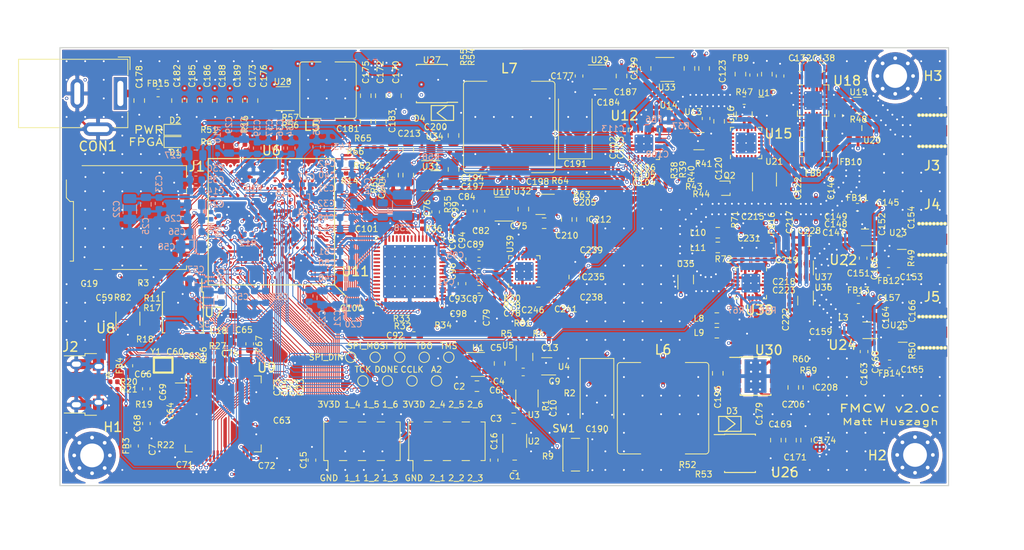
<source format=kicad_pcb>
(kicad_pcb (version 20171130) (host pcbnew 5.1.4)
  (layers (0 F.Cu signal) (1 In1.Cu power) (2 In2.Cu signal) (31 B.Cu signal) (34 B.Paste user) (35 F.Paste user) (36 B.SilkS user) (37 F.SilkS user) (38 B.Mask user) (39 F.Mask user) (44 Edge.Cuts user))
  (net 0 "")
  (net 1 "Net-(R22-Pad1)")
  (net 2 GND)
  (net 3 "Net-(L2-Pad1)")
  (net 4 "Net-(L4-Pad1)")
  (net 5 /3V3A)
  (net 6 /ADC2-)
  (net 7 /ADC_VCM1)
  (net 8 /ADC1+)
  (net 9 /ADC1-)
  (net 10 "Net-(C147-Pad1)")
  (net 11 /ADC_VCM2)
  (net 12 /ADC2+)
  (net 13 "Net-(C137-Pad1)")
  (net 14 /ADF_CLK)
  (net 15 /ADF_DATA)
  (net 16 /ADF_LE)
  (net 17 /ADF_MUXOUT)
  (net 18 /ADF_TXDATA)
  (net 19 /fpga/usb/USB_5V)
  (net 20 /fpga/usb/USBDP)
  (net 21 /fpga/usb/USBDM)
  (net 22 /fpga/TDO)
  (net 23 /fpga/SPI_MOSI)
  (net 24 /fpga/CCLK)
  (net 25 /fpga/TDI)
  (net 26 /fpga/TMS)
  (net 27 /fpga/TCK)
  (net 28 /fpga/SPI_DIN)
  (net 29 /1V0)
  (net 30 /3V6)
  (net 31 /power/5V6)
  (net 32 /fpga/usb/EECS)
  (net 33 /fpga/usb/EEDATA)
  (net 34 /fpga/usb/DO)
  (net 35 /3V3D)
  (net 36 /10V)
  (net 37 /power/12V)
  (net 38 /fpga/adc/3V0)
  (net 39 /3V0)
  (net 40 /5V)
  (net 41 /1V8)
  (net 42 /fpga/LED)
  (net 43 "Net-(R20-Pad1)")
  (net 44 "Net-(R21-Pad1)")
  (net 45 "Net-(D1-Pad2)")
  (net 46 /fpga/M0)
  (net 47 /fpga/SPI_CS)
  (net 48 /fpga/INIT_B)
  (net 49 /fpga/M2)
  (net 50 /fpga/M1)
  (net 51 /fpga/PROGRAM_B)
  (net 52 /if/IF2+)
  (net 53 /if/IF2-)
  (net 54 /if/IF1+)
  (net 55 /if/IF1-)
  (net 56 /LO)
  (net 57 /1V8_OSC)
  (net 58 /fpga/RXF#)
  (net 59 /MIX_ENBL)
  (net 60 /fpga/OF1)
  (net 61 /fpga/TXE#)
  (net 62 /fpga/CARD_DETECT)
  (net 63 /fpga/OF2)
  (net 64 /fpga/WR)
  (net 65 /fpga/RD#)
  (net 66 /fpga/D11)
  (net 67 /fpga/D10)
  (net 68 /fpga/D9)
  (net 69 /fpga/D8)
  (net 70 /fpga/D6)
  (net 71 /fpga/D7)
  (net 72 /fpga/FT_D7)
  (net 73 /fpga/D3)
  (net 74 /fpga/D4)
  (net 75 /fpga/D5)
  (net 76 /fpga/FT_D6)
  (net 77 /fpga/FT_D4)
  (net 78 /fpga/D2)
  (net 79 /fpga/D1)
  (net 80 /fpga/FT_D5)
  (net 81 /fpga/FT_D3)
  (net 82 /fpga/D0)
  (net 83 /fpga/FT_D2)
  (net 84 /fpga/FT_D0)
  (net 85 /fpga/FT_D1)
  (net 86 /fpga/SD_CLK)
  (net 87 /fpga/ADC_OE1)
  (net 88 /fpga/ADC_SHDN1)
  (net 89 /fpga/ADC_OE2)
  (net 90 /fpga/SD_DAT2)
  (net 91 /fpga/ADC_SHDN2)
  (net 92 /fpga/SD_DAT3)
  (net 93 /fpga/SD_DAT1)
  (net 94 /fpga/SD_DAT0)
  (net 95 /fpga/SD_CMD)
  (net 96 "Net-(C127-Pad1)")
  (net 97 "Net-(C110-Pad2)")
  (net 98 "Net-(C110-Pad1)")
  (net 99 /RF2)
  (net 100 "Net-(C112-Pad2)")
  (net 101 "Net-(C112-Pad1)")
  (net 102 /RF1)
  (net 103 /fpga/SIWUA)
  (net 104 /fpga/CLKOUT)
  (net 105 /fpga/OE#)
  (net 106 /fpga/usb/1V8)
  (net 107 /fpga/usb/EECLK)
  (net 108 /mixer/5VF)
  (net 109 "Net-(C164-Pad2)")
  (net 110 /ADF_REF)
  (net 111 /ADC_REF)
  (net 112 /FPGA_REF)
  (net 113 /PA_OFF)
  (net 114 /fpga/EXT1_6)
  (net 115 /fpga/EXT1_5)
  (net 116 /fpga/EXT1_4)
  (net 117 /fpga/EXT1_3)
  (net 118 /fpga/EXT1_2)
  (net 119 /fpga/EXT1_1)
  (net 120 /fpga/EXT2_4)
  (net 121 /fpga/EXT2_1)
  (net 122 /fpga/EXT2_6)
  (net 123 /fpga/EXT2_3)
  (net 124 /fpga/EXT2_5)
  (net 125 /fpga/EXT2_2)
  (net 126 /fpga/ADF_DONE)
  (net 127 /fpga/FT_SUSPEND)
  (net 128 "Net-(C179-Pad1)")
  (net 129 "Net-(R25-Pad2)")
  (net 130 "Net-(TP9-Pad1)")
  (net 131 /3V3_INV)
  (net 132 "Net-(C9-Pad1)")
  (net 133 "Net-(C9-Pad2)")
  (net 134 "Net-(C60-Pad1)")
  (net 135 "Net-(C61-Pad1)")
  (net 136 "Net-(C66-Pad1)")
  (net 137 "Net-(C68-Pad1)")
  (net 138 "Net-(C87-Pad1)")
  (net 139 "Net-(C88-Pad1)")
  (net 140 "Net-(C89-Pad1)")
  (net 141 "Net-(C90-Pad1)")
  (net 142 "Net-(C107-Pad2)")
  (net 143 "Net-(C108-Pad1)")
  (net 144 "Net-(C120-Pad1)")
  (net 145 "Net-(C124-Pad1)")
  (net 146 "Net-(C124-Pad2)")
  (net 147 "Net-(C138-Pad2)")
  (net 148 "Net-(C152-Pad1)")
  (net 149 "Net-(C152-Pad2)")
  (net 150 "Net-(C153-Pad1)")
  (net 151 "Net-(C154-Pad1)")
  (net 152 "Net-(C159-Pad1)")
  (net 153 "Net-(C164-Pad1)")
  (net 154 "Net-(C165-Pad1)")
  (net 155 "Net-(C166-Pad1)")
  (net 156 "Net-(C178-Pad1)")
  (net 157 "Net-(C179-Pad2)")
  (net 158 "Net-(C180-Pad2)")
  (net 159 "Net-(C180-Pad1)")
  (net 160 "Net-(C184-Pad1)")
  (net 161 "Net-(C197-Pad1)")
  (net 162 "Net-(C198-Pad1)")
  (net 163 "Net-(C203-Pad1)")
  (net 164 "Net-(C204-Pad2)")
  (net 165 "Net-(C205-Pad2)")
  (net 166 "Net-(C211-Pad2)")
  (net 167 "Net-(C246-Pad1)")
  (net 168 "Net-(C246-Pad2)")
  (net 169 "Net-(C247-Pad1)")
  (net 170 "Net-(C247-Pad2)")
  (net 171 "Net-(C248-Pad1)")
  (net 172 "Net-(C248-Pad2)")
  (net 173 "Net-(C249-Pad2)")
  (net 174 "Net-(C249-Pad1)")
  (net 175 "Net-(D2-Pad2)")
  (net 176 "Net-(L5-Pad1)")
  (net 177 "Net-(R4-Pad2)")
  (net 178 "Net-(R5-Pad2)")
  (net 179 "Net-(R7-Pad2)")
  (net 180 "Net-(R12-Pad2)")
  (net 181 "Net-(R14-Pad1)")
  (net 182 "Net-(R19-Pad1)")
  (net 183 "Net-(R23-Pad2)")
  (net 184 "Net-(R24-Pad2)")
  (net 185 "Net-(R26-Pad2)")
  (net 186 "Net-(R32-Pad2)")
  (net 187 "Net-(R34-Pad1)")
  (net 188 "Net-(R35-Pad1)")
  (net 189 "Net-(R36-Pad1)")
  (net 190 "Net-(R37-Pad1)")
  (net 191 "Net-(R38-Pad2)")
  (net 192 "Net-(R40-Pad1)")
  (net 193 "Net-(R41-Pad1)")
  (net 194 "Net-(R47-Pad1)")
  (net 195 "Net-(R47-Pad2)")
  (net 196 "Net-(R48-Pad2)")
  (net 197 "Net-(R49-Pad1)")
  (net 198 "Net-(R50-Pad1)")
  (net 199 "Net-(R52-Pad2)")
  (net 200 "Net-(R54-Pad2)")
  (net 201 "Net-(R56-Pad2)")
  (net 202 "Net-(R58-Pad2)")
  (net 203 "Net-(R59-Pad2)")
  (net 204 "Net-(R67-Pad2)")
  (net 205 "Net-(U15-Pad16)")
  (net 206 "Net-(C251-Pad2)")
  (net 207 "Net-(C251-Pad1)")
  (net 208 "Net-(C252-Pad2)")
  (net 209 "Net-(C252-Pad1)")
  (net 210 "Net-(J3-Pad1)")
  (net 211 "Net-(U19-Pad2)")
  (net 212 "Net-(R81-Pad2)")
  (net 213 "Net-(C4-Pad2)")
  (net 214 "Net-(C118-Pad2)")
  (net 215 "Net-(C128-Pad1)")
  (net 216 "Net-(C132-Pad2)")
  (net 217 "Net-(C148-Pad1)")
  (net 218 "Net-(C160-Pad1)")
  (net 219 "Net-(C10-Pad2)")
  (net 220 "Net-(C11-Pad2)")
  (net 221 "Net-(R2-Pad1)")
  (net 222 /fpga/adc/AINA+)
  (net 223 /fpga/adc/AINA-)
  (net 224 /fpga/adc/AINB+)
  (net 225 /fpga/adc/AINB-)
  (net 226 /if/IF2a-)
  (net 227 /if/IF2a+)
  (net 228 /if/IF1a-)
  (net 229 /if/IF1b+)
  (net 230 /if/IF2b-)
  (net 231 /if/IF2b+)
  (net 232 /if/IF1b-)
  (net 233 /if/IF1a+)
  (net 234 /mixer/RF1a+)
  (net 235 /mixer/RF1a-)
  (net 236 /mixer/RF2a+)
  (net 237 /mixer/RF2a-)
  (net 238 /mixer/RF1b-)
  (net 239 /mixer/RF1b+)
  (net 240 /mixer/RF2b-)
  (net 241 /mixer/RF2b+)
  (net 242 /mixer/LOIb+)
  (net 243 /mixer/LOIa+)
  (net 244 /mixer/LOIb-)
  (net 245 /mixer/LOIa-)
  (net 246 "Net-(U6-PadC1)")
  (net 247 "Net-(U6-PadJ1)")
  (net 248 "Net-(U6-PadR2)")
  (net 249 "Net-(U6-PadC3)")
  (net 250 "Net-(U6-PadD3)")
  (net 251 "Net-(U6-PadE3)")
  (net 252 "Net-(U6-PadF3)")
  (net 253 "Net-(U6-PadL3)")
  (net 254 "Net-(U6-PadN3)")
  (net 255 /ADF_CE)
  (net 256 "Net-(U6-PadT3)")
  (net 257 "Net-(U6-PadB4)")
  (net 258 "Net-(U6-PadC4)")
  (net 259 "Net-(U6-PadD4)")
  (net 260 "Net-(U6-PadF4)")
  (net 261 "Net-(U6-PadG4)")
  (net 262 "Net-(U6-PadH4)")
  (net 263 "Net-(U6-PadL4)")
  (net 264 "Net-(U6-PadM4)")
  (net 265 "Net-(U6-PadN4)")
  (net 266 "Net-(U6-PadP4)")
  (net 267 "Net-(U6-PadD5)")
  (net 268 "Net-(U6-PadE5)")
  (net 269 "Net-(U6-PadF5)")
  (net 270 "Net-(U6-PadG5)")
  (net 271 "Net-(U6-PadH5)")
  (net 272 "Net-(U6-PadJ5)")
  (net 273 "Net-(U6-PadK5)")
  (net 274 "Net-(U6-PadL5)")
  (net 275 "Net-(U6-PadM5)")
  (net 276 "Net-(U6-PadP5)")
  (net 277 "Net-(U6-PadR5)")
  (net 278 "Net-(U6-PadT5)")
  (net 279 "Net-(U6-PadB6)")
  (net 280 "Net-(U6-PadC6)")
  (net 281 "Net-(U6-PadD6)")
  (net 282 "Net-(U6-PadE6)")
  (net 283 "Net-(U6-PadM6)")
  (net 284 "Net-(U6-PadN6)")
  (net 285 "Net-(U6-PadP6)")
  (net 286 "Net-(U6-PadR6)")
  (net 287 "Net-(U6-PadC7)")
  (net 288 "Net-(U6-PadR7)")
  (net 289 "Net-(U6-PadT7)")
  (net 290 "Net-(U6-PadC8)")
  (net 291 "Net-(U6-PadD8)")
  (net 292 "Net-(U6-PadH8)")
  (net 293 "Net-(U6-PadP8)")
  (net 294 "Net-(U6-PadR8)")
  (net 295 "Net-(U6-PadT8)")
  (net 296 "Net-(U6-PadC9)")
  (net 297 "Net-(U6-PadD9)")
  (net 298 "Net-(U6-PadN9)")
  (net 299 "Net-(U6-PadP9)")
  (net 300 "Net-(U6-PadT9)")
  (net 301 "Net-(U6-PadA10)")
  (net 302 "Net-(U6-PadD10)")
  (net 303 "Net-(U6-PadP10)")
  (net 304 "Net-(U6-PadR10)")
  (net 305 "Net-(U6-PadT10)")
  (net 306 "Net-(U6-PadB11)")
  (net 307 "Net-(U6-PadD11)")
  (net 308 "Net-(U6-PadE11)")
  (net 309 "Net-(U6-PadG11)")
  (net 310 "Net-(U6-PadH11)")
  (net 311 "Net-(U6-PadP11)")
  (net 312 "Net-(U6-PadR11)")
  (net 313 "Net-(U6-PadB12)")
  (net 314 "Net-(U6-PadE12)")
  (net 315 "Net-(U6-PadF12)")
  (net 316 "Net-(U6-PadG12)")
  (net 317 "Net-(U6-PadH12)")
  (net 318 "Net-(U6-PadK12)")
  (net 319 "Net-(U6-PadM12)")
  (net 320 "Net-(U6-PadN12)")
  (net 321 "Net-(U6-PadR12)")
  (net 322 "Net-(U6-PadT12)")
  (net 323 "Net-(U6-PadC13)")
  (net 324 "Net-(U6-PadD13)")
  (net 325 "Net-(U6-PadE13)")
  (net 326 "Net-(U6-PadF13)")
  (net 327 "Net-(U6-PadH13)")
  (net 328 "Net-(U6-PadK13)")
  (net 329 "Net-(U6-PadL13)")
  (net 330 "Net-(U6-PadN13)")
  (net 331 "Net-(U6-PadP13)")
  (net 332 "Net-(U6-PadR13)")
  (net 333 "Net-(U6-PadT13)")
  (net 334 "Net-(U6-PadC14)")
  (net 335 "Net-(U6-PadD14)")
  (net 336 "Net-(U6-PadG14)")
  (net 337 "Net-(U6-PadH14)")
  (net 338 "Net-(U6-PadL14)")
  (net 339 "Net-(U6-PadM14)")
  (net 340 "Net-(U6-PadP14)")
  (net 341 "Net-(U6-PadT14)")
  (net 342 "Net-(U6-PadJ15)")
  (net 343 "Net-(U6-PadK15)")
  (net 344 "Net-(U6-PadM15)")
  (net 345 "Net-(U6-PadP15)")
  (net 346 "Net-(U6-PadT15)")
  (net 347 "Net-(U6-PadJ16)")
  (net 348 "Net-(U6-PadK16)")
  (net 349 "Net-(Y1-Pad2)")
  (net 350 "Net-(Y1-Pad4)")
  (net 351 "Net-(Q2-Pad3)")
  (net 352 "Net-(U36-Pad6)")
  (net 353 "Net-(U35-Pad6)")
  (net 354 "Net-(U37-Pad6)")
  (net 355 "Net-(U4-Pad1)")
  (net 356 "Net-(U2-Pad4)")
  (net 357 "Net-(U1-Pad4)")
  (net 358 "Net-(U33-Pad4)")
  (net 359 "Net-(U10-Pad4)")
  (net 360 "Net-(U28-Pad1)")
  (net 361 "Net-(U22-Pad6)")
  (net 362 "Net-(U22-Pad4)")
  (net 363 "Net-(U22-Pad8)")
  (net 364 "Net-(U22-Pad3)")
  (net 365 "Net-(U24-Pad3)")
  (net 366 "Net-(U24-Pad8)")
  (net 367 "Net-(U24-Pad4)")
  (net 368 "Net-(U24-Pad6)")
  (net 369 "Net-(U30-Pad5)")
  (net 370 "Net-(U30-Pad4)")
  (net 371 "Net-(U30-Pad1)")
  (net 372 "Net-(U27-Pad5)")
  (net 373 "Net-(U27-Pad3)")
  (net 374 "Net-(U27-Pad2)")
  (net 375 "Net-(U26-Pad2)")
  (net 376 "Net-(U26-Pad3)")
  (net 377 "Net-(U26-Pad5)")
  (net 378 "Net-(U9-Pad34)")
  (net 379 "Net-(U9-Pad43)")
  (net 380 "Net-(U9-Pad44)")
  (net 381 "Net-(U9-Pad45)")
  (net 382 "Net-(U9-Pad46)")
  (net 383 "Net-(U9-Pad48)")
  (net 384 "Net-(U9-Pad52)")
  (net 385 "Net-(U9-Pad53)")
  (net 386 "Net-(U9-Pad54)")
  (net 387 "Net-(U9-Pad55)")
  (net 388 "Net-(U9-Pad57)")
  (net 389 "Net-(U9-Pad58)")
  (net 390 "Net-(U9-Pad60)")
  (net 391 "Net-(U11-Pad42)")
  (net 392 "Net-(U11-Pad41)")
  (net 393 "Net-(U11-Pad39)")
  (net 394 "Net-(U11-Pad38)")
  (net 395 "Net-(U11-Pad37)")
  (net 396 "Net-(U11-Pad36)")
  (net 397 "Net-(U11-Pad35)")
  (net 398 "Net-(U11-Pad34)")
  (net 399 "Net-(U11-Pad33)")
  (net 400 "Net-(U11-Pad30)")
  (net 401 "Net-(U11-Pad29)")
  (net 402 "Net-(U11-Pad28)")
  (net 403 "Net-(U11-Pad27)")
  (net 404 "Net-(U11-Pad26)")
  (net 405 "Net-(U11-Pad25)")
  (net 406 "Net-(U11-Pad24)")
  (net 407 "Net-(U15-Pad24)")
  (net 408 "Net-(U15-Pad23)")
  (net 409 "Net-(U15-Pad21)")
  (net 410 "Net-(U15-Pad19)")
  (net 411 "Net-(U15-Pad18)")
  (net 412 "Net-(U15-Pad17)")
  (net 413 "Net-(U15-Pad14)")
  (net 414 "Net-(U15-Pad13)")
  (net 415 "Net-(U15-Pad12)")
  (net 416 "Net-(U15-Pad11)")
  (net 417 "Net-(U15-Pad10)")
  (net 418 "Net-(U15-Pad9)")
  (net 419 "Net-(U15-Pad8)")
  (net 420 "Net-(U15-Pad7)")
  (net 421 "Net-(U15-Pad6)")
  (net 422 "Net-(U15-Pad5)")
  (net 423 "Net-(U15-Pad4)")
  (net 424 "Net-(U15-Pad3)")
  (net 425 "Net-(U15-Pad2)")
  (net 426 "Net-(U15-Pad1)")
  (net 427 "Net-(U18-Pad1)")
  (net 428 "Net-(U5-Pad5)")
  (net 429 "Net-(U32-Pad5)")
  (net 430 "Net-(U34-Pad5)")
  (net 431 "Net-(U12-Pad21)")
  (net 432 "Net-(U3-Pad2)")
  (net 433 "Net-(U3-Pad5)")
  (net 434 "Net-(J2-Pad4)")
  (module Package_DFN_QFN:DFN-8-1EP_2x2mm_P0.5mm_EP0.8x1.2mm (layer F.Cu) (at 148.873426 128.7384 270)
    (fp_text reference U5 (at -1.0272 2.213826 180) (layer F.SilkS) (effects (font (size 0.8128 0.8128) (thickness 0.127))))
    (fp_text value NB3N551)
    (pad 9 smd roundrect (at 0 0 270) (size 0.8 1.2) (layers F.Cu F.Mask) (net 2 GND))
    (pad 1 smd roundrect (at -1 -0.75 270) (size 0.75 0.25) (layers F.Cu F.Paste F.Mask) (net 221 "Net-(R2-Pad1)"))
    (pad 2 smd roundrect (at -1 -0.25 270) (size 0.75 0.25) (layers F.Cu F.Paste F.Mask) (net 177 "Net-(R4-Pad2)"))
    (pad 3 smd roundrect (at -1 0.25 270) (size 0.75 0.25) (layers F.Cu F.Paste F.Mask) (net 212 "Net-(R81-Pad2)"))
    (pad 4 smd roundrect (at -1 0.75 270) (size 0.75 0.25) (layers F.Cu F.Paste F.Mask) (net 178 "Net-(R5-Pad2)"))
    (pad 5 smd roundrect (at 1 0.75 270) (size 0.75 0.25) (layers F.Cu F.Paste F.Mask) (net 428 "Net-(U5-Pad5)"))
    (pad 6 smd roundrect (at 1 0.25 270) (size 0.75 0.25) (layers F.Cu F.Paste F.Mask) (net 2 GND))
    (pad 7 smd roundrect (at 1 -0.25 270) (size 0.75 0.25) (layers F.Cu F.Paste F.Mask) (net 220 "Net-(C11-Pad2)"))
    (pad 8 smd roundrect (at 1 -0.75 270) (size 0.75 0.25) (layers F.Cu F.Paste F.Mask) (net 220 "Net-(C11-Pad2)"))
  )
  (module Package_SO:SOIJ-8_5.3x5.3mm_P1.27mm (layer F.Cu) (at 102.9 123.25 270)
    (fp_text reference U7 (at 0 -4.15) (layer F.SilkS) (effects (font (size 1.27 1.27) (thickness 0.1905))))
    (fp_text value W25Q32JV)
    (pad 1 smd rect (at -3.65 -1.905 270) (size 1.7 0.65) (layers F.Cu F.Paste F.Mask) (net 47 /fpga/SPI_CS))
    (pad 2 smd rect (at -3.65 -0.635 270) (size 1.7 0.65) (layers F.Cu F.Paste F.Mask) (net 28 /fpga/SPI_DIN))
    (pad 3 smd rect (at -3.65 0.635 270) (size 1.7 0.65) (layers F.Cu F.Paste F.Mask) (net 35 /3V3D))
    (pad 4 smd rect (at -3.65 1.905 270) (size 1.7 0.65) (layers F.Cu F.Paste F.Mask) (net 2 GND))
    (pad 5 smd rect (at 3.65 1.905 270) (size 1.7 0.65) (layers F.Cu F.Paste F.Mask) (net 23 /fpga/SPI_MOSI))
    (pad 6 smd rect (at 3.65 0.635 270) (size 1.7 0.65) (layers F.Cu F.Paste F.Mask) (net 24 /fpga/CCLK))
    (pad 7 smd rect (at 3.65 -0.635 270) (size 1.7 0.65) (layers F.Cu F.Paste F.Mask) (net 35 /3V3D))
    (pad 8 smd rect (at 3.65 -1.905 270) (size 1.7 0.65) (layers F.Cu F.Paste F.Mask) (net 35 /3V3D))
  )
  (module Package_TO_SOT_SMD:SOT-23-6 (layer F.Cu) (at 95.5 124.1 90)
    (fp_text reference U8 (at -1.3 -3 180) (layer F.SilkS) (effects (font (size 1.27 1.27) (thickness 0.1905))))
    (fp_text value 93LCxxBxxOT)
    (pad 5 smd rect (at 1.1 0 90) (size 1.06 0.65) (layers F.Cu F.Paste F.Mask) (net 32 /fpga/usb/EECS))
    (pad 6 smd rect (at 1.1 -0.95 90) (size 1.06 0.65) (layers F.Cu F.Paste F.Mask) (net 35 /3V3D))
    (pad 4 smd rect (at 1.1 0.95 90) (size 1.06 0.65) (layers F.Cu F.Paste F.Mask) (net 107 /fpga/usb/EECLK))
    (pad 3 smd rect (at -1.1 0.95 90) (size 1.06 0.65) (layers F.Cu F.Paste F.Mask) (net 33 /fpga/usb/EEDATA))
    (pad 2 smd rect (at -1.1 0 90) (size 1.06 0.65) (layers F.Cu F.Paste F.Mask) (net 2 GND))
    (pad 1 smd rect (at -1.1 -0.95 90) (size 1.06 0.65) (layers F.Cu F.Paste F.Mask) (net 34 /fpga/usb/DO))
  )
  (module Resistor_SMD:R_0402_1005Metric (layer F.Cu) (at 96.4 119.75 270)
    (fp_text reference R3 (at -0.45 -1.17) (layer F.SilkS) (effects (font (size 0.8128 0.8128) (thickness 0.127))))
    (fp_text value 10k)
    (pad 2 smd roundrect (at 0.485 0 270) (size 0.59 0.64) (layers F.Cu F.Paste F.Mask) (net 107 /fpga/usb/EECLK))
    (pad 1 smd roundrect (at -0.485 0 270) (size 0.59 0.64) (layers F.Cu F.Paste F.Mask) (net 35 /3V3D))
  )
  (module Resistor_SMD:R_0402_1005Metric (layer F.Cu) (at 95.35 119.75 270)
    (fp_text reference R82 (at 1.5 0.55) (layer F.SilkS) (effects (font (size 0.8128 0.8128) (thickness 0.127))))
    (fp_text value 10k)
    (pad 1 smd roundrect (at -0.485 0 270) (size 0.59 0.64) (layers F.Cu F.Paste F.Mask) (net 35 /3V3D))
    (pad 2 smd roundrect (at 0.485 0 270) (size 0.59 0.64) (layers F.Cu F.Paste F.Mask) (net 32 /fpga/usb/EECS))
  )
  (module Button_Switch_SMD:SW_SPST_PTS810 (layer F.Cu) (at 155.73 142.4 90)
    (fp_text reference SW1 (at 3.53 -1.58 180) (layer F.SilkS))
    (fp_text value SW_PUSH)
    (pad 1 smd rect (at -2.075 -1.075 90) (size 1.05 0.65) (layers F.Cu F.Paste F.Mask) (net 51 /fpga/PROGRAM_B))
    (pad 1 smd rect (at 2.075 -1.075 90) (size 1.05 0.65) (layers F.Cu F.Paste F.Mask) (net 51 /fpga/PROGRAM_B))
    (pad 2 smd rect (at -2.075 1.075 90) (size 1.05 0.65) (layers F.Cu F.Paste F.Mask) (net 2 GND))
    (pad 2 smd rect (at 2.075 1.075 90) (size 1.05 0.65) (layers F.Cu F.Paste F.Mask) (net 2 GND))
  )
  (module Package_TO_SOT_SMD:SOT-23-5 (layer F.Cu) (at 181.16 105.36 90)
    (fp_text reference U21 (at 2.4 1.31 180) (layer F.SilkS) (effects (font (size 0.8128 0.8128) (thickness 0.127))))
    (fp_text value LMV321)
    (pad 1 smd rect (at -1.1 -0.95 90) (size 1.06 0.65) (layers F.Cu F.Paste F.Mask) (net 351 "Net-(Q2-Pad3)"))
    (pad 2 smd rect (at -1.1 0 90) (size 1.06 0.65) (layers F.Cu F.Paste F.Mask) (net 2 GND))
    (pad 3 smd rect (at -1.1 0.95 90) (size 1.06 0.65) (layers F.Cu F.Paste F.Mask) (net 146 "Net-(C124-Pad2)"))
    (pad 4 smd rect (at 1.1 0.95 90) (size 1.06 0.65) (layers F.Cu F.Paste F.Mask) (net 146 "Net-(C124-Pad2)"))
    (pad 5 smd rect (at 1.1 -0.95 90) (size 1.06 0.65) (layers F.Cu F.Paste F.Mask) (net 5 /3V3A))
  )
  (module Package_CSP:LFCSP-24-1EP_4x4mm_P0.5mm_EP2.5x2.5mm_ThermalVias (layer F.Cu) (at 179.324 119.3165 270)
    (fp_text reference U38 (at 3.6195 -1.143) (layer F.SilkS) (effects (font (size 1.27 1.27) (thickness 0.1905))))
    (fp_text value ADL5802)
    (pad 24 smd roundrect (at -1.25 -1.9375 270) (size 0.25 0.875) (layers F.Cu F.Paste F.Mask) (net 108 /mixer/5VF))
    (pad 23 smd roundrect (at -0.75 -1.9375 270) (size 0.25 0.875) (layers F.Cu F.Paste F.Mask) (net 239 /mixer/RF1b+))
    (pad 22 smd roundrect (at -0.25 -1.9375 270) (size 0.25 0.875) (layers F.Cu F.Paste F.Mask) (net 238 /mixer/RF1b-))
    (pad 21 smd roundrect (at 0.25 -1.9375 270) (size 0.25 0.875) (layers F.Cu F.Paste F.Mask) (net 2 GND))
    (pad 20 smd roundrect (at 0.75 -1.9375 270) (size 0.25 0.875) (layers F.Cu F.Paste F.Mask) (net 241 /mixer/RF2b+))
    (pad 19 smd roundrect (at 1.25 -1.9375 270) (size 0.25 0.875) (layers F.Cu F.Paste F.Mask) (net 240 /mixer/RF2b-))
    (pad 18 smd roundrect (at 1.9375 -1.25 270) (size 0.875 0.25) (layers F.Cu F.Paste F.Mask) (net 2 GND))
    (pad 17 smd roundrect (at 1.9375 -0.75 270) (size 0.875 0.25) (layers F.Cu F.Paste F.Mask) (net 2 GND))
    (pad 16 smd roundrect (at 1.9375 -0.25 270) (size 0.875 0.25) (layers F.Cu F.Paste F.Mask) (net 52 /if/IF2+))
    (pad 15 smd roundrect (at 1.9375 0.25 270) (size 0.875 0.25) (layers F.Cu F.Paste F.Mask) (net 53 /if/IF2-))
    (pad 14 smd roundrect (at 1.9375 0.75 270) (size 0.875 0.25) (layers F.Cu F.Paste F.Mask) (net 2 GND))
    (pad 13 smd roundrect (at 1.9375 1.25 270) (size 0.875 0.25) (layers F.Cu F.Paste F.Mask) (net 108 /mixer/5VF))
    (pad 12 smd roundrect (at 1.25 1.9375 270) (size 0.25 0.875) (layers F.Cu F.Paste F.Mask) (net 204 "Net-(R67-Pad2)"))
    (pad 11 smd roundrect (at 0.75 1.9375 270) (size 0.25 0.875) (layers F.Cu F.Paste F.Mask) (net 2 GND))
    (pad 10 smd roundrect (at 0.25 1.9375 270) (size 0.25 0.875) (layers F.Cu F.Paste F.Mask) (net 244 /mixer/LOIb-))
    (pad 9 smd roundrect (at -0.25 1.9375 270) (size 0.25 0.875) (layers F.Cu F.Paste F.Mask) (net 242 /mixer/LOIb+))
    (pad 8 smd roundrect (at -0.75 1.9375 270) (size 0.25 0.875) (layers F.Cu F.Paste F.Mask) (net 2 GND))
    (pad 7 smd roundrect (at -1.25 1.9375 270) (size 0.25 0.875) (layers F.Cu F.Paste F.Mask) (net 59 /MIX_ENBL))
    (pad 6 smd roundrect (at -1.9375 1.25 270) (size 0.875 0.25) (layers F.Cu F.Paste F.Mask) (net 108 /mixer/5VF))
    (pad 5 smd roundrect (at -1.9375 0.75 270) (size 0.875 0.25) (layers F.Cu F.Paste F.Mask) (net 2 GND))
    (pad 4 smd roundrect (at -1.9375 0.25 270) (size 0.875 0.25) (layers F.Cu F.Paste F.Mask) (net 54 /if/IF1+))
    (pad 3 smd roundrect (at -1.9375 -0.25 270) (size 0.875 0.25) (layers F.Cu F.Paste F.Mask) (net 55 /if/IF1-))
    (pad 2 smd roundrect (at -1.9375 -0.75 270) (size 0.875 0.25) (layers F.Cu F.Paste F.Mask) (net 2 GND))
    (pad 1 smd roundrect (at -1.9375 -1.25 270) (size 0.875 0.25) (layers F.Cu F.Paste F.Mask) (net 2 GND))
    (pad 25 smd roundrect (at 0 0 270) (size 2.5 2.5) (layers B.Cu) (roundrect_rratio 0.1) (net 2 GND))
    (pad 25 thru_hole circle (at 1 1 270) (size 0.5 0.5) (drill 0.2) (layers *.Cu) (net 2 GND))
    (pad 25 thru_hole circle (at 0 1 270) (size 0.5 0.5) (drill 0.2) (layers *.Cu) (net 2 GND))
    (pad 25 thru_hole circle (at -1 1 270) (size 0.5 0.5) (drill 0.2) (layers *.Cu) (net 2 GND))
    (pad 25 thru_hole circle (at 1 0 270) (size 0.5 0.5) (drill 0.2) (layers *.Cu) (net 2 GND))
    (pad 25 thru_hole circle (at 0 0 270) (size 0.5 0.5) (drill 0.2) (layers *.Cu) (net 2 GND))
    (pad 25 thru_hole circle (at -1 0 270) (size 0.5 0.5) (drill 0.2) (layers *.Cu) (net 2 GND))
    (pad 25 thru_hole circle (at 1 -1 270) (size 0.5 0.5) (drill 0.2) (layers *.Cu) (net 2 GND))
    (pad 25 thru_hole circle (at 0 -1 270) (size 0.5 0.5) (drill 0.2) (layers *.Cu) (net 2 GND))
    (pad 25 thru_hole circle (at -1 -1 270) (size 0.5 0.5) (drill 0.2) (layers *.Cu) (net 2 GND))
    (pad 25 smd roundrect (at 0 0 270) (size 2.5 2.5) (layers F.Cu F.Mask) (roundrect_rratio 0.1) (net 2 GND))
  )
  (module Package_DFN_QFN:QFN-24-1EP_4x4mm_P0.5mm_EP2.8x2.8mm_ThermalVias (layer F.Cu) (at 178.689 100.457 90)
    (fp_text reference U15 (at 1.257 4.351 180) (layer F.SilkS) (effects (font (size 1.27 1.27) (thickness 0.1905))))
    (fp_text value HMC431LP4)
    (pad 24 smd roundrect (at -1.25 -1.9875 90) (size 0.25 0.775) (layers F.Cu F.Paste F.Mask) (net 407 "Net-(U15-Pad24)"))
    (pad 23 smd roundrect (at -0.75 -1.9875 90) (size 0.25 0.775) (layers F.Cu F.Paste F.Mask) (net 408 "Net-(U15-Pad23)"))
    (pad 22 smd roundrect (at -0.25 -1.9875 90) (size 0.25 0.775) (layers F.Cu F.Paste F.Mask) (net 144 "Net-(C120-Pad1)"))
    (pad 21 smd roundrect (at 0.25 -1.9875 90) (size 0.25 0.775) (layers F.Cu F.Paste F.Mask) (net 409 "Net-(U15-Pad21)"))
    (pad 20 smd roundrect (at 0.75 -1.9875 90) (size 0.25 0.775) (layers F.Cu F.Paste F.Mask) (net 214 "Net-(C118-Pad2)"))
    (pad 19 smd roundrect (at 1.25 -1.9875 90) (size 0.25 0.775) (layers F.Cu F.Paste F.Mask) (net 410 "Net-(U15-Pad19)"))
    (pad 18 smd roundrect (at 1.9875 -1.25 90) (size 0.775 0.25) (layers F.Cu F.Paste F.Mask) (net 411 "Net-(U15-Pad18)"))
    (pad 17 smd roundrect (at 1.9875 -0.75 90) (size 0.775 0.25) (layers F.Cu F.Paste F.Mask) (net 412 "Net-(U15-Pad17)"))
    (pad 16 smd roundrect (at 1.9875 -0.25 90) (size 0.775 0.25) (layers F.Cu F.Paste F.Mask) (net 205 "Net-(U15-Pad16)"))
    (pad 15 smd roundrect (at 1.9875 0.25 90) (size 0.775 0.25) (layers F.Cu F.Paste F.Mask) (net 2 GND))
    (pad 14 smd roundrect (at 1.9875 0.75 90) (size 0.775 0.25) (layers F.Cu F.Paste F.Mask) (net 413 "Net-(U15-Pad14)"))
    (pad 13 smd roundrect (at 1.9875 1.25 90) (size 0.775 0.25) (layers F.Cu F.Paste F.Mask) (net 414 "Net-(U15-Pad13)"))
    (pad 12 smd roundrect (at 1.25 1.9875 90) (size 0.25 0.775) (layers F.Cu F.Paste F.Mask) (net 415 "Net-(U15-Pad12)"))
    (pad 11 smd roundrect (at 0.75 1.9875 90) (size 0.25 0.775) (layers F.Cu F.Paste F.Mask) (net 416 "Net-(U15-Pad11)"))
    (pad 10 smd roundrect (at 0.25 1.9875 90) (size 0.25 0.775) (layers F.Cu F.Paste F.Mask) (net 417 "Net-(U15-Pad10)"))
    (pad 9 smd roundrect (at -0.25 1.9875 90) (size 0.25 0.775) (layers F.Cu F.Paste F.Mask) (net 418 "Net-(U15-Pad9)"))
    (pad 8 smd roundrect (at -0.75 1.9875 90) (size 0.25 0.775) (layers F.Cu F.Paste F.Mask) (net 419 "Net-(U15-Pad8)"))
    (pad 7 smd roundrect (at -1.25 1.9875 90) (size 0.25 0.775) (layers F.Cu F.Paste F.Mask) (net 420 "Net-(U15-Pad7)"))
    (pad 6 smd roundrect (at -1.9875 1.25 90) (size 0.775 0.25) (layers F.Cu F.Paste F.Mask) (net 421 "Net-(U15-Pad6)"))
    (pad 5 smd roundrect (at -1.9875 0.75 90) (size 0.775 0.25) (layers F.Cu F.Paste F.Mask) (net 422 "Net-(U15-Pad5)"))
    (pad 4 smd roundrect (at -1.9875 0.25 90) (size 0.775 0.25) (layers F.Cu F.Paste F.Mask) (net 423 "Net-(U15-Pad4)"))
    (pad 3 smd roundrect (at -1.9875 -0.25 90) (size 0.775 0.25) (layers F.Cu F.Paste F.Mask) (net 424 "Net-(U15-Pad3)"))
    (pad 2 smd roundrect (at -1.9875 -0.75 90) (size 0.775 0.25) (layers F.Cu F.Paste F.Mask) (net 425 "Net-(U15-Pad2)"))
    (pad 1 smd roundrect (at -1.9875 -1.25 90) (size 0.775 0.25) (layers F.Cu F.Paste F.Mask) (net 426 "Net-(U15-Pad1)"))
    (pad 25 smd roundrect (at 0 0 90) (size 2.8 2.8) (layers B.Cu) (roundrect_rratio 0.089286) (net 2 GND))
    (pad 25 thru_hole circle (at 1.15 1.15 90) (size 0.5 0.5) (drill 0.2) (layers *.Cu) (net 2 GND))
    (pad 25 thru_hole circle (at 0 1.15 90) (size 0.5 0.5) (drill 0.2) (layers *.Cu) (net 2 GND))
    (pad 25 thru_hole circle (at -1.15 1.15 90) (size 0.5 0.5) (drill 0.2) (layers *.Cu) (net 2 GND))
    (pad 25 thru_hole circle (at 1.15 0 90) (size 0.5 0.5) (drill 0.2) (layers *.Cu) (net 2 GND))
    (pad 25 thru_hole circle (at 0 0 90) (size 0.5 0.5) (drill 0.2) (layers *.Cu) (net 2 GND))
    (pad 25 thru_hole circle (at -1.15 0 90) (size 0.5 0.5) (drill 0.2) (layers *.Cu) (net 2 GND))
    (pad 25 thru_hole circle (at 1.15 -1.15 90) (size 0.5 0.5) (drill 0.2) (layers *.Cu) (net 2 GND))
    (pad 25 thru_hole circle (at 0 -1.15 90) (size 0.5 0.5) (drill 0.2) (layers *.Cu) (net 2 GND))
    (pad 25 thru_hole circle (at -1.15 -1.15 90) (size 0.5 0.5) (drill 0.2) (layers *.Cu) (net 2 GND))
    (pad 25 smd roundrect (at 0 0 90) (size 2.8 2.8) (layers F.Cu F.Mask) (roundrect_rratio 0.089286) (net 2 GND))
  )
  (module Package_CSP:LFCSP-24-1EP_4x4mm_P0.5mm_EP2.5x2.5mm_ThermalVias (layer F.Cu) (at 164.9349 100.5713 270)
    (fp_text reference U12 (at -3.7973 2.6289 180) (layer F.SilkS) (effects (font (size 1.27 1.27) (thickness 0.1905))))
    (fp_text value ADF4158)
    (pad 24 smd roundrect (at -1.25 -1.9375 270) (size 0.25 0.875) (layers F.Cu F.Paste F.Mask) (net 98 "Net-(C110-Pad1)"))
    (pad 23 smd roundrect (at -0.75 -1.9375 270) (size 0.25 0.875) (layers F.Cu F.Paste F.Mask) (net 190 "Net-(R37-Pad1)"))
    (pad 22 smd roundrect (at -0.25 -1.9375 270) (size 0.25 0.875) (layers F.Cu F.Paste F.Mask) (net 143 "Net-(C108-Pad1)"))
    (pad 21 smd roundrect (at 0.25 -1.9375 270) (size 0.25 0.875) (layers F.Cu F.Paste F.Mask) (net 431 "Net-(U12-Pad21)"))
    (pad 20 smd roundrect (at 0.75 -1.9375 270) (size 0.25 0.875) (layers F.Cu F.Paste F.Mask) (net 191 "Net-(R38-Pad2)"))
    (pad 19 smd roundrect (at 1.25 -1.9375 270) (size 0.25 0.875) (layers F.Cu F.Paste F.Mask) (net 5 /3V3A))
    (pad 18 smd roundrect (at 1.9375 -1.25 270) (size 0.875 0.25) (layers F.Cu F.Paste F.Mask) (net 5 /3V3A))
    (pad 17 smd roundrect (at 1.9375 -0.75 270) (size 0.875 0.25) (layers F.Cu F.Paste F.Mask) (net 17 /ADF_MUXOUT))
    (pad 16 smd roundrect (at 1.9375 -0.25 270) (size 0.875 0.25) (layers F.Cu F.Paste F.Mask) (net 16 /ADF_LE))
    (pad 15 smd roundrect (at 1.9375 0.25 270) (size 0.875 0.25) (layers F.Cu F.Paste F.Mask) (net 15 /ADF_DATA))
    (pad 14 smd roundrect (at 1.9375 0.75 270) (size 0.875 0.25) (layers F.Cu F.Paste F.Mask) (net 14 /ADF_CLK))
    (pad 13 smd roundrect (at 1.9375 1.25 270) (size 0.875 0.25) (layers F.Cu F.Paste F.Mask) (net 255 /ADF_CE))
    (pad 12 smd roundrect (at 1.25 1.9375 270) (size 0.25 0.875) (layers F.Cu F.Paste F.Mask) (net 18 /ADF_TXDATA))
    (pad 11 smd roundrect (at 0.75 1.9375 270) (size 0.25 0.875) (layers F.Cu F.Paste F.Mask) (net 2 GND))
    (pad 10 smd roundrect (at 0.25 1.9375 270) (size 0.25 0.875) (layers F.Cu F.Paste F.Mask) (net 2 GND))
    (pad 9 smd roundrect (at -0.25 1.9375 270) (size 0.25 0.875) (layers F.Cu F.Paste F.Mask) (net 110 /ADF_REF))
    (pad 8 smd roundrect (at -0.75 1.9375 270) (size 0.25 0.875) (layers F.Cu F.Paste F.Mask) (net 5 /3V3A))
    (pad 7 smd roundrect (at -1.25 1.9375 270) (size 0.25 0.875) (layers F.Cu F.Paste F.Mask) (net 5 /3V3A))
    (pad 6 smd roundrect (at -1.9375 1.25 270) (size 0.875 0.25) (layers F.Cu F.Paste F.Mask) (net 5 /3V3A))
    (pad 5 smd roundrect (at -1.9375 0.75 270) (size 0.875 0.25) (layers F.Cu F.Paste F.Mask) (net 100 "Net-(C112-Pad2)"))
    (pad 4 smd roundrect (at -1.9375 0.25 270) (size 0.875 0.25) (layers F.Cu F.Paste F.Mask) (net 142 "Net-(C107-Pad2)"))
    (pad 3 smd roundrect (at -1.9375 -0.25 270) (size 0.875 0.25) (layers F.Cu F.Paste F.Mask) (net 2 GND))
    (pad 2 smd roundrect (at -1.9375 -0.75 270) (size 0.875 0.25) (layers F.Cu F.Paste F.Mask) (net 2 GND))
    (pad 1 smd roundrect (at -1.9375 -1.25 270) (size 0.875 0.25) (layers F.Cu F.Paste F.Mask) (net 2 GND))
    (pad 25 smd roundrect (at 0 0 270) (size 2.5 2.5) (layers B.Cu) (roundrect_rratio 0.1) (net 2 GND))
    (pad 25 thru_hole circle (at 1 1 270) (size 0.5 0.5) (drill 0.2) (layers *.Cu) (net 2 GND))
    (pad 25 thru_hole circle (at 0 1 270) (size 0.5 0.5) (drill 0.2) (layers *.Cu) (net 2 GND))
    (pad 25 thru_hole circle (at -1 1 270) (size 0.5 0.5) (drill 0.2) (layers *.Cu) (net 2 GND))
    (pad 25 thru_hole circle (at 1 0 270) (size 0.5 0.5) (drill 0.2) (layers *.Cu) (net 2 GND))
    (pad 25 thru_hole circle (at 0 0 270) (size 0.5 0.5) (drill 0.2) (layers *.Cu) (net 2 GND))
    (pad 25 thru_hole circle (at -1 0 270) (size 0.5 0.5) (drill 0.2) (layers *.Cu) (net 2 GND))
    (pad 25 thru_hole circle (at 1 -1 270) (size 0.5 0.5) (drill 0.2) (layers *.Cu) (net 2 GND))
    (pad 25 thru_hole circle (at 0 -1 270) (size 0.5 0.5) (drill 0.2) (layers *.Cu) (net 2 GND))
    (pad 25 thru_hole circle (at -1 -1 270) (size 0.5 0.5) (drill 0.2) (layers *.Cu) (net 2 GND))
    (pad 25 smd roundrect (at 0 0 270) (size 2.5 2.5) (layers F.Cu F.Mask) (roundrect_rratio 0.1) (net 2 GND))
  )
  (module Package_DFN_QFN:QFN-64-1EP_9x9mm_P0.5mm_EP7.15x7.15mm_ThermalVias (layer F.Cu) (at 133.4262 117.7544 180)
    (fp_text reference U11 (at 7.3152 0.0254 180) (layer F.SilkS) (effects (font (size 1.27 1.27) (thickness 0.1905))))
    (fp_text value LTC2292)
    (pad 64 smd roundrect (at -3.75 -4.4375 180) (size 0.25 0.875) (layers F.Cu F.Paste F.Mask) (net 2 GND))
    (pad 63 smd roundrect (at -3.25 -4.4375 180) (size 0.25 0.875) (layers F.Cu F.Paste F.Mask) (net 38 /fpga/adc/3V0))
    (pad 62 smd roundrect (at -2.75 -4.4375 180) (size 0.25 0.875) (layers F.Cu F.Paste F.Mask) (net 187 "Net-(R34-Pad1)"))
    (pad 61 smd roundrect (at -2.25 -4.4375 180) (size 0.25 0.875) (layers F.Cu F.Paste F.Mask) (net 7 /ADC_VCM1))
    (pad 60 smd roundrect (at -1.75 -4.4375 180) (size 0.25 0.875) (layers F.Cu F.Paste F.Mask) (net 186 "Net-(R32-Pad2)"))
    (pad 59 smd roundrect (at -1.25 -4.4375 180) (size 0.25 0.875) (layers F.Cu F.Paste F.Mask) (net 91 /fpga/ADC_SHDN2))
    (pad 58 smd roundrect (at -0.75 -4.4375 180) (size 0.25 0.875) (layers F.Cu F.Paste F.Mask) (net 87 /fpga/ADC_OE1))
    (pad 57 smd roundrect (at -0.25 -4.4375 180) (size 0.25 0.875) (layers F.Cu F.Paste F.Mask) (net 60 /fpga/OF1))
    (pad 56 smd roundrect (at 0.25 -4.4375 180) (size 0.25 0.875) (layers F.Cu F.Paste F.Mask) (net 66 /fpga/D11))
    (pad 55 smd roundrect (at 0.75 -4.4375 180) (size 0.25 0.875) (layers F.Cu F.Paste F.Mask) (net 67 /fpga/D10))
    (pad 54 smd roundrect (at 1.25 -4.4375 180) (size 0.25 0.875) (layers F.Cu F.Paste F.Mask) (net 68 /fpga/D9))
    (pad 53 smd roundrect (at 1.75 -4.4375 180) (size 0.25 0.875) (layers F.Cu F.Paste F.Mask) (net 69 /fpga/D8))
    (pad 52 smd roundrect (at 2.25 -4.4375 180) (size 0.25 0.875) (layers F.Cu F.Paste F.Mask) (net 71 /fpga/D7))
    (pad 51 smd roundrect (at 2.75 -4.4375 180) (size 0.25 0.875) (layers F.Cu F.Paste F.Mask) (net 70 /fpga/D6))
    (pad 50 smd roundrect (at 3.25 -4.4375 180) (size 0.25 0.875) (layers F.Cu F.Paste F.Mask) (net 2 GND))
    (pad 49 smd roundrect (at 3.75 -4.4375 180) (size 0.25 0.875) (layers F.Cu F.Paste F.Mask) (net 35 /3V3D))
    (pad 48 smd roundrect (at 4.4375 -3.75 180) (size 0.875 0.25) (layers F.Cu F.Paste F.Mask) (net 75 /fpga/D5))
    (pad 47 smd roundrect (at 4.4375 -3.25 180) (size 0.875 0.25) (layers F.Cu F.Paste F.Mask) (net 74 /fpga/D4))
    (pad 46 smd roundrect (at 4.4375 -2.75 180) (size 0.875 0.25) (layers F.Cu F.Paste F.Mask) (net 73 /fpga/D3))
    (pad 45 smd roundrect (at 4.4375 -2.25 180) (size 0.875 0.25) (layers F.Cu F.Paste F.Mask) (net 78 /fpga/D2))
    (pad 44 smd roundrect (at 4.4375 -1.75 180) (size 0.875 0.25) (layers F.Cu F.Paste F.Mask) (net 79 /fpga/D1))
    (pad 43 smd roundrect (at 4.4375 -1.25 180) (size 0.875 0.25) (layers F.Cu F.Paste F.Mask) (net 82 /fpga/D0))
    (pad 42 smd roundrect (at 4.4375 -0.75 180) (size 0.875 0.25) (layers F.Cu F.Paste F.Mask) (net 391 "Net-(U11-Pad42)"))
    (pad 41 smd roundrect (at 4.4375 -0.25 180) (size 0.875 0.25) (layers F.Cu F.Paste F.Mask) (net 392 "Net-(U11-Pad41)"))
    (pad 40 smd roundrect (at 4.4375 0.25 180) (size 0.875 0.25) (layers F.Cu F.Paste F.Mask) (net 63 /fpga/OF2))
    (pad 39 smd roundrect (at 4.4375 0.75 180) (size 0.875 0.25) (layers F.Cu F.Paste F.Mask) (net 393 "Net-(U11-Pad39)"))
    (pad 38 smd roundrect (at 4.4375 1.25 180) (size 0.875 0.25) (layers F.Cu F.Paste F.Mask) (net 394 "Net-(U11-Pad38)"))
    (pad 37 smd roundrect (at 4.4375 1.75 180) (size 0.875 0.25) (layers F.Cu F.Paste F.Mask) (net 395 "Net-(U11-Pad37)"))
    (pad 36 smd roundrect (at 4.4375 2.25 180) (size 0.875 0.25) (layers F.Cu F.Paste F.Mask) (net 396 "Net-(U11-Pad36)"))
    (pad 35 smd roundrect (at 4.4375 2.75 180) (size 0.875 0.25) (layers F.Cu F.Paste F.Mask) (net 397 "Net-(U11-Pad35)"))
    (pad 34 smd roundrect (at 4.4375 3.25 180) (size 0.875 0.25) (layers F.Cu F.Paste F.Mask) (net 398 "Net-(U11-Pad34)"))
    (pad 33 smd roundrect (at 4.4375 3.75 180) (size 0.875 0.25) (layers F.Cu F.Paste F.Mask) (net 399 "Net-(U11-Pad33)"))
    (pad 32 smd roundrect (at 3.75 4.4375 180) (size 0.25 0.875) (layers F.Cu F.Paste F.Mask) (net 35 /3V3D))
    (pad 31 smd roundrect (at 3.25 4.4375 180) (size 0.25 0.875) (layers F.Cu F.Paste F.Mask) (net 2 GND))
    (pad 30 smd roundrect (at 2.75 4.4375 180) (size 0.25 0.875) (layers F.Cu F.Paste F.Mask) (net 400 "Net-(U11-Pad30)"))
    (pad 29 smd roundrect (at 2.25 4.4375 180) (size 0.25 0.875) (layers F.Cu F.Paste F.Mask) (net 401 "Net-(U11-Pad29)"))
    (pad 28 smd roundrect (at 1.75 4.4375 180) (size 0.25 0.875) (layers F.Cu F.Paste F.Mask) (net 402 "Net-(U11-Pad28)"))
    (pad 27 smd roundrect (at 1.25 4.4375 180) (size 0.25 0.875) (layers F.Cu F.Paste F.Mask) (net 403 "Net-(U11-Pad27)"))
    (pad 26 smd roundrect (at 0.75 4.4375 180) (size 0.25 0.875) (layers F.Cu F.Paste F.Mask) (net 404 "Net-(U11-Pad26)"))
    (pad 25 smd roundrect (at 0.25 4.4375 180) (size 0.25 0.875) (layers F.Cu F.Paste F.Mask) (net 405 "Net-(U11-Pad25)"))
    (pad 24 smd roundrect (at -0.25 4.4375 180) (size 0.25 0.875) (layers F.Cu F.Paste F.Mask) (net 406 "Net-(U11-Pad24)"))
    (pad 23 smd roundrect (at -0.75 4.4375 180) (size 0.25 0.875) (layers F.Cu F.Paste F.Mask) (net 89 /fpga/ADC_OE2))
    (pad 22 smd roundrect (at -1.25 4.4375 180) (size 0.25 0.875) (layers F.Cu F.Paste F.Mask) (net 88 /fpga/ADC_SHDN1))
    (pad 21 smd roundrect (at -1.75 4.4375 180) (size 0.25 0.875) (layers F.Cu F.Paste F.Mask) (net 189 "Net-(R36-Pad1)"))
    (pad 20 smd roundrect (at -2.25 4.4375 180) (size 0.25 0.875) (layers F.Cu F.Paste F.Mask) (net 11 /ADC_VCM2))
    (pad 19 smd roundrect (at -2.75 4.4375 180) (size 0.25 0.875) (layers F.Cu F.Paste F.Mask) (net 188 "Net-(R35-Pad1)"))
    (pad 18 smd roundrect (at -3.25 4.4375 180) (size 0.25 0.875) (layers F.Cu F.Paste F.Mask) (net 38 /fpga/adc/3V0))
    (pad 17 smd roundrect (at -3.75 4.4375 180) (size 0.25 0.875) (layers F.Cu F.Paste F.Mask) (net 2 GND))
    (pad 16 smd roundrect (at -4.4375 3.75 180) (size 0.875 0.25) (layers F.Cu F.Paste F.Mask) (net 224 /fpga/adc/AINB+))
    (pad 15 smd roundrect (at -4.4375 3.25 180) (size 0.875 0.25) (layers F.Cu F.Paste F.Mask) (net 225 /fpga/adc/AINB-))
    (pad 14 smd roundrect (at -4.4375 2.75 180) (size 0.875 0.25) (layers F.Cu F.Paste F.Mask) (net 140 "Net-(C89-Pad1)"))
    (pad 13 smd roundrect (at -4.4375 2.25 180) (size 0.875 0.25) (layers F.Cu F.Paste F.Mask) (net 140 "Net-(C89-Pad1)"))
    (pad 12 smd roundrect (at -4.4375 1.75 180) (size 0.875 0.25) (layers F.Cu F.Paste F.Mask) (net 141 "Net-(C90-Pad1)"))
    (pad 11 smd roundrect (at -4.4375 1.25 180) (size 0.875 0.25) (layers F.Cu F.Paste F.Mask) (net 141 "Net-(C90-Pad1)"))
    (pad 10 smd roundrect (at -4.4375 0.75 180) (size 0.875 0.25) (layers F.Cu F.Paste F.Mask) (net 38 /fpga/adc/3V0))
    (pad 9 smd roundrect (at -4.4375 0.25 180) (size 0.875 0.25) (layers F.Cu F.Paste F.Mask) (net 111 /ADC_REF))
    (pad 8 smd roundrect (at -4.4375 -0.25 180) (size 0.875 0.25) (layers F.Cu F.Paste F.Mask) (net 111 /ADC_REF))
    (pad 7 smd roundrect (at -4.4375 -0.75 180) (size 0.875 0.25) (layers F.Cu F.Paste F.Mask) (net 38 /fpga/adc/3V0))
    (pad 6 smd roundrect (at -4.4375 -1.25 180) (size 0.875 0.25) (layers F.Cu F.Paste F.Mask) (net 139 "Net-(C88-Pad1)"))
    (pad 5 smd roundrect (at -4.4375 -1.75 180) (size 0.875 0.25) (layers F.Cu F.Paste F.Mask) (net 139 "Net-(C88-Pad1)"))
    (pad 4 smd roundrect (at -4.4375 -2.25 180) (size 0.875 0.25) (layers F.Cu F.Paste F.Mask) (net 138 "Net-(C87-Pad1)"))
    (pad 3 smd roundrect (at -4.4375 -2.75 180) (size 0.875 0.25) (layers F.Cu F.Paste F.Mask) (net 138 "Net-(C87-Pad1)"))
    (pad 2 smd roundrect (at -4.4375 -3.25 180) (size 0.875 0.25) (layers F.Cu F.Paste F.Mask) (net 223 /fpga/adc/AINA-))
    (pad 1 smd roundrect (at -4.4375 -3.75 180) (size 0.875 0.25) (layers F.Cu F.Paste F.Mask) (net 222 /fpga/adc/AINA+))
    (pad 65 smd roundrect (at 0 0 180) (size 7.15 7.15) (layers B.Cu) (roundrect_rratio 0.034965) (net 2 GND))
    (pad 65 thru_hole circle (at 3.325 3.325 180) (size 0.5 0.5) (drill 0.2) (layers *.Cu) (net 2 GND))
    (pad 65 thru_hole circle (at 1.995 3.325 180) (size 0.5 0.5) (drill 0.2) (layers *.Cu) (net 2 GND))
    (pad 65 thru_hole circle (at 0.665 3.325 180) (size 0.5 0.5) (drill 0.2) (layers *.Cu) (net 2 GND))
    (pad 65 thru_hole circle (at -0.665 3.325 180) (size 0.5 0.5) (drill 0.2) (layers *.Cu) (net 2 GND))
    (pad 65 thru_hole circle (at -1.995 3.325 180) (size 0.5 0.5) (drill 0.2) (layers *.Cu) (net 2 GND))
    (pad 65 thru_hole circle (at -3.325 3.325 180) (size 0.5 0.5) (drill 0.2) (layers *.Cu) (net 2 GND))
    (pad 65 thru_hole circle (at 3.325 1.995 180) (size 0.5 0.5) (drill 0.2) (layers *.Cu) (net 2 GND))
    (pad 65 thru_hole circle (at 1.995 1.995 180) (size 0.5 0.5) (drill 0.2) (layers *.Cu) (net 2 GND))
    (pad 65 thru_hole circle (at 0.665 1.995 180) (size 0.5 0.5) (drill 0.2) (layers *.Cu) (net 2 GND))
    (pad 65 thru_hole circle (at -0.665 1.995 180) (size 0.5 0.5) (drill 0.2) (layers *.Cu) (net 2 GND))
    (pad 65 thru_hole circle (at -1.995 1.995 180) (size 0.5 0.5) (drill 0.2) (layers *.Cu) (net 2 GND))
    (pad 65 thru_hole circle (at -3.325 1.995 180) (size 0.5 0.5) (drill 0.2) (layers *.Cu) (net 2 GND))
    (pad 65 thru_hole circle (at 3.325 0.665 180) (size 0.5 0.5) (drill 0.2) (layers *.Cu) (net 2 GND))
    (pad 65 thru_hole circle (at 1.995 0.665 180) (size 0.5 0.5) (drill 0.2) (layers *.Cu) (net 2 GND))
    (pad 65 thru_hole circle (at 0.665 0.665 180) (size 0.5 0.5) (drill 0.2) (layers *.Cu) (net 2 GND))
    (pad 65 thru_hole circle (at -0.665 0.665 180) (size 0.5 0.5) (drill 0.2) (layers *.Cu) (net 2 GND))
    (pad 65 thru_hole circle (at -1.995 0.665 180) (size 0.5 0.5) (drill 0.2) (layers *.Cu) (net 2 GND))
    (pad 65 thru_hole circle (at -3.325 0.665 180) (size 0.5 0.5) (drill 0.2) (layers *.Cu) (net 2 GND))
    (pad 65 thru_hole circle (at 3.325 -0.665 180) (size 0.5 0.5) (drill 0.2) (layers *.Cu) (net 2 GND))
    (pad 65 thru_hole circle (at 1.995 -0.665 180) (size 0.5 0.5) (drill 0.2) (layers *.Cu) (net 2 GND))
    (pad 65 thru_hole circle (at 0.665 -0.665 180) (size 0.5 0.5) (drill 0.2) (layers *.Cu) (net 2 GND))
    (pad 65 thru_hole circle (at -0.665 -0.665 180) (size 0.5 0.5) (drill 0.2) (layers *.Cu) (net 2 GND))
    (pad 65 thru_hole circle (at -1.995 -0.665 180) (size 0.5 0.5) (drill 0.2) (layers *.Cu) (net 2 GND))
    (pad 65 thru_hole circle (at -3.325 -0.665 180) (size 0.5 0.5) (drill 0.2) (layers *.Cu) (net 2 GND))
    (pad 65 thru_hole circle (at 3.325 -1.995 180) (size 0.5 0.5) (drill 0.2) (layers *.Cu) (net 2 GND))
    (pad 65 thru_hole circle (at 1.995 -1.995 180) (size 0.5 0.5) (drill 0.2) (layers *.Cu) (net 2 GND))
    (pad 65 thru_hole circle (at 0.665 -1.995 180) (size 0.5 0.5) (drill 0.2) (layers *.Cu) (net 2 GND))
    (pad 65 thru_hole circle (at -0.665 -1.995 180) (size 0.5 0.5) (drill 0.2) (layers *.Cu) (net 2 GND))
    (pad 65 thru_hole circle (at -1.995 -1.995 180) (size 0.5 0.5) (drill 0.2) (layers *.Cu) (net 2 GND))
    (pad 65 thru_hole circle (at -3.325 -1.995 180) (size 0.5 0.5) (drill 0.2) (layers *.Cu) (net 2 GND))
    (pad 65 thru_hole circle (at 3.325 -3.325 180) (size 0.5 0.5) (drill 0.2) (layers *.Cu) (net 2 GND))
    (pad 65 thru_hole circle (at 1.995 -3.325 180) (size 0.5 0.5) (drill 0.2) (layers *.Cu) (net 2 GND))
    (pad 65 thru_hole circle (at 0.665 -3.325 180) (size 0.5 0.5) (drill 0.2) (layers *.Cu) (net 2 GND))
    (pad 65 thru_hole circle (at -0.665 -3.325 180) (size 0.5 0.5) (drill 0.2) (layers *.Cu) (net 2 GND))
    (pad 65 thru_hole circle (at -1.995 -3.325 180) (size 0.5 0.5) (drill 0.2) (layers *.Cu) (net 2 GND))
    (pad 65 thru_hole circle (at -3.325 -3.325 180) (size 0.5 0.5) (drill 0.2) (layers *.Cu) (net 2 GND))
    (pad 65 smd roundrect (at 0 0 180) (size 7.15 7.15) (layers F.Cu F.Mask) (roundrect_rratio 0.034965) (net 2 GND))
  )
  (module Package_CSP:LFCSP-24-1EP_4x4mm_P0.5mm_EP2.5x2.5mm_ThermalVias (layer F.Cu) (at 148.844 117.729 180)
    (fp_text reference U39 (at 1.905 3.683 270) (layer F.SilkS) (effects (font (size 0.8128 0.8128) (thickness 0.127))))
    (fp_text value ADA4940-2)
    (pad 24 smd roundrect (at -1.25 -1.9375 180) (size 0.25 0.875) (layers F.Cu F.Paste F.Mask) (net 168 "Net-(C246-Pad2)"))
    (pad 23 smd roundrect (at -0.75 -1.9375 180) (size 0.25 0.875) (layers F.Cu F.Paste F.Mask) (net 167 "Net-(C246-Pad1)"))
    (pad 22 smd roundrect (at -0.25 -1.9375 180) (size 0.25 0.875) (layers F.Cu F.Paste F.Mask) (net 2 GND))
    (pad 21 smd roundrect (at 0.25 -1.9375 180) (size 0.25 0.875) (layers F.Cu F.Paste F.Mask) (net 2 GND))
    (pad 20 smd roundrect (at 0.75 -1.9375 180) (size 0.25 0.875) (layers F.Cu F.Paste F.Mask) (net 5 /3V3A))
    (pad 19 smd roundrect (at 1.25 -1.9375 180) (size 0.25 0.875) (layers F.Cu F.Paste F.Mask) (net 6 /ADC2-))
    (pad 18 smd roundrect (at 1.9375 -1.25 180) (size 0.875 0.25) (layers F.Cu F.Paste F.Mask) (net 12 /ADC2+))
    (pad 17 smd roundrect (at 1.9375 -0.75 180) (size 0.875 0.25) (layers F.Cu F.Paste F.Mask) (net 7 /ADC_VCM1))
    (pad 16 smd roundrect (at 1.9375 -0.25 180) (size 0.875 0.25) (layers F.Cu F.Paste F.Mask) (net 2 GND))
    (pad 15 smd roundrect (at 1.9375 0.25 180) (size 0.875 0.25) (layers F.Cu F.Paste F.Mask) (net 2 GND))
    (pad 14 smd roundrect (at 1.9375 0.75 180) (size 0.875 0.25) (layers F.Cu F.Paste F.Mask) (net 5 /3V3A))
    (pad 13 smd roundrect (at 1.9375 1.25 180) (size 0.875 0.25) (layers F.Cu F.Paste F.Mask) (net 8 /ADC1+))
    (pad 12 smd roundrect (at 1.25 1.9375 180) (size 0.25 0.875) (layers F.Cu F.Paste F.Mask) (net 9 /ADC1-))
    (pad 11 smd roundrect (at 0.75 1.9375 180) (size 0.25 0.875) (layers F.Cu F.Paste F.Mask) (net 11 /ADC_VCM2))
    (pad 10 smd roundrect (at 0.25 1.9375 180) (size 0.25 0.875) (layers F.Cu F.Paste F.Mask) (net 5 /3V3A))
    (pad 9 smd roundrect (at -0.25 1.9375 180) (size 0.25 0.875) (layers F.Cu F.Paste F.Mask) (net 5 /3V3A))
    (pad 8 smd roundrect (at -0.75 1.9375 180) (size 0.25 0.875) (layers F.Cu F.Paste F.Mask) (net 173 "Net-(C249-Pad2)"))
    (pad 7 smd roundrect (at -1.25 1.9375 180) (size 0.25 0.875) (layers F.Cu F.Paste F.Mask) (net 174 "Net-(C249-Pad1)"))
    (pad 6 smd roundrect (at -1.9375 1.25 180) (size 0.875 0.25) (layers F.Cu F.Paste F.Mask) (net 170 "Net-(C247-Pad2)"))
    (pad 5 smd roundrect (at -1.9375 0.75 180) (size 0.875 0.25) (layers F.Cu F.Paste F.Mask) (net 169 "Net-(C247-Pad1)"))
    (pad 4 smd roundrect (at -1.9375 0.25 180) (size 0.875 0.25) (layers F.Cu F.Paste F.Mask) (net 5 /3V3A))
    (pad 3 smd roundrect (at -1.9375 -0.25 180) (size 0.875 0.25) (layers F.Cu F.Paste F.Mask) (net 5 /3V3A))
    (pad 2 smd roundrect (at -1.9375 -0.75 180) (size 0.875 0.25) (layers F.Cu F.Paste F.Mask) (net 172 "Net-(C248-Pad2)"))
    (pad 1 smd roundrect (at -1.9375 -1.25 180) (size 0.875 0.25) (layers F.Cu F.Paste F.Mask) (net 171 "Net-(C248-Pad1)"))
    (pad 25 smd roundrect (at 0 0 180) (size 2.5 2.5) (layers B.Cu) (roundrect_rratio 0.1) (net 2 GND))
    (pad 25 thru_hole circle (at 1 1 180) (size 0.5 0.5) (drill 0.2) (layers *.Cu) (net 2 GND))
    (pad 25 thru_hole circle (at 0 1 180) (size 0.5 0.5) (drill 0.2) (layers *.Cu) (net 2 GND))
    (pad 25 thru_hole circle (at -1 1 180) (size 0.5 0.5) (drill 0.2) (layers *.Cu) (net 2 GND))
    (pad 25 thru_hole circle (at 1 0 180) (size 0.5 0.5) (drill 0.2) (layers *.Cu) (net 2 GND))
    (pad 25 thru_hole circle (at 0 0 180) (size 0.5 0.5) (drill 0.2) (layers *.Cu) (net 2 GND))
    (pad 25 thru_hole circle (at -1 0 180) (size 0.5 0.5) (drill 0.2) (layers *.Cu) (net 2 GND))
    (pad 25 thru_hole circle (at 1 -1 180) (size 0.5 0.5) (drill 0.2) (layers *.Cu) (net 2 GND))
    (pad 25 thru_hole circle (at 0 -1 180) (size 0.5 0.5) (drill 0.2) (layers *.Cu) (net 2 GND))
    (pad 25 thru_hole circle (at -1 -1 180) (size 0.5 0.5) (drill 0.2) (layers *.Cu) (net 2 GND))
    (pad 25 smd roundrect (at 0 0 180) (size 2.5 2.5) (layers F.Cu F.Mask) (roundrect_rratio 0.1) (net 2 GND))
  )
  (module Package_SO:TI_SO-PowerPAD-8_ThermalVias (layer F.Cu) (at 179.959 131.826)
    (fp_text reference U30 (at 1.778 -3.5) (layer F.SilkS) (effects (font (size 1.27 1.27) (thickness 0.1905))))
    (fp_text value TPS7A7001DDA)
    (pad 9 thru_hole circle (at 0.6 1.8) (size 0.6 0.6) (drill 0.3) (layers *.Cu) (net 2 GND))
    (pad 9 thru_hole circle (at 0.6 0.7) (size 0.6 0.6) (drill 0.3) (layers *.Cu) (net 2 GND))
    (pad 9 thru_hole circle (at -0.6 0.7) (size 0.6 0.6) (drill 0.3) (layers *.Cu) (net 2 GND))
    (pad 9 thru_hole circle (at -0.6 1.8) (size 0.6 0.6) (drill 0.3) (layers *.Cu) (net 2 GND))
    (pad 9 thru_hole circle (at 0.6 -1.8) (size 0.6 0.6) (drill 0.3) (layers *.Cu) (net 2 GND))
    (pad 9 thru_hole circle (at 0.6 -0.6) (size 0.6 0.6) (drill 0.3) (layers *.Cu) (net 2 GND))
    (pad 9 thru_hole circle (at -0.6 -0.6) (size 0.6 0.6) (drill 0.3) (layers *.Cu) (net 2 GND))
    (pad 9 thru_hole circle (at -0.6 -1.8) (size 0.6 0.6) (drill 0.3) (layers *.Cu) (net 2 GND))
    (pad 9 smd rect (at 0 0) (size 2.95 4.5) (layers B.Cu) (net 2 GND))
    (pad 8 smd rect (at 2.7 -1.905) (size 1.55 0.6) (layers F.Cu F.Paste F.Mask) (net 2 GND))
    (pad 7 smd rect (at 2.7 -0.635) (size 1.55 0.6) (layers F.Cu F.Paste F.Mask) (net 203 "Net-(R59-Pad2)"))
    (pad 6 smd rect (at 2.7 0.635) (size 1.55 0.6) (layers F.Cu F.Paste F.Mask) (net 40 /5V))
    (pad 5 smd rect (at 2.7 1.905) (size 1.55 0.6) (layers F.Cu F.Paste F.Mask) (net 369 "Net-(U30-Pad5)"))
    (pad 4 smd rect (at -2.7 1.905) (size 1.55 0.6) (layers F.Cu F.Paste F.Mask) (net 370 "Net-(U30-Pad4)"))
    (pad 3 smd rect (at -2.7 0.635) (size 1.55 0.6) (layers F.Cu F.Paste F.Mask) (net 31 /power/5V6))
    (pad 2 smd rect (at -2.7 -0.635) (size 1.55 0.6) (layers F.Cu F.Paste F.Mask) (net 31 /power/5V6))
    (pad 1 smd rect (at -2.7 -1.905) (size 1.55 0.6) (layers F.Cu F.Paste F.Mask) (net 371 "Net-(U30-Pad1)"))
    (pad 9 smd rect (at 0 0) (size 2.95 4.5) (layers F.Cu) (net 2 GND))
    (pad 9 smd rect (at 0 0) (size 2.6 3.1) (layers F.Cu F.Paste F.Mask) (net 2 GND))
  )
  (module Package_DFN_QFN:QFN-20-1EP_4x4mm_P0.5mm_EP2.5x2.5mm_ThermalVias (layer F.Cu) (at 187.706 94.742)
    (fp_text reference U18 (at 4.572 -2.667) (layer F.SilkS) (effects (font (size 1.27 1.27) (thickness 0.1905))))
    (fp_text value SE5004L)
    (pad 20 smd roundrect (at -1 -1.9375) (size 0.25 0.825) (layers F.Cu F.Paste F.Mask) (net 215 "Net-(C128-Pad1)"))
    (pad 19 smd roundrect (at -0.5 -1.9375) (size 0.25 0.825) (layers F.Cu F.Paste F.Mask) (net 216 "Net-(C132-Pad2)"))
    (pad 18 smd roundrect (at 0 -1.9375) (size 0.25 0.825) (layers F.Cu F.Paste F.Mask) (net 147 "Net-(C138-Pad2)"))
    (pad 17 smd roundrect (at 0.5 -1.9375) (size 0.25 0.825) (layers F.Cu F.Paste F.Mask) (net 2 GND))
    (pad 16 smd roundrect (at 1 -1.9375) (size 0.25 0.825) (layers F.Cu F.Paste F.Mask) (net 2 GND))
    (pad 15 smd roundrect (at 1.9375 -1) (size 0.825 0.25) (layers F.Cu F.Paste F.Mask) (net 2 GND))
    (pad 14 smd roundrect (at 1.9375 -0.5) (size 0.825 0.25) (layers F.Cu F.Paste F.Mask) (net 2 GND))
    (pad 13 smd roundrect (at 1.9375 0) (size 0.825 0.25) (layers F.Cu F.Paste F.Mask) (net 208 "Net-(C252-Pad2)"))
    (pad 12 smd roundrect (at 1.9375 0.5) (size 0.825 0.25) (layers F.Cu F.Paste F.Mask) (net 2 GND))
    (pad 11 smd roundrect (at 1.9375 1) (size 0.825 0.25) (layers F.Cu F.Paste F.Mask) (net 2 GND))
    (pad 10 smd roundrect (at 1 1.9375) (size 0.25 0.825) (layers F.Cu F.Paste F.Mask) (net 13 "Net-(C137-Pad1)"))
    (pad 9 smd roundrect (at 0.5 1.9375) (size 0.25 0.825) (layers F.Cu F.Paste F.Mask) (net 147 "Net-(C138-Pad2)"))
    (pad 8 smd roundrect (at 0 1.9375) (size 0.25 0.825) (layers F.Cu F.Paste F.Mask) (net 216 "Net-(C132-Pad2)"))
    (pad 7 smd roundrect (at -0.5 1.9375) (size 0.25 0.825) (layers F.Cu F.Paste F.Mask) (net 145 "Net-(C124-Pad1)"))
    (pad 6 smd roundrect (at -1 1.9375) (size 0.25 0.825) (layers F.Cu F.Paste F.Mask) (net 96 "Net-(C127-Pad1)"))
    (pad 5 smd roundrect (at -1.9375 1) (size 0.825 0.25) (layers F.Cu F.Paste F.Mask) (net 146 "Net-(C124-Pad2)"))
    (pad 4 smd roundrect (at -1.9375 0.5) (size 0.825 0.25) (layers F.Cu F.Paste F.Mask) (net 2 GND))
    (pad 3 smd roundrect (at -1.9375 0) (size 0.825 0.25) (layers F.Cu F.Paste F.Mask) (net 207 "Net-(C251-Pad1)"))
    (pad 2 smd roundrect (at -1.9375 -0.5) (size 0.825 0.25) (layers F.Cu F.Paste F.Mask) (net 2 GND))
    (pad 1 smd roundrect (at -1.9375 -1) (size 0.825 0.25) (layers F.Cu F.Paste F.Mask) (net 427 "Net-(U18-Pad1)"))
    (pad 21 smd roundrect (at 0 0) (size 2.5 2.5) (layers B.Cu) (roundrect_rratio 0.1) (net 2 GND))
    (pad 21 thru_hole circle (at 1 1) (size 0.5 0.5) (drill 0.2) (layers *.Cu) (net 2 GND))
    (pad 21 thru_hole circle (at -1 1) (size 0.5 0.5) (drill 0.2) (layers *.Cu) (net 2 GND))
    (pad 21 thru_hole circle (at 1 -1) (size 0.5 0.5) (drill 0.2) (layers *.Cu) (net 2 GND))
    (pad 21 thru_hole circle (at -1 -1) (size 0.5 0.5) (drill 0.2) (layers *.Cu) (net 2 GND))
    (pad 21 smd roundrect (at 0 0) (size 2.5 2.5) (layers F.Cu F.Mask) (roundrect_rratio 0.1) (net 2 GND))
  )
  (module fmcw:RF_via (layer F.Cu) (at 169.9133 120.904)
    (fp_text reference F2 hide)
    (fp_text value Via-fmcw3-rescue)
    (pad 2 thru_hole circle (at -0.75 0) (size 0.55 0.55) (drill 0.26) (layers *.Cu F.Mask) (net 2 GND))
    (pad 2 thru_hole circle (at 0.75 0) (size 0.55 0.55) (drill 0.26) (layers *.Cu F.Mask) (net 2 GND))
    (pad 1 thru_hole circle (at 0 0) (size 0.55 0.55) (drill 0.26) (layers *.Cu F.Mask) (net 56 /LO))
  )
  (module fmcw:RF_via (layer F.Cu) (at 193.7512 101.1682)
    (fp_text reference F1 hide)
    (fp_text value Via-fmcw3-rescue)
    (pad 2 thru_hole circle (at -0.75 0) (size 0.55 0.55) (drill 0.26) (layers *.Cu F.Mask) (net 2 GND))
    (pad 2 thru_hole circle (at 0.75 0) (size 0.55 0.55) (drill 0.26) (layers *.Cu F.Mask) (net 2 GND))
    (pad 1 thru_hole circle (at 0 0) (size 0.55 0.55) (drill 0.26) (layers *.Cu F.Mask) (net 56 /LO))
  )
  (module Capacitor_SMD:C_0402_1005Metric (layer F.Cu) (at 152.7556 134.0612 270)
    (fp_text reference C10 (at 2.0828 0 270) (layer F.SilkS) (effects (font (size 0.8128 0.8128) (thickness 0.127))))
    (fp_text value 10n)
    (pad 2 smd roundrect (at 0.485 0 270) (size 0.59 0.64) (layers F.Cu F.Paste F.Mask) (net 219 "Net-(C10-Pad2)"))
    (pad 1 smd roundrect (at -0.485 0 270) (size 0.59 0.64) (layers F.Cu F.Paste F.Mask) (net 2 GND))
  )
  (module Capacitor_SMD:C_0402_1005Metric (layer F.Cu) (at 97.79 141.732 90)
    (fp_text reference C7 (at 0 1.016 270) (layer F.SilkS) (effects (font (size 0.8128 0.8128) (thickness 0.127))))
    (fp_text value 100n)
    (pad 2 smd roundrect (at 0.485 0 90) (size 0.59 0.64) (layers F.Cu F.Paste F.Mask) (net 2 GND))
    (pad 1 smd roundrect (at -0.485 0 90) (size 0.59 0.64) (layers F.Cu F.Paste F.Mask) (net 35 /3V3D))
  )
  (module Capacitor_SMD:C_0805_2012Metric (layer F.Cu) (at 147.4216 137.4902)
    (fp_text reference C3 (at -2.3876 0.0508 180) (layer F.SilkS) (effects (font (size 0.8128 0.8128) (thickness 0.127))))
    (fp_text value 10u)
    (pad 2 smd roundrect (at 0.9375 0) (size 0.975 1.4) (layers F.Cu F.Paste F.Mask) (net 2 GND))
    (pad 1 smd roundrect (at -0.9375 0) (size 0.975 1.4) (layers F.Cu F.Paste F.Mask) (net 57 /1V8_OSC))
  )
  (module Resistor_SMD:R_0402_1005Metric (layer F.Cu) (at 148.619426 126.0714 270)
    (fp_text reference R81 (at -1.3574 0.029426 180) (layer F.SilkS) (effects (font (size 0.8128 0.8128) (thickness 0.127))))
    (fp_text value 33)
    (pad 2 smd roundrect (at 0.485 0 270) (size 0.59 0.64) (layers F.Cu F.Paste F.Mask) (net 212 "Net-(R81-Pad2)"))
    (pad 1 smd roundrect (at -0.485 0 270) (size 0.59 0.64) (layers F.Cu F.Paste F.Mask) (net 111 /ADC_REF))
  )
  (module Inductor_SMD:L_Wuerth_WE-PD-Typ-7345 (layer F.Cu) (at 122.428 93.345 270)
    (fp_text reference L5 (at 4.826 2.159) (layer F.SilkS) (effects (font (size 1.27 1.27) (thickness 0.1905))))
    (fp_text value 10u)
    (pad 2 smd rect (at 3 0 270) (size 2 1.7) (layers F.Cu F.Paste F.Mask) (net 29 /1V0))
    (pad 1 smd rect (at -3 0 270) (size 2 1.7) (layers F.Cu F.Paste F.Mask) (net 176 "Net-(L5-Pad1)"))
  )
  (module fmcw:CONSMA003.062 (layer F.Cu) (at 203.708 125.9205)
    (fp_text reference J5 (at 0 -4.7625) (layer F.SilkS) (effects (font (size 1.27 1.27) (thickness 0.1905))))
    (fp_text value SMA hide)
    (pad 1 smd rect (at 0 0) (size 4.06 1.52) (layers F.Cu F.Mask) (net 155 "Net-(C166-Pad1)"))
    (pad 2 smd rect (at 0 -2.54) (size 4.06 1.52) (layers F.Cu F.Mask) (net 2 GND) (thermal_gap 0.3))
    (pad 2 smd rect (at 0 2.54) (size 4.06 1.52) (layers F.Cu F.Mask) (net 2 GND) (thermal_gap 0.3))
    (pad 2 smd rect (at 0 -2.54) (size 4.06 1.52) (layers B.Cu B.Mask) (net 2 GND) (thermal_gap 0.3))
    (pad 2 smd rect (at 0 2.54) (size 4.06 1.52) (layers B.Cu B.Mask) (net 2 GND) (thermal_gap 0.3))
    (pad 2 thru_hole circle (at 1.75 -2.1) (size 0.5 0.5) (drill 0.25) (layers *.Cu *.Mask F.SilkS) (net 2 GND))
    (pad 2 thru_hole circle (at 1.25 -2.1) (size 0.5 0.5) (drill 0.25) (layers *.Cu *.Mask F.SilkS) (net 2 GND))
    (pad 2 thru_hole circle (at 0.75 -2.1) (size 0.5 0.5) (drill 0.25) (layers *.Cu *.Mask F.SilkS) (net 2 GND))
    (pad 2 thru_hole circle (at 0.25 -2.1) (size 0.5 0.5) (drill 0.25) (layers *.Cu *.Mask F.SilkS) (net 2 GND))
    (pad 2 thru_hole circle (at -0.25 -2.1) (size 0.5 0.5) (drill 0.25) (layers *.Cu *.Mask F.SilkS) (net 2 GND))
    (pad 2 thru_hole circle (at -0.75 -2.1) (size 0.5 0.5) (drill 0.25) (layers *.Cu *.Mask F.SilkS) (net 2 GND))
    (pad 2 thru_hole circle (at -1.25 -2.1) (size 0.5 0.5) (drill 0.25) (layers *.Cu *.Mask F.SilkS) (net 2 GND))
    (pad 2 thru_hole circle (at -1.75 -2.1) (size 0.5 0.5) (drill 0.25) (layers *.Cu *.Mask F.SilkS) (net 2 GND))
    (pad 2 thru_hole circle (at 1.75 2.1) (size 0.5 0.5) (drill 0.25) (layers *.Cu *.Mask F.SilkS) (net 2 GND))
    (pad 2 thru_hole circle (at 1.25 2.1) (size 0.5 0.5) (drill 0.25) (layers *.Cu *.Mask F.SilkS) (net 2 GND))
    (pad 2 thru_hole circle (at 0.75 2.1) (size 0.5 0.5) (drill 0.25) (layers *.Cu *.Mask F.SilkS) (net 2 GND))
    (pad 2 thru_hole circle (at 0.25 2.1) (size 0.5 0.5) (drill 0.25) (layers *.Cu *.Mask F.SilkS) (net 2 GND))
    (pad 2 thru_hole circle (at -0.25 2.1) (size 0.5 0.5) (drill 0.25) (layers *.Cu *.Mask F.SilkS) (net 2 GND))
    (pad 2 thru_hole circle (at -0.75 2.1) (size 0.5 0.5) (drill 0.25) (layers *.Cu *.Mask F.SilkS) (net 2 GND))
    (pad 2 thru_hole circle (at -1.25 2.1) (size 0.5 0.5) (drill 0.25) (layers *.Cu *.Mask F.SilkS) (net 2 GND))
    (pad 2 thru_hole circle (at -1.75 2.1) (size 0.5 0.5) (drill 0.25) (layers *.Cu *.Mask F.SilkS) (net 2 GND))
  )
  (module fmcw:CONSMA003.062 (layer F.Cu) (at 203.708 113.411)
    (fp_text reference J4 (at 0 -4.699) (layer F.SilkS) (effects (font (size 1.27 1.27) (thickness 0.1905))))
    (fp_text value SMA hide)
    (pad 1 smd rect (at 0 0) (size 4.06 1.52) (layers F.Cu F.Mask) (net 151 "Net-(C154-Pad1)"))
    (pad 2 smd rect (at 0 -2.54) (size 4.06 1.52) (layers F.Cu F.Mask) (net 2 GND) (thermal_gap 0.3))
    (pad 2 smd rect (at 0 2.54) (size 4.06 1.52) (layers F.Cu F.Mask) (net 2 GND) (thermal_gap 0.3))
    (pad 2 smd rect (at 0 -2.54) (size 4.06 1.52) (layers B.Cu B.Mask) (net 2 GND) (thermal_gap 0.3))
    (pad 2 smd rect (at 0 2.54) (size 4.06 1.52) (layers B.Cu B.Mask) (net 2 GND) (thermal_gap 0.3))
    (pad 2 thru_hole circle (at 1.75 -2.1) (size 0.5 0.5) (drill 0.25) (layers *.Cu *.Mask F.SilkS) (net 2 GND))
    (pad 2 thru_hole circle (at 1.25 -2.1) (size 0.5 0.5) (drill 0.25) (layers *.Cu *.Mask F.SilkS) (net 2 GND))
    (pad 2 thru_hole circle (at 0.75 -2.1) (size 0.5 0.5) (drill 0.25) (layers *.Cu *.Mask F.SilkS) (net 2 GND))
    (pad 2 thru_hole circle (at 0.25 -2.1) (size 0.5 0.5) (drill 0.25) (layers *.Cu *.Mask F.SilkS) (net 2 GND))
    (pad 2 thru_hole circle (at -0.25 -2.1) (size 0.5 0.5) (drill 0.25) (layers *.Cu *.Mask F.SilkS) (net 2 GND))
    (pad 2 thru_hole circle (at -0.75 -2.1) (size 0.5 0.5) (drill 0.25) (layers *.Cu *.Mask F.SilkS) (net 2 GND))
    (pad 2 thru_hole circle (at -1.25 -2.1) (size 0.5 0.5) (drill 0.25) (layers *.Cu *.Mask F.SilkS) (net 2 GND))
    (pad 2 thru_hole circle (at -1.75 -2.1) (size 0.5 0.5) (drill 0.25) (layers *.Cu *.Mask F.SilkS) (net 2 GND))
    (pad 2 thru_hole circle (at 1.75 2.1) (size 0.5 0.5) (drill 0.25) (layers *.Cu *.Mask F.SilkS) (net 2 GND))
    (pad 2 thru_hole circle (at 1.25 2.1) (size 0.5 0.5) (drill 0.25) (layers *.Cu *.Mask F.SilkS) (net 2 GND))
    (pad 2 thru_hole circle (at 0.75 2.1) (size 0.5 0.5) (drill 0.25) (layers *.Cu *.Mask F.SilkS) (net 2 GND))
    (pad 2 thru_hole circle (at 0.25 2.1) (size 0.5 0.5) (drill 0.25) (layers *.Cu *.Mask F.SilkS) (net 2 GND))
    (pad 2 thru_hole circle (at -0.25 2.1) (size 0.5 0.5) (drill 0.25) (layers *.Cu *.Mask F.SilkS) (net 2 GND))
    (pad 2 thru_hole circle (at -0.75 2.1) (size 0.5 0.5) (drill 0.25) (layers *.Cu *.Mask F.SilkS) (net 2 GND))
    (pad 2 thru_hole circle (at -1.25 2.1) (size 0.5 0.5) (drill 0.25) (layers *.Cu *.Mask F.SilkS) (net 2 GND))
    (pad 2 thru_hole circle (at -1.75 2.1) (size 0.5 0.5) (drill 0.25) (layers *.Cu *.Mask F.SilkS) (net 2 GND))
  )
  (module fmcw:CONSMA003.062 (layer F.Cu) (at 203.708 98.806)
    (fp_text reference J3 (at 0 4.699) (layer F.SilkS) (effects (font (size 1.27 1.27) (thickness 0.1905))))
    (fp_text value SMA hide)
    (pad 1 smd rect (at 0 0) (size 4.06 1.52) (layers F.Cu F.Mask) (net 210 "Net-(J3-Pad1)"))
    (pad 2 smd rect (at 0 -2.54) (size 4.06 1.52) (layers F.Cu F.Mask) (net 2 GND) (thermal_gap 0.3))
    (pad 2 smd rect (at 0 2.54) (size 4.06 1.52) (layers F.Cu F.Mask) (net 2 GND) (thermal_gap 0.3))
    (pad 2 smd rect (at 0 -2.54) (size 4.06 1.52) (layers B.Cu B.Mask) (net 2 GND) (thermal_gap 0.3))
    (pad 2 smd rect (at 0 2.54) (size 4.06 1.52) (layers B.Cu B.Mask) (net 2 GND) (thermal_gap 0.3))
    (pad 2 thru_hole circle (at 1.75 -2.1) (size 0.5 0.5) (drill 0.25) (layers *.Cu *.Mask F.SilkS) (net 2 GND))
    (pad 2 thru_hole circle (at 1.25 -2.1) (size 0.5 0.5) (drill 0.25) (layers *.Cu *.Mask F.SilkS) (net 2 GND))
    (pad 2 thru_hole circle (at 0.75 -2.1) (size 0.5 0.5) (drill 0.25) (layers *.Cu *.Mask F.SilkS) (net 2 GND))
    (pad 2 thru_hole circle (at 0.25 -2.1) (size 0.5 0.5) (drill 0.25) (layers *.Cu *.Mask F.SilkS) (net 2 GND))
    (pad 2 thru_hole circle (at -0.25 -2.1) (size 0.5 0.5) (drill 0.25) (layers *.Cu *.Mask F.SilkS) (net 2 GND))
    (pad 2 thru_hole circle (at -0.75 -2.1) (size 0.5 0.5) (drill 0.25) (layers *.Cu *.Mask F.SilkS) (net 2 GND))
    (pad 2 thru_hole circle (at -1.25 -2.1) (size 0.5 0.5) (drill 0.25) (layers *.Cu *.Mask F.SilkS) (net 2 GND))
    (pad 2 thru_hole circle (at -1.75 -2.1) (size 0.5 0.5) (drill 0.25) (layers *.Cu *.Mask F.SilkS) (net 2 GND))
    (pad 2 thru_hole circle (at 1.75 2.1) (size 0.5 0.5) (drill 0.25) (layers *.Cu *.Mask F.SilkS) (net 2 GND))
    (pad 2 thru_hole circle (at 1.25 2.1) (size 0.5 0.5) (drill 0.25) (layers *.Cu *.Mask F.SilkS) (net 2 GND))
    (pad 2 thru_hole circle (at 0.75 2.1) (size 0.5 0.5) (drill 0.25) (layers *.Cu *.Mask F.SilkS) (net 2 GND))
    (pad 2 thru_hole circle (at 0.25 2.1) (size 0.5 0.5) (drill 0.25) (layers *.Cu *.Mask F.SilkS) (net 2 GND))
    (pad 2 thru_hole circle (at -0.25 2.1) (size 0.5 0.5) (drill 0.25) (layers *.Cu *.Mask F.SilkS) (net 2 GND))
    (pad 2 thru_hole circle (at -0.75 2.1) (size 0.5 0.5) (drill 0.25) (layers *.Cu *.Mask F.SilkS) (net 2 GND))
    (pad 2 thru_hole circle (at -1.25 2.1) (size 0.5 0.5) (drill 0.25) (layers *.Cu *.Mask F.SilkS) (net 2 GND))
    (pad 2 thru_hole circle (at -1.75 2.1) (size 0.5 0.5) (drill 0.25) (layers *.Cu *.Mask F.SilkS) (net 2 GND))
  )
  (module Capacitor_SMD:C_0402_1005Metric (layer F.Cu) (at 191.389 94.742 180)
    (fp_text reference C252 hide)
    (fp_text value 10p)
    (pad 2 smd roundrect (at 0.485 0 180) (size 0.59 0.64) (layers F.Cu F.Paste F.Mask) (net 208 "Net-(C252-Pad2)"))
    (pad 1 smd roundrect (at -0.485 0 180) (size 0.59 0.64) (layers F.Cu F.Paste F.Mask) (net 209 "Net-(C252-Pad1)"))
  )
  (module Capacitor_SMD:C_0402_1005Metric (layer F.Cu) (at 184.023 94.742 180)
    (fp_text reference C251 hide)
    (fp_text value 10p)
    (pad 2 smd roundrect (at 0.485 0 180) (size 0.59 0.64) (layers F.Cu F.Paste F.Mask) (net 206 "Net-(C251-Pad2)"))
    (pad 1 smd roundrect (at -0.485 0 180) (size 0.59 0.64) (layers F.Cu F.Paste F.Mask) (net 207 "Net-(C251-Pad1)"))
  )
  (module Capacitor_SMD:C_0805_2012Metric (layer F.Cu) (at 147.5486 143.8402)
    (fp_text reference C1 (at 0.0254 1.4478 180) (layer F.SilkS) (effects (font (size 0.8128 0.8128) (thickness 0.127))))
    (fp_text value 10u)
    (pad 2 smd roundrect (at 0.9375 0) (size 0.975 1.4) (layers F.Cu F.Paste F.Mask) (net 2 GND))
    (pad 1 smd roundrect (at -0.9375 0) (size 0.975 1.4) (layers F.Cu F.Paste F.Mask) (net 30 /3V6))
  )
  (module Capacitor_SMD:C_0805_2012Metric (layer F.Cu) (at 142.4686 133.1722)
    (fp_text reference C2 (at -2.3876 0.0508 180) (layer F.SilkS) (effects (font (size 0.8128 0.8128) (thickness 0.127))))
    (fp_text value 10u)
    (pad 1 smd roundrect (at -0.9375 0) (size 0.975 1.4) (layers F.Cu F.Paste F.Mask) (net 30 /3V6))
    (pad 2 smd roundrect (at 0.9375 0) (size 0.975 1.4) (layers F.Cu F.Paste F.Mask) (net 2 GND))
  )
  (module Capacitor_SMD:C_0402_1005Metric (layer F.Cu) (at 147.1676 132.5372 180)
    (fp_text reference C4 (at 1.7526 0) (layer F.SilkS) (effects (font (size 0.8128 0.8128) (thickness 0.127))))
    (fp_text value 10n)
    (pad 1 smd roundrect (at -0.485 0 180) (size 0.59 0.64) (layers F.Cu F.Paste F.Mask) (net 2 GND))
    (pad 2 smd roundrect (at 0.485 0 180) (size 0.59 0.64) (layers F.Cu F.Paste F.Mask) (net 213 "Net-(C4-Pad2)"))
  )
  (module Capacitor_SMD:C_0805_2012Metric (layer F.Cu) (at 145.5166 130.1242 270)
    (fp_text reference C5 (at -2.1082 0.4826) (layer F.SilkS) (effects (font (size 0.8128 0.8128) (thickness 0.127))))
    (fp_text value 10u)
    (pad 2 smd roundrect (at 0.9375 0 270) (size 0.975 1.4) (layers F.Cu F.Paste F.Mask) (net 2 GND))
    (pad 1 smd roundrect (at -0.9375 0 270) (size 0.975 1.4) (layers F.Cu F.Paste F.Mask) (net 131 /3V3_INV))
  )
  (module Capacitor_SMD:C_0402_1005Metric (layer F.Cu) (at 145.1356 135.2042 90)
    (fp_text reference C6 (at 1.4732 -0.2286 180) (layer F.SilkS) (effects (font (size 0.8128 0.8128) (thickness 0.127))))
    (fp_text value 100n)
    (pad 2 smd roundrect (at 0.485 0 90) (size 0.59 0.64) (layers F.Cu F.Paste F.Mask) (net 2 GND))
    (pad 1 smd roundrect (at -0.485 0 90) (size 0.59 0.64) (layers F.Cu F.Paste F.Mask) (net 57 /1V8_OSC))
  )
  (module Capacitor_SMD:C_0402_1005Metric (layer F.Cu) (at 96.901 129.921 270)
    (fp_text reference C8 hide)
    (fp_text value 100n)
    (pad 1 smd roundrect (at -0.485 0 270) (size 0.59 0.64) (layers F.Cu F.Paste F.Mask) (net 35 /3V3D))
    (pad 2 smd roundrect (at 0.485 0 270) (size 0.59 0.64) (layers F.Cu F.Paste F.Mask) (net 2 GND))
  )
  (module Capacitor_SMD:C_0402_1005Metric (layer F.Cu) (at 151.2316 132.5372 180)
    (fp_text reference C9 (at -1.6764 0) (layer F.SilkS) (effects (font (size 0.8128 0.8128) (thickness 0.127))))
    (fp_text value 10n)
    (pad 1 smd roundrect (at -0.485 0 180) (size 0.59 0.64) (layers F.Cu F.Paste F.Mask) (net 132 "Net-(C9-Pad1)"))
    (pad 2 smd roundrect (at 0.485 0 180) (size 0.59 0.64) (layers F.Cu F.Paste F.Mask) (net 133 "Net-(C9-Pad2)"))
  )
  (module Capacitor_SMD:C_0402_1005Metric (layer F.Cu) (at 149.1996 132.5372)
    (fp_text reference C11 hide)
    (fp_text value 100n)
    (pad 2 smd roundrect (at 0.485 0) (size 0.59 0.64) (layers F.Cu F.Paste F.Mask) (net 220 "Net-(C11-Pad2)"))
    (pad 1 smd roundrect (at -0.485 0) (size 0.59 0.64) (layers F.Cu F.Paste F.Mask) (net 2 GND))
  )
  (module Capacitor_SMD:C_0402_1005Metric (layer F.Cu) (at 147.0406 129.3622 90)
    (fp_text reference C12 hide)
    (fp_text value 100n)
    (pad 1 smd roundrect (at -0.485 0 90) (size 0.59 0.64) (layers F.Cu F.Paste F.Mask) (net 131 /3V3_INV))
    (pad 2 smd roundrect (at 0.485 0 90) (size 0.59 0.64) (layers F.Cu F.Paste F.Mask) (net 2 GND))
  )
  (module Capacitor_SMD:C_0402_1005Metric (layer F.Cu) (at 150.7236 128.0922 270)
    (fp_text reference C13 (at -0.0762 -1.5494) (layer F.SilkS) (effects (font (size 0.8128 0.8128) (thickness 0.127))))
    (fp_text value 100n)
    (pad 2 smd roundrect (at 0.485 0 270) (size 0.59 0.64) (layers F.Cu F.Paste F.Mask) (net 220 "Net-(C11-Pad2)"))
    (pad 1 smd roundrect (at -0.485 0 270) (size 0.59 0.64) (layers F.Cu F.Paste F.Mask) (net 2 GND))
  )
  (module Capacitor_SMD:C_0603_1608Metric (layer B.Cu) (at 104.648 106.934)
    (fp_text reference C14 (at 2.667 0) (layer B.SilkS) (effects (font (size 0.8128 0.8128) (thickness 0.127)) (justify mirror)))
    (fp_text value 470n)
    (pad 1 smd roundrect (at -0.7875 0) (size 0.875 0.95) (layers B.Cu B.Paste B.Mask) (net 2 GND))
    (pad 2 smd roundrect (at 0.7875 0) (size 0.875 0.95) (layers B.Cu B.Paste B.Mask) (net 41 /1V8))
  )
  (module Capacitor_SMD:C_0603_1608Metric (layer F.Cu) (at 120.269 143.129 90)
    (fp_text reference C15 (at 0 -1.143 90) (layer F.SilkS) (effects (font (size 0.8128 0.8128) (thickness 0.127))))
    (fp_text value 470n)
    (pad 1 smd roundrect (at -0.7875 0 90) (size 0.875 0.95) (layers F.Cu F.Paste F.Mask) (net 35 /3V3D))
    (pad 2 smd roundrect (at 0.7875 0 90) (size 0.875 0.95) (layers F.Cu F.Paste F.Mask) (net 2 GND))
  )
  (module Capacitor_SMD:C_0603_1608Metric (layer F.Cu) (at 144.78 143.129 90)
    (fp_text reference C16 (at 2.54 0 90) (layer F.SilkS) (effects (font (size 0.8128 0.8128) (thickness 0.127))))
    (fp_text value 470n)
    (pad 2 smd roundrect (at 0.7875 0 90) (size 0.875 0.95) (layers F.Cu F.Paste F.Mask) (net 2 GND))
    (pad 1 smd roundrect (at -0.7875 0 90) (size 0.875 0.95) (layers F.Cu F.Paste F.Mask) (net 35 /3V3D))
  )
  (module Capacitor_SMD:C_0402_1005Metric (layer B.Cu) (at 119.507 106.045)
    (fp_text reference C17 (at 0 -1.016) (layer B.SilkS) (effects (font (size 0.8128 0.8128) (thickness 0.127)) (justify mirror)))
    (fp_text value DNP)
    (pad 1 smd roundrect (at -0.485 0) (size 0.59 0.64) (layers B.Cu B.Paste B.Mask) (net 126 /fpga/ADF_DONE))
    (pad 2 smd roundrect (at 0.485 0) (size 0.59 0.64) (layers B.Cu B.Paste B.Mask) (net 2 GND))
  )
  (module Capacitor_SMD:C_0402_1005Metric (layer F.Cu) (at 106.172 125.73 270)
    (fp_text reference C18 (at 0 -1.524) (layer F.SilkS) (effects (font (size 0.8128 0.8128) (thickness 0.127))))
    (fp_text value 100n)
    (pad 1 smd roundrect (at -0.485 0 270) (size 0.59 0.64) (layers F.Cu F.Paste F.Mask) (net 2 GND))
    (pad 2 smd roundrect (at 0.485 0 270) (size 0.59 0.64) (layers F.Cu F.Paste F.Mask) (net 35 /3V3D))
  )
  (module Capacitor_SMD:C_0402_1005Metric (layer F.Cu) (at 91.821 119.761 270)
    (fp_text reference C19 (at -0.381 1.524) (layer F.SilkS) (effects (font (size 0.8128 0.8128) (thickness 0.127))))
    (fp_text value 100n)
    (pad 1 smd roundrect (at -0.485 0 270) (size 0.59 0.64) (layers F.Cu F.Paste F.Mask) (net 35 /3V3D))
    (pad 2 smd roundrect (at 0.485 0 270) (size 0.59 0.64) (layers F.Cu F.Paste F.Mask) (net 2 GND))
  )
  (module Capacitor_SMD:C_0805_2012Metric (layer B.Cu) (at 123.698 121.285 270)
    (fp_text reference C21 (at 2.794 0 270) (layer B.SilkS) (effects (font (size 0.8128 0.8128) (thickness 0.127)) (justify mirror)))
    (fp_text value 4.7u)
    (pad 1 smd roundrect (at -0.9375 0 270) (size 0.975 1.4) (layers B.Cu B.Paste B.Mask) (net 35 /3V3D))
    (pad 2 smd roundrect (at 0.9375 0 270) (size 0.975 1.4) (layers B.Cu B.Paste B.Mask) (net 2 GND))
  )
  (module Capacitor_SMD:C_1206_3216Metric (layer B.Cu) (at 95.758 109.347 270)
    (fp_text reference C22 (at 0 1.778 270) (layer B.SilkS) (effects (font (size 0.8128 0.8128) (thickness 0.127)) (justify mirror)))
    (fp_text value 47u)
    (pad 2 smd roundrect (at 1.4 0 270) (size 1.25 1.75) (layers B.Cu B.Paste B.Mask) (roundrect_rratio 0.2) (net 2 GND))
    (pad 1 smd roundrect (at -1.4 0 270) (size 1.25 1.75) (layers B.Cu B.Paste B.Mask) (roundrect_rratio 0.2) (net 41 /1V8))
  )
  (module Capacitor_SMD:C_0805_2012Metric (layer B.Cu) (at 121.666 121.285 270)
    (fp_text reference C23 (at 2.794 0 270) (layer B.SilkS) (effects (font (size 0.8128 0.8128) (thickness 0.127)) (justify mirror)))
    (fp_text value 4.7u)
    (pad 1 smd roundrect (at -0.9375 0 270) (size 0.975 1.4) (layers B.Cu B.Paste B.Mask) (net 35 /3V3D))
    (pad 2 smd roundrect (at 0.9375 0 270) (size 0.975 1.4) (layers B.Cu B.Paste B.Mask) (net 2 GND))
  )
  (module Capacitor_SMD:C_0805_2012Metric (layer B.Cu) (at 104.4725 108.712 180)
    (fp_text reference C24 (at -2.8425 0 180) (layer B.SilkS) (effects (font (size 0.8128 0.8128) (thickness 0.127)) (justify mirror)))
    (fp_text value 4.7u)
    (pad 2 smd roundrect (at 0.9375 0 180) (size 0.975 1.4) (layers B.Cu B.Paste B.Mask) (net 2 GND))
    (pad 1 smd roundrect (at -0.9375 0 180) (size 0.975 1.4) (layers B.Cu B.Paste B.Mask) (net 35 /3V3D))
  )
  (module Capacitor_SMD:C_0805_2012Metric (layer B.Cu) (at 97.917 108.712 270)
    (fp_text reference C25 (at 2.921 0 270) (layer B.SilkS) (effects (font (size 0.8128 0.8128) (thickness 0.127)) (justify mirror)))
    (fp_text value 4.7u)
    (pad 1 smd roundrect (at -0.9375 0 270) (size 0.975 1.4) (layers B.Cu B.Paste B.Mask) (net 41 /1V8))
    (pad 2 smd roundrect (at 0.9375 0 270) (size 0.975 1.4) (layers B.Cu B.Paste B.Mask) (net 2 GND))
  )
  (module Capacitor_SMD:C_0805_2012Metric (layer B.Cu) (at 104.4725 110.617 180)
    (fp_text reference C26 (at 2.8725 0 180) (layer B.SilkS) (effects (font (size 0.8128 0.8128) (thickness 0.127)) (justify mirror)))
    (fp_text value 4.7u)
    (pad 2 smd roundrect (at 0.9375 0 180) (size 0.975 1.4) (layers B.Cu B.Paste B.Mask) (net 2 GND))
    (pad 1 smd roundrect (at -0.9375 0 180) (size 0.975 1.4) (layers B.Cu B.Paste B.Mask) (net 35 /3V3D))
  )
  (module Capacitor_SMD:C_0805_2012Metric (layer B.Cu) (at 104.648 102.108 180)
    (fp_text reference C27 (at 3.048 0 180) (layer B.SilkS) (effects (font (size 0.8128 0.8128) (thickness 0.127)) (justify mirror)))
    (fp_text value 4.7u)
    (pad 1 smd roundrect (at -0.9375 0 180) (size 0.975 1.4) (layers B.Cu B.Paste B.Mask) (net 41 /1V8))
    (pad 2 smd roundrect (at 0.9375 0 180) (size 0.975 1.4) (layers B.Cu B.Paste B.Mask) (net 2 GND))
  )
  (module Capacitor_SMD:C_0805_2012Metric (layer B.Cu) (at 111.125 100.8888 90)
    (fp_text reference C28 (at 2.8448 0 90) (layer B.SilkS) (effects (font (size 0.8128 0.8128) (thickness 0.127)) (justify mirror)))
    (fp_text value 4.7u)
    (pad 2 smd roundrect (at 0.9375 0 90) (size 0.975 1.4) (layers B.Cu B.Paste B.Mask) (net 2 GND))
    (pad 1 smd roundrect (at -0.9375 0 90) (size 0.975 1.4) (layers B.Cu B.Paste B.Mask) (net 35 /3V3D))
  )
  (module Capacitor_SMD:C_0805_2012Metric (layer B.Cu) (at 109.093 100.8888 90)
    (fp_text reference C29 (at 2.8448 0 90) (layer B.SilkS) (effects (font (size 0.8128 0.8128) (thickness 0.127)) (justify mirror)))
    (fp_text value 4.7u)
    (pad 1 smd roundrect (at -0.9375 0 90) (size 0.975 1.4) (layers B.Cu B.Paste B.Mask) (net 35 /3V3D))
    (pad 2 smd roundrect (at 0.9375 0 90) (size 0.975 1.4) (layers B.Cu B.Paste B.Mask) (net 2 GND))
  )
  (module Capacitor_SMD:C_0603_1608Metric (layer B.Cu) (at 104.648 103.886 180)
    (fp_text reference C30 (at -2.667 0 180) (layer B.SilkS) (effects (font (size 0.8128 0.8128) (thickness 0.127)) (justify mirror)))
    (fp_text value 470n)
    (pad 1 smd roundrect (at -0.7875 0 180) (size 0.875 0.95) (layers B.Cu B.Paste B.Mask) (net 41 /1V8))
    (pad 2 smd roundrect (at 0.7875 0 180) (size 0.875 0.95) (layers B.Cu B.Paste B.Mask) (net 2 GND))
  )
  (module Capacitor_SMD:C_0805_2012Metric (layer B.Cu) (at 124.968 106.553)
    (fp_text reference C31 (at -2.794 0) (layer B.SilkS) (effects (font (size 0.8128 0.8128) (thickness 0.127)) (justify mirror)))
    (fp_text value 4.7u)
    (pad 1 smd roundrect (at -0.9375 0) (size 0.975 1.4) (layers B.Cu B.Paste B.Mask) (net 35 /3V3D))
    (pad 2 smd roundrect (at 0.9375 0) (size 0.975 1.4) (layers B.Cu B.Paste B.Mask) (net 2 GND))
  )
  (module Capacitor_SMD:C_0805_2012Metric (layer B.Cu) (at 124.968 108.585)
    (fp_text reference C32 (at -2.794 0) (layer B.SilkS) (effects (font (size 0.8128 0.8128) (thickness 0.127)) (justify mirror)))
    (fp_text value 4.7u)
    (pad 2 smd roundrect (at 0.9375 0) (size 0.975 1.4) (layers B.Cu B.Paste B.Mask) (net 2 GND))
    (pad 1 smd roundrect (at -0.9375 0) (size 0.975 1.4) (layers B.Cu B.Paste B.Mask) (net 35 /3V3D))
  )
  (module Capacitor_SMD:C_0603_1608Metric (layer B.Cu) (at 99.695 108.585 270)
    (fp_text reference C33 (at -2.667 0 270) (layer B.SilkS) (effects (font (size 0.8128 0.8128) (thickness 0.127)) (justify mirror)))
    (fp_text value 470n)
    (pad 1 smd roundrect (at -0.7875 0 270) (size 0.875 0.95) (layers B.Cu B.Paste B.Mask) (net 41 /1V8))
    (pad 2 smd roundrect (at 0.7875 0 270) (size 0.875 0.95) (layers B.Cu B.Paste B.Mask) (net 2 GND))
  )
  (module Capacitor_SMD:C_0603_1608Metric (layer B.Cu) (at 117.475 101.1428 90)
    (fp_text reference C34 (at 2.7178 -0.127 90) (layer B.SilkS) (effects (font (size 0.8128 0.8128) (thickness 0.127)) (justify mirror)))
    (fp_text value 470n)
    (pad 1 smd roundrect (at -0.7875 0 90) (size 0.875 0.95) (layers B.Cu B.Paste B.Mask) (net 35 /3V3D))
    (pad 2 smd roundrect (at 0.7875 0 90) (size 0.875 0.95) (layers B.Cu B.Paste B.Mask) (net 2 GND))
  )
  (module Capacitor_SMD:C_0603_1608Metric (layer B.Cu) (at 104.648 105.41 180)
    (fp_text reference C35 (at -2.667 0 180) (layer B.SilkS) (effects (font (size 0.8128 0.8128) (thickness 0.127)) (justify mirror)))
    (fp_text value 470n)
    (pad 1 smd roundrect (at -0.7875 0 180) (size 0.875 0.95) (layers B.Cu B.Paste B.Mask) (net 41 /1V8))
    (pad 2 smd roundrect (at 0.7875 0 180) (size 0.875 0.95) (layers B.Cu B.Paste B.Mask) (net 2 GND))
  )
  (module Capacitor_SMD:C_0603_1608Metric (layer B.Cu) (at 115.951 101.1428 90)
    (fp_text reference C36 (at 2.7178 0 90) (layer B.SilkS) (effects (font (size 0.8128 0.8128) (thickness 0.127)) (justify mirror)))
    (fp_text value 470n)
    (pad 2 smd roundrect (at 0.7875 0 90) (size 0.875 0.95) (layers B.Cu B.Paste B.Mask) (net 2 GND))
    (pad 1 smd roundrect (at -0.7875 0 90) (size 0.875 0.95) (layers B.Cu B.Paste B.Mask) (net 35 /3V3D))
  )
  (module Capacitor_SMD:C_0603_1608Metric (layer B.Cu) (at 114.427 101.1428 90)
    (fp_text reference C37 (at 2.7178 0.127 90) (layer B.SilkS) (effects (font (size 0.8128 0.8128) (thickness 0.127)) (justify mirror)))
    (fp_text value 470n)
    (pad 2 smd roundrect (at 0.7875 0 90) (size 0.875 0.95) (layers B.Cu B.Paste B.Mask) (net 2 GND))
    (pad 1 smd roundrect (at -0.7875 0 90) (size 0.875 0.95) (layers B.Cu B.Paste B.Mask) (net 35 /3V3D))
  )
  (module Capacitor_SMD:C_1210_3225Metric (layer B.Cu) (at 132.461 108.839 90)
    (fp_text reference C38 (at -3.048 0 180) (layer B.SilkS) (effects (font (size 0.8128 0.8128) (thickness 0.127)) (justify mirror)))
    (fp_text value 100u)
    (pad 2 smd roundrect (at 1.4 0 90) (size 1.25 2.65) (layers B.Cu B.Paste B.Mask) (roundrect_rratio 0.2) (net 2 GND))
    (pad 1 smd roundrect (at -1.4 0 90) (size 1.25 2.65) (layers B.Cu B.Paste B.Mask) (roundrect_rratio 0.2) (net 29 /1V0))
  )
  (module Capacitor_SMD:C_0603_1608Metric (layer B.Cu) (at 112.903 101.1428 90)
    (fp_text reference C39 (at 2.7178 0 90) (layer B.SilkS) (effects (font (size 0.8128 0.8128) (thickness 0.127)) (justify mirror)))
    (fp_text value 470n)
    (pad 1 smd roundrect (at -0.7875 0 90) (size 0.875 0.95) (layers B.Cu B.Paste B.Mask) (net 35 /3V3D))
    (pad 2 smd roundrect (at 0.7875 0 90) (size 0.875 0.95) (layers B.Cu B.Paste B.Mask) (net 2 GND))
  )
  (module Capacitor_SMD:C_0603_1608Metric (layer B.Cu) (at 124.841 104.775)
    (fp_text reference C40 (at -2.54 0) (layer B.SilkS) (effects (font (size 0.8128 0.8128) (thickness 0.127)) (justify mirror)))
    (fp_text value 470n)
    (pad 2 smd roundrect (at 0.7875 0) (size 0.875 0.95) (layers B.Cu B.Paste B.Mask) (net 2 GND))
    (pad 1 smd roundrect (at -0.7875 0) (size 0.875 0.95) (layers B.Cu B.Paste B.Mask) (net 35 /3V3D))
  )
  (module Capacitor_SMD:C_0805_2012Metric (layer B.Cu) (at 129.794 109.474 90)
    (fp_text reference C41 (at 3.175 0 90) (layer B.SilkS) (effects (font (size 0.8128 0.8128) (thickness 0.127)) (justify mirror)))
    (fp_text value 4.7u)
    (pad 1 smd roundrect (at -0.9375 0 90) (size 0.975 1.4) (layers B.Cu B.Paste B.Mask) (net 29 /1V0))
    (pad 2 smd roundrect (at 0.9375 0 90) (size 0.975 1.4) (layers B.Cu B.Paste B.Mask) (net 2 GND))
  )
  (module Capacitor_SMD:C_0603_1608Metric (layer B.Cu) (at 124.841 103.251)
    (fp_text reference C42 (at -2.54 0) (layer B.SilkS) (effects (font (size 0.8128 0.8128) (thickness 0.127)) (justify mirror)))
    (fp_text value 470n)
    (pad 1 smd roundrect (at -0.7875 0) (size 0.875 0.95) (layers B.Cu B.Paste B.Mask) (net 35 /3V3D))
    (pad 2 smd roundrect (at 0.7875 0) (size 0.875 0.95) (layers B.Cu B.Paste B.Mask) (net 2 GND))
  )
  (module Capacitor_SMD:C_0603_1608Metric (layer B.Cu) (at 122.428 100.965 90)
    (fp_text reference C43 (at 0 1.905 180) (layer B.SilkS) (effects (font (size 0.8128 0.8128) (thickness 0.127)) (justify mirror)))
    (fp_text value 470n)
    (pad 2 smd roundrect (at 0.7875 0 90) (size 0.875 0.95) (layers B.Cu B.Paste B.Mask) (net 2 GND))
    (pad 1 smd roundrect (at -0.7875 0 90) (size 0.875 0.95) (layers B.Cu B.Paste B.Mask) (net 35 /3V3D))
  )
  (module Capacitor_SMD:C_0805_2012Metric (layer B.Cu) (at 127.762 109.474 90)
    (fp_text reference C44 (at 3.175 0 90) (layer B.SilkS) (effects (font (size 0.8128 0.8128) (thickness 0.127)) (justify mirror)))
    (fp_text value 4.7u)
    (pad 2 smd roundrect (at 0.9375 0 90) (size 0.975 1.4) (layers B.Cu B.Paste B.Mask) (net 2 GND))
    (pad 1 smd roundrect (at -0.9375 0 90) (size 0.975 1.4) (layers B.Cu B.Paste B.Mask) (net 29 /1V0))
  )
  (module Capacitor_SMD:C_0603_1608Metric (layer B.Cu) (at 120.904 100.965 90)
    (fp_text reference C45 (at 2.667 0 90) (layer B.SilkS) (effects (font (size 0.8128 0.8128) (thickness 0.127)) (justify mirror)))
    (fp_text value 470n)
    (pad 1 smd roundrect (at -0.7875 0 90) (size 0.875 0.95) (layers B.Cu B.Paste B.Mask) (net 35 /3V3D))
    (pad 2 smd roundrect (at 0.7875 0 90) (size 0.875 0.95) (layers B.Cu B.Paste B.Mask) (net 2 GND))
  )
  (module Capacitor_SMD:C_0603_1608Metric (layer B.Cu) (at 119.888 121.031 270)
    (fp_text reference C46 (at 2.667 0 270) (layer B.SilkS) (effects (font (size 0.8128 0.8128) (thickness 0.127)) (justify mirror)))
    (fp_text value 470n)
    (pad 1 smd roundrect (at -0.7875 0 270) (size 0.875 0.95) (layers B.Cu B.Paste B.Mask) (net 35 /3V3D))
    (pad 2 smd roundrect (at 0.7875 0 270) (size 0.875 0.95) (layers B.Cu B.Paste B.Mask) (net 2 GND))
  )
  (module Capacitor_SMD:C_0603_1608Metric (layer B.Cu) (at 124.841 112.014)
    (fp_text reference C47 (at -2.667 0) (layer B.SilkS) (effects (font (size 0.8128 0.8128) (thickness 0.127)) (justify mirror)))
    (fp_text value 470n)
    (pad 1 smd roundrect (at -0.7875 0) (size 0.875 0.95) (layers B.Cu B.Paste B.Mask) (net 29 /1V0))
    (pad 2 smd roundrect (at 0.7875 0) (size 0.875 0.95) (layers B.Cu B.Paste B.Mask) (net 2 GND))
  )
  (module Capacitor_SMD:C_0603_1608Metric (layer B.Cu) (at 124.841 118.618)
    (fp_text reference C48 (at -2.54 0) (layer B.SilkS) (effects (font (size 0.8128 0.8128) (thickness 0.127)) (justify mirror)))
    (fp_text value 470n)
    (pad 2 smd roundrect (at 0.7875 0) (size 0.875 0.95) (layers B.Cu B.Paste B.Mask) (net 2 GND))
    (pad 1 smd roundrect (at -0.7875 0) (size 0.875 0.95) (layers B.Cu B.Paste B.Mask) (net 35 /3V3D))
  )
  (module Capacitor_SMD:C_0603_1608Metric (layer B.Cu) (at 124.841 110.49)
    (fp_text reference C49 (at -2.667 0) (layer B.SilkS) (effects (font (size 0.8128 0.8128) (thickness 0.127)) (justify mirror)))
    (fp_text value 470n)
    (pad 2 smd roundrect (at 0.7875 0) (size 0.875 0.95) (layers B.Cu B.Paste B.Mask) (net 2 GND))
    (pad 1 smd roundrect (at -0.7875 0) (size 0.875 0.95) (layers B.Cu B.Paste B.Mask) (net 29 /1V0))
  )
  (module Capacitor_SMD:C_0603_1608Metric (layer B.Cu) (at 124.841 116.586)
    (fp_text reference C50 (at -2.54 0) (layer B.SilkS) (effects (font (size 0.8128 0.8128) (thickness 0.127)) (justify mirror)))
    (fp_text value 470n)
    (pad 1 smd roundrect (at -0.7875 0) (size 0.875 0.95) (layers B.Cu B.Paste B.Mask) (net 35 /3V3D))
    (pad 2 smd roundrect (at 0.7875 0) (size 0.875 0.95) (layers B.Cu B.Paste B.Mask) (net 2 GND))
  )
  (module Capacitor_SMD:C_0603_1608Metric (layer B.Cu) (at 124.841 115.062)
    (fp_text reference C51 (at -2.54 0) (layer B.SilkS) (effects (font (size 0.8128 0.8128) (thickness 0.127)) (justify mirror)))
    (fp_text value 470n)
    (pad 1 smd roundrect (at -0.7875 0) (size 0.875 0.95) (layers B.Cu B.Paste B.Mask) (net 35 /3V3D))
    (pad 2 smd roundrect (at 0.7875 0) (size 0.875 0.95) (layers B.Cu B.Paste B.Mask) (net 2 GND))
  )
  (module Capacitor_SMD:C_1206_3216Metric (layer B.Cu) (at 106.172 121.92 270)
    (fp_text reference C52 (at 2.921 0) (layer B.SilkS) (effects (font (size 0.8128 0.8128) (thickness 0.127)) (justify mirror)))
    (fp_text value 47u)
    (pad 1 smd roundrect (at -1.4 0 270) (size 1.25 1.75) (layers B.Cu B.Paste B.Mask) (roundrect_rratio 0.2) (net 29 /1V0))
    (pad 2 smd roundrect (at 1.4 0 270) (size 1.25 1.75) (layers B.Cu B.Paste B.Mask) (roundrect_rratio 0.2) (net 2 GND))
  )
  (module Capacitor_SMD:C_0603_1608Metric (layer B.Cu) (at 114.046 121.158 270)
    (fp_text reference C53 (at 0 -1.905) (layer B.SilkS) (effects (font (size 0.8128 0.8128) (thickness 0.127)) (justify mirror)))
    (fp_text value 470n)
    (pad 2 smd roundrect (at 0.7875 0 270) (size 0.875 0.95) (layers B.Cu B.Paste B.Mask) (net 2 GND))
    (pad 1 smd roundrect (at -0.7875 0 270) (size 0.875 0.95) (layers B.Cu B.Paste B.Mask) (net 35 /3V3D))
  )
  (module Capacitor_SMD:C_0603_1608Metric (layer B.Cu) (at 108.077 121.158 270)
    (fp_text reference C54 (at -2.794 0 270) (layer B.SilkS) (effects (font (size 0.8128 0.8128) (thickness 0.127)) (justify mirror)))
    (fp_text value 470n)
    (pad 2 smd roundrect (at 0.7875 0 270) (size 0.875 0.95) (layers B.Cu B.Paste B.Mask) (net 2 GND))
    (pad 1 smd roundrect (at -0.7875 0 270) (size 0.875 0.95) (layers B.Cu B.Paste B.Mask) (net 29 /1V0))
  )
  (module Capacitor_SMD:C_0603_1608Metric (layer B.Cu) (at 112.522 121.158 270)
    (fp_text reference C55 (at 0 1.905) (layer B.SilkS) (effects (font (size 0.8128 0.8128) (thickness 0.127)) (justify mirror)))
    (fp_text value 470n)
    (pad 1 smd roundrect (at -0.7875 0 270) (size 0.875 0.95) (layers B.Cu B.Paste B.Mask) (net 35 /3V3D))
    (pad 2 smd roundrect (at 0.7875 0 270) (size 0.875 0.95) (layers B.Cu B.Paste B.Mask) (net 2 GND))
  )
  (module Capacitor_SMD:C_0603_1608Metric (layer B.Cu) (at 104.648 112.395 180)
    (fp_text reference C56 (at 2.54 0 180) (layer B.SilkS) (effects (font (size 0.8128 0.8128) (thickness 0.127)) (justify mirror)))
    (fp_text value 470n)
    (pad 1 smd roundrect (at -0.7875 0 180) (size 0.875 0.95) (layers B.Cu B.Paste B.Mask) (net 35 /3V3D))
    (pad 2 smd roundrect (at 0.7875 0 180) (size 0.875 0.95) (layers B.Cu B.Paste B.Mask) (net 2 GND))
  )
  (module Capacitor_SMD:C_0603_1608Metric (layer B.Cu) (at 104.648 118.745 180)
    (fp_text reference C57 (at 0 1.27 180) (layer B.SilkS) (effects (font (size 0.8128 0.8128) (thickness 0.127)) (justify mirror)))
    (fp_text value 470n)
    (pad 2 smd roundrect (at 0.7875 0 180) (size 0.875 0.95) (layers B.Cu B.Paste B.Mask) (net 2 GND))
    (pad 1 smd roundrect (at -0.7875 0 180) (size 0.875 0.95) (layers B.Cu B.Paste B.Mask) (net 35 /3V3D))
  )
  (module Capacitor_SMD:C_1206_3216Metric (layer B.Cu) (at 104.013 114.427 180)
    (fp_text reference C58 (at 3.302 0 180) (layer B.SilkS) (effects (font (size 0.8128 0.8128) (thickness 0.127)) (justify mirror)))
    (fp_text value 47u)
    (pad 1 smd roundrect (at -1.4 0 180) (size 1.25 1.75) (layers B.Cu B.Paste B.Mask) (roundrect_rratio 0.2) (net 35 /3V3D))
    (pad 2 smd roundrect (at 1.4 0 180) (size 1.25 1.75) (layers B.Cu B.Paste B.Mask) (roundrect_rratio 0.2) (net 2 GND))
  )
  (module Capacitor_SMD:C_0402_1005Metric (layer F.Cu) (at 92.837 119.761 270)
    (fp_text reference C59 (at 1.524 0.508 180) (layer F.SilkS) (effects (font (size 0.8128 0.8128) (thickness 0.127))))
    (fp_text value 100n)
    (pad 2 smd roundrect (at 0.485 0 270) (size 0.59 0.64) (layers F.Cu F.Paste F.Mask) (net 2 GND))
    (pad 1 smd roundrect (at -0.485 0 270) (size 0.59 0.64) (layers F.Cu F.Paste F.Mask) (net 35 /3V3D))
  )
  (module Capacitor_SMD:C_0402_1005Metric (layer F.Cu) (at 102.477346 129.973447 90)
    (fp_text reference C60 (at 1.423447 -0.627346) (layer F.SilkS) (effects (font (size 0.8128 0.8128) (thickness 0.127))))
    (fp_text value 15p)
    (pad 2 smd roundrect (at 0.485 0 90) (size 0.59 0.64) (layers F.Cu F.Paste F.Mask) (net 2 GND))
    (pad 1 smd roundrect (at -0.485 0 90) (size 0.59 0.64) (layers F.Cu F.Paste F.Mask) (net 134 "Net-(C60-Pad1)"))
  )
  (module Capacitor_SMD:C_0402_1005Metric (layer F.Cu) (at 98.032346 129.973447 90)
    (fp_text reference C61 hide)
    (fp_text value 15p)
    (pad 2 smd roundrect (at 0.485 0 90) (size 0.59 0.64) (layers F.Cu F.Paste F.Mask) (net 2 GND))
    (pad 1 smd roundrect (at -0.485 0 90) (size 0.59 0.64) (layers F.Cu F.Paste F.Mask) (net 135 "Net-(C61-Pad1)"))
  )
  (module Capacitor_SMD:C_0402_1005Metric (layer F.Cu) (at 103.632 130.556 90)
    (fp_text reference C62 (at 1.456 0.418) (layer F.SilkS) (effects (font (size 0.8128 0.8128) (thickness 0.127))))
    (fp_text value 100n)
    (pad 1 smd roundrect (at -0.485 0 90) (size 0.59 0.64) (layers F.Cu F.Paste F.Mask) (net 106 /fpga/usb/1V8))
    (pad 2 smd roundrect (at 0.485 0 90) (size 0.59 0.64) (layers F.Cu F.Paste F.Mask) (net 2 GND))
  )
  (module Capacitor_SMD:C_0402_1005Metric (layer F.Cu) (at 116.078 138.684)
    (fp_text reference C63 (at 0.127 -0.889) (layer F.SilkS) (effects (font (size 0.8128 0.8128) (thickness 0.127))))
    (fp_text value 100n)
    (pad 2 smd roundrect (at 0.485 0) (size 0.59 0.64) (layers F.Cu F.Paste F.Mask) (net 2 GND))
    (pad 1 smd roundrect (at -0.485 0) (size 0.59 0.64) (layers F.Cu F.Paste F.Mask) (net 106 /fpga/usb/1V8))
  )
  (module Capacitor_SMD:C_0402_1005Metric (layer F.Cu) (at 101.092 138.557 270)
    (fp_text reference C64 (at -2.032 -0.127 270) (layer F.SilkS) (effects (font (size 0.8128 0.8128) (thickness 0.127))))
    (fp_text value 100n)
    (pad 1 smd roundrect (at -0.485 0 270) (size 0.59 0.64) (layers F.Cu F.Paste F.Mask) (net 106 /fpga/usb/1V8))
    (pad 2 smd roundrect (at 0.485 0 270) (size 0.59 0.64) (layers F.Cu F.Paste F.Mask) (net 2 GND))
  )
  (module Capacitor_SMD:C_0402_1005Metric (layer F.Cu) (at 110.617 127 270)
    (fp_text reference C65 (at -1.397 -0.508) (layer F.SilkS) (effects (font (size 0.8128 0.8128) (thickness 0.127))))
    (fp_text value 100n)
    (pad 1 smd roundrect (at -0.485 0 270) (size 0.59 0.64) (layers F.Cu F.Paste F.Mask) (net 2 GND))
    (pad 2 smd roundrect (at 0.485 0 270) (size 0.59 0.64) (layers F.Cu F.Paste F.Mask) (net 35 /3V3D))
  )
  (module Capacitor_SMD:C_0603_1608Metric (layer F.Cu) (at 97.98244 133.533031 90)
    (fp_text reference C66 (at 1.961031 -0.44644 180) (layer F.SilkS) (effects (font (size 0.8128 0.8128) (thickness 0.127))))
    (fp_text value 4.7u)
    (pad 1 smd roundrect (at -0.7875 0 90) (size 0.875 0.95) (layers F.Cu F.Paste F.Mask) (net 136 "Net-(C66-Pad1)"))
    (pad 2 smd roundrect (at 0.7875 0 90) (size 0.875 0.95) (layers F.Cu F.Paste F.Mask) (net 2 GND))
  )
  (module Capacitor_SMD:C_0603_1608Metric (layer F.Cu) (at 111.887 127.4825 90)
    (fp_text reference C67 (at -0.0255 1.27 270) (layer F.SilkS) (effects (font (size 0.8128 0.8128) (thickness 0.127))))
    (fp_text value 4.7u)
    (pad 2 smd roundrect (at 0.7875 0 90) (size 0.875 0.95) (layers F.Cu F.Paste F.Mask) (net 2 GND))
    (pad 1 smd roundrect (at -0.7875 0 90) (size 0.875 0.95) (layers F.Cu F.Paste F.Mask) (net 106 /fpga/usb/1V8))
  )
  (module Capacitor_SMD:C_0603_1608Metric (layer F.Cu) (at 97.9932 138.2014 270)
    (fp_text reference C68 (at -0.0254 1.2192 90) (layer F.SilkS) (effects (font (size 0.8128 0.8128) (thickness 0.127))))
    (fp_text value 4.7u)
    (pad 1 smd roundrect (at -0.7875 0 270) (size 0.875 0.95) (layers F.Cu F.Paste F.Mask) (net 137 "Net-(C68-Pad1)"))
    (pad 2 smd roundrect (at 0.7875 0 270) (size 0.875 0.95) (layers F.Cu F.Paste F.Mask) (net 2 GND))
  )
  (module Capacitor_SMD:C_0402_1005Metric (layer F.Cu) (at 99.25244 134.041031 90)
    (fp_text reference C69 (at 0.056031 0.95056 270) (layer F.SilkS) (effects (font (size 0.8128 0.8128) (thickness 0.127))))
    (fp_text value 100n)
    (pad 2 smd roundrect (at 0.485 0 90) (size 0.59 0.64) (layers F.Cu F.Paste F.Mask) (net 2 GND))
    (pad 1 smd roundrect (at -0.485 0 90) (size 0.59 0.64) (layers F.Cu F.Paste F.Mask) (net 136 "Net-(C66-Pad1)"))
  )
  (module Capacitor_SMD:C_0402_1005Metric (layer F.Cu) (at 99.2632 137.668 270)
    (fp_text reference C70 hide)
    (fp_text value 100n)
    (pad 2 smd roundrect (at 0.485 0 270) (size 0.59 0.64) (layers F.Cu F.Paste F.Mask) (net 2 GND))
    (pad 1 smd roundrect (at -0.485 0 270) (size 0.59 0.64) (layers F.Cu F.Paste F.Mask) (net 137 "Net-(C68-Pad1)"))
  )
  (module Capacitor_SMD:C_0402_1005Metric (layer F.Cu) (at 103.1494 142.7226 180)
    (fp_text reference C71 (at 0.0254 -1.0414 180) (layer F.SilkS) (effects (font (size 0.8128 0.8128) (thickness 0.127))))
    (fp_text value 100n)
    (pad 2 smd roundrect (at 0.485 0 180) (size 0.59 0.64) (layers F.Cu F.Paste F.Mask) (net 2 GND))
    (pad 1 smd roundrect (at -0.485 0 180) (size 0.59 0.64) (layers F.Cu F.Paste F.Mask) (net 35 /3V3D))
  )
  (module Capacitor_SMD:C_0402_1005Metric (layer F.Cu) (at 114.173 142.875)
    (fp_text reference C72 (at 0 1.016) (layer F.SilkS) (effects (font (size 0.8128 0.8128) (thickness 0.127))))
    (fp_text value 100n)
    (pad 1 smd roundrect (at -0.485 0) (size 0.59 0.64) (layers F.Cu F.Paste F.Mask) (net 35 /3V3D))
    (pad 2 smd roundrect (at 0.485 0) (size 0.59 0.64) (layers F.Cu F.Paste F.Mask) (net 2 GND))
  )
  (module Capacitor_SMD:C_0402_1005Metric (layer F.Cu) (at 115.57 135.382 90)
    (fp_text reference C73 (at 2.032 0 90) (layer F.SilkS) (effects (font (size 0.8128 0.8128) (thickness 0.127))))
    (fp_text value 100n)
    (pad 1 smd roundrect (at -0.485 0 90) (size 0.59 0.64) (layers F.Cu F.Paste F.Mask) (net 35 /3V3D))
    (pad 2 smd roundrect (at 0.485 0 90) (size 0.59 0.64) (layers F.Cu F.Paste F.Mask) (net 2 GND))
  )
  (module Capacitor_SMD:C_0402_1005Metric (layer F.Cu) (at 109.093 129.667)
    (fp_text reference C74 (at 0.127 -0.889) (layer F.SilkS) (effects (font (size 0.8128 0.8128) (thickness 0.127))))
    (fp_text value 100n)
    (pad 2 smd roundrect (at 0.485 0) (size 0.59 0.64) (layers F.Cu F.Paste F.Mask) (net 2 GND))
    (pad 1 smd roundrect (at -0.485 0) (size 0.59 0.64) (layers F.Cu F.Paste F.Mask) (net 35 /3V3D))
  )
  (module Capacitor_SMD:C_0805_2012Metric (layer F.Cu) (at 148.717 109.347 90)
    (fp_text reference C75 (at -2.286 -0.635 180) (layer F.SilkS) (effects (font (size 0.8128 0.8128) (thickness 0.127))))
    (fp_text value 10u)
    (pad 2 smd roundrect (at 0.9375 0 90) (size 0.975 1.4) (layers F.Cu F.Paste F.Mask) (net 2 GND))
    (pad 1 smd roundrect (at -0.9375 0 90) (size 0.975 1.4) (layers F.Cu F.Paste F.Mask) (net 30 /3V6))
  )
  (module Capacitor_SMD:C_0603_1608Metric (layer F.Cu) (at 136.906 109.728 90)
    (fp_text reference C76 (at 0.508 -1.143 90) (layer F.SilkS) (effects (font (size 0.8128 0.8128) (thickness 0.127))))
    (fp_text value 2.2u)
    (pad 2 smd roundrect (at 0.7875 0 90) (size 0.875 0.95) (layers F.Cu F.Paste F.Mask) (net 2 GND))
    (pad 1 smd roundrect (at -0.7875 0 90) (size 0.875 0.95) (layers F.Cu F.Paste F.Mask) (net 11 /ADC_VCM2))
  )
  (module Capacitor_SMD:C_0603_1608Metric (layer F.Cu) (at 143.002 109.601 90)
    (fp_text reference C77 hide)
    (fp_text value 1u)
    (pad 2 smd roundrect (at 0.7875 0 90) (size 0.875 0.95) (layers F.Cu F.Paste F.Mask) (net 2 GND))
    (pad 1 smd roundrect (at -0.7875 0 90) (size 0.875 0.95) (layers F.Cu F.Paste F.Mask) (net 38 /fpga/adc/3V0))
  )
  (module Capacitor_SMD:C_0402_1005Metric (layer F.Cu) (at 145.2245 123.3805 180)
    (fp_text reference C78 (at -1.9685 0 180) (layer F.SilkS) (effects (font (size 0.8128 0.8128) (thickness 0.127))))
    (fp_text value 100p)
    (pad 2 smd roundrect (at 0.485 0 180) (size 0.59 0.64) (layers F.Cu F.Paste F.Mask) (net 222 /fpga/adc/AINA+))
    (pad 1 smd roundrect (at -0.485 0 180) (size 0.59 0.64) (layers F.Cu F.Paste F.Mask) (net 2 GND))
  )
  (module Capacitor_SMD:C_0402_1005Metric (layer F.Cu) (at 143.764 121.8565 90)
    (fp_text reference C79 (at -2.0955 0 90) (layer F.SilkS) (effects (font (size 0.8128 0.8128) (thickness 0.127))))
    (fp_text value 100p)
    (pad 1 smd roundrect (at -0.485 0 90) (size 0.59 0.64) (layers F.Cu F.Paste F.Mask) (net 222 /fpga/adc/AINA+))
    (pad 2 smd roundrect (at 0.485 0 90) (size 0.59 0.64) (layers F.Cu F.Paste F.Mask) (net 223 /fpga/adc/AINA-))
  )
  (module Capacitor_SMD:C_0402_1005Metric (layer F.Cu) (at 145.2245 120.3325)
    (fp_text reference C80 hide)
    (fp_text value 100p)
    (pad 1 smd roundrect (at -0.485 0) (size 0.59 0.64) (layers F.Cu F.Paste F.Mask) (net 223 /fpga/adc/AINA-))
    (pad 2 smd roundrect (at 0.485 0) (size 0.59 0.64) (layers F.Cu F.Paste F.Mask) (net 2 GND))
  )
  (module Capacitor_SMD:C_0402_1005Metric (layer F.Cu) (at 145.2245 112.0775 180)
    (fp_text reference C81 hide)
    (fp_text value 100p)
    (pad 2 smd roundrect (at 0.485 0 180) (size 0.59 0.64) (layers F.Cu F.Paste F.Mask) (net 224 /fpga/adc/AINB+))
    (pad 1 smd roundrect (at -0.485 0 180) (size 0.59 0.64) (layers F.Cu F.Paste F.Mask) (net 2 GND))
  )
  (module Capacitor_SMD:C_0402_1005Metric (layer F.Cu) (at 143.764 113.6015 270)
    (fp_text reference C82 (at -1.3335 0.762 180) (layer F.SilkS) (effects (font (size 0.8128 0.8128) (thickness 0.127))))
    (fp_text value 100p)
    (pad 1 smd roundrect (at -0.485 0 270) (size 0.59 0.64) (layers F.Cu F.Paste F.Mask) (net 224 /fpga/adc/AINB+))
    (pad 2 smd roundrect (at 0.485 0 270) (size 0.59 0.64) (layers F.Cu F.Paste F.Mask) (net 225 /fpga/adc/AINB-))
  )
  (module Capacitor_SMD:C_0402_1005Metric (layer F.Cu) (at 145.2245 115.1255)
    (fp_text reference C83 hide)
    (fp_text value 100p)
    (pad 1 smd roundrect (at -0.485 0) (size 0.59 0.64) (layers F.Cu F.Paste F.Mask) (net 225 /fpga/adc/AINB-))
    (pad 2 smd roundrect (at 0.485 0) (size 0.59 0.64) (layers F.Cu F.Paste F.Mask) (net 2 GND))
  )
  (module Capacitor_SMD:C_0603_1608Metric (layer F.Cu) (at 141.478 109.601 90)
    (fp_text reference C84 (at 1.905 -0.381 180) (layer F.SilkS) (effects (font (size 0.8128 0.8128) (thickness 0.127))))
    (fp_text value 1u)
    (pad 2 smd roundrect (at 0.7875 0 90) (size 0.875 0.95) (layers F.Cu F.Paste F.Mask) (net 2 GND))
    (pad 1 smd roundrect (at -0.7875 0 90) (size 0.875 0.95) (layers F.Cu F.Paste F.Mask) (net 38 /fpga/adc/3V0))
  )
  (module Capacitor_SMD:C_0603_1608Metric (layer F.Cu) (at 142.748 120.142)
    (fp_text reference C87 (at -0.5715 1.27 180) (layer F.SilkS) (effects (font (size 0.8128 0.8128) (thickness 0.127))))
    (fp_text value 1u)
    (pad 2 smd roundrect (at 0.7875 0) (size 0.875 0.95) (layers F.Cu F.Paste F.Mask) (net 2 GND))
    (pad 1 smd roundrect (at -0.7875 0) (size 0.875 0.95) (layers F.Cu F.Paste F.Mask) (net 138 "Net-(C87-Pad1)"))
  )
  (module Capacitor_SMD:C_0603_1608Metric (layer F.Cu) (at 142.748 118.618)
    (fp_text reference C88 hide)
    (fp_text value 1u)
    (pad 2 smd roundrect (at 0.7875 0) (size 0.875 0.95) (layers F.Cu F.Paste F.Mask) (net 2 GND))
    (pad 1 smd roundrect (at -0.7875 0) (size 0.875 0.95) (layers F.Cu F.Paste F.Mask) (net 139 "Net-(C88-Pad1)"))
  )
  (module Capacitor_SMD:C_0603_1608Metric (layer F.Cu) (at 142.748 115.316)
    (fp_text reference C89 (at -0.508 -1.2065) (layer F.SilkS) (effects (font (size 0.8128 0.8128) (thickness 0.127))))
    (fp_text value 1u)
    (pad 1 smd roundrect (at -0.7875 0) (size 0.875 0.95) (layers F.Cu F.Paste F.Mask) (net 140 "Net-(C89-Pad1)"))
    (pad 2 smd roundrect (at 0.7875 0) (size 0.875 0.95) (layers F.Cu F.Paste F.Mask) (net 2 GND))
  )
  (module Capacitor_SMD:C_0603_1608Metric (layer F.Cu) (at 142.748 116.84)
    (fp_text reference C90 hide)
    (fp_text value 1u)
    (pad 2 smd roundrect (at 0.7875 0) (size 0.875 0.95) (layers F.Cu F.Paste F.Mask) (net 2 GND))
    (pad 1 smd roundrect (at -0.7875 0) (size 0.875 0.95) (layers F.Cu F.Paste F.Mask) (net 141 "Net-(C90-Pad1)"))
  )
  (module Capacitor_SMD:C_0402_1005Metric (layer B.Cu) (at 138.303 120.269)
    (fp_text reference C91 (at 0 -1.143 180) (layer B.SilkS) (effects (font (size 0.8128 0.8128) (thickness 0.127)) (justify mirror)))
    (fp_text value 100n)
    (pad 2 smd roundrect (at 0.485 0) (size 0.59 0.64) (layers B.Cu B.Paste B.Mask) (net 2 GND))
    (pad 1 smd roundrect (at -0.485 0) (size 0.59 0.64) (layers B.Cu B.Paste B.Mask) (net 38 /fpga/adc/3V0))
  )
  (module Capacitor_SMD:C_0603_1608Metric (layer F.Cu) (at 133.985 126.365)
    (fp_text reference C92 (at -2.54 0) (layer F.SilkS) (effects (font (size 0.8128 0.8128) (thickness 0.127))))
    (fp_text value 2.2u)
    (pad 2 smd roundrect (at 0.7875 0) (size 0.875 0.95) (layers F.Cu F.Paste F.Mask) (net 7 /ADC_VCM1))
    (pad 1 smd roundrect (at -0.7875 0) (size 0.875 0.95) (layers F.Cu F.Paste F.Mask) (net 2 GND))
  )
  (module Capacitor_SMD:C_0603_1608Metric (layer F.Cu) (at 140.462 119.38 90)
    (fp_text reference C93 (at -2.032 -0.635 180) (layer F.SilkS) (effects (font (size 0.8128 0.8128) (thickness 0.127))))
    (fp_text value 2.2u)
    (pad 2 smd roundrect (at 0.7875 0 90) (size 0.875 0.95) (layers F.Cu F.Paste F.Mask) (net 139 "Net-(C88-Pad1)"))
    (pad 1 smd roundrect (at -0.7875 0 90) (size 0.875 0.95) (layers F.Cu F.Paste F.Mask) (net 138 "Net-(C87-Pad1)"))
  )
  (module Capacitor_SMD:C_0603_1608Metric (layer F.Cu) (at 140.462 116.078 270)
    (fp_text reference C94 (at -2.54 0 90) (layer F.SilkS) (effects (font (size 0.8128 0.8128) (thickness 0.127))))
    (fp_text value 2.2u)
    (pad 1 smd roundrect (at -0.7875 0 270) (size 0.875 0.95) (layers F.Cu F.Paste F.Mask) (net 140 "Net-(C89-Pad1)"))
    (pad 2 smd roundrect (at 0.7875 0 270) (size 0.875 0.95) (layers F.Cu F.Paste F.Mask) (net 141 "Net-(C90-Pad1)"))
  )
  (module Capacitor_SMD:C_0402_1005Metric (layer B.Cu) (at 137.922 115.57 90)
    (fp_text reference C95 (at 0 1.651 180) (layer B.SilkS) (effects (font (size 0.8128 0.8128) (thickness 0.127)) (justify mirror)))
    (fp_text value 100n)
    (pad 1 smd roundrect (at -0.485 0 90) (size 0.59 0.64) (layers B.Cu B.Paste B.Mask) (net 38 /fpga/adc/3V0))
    (pad 2 smd roundrect (at 0.485 0 90) (size 0.59 0.64) (layers B.Cu B.Paste B.Mask) (net 2 GND))
  )
  (module Capacitor_SMD:C_0402_1005Metric (layer F.Cu) (at 139.192 119.761 90)
    (fp_text reference C96 (at 2.032 0 270) (layer F.SilkS) (effects (font (size 0.8128 0.8128) (thickness 0.127))))
    (fp_text value 100n)
    (pad 1 smd roundrect (at -0.485 0 90) (size 0.59 0.64) (layers F.Cu F.Paste F.Mask) (net 138 "Net-(C87-Pad1)"))
    (pad 2 smd roundrect (at 0.485 0 90) (size 0.59 0.64) (layers F.Cu F.Paste F.Mask) (net 139 "Net-(C88-Pad1)"))
  )
  (module Capacitor_SMD:C_0402_1005Metric (layer F.Cu) (at 139.192 115.697 270)
    (fp_text reference C97 (at -2.032 0 270) (layer F.SilkS) (effects (font (size 0.8128 0.8128) (thickness 0.127))))
    (fp_text value 100n)
    (pad 2 smd roundrect (at 0.485 0 270) (size 0.59 0.64) (layers F.Cu F.Paste F.Mask) (net 141 "Net-(C90-Pad1)"))
    (pad 1 smd roundrect (at -0.485 0 270) (size 0.59 0.64) (layers F.Cu F.Paste F.Mask) (net 140 "Net-(C89-Pad1)"))
  )
  (module Capacitor_SMD:C_0402_1005Metric (layer F.Cu) (at 137.922 123.444)
    (fp_text reference C98 (at 2.032 0) (layer F.SilkS) (effects (font (size 0.8128 0.8128) (thickness 0.127))))
    (fp_text value 100n)
    (pad 1 smd roundrect (at -0.485 0) (size 0.59 0.64) (layers F.Cu F.Paste F.Mask) (net 38 /fpga/adc/3V0))
    (pad 2 smd roundrect (at 0.485 0) (size 0.59 0.64) (layers F.Cu F.Paste F.Mask) (net 2 GND))
  )
  (module Capacitor_SMD:C_0402_1005Metric (layer F.Cu) (at 139.573 111.633 90)
    (fp_text reference C99 (at 2.159 0 90) (layer F.SilkS) (effects (font (size 0.8128 0.8128) (thickness 0.127))))
    (fp_text value 100n)
    (pad 2 smd roundrect (at 0.485 0 90) (size 0.59 0.64) (layers F.Cu F.Paste F.Mask) (net 2 GND))
    (pad 1 smd roundrect (at -0.485 0 90) (size 0.59 0.64) (layers F.Cu F.Paste F.Mask) (net 38 /fpga/adc/3V0))
  )
  (module Capacitor_SMD:C_0402_1005Metric (layer F.Cu) (at 127.635 122.682 270)
    (fp_text reference C100 (at 0 2.032) (layer F.SilkS) (effects (font (size 0.8128 0.8128) (thickness 0.127))))
    (fp_text value 100n)
    (pad 1 smd roundrect (at -0.485 0 270) (size 0.59 0.64) (layers F.Cu F.Paste F.Mask) (net 35 /3V3D))
    (pad 2 smd roundrect (at 0.485 0 270) (size 0.59 0.64) (layers F.Cu F.Paste F.Mask) (net 2 GND))
  )
  (module Capacitor_SMD:C_0402_1005Metric (layer F.Cu) (at 130.048 112.014)
    (fp_text reference C101 (at -2.413 0) (layer F.SilkS) (effects (font (size 0.8128 0.8128) (thickness 0.127))))
    (fp_text value 100n)
    (pad 2 smd roundrect (at 0.485 0) (size 0.59 0.64) (layers F.Cu F.Paste F.Mask) (net 2 GND))
    (pad 1 smd roundrect (at -0.485 0) (size 0.59 0.64) (layers F.Cu F.Paste F.Mask) (net 35 /3V3D))
  )
  (module Capacitor_SMD:C_0402_1005Metric (layer F.Cu) (at 160.782 98.679 90)
    (fp_text reference C102 (at -2.413 0 90) (layer F.SilkS) (effects (font (size 0.8128 0.8128) (thickness 0.127))))
    (fp_text value 100n)
    (pad 2 smd roundrect (at 0.485 0 90) (size 0.59 0.64) (layers F.Cu F.Paste F.Mask) (net 2 GND))
    (pad 1 smd roundrect (at -0.485 0 90) (size 0.59 0.64) (layers F.Cu F.Paste F.Mask) (net 5 /3V3A))
  )
  (module Capacitor_SMD:C_0402_1005Metric (layer F.Cu) (at 161.798 98.679 90)
    (fp_text reference C103 (at -2.413 0 90) (layer F.SilkS) (effects (font (size 0.8128 0.8128) (thickness 0.127))))
    (fp_text value 10p)
    (pad 1 smd roundrect (at -0.485 0 90) (size 0.59 0.64) (layers F.Cu F.Paste F.Mask) (net 5 /3V3A))
    (pad 2 smd roundrect (at 0.485 0 90) (size 0.59 0.64) (layers F.Cu F.Paste F.Mask) (net 2 GND))
  )
  (module Capacitor_SMD:C_0402_1005Metric (layer F.Cu) (at 167.386 105.791)
    (fp_text reference C104 (at -2.413 0) (layer F.SilkS) (effects (font (size 0.8128 0.8128) (thickness 0.127))))
    (fp_text value 100n)
    (pad 1 smd roundrect (at -0.485 0) (size 0.59 0.64) (layers F.Cu F.Paste F.Mask) (net 5 /3V3A))
    (pad 2 smd roundrect (at 0.485 0) (size 0.59 0.64) (layers F.Cu F.Paste F.Mask) (net 2 GND))
  )
  (module Capacitor_SMD:C_0402_1005Metric (layer F.Cu) (at 167.386 104.775)
    (fp_text reference C105 (at -2.413 0) (layer F.SilkS) (effects (font (size 0.8128 0.8128) (thickness 0.127))))
    (fp_text value 100n)
    (pad 2 smd roundrect (at 0.485 0) (size 0.59 0.64) (layers F.Cu F.Paste F.Mask) (net 2 GND))
    (pad 1 smd roundrect (at -0.485 0) (size 0.59 0.64) (layers F.Cu F.Paste F.Mask) (net 5 /3V3A))
  )
  (module Capacitor_SMD:C_0402_1005Metric (layer F.Cu) (at 167.386 103.759)
    (fp_text reference C106 (at -2.413 0) (layer F.SilkS) (effects (font (size 0.8128 0.8128) (thickness 0.127))))
    (fp_text value 10p)
    (pad 1 smd roundrect (at -0.485 0) (size 0.59 0.64) (layers F.Cu F.Paste F.Mask) (net 5 /3V3A))
    (pad 2 smd roundrect (at 0.485 0) (size 0.59 0.64) (layers F.Cu F.Paste F.Mask) (net 2 GND))
  )
  (module Capacitor_SMD:C_0402_1005Metric (layer F.Cu) (at 166.751 97.409 180)
    (fp_text reference C107 hide)
    (fp_text value 10p)
    (pad 1 smd roundrect (at -0.485 0 180) (size 0.59 0.64) (layers F.Cu F.Paste F.Mask) (net 2 GND))
    (pad 2 smd roundrect (at 0.485 0 180) (size 0.59 0.64) (layers F.Cu F.Paste F.Mask) (net 142 "Net-(C107-Pad2)"))
  )
  (module Capacitor_SMD:C_0402_1005Metric (layer B.Cu) (at 166.751 100.457 270)
    (fp_text reference C108 (at 1.524 0) (layer B.SilkS) (effects (font (size 0.8128 0.8128) (thickness 0.127)) (justify mirror)))
    (fp_text value 100n)
    (pad 2 smd roundrect (at 0.485 0 270) (size 0.59 0.64) (layers B.Cu B.Paste B.Mask) (net 2 GND))
    (pad 1 smd roundrect (at -0.485 0 270) (size 0.59 0.64) (layers B.Cu B.Paste B.Mask) (net 143 "Net-(C108-Pad1)"))
  )
  (module Capacitor_SMD:C_0402_1005Metric (layer F.Cu) (at 168.148 101.092 270)
    (fp_text reference C109 hide)
    (fp_text value 10p)
    (pad 1 smd roundrect (at -0.485 0 270) (size 0.59 0.64) (layers F.Cu F.Paste F.Mask) (net 143 "Net-(C108-Pad1)"))
    (pad 2 smd roundrect (at 0.485 0 270) (size 0.59 0.64) (layers F.Cu F.Paste F.Mask) (net 2 GND))
  )
  (module Capacitor_SMD:C_0402_1005Metric (layer F.Cu) (at 169.164 99.949 270)
    (fp_text reference C110 hide)
    (fp_text value 2.2n)
    (pad 1 smd roundrect (at -0.485 0 270) (size 0.59 0.64) (layers F.Cu F.Paste F.Mask) (net 98 "Net-(C110-Pad1)"))
    (pad 2 smd roundrect (at 0.485 0 270) (size 0.59 0.64) (layers F.Cu F.Paste F.Mask) (net 97 "Net-(C110-Pad2)"))
  )
  (module Capacitor_SMD:C_0402_1005Metric (layer F.Cu) (at 166.751 96.393 180)
    (fp_text reference C112 hide)
    (fp_text value 10p)
    (pad 2 smd roundrect (at 0.485 0 180) (size 0.59 0.64) (layers F.Cu F.Paste F.Mask) (net 100 "Net-(C112-Pad2)"))
    (pad 1 smd roundrect (at -0.485 0 180) (size 0.59 0.64) (layers F.Cu F.Paste F.Mask) (net 101 "Net-(C112-Pad1)"))
  )
  (module Capacitor_SMD:C_0402_1005Metric (layer B.Cu) (at 163.2712 98.6028 180)
    (fp_text reference C113 (at 2.4892 0.0508 180) (layer B.SilkS) (effects (font (size 0.8128 0.8128) (thickness 0.127)) (justify mirror)))
    (fp_text value 100n)
    (pad 2 smd roundrect (at 0.485 0 180) (size 0.59 0.64) (layers B.Cu B.Paste B.Mask) (net 2 GND))
    (pad 1 smd roundrect (at -0.485 0 180) (size 0.59 0.64) (layers B.Cu B.Paste B.Mask) (net 40 /5V))
  )
  (module Capacitor_SMD:C_0402_1005Metric (layer F.Cu) (at 170.18 99.949 270)
    (fp_text reference C114 hide)
    (fp_text value 51p)
    (pad 1 smd roundrect (at -0.485 0 270) (size 0.59 0.64) (layers F.Cu F.Paste F.Mask) (net 98 "Net-(C110-Pad1)"))
    (pad 2 smd roundrect (at 0.485 0 270) (size 0.59 0.64) (layers F.Cu F.Paste F.Mask) (net 2 GND))
  )
  (module Capacitor_SMD:C_0402_1005Metric (layer F.Cu) (at 171.0944 97.8154 270)
    (fp_text reference C115 hide)
    (fp_text value 100n)
    (pad 2 smd roundrect (at 0.485 0 270) (size 0.59 0.64) (layers F.Cu F.Paste F.Mask) (net 36 /10V))
    (pad 1 smd roundrect (at -0.485 0 270) (size 0.59 0.64) (layers F.Cu F.Paste F.Mask) (net 2 GND))
  )
  (module Capacitor_SMD:C_0402_1005Metric (layer F.Cu) (at 172.0596 97.663 270)
    (fp_text reference C116 hide)
    (fp_text value 100n)
    (pad 2 smd roundrect (at 0.485 0 270) (size 0.59 0.64) (layers F.Cu F.Paste F.Mask) (net 2 GND))
    (pad 1 smd roundrect (at -0.485 0 270) (size 0.59 0.64) (layers F.Cu F.Paste F.Mask) (net 39 /3V0))
  )
  (module Capacitor_SMD:C_0805_2012Metric (layer F.Cu) (at 175.0568 97.536 270)
    (fp_text reference C118 hide)
    (fp_text value 10u)
    (pad 2 smd roundrect (at 0.9375 0 270) (size 0.975 1.4) (layers F.Cu F.Paste F.Mask) (net 214 "Net-(C118-Pad2)"))
    (pad 1 smd roundrect (at -0.9375 0 270) (size 0.975 1.4) (layers F.Cu F.Paste F.Mask) (net 2 GND))
  )
  (module Capacitor_SMD:C_0402_1005Metric (layer F.Cu) (at 175.006 99.822)
    (fp_text reference C119 hide)
    (fp_text value 10n)
    (pad 1 smd roundrect (at -0.485 0) (size 0.59 0.64) (layers F.Cu F.Paste F.Mask) (net 2 GND))
    (pad 2 smd roundrect (at 0.485 0) (size 0.59 0.64) (layers F.Cu F.Paste F.Mask) (net 214 "Net-(C118-Pad2)"))
  )
  (module Capacitor_SMD:C_0402_1005Metric (layer F.Cu) (at 175.006 101.854 180)
    (fp_text reference C120 (at 0 -2.032 270) (layer F.SilkS) (effects (font (size 0.8128 0.8128) (thickness 0.127))))
    (fp_text value 68p)
    (pad 2 smd roundrect (at 0.485 0 180) (size 0.59 0.64) (layers F.Cu F.Paste F.Mask) (net 2 GND))
    (pad 1 smd roundrect (at -0.485 0 180) (size 0.59 0.64) (layers F.Cu F.Paste F.Mask) (net 144 "Net-(C120-Pad1)"))
  )
  (module Capacitor_SMD:C_0402_1005Metric (layer F.Cu) (at 178.81 104.4 90)
    (fp_text reference C121 hide)
    (fp_text value 100n)
    (pad 2 smd roundrect (at 0.485 0 90) (size 0.59 0.64) (layers F.Cu F.Paste F.Mask) (net 5 /3V3A))
    (pad 1 smd roundrect (at -0.485 0 90) (size 0.59 0.64) (layers F.Cu F.Paste F.Mask) (net 2 GND))
  )
  (module Capacitor_SMD:C_0402_1005Metric (layer F.Cu) (at 185.674 104.521)
    (fp_text reference C122 (at 0 2.032 90) (layer F.SilkS) (effects (font (size 0.8128 0.8128) (thickness 0.127))))
    (fp_text value 100n)
    (pad 1 smd roundrect (at -0.485 0) (size 0.59 0.64) (layers F.Cu F.Paste F.Mask) (net 40 /5V))
    (pad 2 smd roundrect (at 0.485 0) (size 0.59 0.64) (layers F.Cu F.Paste F.Mask) (net 2 GND))
  )
  (module Capacitor_SMD:C_0402_1005Metric (layer F.Cu) (at 176.403 90.805 270)
    (fp_text reference C123 (at 0 0.889 270) (layer F.SilkS) (effects (font (size 0.8128 0.8128) (thickness 0.127))))
    (fp_text value 100n)
    (pad 1 smd roundrect (at -0.485 0 270) (size 0.59 0.64) (layers F.Cu F.Paste F.Mask) (net 40 /5V))
    (pad 2 smd roundrect (at 0.485 0 270) (size 0.59 0.64) (layers F.Cu F.Paste F.Mask) (net 2 GND))
  )
  (module Capacitor_SMD:C_0402_1005Metric (layer F.Cu) (at 184.023 97.79 180)
    (fp_text reference C124 hide)
    (fp_text value 10p)
    (pad 1 smd roundrect (at -0.485 0 180) (size 0.59 0.64) (layers F.Cu F.Paste F.Mask) (net 145 "Net-(C124-Pad1)"))
    (pad 2 smd roundrect (at 0.485 0 180) (size 0.59 0.64) (layers F.Cu F.Paste F.Mask) (net 146 "Net-(C124-Pad2)"))
  )
  (module Capacitor_SMD:C_0402_1005Metric (layer F.Cu) (at 184.023 96.774 180)
    (fp_text reference C127 hide)
    (fp_text value 10p)
    (pad 2 smd roundrect (at 0.485 0 180) (size 0.59 0.64) (layers F.Cu F.Paste F.Mask) (net 146 "Net-(C124-Pad2)"))
    (pad 1 smd roundrect (at -0.485 0 180) (size 0.59 0.64) (layers F.Cu F.Paste F.Mask) (net 96 "Net-(C127-Pad1)"))
  )
  (module Capacitor_SMD:C_0603_1608Metric (layer F.Cu) (at 179.705 91.313 90)
    (fp_text reference C128 hide)
    (fp_text value DNP)
    (pad 1 smd roundrect (at -0.7875 0 90) (size 0.875 0.95) (layers F.Cu F.Paste F.Mask) (net 215 "Net-(C128-Pad1)"))
    (pad 2 smd roundrect (at 0.7875 0 90) (size 0.875 0.95) (layers F.Cu F.Paste F.Mask) (net 2 GND))
  )
  (module Capacitor_SMD:C_0805_2012Metric (layer F.Cu) (at 181.483 91.186 90)
    (fp_text reference C129 hide)
    (fp_text value 10u)
    (pad 1 smd roundrect (at -0.9375 0 90) (size 0.975 1.4) (layers F.Cu F.Paste F.Mask) (net 215 "Net-(C128-Pad1)"))
    (pad 2 smd roundrect (at 0.9375 0 90) (size 0.975 1.4) (layers F.Cu F.Paste F.Mask) (net 2 GND))
  )
  (module Capacitor_SMD:C_0603_1608Metric (layer F.Cu) (at 183.261 91.44 90)
    (fp_text reference C130 hide)
    (fp_text value 2.2u)
    (pad 2 smd roundrect (at 0.7875 0 90) (size 0.875 0.95) (layers F.Cu F.Paste F.Mask) (net 2 GND))
    (pad 1 smd roundrect (at -0.7875 0 90) (size 0.875 0.95) (layers F.Cu F.Paste F.Mask) (net 215 "Net-(C128-Pad1)"))
  )
  (module Capacitor_SMD:C_0402_1005Metric (layer F.Cu) (at 184.531 92.075 90)
    (fp_text reference C131 hide)
    (fp_text value 100p)
    (pad 1 smd roundrect (at -0.485 0 90) (size 0.59 0.64) (layers F.Cu F.Paste F.Mask) (net 215 "Net-(C128-Pad1)"))
    (pad 2 smd roundrect (at 0.485 0 90) (size 0.59 0.64) (layers F.Cu F.Paste F.Mask) (net 2 GND))
  )
  (module Capacitor_SMD:C_0603_1608Metric (layer F.Cu) (at 185.928 90.297)
    (fp_text reference C132 (at 0 -1.27) (layer F.SilkS) (effects (font (size 0.8128 0.8128) (thickness 0.127))))
    (fp_text value DNP)
    (pad 2 smd roundrect (at 0.7875 0) (size 0.875 0.95) (layers F.Cu F.Paste F.Mask) (net 216 "Net-(C132-Pad2)"))
    (pad 1 smd roundrect (at -0.7875 0) (size 0.875 0.95) (layers F.Cu F.Paste F.Mask) (net 2 GND))
  )
  (module Capacitor_SMD:C_0805_2012Metric (layer F.Cu) (at 186.182 100.965)
    (fp_text reference C133 hide)
    (fp_text value 10u)
    (pad 2 smd roundrect (at 0.9375 0) (size 0.975 1.4) (layers F.Cu F.Paste F.Mask) (net 216 "Net-(C132-Pad2)"))
    (pad 1 smd roundrect (at -0.9375 0) (size 0.975 1.4) (layers F.Cu F.Paste F.Mask) (net 2 GND))
  )
  (module Capacitor_SMD:C_0603_1608Metric (layer F.Cu) (at 186.309 99.187)
    (fp_text reference C134 hide)
    (fp_text value 2.2u)
    (pad 1 smd roundrect (at -0.7875 0) (size 0.875 0.95) (layers F.Cu F.Paste F.Mask) (net 2 GND))
    (pad 2 smd roundrect (at 0.7875 0) (size 0.875 0.95) (layers F.Cu F.Paste F.Mask) (net 216 "Net-(C132-Pad2)"))
  )
  (module Capacitor_SMD:C_0402_1005Metric (layer F.Cu) (at 186.563 91.567)
    (fp_text reference C135 hide)
    (fp_text value 100p)
    (pad 2 smd roundrect (at 0.485 0) (size 0.59 0.64) (layers F.Cu F.Paste F.Mask) (net 216 "Net-(C132-Pad2)"))
    (pad 1 smd roundrect (at -0.485 0) (size 0.59 0.64) (layers F.Cu F.Paste F.Mask) (net 2 GND))
  )
  (module Capacitor_SMD:C_0402_1005Metric (layer F.Cu) (at 186.944 97.917)
    (fp_text reference C136 hide)
    (fp_text value 100p)
    (pad 2 smd roundrect (at 0.485 0) (size 0.59 0.64) (layers F.Cu F.Paste F.Mask) (net 216 "Net-(C132-Pad2)"))
    (pad 1 smd roundrect (at -0.485 0) (size 0.59 0.64) (layers F.Cu F.Paste F.Mask) (net 2 GND))
  )
  (module Capacitor_SMD:C_0603_1608Metric (layer F.Cu) (at 191.135 96.774 90)
    (fp_text reference C137 hide)
    (fp_text value DNP)
    (pad 2 smd roundrect (at 0.7875 0 90) (size 0.875 0.95) (layers F.Cu F.Paste F.Mask) (net 2 GND))
    (pad 1 smd roundrect (at -0.7875 0 90) (size 0.875 0.95) (layers F.Cu F.Paste F.Mask) (net 13 "Net-(C137-Pad1)"))
  )
  (module Capacitor_SMD:C_0603_1608Metric (layer F.Cu) (at 189.103 90.297 180)
    (fp_text reference C138 (at 0 1.27 180) (layer F.SilkS) (effects (font (size 0.8128 0.8128) (thickness 0.127))))
    (fp_text value DNP)
    (pad 1 smd roundrect (at -0.7875 0 180) (size 0.875 0.95) (layers F.Cu F.Paste F.Mask) (net 2 GND))
    (pad 2 smd roundrect (at 0.7875 0 180) (size 0.875 0.95) (layers F.Cu F.Paste F.Mask) (net 147 "Net-(C138-Pad2)"))
  )
  (module Capacitor_SMD:C_0805_2012Metric (layer F.Cu) (at 189.611 100.965 180)
    (fp_text reference C139 hide)
    (fp_text value 10u)
    (pad 1 smd roundrect (at -0.9375 0 180) (size 0.975 1.4) (layers F.Cu F.Paste F.Mask) (net 2 GND))
    (pad 2 smd roundrect (at 0.9375 0 180) (size 0.975 1.4) (layers F.Cu F.Paste F.Mask) (net 147 "Net-(C138-Pad2)"))
  )
  (module Capacitor_SMD:C_0603_1608Metric (layer F.Cu) (at 189.484 99.187 180)
    (fp_text reference C140 hide)
    (fp_text value 2.2u)
    (pad 2 smd roundrect (at 0.7875 0 180) (size 0.875 0.95) (layers F.Cu F.Paste F.Mask) (net 147 "Net-(C138-Pad2)"))
    (pad 1 smd roundrect (at -0.7875 0 180) (size 0.875 0.95) (layers F.Cu F.Paste F.Mask) (net 2 GND))
  )
  (module Capacitor_SMD:C_0402_1005Metric (layer F.Cu) (at 188.468 91.567 180)
    (fp_text reference C141 hide)
    (fp_text value 100p)
    (pad 1 smd roundrect (at -0.485 0 180) (size 0.59 0.64) (layers F.Cu F.Paste F.Mask) (net 2 GND))
    (pad 2 smd roundrect (at 0.485 0 180) (size 0.59 0.64) (layers F.Cu F.Paste F.Mask) (net 147 "Net-(C138-Pad2)"))
  )
  (module Capacitor_SMD:C_0402_1005Metric (layer F.Cu) (at 188.849 97.917 180)
    (fp_text reference C142 hide)
    (fp_text value 100p)
    (pad 2 smd roundrect (at 0.485 0 180) (size 0.59 0.64) (layers F.Cu F.Paste F.Mask) (net 147 "Net-(C138-Pad2)"))
    (pad 1 smd roundrect (at -0.485 0 180) (size 0.59 0.64) (layers F.Cu F.Paste F.Mask) (net 2 GND))
  )
  (module Capacitor_SMD:C_0402_1005Metric (layer F.Cu) (at 190.119 104.521 180)
    (fp_text reference C144 (at 0 -2.032 270) (layer F.SilkS) (effects (font (size 0.8128 0.8128) (thickness 0.127))))
    (fp_text value 100n)
    (pad 1 smd roundrect (at -0.485 0 180) (size 0.59 0.64) (layers F.Cu F.Paste F.Mask) (net 40 /5V))
    (pad 2 smd roundrect (at 0.485 0 180) (size 0.59 0.64) (layers F.Cu F.Paste F.Mask) (net 2 GND))
  )
  (module Capacitor_SMD:C_0402_1005Metric (layer F.Cu) (at 195.707 109.601 270)
    (fp_text reference C145 (at -1.143 -2.032) (layer F.SilkS) (effects (font (size 0.8128 0.8128) (thickness 0.127))))
    (fp_text value 100n)
    (pad 1 smd roundrect (at -0.485 0 270) (size 0.59 0.64) (layers F.Cu F.Paste F.Mask) (net 39 /3V0))
    (pad 2 smd roundrect (at 0.485 0 270) (size 0.59 0.64) (layers F.Cu F.Paste F.Mask) (net 2 GND))
  )
  (module Capacitor_SMD:C_0402_1005Metric (layer F.Cu) (at 191.0588 113.411 180)
    (fp_text reference C147 (at 0.5588 0.889) (layer F.SilkS) (effects (font (size 0.8128 0.8128) (thickness 0.127))))
    (fp_text value 18p)
    (pad 2 smd roundrect (at 0.485 0 180) (size 0.59 0.64) (layers F.Cu F.Paste F.Mask) (net 102 /RF1))
    (pad 1 smd roundrect (at -0.485 0 180) (size 0.59 0.64) (layers F.Cu F.Paste F.Mask) (net 10 "Net-(C147-Pad1)"))
  )
  (module Capacitor_SMD:C_0402_1005Metric (layer F.Cu) (at 193.167 111.379)
    (fp_text reference C148 (at -2.413 0) (layer F.SilkS) (effects (font (size 0.8128 0.8128) (thickness 0.127))))
    (fp_text value 10p)
    (pad 1 smd roundrect (at -0.485 0) (size 0.59 0.64) (layers F.Cu F.Paste F.Mask) (net 217 "Net-(C148-Pad1)"))
    (pad 2 smd roundrect (at 0.485 0) (size 0.59 0.64) (layers F.Cu F.Paste F.Mask) (net 2 GND))
  )
  (module Capacitor_SMD:C_0402_1005Metric (layer F.Cu) (at 193.167 110.363)
    (fp_text reference C149 (at -2.413 0) (layer F.SilkS) (effects (font (size 0.8128 0.8128) (thickness 0.127))))
    (fp_text value 10n)
    (pad 2 smd roundrect (at 0.485 0) (size 0.59 0.64) (layers F.Cu F.Paste F.Mask) (net 2 GND))
    (pad 1 smd roundrect (at -0.485 0) (size 0.59 0.64) (layers F.Cu F.Paste F.Mask) (net 217 "Net-(C148-Pad1)"))
  )
  (module Capacitor_SMD:C_0402_1005Metric (layer F.Cu) (at 196.215 114.935)
    (fp_text reference C150 hide)
    (fp_text value 100p)
    (pad 1 smd roundrect (at -0.485 0) (size 0.59 0.64) (layers F.Cu F.Paste F.Mask) (net 217 "Net-(C148-Pad1)"))
    (pad 2 smd roundrect (at 0.485 0) (size 0.59 0.64) (layers F.Cu F.Paste F.Mask) (net 2 GND))
  )
  (module Capacitor_SMD:C_0603_1608Metric (layer F.Cu) (at 194.437 115.951 270)
    (fp_text reference C151 (at 2.032 0.635) (layer F.SilkS) (effects (font (size 0.8128 0.8128) (thickness 0.127))))
    (fp_text value DNP)
    (pad 1 smd roundrect (at -0.7875 0 270) (size 0.875 0.95) (layers F.Cu F.Paste F.Mask) (net 217 "Net-(C148-Pad1)"))
    (pad 2 smd roundrect (at 0.7875 0 270) (size 0.875 0.95) (layers F.Cu F.Paste F.Mask) (net 2 GND))
  )
  (module Capacitor_SMD:C_0402_1005Metric (layer F.Cu) (at 197.358 113.411 180)
    (fp_text reference C152 (at 0.381 2.032 270) (layer F.SilkS) (effects (font (size 0.8128 0.8128) (thickness 0.127))))
    (fp_text value 18p)
    (pad 2 smd roundrect (at 0.485 0 180) (size 0.59 0.64) (layers F.Cu F.Paste F.Mask) (net 149 "Net-(C152-Pad2)"))
    (pad 1 smd roundrect (at -0.485 0 180) (size 0.59 0.64) (layers F.Cu F.Paste F.Mask) (net 148 "Net-(C152-Pad1)"))
  )
  (module Capacitor_SMD:C_0402_1005Metric (layer F.Cu) (at 200.406 117.475)
    (fp_text reference C153 (at 0.508 1.016) (layer F.SilkS) (effects (font (size 0.8128 0.8128) (thickness 0.127))))
    (fp_text value 100n)
    (pad 2 smd roundrect (at 0.485 0) (size 0.59 0.64) (layers F.Cu F.Paste F.Mask) (net 2 GND))
    (pad 1 smd roundrect (at -0.485 0) (size 0.59 0.64) (layers F.Cu F.Paste F.Mask) (net 150 "Net-(C153-Pad1)"))
  )
  (module Capacitor_SMD:C_0402_1005Metric (layer F.Cu) (at 200.914 113.8936 270)
    (fp_text reference C154 (at -3.4036 0 270) (layer F.SilkS) (effects (font (size 0.8128 0.8128) (thickness 0.127))))
    (fp_text value 0.5p)
    (pad 1 smd roundrect (at -0.485 0 270) (size 0.59 0.64) (layers F.Cu F.Paste F.Mask) (net 151 "Net-(C154-Pad1)"))
    (pad 2 smd roundrect (at 0.485 0 270) (size 0.59 0.64) (layers F.Cu F.Paste F.Mask) (net 2 GND))
  )
  (module Capacitor_SMD:C_0402_1005Metric (layer F.Cu) (at 197.358 116.459)
    (fp_text reference C156 (at -1.397 0.889 90) (layer F.SilkS) (effects (font (size 0.8128 0.8128) (thickness 0.127))))
    (fp_text value 100n)
    (pad 2 smd roundrect (at 0.485 0) (size 0.59 0.64) (layers F.Cu F.Paste F.Mask) (net 2 GND))
    (pad 1 smd roundrect (at -0.485 0) (size 0.59 0.64) (layers F.Cu F.Paste F.Mask) (net 39 /3V0))
  )
  (module Capacitor_SMD:C_0402_1005Metric (layer F.Cu) (at 195.834 122.047 270)
    (fp_text reference C157 (at -0.762 -2.032) (layer F.SilkS) (effects (font (size 0.8128 0.8128) (thickness 0.127))))
    (fp_text value 100n)
    (pad 2 smd roundrect (at 0.485 0 270) (size 0.59 0.64) (layers F.Cu F.Paste F.Mask) (net 2 GND))
    (pad 1 smd roundrect (at -0.485 0 270) (size 0.59 0.64) (layers F.Cu F.Paste F.Mask) (net 39 /3V0))
  )
  (module Capacitor_SMD:C_0402_1005Metric (layer F.Cu) (at 191.1858 125.9078 180)
    (fp_text reference C159 (at 2.4638 0.0508 180) (layer F.SilkS) (effects (font (size 0.8128 0.8128) (thickness 0.127))))
    (fp_text value 18p)
    (pad 1 smd roundrect (at -0.485 0 180) (size 0.59 0.64) (layers F.Cu F.Paste F.Mask) (net 152 "Net-(C159-Pad1)"))
    (pad 2 smd roundrect (at 0.485 0 180) (size 0.59 0.64) (layers F.Cu F.Paste F.Mask) (net 99 /RF2))
  )
  (module Capacitor_SMD:C_0402_1005Metric (layer F.Cu) (at 193.294 123.825)
    (fp_text reference C160 hide)
    (fp_text value 10p)
    (pad 2 smd roundrect (at 0.485 0) (size 0.59 0.64) (layers F.Cu F.Paste F.Mask) (net 2 GND))
    (pad 1 smd roundrect (at -0.485 0) (size 0.59 0.64) (layers F.Cu F.Paste F.Mask) (net 218 "Net-(C160-Pad1)"))
  )
  (module Capacitor_SMD:C_0402_1005Metric (layer F.Cu) (at 193.294 122.809)
    (fp_text reference C161 hide)
    (fp_text value 10n)
    (pad 1 smd roundrect (at -0.485 0) (size 0.59 0.64) (layers F.Cu F.Paste F.Mask) (net 218 "Net-(C160-Pad1)"))
    (pad 2 smd roundrect (at 0.485 0) (size 0.59 0.64) (layers F.Cu F.Paste F.Mask) (net 2 GND))
  )
  (module Capacitor_SMD:C_0402_1005Metric (layer F.Cu) (at 196.342 127.381)
    (fp_text reference C162 hide)
    (fp_text value 100p)
    (pad 1 smd roundrect (at -0.485 0) (size 0.59 0.64) (layers F.Cu F.Paste F.Mask) (net 218 "Net-(C160-Pad1)"))
    (pad 2 smd roundrect (at 0.485 0) (size 0.59 0.64) (layers F.Cu F.Paste F.Mask) (net 2 GND))
  )
  (module Capacitor_SMD:C_0603_1608Metric (layer F.Cu) (at 194.564 128.524 270)
    (fp_text reference C163 (at 3.048 0 270) (layer F.SilkS) (effects (font (size 0.8128 0.8128) (thickness 0.127))))
    (fp_text value DNP)
    (pad 2 smd roundrect (at 0.7875 0 270) (size 0.875 0.95) (layers F.Cu F.Paste F.Mask) (net 2 GND))
    (pad 1 smd roundrect (at -0.7875 0 270) (size 0.875 0.95) (layers F.Cu F.Paste F.Mask) (net 218 "Net-(C160-Pad1)"))
  )
  (module Capacitor_SMD:C_0402_1005Metric (layer F.Cu) (at 197.4826 125.9078 180)
    (fp_text reference C164 (at -0.0024 1.9558 270) (layer F.SilkS) (effects (font (size 0.8128 0.8128) (thickness 0.127))))
    (fp_text value 18p)
    (pad 1 smd roundrect (at -0.485 0 180) (size 0.59 0.64) (layers F.Cu F.Paste F.Mask) (net 153 "Net-(C164-Pad1)"))
    (pad 2 smd roundrect (at 0.485 0 180) (size 0.59 0.64) (layers F.Cu F.Paste F.Mask) (net 109 "Net-(C164-Pad2)"))
  )
  (module Capacitor_SMD:C_0402_1005Metric (layer F.Cu) (at 200.533 129.921)
    (fp_text reference C165 (at 0.508 1.016) (layer F.SilkS) (effects (font (size 0.8128 0.8128) (thickness 0.127))))
    (fp_text value 100n)
    (pad 2 smd roundrect (at 0.485 0) (size 0.59 0.64) (layers F.Cu F.Paste F.Mask) (net 2 GND))
    (pad 1 smd roundrect (at -0.485 0) (size 0.59 0.64) (layers F.Cu F.Paste F.Mask) (net 154 "Net-(C165-Pad1)"))
  )
  (module Capacitor_SMD:C_0402_1005Metric (layer F.Cu) (at 201.041 126.3904 270)
    (fp_text reference C166 (at -3.3274 0 270) (layer F.SilkS) (effects (font (size 0.8128 0.8128) (thickness 0.127))))
    (fp_text value 0.5p)
    (pad 2 smd roundrect (at 0.485 0 270) (size 0.59 0.64) (layers F.Cu F.Paste F.Mask) (net 2 GND))
    (pad 1 smd roundrect (at -0.485 0 270) (size 0.59 0.64) (layers F.Cu F.Paste F.Mask) (net 155 "Net-(C166-Pad1)"))
  )
  (module Capacitor_SMD:C_0402_1005Metric (layer F.Cu) (at 197.485 128.905)
    (fp_text reference C168 (at -1.397 1.016 90) (layer F.SilkS) (effects (font (size 0.8128 0.8128) (thickness 0.127))))
    (fp_text value 100n)
    (pad 1 smd roundrect (at -0.485 0) (size 0.59 0.64) (layers F.Cu F.Paste F.Mask) (net 39 /3V0))
    (pad 2 smd roundrect (at 0.485 0) (size 0.59 0.64) (layers F.Cu F.Paste F.Mask) (net 2 GND))
  )
  (module Capacitor_SMD:C_0805_2012Metric (layer F.Cu) (at 182.69525 140.438799 90)
    (fp_text reference C169 (at 2.135799 0.56575 180) (layer F.SilkS) (effects (font (size 0.8128 0.8128) (thickness 0.127))))
    (fp_text value 10u)
    (pad 2 smd roundrect (at 0.9375 0 90) (size 0.975 1.4) (layers F.Cu F.Paste F.Mask) (net 2 GND))
    (pad 1 smd roundrect (at -0.9375 0 90) (size 0.975 1.4) (layers F.Cu F.Paste F.Mask) (net 37 /power/12V))
  )
  (module Capacitor_SMD:C_0805_2012Metric (layer F.Cu) (at 131.572 94.090165 270)
    (fp_text reference C170 (at -3.158165 0 270) (layer F.SilkS) (effects (font (size 0.8128 0.8128) (thickness 0.127))))
    (fp_text value 10u)
    (pad 1 smd roundrect (at -0.9375 0 270) (size 0.975 1.4) (layers F.Cu F.Paste F.Mask) (net 37 /power/12V))
    (pad 2 smd roundrect (at 0.9375 0 270) (size 0.975 1.4) (layers F.Cu F.Paste F.Mask) (net 2 GND))
  )
  (module Capacitor_SMD:C_0805_2012Metric (layer F.Cu) (at 184.72725 140.438799 90)
    (fp_text reference C171 (at -2.309201 0.56575 180) (layer F.SilkS) (effects (font (size 0.8128 0.8128) (thickness 0.127))))
    (fp_text value 10u)
    (pad 1 smd roundrect (at -0.9375 0 90) (size 0.975 1.4) (layers F.Cu F.Paste F.Mask) (net 37 /power/12V))
    (pad 2 smd roundrect (at 0.9375 0 90) (size 0.975 1.4) (layers F.Cu F.Paste F.Mask) (net 2 GND))
  )
  (module Capacitor_SMD:C_0805_2012Metric (layer F.Cu) (at 129.54 94.090165 270)
    (fp_text reference C172 (at -3.158165 0.082174 270) (layer F.SilkS) (effects (font (size 0.8128 0.8128) (thickness 0.127))))
    (fp_text value 10u)
    (pad 2 smd roundrect (at 0.9375 0 270) (size 0.975 1.4) (layers F.Cu F.Paste F.Mask) (net 2 GND))
    (pad 1 smd roundrect (at -0.9375 0 270) (size 0.975 1.4) (layers F.Cu F.Paste F.Mask) (net 37 /power/12V))
  )
  (module Capacitor_SMD:C_0805_2012Metric (layer F.Cu) (at 112.268 94.742 270)
    (fp_text reference C173 (at -3.302 0 270) (layer F.SilkS) (effects (font (size 0.8128 0.8128) (thickness 0.127))))
    (fp_text value 10u)
    (pad 1 smd roundrect (at -0.9375 0 270) (size 0.975 1.4) (layers F.Cu F.Paste F.Mask) (net 37 /power/12V))
    (pad 2 smd roundrect (at 0.9375 0 270) (size 0.975 1.4) (layers F.Cu F.Paste F.Mask) (net 2 GND))
  )
  (module Capacitor_SMD:C_0805_2012Metric (layer F.Cu) (at 186.75925 140.438799 90)
    (fp_text reference C174 (at -0.023201 2.47075 180) (layer F.SilkS) (effects (font (size 0.8128 0.8128) (thickness 0.127))))
    (fp_text value 10u)
    (pad 2 smd roundrect (at 0.9375 0 90) (size 0.975 1.4) (layers F.Cu F.Paste F.Mask) (net 2 GND))
    (pad 1 smd roundrect (at -0.9375 0 90) (size 0.975 1.4) (layers F.Cu F.Paste F.Mask) (net 37 /power/12V))
  )
  (module Capacitor_SMD:C_0805_2012Metric (layer F.Cu) (at 127.508 94.090165 270)
    (fp_text reference C175 (at -3.158165 0 270) (layer F.SilkS) (effects (font (size 0.8128 0.8128) (thickness 0.127))))
    (fp_text value 10u)
    (pad 1 smd roundrect (at -0.9375 0 270) (size 0.975 1.4) (layers F.Cu F.Paste F.Mask) (net 37 /power/12V))
    (pad 2 smd roundrect (at 0.9375 0 270) (size 0.975 1.4) (layers F.Cu F.Paste F.Mask) (net 2 GND))
  )
  (module Capacitor_SMD:C_0603_1608Metric (layer F.Cu) (at 156.21 91.44 270)
    (fp_text reference C177 (at 0 2.286) (layer F.SilkS) (effects (font (size 0.8128 0.8128) (thickness 0.127))))
    (fp_text value 1u)
    (pad 1 smd roundrect (at -0.7875 0 270) (size 0.875 0.95) (layers F.Cu F.Paste F.Mask) (net 37 /power/12V))
    (pad 2 smd roundrect (at 0.7875 0 270) (size 0.875 0.95) (layers F.Cu F.Paste F.Mask) (net 2 GND))
  )
  (module Capacitor_SMD:C_0805_2012Metric (layer F.Cu) (at 97.028 94.742 270)
    (fp_text reference C178 (at -3.175 0 270) (layer F.SilkS) (effects (font (size 0.8128 0.8128) (thickness 0.127))))
    (fp_text value 10u)
    (pad 2 smd roundrect (at 0.9375 0 270) (size 0.975 1.4) (layers F.Cu F.Paste F.Mask) (net 2 GND))
    (pad 1 smd roundrect (at -0.9375 0 270) (size 0.975 1.4) (layers F.Cu F.Paste F.Mask) (net 156 "Net-(C178-Pad1)"))
  )
  (module Capacitor_SMD:C_0402_1005Metric (layer F.Cu) (at 180.467 138.938 180)
    (fp_text reference C179 (at 0 2.032 270) (layer F.SilkS) (effects (font (size 0.8128 0.8128) (thickness 0.127))))
    (fp_text value 10n)
    (pad 2 smd roundrect (at 0.485 0 180) (size 0.59 0.64) (layers F.Cu F.Paste F.Mask) (net 157 "Net-(C179-Pad2)"))
    (pad 1 smd roundrect (at -0.485 0 180) (size 0.59 0.64) (layers F.Cu F.Paste F.Mask) (net 128 "Net-(C179-Pad1)"))
  )
  (module Capacitor_SMD:C_0402_1005Metric (layer F.Cu) (at 133.858 95.758)
    (fp_text reference C180 hide)
    (fp_text value 10n)
    (pad 1 smd roundrect (at -0.485 0) (size 0.59 0.64) (layers F.Cu F.Paste F.Mask) (net 159 "Net-(C180-Pad1)"))
    (pad 2 smd roundrect (at 0.485 0) (size 0.59 0.64) (layers F.Cu F.Paste F.Mask) (net 158 "Net-(C180-Pad2)"))
  )
  (module Capacitor_SMD:C_0805_2012Metric (layer F.Cu) (at 127.508 97.536 90)
    (fp_text reference C181 (at -1.016 -2.413 180) (layer F.SilkS) (effects (font (size 0.8128 0.8128) (thickness 0.127))))
    (fp_text value 10u)
    (pad 1 smd roundrect (at -0.9375 0 90) (size 0.975 1.4) (layers F.Cu F.Paste F.Mask) (net 29 /1V0))
    (pad 2 smd roundrect (at 0.9375 0 90) (size 0.975 1.4) (layers F.Cu F.Paste F.Mask) (net 2 GND))
  )
  (module Capacitor_SMD:C_0805_2012Metric (layer F.Cu) (at 102.108 94.742 270)
    (fp_text reference C182 (at -3.302 0 270) (layer F.SilkS) (effects (font (size 0.8128 0.8128) (thickness 0.127))))
    (fp_text value 10u)
    (pad 1 smd roundrect (at -0.9375 0 270) (size 0.975 1.4) (layers F.Cu F.Paste F.Mask) (net 37 /power/12V))
    (pad 2 smd roundrect (at 0.9375 0 270) (size 0.975 1.4) (layers F.Cu F.Paste F.Mask) (net 2 GND))
  )
  (module Capacitor_SMD:C_0805_2012Metric (layer F.Cu) (at 129.54 97.536 90)
    (fp_text reference C183 (at 0 1.524 90) (layer F.SilkS) (effects (font (size 0.8128 0.8128) (thickness 0.127))))
    (fp_text value 10u)
    (pad 2 smd roundrect (at 0.9375 0 90) (size 0.975 1.4) (layers F.Cu F.Paste F.Mask) (net 2 GND))
    (pad 1 smd roundrect (at -0.9375 0 90) (size 0.975 1.4) (layers F.Cu F.Paste F.Mask) (net 29 /1V0))
  )
  (module Capacitor_SMD:C_0402_1005Metric (layer F.Cu) (at 159.639 93.98 180)
    (fp_text reference C184 (at -0.508 -1.016 180) (layer F.SilkS) (effects (font (size 0.8128 0.8128) (thickness 0.127))))
    (fp_text value 10n)
    (pad 2 smd roundrect (at 0.485 0 180) (size 0.59 0.64) (layers F.Cu F.Paste F.Mask) (net 2 GND))
    (pad 1 smd roundrect (at -0.485 0 180) (size 0.59 0.64) (layers F.Cu F.Paste F.Mask) (net 160 "Net-(C184-Pad1)"))
  )
  (module Capacitor_SMD:C_0805_2012Metric (layer F.Cu) (at 104.14 94.742 270)
    (fp_text reference C185 (at -3.302 0 270) (layer F.SilkS) (effects (font (size 0.8128 0.8128) (thickness 0.127))))
    (fp_text value DNP)
    (pad 2 smd roundrect (at 0.9375 0 270) (size 0.975 1.4) (layers F.Cu F.Paste F.Mask) (net 2 GND))
    (pad 1 smd roundrect (at -0.9375 0 270) (size 0.975 1.4) (layers F.Cu F.Paste F.Mask) (net 37 /power/12V))
  )
  (module Capacitor_SMD:C_0805_2012Metric (layer F.Cu) (at 106.172 94.742 270)
    (fp_text reference C186 (at -3.302 0 270) (layer F.SilkS) (effects (font (size 0.8128 0.8128) (thickness 0.127))))
    (fp_text value DNP)
    (pad 1 smd roundrect (at -0.9375 0 270) (size 0.975 1.4) (layers F.Cu F.Paste F.Mask) (net 37 /power/12V))
    (pad 2 smd roundrect (at 0.9375 0 270) (size 0.975 1.4) (layers F.Cu F.Paste F.Mask) (net 2 GND))
  )
  (module Capacitor_SMD:C_0805_2012Metric (layer F.Cu) (at 161.925 91.44 270)
    (fp_text reference C187 (at 2.159 -0.508) (layer F.SilkS) (effects (font (size 0.8128 0.8128) (thickness 0.127))))
    (fp_text value 10u)
    (pad 1 smd roundrect (at -0.9375 0 270) (size 0.975 1.4) (layers F.Cu F.Paste F.Mask) (net 36 /10V))
    (pad 2 smd roundrect (at 0.9375 0 270) (size 0.975 1.4) (layers F.Cu F.Paste F.Mask) (net 2 GND))
  )
  (module Capacitor_SMD:C_0805_2012Metric (layer F.Cu) (at 108.204 94.742 270)
    (fp_text reference C188 (at -3.302 0 270) (layer F.SilkS) (effects (font (size 0.8128 0.8128) (thickness 0.127))))
    (fp_text value DNP)
    (pad 1 smd roundrect (at -0.9375 0 270) (size 0.975 1.4) (layers F.Cu F.Paste F.Mask) (net 37 /power/12V))
    (pad 2 smd roundrect (at 0.9375 0 270) (size 0.975 1.4) (layers F.Cu F.Paste F.Mask) (net 2 GND))
  )
  (module Capacitor_SMD:C_0805_2012Metric (layer F.Cu) (at 110.236 94.742 270)
    (fp_text reference C189 (at -3.302 0 270) (layer F.SilkS) (effects (font (size 0.8128 0.8128) (thickness 0.127))))
    (fp_text value DNP)
    (pad 2 smd roundrect (at 0.9375 0 270) (size 0.975 1.4) (layers F.Cu F.Paste F.Mask) (net 2 GND))
    (pad 1 smd roundrect (at -0.9375 0 270) (size 0.975 1.4) (layers F.Cu F.Paste F.Mask) (net 37 /power/12V))
  )
  (module Capacitor_Tantalum_SMD:CP_EIA-7343-31_Kemet-D (layer F.Cu) (at 158.623 133.858 270)
    (fp_text reference C190 (at 5.08 0) (layer F.SilkS) (effects (font (size 0.8128 0.8128) (thickness 0.127))))
    (fp_text value 100u)
    (pad 1 smd roundrect (at -3.1125 0 270) (size 2.075 2.55) (layers F.Cu F.Paste F.Mask) (roundrect_rratio 0.120482) (net 31 /power/5V6))
    (pad 2 smd roundrect (at 3.1125 0 270) (size 2.075 2.55) (layers F.Cu F.Paste F.Mask) (roundrect_rratio 0.120482) (net 2 GND))
  )
  (module Capacitor_Tantalum_SMD:CP_EIA-7343-31_Kemet-D (layer F.Cu) (at 155.702 98.171 90)
    (fp_text reference C191 (at -5.08 0 180) (layer F.SilkS) (effects (font (size 0.8128 0.8128) (thickness 0.127))))
    (fp_text value 100u)
    (pad 2 smd roundrect (at 3.1125 0 90) (size 2.075 2.55) (layers F.Cu F.Paste F.Mask) (roundrect_rratio 0.120482) (net 2 GND))
    (pad 1 smd roundrect (at -3.1125 0 90) (size 2.075 2.55) (layers F.Cu F.Paste F.Mask) (roundrect_rratio 0.120482) (net 30 /3V6))
  )
  (module Capacitor_SMD:C_0805_2012Metric (layer F.Cu) (at 139.319 104.013 90)
    (fp_text reference C194 (at -1.143 2.54 180) (layer F.SilkS) (effects (font (size 0.8128 0.8128) (thickness 0.127))))
    (fp_text value 10u)
    (pad 2 smd roundrect (at 0.9375 0 90) (size 0.975 1.4) (layers F.Cu F.Paste F.Mask) (net 2 GND))
    (pad 1 smd roundrect (at -0.9375 0 90) (size 0.975 1.4) (layers F.Cu F.Paste F.Mask) (net 30 /3V6))
  )
  (module Capacitor_SMD:C_0805_2012Metric (layer F.Cu) (at 151.511 111.252)
    (fp_text reference C195 hide)
    (fp_text value 10u)
    (pad 2 smd roundrect (at 0.9375 0) (size 0.975 1.4) (layers F.Cu F.Paste F.Mask) (net 2 GND))
    (pad 1 smd roundrect (at -0.9375 0) (size 0.975 1.4) (layers F.Cu F.Paste F.Mask) (net 30 /3V6))
  )
  (module Capacitor_SMD:C_0805_2012Metric (layer F.Cu) (at 174.879 131.445 90)
    (fp_text reference C196 (at -3.175 0 90) (layer F.SilkS) (effects (font (size 0.8128 0.8128) (thickness 0.127))))
    (fp_text value 10u)
    (pad 2 smd roundrect (at 0.9375 0 90) (size 0.975 1.4) (layers F.Cu F.Paste F.Mask) (net 2 GND))
    (pad 1 smd roundrect (at -0.9375 0 90) (size 0.975 1.4) (layers F.Cu F.Paste F.Mask) (net 31 /power/5V6))
  )
  (module Capacitor_SMD:C_0402_1005Metric (layer F.Cu) (at 139.319 106.299)
    (fp_text reference C197 (at 2.54 0 180) (layer F.SilkS) (effects (font (size 0.8128 0.8128) (thickness 0.127))))
    (fp_text value 100n)
    (pad 1 smd roundrect (at -0.485 0) (size 0.59 0.64) (layers F.Cu F.Paste F.Mask) (net 161 "Net-(C197-Pad1)"))
    (pad 2 smd roundrect (at 0.485 0) (size 0.59 0.64) (layers F.Cu F.Paste F.Mask) (net 2 GND))
  )
  (module Capacitor_SMD:C_0402_1005Metric (layer F.Cu) (at 150.749 106.68)
    (fp_text reference C198 (at -0.127 -1.016) (layer F.SilkS) (effects (font (size 0.8128 0.8128) (thickness 0.127))))
    (fp_text value 100n)
    (pad 1 smd roundrect (at -0.485 0) (size 0.59 0.64) (layers F.Cu F.Paste F.Mask) (net 162 "Net-(C198-Pad1)"))
    (pad 2 smd roundrect (at 0.485 0) (size 0.59 0.64) (layers F.Cu F.Paste F.Mask) (net 2 GND))
  )
  (module Capacitor_SMD:C_0805_2012Metric (layer F.Cu) (at 165.1635 90.424 270)
    (fp_text reference C199 (at 0 1.524 270) (layer F.SilkS) (effects (font (size 0.8128 0.8128) (thickness 0.127))))
    (fp_text value 10u)
    (pad 1 smd roundrect (at -0.9375 0 270) (size 0.975 1.4) (layers F.Cu F.Paste F.Mask) (net 30 /3V6))
    (pad 2 smd roundrect (at 0.9375 0 270) (size 0.975 1.4) (layers F.Cu F.Paste F.Mask) (net 2 GND))
  )
  (module Capacitor_SMD:C_0805_2012Metric (layer F.Cu) (at 139.319 99.441 90)
    (fp_text reference C200 (at 1.143 -2.413 180) (layer F.SilkS) (effects (font (size 0.8128 0.8128) (thickness 0.127))))
    (fp_text value 10u)
    (pad 1 smd roundrect (at -0.9375 0 90) (size 0.975 1.4) (layers F.Cu F.Paste F.Mask) (net 30 /3V6))
    (pad 2 smd roundrect (at 0.9375 0 90) (size 0.975 1.4) (layers F.Cu F.Paste F.Mask) (net 2 GND))
  )
  (module Capacitor_SMD:C_0805_2012Metric (layer F.Cu) (at 171.069 90.424 270)
    (fp_text reference C201 hide)
    (fp_text value 10u)
    (pad 2 smd roundrect (at 0.9375 0 270) (size 0.975 1.4) (layers F.Cu F.Paste F.Mask) (net 2 GND))
    (pad 1 smd roundrect (at -0.9375 0 270) (size 0.975 1.4) (layers F.Cu F.Paste F.Mask) (net 39 /3V0))
  )
  (module Capacitor_SMD:C_0805_2012Metric (layer F.Cu) (at 173.0375 90.424 270)
    (fp_text reference C202 hide)
    (fp_text value DNP)
    (pad 2 smd roundrect (at 0.9375 0 270) (size 0.975 1.4) (layers F.Cu F.Paste F.Mask) (net 2 GND))
    (pad 1 smd roundrect (at -0.9375 0 270) (size 0.975 1.4) (layers F.Cu F.Paste F.Mask) (net 39 /3V0))
  )
  (module Capacitor_SMD:C_0402_1005Metric (layer F.Cu) (at 139.319 101.727)
    (fp_text reference C203 hide)
    (fp_text value 100n)
    (pad 2 smd roundrect (at 0.485 0) (size 0.59 0.64) (layers F.Cu F.Paste F.Mask) (net 2 GND))
    (pad 1 smd roundrect (at -0.485 0) (size 0.59 0.64) (layers F.Cu F.Paste F.Mask) (net 163 "Net-(C203-Pad1)"))
  )
  (module Capacitor_SMD:C_0402_1005Metric (layer F.Cu) (at 129.667 104.013 270)
    (fp_text reference C204 (at 2.413 0 270) (layer F.SilkS) (effects (font (size 0.8128 0.8128) (thickness 0.127))))
    (fp_text value 10n)
    (pad 2 smd roundrect (at 0.485 0 270) (size 0.59 0.64) (layers F.Cu F.Paste F.Mask) (net 164 "Net-(C204-Pad2)"))
    (pad 1 smd roundrect (at -0.485 0 270) (size 0.59 0.64) (layers F.Cu F.Paste F.Mask) (net 41 /1V8))
  )
  (module Capacitor_SMD:C_0402_1005Metric (layer F.Cu) (at 154.559 108.458 180)
    (fp_text reference C205 (at -2.413 0 180) (layer F.SilkS) (effects (font (size 0.8128 0.8128) (thickness 0.127))))
    (fp_text value 10n)
    (pad 2 smd roundrect (at 0.485 0 180) (size 0.59 0.64) (layers F.Cu F.Paste F.Mask) (net 165 "Net-(C205-Pad2)"))
    (pad 1 smd roundrect (at -0.485 0 180) (size 0.59 0.64) (layers F.Cu F.Paste F.Mask) (net 5 /3V3A))
  )
  (module Capacitor_SMD:C_0805_2012Metric (layer F.Cu) (at 185.039 133.35 270)
    (fp_text reference C206 (at 2.286 0) (layer F.SilkS) (effects (font (size 0.8128 0.8128) (thickness 0.127))))
    (fp_text value 10u)
    (pad 1 smd roundrect (at -0.9375 0 270) (size 0.975 1.4) (layers F.Cu F.Paste F.Mask) (net 40 /5V))
    (pad 2 smd roundrect (at 0.9375 0 270) (size 0.975 1.4) (layers F.Cu F.Paste F.Mask) (net 2 GND))
  )
  (module Capacitor_SMD:C_0805_2012Metric (layer F.Cu) (at 133.223 104.775 270)
    (fp_text reference C207 hide)
    (fp_text value 10u)
    (pad 1 smd roundrect (at -0.9375 0 270) (size 0.975 1.4) (layers F.Cu F.Paste F.Mask) (net 41 /1V8))
    (pad 2 smd roundrect (at 0.9375 0 270) (size 0.975 1.4) (layers F.Cu F.Paste F.Mask) (net 2 GND))
  )
  (module Capacitor_SMD:C_0805_2012Metric (layer F.Cu) (at 187.071 133.35 270)
    (fp_text reference C208 (at 0 -2.413) (layer F.SilkS) (effects (font (size 0.8128 0.8128) (thickness 0.127))))
    (fp_text value DNP)
    (pad 2 smd roundrect (at 0.9375 0 270) (size 0.975 1.4) (layers F.Cu F.Paste F.Mask) (net 2 GND))
    (pad 1 smd roundrect (at -0.9375 0 270) (size 0.975 1.4) (layers F.Cu F.Paste F.Mask) (net 40 /5V))
  )
  (module Capacitor_SMD:C_0805_2012Metric (layer F.Cu) (at 131.191 104.775 270)
    (fp_text reference C209 hide)
    (fp_text value DNP)
    (pad 2 smd roundrect (at 0.9375 0 270) (size 0.975 1.4) (layers F.Cu F.Paste F.Mask) (net 2 GND))
    (pad 1 smd roundrect (at -0.9375 0 270) (size 0.975 1.4) (layers F.Cu F.Paste F.Mask) (net 41 /1V8))
  )
  (module Capacitor_SMD:C_0805_2012Metric (layer F.Cu) (at 154.559 110.744 270)
    (fp_text reference C210 (at 2.159 0) (layer F.SilkS) (effects (font (size 0.8128 0.8128) (thickness 0.127))))
    (fp_text value 10u)
    (pad 1 smd roundrect (at -0.9375 0 270) (size 0.975 1.4) (layers F.Cu F.Paste F.Mask) (net 5 /3V3A))
    (pad 2 smd roundrect (at 0.9375 0 270) (size 0.975 1.4) (layers F.Cu F.Paste F.Mask) (net 2 GND))
  )
  (module Capacitor_SMD:C_0402_1005Metric (layer F.Cu) (at 129.667 100.584 270)
    (fp_text reference C211 hide)
    (fp_text value 10n)
    (pad 2 smd roundrect (at 0.485 0 270) (size 0.59 0.64) (layers F.Cu F.Paste F.Mask) (net 166 "Net-(C211-Pad2)"))
    (pad 1 smd roundrect (at -0.485 0 270) (size 0.59 0.64) (layers F.Cu F.Paste F.Mask) (net 35 /3V3D))
  )
  (module Capacitor_SMD:C_0805_2012Metric (layer F.Cu) (at 156.591 110.744 270)
    (fp_text reference C212 (at 0 -2.413) (layer F.SilkS) (effects (font (size 0.8128 0.8128) (thickness 0.127))))
    (fp_text value DNP)
    (pad 2 smd roundrect (at 0.9375 0 270) (size 0.975 1.4) (layers F.Cu F.Paste F.Mask) (net 2 GND))
    (pad 1 smd roundrect (at -0.9375 0 270) (size 0.975 1.4) (layers F.Cu F.Paste F.Mask) (net 5 /3V3A))
  )
  (module Capacitor_SMD:C_0805_2012Metric (layer F.Cu) (at 133.223 101.346 270)
    (fp_text reference C213 (at -2.159 -0.127) (layer F.SilkS) (effects (font (size 0.8128 0.8128) (thickness 0.127))))
    (fp_text value 10u)
    (pad 2 smd roundrect (at 0.9375 0 270) (size 0.975 1.4) (layers F.Cu F.Paste F.Mask) (net 2 GND))
    (pad 1 smd roundrect (at -0.9375 0 270) (size 0.975 1.4) (layers F.Cu F.Paste F.Mask) (net 35 /3V3D))
  )
  (module Capacitor_SMD:C_0805_2012Metric (layer F.Cu) (at 131.191 101.346 270)
    (fp_text reference C214 hide)
    (fp_text value DNP)
    (pad 1 smd roundrect (at -0.9375 0 270) (size 0.975 1.4) (layers F.Cu F.Paste F.Mask) (net 35 /3V3D))
    (pad 2 smd roundrect (at 0.9375 0 270) (size 0.975 1.4) (layers F.Cu F.Paste F.Mask) (net 2 GND))
  )
  (module Capacitor_SMD:C_0402_1005Metric (layer F.Cu) (at 179.578 111.252)
    (fp_text reference C215 (at 0 -0.889) (layer F.SilkS) (effects (font (size 0.8128 0.8128) (thickness 0.127))))
    (fp_text value 100n)
    (pad 1 smd roundrect (at -0.485 0) (size 0.59 0.64) (layers F.Cu F.Paste F.Mask) (net 2 GND))
    (pad 2 smd roundrect (at 0.485 0) (size 0.59 0.64) (layers F.Cu F.Paste F.Mask) (net 40 /5V))
  )
  (module Capacitor_SMD:C_0402_1005Metric (layer F.Cu) (at 184.531 114.173)
    (fp_text reference C216 hide)
    (fp_text value 100n)
    (pad 1 smd roundrect (at -0.485 0) (size 0.59 0.64) (layers F.Cu F.Paste F.Mask) (net 2 GND))
    (pad 2 smd roundrect (at 0.485 0) (size 0.59 0.64) (layers F.Cu F.Paste F.Mask) (net 108 /mixer/5VF))
  )
  (module Capacitor_SMD:C_0402_1005Metric (layer F.Cu) (at 184.531 113.157)
    (fp_text reference C217 (at 0 -2.032 90) (layer F.SilkS) (effects (font (size 0.8128 0.8128) (thickness 0.127))))
    (fp_text value 100n)
    (pad 2 smd roundrect (at 0.485 0) (size 0.59 0.64) (layers F.Cu F.Paste F.Mask) (net 108 /mixer/5VF))
    (pad 1 smd roundrect (at -0.485 0) (size 0.59 0.64) (layers F.Cu F.Paste F.Mask) (net 2 GND))
  )
  (module Capacitor_SMD:C_0402_1005Metric (layer F.Cu) (at 184.023 118.11)
    (fp_text reference C218 (at -0.254 1.016) (layer F.SilkS) (effects (font (size 0.8128 0.8128) (thickness 0.127))))
    (fp_text value 3p)
    (pad 1 smd roundrect (at -0.485 0) (size 0.59 0.64) (layers F.Cu F.Paste F.Mask) (net 238 /mixer/RF1b-))
    (pad 2 smd roundrect (at 0.485 0) (size 0.59 0.64) (layers F.Cu F.Paste F.Mask) (net 235 /mixer/RF1a-))
  )
  (module Capacitor_SMD:C_0402_1005Metric (layer F.Cu) (at 184.023 117.094)
    (fp_text reference C219 (at 0.127 -0.889) (layer F.SilkS) (effects (font (size 0.8128 0.8128) (thickness 0.127))))
    (fp_text value 3p)
    (pad 2 smd roundrect (at 0.485 0) (size 0.59 0.64) (layers F.Cu F.Paste F.Mask) (net 234 /mixer/RF1a+))
    (pad 1 smd roundrect (at -0.485 0) (size 0.59 0.64) (layers F.Cu F.Paste F.Mask) (net 239 /mixer/RF1b+))
  )
  (module Capacitor_SMD:C_0402_1005Metric (layer F.Cu) (at 175.7172 118.491 180)
    (fp_text reference C220 hide)
    (fp_text value 3p)
    (pad 1 smd roundrect (at -0.485 0 180) (size 0.59 0.64) (layers F.Cu F.Paste F.Mask) (net 242 /mixer/LOIb+))
    (pad 2 smd roundrect (at 0.485 0 180) (size 0.59 0.64) (layers F.Cu F.Paste F.Mask) (net 243 /mixer/LOIa+))
  )
  (module Capacitor_SMD:C_0402_1005Metric (layer F.Cu) (at 175.7172 119.507 180)
    (fp_text reference C221 hide)
    (fp_text value 3p)
    (pad 1 smd roundrect (at -0.485 0 180) (size 0.59 0.64) (layers F.Cu F.Paste F.Mask) (net 244 /mixer/LOIb-))
    (pad 2 smd roundrect (at 0.485 0 180) (size 0.59 0.64) (layers F.Cu F.Paste F.Mask) (net 245 /mixer/LOIa-))
  )
  (module Capacitor_SMD:C_0402_1005Metric (layer F.Cu) (at 184.023 122.174)
    (fp_text reference C222 (at 0 2.032 90) (layer F.SilkS) (effects (font (size 0.8128 0.8128) (thickness 0.127))))
    (fp_text value 3p)
    (pad 2 smd roundrect (at 0.485 0) (size 0.59 0.64) (layers F.Cu F.Paste F.Mask) (net 237 /mixer/RF2a-))
    (pad 1 smd roundrect (at -0.485 0) (size 0.59 0.64) (layers F.Cu F.Paste F.Mask) (net 240 /mixer/RF2b-))
  )
  (module Capacitor_SMD:C_0402_1005Metric (layer F.Cu) (at 184.023 121.158)
    (fp_text reference C223 (at -0.254 -0.889) (layer F.SilkS) (effects (font (size 0.8128 0.8128) (thickness 0.127))))
    (fp_text value 3p)
    (pad 2 smd roundrect (at 0.485 0) (size 0.59 0.64) (layers F.Cu F.Paste F.Mask) (net 236 /mixer/RF2a+))
    (pad 1 smd roundrect (at -0.485 0) (size 0.59 0.64) (layers F.Cu F.Paste F.Mask) (net 241 /mixer/RF2b+))
  )
  (module Capacitor_SMD:C_0402_1005Metric (layer F.Cu) (at 186.436 115.189 180)
    (fp_text reference C224 hide)
    (fp_text value 100n)
    (pad 1 smd roundrect (at -0.485 0 180) (size 0.59 0.64) (layers F.Cu F.Paste F.Mask) (net 2 GND))
    (pad 2 smd roundrect (at 0.485 0 180) (size 0.59 0.64) (layers F.Cu F.Paste F.Mask) (net 108 /mixer/5VF))
  )
  (module Capacitor_SMD:C_0402_1005Metric (layer F.Cu) (at 182.245 115.697 270)
    (fp_text reference C225 hide)
    (fp_text value 100p)
    (pad 2 smd roundrect (at 0.485 0 270) (size 0.59 0.64) (layers F.Cu F.Paste F.Mask) (net 108 /mixer/5VF))
    (pad 1 smd roundrect (at -0.485 0 270) (size 0.59 0.64) (layers F.Cu F.Paste F.Mask) (net 2 GND))
  )
  (module Capacitor_SMD:C_0402_1005Metric (layer F.Cu) (at 181.229 115.697 270)
    (fp_text reference C226 hide)
    (fp_text value 100p)
    (pad 1 smd roundrect (at -0.485 0 270) (size 0.59 0.64) (layers F.Cu F.Paste F.Mask) (net 2 GND))
    (pad 2 smd roundrect (at 0.485 0 270) (size 0.59 0.64) (layers F.Cu F.Paste F.Mask) (net 108 /mixer/5VF))
  )
  (module Capacitor_SMD:C_0402_1005Metric (layer F.Cu) (at 180.213 115.697 270)
    (fp_text reference C227 hide)
    (fp_text value 100p)
    (pad 2 smd roundrect (at 0.485 0 270) (size 0.59 0.64) (layers F.Cu F.Paste F.Mask) (net 108 /mixer/5VF))
    (pad 1 smd roundrect (at -0.485 0 270) (size 0.59 0.64) (layers F.Cu F.Paste F.Mask) (net 2 GND))
  )
  (module Capacitor_SMD:C_0805_2012Metric (layer F.Cu) (at 187.198 113.665 180)
    (fp_text reference C228 (at 0 1.397) (layer F.SilkS) (effects (font (size 0.8128 0.8128) (thickness 0.127))))
    (fp_text value 10u)
    (pad 1 smd roundrect (at -0.9375 0 180) (size 0.975 1.4) (layers F.Cu F.Paste F.Mask) (net 2 GND))
    (pad 2 smd roundrect (at 0.9375 0 180) (size 0.975 1.4) (layers F.Cu F.Paste F.Mask) (net 108 /mixer/5VF))
  )
  (module Capacitor_SMD:C_0402_1005Metric (layer F.Cu) (at 178.054 123.063 90)
    (fp_text reference C229 hide)
    (fp_text value 100n)
    (pad 2 smd roundrect (at 0.485 0 90) (size 0.59 0.64) (layers F.Cu F.Paste F.Mask) (net 108 /mixer/5VF))
    (pad 1 smd roundrect (at -0.485 0 90) (size 0.59 0.64) (layers F.Cu F.Paste F.Mask) (net 2 GND))
  )
  (module Capacitor_SMD:C_0402_1005Metric (layer F.Cu) (at 178.054 126.873 270)
    (fp_text reference C230 hide)
    (fp_text value 100n)
    (pad 2 smd roundrect (at 0.485 0 270) (size 0.59 0.64) (layers F.Cu F.Paste F.Mask) (net 108 /mixer/5VF))
    (pad 1 smd roundrect (at -0.485 0 270) (size 0.59 0.64) (layers F.Cu F.Paste F.Mask) (net 2 GND))
  )
  (module Capacitor_SMD:C_0402_1005Metric (layer F.Cu) (at 179.578 112.268 180)
    (fp_text reference C231 (at 0.508 -1.016 180) (layer F.SilkS) (effects (font (size 0.8128 0.8128) (thickness 0.127))))
    (fp_text value 100n)
    (pad 2 smd roundrect (at 0.485 0 180) (size 0.59 0.64) (layers F.Cu F.Paste F.Mask) (net 108 /mixer/5VF))
    (pad 1 smd roundrect (at -0.485 0 180) (size 0.59 0.64) (layers F.Cu F.Paste F.Mask) (net 2 GND))
  )
  (module Capacitor_SMD:C_0402_1005Metric (layer F.Cu) (at 178.181 115.697 270)
    (fp_text reference C232 hide)
    (fp_text value 100n)
    (pad 1 smd roundrect (at -0.485 0 270) (size 0.59 0.64) (layers F.Cu F.Paste F.Mask) (net 2 GND))
    (pad 2 smd roundrect (at 0.485 0 270) (size 0.59 0.64) (layers F.Cu F.Paste F.Mask) (net 108 /mixer/5VF))
  )
  (module Capacitor_SMD:C_0402_1005Metric (layer F.Cu) (at 145.669 116.69 90)
    (fp_text reference C233 hide)
    (fp_text value 100n)
    (pad 1 smd roundrect (at -0.485 0 90) (size 0.59 0.64) (layers F.Cu F.Paste F.Mask) (net 5 /3V3A))
    (pad 2 smd roundrect (at 0.485 0 90) (size 0.59 0.64) (layers F.Cu F.Paste F.Mask) (net 2 GND))
  )
  (module Capacitor_SMD:C_0402_1005Metric (layer F.Cu) (at 154.051 116.944 90)
    (fp_text reference C234 hide)
    (fp_text value 100n)
    (pad 2 smd roundrect (at 0.485 0 90) (size 0.59 0.64) (layers F.Cu F.Paste F.Mask) (net 2 GND))
    (pad 1 smd roundrect (at -0.485 0 90) (size 0.59 0.64) (layers F.Cu F.Paste F.Mask) (net 5 /3V3A))
  )
  (module Capacitor_SMD:C_0805_2012Metric (layer F.Cu) (at 155.575 118.491 270)
    (fp_text reference C235 (at 0 -2.54) (layer F.SilkS) (effects (font (size 0.8128 0.8128) (thickness 0.127))))
    (fp_text value DNP)
    (pad 1 smd roundrect (at -0.9375 0 270) (size 0.975 1.4) (layers F.Cu F.Paste F.Mask) (net 5 /3V3A))
    (pad 2 smd roundrect (at 0.9375 0 270) (size 0.975 1.4) (layers F.Cu F.Paste F.Mask) (net 2 GND))
  )
  (module Capacitor_SMD:C_0402_1005Metric (layer F.Cu) (at 176.9745 124.968 270)
    (fp_text reference C236 hide)
    (fp_text value DNP)
    (pad 2 smd roundrect (at 0.485 0 270) (size 0.59 0.64) (layers F.Cu F.Paste F.Mask) (net 52 /if/IF2+))
    (pad 1 smd roundrect (at -0.485 0 270) (size 0.59 0.64) (layers F.Cu F.Paste F.Mask) (net 53 /if/IF2-))
  )
  (module Capacitor_SMD:C_0402_1005Metric (layer F.Cu) (at 177.1015 113.792 270)
    (fp_text reference C237 hide)
    (fp_text value DNP)
    (pad 2 smd roundrect (at 0.485 0 270) (size 0.59 0.64) (layers F.Cu F.Paste F.Mask) (net 54 /if/IF1+))
    (pad 1 smd roundrect (at -0.485 0 270) (size 0.59 0.64) (layers F.Cu F.Paste F.Mask) (net 55 /if/IF1-))
  )
  (module Capacitor_SMD:C_0402_1005Metric (layer F.Cu) (at 155.8925 121.2215 270)
    (fp_text reference C238 (at 0 -1.9685) (layer F.SilkS) (effects (font (size 0.8128 0.8128) (thickness 0.127))))
    (fp_text value 2.2n)
    (pad 1 smd roundrect (at -0.485 0 270) (size 0.59 0.64) (layers F.Cu F.Paste F.Mask) (net 226 /if/IF2a-))
    (pad 2 smd roundrect (at 0.485 0 270) (size 0.59 0.64) (layers F.Cu F.Paste F.Mask) (net 227 /if/IF2a+))
  )
  (module Capacitor_SMD:C_0402_1005Metric (layer F.Cu) (at 155.8925 114.8715 270)
    (fp_text reference C239 (at 0 -1.9685) (layer F.SilkS) (effects (font (size 0.8128 0.8128) (thickness 0.127))))
    (fp_text value 2.2n)
    (pad 1 smd roundrect (at -0.485 0 270) (size 0.59 0.64) (layers F.Cu F.Paste F.Mask) (net 228 /if/IF1a-))
    (pad 2 smd roundrect (at 0.485 0 270) (size 0.59 0.64) (layers F.Cu F.Paste F.Mask) (net 233 /if/IF1a+))
  )
  (module Capacitor_SMD:C_0402_1005Metric (layer F.Cu) (at 154.432 120.7135)
    (fp_text reference C240 hide)
    (fp_text value 10n)
    (pad 1 smd roundrect (at -0.485 0) (size 0.59 0.64) (layers F.Cu F.Paste F.Mask) (net 230 /if/IF2b-))
    (pad 2 smd roundrect (at 0.485 0) (size 0.59 0.64) (layers F.Cu F.Paste F.Mask) (net 226 /if/IF2a-))
  )
  (module Capacitor_SMD:C_0402_1005Metric (layer F.Cu) (at 154.432 121.7295)
    (fp_text reference C241 (at 0 1.0795) (layer F.SilkS) (effects (font (size 0.8128 0.8128) (thickness 0.127))))
    (fp_text value 10n)
    (pad 2 smd roundrect (at 0.485 0) (size 0.59 0.64) (layers F.Cu F.Paste F.Mask) (net 227 /if/IF2a+))
    (pad 1 smd roundrect (at -0.485 0) (size 0.59 0.64) (layers F.Cu F.Paste F.Mask) (net 231 /if/IF2b+))
  )
  (module Capacitor_SMD:C_0402_1005Metric (layer F.Cu) (at 154.432 114.3635)
    (fp_text reference C242 hide)
    (fp_text value 10n)
    (pad 2 smd roundrect (at 0.485 0) (size 0.59 0.64) (layers F.Cu F.Paste F.Mask) (net 228 /if/IF1a-))
    (pad 1 smd roundrect (at -0.485 0) (size 0.59 0.64) (layers F.Cu F.Paste F.Mask) (net 232 /if/IF1b-))
  )
  (module Capacitor_SMD:C_0402_1005Metric (layer F.Cu) (at 154.432 115.3795)
    (fp_text reference C243 hide)
    (fp_text value 10n)
    (pad 1 smd roundrect (at -0.485 0) (size 0.59 0.64) (layers F.Cu F.Paste F.Mask) (net 229 /if/IF1b+))
    (pad 2 smd roundrect (at 0.485 0) (size 0.59 0.64) (layers F.Cu F.Paste F.Mask) (net 233 /if/IF1a+))
  )
  (module Capacitor_SMD:C_0402_1005Metric (layer F.Cu) (at 145.669 118.745 90)
    (fp_text reference C244 hide)
    (fp_text value 100n)
    (pad 1 smd roundrect (at -0.485 0 90) (size 0.59 0.64) (layers F.Cu F.Paste F.Mask) (net 7 /ADC_VCM1))
    (pad 2 smd roundrect (at 0.485 0 90) (size 0.59 0.64) (layers F.Cu F.Paste F.Mask) (net 2 GND))
  )
  (module Capacitor_SMD:C_0402_1005Metric (layer F.Cu) (at 148.082 114.1095 90)
    (fp_text reference C245 hide)
    (fp_text value 100n)
    (pad 2 smd roundrect (at 0.485 0 90) (size 0.59 0.64) (layers F.Cu F.Paste F.Mask) (net 2 GND))
    (pad 1 smd roundrect (at -0.485 0 90) (size 0.59 0.64) (layers F.Cu F.Paste F.Mask) (net 11 /ADC_VCM2))
  )
  (module Capacitor_SMD:C_0402_1005Metric (layer F.Cu) (at 149.225 121.92)
    (fp_text reference C246 (at 0.762 1.016) (layer F.SilkS) (effects (font (size 0.8128 0.8128) (thickness 0.127))))
    (fp_text value 10p)
    (pad 1 smd roundrect (at -0.485 0) (size 0.59 0.64) (layers F.Cu F.Paste F.Mask) (net 167 "Net-(C246-Pad1)"))
    (pad 2 smd roundrect (at 0.485 0) (size 0.59 0.64) (layers F.Cu F.Paste F.Mask) (net 168 "Net-(C246-Pad2)"))
  )
  (module Capacitor_SMD:C_0402_1005Metric (layer F.Cu) (at 153.035 116.84 90)
    (fp_text reference C247 hide)
    (fp_text value 10p)
    (pad 2 smd roundrect (at 0.485 0 90) (size 0.59 0.64) (layers F.Cu F.Paste F.Mask) (net 170 "Net-(C247-Pad2)"))
    (pad 1 smd roundrect (at -0.485 0 90) (size 0.59 0.64) (layers F.Cu F.Paste F.Mask) (net 169 "Net-(C247-Pad1)"))
  )
  (module Capacitor_SMD:C_0402_1005Metric (layer F.Cu) (at 153.035 119.253 90)
    (fp_text reference C248 hide)
    (fp_text value 10p)
    (pad 2 smd roundrect (at 0.485 0 90) (size 0.59 0.64) (layers F.Cu F.Paste F.Mask) (net 172 "Net-(C248-Pad2)"))
    (pad 1 smd roundrect (at -0.485 0 90) (size 0.59 0.64) (layers F.Cu F.Paste F.Mask) (net 171 "Net-(C248-Pad1)"))
  )
  (module Capacitor_SMD:C_0402_1005Metric (layer F.Cu) (at 150.368 113.538 180)
    (fp_text reference C249 hide)
    (fp_text value 10p)
    (pad 1 smd roundrect (at -0.485 0 180) (size 0.59 0.64) (layers F.Cu F.Paste F.Mask) (net 174 "Net-(C249-Pad1)"))
    (pad 2 smd roundrect (at 0.485 0 180) (size 0.59 0.64) (layers F.Cu F.Paste F.Mask) (net 173 "Net-(C249-Pad2)"))
  )
  (module LED_SMD:LED_0603_1608Metric (layer F.Cu) (at 101.854 100.33)
    (fp_text reference D1 (at 0 1.397) (layer F.SilkS) (effects (font (size 0.8128 0.8128) (thickness 0.127))))
    (fp_text value Green)
    (pad 1 smd roundrect (at -0.7875 0) (size 0.875 0.95) (layers F.Cu F.Paste F.Mask) (net 2 GND))
    (pad 2 smd roundrect (at 0.7875 0) (size 0.875 0.95) (layers F.Cu F.Paste F.Mask) (net 45 "Net-(D1-Pad2)"))
  )
  (module LED_SMD:LED_0603_1608Metric (layer F.Cu) (at 101.854 98.679)
    (fp_text reference D2 (at 0 -1.27) (layer F.SilkS) (effects (font (size 0.8128 0.8128) (thickness 0.127))))
    (fp_text value Red)
    (pad 2 smd roundrect (at 0.7875 0) (size 0.875 0.95) (layers F.Cu F.Paste F.Mask) (net 175 "Net-(D2-Pad2)"))
    (pad 1 smd roundrect (at -0.7875 0) (size 0.875 0.95) (layers F.Cu F.Paste F.Mask) (net 2 GND))
  )
  (module Inductor_SMD:L_0603_1608Metric (layer F.Cu) (at 146.4056 134.6962 270)
    (fp_text reference FB1 hide)
    (fp_text value BLM18PG181SH1D)
    (pad 1 smd roundrect (at -0.7875 0 270) (size 0.875 0.95) (layers F.Cu F.Paste F.Mask) (net 213 "Net-(C4-Pad2)"))
    (pad 2 smd roundrect (at 0.7875 0 270) (size 0.875 0.95) (layers F.Cu F.Paste F.Mask) (net 57 /1V8_OSC))
  )
  (module Inductor_SMD:L_0603_1608Metric (layer F.Cu) (at 148.6916 131.2672 180)
    (fp_text reference FB2 hide)
    (fp_text value BLM18PG181SH1D)
    (pad 1 smd roundrect (at -0.7875 0 180) (size 0.875 0.95) (layers F.Cu F.Paste F.Mask) (net 220 "Net-(C11-Pad2)"))
    (pad 2 smd roundrect (at 0.7875 0 180) (size 0.875 0.95) (layers F.Cu F.Paste F.Mask) (net 131 /3V3_INV))
  )
  (module Inductor_SMD:L_0603_1608Metric (layer F.Cu) (at 96.393 141.224 270)
    (fp_text reference FB3 (at 0 1.143 270) (layer F.SilkS) (effects (font (size 0.8128 0.8128) (thickness 0.127))))
    (fp_text value BLM18PG181SH1D)
    (pad 2 smd roundrect (at 0.7875 0 270) (size 0.875 0.95) (layers F.Cu F.Paste F.Mask) (net 35 /3V3D))
    (pad 1 smd roundrect (at -0.7875 0 270) (size 0.875 0.95) (layers F.Cu F.Paste F.Mask) (net 137 "Net-(C68-Pad1)"))
  )
  (module Inductor_SMD:L_0603_1608Metric (layer F.Cu) (at 95.631 130.429 270)
    (fp_text reference FB4 (at 0 1.27 270) (layer F.SilkS) (effects (font (size 0.8128 0.8128) (thickness 0.127))))
    (fp_text value BLM18PG181SH1D)
    (pad 1 smd roundrect (at -0.7875 0 270) (size 0.875 0.95) (layers F.Cu F.Paste F.Mask) (net 35 /3V3D))
    (pad 2 smd roundrect (at 0.7875 0 270) (size 0.875 0.95) (layers F.Cu F.Paste F.Mask) (net 136 "Net-(C66-Pad1)"))
  )
  (module Inductor_SMD:L_0603_1608Metric (layer B.Cu) (at 166.2683 98.552 180)
    (fp_text reference FB6 (at 0 1.27 180) (layer B.SilkS) (effects (font (size 0.8128 0.8128) (thickness 0.127)) (justify mirror)))
    (fp_text value BLM18PG181SH1D)
    (pad 1 smd roundrect (at -0.7875 0 180) (size 0.875 0.95) (layers B.Cu B.Paste B.Mask) (net 143 "Net-(C108-Pad1)"))
    (pad 2 smd roundrect (at 0.7875 0 180) (size 0.875 0.95) (layers B.Cu B.Paste B.Mask) (net 40 /5V))
  )
  (module Inductor_SMD:L_0603_1608Metric (layer F.Cu) (at 173.3042 97.155 90)
    (fp_text reference FB7 hide)
    (fp_text value BLM18PG181SH1D)
    (pad 2 smd roundrect (at 0.7875 0 90) (size 0.875 0.95) (layers F.Cu F.Paste F.Mask) (net 39 /3V0))
    (pad 1 smd roundrect (at -0.7875 0 90) (size 0.875 0.95) (layers F.Cu F.Paste F.Mask) (net 214 "Net-(C118-Pad2)"))
  )
  (module Inductor_SMD:L_0805_2012Metric (layer F.Cu) (at 186.182 102.997 180)
    (fp_text reference FB8 (at -1.524 -1.524) (layer F.SilkS) (effects (font (size 0.8128 0.8128) (thickness 0.127))))
    (fp_text value CIC21P101NE)
    (pad 2 smd roundrect (at 0.9375 0 180) (size 0.975 1.4) (layers F.Cu F.Paste F.Mask) (net 40 /5V))
    (pad 1 smd roundrect (at -0.9375 0 180) (size 0.975 1.4) (layers F.Cu F.Paste F.Mask) (net 216 "Net-(C132-Pad2)"))
  )
  (module Inductor_SMD:L_0805_2012Metric (layer F.Cu) (at 177.927 91.186 90)
    (fp_text reference FB9 (at 2.159 0 180) (layer F.SilkS) (effects (font (size 0.8128 0.8128) (thickness 0.127))))
    (fp_text value CIC21P101NE)
    (pad 2 smd roundrect (at 0.9375 0 90) (size 0.975 1.4) (layers F.Cu F.Paste F.Mask) (net 40 /5V))
    (pad 1 smd roundrect (at -0.9375 0 90) (size 0.975 1.4) (layers F.Cu F.Paste F.Mask) (net 215 "Net-(C128-Pad1)"))
  )
  (module Inductor_SMD:L_0805_2012Metric (layer F.Cu) (at 189.611 102.997 180)
    (fp_text reference FB10 (at -3.175 0 180) (layer F.SilkS) (effects (font (size 0.8128 0.8128) (thickness 0.127))))
    (fp_text value CIC21P101NE)
    (pad 1 smd roundrect (at -0.9375 0 180) (size 0.975 1.4) (layers F.Cu F.Paste F.Mask) (net 40 /5V))
    (pad 2 smd roundrect (at 0.9375 0 180) (size 0.975 1.4) (layers F.Cu F.Paste F.Mask) (net 147 "Net-(C138-Pad2)"))
  )
  (module Inductor_SMD:L_0603_1608Metric (layer F.Cu) (at 193.675 109.093)
    (fp_text reference FB11 (at 0 -1.27) (layer F.SilkS) (effects (font (size 0.8128 0.8128) (thickness 0.127))))
    (fp_text value BLM18PG181SH1D)
    (pad 2 smd roundrect (at 0.7875 0) (size 0.875 0.95) (layers F.Cu F.Paste F.Mask) (net 39 /3V0))
    (pad 1 smd roundrect (at -0.7875 0) (size 0.875 0.95) (layers F.Cu F.Paste F.Mask) (net 217 "Net-(C148-Pad1)"))
  )
  (module Inductor_SMD:L_0603_1608Metric (layer F.Cu) (at 197.866 117.729 180)
    (fp_text reference FB12 (at 0 -1.27 180) (layer F.SilkS) (effects (font (size 0.8128 0.8128) (thickness 0.127))))
    (fp_text value BLM18PG181SH1D)
    (pad 1 smd roundrect (at -0.7875 0 180) (size 0.875 0.95) (layers F.Cu F.Paste F.Mask) (net 150 "Net-(C153-Pad1)"))
    (pad 2 smd roundrect (at 0.7875 0 180) (size 0.875 0.95) (layers F.Cu F.Paste F.Mask) (net 39 /3V0))
  )
  (module Inductor_SMD:L_0603_1608Metric (layer F.Cu) (at 193.802 121.539)
    (fp_text reference FB13 (at 0 -1.27) (layer F.SilkS) (effects (font (size 0.8128 0.8128) (thickness 0.127))))
    (fp_text value BLM18PG181SH1D)
    (pad 2 smd roundrect (at 0.7875 0) (size 0.875 0.95) (layers F.Cu F.Paste F.Mask) (net 39 /3V0))
    (pad 1 smd roundrect (at -0.7875 0) (size 0.875 0.95) (layers F.Cu F.Paste F.Mask) (net 218 "Net-(C160-Pad1)"))
  )
  (module Inductor_SMD:L_0603_1608Metric (layer F.Cu) (at 197.993 130.175 180)
    (fp_text reference FB14 (at 0 -1.27 180) (layer F.SilkS) (effects (font (size 0.8128 0.8128) (thickness 0.127))))
    (fp_text value BLM18PG181SH1D)
    (pad 1 smd roundrect (at -0.7875 0 180) (size 0.875 0.95) (layers F.Cu F.Paste F.Mask) (net 154 "Net-(C165-Pad1)"))
    (pad 2 smd roundrect (at 0.7875 0 180) (size 0.875 0.95) (layers F.Cu F.Paste F.Mask) (net 39 /3V0))
  )
  (module Inductor_SMD:L_0603_1608Metric (layer F.Cu) (at 99.568 93.726 180)
    (fp_text reference FB15 (at 0 1.27) (layer F.SilkS) (effects (font (size 0.8128 0.8128) (thickness 0.127))))
    (fp_text value 74279228600)
    (pad 2 smd roundrect (at 0.7875 0 180) (size 0.875 0.95) (layers F.Cu F.Paste F.Mask) (net 156 "Net-(C178-Pad1)"))
    (pad 1 smd roundrect (at -0.7875 0 180) (size 0.875 0.95) (layers F.Cu F.Paste F.Mask) (net 37 /power/12V))
  )
  (module Inductor_SMD:L_0603_1608Metric (layer F.Cu) (at 182.118 113.411 180)
    (fp_text reference FB16 (at 0 2.159 270) (layer F.SilkS) (effects (font (size 0.8128 0.8128) (thickness 0.127))))
    (fp_text value BLM18PG181SH1D)
    (pad 1 smd roundrect (at -0.7875 0 180) (size 0.875 0.95) (layers F.Cu F.Paste F.Mask) (net 108 /mixer/5VF))
    (pad 2 smd roundrect (at 0.7875 0 180) (size 0.875 0.95) (layers F.Cu F.Paste F.Mask) (net 40 /5V))
  )
  (module MountingHole:MountingHole_3.2mm_M3_Pad_Via (layer F.Cu) (at 90.678 142.494)
    (fp_text reference H1 (at 2.794 -3.81) (layer F.SilkS) (effects (font (size 1.27 1.27) (thickness 0.1905))))
    (fp_text value MountingHole_Pad)
    (pad 1 thru_hole circle (at 0 0) (size 6.4 6.4) (drill 3.2) (layers *.Cu *.Mask) (net 2 GND))
    (pad 1 thru_hole circle (at 2.4 0) (size 0.8 0.8) (drill 0.5) (layers *.Cu *.Mask) (net 2 GND))
    (pad 1 thru_hole circle (at 1.697056 1.697056) (size 0.8 0.8) (drill 0.5) (layers *.Cu *.Mask) (net 2 GND))
    (pad 1 thru_hole circle (at 0 2.4) (size 0.8 0.8) (drill 0.5) (layers *.Cu *.Mask) (net 2 GND))
    (pad 1 thru_hole circle (at -1.697056 1.697056) (size 0.8 0.8) (drill 0.5) (layers *.Cu *.Mask) (net 2 GND))
    (pad 1 thru_hole circle (at -2.4 0) (size 0.8 0.8) (drill 0.5) (layers *.Cu *.Mask) (net 2 GND))
    (pad 1 thru_hole circle (at -1.697056 -1.697056) (size 0.8 0.8) (drill 0.5) (layers *.Cu *.Mask) (net 2 GND))
    (pad 1 thru_hole circle (at 0 -2.4) (size 0.8 0.8) (drill 0.5) (layers *.Cu *.Mask) (net 2 GND))
    (pad 1 thru_hole circle (at 1.697056 -1.697056) (size 0.8 0.8) (drill 0.5) (layers *.Cu *.Mask) (net 2 GND))
  )
  (module MountingHole:MountingHole_3.2mm_M3_Pad_Via (layer F.Cu) (at 201.422 142.4305)
    (fp_text reference H2 (at -5.08 0.0635) (layer F.SilkS) (effects (font (size 1.27 1.27) (thickness 0.1905))))
    (fp_text value MountingHole_Pad)
    (pad 1 thru_hole circle (at 0 0) (size 6.4 6.4) (drill 3.2) (layers *.Cu *.Mask) (net 2 GND))
    (pad 1 thru_hole circle (at 2.4 0) (size 0.8 0.8) (drill 0.5) (layers *.Cu *.Mask) (net 2 GND))
    (pad 1 thru_hole circle (at 1.697056 1.697056) (size 0.8 0.8) (drill 0.5) (layers *.Cu *.Mask) (net 2 GND))
    (pad 1 thru_hole circle (at 0 2.4) (size 0.8 0.8) (drill 0.5) (layers *.Cu *.Mask) (net 2 GND))
    (pad 1 thru_hole circle (at -1.697056 1.697056) (size 0.8 0.8) (drill 0.5) (layers *.Cu *.Mask) (net 2 GND))
    (pad 1 thru_hole circle (at -2.4 0) (size 0.8 0.8) (drill 0.5) (layers *.Cu *.Mask) (net 2 GND))
    (pad 1 thru_hole circle (at -1.697056 -1.697056) (size 0.8 0.8) (drill 0.5) (layers *.Cu *.Mask) (net 2 GND))
    (pad 1 thru_hole circle (at 0 -2.4) (size 0.8 0.8) (drill 0.5) (layers *.Cu *.Mask) (net 2 GND))
    (pad 1 thru_hole circle (at 1.697056 -1.697056) (size 0.8 0.8) (drill 0.5) (layers *.Cu *.Mask) (net 2 GND))
  )
  (module MountingHole:MountingHole_3.2mm_M3_Pad_Via (layer F.Cu) (at 198.755 91.44)
    (fp_text reference H3 (at 5.08 0) (layer F.SilkS) (effects (font (size 1.27 1.27) (thickness 0.1905))))
    (fp_text value MountingHole_Pad)
    (pad 1 thru_hole circle (at 1.697056 -1.697056) (size 0.8 0.8) (drill 0.5) (layers *.Cu *.Mask) (net 2 GND))
    (pad 1 thru_hole circle (at 0 -2.4) (size 0.8 0.8) (drill 0.5) (layers *.Cu *.Mask) (net 2 GND))
    (pad 1 thru_hole circle (at -1.697056 -1.697056) (size 0.8 0.8) (drill 0.5) (layers *.Cu *.Mask) (net 2 GND))
    (pad 1 thru_hole circle (at -2.4 0) (size 0.8 0.8) (drill 0.5) (layers *.Cu *.Mask) (net 2 GND))
    (pad 1 thru_hole circle (at -1.697056 1.697056) (size 0.8 0.8) (drill 0.5) (layers *.Cu *.Mask) (net 2 GND))
    (pad 1 thru_hole circle (at 0 2.4) (size 0.8 0.8) (drill 0.5) (layers *.Cu *.Mask) (net 2 GND))
    (pad 1 thru_hole circle (at 1.697056 1.697056) (size 0.8 0.8) (drill 0.5) (layers *.Cu *.Mask) (net 2 GND))
    (pad 1 thru_hole circle (at 2.4 0) (size 0.8 0.8) (drill 0.5) (layers *.Cu *.Mask) (net 2 GND))
    (pad 1 thru_hole circle (at 0 0) (size 6.4 6.4) (drill 3.2) (layers *.Cu *.Mask) (net 2 GND))
  )
  (module Connector_Card:microSD_HC_Hirose_DM3BT-DSF-PEJS (layer F.Cu) (at 95.504 110.49 270)
    (fp_text reference J1 (at -6.858 -9.271) (layer F.SilkS) (effects (font (size 1.27 1.27) (thickness 0.1905))))
    (fp_text value SD_Card)
    (pad 1 smd rect (at -2.775 -7.625 270) (size 0.7 1.4) (layers F.Cu F.Paste F.Mask) (net 90 /fpga/SD_DAT2))
    (pad 11 smd rect (at -6.575 7.375 270) (size 1.5 1.9) (layers F.Cu F.Paste F.Mask) (net 2 GND))
    (pad 11 smd rect (at -4.675 -7.625 270) (size 1 1.4) (layers F.Cu F.Paste F.Mask) (net 2 GND))
    (pad 11 smd rect (at 6.725 -3.425 270) (size 1.2 1.2) (layers F.Cu F.Paste F.Mask) (net 2 GND))
    (pad 11 smd rect (at 6.725 6.375 270) (size 1.2 3.2) (layers F.Cu F.Paste F.Mask) (net 2 GND))
    (pad 9 smd rect (at 5.875 -7.725 270) (size 0.7 1.2) (layers F.Cu F.Paste F.Mask) (net 2 GND))
    (pad 2 smd rect (at -1.675 -7.625 270) (size 0.7 1.4) (layers F.Cu F.Paste F.Mask) (net 92 /fpga/SD_DAT3))
    (pad 3 smd rect (at -0.575 -7.625 270) (size 0.7 1.4) (layers F.Cu F.Paste F.Mask) (net 95 /fpga/SD_CMD))
    (pad 4 smd rect (at 0.525 -7.625 270) (size 0.7 1.4) (layers F.Cu F.Paste F.Mask) (net 35 /3V3D))
    (pad 5 smd rect (at 1.625 -7.625 270) (size 0.7 1.4) (layers F.Cu F.Paste F.Mask) (net 86 /fpga/SD_CLK))
    (pad 6 smd rect (at 2.725 -7.625 270) (size 0.7 1.4) (layers F.Cu F.Paste F.Mask) (net 2 GND))
    (pad 7 smd rect (at 3.825 -7.625 270) (size 0.7 1.4) (layers F.Cu F.Paste F.Mask) (net 94 /fpga/SD_DAT0))
    (pad 8 smd rect (at 4.925 -7.625 270) (size 0.7 1.4) (layers F.Cu F.Paste F.Mask) (net 93 /fpga/SD_DAT1))
    (pad 11 smd rect (at -5.575 8.075 270) (size 0.5 0.5) (layers F.Cu F.Paste F.Mask) (net 2 GND))
    (pad 10 smd rect (at 6.725 2.775 270) (size 1.2 0.8) (layers F.Cu F.Paste F.Mask) (net 62 /fpga/CARD_DETECT))
    (pad 11 smd rect (at -5.825 7.825 315) (size 0.2 0.2) (layers F.Cu F.Paste F.Mask) (net 2 GND))
  )
  (module Connector_USB:USB_Micro-B_Amphenol_10103594-0001LF_Horizontal (layer F.Cu) (at 89.662 132.969 270)
    (fp_text reference J2 (at -5.08 1.905) (layer F.SilkS) (effects (font (size 1.27 1.27) (thickness 0.1905))))
    (fp_text value USB_B_Micro)
    (pad 6 smd rect (at 2.725 0.185 270) (size 1.35 2) (layers F.Cu F.Paste F.Mask) (net 2 GND))
    (pad 6 smd rect (at -2.755 0.185 270) (size 1.35 2) (layers F.Cu F.Paste F.Mask) (net 2 GND))
    (pad 6 smd rect (at -2.975 -0.565 270) (size 1.825 0.7) (layers F.Cu F.Paste F.Mask) (net 2 GND))
    (pad 6 smd rect (at 2.975 -0.565 270) (size 1.825 0.7) (layers F.Cu F.Paste F.Mask) (net 2 GND))
    (pad 6 smd rect (at -2.875 -1.865 270) (size 2 1.5) (layers F.Cu F.Paste F.Mask) (net 2 GND))
    (pad 6 smd rect (at 2.875 -1.885 270) (size 2 1.5) (layers F.Cu F.Paste F.Mask) (net 2 GND))
    (pad 1 smd rect (at -1.325 -1.765) (size 1.65 0.4) (layers F.Cu F.Paste F.Mask) (net 19 /fpga/usb/USB_5V))
    (pad 2 smd rect (at -0.675 -1.765) (size 1.65 0.4) (layers F.Cu F.Paste F.Mask) (net 21 /fpga/usb/USBDM))
    (pad 3 smd rect (at -0.025 -1.765) (size 1.65 0.4) (layers F.Cu F.Paste F.Mask) (net 20 /fpga/usb/USBDP))
    (pad 4 smd rect (at 0.625 -1.765) (size 1.65 0.4) (layers F.Cu F.Paste F.Mask) (net 434 "Net-(J2-Pad4)"))
    (pad 5 smd rect (at 1.275 -1.765) (size 1.65 0.4) (layers F.Cu F.Paste F.Mask) (net 2 GND))
    (pad 6 thru_hole oval (at -2.445 -1.885) (size 1.5 1.1) (drill oval 1.05 0.65) (layers *.Cu *.Mask) (net 2 GND))
    (pad 6 thru_hole oval (at 2.395 -1.885) (size 1.5 1.1) (drill oval 1.05 0.65) (layers *.Cu *.Mask) (net 2 GND))
    (pad 6 thru_hole oval (at -2.755 1.115) (size 1.7 1.35) (drill oval 1.2 0.7) (layers *.Cu *.Mask) (net 2 GND))
    (pad 6 thru_hole oval (at 2.705 1.115) (size 1.7 1.35) (drill oval 1.2 0.7) (layers *.Cu *.Mask) (net 2 GND))
    (pad 6 smd rect (at -0.985 1.385) (size 2.5 1.43) (layers F.Cu F.Paste F.Mask) (net 2 GND))
    (pad 6 smd rect (at 0.935 1.385) (size 2.5 1.43) (layers F.Cu F.Paste F.Mask) (net 2 GND))
  )
  (module Inductor_SMD:L_0402_1005Metric (layer F.Cu) (at 192.532 112.9284 90)
    (fp_text reference L1 hide)
    (fp_text value LQW15AN9N9J80D)
    (pad 2 smd roundrect (at 0.485 0 90) (size 0.59 0.64) (layers F.Cu F.Paste F.Mask) (net 217 "Net-(C148-Pad1)"))
    (pad 1 smd roundrect (at -0.485 0 90) (size 0.59 0.64) (layers F.Cu F.Paste F.Mask) (net 10 "Net-(C147-Pad1)"))
  )
  (module Inductor_SMD:L_0402_1005Metric (layer F.Cu) (at 198.882 115.951 270)
    (fp_text reference L2 hide)
    (fp_text value 0.6n)
    (pad 2 smd roundrect (at 0.485 0 270) (size 0.59 0.64) (layers F.Cu F.Paste F.Mask) (net 150 "Net-(C153-Pad1)"))
    (pad 1 smd roundrect (at -0.485 0 270) (size 0.59 0.64) (layers F.Cu F.Paste F.Mask) (net 3 "Net-(L2-Pad1)"))
  )
  (module Inductor_SMD:L_0402_1005Metric (layer F.Cu) (at 192.659 125.4252 90)
    (fp_text reference L3 (at 1.4732 -0.889 180) (layer F.SilkS) (effects (font (size 0.8128 0.8128) (thickness 0.127))))
    (fp_text value LQW15AN9N9J80D)
    (pad 1 smd roundrect (at -0.485 0 90) (size 0.59 0.64) (layers F.Cu F.Paste F.Mask) (net 152 "Net-(C159-Pad1)"))
    (pad 2 smd roundrect (at 0.485 0 90) (size 0.59 0.64) (layers F.Cu F.Paste F.Mask) (net 218 "Net-(C160-Pad1)"))
  )
  (module Inductor_SMD:L_0402_1005Metric (layer F.Cu) (at 199.009 128.397 270)
    (fp_text reference L4 hide)
    (fp_text value 0.6n)
    (pad 1 smd roundrect (at -0.485 0 270) (size 0.59 0.64) (layers F.Cu F.Paste F.Mask) (net 4 "Net-(L4-Pad1)"))
    (pad 2 smd roundrect (at 0.485 0 270) (size 0.59 0.64) (layers F.Cu F.Paste F.Mask) (net 154 "Net-(C165-Pad1)"))
  )
  (module Inductor_SMD:L_Bourns_SRR1210A (layer F.Cu) (at 167.513 136.144 90)
    (fp_text reference L6 (at 7.874 0 -180) (layer F.SilkS) (effects (font (size 1.27 1.27) (thickness 0.1905))))
    (fp_text value 33u)
    (pad 2 smd rect (at 5.05 0 90) (size 2.8 5.3) (layers F.Cu F.Paste F.Mask) (net 31 /power/5V6))
    (pad 1 smd rect (at -5.05 0 90) (size 2.8 5.3) (layers F.Cu F.Paste F.Mask) (net 128 "Net-(C179-Pad1)"))
  )
  (module Inductor_SMD:L_Bourns_SRR1210A (layer F.Cu) (at 146.812 98.298 270)
    (fp_text reference L7 (at -7.874 0) (layer F.SilkS) (effects (font (size 1.27 1.27) (thickness 0.1905))))
    (fp_text value 33u)
    (pad 2 smd rect (at 5.05 0 270) (size 2.8 5.3) (layers F.Cu F.Paste F.Mask) (net 30 /3V6))
    (pad 1 smd rect (at -5.05 0 270) (size 2.8 5.3) (layers F.Cu F.Paste F.Mask) (net 159 "Net-(C180-Pad1)"))
  )
  (module Inductor_SMD:L_0805_2012Metric (layer F.Cu) (at 174.752 124.0155 180)
    (fp_text reference L8 (at 2.413 -0.0635 180) (layer F.SilkS) (effects (font (size 0.8128 0.8128) (thickness 0.127))))
    (fp_text value 2.2u)
    (pad 1 smd roundrect (at -0.9375 0 180) (size 0.975 1.4) (layers F.Cu F.Paste F.Mask) (net 53 /if/IF2-))
    (pad 2 smd roundrect (at 0.9375 0 180) (size 0.975 1.4) (layers F.Cu F.Paste F.Mask) (net 226 /if/IF2a-))
  )
  (module Inductor_SMD:L_0805_2012Metric (layer F.Cu) (at 174.752 125.984 180)
    (fp_text reference L9 (at 2.413 0 180) (layer F.SilkS) (effects (font (size 0.8128 0.8128) (thickness 0.127))))
    (fp_text value 2.2u)
    (pad 1 smd roundrect (at -0.9375 0 180) (size 0.975 1.4) (layers F.Cu F.Paste F.Mask) (net 52 /if/IF2+))
    (pad 2 smd roundrect (at 0.9375 0 180) (size 0.975 1.4) (layers F.Cu F.Paste F.Mask) (net 227 /if/IF2a+))
  )
  (module Inductor_SMD:L_0805_2012Metric (layer F.Cu) (at 174.879 112.5347 180)
    (fp_text reference L10 (at 2.667 0.0127 180) (layer F.SilkS) (effects (font (size 0.8128 0.8128) (thickness 0.127))))
    (fp_text value 2.2u)
    (pad 1 smd roundrect (at -0.9375 0 180) (size 0.975 1.4) (layers F.Cu F.Paste F.Mask) (net 55 /if/IF1-))
    (pad 2 smd roundrect (at 0.9375 0 180) (size 0.975 1.4) (layers F.Cu F.Paste F.Mask) (net 228 /if/IF1a-))
  )
  (module Inductor_SMD:L_0805_2012Metric (layer F.Cu) (at 174.879 114.5032 180)
    (fp_text reference L11 (at 2.667 -0.0508 180) (layer F.SilkS) (effects (font (size 0.8128 0.8128) (thickness 0.127))))
    (fp_text value 2.2u)
    (pad 2 smd roundrect (at 0.9375 0 180) (size 0.975 1.4) (layers F.Cu F.Paste F.Mask) (net 233 /if/IF1a+))
    (pad 1 smd roundrect (at -0.9375 0 180) (size 0.975 1.4) (layers F.Cu F.Paste F.Mask) (net 54 /if/IF1+))
  )
  (module Connector_PinHeader_2.54mm:PinHeader_2x04_P2.54mm_Vertical_SMD (layer F.Cu) (at 127 140.589 90)
    (fp_text reference P1 hide)
    (fp_text value CONN_02X04)
    (pad 1 smd rect (at -2.525 -3.81 90) (size 3.15 1) (layers F.Cu F.Paste F.Mask) (net 2 GND))
    (pad 2 smd rect (at 2.525 -3.81 90) (size 3.15 1) (layers F.Cu F.Paste F.Mask) (net 35 /3V3D))
    (pad 3 smd rect (at -2.525 -1.27 90) (size 3.15 1) (layers F.Cu F.Paste F.Mask) (net 119 /fpga/EXT1_1))
    (pad 4 smd rect (at 2.525 -1.27 90) (size 3.15 1) (layers F.Cu F.Paste F.Mask) (net 116 /fpga/EXT1_4))
    (pad 5 smd rect (at -2.525 1.27 90) (size 3.15 1) (layers F.Cu F.Paste F.Mask) (net 118 /fpga/EXT1_2))
    (pad 6 smd rect (at 2.525 1.27 90) (size 3.15 1) (layers F.Cu F.Paste F.Mask) (net 115 /fpga/EXT1_5))
    (pad 7 smd rect (at -2.525 3.81 90) (size 3.15 1) (layers F.Cu F.Paste F.Mask) (net 117 /fpga/EXT1_3))
    (pad 8 smd rect (at 2.525 3.81 90) (size 3.15 1) (layers F.Cu F.Paste F.Mask) (net 114 /fpga/EXT1_6))
  )
  (module Connector_PinHeader_2.54mm:PinHeader_2x04_P2.54mm_Vertical_SMD (layer F.Cu) (at 138.43 140.589 90)
    (fp_text reference P2 hide)
    (fp_text value CONN_02X04)
    (pad 8 smd rect (at 2.525 3.81 90) (size 3.15 1) (layers F.Cu F.Paste F.Mask) (net 122 /fpga/EXT2_6))
    (pad 7 smd rect (at -2.525 3.81 90) (size 3.15 1) (layers F.Cu F.Paste F.Mask) (net 123 /fpga/EXT2_3))
    (pad 6 smd rect (at 2.525 1.27 90) (size 3.15 1) (layers F.Cu F.Paste F.Mask) (net 124 /fpga/EXT2_5))
    (pad 5 smd rect (at -2.525 1.27 90) (size 3.15 1) (layers F.Cu F.Paste F.Mask) (net 125 /fpga/EXT2_2))
    (pad 4 smd rect (at 2.525 -1.27 90) (size 3.15 1) (layers F.Cu F.Paste F.Mask) (net 120 /fpga/EXT2_4))
    (pad 3 smd rect (at -2.525 -1.27 90) (size 3.15 1) (layers F.Cu F.Paste F.Mask) (net 121 /fpga/EXT2_1))
    (pad 2 smd rect (at 2.525 -3.81 90) (size 3.15 1) (layers F.Cu F.Paste F.Mask) (net 35 /3V3D))
    (pad 1 smd rect (at -2.525 -3.81 90) (size 3.15 1) (layers F.Cu F.Paste F.Mask) (net 2 GND))
  )
  (module Package_TO_SOT_SMD:SOT-416 (layer B.Cu) (at 118.999 107.823 90)
    (fp_text reference Q1 (at -1.905 0 180) (layer B.SilkS) (effects (font (size 0.8128 0.8128) (thickness 0.127)) (justify mirror)))
    (fp_text value "DNP(RE1C002UN)")
    (pad 3 smd rect (at 0.65 0 90) (size 0.6 0.5) (layers B.Cu B.Paste B.Mask) (net 126 /fpga/ADF_DONE))
    (pad 2 smd rect (at -0.65 -0.5 90) (size 0.6 0.5) (layers B.Cu B.Paste B.Mask) (net 2 GND))
    (pad 1 smd rect (at -0.65 0.5 90) (size 0.6 0.5) (layers B.Cu B.Paste B.Mask) (net 17 /ADF_MUXOUT))
  )
  (module Package_TO_SOT_SMD:SOT-416 (layer F.Cu) (at 176.03 106.54)
    (fp_text reference Q2 (at 0.43 -1.7) (layer F.SilkS) (effects (font (size 0.8128 0.8128) (thickness 0.127))))
    (fp_text value RE1C002UN)
    (pad 1 smd rect (at -0.65 -0.5) (size 0.6 0.5) (layers F.Cu F.Paste F.Mask) (net 113 /PA_OFF))
    (pad 2 smd rect (at -0.65 0.5) (size 0.6 0.5) (layers F.Cu F.Paste F.Mask) (net 2 GND))
    (pad 3 smd rect (at 0.65 0) (size 0.6 0.5) (layers F.Cu F.Paste F.Mask) (net 351 "Net-(Q2-Pad3)"))
  )
  (module Resistor_SMD:R_0402_1005Metric (layer F.Cu) (at 151.7396 134.0612 90)
    (fp_text reference R1 (at -1.7018 0 90) (layer F.SilkS) (effects (font (size 0.8128 0.8128) (thickness 0.127))))
    (fp_text value 470k)
    (pad 2 smd roundrect (at 0.485 0 90) (size 0.59 0.64) (layers F.Cu F.Paste F.Mask) (net 132 "Net-(C9-Pad1)"))
    (pad 1 smd roundrect (at -0.485 0 90) (size 0.59 0.64) (layers F.Cu F.Paste F.Mask) (net 219 "Net-(C10-Pad2)"))
  )
  (module Resistor_SMD:R_0402_1005Metric (layer F.Cu) (at 153.7716 134.0612 270)
    (fp_text reference R2 (at 0.0508 -1.1684 180) (layer F.SilkS) (effects (font (size 0.8128 0.8128) (thickness 0.127))))
    (fp_text value 470k)
    (pad 1 smd roundrect (at -0.485 0 270) (size 0.59 0.64) (layers F.Cu F.Paste F.Mask) (net 221 "Net-(R2-Pad1)"))
    (pad 2 smd roundrect (at 0.485 0 270) (size 0.59 0.64) (layers F.Cu F.Paste F.Mask) (net 219 "Net-(C10-Pad2)"))
  )
  (module Resistor_SMD:R_0402_1005Metric (layer F.Cu) (at 149.635426 126.0714 270)
    (fp_text reference R4 (at 0.0396 -1.113574 180) (layer F.SilkS) (effects (font (size 0.8128 0.8128) (thickness 0.127))))
    (fp_text value 33)
    (pad 1 smd roundrect (at -0.485 0 270) (size 0.59 0.64) (layers F.Cu F.Paste F.Mask) (net 110 /ADF_REF))
    (pad 2 smd roundrect (at 0.485 0 270) (size 0.59 0.64) (layers F.Cu F.Paste F.Mask) (net 177 "Net-(R4-Pad2)"))
  )
  (module Resistor_SMD:R_0402_1005Metric (layer F.Cu) (at 147.603426 126.0714 270)
    (fp_text reference R5 (at 0.0396 1.172426 180) (layer F.SilkS) (effects (font (size 0.8128 0.8128) (thickness 0.127))))
    (fp_text value 33)
    (pad 1 smd roundrect (at -0.485 0 270) (size 0.59 0.64) (layers F.Cu F.Paste F.Mask) (net 112 /FPGA_REF))
    (pad 2 smd roundrect (at 0.485 0 270) (size 0.59 0.64) (layers F.Cu F.Paste F.Mask) (net 178 "Net-(R5-Pad2)"))
  )
  (module Resistor_SMD:R_0402_1005Metric (layer F.Cu) (at 104.394 100.33 180)
    (fp_text reference R6 (at -1.651 0 180) (layer F.SilkS) (effects (font (size 0.8128 0.8128) (thickness 0.127))))
    (fp_text value 240)
    (pad 1 smd roundrect (at -0.485 0 180) (size 0.59 0.64) (layers F.Cu F.Paste F.Mask) (net 42 /fpga/LED))
    (pad 2 smd roundrect (at 0.485 0 180) (size 0.59 0.64) (layers F.Cu F.Paste F.Mask) (net 45 "Net-(D1-Pad2)"))
  )
  (module Resistor_SMD:R_0402_1005Metric (layer B.Cu) (at 106.68 110.236 90)
    (fp_text reference R7 (at -1.651 0 90) (layer B.SilkS) (effects (font (size 0.8128 0.8128) (thickness 0.127)) (justify mirror)))
    (fp_text value DNP)
    (pad 2 smd roundrect (at 0.485 0 90) (size 0.59 0.64) (layers B.Cu B.Paste B.Mask) (net 179 "Net-(R7-Pad2)"))
    (pad 1 smd roundrect (at -0.485 0 90) (size 0.59 0.64) (layers B.Cu B.Paste B.Mask) (net 35 /3V3D))
  )
  (module Resistor_SMD:R_0402_1005Metric (layer B.Cu) (at 107.696 110.744 270)
    (fp_text reference R8 (at 1.651 0 270) (layer B.SilkS) (effects (font (size 0.8128 0.8128) (thickness 0.127)) (justify mirror)))
    (fp_text value 0)
    (pad 2 smd roundrect (at 0.485 0 270) (size 0.59 0.64) (layers B.Cu B.Paste B.Mask) (net 2 GND))
    (pad 1 smd roundrect (at -0.485 0 270) (size 0.59 0.64) (layers B.Cu B.Paste B.Mask) (net 179 "Net-(R7-Pad2)"))
  )
  (module Resistor_SMD:R_0402_1005Metric (layer F.Cu) (at 153.289 142.621 90)
    (fp_text reference R9 (at 0 -1.27 -180) (layer F.SilkS) (effects (font (size 0.8128 0.8128) (thickness 0.127))))
    (fp_text value 4.7k)
    (pad 2 smd roundrect (at 0.485 0 90) (size 0.59 0.64) (layers F.Cu F.Paste F.Mask) (net 51 /fpga/PROGRAM_B))
    (pad 1 smd roundrect (at -0.485 0 90) (size 0.59 0.64) (layers F.Cu F.Paste F.Mask) (net 35 /3V3D))
  )
  (module Resistor_SMD:R_0402_1005Metric (layer B.Cu) (at 107.569 101.473 270)
    (fp_text reference R10 (at -2.159 0 270) (layer B.SilkS) (effects (font (size 0.8128 0.8128) (thickness 0.127)) (justify mirror)))
    (fp_text value 4.7k)
    (pad 1 smd roundrect (at -0.485 0 270) (size 0.59 0.64) (layers B.Cu B.Paste B.Mask) (net 35 /3V3D))
    (pad 2 smd roundrect (at 0.485 0 270) (size 0.59 0.64) (layers B.Cu B.Paste B.Mask) (net 48 /fpga/INIT_B))
  )
  (module Resistor_SMD:R_0402_1005Metric (layer F.Cu) (at 99.45 119.85 90)
    (fp_text reference R11 (at -1.5 -0.65) (layer F.SilkS) (effects (font (size 0.8128 0.8128) (thickness 0.127))))
    (fp_text value 4.7k)
    (pad 1 smd roundrect (at -0.485 0 90) (size 0.59 0.64) (layers F.Cu F.Paste F.Mask) (net 35 /3V3D))
    (pad 2 smd roundrect (at 0.485 0 90) (size 0.59 0.64) (layers F.Cu F.Paste F.Mask) (net 47 /fpga/SPI_CS))
  )
  (module Resistor_SMD:R_0402_1005Metric (layer B.Cu) (at 111.656 112.776)
    (fp_text reference R12 (at 0 1.17) (layer B.SilkS) (effects (font (size 0.8128 0.8128) (thickness 0.127)) (justify mirror)))
    (fp_text value 1k)
    (pad 2 smd roundrect (at 0.485 0) (size 0.59 0.64) (layers B.Cu B.Paste B.Mask) (net 180 "Net-(R12-Pad2)"))
    (pad 1 smd roundrect (at -0.485 0) (size 0.59 0.64) (layers B.Cu B.Paste B.Mask) (net 35 /3V3D))
  )
  (module Resistor_SMD:R_0402_1005Metric (layer B.Cu) (at 112.395 105.029 90)
    (fp_text reference R13 (at -1.524 0 180) (layer B.SilkS) (effects (font (size 0.8128 0.8128) (thickness 0.127)) (justify mirror)))
    (fp_text value 0)
    (pad 2 smd roundrect (at 0.485 0 90) (size 0.59 0.64) (layers B.Cu B.Paste B.Mask) (net 2 GND))
    (pad 1 smd roundrect (at -0.485 0 90) (size 0.59 0.64) (layers B.Cu B.Paste B.Mask) (net 49 /fpga/M2))
  )
  (module Resistor_SMD:R_0402_1005Metric (layer F.Cu) (at 125.349 104.521)
    (fp_text reference R14 (at 0 1.016) (layer F.SilkS) (effects (font (size 0.8128 0.8128) (thickness 0.127))))
    (fp_text value 33)
    (pad 2 smd roundrect (at 0.485 0) (size 0.59 0.64) (layers F.Cu F.Paste F.Mask) (net 14 /ADF_CLK))
    (pad 1 smd roundrect (at -0.485 0) (size 0.59 0.64) (layers F.Cu F.Paste F.Mask) (net 181 "Net-(R14-Pad1)"))
  )
  (module Resistor_SMD:R_0402_1005Metric (layer B.Cu) (at 116.459 106.172)
    (fp_text reference R15 (at 0 1.016) (layer B.SilkS) (effects (font (size 0.8128 0.8128) (thickness 0.127)) (justify mirror)))
    (fp_text value 0)
    (pad 2 smd roundrect (at 0.485 0) (size 0.59 0.64) (layers B.Cu B.Paste B.Mask) (net 2 GND))
    (pad 1 smd roundrect (at -0.485 0) (size 0.59 0.64) (layers B.Cu B.Paste B.Mask) (net 50 /fpga/M1))
  )
  (module Resistor_SMD:R_0402_1005Metric (layer F.Cu) (at 111.252 100.18 270)
    (fp_text reference R16 (at -2.286 0 270) (layer F.SilkS) (effects (font (size 0.8128 0.8128) (thickness 0.127))))
    (fp_text value DNP)
    (pad 1 smd roundrect (at -0.485 0 270) (size 0.59 0.64) (layers F.Cu F.Paste F.Mask) (net 35 /3V3D))
    (pad 2 smd roundrect (at 0.485 0 270) (size 0.59 0.64) (layers F.Cu F.Paste F.Mask) (net 46 /fpga/M0))
  )
  (module Resistor_SMD:R_0402_1005Metric (layer F.Cu) (at 99.441 124.079 270)
    (fp_text reference R17 (at -1.429 0.691 180) (layer F.SilkS) (effects (font (size 0.8128 0.8128) (thickness 0.127))))
    (fp_text value 10k)
    (pad 2 smd roundrect (at 0.485 0 270) (size 0.59 0.64) (layers F.Cu F.Paste F.Mask) (net 34 /fpga/usb/DO))
    (pad 1 smd roundrect (at -0.485 0 270) (size 0.59 0.64) (layers F.Cu F.Paste F.Mask) (net 35 /3V3D))
  )
  (module Resistor_SMD:R_0402_1005Metric (layer F.Cu) (at 99.441 126.111 270)
    (fp_text reference R18 (at 0.762 1.651) (layer F.SilkS) (effects (font (size 0.8128 0.8128) (thickness 0.127))))
    (fp_text value 2.2k)
    (pad 1 smd roundrect (at -0.485 0 270) (size 0.59 0.64) (layers F.Cu F.Paste F.Mask) (net 34 /fpga/usb/DO))
    (pad 2 smd roundrect (at 0.485 0 270) (size 0.59 0.64) (layers F.Cu F.Paste F.Mask) (net 33 /fpga/usb/EEDATA))
  )
  (module Resistor_SMD:R_0402_1005Metric (layer F.Cu) (at 99.695 135.636 180)
    (fp_text reference R19 (at 2.032 0) (layer F.SilkS) (effects (font (size 0.8128 0.8128) (thickness 0.127))))
    (fp_text value 12k)
    (pad 1 smd roundrect (at -0.485 0 180) (size 0.59 0.64) (layers F.Cu F.Paste F.Mask) (net 182 "Net-(R19-Pad1)"))
    (pad 2 smd roundrect (at 0.485 0 180) (size 0.59 0.64) (layers F.Cu F.Paste F.Mask) (net 2 GND))
  )
  (module Resistor_SMD:R_0402_1005Metric (layer F.Cu) (at 93.599 132.588 180)
    (fp_text reference R20 (at -2.032 0) (layer F.SilkS) (effects (font (size 0.8128 0.8128) (thickness 0.127))))
    (fp_text value 0)
    (pad 1 smd roundrect (at -0.485 0 180) (size 0.59 0.64) (layers F.Cu F.Paste F.Mask) (net 43 "Net-(R20-Pad1)"))
    (pad 2 smd roundrect (at 0.485 0 180) (size 0.59 0.64) (layers F.Cu F.Paste F.Mask) (net 21 /fpga/usb/USBDM))
  )
  (module Resistor_SMD:R_0402_1005Metric (layer F.Cu) (at 93.599 133.604 180)
    (fp_text reference R21 (at -2.032 0 180) (layer F.SilkS) (effects (font (size 0.8128 0.8128) (thickness 0.127))))
    (fp_text value 0)
    (pad 2 smd roundrect (at 0.485 0 180) (size 0.59 0.64) (layers F.Cu F.Paste F.Mask) (net 20 /fpga/usb/USBDP))
    (pad 1 smd roundrect (at -0.485 0 180) (size 0.59 0.64) (layers F.Cu F.Paste F.Mask) (net 44 "Net-(R21-Pad1)"))
  )
  (module Resistor_SMD:R_0402_1005Metric (layer F.Cu) (at 100.584 140.081 180)
    (fp_text reference R22 (at 0 -1.016 180) (layer F.SilkS) (effects (font (size 0.8128 0.8128) (thickness 0.127))))
    (fp_text value 1k)
    (pad 2 smd roundrect (at 0.485 0 180) (size 0.59 0.64) (layers F.Cu F.Paste F.Mask) (net 35 /3V3D))
    (pad 1 smd roundrect (at -0.485 0 180) (size 0.59 0.64) (layers F.Cu F.Paste F.Mask) (net 1 "Net-(R22-Pad1)"))
  )
  (module Resistor_SMD:R_0402_1005Metric (layer F.Cu) (at 118.745 135.382 270)
    (fp_text reference R23 (at -2.032 0 270) (layer F.SilkS) (effects (font (size 0.8128 0.8128) (thickness 0.127))))
    (fp_text value 33)
    (pad 1 smd roundrect (at -0.485 0 270) (size 0.59 0.64) (layers F.Cu F.Paste F.Mask) (net 27 /fpga/TCK))
    (pad 2 smd roundrect (at 0.485 0 270) (size 0.59 0.64) (layers F.Cu F.Paste F.Mask) (net 183 "Net-(R23-Pad2)"))
  )
  (module Resistor_SMD:R_0402_1005Metric (layer F.Cu) (at 116.586 135.382 270)
    (fp_text reference R24 (at -2.032 0 270) (layer F.SilkS) (effects (font (size 0.8128 0.8128) (thickness 0.127))))
    (fp_text value 33)
    (pad 1 smd roundrect (at -0.485 0 270) (size 0.59 0.64) (layers F.Cu F.Paste F.Mask) (net 26 /fpga/TMS))
    (pad 2 smd roundrect (at 0.485 0 270) (size 0.59 0.64) (layers F.Cu F.Paste F.Mask) (net 184 "Net-(R24-Pad2)"))
  )
  (module Resistor_SMD:R_0402_1005Metric (layer F.Cu) (at 117.729 135.382 270)
    (fp_text reference R25 (at -2.032 0 270) (layer F.SilkS) (effects (font (size 0.8128 0.8128) (thickness 0.127))))
    (fp_text value 33)
    (pad 2 smd roundrect (at 0.485 0 270) (size 0.59 0.64) (layers F.Cu F.Paste F.Mask) (net 129 "Net-(R25-Pad2)"))
    (pad 1 smd roundrect (at -0.485 0 270) (size 0.59 0.64) (layers F.Cu F.Paste F.Mask) (net 25 /fpga/TDI))
  )
  (module Resistor_SMD:R_0402_1005Metric (layer F.Cu) (at 106.553 129.159 270)
    (fp_text reference R26 (at -0.127 0.889 90) (layer F.SilkS) (effects (font (size 0.8128 0.8128) (thickness 0.127))))
    (fp_text value 4.7k)
    (pad 2 smd roundrect (at 0.485 0 270) (size 0.59 0.64) (layers F.Cu F.Paste F.Mask) (net 185 "Net-(R26-Pad2)"))
    (pad 1 smd roundrect (at -0.485 0 270) (size 0.59 0.64) (layers F.Cu F.Paste F.Mask) (net 19 /fpga/usb/USB_5V))
  )
  (module Resistor_SMD:R_0402_1005Metric (layer F.Cu) (at 107.569 129.159 90)
    (fp_text reference R27 (at 1.397 0 180) (layer F.SilkS) (effects (font (size 0.8128 0.8128) (thickness 0.127))))
    (fp_text value 10k)
    (pad 1 smd roundrect (at -0.485 0 90) (size 0.59 0.64) (layers F.Cu F.Paste F.Mask) (net 185 "Net-(R26-Pad2)"))
    (pad 2 smd roundrect (at 0.485 0 90) (size 0.59 0.64) (layers F.Cu F.Paste F.Mask) (net 2 GND))
  )
  (module Resistor_SMD:R_0402_1005Metric (layer F.Cu) (at 145.2245 122.3645)
    (fp_text reference R28 (at 1.9685 -0.0635) (layer F.SilkS) (effects (font (size 0.8128 0.8128) (thickness 0.127))))
    (fp_text value 49.9)
    (pad 1 smd roundrect (at -0.485 0) (size 0.59 0.64) (layers F.Cu F.Paste F.Mask) (net 222 /fpga/adc/AINA+))
    (pad 2 smd roundrect (at 0.485 0) (size 0.59 0.64) (layers F.Cu F.Paste F.Mask) (net 6 /ADC2-))
  )
  (module Resistor_SMD:R_0402_1005Metric (layer F.Cu) (at 145.2245 113.0935)
    (fp_text reference R29 hide)
    (fp_text value 49.9)
    (pad 1 smd roundrect (at -0.485 0) (size 0.59 0.64) (layers F.Cu F.Paste F.Mask) (net 224 /fpga/adc/AINB+))
    (pad 2 smd roundrect (at 0.485 0) (size 0.59 0.64) (layers F.Cu F.Paste F.Mask) (net 9 /ADC1-))
  )
  (module Resistor_SMD:R_0402_1005Metric (layer F.Cu) (at 145.2245 121.3485)
    (fp_text reference R30 (at 1.9685 0) (layer F.SilkS) (effects (font (size 0.8128 0.8128) (thickness 0.127))))
    (fp_text value 49.9)
    (pad 2 smd roundrect (at 0.485 0) (size 0.59 0.64) (layers F.Cu F.Paste F.Mask) (net 12 /ADC2+))
    (pad 1 smd roundrect (at -0.485 0) (size 0.59 0.64) (layers F.Cu F.Paste F.Mask) (net 223 /fpga/adc/AINA-))
  )
  (module Resistor_SMD:R_0402_1005Metric (layer F.Cu) (at 145.2245 114.1095)
    (fp_text reference R31 hide)
    (fp_text value 49.9)
    (pad 2 smd roundrect (at 0.485 0) (size 0.59 0.64) (layers F.Cu F.Paste F.Mask) (net 8 /ADC1+))
    (pad 1 smd roundrect (at -0.485 0) (size 0.59 0.64) (layers F.Cu F.Paste F.Mask) (net 225 /fpga/adc/AINB-))
  )
  (module Resistor_SMD:R_0402_1005Metric (layer F.Cu) (at 134.493 125.095)
    (fp_text reference R32 (at -2.032 0) (layer F.SilkS) (effects (font (size 0.8128 0.8128) (thickness 0.127))))
    (fp_text value 0)
    (pad 1 smd roundrect (at -0.485 0) (size 0.59 0.64) (layers F.Cu F.Paste F.Mask) (net 38 /fpga/adc/3V0))
    (pad 2 smd roundrect (at 0.485 0) (size 0.59 0.64) (layers F.Cu F.Paste F.Mask) (net 186 "Net-(R32-Pad2)"))
  )
  (module Resistor_SMD:R_0402_1005Metric (layer F.Cu) (at 134.493 124.079 180)
    (fp_text reference R33 (at 2.159 0 180) (layer F.SilkS) (effects (font (size 0.8128 0.8128) (thickness 0.127))))
    (fp_text value DNP)
    (pad 2 smd roundrect (at 0.485 0 180) (size 0.59 0.64) (layers F.Cu F.Paste F.Mask) (net 2 GND))
    (pad 1 smd roundrect (at -0.485 0 180) (size 0.59 0.64) (layers F.Cu F.Paste F.Mask) (net 186 "Net-(R32-Pad2)"))
  )
  (module Resistor_SMD:R_0402_1005Metric (layer F.Cu) (at 136.398 124.46 270)
    (fp_text reference R34 (at 0.508 -1.524) (layer F.SilkS) (effects (font (size 0.8128 0.8128) (thickness 0.127))))
    (fp_text value 0)
    (pad 2 smd roundrect (at 0.485 0 270) (size 0.59 0.64) (layers F.Cu F.Paste F.Mask) (net 38 /fpga/adc/3V0))
    (pad 1 smd roundrect (at -0.485 0 270) (size 0.59 0.64) (layers F.Cu F.Paste F.Mask) (net 187 "Net-(R34-Pad1)"))
  )
  (module Resistor_SMD:R_0402_1005Metric (layer F.Cu) (at 138.557 110.871 90)
    (fp_text reference R35 (at 2.159 0 90) (layer F.SilkS) (effects (font (size 0.8128 0.8128) (thickness 0.127))))
    (fp_text value 0)
    (pad 2 smd roundrect (at 0.485 0 90) (size 0.59 0.64) (layers F.Cu F.Paste F.Mask) (net 38 /fpga/adc/3V0))
    (pad 1 smd roundrect (at -0.485 0 90) (size 0.59 0.64) (layers F.Cu F.Paste F.Mask) (net 188 "Net-(R35-Pad1)"))
  )
  (module Resistor_SMD:R_0402_1005Metric (layer F.Cu) (at 135.128 111.506 90)
    (fp_text reference R36 (at -0.508 1.524 180) (layer F.SilkS) (effects (font (size 0.8128 0.8128) (thickness 0.127))))
    (fp_text value 22)
    (pad 1 smd roundrect (at -0.485 0 90) (size 0.59 0.64) (layers F.Cu F.Paste F.Mask) (net 189 "Net-(R36-Pad1)"))
    (pad 2 smd roundrect (at 0.485 0 90) (size 0.59 0.64) (layers F.Cu F.Paste F.Mask) (net 111 /ADC_REF))
  )
  (module Resistor_SMD:R_0402_1005Metric (layer B.Cu) (at 168.3004 98.171 90)
    (fp_text reference R37 (at 0 1.6256 180) (layer B.SilkS) (effects (font (size 0.8128 0.8128) (thickness 0.127)) (justify mirror)))
    (fp_text value 5.49k)
    (pad 1 smd roundrect (at -0.485 0 90) (size 0.59 0.64) (layers B.Cu B.Paste B.Mask) (net 190 "Net-(R37-Pad1)"))
    (pad 2 smd roundrect (at 0.485 0 90) (size 0.59 0.64) (layers B.Cu B.Paste B.Mask) (net 2 GND))
  )
  (module Resistor_SMD:R_0402_1005Metric (layer F.Cu) (at 168.656 102.616 180)
    (fp_text reference R38 (at -0.381 -1.524 270) (layer F.SilkS) (effects (font (size 0.8128 0.8128) (thickness 0.127))))
    (fp_text value DNP)
    (pad 2 smd roundrect (at 0.485 0 180) (size 0.59 0.64) (layers F.Cu F.Paste F.Mask) (net 191 "Net-(R38-Pad2)"))
    (pad 1 smd roundrect (at -0.485 0 180) (size 0.59 0.64) (layers F.Cu F.Paste F.Mask) (net 97 "Net-(C110-Pad2)"))
  )
  (module Resistor_SMD:R_0402_1005Metric (layer F.Cu) (at 170.18 101.981 90)
    (fp_text reference R39 (at -2.032 0 90) (layer F.SilkS) (effects (font (size 0.8128 0.8128) (thickness 0.127))))
    (fp_text value 3.09k)
    (pad 2 smd roundrect (at 0.485 0 90) (size 0.59 0.64) (layers F.Cu F.Paste F.Mask) (net 97 "Net-(C110-Pad2)"))
    (pad 1 smd roundrect (at -0.485 0 90) (size 0.59 0.64) (layers F.Cu F.Paste F.Mask) (net 2 GND))
  )
  (module Resistor_SMD:R_0402_1005Metric (layer F.Cu) (at 171.323 102.616 270)
    (fp_text reference R40 (at 2.032 0 270) (layer F.SilkS) (effects (font (size 0.8128 0.8128) (thickness 0.127))))
    (fp_text value 4.7k)
    (pad 1 smd roundrect (at -0.485 0 270) (size 0.59 0.64) (layers F.Cu F.Paste F.Mask) (net 192 "Net-(R40-Pad1)"))
    (pad 2 smd roundrect (at 0.485 0 270) (size 0.59 0.64) (layers F.Cu F.Paste F.Mask) (net 2 GND))
  )
  (module Resistor_SMD:R_0402_1005Metric (layer F.Cu) (at 172.847 102.235 180)
    (fp_text reference R41 (at -0.127 -1.016 180) (layer F.SilkS) (effects (font (size 0.8128 0.8128) (thickness 0.127))))
    (fp_text value 4.7k)
    (pad 1 smd roundrect (at -0.485 0 180) (size 0.59 0.64) (layers F.Cu F.Paste F.Mask) (net 193 "Net-(R41-Pad1)"))
    (pad 2 smd roundrect (at 0.485 0 180) (size 0.59 0.64) (layers F.Cu F.Paste F.Mask) (net 192 "Net-(R40-Pad1)"))
  )
  (module Resistor_SMD:R_0402_1005Metric (layer F.Cu) (at 175.006 100.838 180)
    (fp_text reference R42 hide)
    (fp_text value 4.7k)
    (pad 1 smd roundrect (at -0.485 0 180) (size 0.59 0.64) (layers F.Cu F.Paste F.Mask) (net 144 "Net-(C120-Pad1)"))
    (pad 2 smd roundrect (at 0.485 0 180) (size 0.59 0.64) (layers F.Cu F.Paste F.Mask) (net 193 "Net-(R41-Pad1)"))
  )
  (module Resistor_SMD:R_0402_1005Metric (layer F.Cu) (at 173.27 105.78 270)
    (fp_text reference R43 (at 0.55 1.61) (layer F.SilkS) (effects (font (size 0.8128 0.8128) (thickness 0.127))))
    (fp_text value 47k)
    (pad 2 smd roundrect (at 0.485 0 270) (size 0.59 0.64) (layers F.Cu F.Paste F.Mask) (net 113 /PA_OFF))
    (pad 1 smd roundrect (at -0.485 0 270) (size 0.59 0.64) (layers F.Cu F.Paste F.Mask) (net 5 /3V3A))
  )
  (module Resistor_SMD:R_0402_1005Metric (layer F.Cu) (at 174.28 106.76 270)
    (fp_text reference R44 (at 0.57 1.63) (layer F.SilkS) (effects (font (size 0.8128 0.8128) (thickness 0.127))))
    (fp_text value DNP)
    (pad 1 smd roundrect (at -0.485 0 270) (size 0.59 0.64) (layers F.Cu F.Paste F.Mask) (net 113 /PA_OFF))
    (pad 2 smd roundrect (at 0.485 0 270) (size 0.59 0.64) (layers F.Cu F.Paste F.Mask) (net 2 GND))
  )
  (module Resistor_SMD:R_0402_1005Metric (layer F.Cu) (at 177.81 106.32 270)
    (fp_text reference R45 hide)
    (fp_text value 1.5k)
    (pad 2 smd roundrect (at 0.485 0 270) (size 0.59 0.64) (layers F.Cu F.Paste F.Mask) (net 351 "Net-(Q2-Pad3)"))
    (pad 1 smd roundrect (at -0.485 0 270) (size 0.59 0.64) (layers F.Cu F.Paste F.Mask) (net 5 /3V3A))
  )
  (module Resistor_SMD:R_0402_1005Metric (layer F.Cu) (at 178.81 106.32 90)
    (fp_text reference R46 hide)
    (fp_text value 10k)
    (pad 2 smd roundrect (at 0.485 0 90) (size 0.59 0.64) (layers F.Cu F.Paste F.Mask) (net 2 GND))
    (pad 1 smd roundrect (at -0.485 0 90) (size 0.59 0.64) (layers F.Cu F.Paste F.Mask) (net 351 "Net-(Q2-Pad3)"))
  )
  (module Resistor_SMD:R_0603_1608Metric (layer F.Cu) (at 178.435 94.742 180)
    (fp_text reference R47 (at 0 1.143 180) (layer F.SilkS) (effects (font (size 0.8128 0.8128) (thickness 0.127))))
    (fp_text value 100)
    (pad 1 smd roundrect (at -0.7875 0 180) (size 0.875 0.95) (layers F.Cu F.Paste F.Mask) (net 194 "Net-(R47-Pad1)"))
    (pad 2 smd roundrect (at 0.7875 0 180) (size 0.875 0.95) (layers F.Cu F.Paste F.Mask) (net 195 "Net-(R47-Pad2)"))
  )
  (module Resistor_SMD:R_0402_1005Metric (layer F.Cu) (at 195.326 97.409 90)
    (fp_text reference R48 (at 0.127 -1.524 180) (layer F.SilkS) (effects (font (size 0.8128 0.8128) (thickness 0.127))))
    (fp_text value 49.9)
    (pad 1 smd roundrect (at -0.485 0 90) (size 0.59 0.64) (layers F.Cu F.Paste F.Mask) (net 2 GND))
    (pad 2 smd roundrect (at 0.485 0 90) (size 0.59 0.64) (layers F.Cu F.Paste F.Mask) (net 196 "Net-(R48-Pad2)"))
  )
  (module Resistor_SMD:R_0402_1005Metric (layer F.Cu) (at 199.898 115.951 270)
    (fp_text reference R49 (at 0 -1.016 270) (layer F.SilkS) (effects (font (size 0.8128 0.8128) (thickness 0.127))))
    (fp_text value 100)
    (pad 2 smd roundrect (at 0.485 0 270) (size 0.59 0.64) (layers F.Cu F.Paste F.Mask) (net 150 "Net-(C153-Pad1)"))
    (pad 1 smd roundrect (at -0.485 0 270) (size 0.59 0.64) (layers F.Cu F.Paste F.Mask) (net 197 "Net-(R49-Pad1)"))
  )
  (module Resistor_SMD:R_0402_1005Metric (layer F.Cu) (at 200.025 128.397 270)
    (fp_text reference R50 (at 0 -1.016 270) (layer F.SilkS) (effects (font (size 0.8128 0.8128) (thickness 0.127))))
    (fp_text value 100)
    (pad 1 smd roundrect (at -0.485 0 270) (size 0.59 0.64) (layers F.Cu F.Paste F.Mask) (net 198 "Net-(R50-Pad1)"))
    (pad 2 smd roundrect (at 0.485 0 270) (size 0.59 0.64) (layers F.Cu F.Paste F.Mask) (net 154 "Net-(C165-Pad1)"))
  )
  (module Resistor_SMD:R_0402_1005Metric (layer F.Cu) (at 104.394 98.679 180)
    (fp_text reference R51 (at -2.032 0 180) (layer F.SilkS) (effects (font (size 0.8128 0.8128) (thickness 0.127))))
    (fp_text value 240)
    (pad 2 smd roundrect (at 0.485 0 180) (size 0.59 0.64) (layers F.Cu F.Paste F.Mask) (net 175 "Net-(D2-Pad2)"))
    (pad 1 smd roundrect (at -0.485 0 180) (size 0.59 0.64) (layers F.Cu F.Paste F.Mask) (net 30 /3V6))
  )
  (module Resistor_SMD:R_0402_1005Metric (layer F.Cu) (at 172.466 143.51 270)
    (fp_text reference R52 (at 0.254 1.651) (layer F.SilkS) (effects (font (size 0.8128 0.8128) (thickness 0.127))))
    (fp_text value 10k)
    (pad 1 smd roundrect (at -0.485 0 270) (size 0.59 0.64) (layers F.Cu F.Paste F.Mask) (net 31 /power/5V6))
    (pad 2 smd roundrect (at 0.485 0 270) (size 0.59 0.64) (layers F.Cu F.Paste F.Mask) (net 199 "Net-(R52-Pad2)"))
  )
  (module Resistor_SMD:R_0402_1005Metric (layer F.Cu) (at 173.482 143.51 90)
    (fp_text reference R53 (at -1.524 -0.508 -180) (layer F.SilkS) (effects (font (size 0.8128 0.8128) (thickness 0.127))))
    (fp_text value 2.8k)
    (pad 2 smd roundrect (at 0.485 0 90) (size 0.59 0.64) (layers F.Cu F.Paste F.Mask) (net 2 GND))
    (pad 1 smd roundrect (at -0.485 0 90) (size 0.59 0.64) (layers F.Cu F.Paste F.Mask) (net 199 "Net-(R52-Pad2)"))
  )
  (module Resistor_SMD:R_0402_1005Metric (layer F.Cu) (at 141.732 90.932 90)
    (fp_text reference R54 (at 2.032 0 270) (layer F.SilkS) (effects (font (size 0.8128 0.8128) (thickness 0.127))))
    (fp_text value 10k)
    (pad 2 smd roundrect (at 0.485 0 90) (size 0.59 0.64) (layers F.Cu F.Paste F.Mask) (net 200 "Net-(R54-Pad2)"))
    (pad 1 smd roundrect (at -0.485 0 90) (size 0.59 0.64) (layers F.Cu F.Paste F.Mask) (net 30 /3V6))
  )
  (module Resistor_SMD:R_0402_1005Metric (layer F.Cu) (at 140.716 90.932 270)
    (fp_text reference R55 (at -2.032 0 90) (layer F.SilkS) (effects (font (size 0.8128 0.8128) (thickness 0.127))))
    (fp_text value 5.11k)
    (pad 1 smd roundrect (at -0.485 0 270) (size 0.59 0.64) (layers F.Cu F.Paste F.Mask) (net 200 "Net-(R54-Pad2)"))
    (pad 2 smd roundrect (at 0.485 0 270) (size 0.59 0.64) (layers F.Cu F.Paste F.Mask) (net 2 GND))
  )
  (module Resistor_SMD:R_0402_1005Metric (layer F.Cu) (at 115.316 98.044 180)
    (fp_text reference R56 (at -2.032 0) (layer F.SilkS) (effects (font (size 0.8128 0.8128) (thickness 0.127))))
    (fp_text value 4.99k)
    (pad 1 smd roundrect (at -0.485 0 180) (size 0.59 0.64) (layers F.Cu F.Paste F.Mask) (net 29 /1V0))
    (pad 2 smd roundrect (at 0.485 0 180) (size 0.59 0.64) (layers F.Cu F.Paste F.Mask) (net 201 "Net-(R56-Pad2)"))
  )
  (module Resistor_SMD:R_0402_1005Metric (layer F.Cu) (at 115.316 97.028)
    (fp_text reference R57 (at 2.032 0) (layer F.SilkS) (effects (font (size 0.8128 0.8128) (thickness 0.127))))
    (fp_text value 20k)
    (pad 2 smd roundrect (at 0.485 0) (size 0.59 0.64) (layers F.Cu F.Paste F.Mask) (net 2 GND))
    (pad 1 smd roundrect (at -0.485 0) (size 0.59 0.64) (layers F.Cu F.Paste F.Mask) (net 201 "Net-(R56-Pad2)"))
  )
  (module Resistor_SMD:R_0402_1005Metric (layer B.Cu) (at 136.271 103.505 180)
    (fp_text reference R58 (at 0 1.17 180) (layer B.SilkS) (effects (font (size 0.8128 0.8128) (thickness 0.127)) (justify mirror)))
    (fp_text value 68k)
    (pad 1 smd roundrect (at -0.485 0 180) (size 0.59 0.64) (layers B.Cu B.Paste B.Mask) (net 30 /3V6))
    (pad 2 smd roundrect (at 0.485 0 180) (size 0.59 0.64) (layers B.Cu B.Paste B.Mask) (net 202 "Net-(R58-Pad2)"))
  )
  (module Resistor_SMD:R_0402_1005Metric (layer F.Cu) (at 185.039 131.064 180)
    (fp_text reference R59 (at -2.032 0 180) (layer F.SilkS) (effects (font (size 0.8128 0.8128) (thickness 0.127))))
    (fp_text value 274k)
    (pad 2 smd roundrect (at 0.485 0 180) (size 0.59 0.64) (layers F.Cu F.Paste F.Mask) (net 203 "Net-(R59-Pad2)"))
    (pad 1 smd roundrect (at -0.485 0 180) (size 0.59 0.64) (layers F.Cu F.Paste F.Mask) (net 40 /5V))
  )
  (module Resistor_SMD:R_0402_1005Metric (layer F.Cu) (at 184.531 129.54 90)
    (fp_text reference R60 (at 0 1.524 180) (layer F.SilkS) (effects (font (size 0.8128 0.8128) (thickness 0.127))))
    (fp_text value 30.1k)
    (pad 1 smd roundrect (at -0.485 0 90) (size 0.59 0.64) (layers F.Cu F.Paste F.Mask) (net 203 "Net-(R59-Pad2)"))
    (pad 2 smd roundrect (at 0.485 0 90) (size 0.59 0.64) (layers F.Cu F.Paste F.Mask) (net 2 GND))
  )
  (module Resistor_SMD:R_0402_1005Metric (layer F.Cu) (at 128.651 104.013 270)
    (fp_text reference R61 (at 2.032 0 270) (layer F.SilkS) (effects (font (size 0.8128 0.8128) (thickness 0.127))))
    (fp_text value 1.87k)
    (pad 1 smd roundrect (at -0.485 0 270) (size 0.59 0.64) (layers F.Cu F.Paste F.Mask) (net 41 /1V8))
    (pad 2 smd roundrect (at 0.485 0 270) (size 0.59 0.64) (layers F.Cu F.Paste F.Mask) (net 164 "Net-(C204-Pad2)"))
  )
  (module Resistor_SMD:R_0402_1005Metric (layer F.Cu) (at 127.635 104.902 270)
    (fp_text reference R62 (at -1.397 0.635) (layer F.SilkS) (effects (font (size 0.8128 0.8128) (thickness 0.127))))
    (fp_text value 1.5k)
    (pad 2 smd roundrect (at 0.485 0 270) (size 0.59 0.64) (layers F.Cu F.Paste F.Mask) (net 2 GND))
    (pad 1 smd roundrect (at -0.485 0 270) (size 0.59 0.64) (layers F.Cu F.Paste F.Mask) (net 164 "Net-(C204-Pad2)"))
  )
  (module Resistor_SMD:R_0402_1005Metric (layer F.Cu) (at 154.559 107.442 180)
    (fp_text reference R63 (at -2.032 0 180) (layer F.SilkS) (effects (font (size 0.8128 0.8128) (thickness 0.127))))
    (fp_text value 3.57k)
    (pad 1 smd roundrect (at -0.485 0 180) (size 0.59 0.64) (layers F.Cu F.Paste F.Mask) (net 5 /3V3A))
    (pad 2 smd roundrect (at 0.485 0 180) (size 0.59 0.64) (layers F.Cu F.Paste F.Mask) (net 165 "Net-(C205-Pad2)"))
  )
  (module Resistor_SMD:R_0402_1005Metric (layer F.Cu) (at 153.543 106.426 180)
    (fp_text reference R64 (at -0.127 0.889 180) (layer F.SilkS) (effects (font (size 0.8128 0.8128) (thickness 0.127))))
    (fp_text value 1.15k)
    (pad 2 smd roundrect (at 0.485 0 180) (size 0.59 0.64) (layers F.Cu F.Paste F.Mask) (net 2 GND))
    (pad 1 smd roundrect (at -0.485 0 180) (size 0.59 0.64) (layers F.Cu F.Paste F.Mask) (net 165 "Net-(C205-Pad2)"))
  )
  (module Resistor_SMD:R_0402_1005Metric (layer F.Cu) (at 128.651 100.584 270)
    (fp_text reference R65 (at -0.762 1.524) (layer F.SilkS) (effects (font (size 0.8128 0.8128) (thickness 0.127))))
    (fp_text value 3.57k)
    (pad 1 smd roundrect (at -0.485 0 270) (size 0.59 0.64) (layers F.Cu F.Paste F.Mask) (net 35 /3V3D))
    (pad 2 smd roundrect (at 0.485 0 270) (size 0.59 0.64) (layers F.Cu F.Paste F.Mask) (net 166 "Net-(C211-Pad2)"))
  )
  (module Resistor_SMD:R_0402_1005Metric (layer F.Cu) (at 127.635 101.6 270)
    (fp_text reference R66 (at 0 1.524 180) (layer F.SilkS) (effects (font (size 0.8128 0.8128) (thickness 0.127))))
    (fp_text value 1.15k)
    (pad 2 smd roundrect (at 0.485 0 270) (size 0.59 0.64) (layers F.Cu F.Paste F.Mask) (net 2 GND))
    (pad 1 smd roundrect (at -0.485 0 270) (size 0.59 0.64) (layers F.Cu F.Paste F.Mask) (net 166 "Net-(C211-Pad2)"))
  )
  (module Resistor_SMD:R_0402_1005Metric (layer B.Cu) (at 178.939929 122.986669 270)
    (fp_text reference R67 (at 0 1.647929) (layer B.SilkS) (effects (font (size 0.8128 0.8128) (thickness 0.127)) (justify mirror)))
    (fp_text value 2k)
    (pad 1 smd roundrect (at -0.485 0 270) (size 0.59 0.64) (layers B.Cu B.Paste B.Mask) (net 108 /mixer/5VF))
    (pad 2 smd roundrect (at 0.485 0 270) (size 0.59 0.64) (layers B.Cu B.Paste B.Mask) (net 204 "Net-(R67-Pad2)"))
  )
  (module Resistor_SMD:R_0402_1005Metric (layer B.Cu) (at 179.955929 122.986669 90)
    (fp_text reference R68 (at 0 1.654071 180) (layer B.SilkS) (effects (font (size 0.8128 0.8128) (thickness 0.127)) (justify mirror)))
    (fp_text value DNP)
    (pad 2 smd roundrect (at 0.485 0 90) (size 0.59 0.64) (layers B.Cu B.Paste B.Mask) (net 2 GND))
    (pad 1 smd roundrect (at -0.485 0 90) (size 0.59 0.64) (layers B.Cu B.Paste B.Mask) (net 204 "Net-(R67-Pad2)"))
  )
  (module Resistor_SMD:R_0402_1005Metric (layer F.Cu) (at 177.038 123.063 90)
    (fp_text reference R69 hide)
    (fp_text value 49.9)
    (pad 2 smd roundrect (at 0.485 0 90) (size 0.59 0.64) (layers F.Cu F.Paste F.Mask) (net 108 /mixer/5VF))
    (pad 1 smd roundrect (at -0.485 0 90) (size 0.59 0.64) (layers F.Cu F.Paste F.Mask) (net 53 /if/IF2-))
  )
  (module Resistor_SMD:R_0402_1005Metric (layer F.Cu) (at 177.038 126.873 90)
    (fp_text reference R70 hide)
    (fp_text value 49.9)
    (pad 1 smd roundrect (at -0.485 0 90) (size 0.59 0.64) (layers F.Cu F.Paste F.Mask) (net 108 /mixer/5VF))
    (pad 2 smd roundrect (at 0.485 0 90) (size 0.59 0.64) (layers F.Cu F.Paste F.Mask) (net 52 /if/IF2+))
  )
  (module Resistor_SMD:R_0402_1005Metric (layer F.Cu) (at 177.546 112.268)
    (fp_text reference R71 (at -0.381 -1.524 90) (layer F.SilkS) (effects (font (size 0.8128 0.8128) (thickness 0.127))))
    (fp_text value 49.9)
    (pad 1 smd roundrect (at -0.485 0) (size 0.59 0.64) (layers F.Cu F.Paste F.Mask) (net 55 /if/IF1-))
    (pad 2 smd roundrect (at 0.485 0) (size 0.59 0.64) (layers F.Cu F.Paste F.Mask) (net 108 /mixer/5VF))
  )
  (module Resistor_SMD:R_0402_1005Metric (layer F.Cu) (at 177.165 115.697 90)
    (fp_text reference R72 (at -0.381 -1.524 180) (layer F.SilkS) (effects (font (size 0.8128 0.8128) (thickness 0.127))))
    (fp_text value 49.9)
    (pad 2 smd roundrect (at 0.485 0 90) (size 0.59 0.64) (layers F.Cu F.Paste F.Mask) (net 54 /if/IF1+))
    (pad 1 smd roundrect (at -0.485 0 90) (size 0.59 0.64) (layers F.Cu F.Paste F.Mask) (net 108 /mixer/5VF))
  )
  (module Resistor_SMD:R_0402_1005Metric (layer F.Cu) (at 152.4635 120.7135)
    (fp_text reference R73 hide)
    (fp_text value 549)
    (pad 1 smd roundrect (at -0.485 0) (size 0.59 0.64) (layers F.Cu F.Paste F.Mask) (net 171 "Net-(C248-Pad1)"))
    (pad 2 smd roundrect (at 0.485 0) (size 0.59 0.64) (layers F.Cu F.Paste F.Mask) (net 230 /if/IF2b-))
  )
  (module Resistor_SMD:R_0402_1005Metric (layer F.Cu) (at 152.4635 121.7295)
    (fp_text reference R74 hide)
    (fp_text value 549)
    (pad 1 smd roundrect (at -0.485 0) (size 0.59 0.64) (layers F.Cu F.Paste F.Mask) (net 168 "Net-(C246-Pad2)"))
    (pad 2 smd roundrect (at 0.485 0) (size 0.59 0.64) (layers F.Cu F.Paste F.Mask) (net 231 /if/IF2b+))
  )
  (module Resistor_SMD:R_0402_1005Metric (layer F.Cu) (at 152.4635 114.3635)
    (fp_text reference R75 hide)
    (fp_text value 549)
    (pad 2 smd roundrect (at 0.485 0) (size 0.59 0.64) (layers F.Cu F.Paste F.Mask) (net 232 /if/IF1b-))
    (pad 1 smd roundrect (at -0.485 0) (size 0.59 0.64) (layers F.Cu F.Paste F.Mask) (net 174 "Net-(C249-Pad1)"))
  )
  (module Resistor_SMD:R_0402_1005Metric (layer F.Cu) (at 152.4635 115.3795)
    (fp_text reference R76 hide)
    (fp_text value 549)
    (pad 1 smd roundrect (at -0.485 0) (size 0.59 0.64) (layers F.Cu F.Paste F.Mask) (net 170 "Net-(C247-Pad2)"))
    (pad 2 smd roundrect (at 0.485 0) (size 0.59 0.64) (layers F.Cu F.Paste F.Mask) (net 229 /if/IF1b+))
  )
  (module Resistor_SMD:R_0402_1005Metric (layer F.Cu) (at 152.019 119.253 90)
    (fp_text reference R77 hide)
    (fp_text value 8.2k)
    (pad 1 smd roundrect (at -0.485 0 90) (size 0.59 0.64) (layers F.Cu F.Paste F.Mask) (net 171 "Net-(C248-Pad1)"))
    (pad 2 smd roundrect (at 0.485 0 90) (size 0.59 0.64) (layers F.Cu F.Paste F.Mask) (net 172 "Net-(C248-Pad2)"))
  )
  (module Resistor_SMD:R_0402_1005Metric (layer F.Cu) (at 149.225 120.904)
    (fp_text reference R78 hide)
    (fp_text value 8.2k)
    (pad 2 smd roundrect (at 0.485 0) (size 0.59 0.64) (layers F.Cu F.Paste F.Mask) (net 168 "Net-(C246-Pad2)"))
    (pad 1 smd roundrect (at -0.485 0) (size 0.59 0.64) (layers F.Cu F.Paste F.Mask) (net 167 "Net-(C246-Pad1)"))
  )
  (module Resistor_SMD:R_0402_1005Metric (layer F.Cu) (at 150.368 114.554 180)
    (fp_text reference R79 hide)
    (fp_text value 8.2k)
    (pad 2 smd roundrect (at 0.485 0 180) (size 0.59 0.64) (layers F.Cu F.Paste F.Mask) (net 173 "Net-(C249-Pad2)"))
    (pad 1 smd roundrect (at -0.485 0 180) (size 0.59 0.64) (layers F.Cu F.Paste F.Mask) (net 174 "Net-(C249-Pad1)"))
  )
  (module Resistor_SMD:R_0402_1005Metric (layer F.Cu) (at 152.019 116.84 90)
    (fp_text reference R80 hide)
    (fp_text value 8.2k)
    (pad 2 smd roundrect (at 0.485 0 90) (size 0.59 0.64) (layers F.Cu F.Paste F.Mask) (net 170 "Net-(C247-Pad2)"))
    (pad 1 smd roundrect (at -0.485 0 90) (size 0.59 0.64) (layers F.Cu F.Paste F.Mask) (net 169 "Net-(C247-Pad1)"))
  )
  (module TestPoint:TestPoint_Pad_D1.0mm (layer F.Cu) (at 125.476 129.286)
    (fp_text reference TP1 hide)
    (fp_text value TestPoint)
    (pad 1 smd circle (at 0 0) (size 1 1) (layers F.Cu F.Mask) (net 28 /fpga/SPI_DIN))
  )
  (module TestPoint:TestPoint_Pad_D1.0mm (layer F.Cu) (at 128.778 129.286)
    (fp_text reference TP2 hide)
    (fp_text value TestPoint)
    (pad 1 smd circle (at 0 0) (size 1 1) (layers F.Cu F.Mask) (net 23 /fpga/SPI_MOSI))
  )
  (module TestPoint:TestPoint_Pad_D1.0mm (layer F.Cu) (at 132.08 129.286)
    (fp_text reference TP3 hide)
    (fp_text value TestPoint)
    (pad 1 smd circle (at 0 0) (size 1 1) (layers F.Cu F.Mask) (net 25 /fpga/TDI))
  )
  (module TestPoint:TestPoint_Pad_D1.0mm (layer F.Cu) (at 135.382 129.286)
    (fp_text reference TP4 hide)
    (fp_text value TestPoint)
    (pad 1 smd circle (at 0 0) (size 1 1) (layers F.Cu F.Mask) (net 22 /fpga/TDO))
  )
  (module TestPoint:TestPoint_Pad_D1.0mm (layer F.Cu) (at 138.684 129.286)
    (fp_text reference TP5 hide)
    (fp_text value TestPoint)
    (pad 1 smd circle (at 0 0) (size 1 1) (layers F.Cu F.Mask) (net 26 /fpga/TMS))
  )
  (module TestPoint:TestPoint_Pad_D1.0mm (layer F.Cu) (at 127.127 132.461)
    (fp_text reference TP6 hide)
    (fp_text value TestPoint)
    (pad 1 smd circle (at 0 0) (size 1 1) (layers F.Cu F.Mask) (net 27 /fpga/TCK))
  )
  (module TestPoint:TestPoint_Pad_D1.0mm (layer F.Cu) (at 130.429 132.461)
    (fp_text reference TP7 hide)
    (fp_text value TestPoint)
    (pad 1 smd circle (at 0 0) (size 1 1) (layers F.Cu F.Mask) (net 180 "Net-(R12-Pad2)"))
  )
  (module TestPoint:TestPoint_Pad_D1.0mm (layer F.Cu) (at 133.731 132.461)
    (fp_text reference TP8 hide)
    (fp_text value TestPoint)
    (pad 1 smd circle (at 0 0) (size 1 1) (layers F.Cu F.Mask) (net 24 /fpga/CCLK))
  )
  (module TestPoint:TestPoint_Pad_D1.0mm (layer F.Cu) (at 137.033 132.461)
    (fp_text reference TP9 hide)
    (fp_text value TestPoint)
    (pad 1 smd circle (at 0 0) (size 1 1) (layers F.Cu F.Mask) (net 130 "Net-(TP9-Pad1)"))
  )
  (module Package_TO_SOT_SMD:SOT-23-5 (layer F.Cu) (at 142.5956 130.2512)
    (fp_text reference U1 (at 0.0254 -2.2352 180) (layer F.SilkS) (effects (font (size 0.8128 0.8128) (thickness 0.127))))
    (fp_text value LP5907MFX-3.3)
    (pad 5 smd rect (at 1.1 -0.95) (size 1.06 0.65) (layers F.Cu F.Paste F.Mask) (net 131 /3V3_INV))
    (pad 4 smd rect (at 1.1 0.95) (size 1.06 0.65) (layers F.Cu F.Paste F.Mask) (net 357 "Net-(U1-Pad4)"))
    (pad 3 smd rect (at -1.1 0.95) (size 1.06 0.65) (layers F.Cu F.Paste F.Mask) (net 30 /3V6))
    (pad 2 smd rect (at -1.1 0) (size 1.06 0.65) (layers F.Cu F.Paste F.Mask) (net 2 GND))
    (pad 1 smd rect (at -1.1 -0.95) (size 1.06 0.65) (layers F.Cu F.Paste F.Mask) (net 30 /3V6))
  )
  (module Package_TO_SOT_SMD:SOT-23-5 (layer F.Cu) (at 147.5486 140.5382 90)
    (fp_text reference U2 (at -0.0508 2.5654 180) (layer F.SilkS) (effects (font (size 0.8128 0.8128) (thickness 0.127))))
    (fp_text value LP5907MFX-1.8)
    (pad 1 smd rect (at -1.1 -0.95 90) (size 1.06 0.65) (layers F.Cu F.Paste F.Mask) (net 30 /3V6))
    (pad 2 smd rect (at -1.1 0 90) (size 1.06 0.65) (layers F.Cu F.Paste F.Mask) (net 2 GND))
    (pad 3 smd rect (at -1.1 0.95 90) (size 1.06 0.65) (layers F.Cu F.Paste F.Mask) (net 30 /3V6))
    (pad 4 smd rect (at 1.1 0.95 90) (size 1.06 0.65) (layers F.Cu F.Paste F.Mask) (net 356 "Net-(U2-Pad4)"))
    (pad 5 smd rect (at 1.1 -0.95 90) (size 1.06 0.65) (layers F.Cu F.Paste F.Mask) (net 57 /1V8_OSC))
  )
  (module Oscillator:Oscillator_SMD_Kyocera_2520-6Pin_2.5x2.0mm (layer F.Cu) (at 149.1996 134.8232 90)
    (fp_text reference U3 (at -2.2098 0.9144 180) (layer F.SilkS) (effects (font (size 0.8128 0.8128) (thickness 0.127))))
    (fp_text value KT2520K-T)
    (pad 1 smd rect (at -0.7375 -1.15 90) (size 0.825 0.5) (layers F.Cu F.Paste F.Mask) (net 2 GND))
    (pad 2 smd rect (at -0.935 0 90) (size 0.43 0.7) (layers F.Cu F.Paste F.Mask) (net 432 "Net-(U3-Pad2)"))
    (pad 3 smd rect (at -0.7375 1.15 90) (size 0.825 0.5) (layers F.Cu F.Paste F.Mask) (net 2 GND))
    (pad 4 smd rect (at 0.7375 1.15 90) (size 0.825 0.5) (layers F.Cu F.Paste F.Mask) (net 133 "Net-(C9-Pad2)"))
    (pad 5 smd rect (at 0.935 0 90) (size 0.43 0.7) (layers F.Cu F.Paste F.Mask) (net 433 "Net-(U3-Pad5)"))
    (pad 6 smd rect (at 0.7375 -1.15 90) (size 0.825 0.5) (layers F.Cu F.Paste F.Mask) (net 213 "Net-(C4-Pad2)"))
  )
  (module Package_TO_SOT_SMD:SOT-353_SC-70-5 (layer F.Cu) (at 151.8666 130.5052 180)
    (fp_text reference U4 (at -2.3114 -0.0508) (layer F.SilkS) (effects (font (size 0.8128 0.8128) (thickness 0.127))))
    (fp_text value NC7SVU04P5X)
    (pad 5 smd rect (at 0.95 -0.65 180) (size 0.65 0.4) (layers F.Cu F.Paste F.Mask) (net 220 "Net-(C11-Pad2)"))
    (pad 4 smd rect (at 0.95 0.65 180) (size 0.65 0.4) (layers F.Cu F.Paste F.Mask) (net 221 "Net-(R2-Pad1)"))
    (pad 2 smd rect (at -0.95 0 180) (size 0.65 0.4) (layers F.Cu F.Paste F.Mask) (net 132 "Net-(C9-Pad1)"))
    (pad 3 smd rect (at -0.95 0.65 180) (size 0.65 0.4) (layers F.Cu F.Paste F.Mask) (net 2 GND))
    (pad 1 smd rect (at -0.95 -0.65 180) (size 0.65 0.4) (layers F.Cu F.Paste F.Mask) (net 355 "Net-(U4-Pad1)"))
  )
  (module fmcw:FTG256 (layer F.Cu) (at 114.808 111.0488 180)
    (fp_text reference U6 (at 0 9.5758 180) (layer F.SilkS) (effects (font (size 1.27 1.27) (thickness 0.1905))))
    (fp_text value XC7A15T-FTG256)
    (pad A1 smd circle (at -7.5 -7.5 180) (size 0.4 0.4) (layers F.Cu F.Paste F.Mask) (net 2 GND))
    (pad B1 smd circle (at -7.5 -6.5 180) (size 0.4 0.4) (layers F.Cu F.Paste F.Mask) (net 88 /fpga/ADC_SHDN1))
    (pad C1 smd circle (at -7.5 -5.5 180) (size 0.4 0.4) (layers F.Cu F.Paste F.Mask) (net 246 "Net-(U6-PadC1)"))
    (pad D1 smd circle (at -7.5 -4.5 180) (size 0.4 0.4) (layers F.Cu F.Paste F.Mask) (net 42 /fpga/LED))
    (pad E1 smd circle (at -7.5 -3.5 180) (size 0.4 0.4) (layers F.Cu F.Paste F.Mask) (net 67 /fpga/D10))
    (pad F1 smd circle (at -7.5 -2.5 180) (size 0.4 0.4) (layers F.Cu F.Paste F.Mask) (net 35 /3V3D))
    (pad G1 smd circle (at -7.5 -1.5 180) (size 0.4 0.4) (layers F.Cu F.Paste F.Mask) (net 69 /fpga/D8))
    (pad H1 smd circle (at -7.5 -0.5 180) (size 0.4 0.4) (layers F.Cu F.Paste F.Mask) (net 74 /fpga/D4))
    (pad J1 smd circle (at -7.5 0.5 180) (size 0.4 0.4) (layers F.Cu F.Paste F.Mask) (net 247 "Net-(U6-PadJ1)"))
    (pad K1 smd circle (at -7.5 1.5 180) (size 0.4 0.4) (layers F.Cu F.Paste F.Mask) (net 78 /fpga/D2))
    (pad L1 smd circle (at -7.5 2.5 180) (size 0.4 0.4) (layers F.Cu F.Paste F.Mask) (net 2 GND))
    (pad M1 smd circle (at -7.5 3.5 180) (size 0.4 0.4) (layers F.Cu F.Paste F.Mask) (net 63 /fpga/OF2))
    (pad N1 smd circle (at -7.5 4.5 180) (size 0.4 0.4) (layers F.Cu F.Paste F.Mask) (net 16 /ADF_LE))
    (pad P1 smd circle (at -7.5 5.5 180) (size 0.4 0.4) (layers F.Cu F.Paste F.Mask) (net 89 /fpga/ADC_OE2))
    (pad R1 smd circle (at -7.5 6.5 180) (size 0.4 0.4) (layers F.Cu F.Paste F.Mask) (net 181 "Net-(R14-Pad1)"))
    (pad T1 smd circle (at -7.5 7.5 180) (size 0.4 0.4) (layers F.Cu F.Paste F.Mask) (net 35 /3V3D))
    (pad A2 smd circle (at -6.5 -7.5 180) (size 0.4 0.4) (layers F.Cu F.Paste F.Mask) (net 130 "Net-(TP9-Pad1)"))
    (pad B2 smd circle (at -6.5 -6.5 180) (size 0.4 0.4) (layers F.Cu F.Paste F.Mask) (net 87 /fpga/ADC_OE1))
    (pad C2 smd circle (at -6.5 -5.5 180) (size 0.4 0.4) (layers F.Cu F.Paste F.Mask) (net 60 /fpga/OF1))
    (pad D2 smd circle (at -6.5 -4.5 180) (size 0.4 0.4) (layers F.Cu F.Paste F.Mask) (net 2 GND))
    (pad E2 smd circle (at -6.5 -3.5 180) (size 0.4 0.4) (layers F.Cu F.Paste F.Mask) (net 66 /fpga/D11))
    (pad F2 smd circle (at -6.5 -2.5 180) (size 0.4 0.4) (layers F.Cu F.Paste F.Mask) (net 68 /fpga/D9))
    (pad G2 smd circle (at -6.5 -1.5 180) (size 0.4 0.4) (layers F.Cu F.Paste F.Mask) (net 71 /fpga/D7))
    (pad H2 smd circle (at -6.5 -0.5 180) (size 0.4 0.4) (layers F.Cu F.Paste F.Mask) (net 75 /fpga/D5))
    (pad J2 smd circle (at -6.5 0.5 180) (size 0.4 0.4) (layers F.Cu F.Paste F.Mask) (net 35 /3V3D))
    (pad K2 smd circle (at -6.5 1.5 180) (size 0.4 0.4) (layers F.Cu F.Paste F.Mask) (net 79 /fpga/D1))
    (pad L2 smd circle (at -6.5 2.5 180) (size 0.4 0.4) (layers F.Cu F.Paste F.Mask) (net 82 /fpga/D0))
    (pad M2 smd circle (at -6.5 3.5 180) (size 0.4 0.4) (layers F.Cu F.Paste F.Mask) (net 15 /ADF_DATA))
    (pad N2 smd circle (at -6.5 4.5 180) (size 0.4 0.4) (layers F.Cu F.Paste F.Mask) (net 91 /fpga/ADC_SHDN2))
    (pad P2 smd circle (at -6.5 5.5 180) (size 0.4 0.4) (layers F.Cu F.Paste F.Mask) (net 2 GND))
    (pad R2 smd circle (at -6.5 6.5 180) (size 0.4 0.4) (layers F.Cu F.Paste F.Mask) (net 248 "Net-(U6-PadR2)"))
    (pad T2 smd circle (at -6.5 7.5 180) (size 0.4 0.4) (layers F.Cu F.Paste F.Mask) (net 113 /PA_OFF))
    (pad A3 smd circle (at -5.5 -7.5 180) (size 0.4 0.4) (layers F.Cu F.Paste F.Mask) (net 122 /fpga/EXT2_6))
    (pad B3 smd circle (at -5.5 -6.5 180) (size 0.4 0.4) (layers F.Cu F.Paste F.Mask) (net 35 /3V3D))
    (pad C3 smd circle (at -5.5 -5.5 180) (size 0.4 0.4) (layers F.Cu F.Paste F.Mask) (net 249 "Net-(U6-PadC3)"))
    (pad D3 smd circle (at -5.5 -4.5 180) (size 0.4 0.4) (layers F.Cu F.Paste F.Mask) (net 250 "Net-(U6-PadD3)"))
    (pad E3 smd circle (at -5.5 -3.5 180) (size 0.4 0.4) (layers F.Cu F.Paste F.Mask) (net 251 "Net-(U6-PadE3)"))
    (pad F3 smd circle (at -5.5 -2.5 180) (size 0.4 0.4) (layers F.Cu F.Paste F.Mask) (net 252 "Net-(U6-PadF3)"))
    (pad G3 smd circle (at -5.5 -1.5 180) (size 0.4 0.4) (layers F.Cu F.Paste F.Mask) (net 2 GND))
    (pad H3 smd circle (at -5.5 -0.5 180) (size 0.4 0.4) (layers F.Cu F.Paste F.Mask) (net 70 /fpga/D6))
    (pad J3 smd circle (at -5.5 0.5 180) (size 0.4 0.4) (layers F.Cu F.Paste F.Mask) (net 73 /fpga/D3))
    (pad K3 smd circle (at -5.5 1.5 180) (size 0.4 0.4) (layers F.Cu F.Paste F.Mask) (net 17 /ADF_MUXOUT))
    (pad L3 smd circle (at -5.5 2.5 180) (size 0.4 0.4) (layers F.Cu F.Paste F.Mask) (net 253 "Net-(U6-PadL3)"))
    (pad M3 smd circle (at -5.5 3.5 180) (size 0.4 0.4) (layers F.Cu F.Paste F.Mask) (net 35 /3V3D))
    (pad N3 smd circle (at -5.5 4.5 180) (size 0.4 0.4) (layers F.Cu F.Paste F.Mask) (net 254 "Net-(U6-PadN3)"))
    (pad P3 smd circle (at -5.5 5.5 180) (size 0.4 0.4) (layers F.Cu F.Paste F.Mask) (net 18 /ADF_TXDATA))
    (pad R3 smd circle (at -5.5 6.5 180) (size 0.4 0.4) (layers F.Cu F.Paste F.Mask) (net 255 /ADF_CE))
    (pad T3 smd circle (at -5.5 7.5 180) (size 0.4 0.4) (layers F.Cu F.Paste F.Mask) (net 256 "Net-(U6-PadT3)"))
    (pad A4 smd circle (at -4.5 -7.5 180) (size 0.4 0.4) (layers F.Cu F.Paste F.Mask) (net 123 /fpga/EXT2_3))
    (pad B4 smd circle (at -4.5 -6.5 180) (size 0.4 0.4) (layers F.Cu F.Paste F.Mask) (net 257 "Net-(U6-PadB4)"))
    (pad C4 smd circle (at -4.5 -5.5 180) (size 0.4 0.4) (layers F.Cu F.Paste F.Mask) (net 258 "Net-(U6-PadC4)"))
    (pad D4 smd circle (at -4.5 -4.5 180) (size 0.4 0.4) (layers F.Cu F.Paste F.Mask) (net 259 "Net-(U6-PadD4)"))
    (pad E4 smd circle (at -4.5 -3.5 180) (size 0.4 0.4) (layers F.Cu F.Paste F.Mask) (net 35 /3V3D))
    (pad F4 smd circle (at -4.5 -2.5 180) (size 0.4 0.4) (layers F.Cu F.Paste F.Mask) (net 260 "Net-(U6-PadF4)"))
    (pad G4 smd circle (at -4.5 -1.5 180) (size 0.4 0.4) (layers F.Cu F.Paste F.Mask) (net 261 "Net-(U6-PadG4)"))
    (pad H4 smd circle (at -4.5 -0.5 180) (size 0.4 0.4) (layers F.Cu F.Paste F.Mask) (net 262 "Net-(U6-PadH4)"))
    (pad J4 smd circle (at -4.5 0.5 180) (size 0.4 0.4) (layers F.Cu F.Paste F.Mask) (net 59 /MIX_ENBL))
    (pad K4 smd circle (at -4.5 1.5 180) (size 0.4 0.4) (layers F.Cu F.Paste F.Mask) (net 2 GND))
    (pad L4 smd circle (at -4.5 2.5 180) (size 0.4 0.4) (layers F.Cu F.Paste F.Mask) (net 263 "Net-(U6-PadL4)"))
    (pad M4 smd circle (at -4.5 3.5 180) (size 0.4 0.4) (layers F.Cu F.Paste F.Mask) (net 264 "Net-(U6-PadM4)"))
    (pad N4 smd circle (at -4.5 4.5 180) (size 0.4 0.4) (layers F.Cu F.Paste F.Mask) (net 265 "Net-(U6-PadN4)"))
    (pad P4 smd circle (at -4.5 5.5 180) (size 0.4 0.4) (layers F.Cu F.Paste F.Mask) (net 266 "Net-(U6-PadP4)"))
    (pad R4 smd circle (at -4.5 6.5 180) (size 0.4 0.4) (layers F.Cu F.Paste F.Mask) (net 35 /3V3D))
    (pad T4 smd circle (at -4.5 7.5 180) (size 0.4 0.4) (layers F.Cu F.Paste F.Mask) (net 126 /fpga/ADF_DONE))
    (pad A5 smd circle (at -3.5 -7.5 180) (size 0.4 0.4) (layers F.Cu F.Paste F.Mask) (net 125 /fpga/EXT2_2))
    (pad B5 smd circle (at -3.5 -6.5 180) (size 0.4 0.4) (layers F.Cu F.Paste F.Mask) (net 124 /fpga/EXT2_5))
    (pad C5 smd circle (at -3.5 -5.5 180) (size 0.4 0.4) (layers F.Cu F.Paste F.Mask) (net 2 GND))
    (pad D5 smd circle (at -3.5 -4.5 180) (size 0.4 0.4) (layers F.Cu F.Paste F.Mask) (net 267 "Net-(U6-PadD5)"))
    (pad E5 smd circle (at -3.5 -3.5 180) (size 0.4 0.4) (layers F.Cu F.Paste F.Mask) (net 268 "Net-(U6-PadE5)"))
    (pad F5 smd circle (at -3.5 -2.5 180) (size 0.4 0.4) (layers F.Cu F.Paste F.Mask) (net 269 "Net-(U6-PadF5)"))
    (pad G5 smd circle (at -3.5 -1.5 180) (size 0.4 0.4) (layers F.Cu F.Paste F.Mask) (net 270 "Net-(U6-PadG5)"))
    (pad H5 smd circle (at -3.5 -0.5 180) (size 0.4 0.4) (layers F.Cu F.Paste F.Mask) (net 271 "Net-(U6-PadH5)"))
    (pad J5 smd circle (at -3.5 0.5 180) (size 0.4 0.4) (layers F.Cu F.Paste F.Mask) (net 272 "Net-(U6-PadJ5)"))
    (pad K5 smd circle (at -3.5 1.5 180) (size 0.4 0.4) (layers F.Cu F.Paste F.Mask) (net 273 "Net-(U6-PadK5)"))
    (pad L5 smd circle (at -3.5 2.5 180) (size 0.4 0.4) (layers F.Cu F.Paste F.Mask) (net 274 "Net-(U6-PadL5)"))
    (pad M5 smd circle (at -3.5 3.5 180) (size 0.4 0.4) (layers F.Cu F.Paste F.Mask) (net 275 "Net-(U6-PadM5)"))
    (pad N5 smd circle (at -3.5 4.5 180) (size 0.4 0.4) (layers F.Cu F.Paste F.Mask) (net 2 GND))
    (pad P5 smd circle (at -3.5 5.5 180) (size 0.4 0.4) (layers F.Cu F.Paste F.Mask) (net 276 "Net-(U6-PadP5)"))
    (pad R5 smd circle (at -3.5 6.5 180) (size 0.4 0.4) (layers F.Cu F.Paste F.Mask) (net 277 "Net-(U6-PadR5)"))
    (pad T5 smd circle (at -3.5 7.5 180) (size 0.4 0.4) (layers F.Cu F.Paste F.Mask) (net 278 "Net-(U6-PadT5)"))
    (pad A6 smd circle (at -2.5 -7.5 180) (size 0.4 0.4) (layers F.Cu F.Paste F.Mask) (net 35 /3V3D))
    (pad B6 smd circle (at -2.5 -6.5 180) (size 0.4 0.4) (layers F.Cu F.Paste F.Mask) (net 279 "Net-(U6-PadB6)"))
    (pad C6 smd circle (at -2.5 -5.5 180) (size 0.4 0.4) (layers F.Cu F.Paste F.Mask) (net 280 "Net-(U6-PadC6)"))
    (pad D6 smd circle (at -2.5 -4.5 180) (size 0.4 0.4) (layers F.Cu F.Paste F.Mask) (net 281 "Net-(U6-PadD6)"))
    (pad E6 smd circle (at -2.5 -3.5 180) (size 0.4 0.4) (layers F.Cu F.Paste F.Mask) (net 282 "Net-(U6-PadE6)"))
    (pad F6 smd circle (at -2.5 -2.5 180) (size 0.4 0.4) (layers F.Cu F.Paste F.Mask) (net 2 GND))
    (pad G6 smd circle (at -2.5 -1.5 180) (size 0.4 0.4) (layers F.Cu F.Paste F.Mask) (net 29 /1V0))
    (pad H6 smd circle (at -2.5 -0.5 180) (size 0.4 0.4) (layers F.Cu F.Paste F.Mask) (net 2 GND))
    (pad J6 smd circle (at -2.5 0.5 180) (size 0.4 0.4) (layers F.Cu F.Paste F.Mask) (net 29 /1V0))
    (pad K6 smd circle (at -2.5 1.5 180) (size 0.4 0.4) (layers F.Cu F.Paste F.Mask) (net 2 GND))
    (pad L6 smd circle (at -2.5 2.5 180) (size 0.4 0.4) (layers F.Cu F.Paste F.Mask) (net 35 /3V3D))
    (pad M6 smd circle (at -2.5 3.5 180) (size 0.4 0.4) (layers F.Cu F.Paste F.Mask) (net 283 "Net-(U6-PadM6)"))
    (pad N6 smd circle (at -2.5 4.5 180) (size 0.4 0.4) (layers F.Cu F.Paste F.Mask) (net 284 "Net-(U6-PadN6)"))
    (pad P6 smd circle (at -2.5 5.5 180) (size 0.4 0.4) (layers F.Cu F.Paste F.Mask) (net 285 "Net-(U6-PadP6)"))
    (pad R6 smd circle (at -2.5 6.5 180) (size 0.4 0.4) (layers F.Cu F.Paste F.Mask) (net 286 "Net-(U6-PadR6)"))
    (pad T6 smd circle (at -2.5 7.5 180) (size 0.4 0.4) (layers F.Cu F.Paste F.Mask) (net 2 GND))
    (pad A7 smd circle (at -1.5 -7.5 180) (size 0.4 0.4) (layers F.Cu F.Paste F.Mask) (net 120 /fpga/EXT2_4))
    (pad B7 smd circle (at -1.5 -6.5 180) (size 0.4 0.4) (layers F.Cu F.Paste F.Mask) (net 121 /fpga/EXT2_1))
    (pad C7 smd circle (at -1.5 -5.5 180) (size 0.4 0.4) (layers F.Cu F.Paste F.Mask) (net 287 "Net-(U6-PadC7)"))
    (pad D7 smd circle (at -1.5 -4.5 180) (size 0.4 0.4) (layers F.Cu F.Paste F.Mask) (net 35 /3V3D))
    (pad E7 smd circle (at -1.5 -3.5 180) (size 0.4 0.4) (layers F.Cu F.Paste F.Mask) (net 35 /3V3D))
    (pad F7 smd circle (at -1.5 -2.5 180) (size 0.4 0.4) (layers F.Cu F.Paste F.Mask) (net 29 /1V0))
    (pad G7 smd circle (at -1.5 -1.5 180) (size 0.4 0.4) (layers F.Cu F.Paste F.Mask) (net 2 GND))
    (pad H7 smd circle (at -1.5 -0.5 180) (size 0.4 0.4) (layers F.Cu F.Paste F.Mask) (net 2 GND))
    (pad J7 smd circle (at -1.5 0.5 180) (size 0.4 0.4) (layers F.Cu F.Paste F.Mask) (net 2 GND))
    (pad K7 smd circle (at -1.5 1.5 180) (size 0.4 0.4) (layers F.Cu F.Paste F.Mask) (net 2 GND))
    (pad L7 smd circle (at -1.5 2.5 180) (size 0.4 0.4) (layers F.Cu F.Paste F.Mask) (net 27 /fpga/TCK))
    (pad M7 smd circle (at -1.5 3.5 180) (size 0.4 0.4) (layers F.Cu F.Paste F.Mask) (net 26 /fpga/TMS))
    (pad N7 smd circle (at -1.5 4.5 180) (size 0.4 0.4) (layers F.Cu F.Paste F.Mask) (net 25 /fpga/TDI))
    (pad P7 smd circle (at -1.5 5.5 180) (size 0.4 0.4) (layers F.Cu F.Paste F.Mask) (net 35 /3V3D))
    (pad R7 smd circle (at -1.5 6.5 180) (size 0.4 0.4) (layers F.Cu F.Paste F.Mask) (net 288 "Net-(U6-PadR7)"))
    (pad T7 smd circle (at -1.5 7.5 180) (size 0.4 0.4) (layers F.Cu F.Paste F.Mask) (net 289 "Net-(U6-PadT7)"))
    (pad A8 smd circle (at -0.5 -7.5 180) (size 0.4 0.4) (layers F.Cu F.Paste F.Mask) (net 114 /fpga/EXT1_6))
    (pad B8 smd circle (at -0.5 -6.5 180) (size 0.4 0.4) (layers F.Cu F.Paste F.Mask) (net 2 GND))
    (pad C8 smd circle (at -0.5 -5.5 180) (size 0.4 0.4) (layers F.Cu F.Paste F.Mask) (net 290 "Net-(U6-PadC8)"))
    (pad D8 smd circle (at -0.5 -4.5 180) (size 0.4 0.4) (layers F.Cu F.Paste F.Mask) (net 291 "Net-(U6-PadD8)"))
    (pad E8 smd circle (at -0.5 -3.5 180) (size 0.4 0.4) (layers F.Cu F.Paste F.Mask) (net 24 /fpga/CCLK))
    (pad F8 smd circle (at -0.5 -2.5 180) (size 0.4 0.4) (layers F.Cu F.Paste F.Mask) (net 2 GND))
    (pad G8 smd circle (at -0.5 -1.5 180) (size 0.4 0.4) (layers F.Cu F.Paste F.Mask) (net 41 /1V8))
    (pad H8 smd circle (at -0.5 -0.5 180) (size 0.4 0.4) (layers F.Cu F.Paste F.Mask) (net 292 "Net-(U6-PadH8)"))
    (pad J8 smd circle (at -0.5 0.5 180) (size 0.4 0.4) (layers F.Cu F.Paste F.Mask) (net 2 GND))
    (pad K8 smd circle (at -0.5 1.5 180) (size 0.4 0.4) (layers F.Cu F.Paste F.Mask) (net 2 GND))
    (pad L8 smd circle (at -0.5 2.5 180) (size 0.4 0.4) (layers F.Cu F.Paste F.Mask) (net 29 /1V0))
    (pad M8 smd circle (at -0.5 3.5 180) (size 0.4 0.4) (layers F.Cu F.Paste F.Mask) (net 2 GND))
    (pad N8 smd circle (at -0.5 4.5 180) (size 0.4 0.4) (layers F.Cu F.Paste F.Mask) (net 22 /fpga/TDO))
    (pad P8 smd circle (at -0.5 5.5 180) (size 0.4 0.4) (layers F.Cu F.Paste F.Mask) (net 293 "Net-(U6-PadP8)"))
    (pad R8 smd circle (at -0.5 6.5 180) (size 0.4 0.4) (layers F.Cu F.Paste F.Mask) (net 294 "Net-(U6-PadR8)"))
    (pad T8 smd circle (at -0.5 7.5 180) (size 0.4 0.4) (layers F.Cu F.Paste F.Mask) (net 295 "Net-(U6-PadT8)"))
    (pad A9 smd circle (at 0.5 -7.5 180) (size 0.4 0.4) (layers F.Cu F.Paste F.Mask) (net 117 /fpga/EXT1_3))
    (pad B9 smd circle (at 0.5 -6.5 180) (size 0.4 0.4) (layers F.Cu F.Paste F.Mask) (net 115 /fpga/EXT1_5))
    (pad C9 smd circle (at 0.5 -5.5 180) (size 0.4 0.4) (layers F.Cu F.Paste F.Mask) (net 296 "Net-(U6-PadC9)"))
    (pad D9 smd circle (at 0.5 -4.5 180) (size 0.4 0.4) (layers F.Cu F.Paste F.Mask) (net 297 "Net-(U6-PadD9)"))
    (pad E9 smd circle (at 0.5 -3.5 180) (size 0.4 0.4) (layers F.Cu F.Paste F.Mask) (net 2 GND))
    (pad F9 smd circle (at 0.5 -2.5 180) (size 0.4 0.4) (layers F.Cu F.Paste F.Mask) (net 29 /1V0))
    (pad G9 smd circle (at 0.5 -1.5 180) (size 0.4 0.4) (layers F.Cu F.Paste F.Mask) (net 2 GND))
    (pad H9 smd circle (at 0.5 -0.5 180) (size 0.4 0.4) (layers F.Cu F.Paste F.Mask) (net 29 /1V0))
    (pad J9 smd circle (at 0.5 0.5 180) (size 0.4 0.4) (layers F.Cu F.Paste F.Mask) (net 2 GND))
    (pad K9 smd circle (at 0.5 1.5 180) (size 0.4 0.4) (layers F.Cu F.Paste F.Mask) (net 29 /1V0))
    (pad L9 smd circle (at 0.5 2.5 180) (size 0.4 0.4) (layers F.Cu F.Paste F.Mask) (net 51 /fpga/PROGRAM_B))
    (pad M9 smd circle (at 0.5 3.5 180) (size 0.4 0.4) (layers F.Cu F.Paste F.Mask) (net 46 /fpga/M0))
    (pad N9 smd circle (at 0.5 4.5 180) (size 0.4 0.4) (layers F.Cu F.Paste F.Mask) (net 298 "Net-(U6-PadN9)"))
    (pad P9 smd circle (at 0.5 5.5 180) (size 0.4 0.4) (layers F.Cu F.Paste F.Mask) (net 299 "Net-(U6-PadP9)"))
    (pad R9 smd circle (at 0.5 6.5 180) (size 0.4 0.4) (layers F.Cu F.Paste F.Mask) (net 2 GND))
    (pad T9 smd circle (at 0.5 7.5 180) (size 0.4 0.4) (layers F.Cu F.Paste F.Mask) (net 300 "Net-(U6-PadT9)"))
    (pad A10 smd circle (at 1.5 -7.5 180) (size 0.4 0.4) (layers F.Cu F.Paste F.Mask) (net 301 "Net-(U6-PadA10)"))
    (pad B10 smd circle (at 1.5 -6.5 180) (size 0.4 0.4) (layers F.Cu F.Paste F.Mask) (net 118 /fpga/EXT1_2))
    (pad C10 smd circle (at 1.5 -5.5 180) (size 0.4 0.4) (layers F.Cu F.Paste F.Mask) (net 35 /3V3D))
    (pad D10 smd circle (at 1.5 -4.5 180) (size 0.4 0.4) (layers F.Cu F.Paste F.Mask) (net 302 "Net-(U6-PadD10)"))
    (pad E10 smd circle (at 1.5 -3.5 180) (size 0.4 0.4) (layers F.Cu F.Paste F.Mask) (net 29 /1V0))
    (pad F10 smd circle (at 1.5 -2.5 180) (size 0.4 0.4) (layers F.Cu F.Paste F.Mask) (net 2 GND))
    (pad G10 smd circle (at 1.5 -1.5 180) (size 0.4 0.4) (layers F.Cu F.Paste F.Mask) (net 41 /1V8))
    (pad H10 smd circle (at 1.5 -0.5 180) (size 0.4 0.4) (layers F.Cu F.Paste F.Mask) (net 180 "Net-(R12-Pad2)"))
    (pad J10 smd circle (at 1.5 0.5 180) (size 0.4 0.4) (layers F.Cu F.Paste F.Mask) (net 41 /1V8))
    (pad K10 smd circle (at 1.5 1.5 180) (size 0.4 0.4) (layers F.Cu F.Paste F.Mask) (net 48 /fpga/INIT_B))
    (pad L10 smd circle (at 1.5 2.5 180) (size 0.4 0.4) (layers F.Cu F.Paste F.Mask) (net 41 /1V8))
    (pad M10 smd circle (at 1.5 3.5 180) (size 0.4 0.4) (layers F.Cu F.Paste F.Mask) (net 50 /fpga/M1))
    (pad N10 smd circle (at 1.5 4.5 180) (size 0.4 0.4) (layers F.Cu F.Paste F.Mask) (net 35 /3V3D))
    (pad P10 smd circle (at 1.5 5.5 180) (size 0.4 0.4) (layers F.Cu F.Paste F.Mask) (net 303 "Net-(U6-PadP10)"))
    (pad R10 smd circle (at 1.5 6.5 180) (size 0.4 0.4) (layers F.Cu F.Paste F.Mask) (net 304 "Net-(U6-PadR10)"))
    (pad T10 smd circle (at 1.5 7.5 180) (size 0.4 0.4) (layers F.Cu F.Paste F.Mask) (net 305 "Net-(U6-PadT10)"))
    (pad A11 smd circle (at 2.5 -7.5 180) (size 0.4 0.4) (layers F.Cu F.Paste F.Mask) (net 2 GND))
    (pad B11 smd circle (at 2.5 -6.5 180) (size 0.4 0.4) (layers F.Cu F.Paste F.Mask) (net 306 "Net-(U6-PadB11)"))
    (pad C11 smd circle (at 2.5 -5.5 180) (size 0.4 0.4) (layers F.Cu F.Paste F.Mask) (net 119 /fpga/EXT1_1))
    (pad D11 smd circle (at 2.5 -4.5 180) (size 0.4 0.4) (layers F.Cu F.Paste F.Mask) (net 307 "Net-(U6-PadD11)"))
    (pad E11 smd circle (at 2.5 -3.5 180) (size 0.4 0.4) (layers F.Cu F.Paste F.Mask) (net 308 "Net-(U6-PadE11)"))
    (pad F11 smd circle (at 2.5 -2.5 180) (size 0.4 0.4) (layers F.Cu F.Paste F.Mask) (net 29 /1V0))
    (pad G11 smd circle (at 2.5 -1.5 180) (size 0.4 0.4) (layers F.Cu F.Paste F.Mask) (net 309 "Net-(U6-PadG11)"))
    (pad H11 smd circle (at 2.5 -0.5 180) (size 0.4 0.4) (layers F.Cu F.Paste F.Mask) (net 310 "Net-(U6-PadH11)"))
    (pad J11 smd circle (at 2.5 0.5 180) (size 0.4 0.4) (layers F.Cu F.Paste F.Mask) (net 2 GND))
    (pad K11 smd circle (at 2.5 1.5 180) (size 0.4 0.4) (layers F.Cu F.Paste F.Mask) (net 41 /1V8))
    (pad L11 smd circle (at 2.5 2.5 180) (size 0.4 0.4) (layers F.Cu F.Paste F.Mask) (net 2 GND))
    (pad M11 smd circle (at 2.5 3.5 180) (size 0.4 0.4) (layers F.Cu F.Paste F.Mask) (net 49 /fpga/M2))
    (pad N11 smd circle (at 2.5 4.5 180) (size 0.4 0.4) (layers F.Cu F.Paste F.Mask) (net 112 /FPGA_REF))
    (pad P11 smd circle (at 2.5 5.5 180) (size 0.4 0.4) (layers F.Cu F.Paste F.Mask) (net 311 "Net-(U6-PadP11)"))
    (pad R11 smd circle (at 2.5 6.5 180) (size 0.4 0.4) (layers F.Cu F.Paste F.Mask) (net 312 "Net-(U6-PadR11)"))
    (pad T11 smd circle (at 2.5 7.5 180) (size 0.4 0.4) (layers F.Cu F.Paste F.Mask) (net 35 /3V3D))
    (pad A12 smd circle (at 3.5 -7.5 180) (size 0.4 0.4) (layers F.Cu F.Paste F.Mask) (net 105 /fpga/OE#))
    (pad B12 smd circle (at 3.5 -6.5 180) (size 0.4 0.4) (layers F.Cu F.Paste F.Mask) (net 313 "Net-(U6-PadB12)"))
    (pad C12 smd circle (at 3.5 -5.5 180) (size 0.4 0.4) (layers F.Cu F.Paste F.Mask) (net 116 /fpga/EXT1_4))
    (pad D12 smd circle (at 3.5 -4.5 180) (size 0.4 0.4) (layers F.Cu F.Paste F.Mask) (net 2 GND))
    (pad E12 smd circle (at 3.5 -3.5 180) (size 0.4 0.4) (layers F.Cu F.Paste F.Mask) (net 314 "Net-(U6-PadE12)"))
    (pad F12 smd circle (at 3.5 -2.5 180) (size 0.4 0.4) (layers F.Cu F.Paste F.Mask) (net 315 "Net-(U6-PadF12)"))
    (pad G12 smd circle (at 3.5 -1.5 180) (size 0.4 0.4) (layers F.Cu F.Paste F.Mask) (net 316 "Net-(U6-PadG12)"))
    (pad H12 smd circle (at 3.5 -0.5 180) (size 0.4 0.4) (layers F.Cu F.Paste F.Mask) (net 317 "Net-(U6-PadH12)"))
    (pad J12 smd circle (at 3.5 0.5 180) (size 0.4 0.4) (layers F.Cu F.Paste F.Mask) (net 35 /3V3D))
    (pad K12 smd circle (at 3.5 1.5 180) (size 0.4 0.4) (layers F.Cu F.Paste F.Mask) (net 318 "Net-(U6-PadK12)"))
    (pad L12 smd circle (at 3.5 2.5 180) (size 0.4 0.4) (layers F.Cu F.Paste F.Mask) (net 47 /fpga/SPI_CS))
    (pad M12 smd circle (at 3.5 3.5 180) (size 0.4 0.4) (layers F.Cu F.Paste F.Mask) (net 319 "Net-(U6-PadM12)"))
    (pad N12 smd circle (at 3.5 4.5 180) (size 0.4 0.4) (layers F.Cu F.Paste F.Mask) (net 320 "Net-(U6-PadN12)"))
    (pad P12 smd circle (at 3.5 5.5 180) (size 0.4 0.4) (layers F.Cu F.Paste F.Mask) (net 2 GND))
    (pad R12 smd circle (at 3.5 6.5 180) (size 0.4 0.4) (layers F.Cu F.Paste F.Mask) (net 321 "Net-(U6-PadR12)"))
    (pad T12 smd circle (at 3.5 7.5 180) (size 0.4 0.4) (layers F.Cu F.Paste F.Mask) (net 322 "Net-(U6-PadT12)"))
    (pad A13 smd circle (at 4.5 -7.5 180) (size 0.4 0.4) (layers F.Cu F.Paste F.Mask) (net 103 /fpga/SIWUA))
    (pad B13 smd circle (at 4.5 -6.5 180) (size 0.4 0.4) (layers F.Cu F.Paste F.Mask) (net 35 /3V3D))
    (pad C13 smd circle (at 4.5 -5.5 180) (size 0.4 0.4) (layers F.Cu F.Paste F.Mask) (net 323 "Net-(U6-PadC13)"))
    (pad D13 smd circle (at 4.5 -4.5 180) (size 0.4 0.4) (layers F.Cu F.Paste F.Mask) (net 324 "Net-(U6-PadD13)"))
    (pad E13 smd circle (at 4.5 -3.5 180) (size 0.4 0.4) (layers F.Cu F.Paste F.Mask) (net 325 "Net-(U6-PadE13)"))
    (pad F13 smd circle (at 4.5 -2.5 180) (size 0.4 0.4) (layers F.Cu F.Paste F.Mask) (net 326 "Net-(U6-PadF13)"))
    (pad G13 smd circle (at 4.5 -1.5 180) (size 0.4 0.4) (layers F.Cu F.Paste F.Mask) (net 2 GND))
    (pad H13 smd circle (at 4.5 -0.5 180) (size 0.4 0.4) (layers F.Cu F.Paste F.Mask) (net 327 "Net-(U6-PadH13)"))
    (pad J13 smd circle (at 4.5 0.5 180) (size 0.4 0.4) (layers F.Cu F.Paste F.Mask) (net 23 /fpga/SPI_MOSI))
    (pad K13 smd circle (at 4.5 1.5 180) (size 0.4 0.4) (layers F.Cu F.Paste F.Mask) (net 328 "Net-(U6-PadK13)"))
    (pad L13 smd circle (at 4.5 2.5 180) (size 0.4 0.4) (layers F.Cu F.Paste F.Mask) (net 329 "Net-(U6-PadL13)"))
    (pad M13 smd circle (at 4.5 3.5 180) (size 0.4 0.4) (layers F.Cu F.Paste F.Mask) (net 35 /3V3D))
    (pad N13 smd circle (at 4.5 4.5 180) (size 0.4 0.4) (layers F.Cu F.Paste F.Mask) (net 330 "Net-(U6-PadN13)"))
    (pad P13 smd circle (at 4.5 5.5 180) (size 0.4 0.4) (layers F.Cu F.Paste F.Mask) (net 331 "Net-(U6-PadP13)"))
    (pad R13 smd circle (at 4.5 6.5 180) (size 0.4 0.4) (layers F.Cu F.Paste F.Mask) (net 332 "Net-(U6-PadR13)"))
    (pad T13 smd circle (at 4.5 7.5 180) (size 0.4 0.4) (layers F.Cu F.Paste F.Mask) (net 333 "Net-(U6-PadT13)"))
    (pad A14 smd circle (at 5.5 -7.5 180) (size 0.4 0.4) (layers F.Cu F.Paste F.Mask) (net 64 /fpga/WR))
    (pad B14 smd circle (at 5.5 -6.5 180) (size 0.4 0.4) (layers F.Cu F.Paste F.Mask) (net 65 /fpga/RD#))
    (pad C14 smd circle (at 5.5 -5.5 180) (size 0.4 0.4) (layers F.Cu F.Paste F.Mask) (net 334 "Net-(U6-PadC14)"))
    (pad D14 smd circle (at 5.5 -4.5 180) (size 0.4 0.4) (layers F.Cu F.Paste F.Mask) (net 335 "Net-(U6-PadD14)"))
    (pad E14 smd circle (at 5.5 -3.5 180) (size 0.4 0.4) (layers F.Cu F.Paste F.Mask) (net 35 /3V3D))
    (pad F14 smd circle (at 5.5 -2.5 180) (size 0.4 0.4) (layers F.Cu F.Paste F.Mask) (net 81 /fpga/FT_D3))
    (pad G14 smd circle (at 5.5 -1.5 180) (size 0.4 0.4) (layers F.Cu F.Paste F.Mask) (net 336 "Net-(U6-PadG14)"))
    (pad H14 smd circle (at 5.5 -0.5 180) (size 0.4 0.4) (layers F.Cu F.Paste F.Mask) (net 337 "Net-(U6-PadH14)"))
    (pad J14 smd circle (at 5.5 0.5 180) (size 0.4 0.4) (layers F.Cu F.Paste F.Mask) (net 28 /fpga/SPI_DIN))
    (pad K14 smd circle (at 5.5 1.5 180) (size 0.4 0.4) (layers F.Cu F.Paste F.Mask) (net 2 GND))
    (pad L14 smd circle (at 5.5 2.5 180) (size 0.4 0.4) (layers F.Cu F.Paste F.Mask) (net 338 "Net-(U6-PadL14)"))
    (pad M14 smd circle (at 5.5 3.5 180) (size 0.4 0.4) (layers F.Cu F.Paste F.Mask) (net 339 "Net-(U6-PadM14)"))
    (pad N14 smd circle (at 5.5 4.5 180) (size 0.4 0.4) (layers F.Cu F.Paste F.Mask) (net 86 /fpga/SD_CLK))
    (pad P14 smd circle (at 5.5 5.5 180) (size 0.4 0.4) (layers F.Cu F.Paste F.Mask) (net 340 "Net-(U6-PadP14)"))
    (pad R14 smd circle (at 5.5 6.5 180) (size 0.4 0.4) (layers F.Cu F.Paste F.Mask) (net 35 /3V3D))
    (pad T14 smd circle (at 5.5 7.5 180) (size 0.4 0.4) (layers F.Cu F.Paste F.Mask) (net 341 "Net-(U6-PadT14)"))
    (pad A15 smd circle (at 6.5 -7.5 180) (size 0.4 0.4) (layers F.Cu F.Paste F.Mask) (net 104 /fpga/CLKOUT))
    (pad B15 smd circle (at 6.5 -6.5 180) (size 0.4 0.4) (layers F.Cu F.Paste F.Mask) (net 61 /fpga/TXE#))
    (pad C15 smd circle (at 6.5 -5.5 180) (size 0.4 0.4) (layers F.Cu F.Paste F.Mask) (net 2 GND))
    (pad D15 smd circle (at 6.5 -4.5 180) (size 0.4 0.4) (layers F.Cu F.Paste F.Mask) (net 72 /fpga/FT_D7))
    (pad E15 smd circle (at 6.5 -3.5 180) (size 0.4 0.4) (layers F.Cu F.Paste F.Mask) (net 80 /fpga/FT_D5))
    (pad F15 smd circle (at 6.5 -2.5 180) (size 0.4 0.4) (layers F.Cu F.Paste F.Mask) (net 84 /fpga/FT_D0))
    (pad G15 smd circle (at 6.5 -1.5 180) (size 0.4 0.4) (layers F.Cu F.Paste F.Mask) (net 83 /fpga/FT_D2))
    (pad H15 smd circle (at 6.5 -0.5 180) (size 0.4 0.4) (layers F.Cu F.Paste F.Mask) (net 35 /3V3D))
    (pad J15 smd circle (at 6.5 0.5 180) (size 0.4 0.4) (layers F.Cu F.Paste F.Mask) (net 342 "Net-(U6-PadJ15)"))
    (pad K15 smd circle (at 6.5 1.5 180) (size 0.4 0.4) (layers F.Cu F.Paste F.Mask) (net 343 "Net-(U6-PadK15)"))
    (pad L15 smd circle (at 6.5 2.5 180) (size 0.4 0.4) (layers F.Cu F.Paste F.Mask) (net 179 "Net-(R7-Pad2)"))
    (pad M15 smd circle (at 6.5 3.5 180) (size 0.4 0.4) (layers F.Cu F.Paste F.Mask) (net 344 "Net-(U6-PadM15)"))
    (pad N15 smd circle (at 6.5 4.5 180) (size 0.4 0.4) (layers F.Cu F.Paste F.Mask) (net 2 GND))
    (pad P15 smd circle (at 6.5 5.5 180) (size 0.4 0.4) (layers F.Cu F.Paste F.Mask) (net 345 "Net-(U6-PadP15)"))
    (pad R15 smd circle (at 6.5 6.5 180) (size 0.4 0.4) (layers F.Cu F.Paste F.Mask) (net 92 /fpga/SD_DAT3))
    (pad T15 smd circle (at 6.5 7.5 180) (size 0.4 0.4) (layers F.Cu F.Paste F.Mask) (net 346 "Net-(U6-PadT15)"))
    (pad A16 smd circle (at 7.5 -7.5 180) (size 0.4 0.4) (layers F.Cu F.Paste F.Mask) (net 35 /3V3D))
    (pad B16 smd circle (at 7.5 -6.5 180) (size 0.4 0.4) (layers F.Cu F.Paste F.Mask) (net 58 /fpga/RXF#))
    (pad C16 smd circle (at 7.5 -5.5 180) (size 0.4 0.4) (layers F.Cu F.Paste F.Mask) (net 127 /fpga/FT_SUSPEND))
    (pad D16 smd circle (at 7.5 -4.5 180) (size 0.4 0.4) (layers F.Cu F.Paste F.Mask) (net 76 /fpga/FT_D6))
    (pad E16 smd circle (at 7.5 -3.5 180) (size 0.4 0.4) (layers F.Cu F.Paste F.Mask) (net 77 /fpga/FT_D4))
    (pad F16 smd circle (at 7.5 -2.5 180) (size 0.4 0.4) (layers F.Cu F.Paste F.Mask) (net 2 GND))
    (pad G16 smd circle (at 7.5 -1.5 180) (size 0.4 0.4) (layers F.Cu F.Paste F.Mask) (net 85 /fpga/FT_D1))
    (pad H16 smd circle (at 7.5 -0.5 180) (size 0.4 0.4) (layers F.Cu F.Paste F.Mask) (net 62 /fpga/CARD_DETECT))
    (pad J16 smd circle (at 7.5 0.5 180) (size 0.4 0.4) (layers F.Cu F.Paste F.Mask) (net 347 "Net-(U6-PadJ16)"))
    (pad K16 smd circle (at 7.5 1.5 180) (size 0.4 0.4) (layers F.Cu F.Paste F.Mask) (net 348 "Net-(U6-PadK16)"))
    (pad L16 smd circle (at 7.5 2.5 180) (size 0.4 0.4) (layers F.Cu F.Paste F.Mask) (net 35 /3V3D))
    (pad M16 smd circle (at 7.5 3.5 180) (size 0.4 0.4) (layers F.Cu F.Paste F.Mask) (net 93 /fpga/SD_DAT1))
    (pad N16 smd circle (at 7.5 4.5 180) (size 0.4 0.4) (layers F.Cu F.Paste F.Mask) (net 94 /fpga/SD_DAT0))
    (pad P16 smd circle (at 7.5 5.5 180) (size 0.4 0.4) (layers F.Cu F.Paste F.Mask) (net 95 /fpga/SD_CMD))
    (pad R16 smd circle (at 7.5 6.5 180) (size 0.4 0.4) (layers F.Cu F.Paste F.Mask) (net 90 /fpga/SD_DAT2))
    (pad T16 smd circle (at 7.5 7.5 180) (size 0.4 0.4) (layers F.Cu F.Paste F.Mask) (net 2 GND))
  )
  (module Package_QFP:LQFP-64_10x10mm_P0.5mm (layer F.Cu) (at 108.331 136.906)
    (fp_text reference U9 (at 5.842 -6.223 180) (layer F.SilkS) (effects (font (size 1.27 1.27) (thickness 0.1905))))
    (fp_text value FT2232H)
    (pad 1 smd roundrect (at -5.675 -3.75) (size 1.55 0.3) (layers F.Cu F.Paste F.Mask) (net 2 GND))
    (pad 2 smd roundrect (at -5.675 -3.25) (size 1.55 0.3) (layers F.Cu F.Paste F.Mask) (net 134 "Net-(C60-Pad1)"))
    (pad 3 smd roundrect (at -5.675 -2.75) (size 1.55 0.3) (layers F.Cu F.Paste F.Mask) (net 135 "Net-(C61-Pad1)"))
    (pad 4 smd roundrect (at -5.675 -2.25) (size 1.55 0.3) (layers F.Cu F.Paste F.Mask) (net 136 "Net-(C66-Pad1)"))
    (pad 5 smd roundrect (at -5.675 -1.75) (size 1.55 0.3) (layers F.Cu F.Paste F.Mask) (net 2 GND))
    (pad 6 smd roundrect (at -5.675 -1.25) (size 1.55 0.3) (layers F.Cu F.Paste F.Mask) (net 182 "Net-(R19-Pad1)"))
    (pad 7 smd roundrect (at -5.675 -0.75) (size 1.55 0.3) (layers F.Cu F.Paste F.Mask) (net 43 "Net-(R20-Pad1)"))
    (pad 8 smd roundrect (at -5.675 -0.25) (size 1.55 0.3) (layers F.Cu F.Paste F.Mask) (net 44 "Net-(R21-Pad1)"))
    (pad 9 smd roundrect (at -5.675 0.25) (size 1.55 0.3) (layers F.Cu F.Paste F.Mask) (net 137 "Net-(C68-Pad1)"))
    (pad 10 smd roundrect (at -5.675 0.75) (size 1.55 0.3) (layers F.Cu F.Paste F.Mask) (net 2 GND))
    (pad 11 smd roundrect (at -5.675 1.25) (size 1.55 0.3) (layers F.Cu F.Paste F.Mask) (net 2 GND))
    (pad 12 smd roundrect (at -5.675 1.75) (size 1.55 0.3) (layers F.Cu F.Paste F.Mask) (net 106 /fpga/usb/1V8))
    (pad 13 smd roundrect (at -5.675 2.25) (size 1.55 0.3) (layers F.Cu F.Paste F.Mask) (net 2 GND))
    (pad 14 smd roundrect (at -5.675 2.75) (size 1.55 0.3) (layers F.Cu F.Paste F.Mask) (net 1 "Net-(R22-Pad1)"))
    (pad 15 smd roundrect (at -5.675 3.25) (size 1.55 0.3) (layers F.Cu F.Paste F.Mask) (net 2 GND))
    (pad 16 smd roundrect (at -5.675 3.75) (size 1.55 0.3) (layers F.Cu F.Paste F.Mask) (net 84 /fpga/FT_D0))
    (pad 17 smd roundrect (at -3.75 5.675) (size 0.3 1.55) (layers F.Cu F.Paste F.Mask) (net 85 /fpga/FT_D1))
    (pad 18 smd roundrect (at -3.25 5.675) (size 0.3 1.55) (layers F.Cu F.Paste F.Mask) (net 83 /fpga/FT_D2))
    (pad 19 smd roundrect (at -2.75 5.675) (size 0.3 1.55) (layers F.Cu F.Paste F.Mask) (net 81 /fpga/FT_D3))
    (pad 20 smd roundrect (at -2.25 5.675) (size 0.3 1.55) (layers F.Cu F.Paste F.Mask) (net 35 /3V3D))
    (pad 21 smd roundrect (at -1.75 5.675) (size 0.3 1.55) (layers F.Cu F.Paste F.Mask) (net 77 /fpga/FT_D4))
    (pad 22 smd roundrect (at -1.25 5.675) (size 0.3 1.55) (layers F.Cu F.Paste F.Mask) (net 80 /fpga/FT_D5))
    (pad 23 smd roundrect (at -0.75 5.675) (size 0.3 1.55) (layers F.Cu F.Paste F.Mask) (net 76 /fpga/FT_D6))
    (pad 24 smd roundrect (at -0.25 5.675) (size 0.3 1.55) (layers F.Cu F.Paste F.Mask) (net 72 /fpga/FT_D7))
    (pad 25 smd roundrect (at 0.25 5.675) (size 0.3 1.55) (layers F.Cu F.Paste F.Mask) (net 2 GND))
    (pad 26 smd roundrect (at 0.75 5.675) (size 0.3 1.55) (layers F.Cu F.Paste F.Mask) (net 58 /fpga/RXF#))
    (pad 27 smd roundrect (at 1.25 5.675) (size 0.3 1.55) (layers F.Cu F.Paste F.Mask) (net 61 /fpga/TXE#))
    (pad 28 smd roundrect (at 1.75 5.675) (size 0.3 1.55) (layers F.Cu F.Paste F.Mask) (net 65 /fpga/RD#))
    (pad 29 smd roundrect (at 2.25 5.675) (size 0.3 1.55) (layers F.Cu F.Paste F.Mask) (net 64 /fpga/WR))
    (pad 30 smd roundrect (at 2.75 5.675) (size 0.3 1.55) (layers F.Cu F.Paste F.Mask) (net 103 /fpga/SIWUA))
    (pad 31 smd roundrect (at 3.25 5.675) (size 0.3 1.55) (layers F.Cu F.Paste F.Mask) (net 35 /3V3D))
    (pad 32 smd roundrect (at 3.75 5.675) (size 0.3 1.55) (layers F.Cu F.Paste F.Mask) (net 104 /fpga/CLKOUT))
    (pad 33 smd roundrect (at 5.675 3.75) (size 1.55 0.3) (layers F.Cu F.Paste F.Mask) (net 105 /fpga/OE#))
    (pad 34 smd roundrect (at 5.675 3.25) (size 1.55 0.3) (layers F.Cu F.Paste F.Mask) (net 378 "Net-(U9-Pad34)"))
    (pad 35 smd roundrect (at 5.675 2.75) (size 1.55 0.3) (layers F.Cu F.Paste F.Mask) (net 2 GND))
    (pad 36 smd roundrect (at 5.675 2.25) (size 1.55 0.3) (layers F.Cu F.Paste F.Mask) (net 127 /fpga/FT_SUSPEND))
    (pad 37 smd roundrect (at 5.675 1.75) (size 1.55 0.3) (layers F.Cu F.Paste F.Mask) (net 106 /fpga/usb/1V8))
    (pad 38 smd roundrect (at 5.675 1.25) (size 1.55 0.3) (layers F.Cu F.Paste F.Mask) (net 183 "Net-(R23-Pad2)"))
    (pad 39 smd roundrect (at 5.675 0.75) (size 1.55 0.3) (layers F.Cu F.Paste F.Mask) (net 129 "Net-(R25-Pad2)"))
    (pad 40 smd roundrect (at 5.675 0.25) (size 1.55 0.3) (layers F.Cu F.Paste F.Mask) (net 22 /fpga/TDO))
    (pad 41 smd roundrect (at 5.675 -0.25) (size 1.55 0.3) (layers F.Cu F.Paste F.Mask) (net 184 "Net-(R24-Pad2)"))
    (pad 42 smd roundrect (at 5.675 -0.75) (size 1.55 0.3) (layers F.Cu F.Paste F.Mask) (net 35 /3V3D))
    (pad 43 smd roundrect (at 5.675 -1.25) (size 1.55 0.3) (layers F.Cu F.Paste F.Mask) (net 379 "Net-(U9-Pad43)"))
    (pad 44 smd roundrect (at 5.675 -1.75) (size 1.55 0.3) (layers F.Cu F.Paste F.Mask) (net 380 "Net-(U9-Pad44)"))
    (pad 45 smd roundrect (at 5.675 -2.25) (size 1.55 0.3) (layers F.Cu F.Paste F.Mask) (net 381 "Net-(U9-Pad45)"))
    (pad 46 smd roundrect (at 5.675 -2.75) (size 1.55 0.3) (layers F.Cu F.Paste F.Mask) (net 382 "Net-(U9-Pad46)"))
    (pad 47 smd roundrect (at 5.675 -3.25) (size 1.55 0.3) (layers F.Cu F.Paste F.Mask) (net 2 GND))
    (pad 48 smd roundrect (at 5.675 -3.75) (size 1.55 0.3) (layers F.Cu F.Paste F.Mask) (net 383 "Net-(U9-Pad48)"))
    (pad 49 smd roundrect (at 3.75 -5.675) (size 0.3 1.55) (layers F.Cu F.Paste F.Mask) (net 106 /fpga/usb/1V8))
    (pad 50 smd roundrect (at 3.25 -5.675) (size 0.3 1.55) (layers F.Cu F.Paste F.Mask) (net 35 /3V3D))
    (pad 51 smd roundrect (at 2.75 -5.675) (size 0.3 1.55) (layers F.Cu F.Paste F.Mask) (net 2 GND))
    (pad 52 smd roundrect (at 2.25 -5.675) (size 0.3 1.55) (layers F.Cu F.Paste F.Mask) (net 384 "Net-(U9-Pad52)"))
    (pad 53 smd roundrect (at 1.75 -5.675) (size 0.3 1.55) (layers F.Cu F.Paste F.Mask) (net 385 "Net-(U9-Pad53)"))
    (pad 54 smd roundrect (at 1.25 -5.675) (size 0.3 1.55) (layers F.Cu F.Paste F.Mask) (net 386 "Net-(U9-Pad54)"))
    (pad 55 smd roundrect (at 0.75 -5.675) (size 0.3 1.55) (layers F.Cu F.Paste F.Mask) (net 387 "Net-(U9-Pad55)"))
    (pad 56 smd roundrect (at 0.25 -5.675) (size 0.3 1.55) (layers F.Cu F.Paste F.Mask) (net 35 /3V3D))
    (pad 57 smd roundrect (at -0.25 -5.675) (size 0.3 1.55) (layers F.Cu F.Paste F.Mask) (net 388 "Net-(U9-Pad57)"))
    (pad 58 smd roundrect (at -0.75 -5.675) (size 0.3 1.55) (layers F.Cu F.Paste F.Mask) (net 389 "Net-(U9-Pad58)"))
    (pad 59 smd roundrect (at -1.25 -5.675) (size 0.3 1.55) (layers F.Cu F.Paste F.Mask) (net 185 "Net-(R26-Pad2)"))
    (pad 60 smd roundrect (at -1.75 -5.675) (size 0.3 1.55) (layers F.Cu F.Paste F.Mask) (net 390 "Net-(U9-Pad60)"))
    (pad 61 smd roundrect (at -2.25 -5.675) (size 0.3 1.55) (layers F.Cu F.Paste F.Mask) (net 33 /fpga/usb/EEDATA))
    (pad 62 smd roundrect (at -2.75 -5.675) (size 0.3 1.55) (layers F.Cu F.Paste F.Mask) (net 107 /fpga/usb/EECLK))
    (pad 63 smd roundrect (at -3.25 -5.675) (size 0.3 1.55) (layers F.Cu F.Paste F.Mask) (net 32 /fpga/usb/EECS))
    (pad 64 smd roundrect (at -3.75 -5.675) (size 0.3 1.55) (layers F.Cu F.Paste F.Mask) (net 106 /fpga/usb/1V8))
  )
  (module Package_TO_SOT_SMD:SOT-23-5 (layer F.Cu) (at 145.796 109.347 180)
    (fp_text reference U10 (at 0 2.286 180) (layer F.SilkS) (effects (font (size 0.8128 0.8128) (thickness 0.127))))
    (fp_text value LP5907MFX-3.0)
    (pad 5 smd rect (at 1.1 -0.95 180) (size 1.06 0.65) (layers F.Cu F.Paste F.Mask) (net 38 /fpga/adc/3V0))
    (pad 4 smd rect (at 1.1 0.95 180) (size 1.06 0.65) (layers F.Cu F.Paste F.Mask) (net 359 "Net-(U10-Pad4)"))
    (pad 3 smd rect (at -1.1 0.95 180) (size 1.06 0.65) (layers F.Cu F.Paste F.Mask) (net 30 /3V6))
    (pad 2 smd rect (at -1.1 0 180) (size 1.06 0.65) (layers F.Cu F.Paste F.Mask) (net 2 GND))
    (pad 1 smd rect (at -1.1 -0.95 180) (size 1.06 0.65) (layers F.Cu F.Paste F.Mask) (net 30 /3V6))
  )
  (module Package_TO_SOT_SMD:SOT-353_SC-70-5 (layer F.Cu) (at 172.339 100.203)
    (fp_text reference U13 (at -0.762 -3.937) (layer F.SilkS) (effects (font (size 0.8128 0.8128) (thickness 0.127))))
    (fp_text value TLV172DCK)
    (pad 1 smd rect (at -0.95 -0.65) (size 0.65 0.4) (layers F.Cu F.Paste F.Mask) (net 98 "Net-(C110-Pad1)"))
    (pad 3 smd rect (at -0.95 0.65) (size 0.65 0.4) (layers F.Cu F.Paste F.Mask) (net 192 "Net-(R40-Pad1)"))
    (pad 2 smd rect (at -0.95 0) (size 0.65 0.4) (layers F.Cu F.Paste F.Mask) (net 2 GND))
    (pad 4 smd rect (at 0.95 0.65) (size 0.65 0.4) (layers F.Cu F.Paste F.Mask) (net 193 "Net-(R41-Pad1)"))
    (pad 5 smd rect (at 0.95 -0.65) (size 0.65 0.4) (layers F.Cu F.Paste F.Mask) (net 36 /10V))
  )
  (module RF_Converter:RF_Attenuator_Susumu_PAT1220 (layer F.Cu) (at 169.164 97.028)
    (fp_text reference U14 (at -0.889 -1.651 180) (layer F.SilkS) (effects (font (size 0.8128 0.8128) (thickness 0.127))))
    (fp_text value PAT1220-C-3DB)
    (pad 2 smd rect (at 0.75 -0.6) (size 0.8 0.7) (layers F.Cu F.Paste F.Mask) (net 195 "Net-(R47-Pad2)"))
    (pad 3 smd rect (at 0 0.6) (size 2.3 0.7) (layers F.Cu F.Paste F.Mask) (net 2 GND))
    (pad 1 smd rect (at -0.75 -0.6) (size 0.8 0.7) (layers F.Cu F.Paste F.Mask) (net 101 "Net-(C112-Pad1)"))
  )
  (module RF_Converter:Anaren_0805_2012Metric-6 (layer F.Cu) (at 178.435 96.647 90)
    (fp_text reference U16 (at 0 -1.778 270) (layer F.SilkS) (effects (font (size 0.8128 0.8128) (thickness 0.127))))
    (fp_text value PD4859J5050S2HF)
    (pad 6 smd rect (at 0.495 -0.65) (size 0.41 0.33) (layers F.Cu F.Paste F.Mask) (net 195 "Net-(R47-Pad2)"))
    (pad 5 smd rect (at 0.495 0) (size 0.41 0.33) (layers F.Cu F.Paste F.Mask) (net 2 GND))
    (pad 4 smd rect (at 0.495 0.65) (size 0.41 0.33) (layers F.Cu F.Paste F.Mask) (net 194 "Net-(R47-Pad1)"))
    (pad 3 smd rect (at -0.495 0.65) (size 0.41 0.33) (layers F.Cu F.Paste F.Mask) (net 2 GND))
    (pad 2 smd rect (at -0.495 0) (size 0.41 0.33) (layers F.Cu F.Paste F.Mask) (net 205 "Net-(U15-Pad16)"))
    (pad 1 smd rect (at -0.495 -0.65) (size 0.41 0.33) (layers F.Cu F.Paste F.Mask) (net 2 GND))
  )
  (module RF_Converter:RF_Attenuator_Susumu_PAT1220 (layer F.Cu) (at 181.483 95.377)
    (fp_text reference U17 (at 0 -1.651) (layer F.SilkS) (effects (font (size 0.8128 0.8128) (thickness 0.127))))
    (fp_text value PAT1220-C-5DB)
    (pad 1 smd rect (at -0.75 -0.6) (size 0.8 0.7) (layers F.Cu F.Paste F.Mask) (net 194 "Net-(R47-Pad1)"))
    (pad 3 smd rect (at 0 0.6) (size 2.3 0.7) (layers F.Cu F.Paste F.Mask) (net 2 GND))
    (pad 2 smd rect (at 0.75 -0.6) (size 0.8 0.7) (layers F.Cu F.Paste F.Mask) (net 206 "Net-(C251-Pad2)"))
  )
  (module RF_Converter:Anaren_0805_2012Metric-6 (layer F.Cu) (at 193.802 95.377)
    (fp_text reference U19 (at 0 -1.778) (layer F.SilkS) (effects (font (size 0.8128 0.8128) (thickness 0.127))))
    (fp_text value DC4759J5020AHF)
    (pad 1 smd rect (at -0.495 -0.65 270) (size 0.41 0.33) (layers F.Cu F.Paste F.Mask) (net 209 "Net-(C252-Pad1)"))
    (pad 2 smd rect (at -0.495 0 270) (size 0.41 0.33) (layers F.Cu F.Paste F.Mask) (net 211 "Net-(U19-Pad2)"))
    (pad 3 smd rect (at -0.495 0.65 270) (size 0.41 0.33) (layers F.Cu F.Paste F.Mask) (net 2 GND))
    (pad 4 smd rect (at 0.495 0.65 270) (size 0.41 0.33) (layers F.Cu F.Paste F.Mask) (net 2 GND))
    (pad 5 smd rect (at 0.495 0 270) (size 0.41 0.33) (layers F.Cu F.Paste F.Mask) (net 196 "Net-(R48-Pad2)"))
    (pad 6 smd rect (at 0.495 -0.65 270) (size 0.41 0.33) (layers F.Cu F.Paste F.Mask) (net 210 "Net-(J3-Pad1)"))
  )
  (module RF_Converter:RF_Attenuator_Susumu_PAT1220 (layer F.Cu) (at 193.167 99.187 270)
    (fp_text reference U20 (at 0.889 -2.4892) (layer F.SilkS) (effects (font (size 0.8128 0.8128) (thickness 0.127))))
    (fp_text value PAT1220-C-6DB)
    (pad 1 smd rect (at -0.75 -0.6 270) (size 0.8 0.7) (layers F.Cu F.Paste F.Mask) (net 211 "Net-(U19-Pad2)"))
    (pad 3 smd rect (at 0 0.6 270) (size 2.3 0.7) (layers F.Cu F.Paste F.Mask) (net 2 GND))
    (pad 2 smd rect (at 0.75 -0.6 270) (size 0.8 0.7) (layers F.Cu F.Paste F.Mask) (net 56 /LO))
  )
  (module Package_SON:WSON-8-1EP_2x2mm_P0.5mm_EP0.9x1.6mm (layer F.Cu) (at 194.691 113.157 180)
    (fp_text reference U22 (at 2.921 -3.048) (layer F.SilkS) (effects (font (size 1.27 1.27) (thickness 0.1905))))
    (fp_text value TRF37A73)
    (pad 6 smd rect (at 0.95 0.25 180) (size 0.5 0.25) (layers F.Cu F.Paste F.Mask) (net 361 "Net-(U22-Pad6)"))
    (pad 5 smd rect (at 0.95 0.75 180) (size 0.5 0.25) (layers F.Cu F.Paste F.Mask) (net 2 GND))
    (pad 4 smd rect (at -0.95 0.75 180) (size 0.5 0.25) (layers F.Cu F.Paste F.Mask) (net 362 "Net-(U22-Pad4)"))
    (pad 2 smd rect (at -0.95 -0.25 180) (size 0.5 0.25) (layers F.Cu F.Paste F.Mask) (net 149 "Net-(C152-Pad2)"))
    (pad 1 smd rect (at -0.95 -0.75 180) (size 0.5 0.25) (layers F.Cu F.Paste F.Mask) (net 217 "Net-(C148-Pad1)"))
    (pad 9 smd rect (at 0 0 180) (size 0.9 1.6) (layers F.Cu F.Mask) (net 2 GND))
    (pad 8 smd rect (at 0.95 -0.75 180) (size 0.5 0.25) (layers F.Cu F.Paste F.Mask) (net 363 "Net-(U22-Pad8)"))
    (pad 7 smd rect (at 0.95 -0.25 180) (size 0.5 0.25) (layers F.Cu F.Paste F.Mask) (net 10 "Net-(C147-Pad1)"))
    (pad 3 smd rect (at -0.95 0.25 180) (size 0.5 0.25) (layers F.Cu F.Paste F.Mask) (net 364 "Net-(U22-Pad3)"))
  )
  (module Package_DFN_QFN:Skyworks_DFN-6-1EP_1.5x1.5mm_P0.5mm_EP0.7x1.2mm (layer F.Cu) (at 199.39 113.919 180)
    (fp_text reference U23 (at 0.254 1.397 180) (layer F.SilkS) (effects (font (size 0.8128 0.8128) (thickness 0.127))))
    (fp_text value SKY65404)
    (pad 1 smd rect (at -0.725 -0.5 180) (size 0.35 0.25) (layers F.Cu F.Paste F.Mask) (net 197 "Net-(R49-Pad1)"))
    (pad 2 smd rect (at -0.725 0 180) (size 0.35 0.25) (layers F.Cu F.Paste F.Mask) (net 2 GND))
    (pad 3 smd rect (at -0.725 0.5 180) (size 0.35 0.25) (layers F.Cu F.Paste F.Mask) (net 151 "Net-(C154-Pad1)"))
    (pad 4 smd rect (at 0.725 0.5 180) (size 0.35 0.25) (layers F.Cu F.Paste F.Mask) (net 148 "Net-(C152-Pad1)"))
    (pad 5 smd rect (at 0.725 0 180) (size 0.35 0.25) (layers F.Cu F.Paste F.Mask) (net 2 GND))
    (pad 6 smd rect (at 0.725 -0.5 180) (size 0.35 0.25) (layers F.Cu F.Paste F.Mask) (net 3 "Net-(L2-Pad1)"))
    (pad 7 smd custom (at 0 0 180) (size 0.35 0.25) (layers F.Cu F.Paste F.Mask) (net 2 GND) (options (clearance outline) (anchor rect)) (primitives (gr_poly (pts (xy 0.35 -0.6) (xy 0.35 0) (xy 0.35 0.6) (xy 0.1 0.6) (xy 0.1 0.65) (xy -0.1 0.65) (xy -0.1 0.6) (xy -0.35 0.6) (xy -0.35 -0.45) (xy -0.2 -0.6) (xy -0.1 -0.6) (xy -0.1 -0.65) (xy 0.1 -0.65) (xy 0.1 -0.6)) (width 0))))
  )
  (module Package_SON:WSON-8-1EP_2x2mm_P0.5mm_EP0.9x1.6mm (layer F.Cu) (at 194.8942 125.6538 180)
    (fp_text reference U24 (at 3.2512 -1.9812 180) (layer F.SilkS) (effects (font (size 1.27 1.27) (thickness 0.1905))))
    (fp_text value TRF37A73)
    (pad 3 smd rect (at -0.95 0.25 180) (size 0.5 0.25) (layers F.Cu F.Paste F.Mask) (net 365 "Net-(U24-Pad3)"))
    (pad 7 smd rect (at 0.95 -0.25 180) (size 0.5 0.25) (layers F.Cu F.Paste F.Mask) (net 152 "Net-(C159-Pad1)"))
    (pad 8 smd rect (at 0.95 -0.75 180) (size 0.5 0.25) (layers F.Cu F.Paste F.Mask) (net 366 "Net-(U24-Pad8)"))
    (pad 9 smd rect (at 0 0 180) (size 0.9 1.6) (layers F.Cu F.Mask) (net 2 GND))
    (pad 1 smd rect (at -0.95 -0.75 180) (size 0.5 0.25) (layers F.Cu F.Paste F.Mask) (net 218 "Net-(C160-Pad1)"))
    (pad 2 smd rect (at -0.95 -0.25 180) (size 0.5 0.25) (layers F.Cu F.Paste F.Mask) (net 109 "Net-(C164-Pad2)"))
    (pad 4 smd rect (at -0.95 0.75 180) (size 0.5 0.25) (layers F.Cu F.Paste F.Mask) (net 367 "Net-(U24-Pad4)"))
    (pad 5 smd rect (at 0.95 0.75 180) (size 0.5 0.25) (layers F.Cu F.Paste F.Mask) (net 2 GND))
    (pad 6 smd rect (at 0.95 0.25 180) (size 0.5 0.25) (layers F.Cu F.Paste F.Mask) (net 368 "Net-(U24-Pad6)"))
  )
  (module Package_DFN_QFN:Skyworks_DFN-6-1EP_1.5x1.5mm_P0.5mm_EP0.7x1.2mm (layer F.Cu) (at 199.517 126.4158 180)
    (fp_text reference U25 (at 0.254 1.4478 180) (layer F.SilkS) (effects (font (size 0.8128 0.8128) (thickness 0.127))))
    (fp_text value SKY65404)
    (pad 7 smd custom (at 0 0 180) (size 0.35 0.25) (layers F.Cu F.Paste F.Mask) (net 2 GND) (options (clearance outline) (anchor rect)) (primitives (gr_poly (pts (xy 0.35 -0.6) (xy 0.35 0) (xy 0.35 0.6) (xy 0.1 0.6) (xy 0.1 0.65) (xy -0.1 0.65) (xy -0.1 0.6) (xy -0.35 0.6) (xy -0.35 -0.45) (xy -0.2 -0.6) (xy -0.1 -0.6) (xy -0.1 -0.65) (xy 0.1 -0.65) (xy 0.1 -0.6)) (width 0))))
    (pad 6 smd rect (at 0.725 -0.5 180) (size 0.35 0.25) (layers F.Cu F.Paste F.Mask) (net 4 "Net-(L4-Pad1)"))
    (pad 5 smd rect (at 0.725 0 180) (size 0.35 0.25) (layers F.Cu F.Paste F.Mask) (net 2 GND))
    (pad 4 smd rect (at 0.725 0.5 180) (size 0.35 0.25) (layers F.Cu F.Paste F.Mask) (net 153 "Net-(C164-Pad1)"))
    (pad 3 smd rect (at -0.725 0.5 180) (size 0.35 0.25) (layers F.Cu F.Paste F.Mask) (net 155 "Net-(C166-Pad1)"))
    (pad 2 smd rect (at -0.725 0 180) (size 0.35 0.25) (layers F.Cu F.Paste F.Mask) (net 2 GND))
    (pad 1 smd rect (at -0.725 -0.5 180) (size 0.35 0.25) (layers F.Cu F.Paste F.Mask) (net 198 "Net-(R50-Pad1)"))
  )
  (module Package_SO:SOIC-8_3.9x4.9mm_P1.27mm (layer F.Cu) (at 177.86925 142.216799)
    (fp_text reference U26 (at 6.02675 2.563201) (layer F.SilkS) (effects (font (size 1.27 1.27) (thickness 0.1905))))
    (fp_text value TPS5420D)
    (pad 1 smd rect (at -2.7 -1.905) (size 1.55 0.6) (layers F.Cu F.Paste F.Mask) (net 157 "Net-(C179-Pad2)"))
    (pad 2 smd rect (at -2.7 -0.635) (size 1.55 0.6) (layers F.Cu F.Paste F.Mask) (net 375 "Net-(U26-Pad2)"))
    (pad 3 smd rect (at -2.7 0.635) (size 1.55 0.6) (layers F.Cu F.Paste F.Mask) (net 376 "Net-(U26-Pad3)"))
    (pad 4 smd rect (at -2.7 1.905) (size 1.55 0.6) (layers F.Cu F.Paste F.Mask) (net 199 "Net-(R52-Pad2)"))
    (pad 5 smd rect (at 2.7 1.905) (size 1.55 0.6) (layers F.Cu F.Paste F.Mask) (net 377 "Net-(U26-Pad5)"))
    (pad 6 smd rect (at 2.7 0.635) (size 1.55 0.6) (layers F.Cu F.Paste F.Mask) (net 2 GND))
    (pad 7 smd rect (at 2.7 -0.635) (size 1.55 0.6) (layers F.Cu F.Paste F.Mask) (net 37 /power/12V))
    (pad 8 smd rect (at 2.7 -1.905) (size 1.55 0.6) (layers F.Cu F.Paste F.Mask) (net 128 "Net-(C179-Pad1)"))
  )
  (module Package_SO:SOIC-8_3.9x4.9mm_P1.27mm (layer F.Cu) (at 136.398 92.456 180)
    (fp_text reference U27 (at 0 3.175 180) (layer F.SilkS) (effects (font (size 0.8128 0.8128) (thickness 0.127))))
    (fp_text value TPS5420D)
    (pad 8 smd rect (at 2.7 -1.905 180) (size 1.55 0.6) (layers F.Cu F.Paste F.Mask) (net 159 "Net-(C180-Pad1)"))
    (pad 7 smd rect (at 2.7 -0.635 180) (size 1.55 0.6) (layers F.Cu F.Paste F.Mask) (net 37 /power/12V))
    (pad 6 smd rect (at 2.7 0.635 180) (size 1.55 0.6) (layers F.Cu F.Paste F.Mask) (net 2 GND))
    (pad 5 smd rect (at 2.7 1.905 180) (size 1.55 0.6) (layers F.Cu F.Paste F.Mask) (net 372 "Net-(U27-Pad5)"))
    (pad 4 smd rect (at -2.7 1.905 180) (size 1.55 0.6) (layers F.Cu F.Paste F.Mask) (net 200 "Net-(R54-Pad2)"))
    (pad 3 smd rect (at -2.7 0.635 180) (size 1.55 0.6) (layers F.Cu F.Paste F.Mask) (net 373 "Net-(U27-Pad3)"))
    (pad 2 smd rect (at -2.7 -0.635 180) (size 1.55 0.6) (layers F.Cu F.Paste F.Mask) (net 374 "Net-(U27-Pad2)"))
    (pad 1 smd rect (at -2.7 -1.905 180) (size 1.55 0.6) (layers F.Cu F.Paste F.Mask) (net 158 "Net-(C180-Pad2)"))
  )
  (module Package_TO_SOT_SMD:SOT-23-5 (layer F.Cu) (at 116.332 94.488 180)
    (fp_text reference U28 (at 0 2.286 180) (layer F.SilkS) (effects (font (size 0.8128 0.8128) (thickness 0.127))))
    (fp_text value TPS560200)
    (pad 1 smd rect (at -1.1 -0.95 180) (size 1.06 0.65) (layers F.Cu F.Paste F.Mask) (net 360 "Net-(U28-Pad1)"))
    (pad 2 smd rect (at -1.1 0 180) (size 1.06 0.65) (layers F.Cu F.Paste F.Mask) (net 2 GND))
    (pad 3 smd rect (at -1.1 0.95 180) (size 1.06 0.65) (layers F.Cu F.Paste F.Mask) (net 176 "Net-(L5-Pad1)"))
    (pad 4 smd rect (at 1.1 0.95 180) (size 1.06 0.65) (layers F.Cu F.Paste F.Mask) (net 37 /power/12V))
    (pad 5 smd rect (at 1.1 -0.95 180) (size 1.06 0.65) (layers F.Cu F.Paste F.Mask) (net 201 "Net-(R56-Pad2)"))
  )
  (module Package_TO_SOT_SMD:SOT-23-5 (layer F.Cu) (at 159.004 91.567)
    (fp_text reference U29 (at 0 -2.286) (layer F.SilkS) (effects (font (size 0.8128 0.8128) (thickness 0.127))))
    (fp_text value LP2985A-10DBVR)
    (pad 1 smd rect (at -1.1 -0.95) (size 1.06 0.65) (layers F.Cu F.Paste F.Mask) (net 37 /power/12V))
    (pad 2 smd rect (at -1.1 0) (size 1.06 0.65) (layers F.Cu F.Paste F.Mask) (net 2 GND))
    (pad 3 smd rect (at -1.1 0.95) (size 1.06 0.65) (layers F.Cu F.Paste F.Mask) (net 37 /power/12V))
    (pad 4 smd rect (at 1.1 0.95) (size 1.06 0.65) (layers F.Cu F.Paste F.Mask) (net 160 "Net-(C184-Pad1)"))
    (pad 5 smd rect (at 1.1 -0.95) (size 1.06 0.65) (layers F.Cu F.Paste F.Mask) (net 36 /10V))
  )
  (module Package_DFN_QFN:DFN-10-1EP_2.5x2.5mm_P0.5mm_EP1.2x2mm (layer F.Cu) (at 136.271 105.537)
    (fp_text reference U31 (at 0 -1.905) (layer F.SilkS) (effects (font (size 0.8128 0.8128) (thickness 0.127))))
    (fp_text value TPS7A91)
    (pad 10 smd roundrect (at 1.2125 -1) (size 0.825 0.25) (layers F.Cu F.Paste F.Mask) (net 30 /3V6))
    (pad 9 smd roundrect (at 1.2125 -0.5) (size 0.825 0.25) (layers F.Cu F.Paste F.Mask) (net 30 /3V6))
    (pad 8 smd roundrect (at 1.2125 0) (size 0.825 0.25) (layers F.Cu F.Paste F.Mask) (net 161 "Net-(C197-Pad1)"))
    (pad 7 smd roundrect (at 1.2125 0.5) (size 0.825 0.25) (layers F.Cu F.Paste F.Mask) (net 30 /3V6))
    (pad 6 smd roundrect (at 1.2125 1) (size 0.825 0.25) (layers F.Cu F.Paste F.Mask) (net 30 /3V6))
    (pad 5 smd roundrect (at -1.2125 1) (size 0.825 0.25) (layers F.Cu F.Paste F.Mask) (net 202 "Net-(R58-Pad2)"))
    (pad 4 smd roundrect (at -1.2125 0.5) (size 0.825 0.25) (layers F.Cu F.Paste F.Mask) (net 2 GND))
    (pad 3 smd roundrect (at -1.2125 0) (size 0.825 0.25) (layers F.Cu F.Paste F.Mask) (net 164 "Net-(C204-Pad2)"))
    (pad 2 smd roundrect (at -1.2125 -0.5) (size 0.825 0.25) (layers F.Cu F.Paste F.Mask) (net 41 /1V8))
    (pad 1 smd roundrect (at -1.2125 -1) (size 0.825 0.25) (layers F.Cu F.Paste F.Mask) (net 41 /1V8))
    (pad 11 smd roundrect (at 0 0) (size 1.2 2) (layers F.Cu F.Mask) (roundrect_rratio 0.208333) (net 2 GND))
  )
  (module Package_DFN_QFN:DFN-10-1EP_2.5x2.5mm_P0.5mm_EP1.2x2mm (layer F.Cu) (at 151.638 108.712 180)
    (fp_text reference U32 (at 3.048 1.778 180) (layer F.SilkS) (effects (font (size 0.8128 0.8128) (thickness 0.127))))
    (fp_text value TPS7A91)
    (pad 11 smd roundrect (at 0 0 180) (size 1.2 2) (layers F.Cu F.Mask) (roundrect_rratio 0.208333) (net 2 GND))
    (pad 1 smd roundrect (at -1.2125 -1 180) (size 0.825 0.25) (layers F.Cu F.Paste F.Mask) (net 5 /3V3A))
    (pad 2 smd roundrect (at -1.2125 -0.5 180) (size 0.825 0.25) (layers F.Cu F.Paste F.Mask) (net 5 /3V3A))
    (pad 3 smd roundrect (at -1.2125 0 180) (size 0.825 0.25) (layers F.Cu F.Paste F.Mask) (net 165 "Net-(C205-Pad2)"))
    (pad 4 smd roundrect (at -1.2125 0.5 180) (size 0.825 0.25) (layers F.Cu F.Paste F.Mask) (net 2 GND))
    (pad 5 smd roundrect (at -1.2125 1 180) (size 0.825 0.25) (layers F.Cu F.Paste F.Mask) (net 429 "Net-(U32-Pad5)"))
    (pad 6 smd roundrect (at 1.2125 1 180) (size 0.825 0.25) (layers F.Cu F.Paste F.Mask) (net 30 /3V6))
    (pad 7 smd roundrect (at 1.2125 0.5 180) (size 0.825 0.25) (layers F.Cu F.Paste F.Mask) (net 30 /3V6))
    (pad 8 smd roundrect (at 1.2125 0 180) (size 0.825 0.25) (layers F.Cu F.Paste F.Mask) (net 162 "Net-(C198-Pad1)"))
    (pad 9 smd roundrect (at 1.2125 -0.5 180) (size 0.825 0.25) (layers F.Cu F.Paste F.Mask) (net 30 /3V6))
    (pad 10 smd roundrect (at 1.2125 -1 180) (size 0.825 0.25) (layers F.Cu F.Paste F.Mask) (net 30 /3V6))
  )
  (module Package_TO_SOT_SMD:SOT-23-5 (layer F.Cu) (at 168.0845 90.551)
    (fp_text reference U33 (at -0.0635 2.413) (layer F.SilkS) (effects (font (size 0.8128 0.8128) (thickness 0.127))))
    (fp_text value LP5907MFX-3.0)
    (pad 5 smd rect (at 1.1 -0.95) (size 1.06 0.65) (layers F.Cu F.Paste F.Mask) (net 39 /3V0))
    (pad 4 smd rect (at 1.1 0.95) (size 1.06 0.65) (layers F.Cu F.Paste F.Mask) (net 358 "Net-(U33-Pad4)"))
    (pad 3 smd rect (at -1.1 0.95) (size 1.06 0.65) (layers F.Cu F.Paste F.Mask) (net 30 /3V6))
    (pad 2 smd rect (at -1.1 0) (size 1.06 0.65) (layers F.Cu F.Paste F.Mask) (net 2 GND))
    (pad 1 smd rect (at -1.1 -0.95) (size 1.06 0.65) (layers F.Cu F.Paste F.Mask) (net 30 /3V6))
  )
  (module Package_DFN_QFN:DFN-10-1EP_2.5x2.5mm_P0.5mm_EP1.2x2mm (layer F.Cu) (at 136.271 101.473)
    (fp_text reference U34 (at 0.508 -1.905) (layer F.SilkS) (effects (font (size 0.8128 0.8128) (thickness 0.127))))
    (fp_text value TPS7A91)
    (pad 11 smd roundrect (at 0 0) (size 1.2 2) (layers F.Cu F.Mask) (roundrect_rratio 0.208333) (net 2 GND))
    (pad 1 smd roundrect (at -1.2125 -1) (size 0.825 0.25) (layers F.Cu F.Paste F.Mask) (net 35 /3V3D))
    (pad 2 smd roundrect (at -1.2125 -0.5) (size 0.825 0.25) (layers F.Cu F.Paste F.Mask) (net 35 /3V3D))
    (pad 3 smd roundrect (at -1.2125 0) (size 0.825 0.25) (layers F.Cu F.Paste F.Mask) (net 166 "Net-(C211-Pad2)"))
    (pad 4 smd roundrect (at -1.2125 0.5) (size 0.825 0.25) (layers F.Cu F.Paste F.Mask) (net 2 GND))
    (pad 5 smd roundrect (at -1.2125 1) (size 0.825 0.25) (layers F.Cu F.Paste F.Mask) (net 430 "Net-(U34-Pad5)"))
    (pad 6 smd roundrect (at 1.2125 1) (size 0.825 0.25) (layers F.Cu F.Paste F.Mask) (net 30 /3V6))
    (pad 7 smd roundrect (at 1.2125 0.5) (size 0.825 0.25) (layers F.Cu F.Paste F.Mask) (net 202 "Net-(R58-Pad2)"))
    (pad 8 smd roundrect (at 1.2125 0) (size 0.825 0.25) (layers F.Cu F.Paste F.Mask) (net 163 "Net-(C203-Pad1)"))
    (pad 9 smd roundrect (at 1.2125 -0.5) (size 0.825 0.25) (layers F.Cu F.Paste F.Mask) (net 30 /3V6))
    (pad 10 smd roundrect (at 1.2125 -1) (size 0.825 0.25) (layers F.Cu F.Paste F.Mask) (net 30 /3V6))
  )
  (module RF_Converter:Balun_Johanson_5400BL15B050E (layer F.Cu) (at 170.561 118.8212 90)
    (fp_text reference U35 (at 2.1082 0) (layer F.SilkS) (effects (font (size 0.8128 0.8128) (thickness 0.127))))
    (fp_text value 5400BL15B050E)
    (pad 1 smd rect (at -0.9 -0.65 90) (size 1 0.35) (layers F.Cu F.Paste F.Mask) (net 56 /LO) (clearance 0.2))
    (pad 2 smd rect (at -0.9 0 90) (size 1 0.35) (layers F.Cu F.Paste F.Mask) (net 2 GND))
    (pad 3 smd rect (at -0.9 0.65 90) (size 1 0.35) (layers F.Cu F.Paste F.Mask) (net 245 /mixer/LOIa-) (clearance 0.2))
    (pad 4 smd rect (at 0.9 0.65 90) (size 1 0.35) (layers F.Cu F.Paste F.Mask) (net 243 /mixer/LOIa+) (clearance 0.2))
    (pad 5 smd rect (at 0.9 0 90) (size 1 0.35) (layers F.Cu F.Paste F.Mask) (net 2 GND))
    (pad 6 smd rect (at 0.9 -0.65 90) (size 1 0.35) (layers F.Cu F.Paste F.Mask) (net 353 "Net-(U35-Pad6)") (clearance 0.2))
  )
  (module RF_Converter:Balun_Johanson_5400BL15B050E (layer F.Cu) (at 186.69 121.666 270)
    (fp_text reference U36 (at -1.778 -2.413) (layer F.SilkS) (effects (font (size 0.8128 0.8128) (thickness 0.127))))
    (fp_text value 5400BL15B050E)
    (pad 6 smd rect (at 0.9 -0.65 270) (size 1 0.35) (layers F.Cu F.Paste F.Mask) (net 352 "Net-(U36-Pad6)") (clearance 0.2))
    (pad 5 smd rect (at 0.9 0 270) (size 1 0.35) (layers F.Cu F.Paste F.Mask) (net 2 GND))
    (pad 4 smd rect (at 0.9 0.65 270) (size 1 0.35) (layers F.Cu F.Paste F.Mask) (net 237 /mixer/RF2a-) (clearance 0.2))
    (pad 3 smd rect (at -0.9 0.65 270) (size 1 0.35) (layers F.Cu F.Paste F.Mask) (net 236 /mixer/RF2a+) (clearance 0.2))
    (pad 2 smd rect (at -0.9 0 270) (size 1 0.35) (layers F.Cu F.Paste F.Mask) (net 2 GND))
    (pad 1 smd rect (at -0.9 -0.65 270) (size 1 0.35) (layers F.Cu F.Paste F.Mask) (net 99 /RF2) (clearance 0.2))
  )
  (module RF_Converter:Balun_Johanson_5400BL15B050E (layer F.Cu) (at 186.69 117.602 270)
    (fp_text reference U37 (at 0.889 -2.413) (layer F.SilkS) (effects (font (size 0.8128 0.8128) (thickness 0.127))))
    (fp_text value 5400BL15B050E)
    (pad 6 smd rect (at 0.9 -0.65 270) (size 1 0.35) (layers F.Cu F.Paste F.Mask) (net 354 "Net-(U37-Pad6)") (clearance 0.2))
    (pad 5 smd rect (at 0.9 0 270) (size 1 0.35) (layers F.Cu F.Paste F.Mask) (net 2 GND))
    (pad 4 smd rect (at 0.9 0.65 270) (size 1 0.35) (layers F.Cu F.Paste F.Mask) (net 235 /mixer/RF1a-) (clearance 0.2))
    (pad 3 smd rect (at -0.9 0.65 270) (size 1 0.35) (layers F.Cu F.Paste F.Mask) (net 234 /mixer/RF1a+) (clearance 0.2))
    (pad 2 smd rect (at -0.9 0 270) (size 1 0.35) (layers F.Cu F.Paste F.Mask) (net 2 GND))
    (pad 1 smd rect (at -0.9 -0.65 270) (size 1 0.35) (layers F.Cu F.Paste F.Mask) (net 102 /RF1) (clearance 0.2))
  )
  (module Capacitor_SMD:C_1206_3216Metric (layer B.Cu) (at 125.857 121.92 270)
    (fp_text reference C20 (at 2.921 0) (layer B.SilkS) (effects (font (size 0.8128 0.8128) (thickness 0.127)) (justify mirror)))
    (fp_text value 47u)
    (pad 1 smd roundrect (at -1.4 0 270) (size 1.25 1.75) (layers B.Cu B.Paste B.Mask) (roundrect_rratio 0.2) (net 35 /3V3D))
    (pad 2 smd roundrect (at 1.4 0 270) (size 1.25 1.75) (layers B.Cu B.Paste B.Mask) (roundrect_rratio 0.2) (net 2 GND))
  )
  (module Capacitor_SMD:C_0402_1005Metric (layer F.Cu) (at 113.792 93.98 270)
    (fp_text reference C176 (at -2.54 0 270) (layer F.SilkS) (effects (font (size 0.8128 0.8128) (thickness 0.127))))
    (fp_text value 100n)
    (pad 1 smd roundrect (at -0.485 0 270) (size 0.59 0.64) (layers F.Cu F.Paste F.Mask) (net 37 /power/12V))
    (pad 2 smd roundrect (at 0.485 0 270) (size 0.59 0.64) (layers F.Cu F.Paste F.Mask) (net 2 GND))
  )
  (module Connector_BarrelJack:BarrelJack_Wuerth_6941xx301002 (layer F.Cu) (at 94.488 93.7895 270)
    (fp_text reference CON1 (at 7.112 3.048) (layer F.SilkS) (effects (font (size 1.27 1.27) (thickness 0.1905))))
    (fp_text value BARREL_JACK)
    (pad 3 thru_hole oval (at 4.8 3) (size 4 1.8) (drill oval 3 0.8) (layers *.Cu *.Mask) (net 2 GND))
    (pad 2 thru_hole oval (at 0 5.8 270) (size 4 1.8) (drill oval 3 0.8) (layers *.Cu *.Mask) (net 2 GND))
    (pad 1 thru_hole rect (at 0 0 270) (size 4.4 1.8) (drill oval 3.4 0.8) (layers *.Cu *.Mask) (net 156 "Net-(C178-Pad1)"))
  )
  (module fmcw:SOD-123F (layer F.Cu) (at 176.403 138.152799 180)
    (fp_text reference D3 (at -0.381 1.627799 180) (layer F.SilkS) (effects (font (size 0.8128 0.8128) (thickness 0.127))))
    (fp_text value SS24FL)
    (pad 2 smd rect (at 1.36 -0.1 180) (size 1.34 1.8) (layers F.Cu F.Paste F.Mask) (net 2 GND))
    (pad 1 smd rect (at -1.5 -0.1 180) (size 1.34 1.8) (layers F.Cu F.Paste F.Mask) (net 128 "Net-(C179-Pad1)"))
  )
  (module fmcw:SOD-123F (layer F.Cu) (at 137.922 96.52)
    (fp_text reference D4 (at -3.175 0.635) (layer F.SilkS) (effects (font (size 0.8128 0.8128) (thickness 0.127))))
    (fp_text value SS24FL)
    (pad 1 smd rect (at -1.5 -0.1) (size 1.34 1.8) (layers F.Cu F.Paste F.Mask) (net 159 "Net-(C180-Pad1)"))
    (pad 2 smd rect (at 1.36 -0.1) (size 1.34 1.8) (layers F.Cu F.Paste F.Mask) (net 2 GND))
  )
  (module fmcw:ABM10 (layer F.Cu) (at 101.15 129.7 180)
    (fp_text reference Y1 (at 1.9 1.15) (layer F.SilkS) (effects (font (size 0.8128 0.8128) (thickness 0.127))))
    (fp_text value 12MHz)
    (pad 1 smd rect (at 0 0 180) (size 1.15 1) (layers F.Cu F.Paste F.Mask) (net 134 "Net-(C60-Pad1)"))
    (pad 2 smd rect (at 1.75 0 180) (size 1.15 1) (layers F.Cu F.Paste F.Mask) (net 349 "Net-(Y1-Pad2)"))
    (pad 3 smd rect (at 1.75 -1.3 180) (size 1.15 1) (layers F.Cu F.Paste F.Mask) (net 135 "Net-(C61-Pad1)"))
    (pad 4 smd rect (at 0 -1.3 180) (size 1.15 1) (layers F.Cu F.Paste F.Mask) (net 350 "Net-(Y1-Pad4)"))
  )
  (gr_text 2_3 (at 142.24 145.542) (layer F.SilkS) (effects (font (size 0.8128 0.8128) (thickness 0.127))))
  (gr_text 2_2 (at 139.7 145.542) (layer F.SilkS) (effects (font (size 0.8128 0.8128) (thickness 0.127))))
  (gr_text 2_1 (at 137.16 145.542) (layer F.SilkS) (effects (font (size 0.8128 0.8128) (thickness 0.127))))
  (gr_text 2_6 (at 142.24 135.636) (layer F.SilkS) (effects (font (size 0.8128 0.8128) (thickness 0.127))))
  (gr_text 2_5 (at 139.7 135.636) (layer F.SilkS) (effects (font (size 0.8128 0.8128) (thickness 0.127))))
  (gr_text 2_4 (at 137.16 135.636) (layer F.SilkS) (effects (font (size 0.8128 0.8128) (thickness 0.127))))
  (gr_text GND (at 133.985 145.542) (layer F.SilkS) (effects (font (size 0.8128 0.8128) (thickness 0.127))))
  (gr_text 3V3D (at 133.985 135.636) (layer F.SilkS) (effects (font (size 0.8128 0.8128) (thickness 0.127))))
  (gr_text GND (at 122.555 145.542) (layer F.SilkS) (effects (font (size 0.8128 0.8128) (thickness 0.127))))
  (gr_text 1_1 (at 125.73 145.542) (layer F.SilkS) (effects (font (size 0.8128 0.8128) (thickness 0.127))))
  (gr_text 1_2 (at 128.27 145.542) (layer F.SilkS) (effects (font (size 0.8128 0.8128) (thickness 0.127))))
  (gr_text 1_3 (at 130.81 145.542) (layer F.SilkS) (effects (font (size 0.8128 0.8128) (thickness 0.127))))
  (gr_text 1_6 (at 130.81 135.636) (layer F.SilkS) (effects (font (size 0.8128 0.8128) (thickness 0.127))))
  (gr_text 1_5 (at 128.27 135.636) (layer F.SilkS) (effects (font (size 0.8128 0.8128) (thickness 0.127))))
  (gr_text 1_4 (at 125.73 135.636) (layer F.SilkS) (effects (font (size 0.8128 0.8128) (thickness 0.127))))
  (gr_text 3V3D (at 122.555 135.636) (layer F.SilkS) (effects (font (size 0.8128 0.8128) (thickness 0.127))))
  (gr_text "Matt Huszagh" (at 198.11 137.98) (layer F.SilkS) (effects (font (size 0.8382 1.27) (thickness 0.1524))))
  (gr_text "FMCW v2.0c" (at 197.98 136.17) (layer F.SilkS) (effects (font (size 1.016 1.524) (thickness 0.1778))))
  (gr_text A2 (at 137.033 130.937) (layer F.SilkS) (effects (font (size 0.8128 0.8128) (thickness 0.127))))
  (gr_text DONE (at 130.302 130.937) (layer F.SilkS) (effects (font (size 0.8128 0.8128) (thickness 0.127))))
  (gr_text CCLK (at 133.731 130.937) (layer F.SilkS) (effects (font (size 0.8128 0.8128) (thickness 0.127))))
  (gr_text TCK (at 127.127 130.937) (layer F.SilkS) (effects (font (size 0.8128 0.8128) (thickness 0.127))))
  (gr_text TMS (at 138.684 127.762) (layer F.SilkS) (effects (font (size 0.8128 0.8128) (thickness 0.127))))
  (gr_text TDO (at 135.382 127.762) (layer F.SilkS) (effects (font (size 0.8128 0.8128) (thickness 0.127))))
  (gr_text TDI (at 132.08 127.762) (layer F.SilkS) (effects (font (size 0.8128 0.8128) (thickness 0.127))))
  (gr_text SPI_MOSI (at 127.762 127.762) (layer F.SilkS) (effects (font (size 0.8128 0.8128) (thickness 0.127))))
  (gr_text SPI_DIN (at 122.174 129.286) (layer F.SilkS) (effects (font (size 0.8128 0.8128) (thickness 0.127))))
  (gr_text FPGA (at 97.917 100.33) (layer F.SilkS) (effects (font (size 1.016 1.27) (thickness 0.1524))))
  (gr_text PWR (at 98.298 98.679) (layer F.SilkS) (effects (font (size 1.016 1.27) (thickness 0.1524))))
  (gr_line (start 205.9305 87.63) (end 86.36 87.63) (layer Edge.Cuts) (width 0.15))
  (gr_line (start 205.9305 146.558) (end 205.9305 87.63) (layer Edge.Cuts) (width 0.15))
  (gr_line (start 86.36 146.558) (end 205.9305 146.558) (layer Edge.Cuts) (width 0.15))
  (gr_line (start 86.36 87.63) (end 86.36 146.558) (layer Edge.Cuts) (width 0.15))
  (via (at 89.75 91.95) (size 0.4572) (drill 0.254) (layers F.Cu B.Cu) (net 0))
  (via (at 87.25 94.45) (size 0.4572) (drill 0.254) (layers F.Cu B.Cu) (net 0))
  (segment (start 101.494 139.656) (end 102.656 139.656) (width 0.127) (layer F.Cu) (net 1))
  (segment (start 101.069 140.081) (end 101.494 139.656) (width 0.127) (layer F.Cu) (net 1))
  (via (at 124.968 107.569) (size 0.4572) (drill 0.254) (layers F.Cu B.Cu) (net 2))
  (via (at 139.319 118.237) (size 0.4572) (drill 0.254) (layers F.Cu B.Cu) (net 2))
  (via (at 110.8202 105.2576) (size 0.4572) (drill 0.254) (layers F.Cu B.Cu) (net 2))
  (segment (start 111.308 105.5488) (end 111.1114 105.5488) (width 0.3302) (layer F.Cu) (net 2))
  (segment (start 111.1114 105.5488) (end 110.8202 105.2576) (width 0.3302) (layer F.Cu) (net 2))
  (via (at 113.8174 104.2924) (size 0.4572) (drill 0.254) (layers F.Cu B.Cu) (net 2))
  (segment (start 114.308 104.5488) (end 114.0738 104.5488) (width 0.3302) (layer F.Cu) (net 2))
  (segment (start 114.0738 104.5488) (end 113.8174 104.2924) (width 0.3302) (layer F.Cu) (net 2))
  (via (at 117.8052 106.299) (size 0.4572) (drill 0.254) (layers F.Cu B.Cu) (net 2))
  (segment (start 118.308 106.5488) (end 118.055 106.5488) (width 0.3302) (layer F.Cu) (net 2))
  (segment (start 118.055 106.5488) (end 117.8052 106.299) (width 0.3302) (layer F.Cu) (net 2))
  (via (at 120.8278 105.8164) (size 0.4572) (drill 0.254) (layers F.Cu B.Cu) (net 2))
  (segment (start 121.308 105.5488) (end 121.0954 105.5488) (width 0.3302) (layer F.Cu) (net 2))
  (segment (start 121.0954 105.5488) (end 120.8278 105.8164) (width 0.3302) (layer F.Cu) (net 2))
  (via (at 115.7986 109.982) (size 0.4572) (drill 0.254) (layers F.Cu B.Cu) (net 2))
  (segment (start 115.308 110.5488) (end 115.308 110.4726) (width 0.3302) (layer F.Cu) (net 2))
  (segment (start 115.308 110.4726) (end 115.7986 109.982) (width 0.3302) (layer F.Cu) (net 2))
  (segment (start 115.308 109.5488) (end 115.3654 109.5488) (width 0.3302) (layer F.Cu) (net 2))
  (segment (start 115.3654 109.5488) (end 115.7986 109.982) (width 0.3302) (layer F.Cu) (net 2))
  (segment (start 116.2318 109.5488) (end 115.7986 109.982) (width 0.3302) (layer F.Cu) (net 2))
  (segment (start 116.308 110.5488) (end 116.308 110.4914) (width 0.3302) (layer F.Cu) (net 2))
  (segment (start 116.308 110.4914) (end 115.7986 109.982) (width 0.3302) (layer F.Cu) (net 2))
  (segment (start 116.308 109.5488) (end 116.2318 109.5488) (width 0.3302) (layer F.Cu) (net 2))
  (segment (start 117.308 109.5488) (end 116.2318 109.5488) (width 0.3302) (layer F.Cu) (net 2))
  (segment (start 114.308 110.5488) (end 115.308 110.5488) (width 0.3302) (layer F.Cu) (net 2))
  (via (at 114.808 107.2642) (size 0.4572) (drill 0.254) (layers F.Cu B.Cu) (net 2))
  (segment (start 115.308 107.5488) (end 115.0926 107.5488) (width 0.3302) (layer F.Cu) (net 2))
  (segment (start 115.0926 107.5488) (end 114.808 107.2642) (width 0.3302) (layer F.Cu) (net 2))
  (via (at 119.8118 112.268) (size 0.4572) (drill 0.254) (layers F.Cu B.Cu) (net 2))
  (segment (start 120.308 112.5488) (end 120.0926 112.5488) (width 0.3302) (layer F.Cu) (net 2))
  (segment (start 120.0926 112.5488) (end 119.8118 112.268) (width 0.3302) (layer F.Cu) (net 2))
  (via (at 117.8052 113.8174) (size 0.4572) (drill 0.254) (layers F.Cu B.Cu) (net 2))
  (segment (start 117.5366 113.5488) (end 117.8052 113.8174) (width 0.3302) (layer F.Cu) (net 2))
  (segment (start 117.308 113.5488) (end 117.5366 113.5488) (width 0.3302) (layer F.Cu) (net 2))
  (via (at 114.808 114.8334) (size 0.4572) (drill 0.254) (layers F.Cu B.Cu) (net 2))
  (segment (start 114.308 114.5488) (end 114.5234 114.5488) (width 0.3302) (layer F.Cu) (net 2))
  (segment (start 114.5234 114.5488) (end 114.808 114.8334) (width 0.3302) (layer F.Cu) (net 2))
  (via (at 118.7958 116.2812) (size 0.4572) (drill 0.254) (layers F.Cu B.Cu) (net 2))
  (segment (start 118.308 116.5488) (end 118.5282 116.5488) (width 0.3302) (layer F.Cu) (net 2))
  (segment (start 118.5282 116.5488) (end 118.7958 116.2812) (width 0.3302) (layer F.Cu) (net 2))
  (via (at 110.8202 115.7986) (size 0.4572) (drill 0.254) (layers F.Cu B.Cu) (net 2))
  (segment (start 111.308 115.5488) (end 111.07 115.5488) (width 0.3302) (layer F.Cu) (net 2))
  (segment (start 111.07 115.5488) (end 110.8202 115.7986) (width 0.3302) (layer F.Cu) (net 2))
  (via (at 111.8108 110.2614) (size 0.4572) (drill 0.254) (layers F.Cu B.Cu) (net 2))
  (segment (start 112.308 110.5488) (end 112.0982 110.5488) (width 0.3302) (layer F.Cu) (net 2))
  (segment (start 112.0982 110.5488) (end 111.8108 110.2614) (width 0.3302) (layer F.Cu) (net 2))
  (via (at 107.823 106.807) (size 0.4572) (drill 0.254) (layers F.Cu B.Cu) (net 2))
  (segment (start 108.308 106.5488) (end 108.0812 106.5488) (width 0.3302) (layer F.Cu) (net 2))
  (segment (start 108.0812 106.5488) (end 107.823 106.807) (width 0.3302) (layer F.Cu) (net 2))
  (via (at 117.2972 102.997) (size 0.4572) (drill 0.254) (layers F.Cu B.Cu) (net 2))
  (segment (start 117.308 103.5488) (end 117.308 103.0078) (width 0.3302) (layer F.Cu) (net 2))
  (segment (start 117.308 103.0078) (end 117.2972 102.997) (width 0.3302) (layer F.Cu) (net 2))
  (via (at 112.8268 113.284) (size 0.4572) (drill 0.254) (layers F.Cu B.Cu) (net 2))
  (segment (start 113.308 113.5488) (end 113.0916 113.5488) (width 0.3302) (layer F.Cu) (net 2))
  (segment (start 113.0916 113.5488) (end 112.8268 113.284) (width 0.3302) (layer F.Cu) (net 2))
  (via (at 120.8024 115.2906) (size 0.4572) (drill 0.254) (layers F.Cu B.Cu) (net 2))
  (segment (start 121.0606 115.5488) (end 120.8024 115.2906) (width 0.3302) (layer F.Cu) (net 2))
  (segment (start 121.308 115.5488) (end 121.0606 115.5488) (width 0.3302) (layer F.Cu) (net 2))
  (via (at 114.808 117.2972) (size 0.4572) (drill 0.254) (layers F.Cu B.Cu) (net 2))
  (segment (start 116.933795 111.923005) (end 116.75111 111.923005) (width 0.3302) (layer F.Cu) (net 2))
  (segment (start 116.308 111.5488) (end 116.682205 111.923005) (width 0.3302) (layer F.Cu) (net 2))
  (segment (start 117.308 111.5488) (end 116.933795 111.923005) (width 0.3302) (layer F.Cu) (net 2))
  (segment (start 116.75111 112.10569) (end 116.75111 111.923005) (width 0.3302) (layer F.Cu) (net 2))
  (segment (start 116.308 112.5488) (end 116.75111 112.10569) (width 0.3302) (layer F.Cu) (net 2))
  (segment (start 116.682205 111.923005) (end 116.75111 111.923005) (width 0.3302) (layer F.Cu) (net 2))
  (via (at 116.75111 111.923005) (size 0.4572) (drill 0.254) (layers F.Cu B.Cu) (net 2))
  (via (at 122.8598 108.577409) (size 0.4572) (drill 0.254) (layers F.Cu B.Cu) (net 2))
  (segment (start 122.831191 108.5488) (end 122.8598 108.577409) (width 0.3302) (layer F.Cu) (net 2))
  (segment (start 122.308 108.5488) (end 122.831191 108.5488) (width 0.3302) (layer F.Cu) (net 2))
  (segment (start 115.308 117.5488) (end 115.0564 117.2972) (width 0.3302) (layer F.Cu) (net 2))
  (segment (start 115.0564 117.2972) (end 114.808 117.2972) (width 0.3302) (layer F.Cu) (net 2))
  (segment (start 146.9065 117.979) (end 146.9065 117.479) (width 0.3302) (layer F.Cu) (net 2))
  (segment (start 148.594 117.479) (end 148.844 117.729) (width 0.3302) (layer F.Cu) (net 2))
  (segment (start 146.9065 117.479) (end 148.594 117.479) (width 0.3302) (layer F.Cu) (net 2))
  (segment (start 148.594 119.6665) (end 149.094 119.6665) (width 0.3302) (layer F.Cu) (net 2))
  (segment (start 148.594 117.979) (end 148.844 117.729) (width 0.3302) (layer F.Cu) (net 2))
  (segment (start 148.594 119.6665) (end 148.594 117.979) (width 0.3302) (layer F.Cu) (net 2))
  (segment (start 177.3865 120.0665) (end 178.574 120.0665) (width 0.3302) (layer F.Cu) (net 2))
  (segment (start 180.074 120.0665) (end 179.324 119.3165) (width 0.3302) (layer F.Cu) (net 2))
  (segment (start 180.074 121.254) (end 180.074 120.0665) (width 0.3302) (layer F.Cu) (net 2))
  (segment (start 178.574 120.0665) (end 179.324 119.3165) (width 0.3302) (layer F.Cu) (net 2))
  (segment (start 178.574 121.254) (end 178.574 120.0665) (width 0.3302) (layer F.Cu) (net 2))
  (segment (start 178.574 117.379) (end 178.574 118.5665) (width 0.3302) (layer F.Cu) (net 2))
  (segment (start 180.074 118.5665) (end 179.324 119.3165) (width 0.3302) (layer F.Cu) (net 2))
  (segment (start 180.074 117.379) (end 180.074 118.5665) (width 0.3302) (layer F.Cu) (net 2))
  (segment (start 179.324 118.629) (end 179.324 119.3165) (width 0.3302) (layer F.Cu) (net 2))
  (segment (start 180.574 117.379) (end 179.324 118.629) (width 0.3302) (layer F.Cu) (net 2))
  (segment (start 179.574 119.5665) (end 179.324 119.3165) (width 0.3302) (layer F.Cu) (net 2))
  (segment (start 181.2615 119.5665) (end 179.574 119.5665) (width 0.3302) (layer F.Cu) (net 2))
  (segment (start 179.324 120.004) (end 179.324 119.3165) (width 0.3302) (layer F.Cu) (net 2))
  (segment (start 180.574 121.254) (end 179.324 120.004) (width 0.3302) (layer F.Cu) (net 2))
  (segment (start 178.574 118.5665) (end 179.324 119.3165) (width 0.3302) (layer F.Cu) (net 2))
  (segment (start 177.3865 118.5665) (end 178.574 118.5665) (width 0.3302) (layer F.Cu) (net 2))
  (via (at 174.625 118.11) (size 0.4572) (drill 0.254) (layers F.Cu B.Cu) (net 2))
  (via (at 172.593 118.237) (size 0.4572) (drill 0.254) (layers F.Cu B.Cu) (net 2))
  (via (at 172.085 117.729) (size 0.4572) (drill 0.254) (layers F.Cu B.Cu) (net 2))
  (via (at 173.482 120.396) (size 0.4572) (drill 0.254) (layers F.Cu B.Cu) (net 2))
  (via (at 172.72 120.396) (size 0.4572) (drill 0.254) (layers F.Cu B.Cu) (net 2))
  (via (at 171.958 120.396) (size 0.4572) (drill 0.254) (layers F.Cu B.Cu) (net 2))
  (segment (start 170.6633 119.8235) (end 170.561 119.7212) (width 0.3302) (layer F.Cu) (net 2))
  (segment (start 170.6633 120.904) (end 170.6633 119.8235) (width 0.3302) (layer F.Cu) (net 2))
  (segment (start 122.7398 118.5488) (end 122.936 118.745) (width 0.3302) (layer F.Cu) (net 2))
  (via (at 122.936 118.745) (size 0.4572) (drill 0.254) (layers F.Cu B.Cu) (net 2))
  (segment (start 122.308 118.5488) (end 122.7398 118.5488) (width 0.3302) (layer F.Cu) (net 2))
  (segment (start 107.308 103.5488) (end 107.039856 103.280656) (width 0.3302) (layer F.Cu) (net 2))
  (segment (start 107.039856 103.280656) (end 107.005944 103.280656) (width 0.3302) (layer F.Cu) (net 2))
  (via (at 107.005944 103.280656) (size 0.4572) (drill 0.254) (layers F.Cu B.Cu) (net 2))
  (segment (start 109.042098 109.282898) (end 109.042098 109.067702) (width 0.3302) (layer F.Cu) (net 2))
  (via (at 109.042098 109.067702) (size 0.4572) (drill 0.254) (layers F.Cu B.Cu) (net 2))
  (segment (start 109.308 109.5488) (end 109.042098 109.282898) (width 0.3302) (layer F.Cu) (net 2))
  (segment (start 108.006709 116.850091) (end 108.006709 117.077339) (width 0.3302) (layer F.Cu) (net 2))
  (via (at 108.006709 117.077339) (size 0.4572) (drill 0.254) (layers F.Cu B.Cu) (net 2))
  (segment (start 108.308 116.5488) (end 108.006709 116.850091) (width 0.3302) (layer F.Cu) (net 2))
  (segment (start 103.492299 120.154701) (end 102.87 120.777) (width 0.3302) (layer B.Cu) (net 2))
  (segment (start 104.389937 120.154701) (end 103.492299 120.154701) (width 0.3302) (layer B.Cu) (net 2))
  (segment (start 104.660701 119.883937) (end 104.389937 120.154701) (width 0.3302) (layer B.Cu) (net 2))
  (segment (start 104.660701 119.007701) (end 104.660701 119.883937) (width 0.3302) (layer B.Cu) (net 2))
  (segment (start 103.8605 118.745) (end 104.398 118.745) (width 0.3302) (layer B.Cu) (net 2))
  (segment (start 104.398 118.745) (end 104.660701 119.007701) (width 0.3302) (layer B.Cu) (net 2))
  (via (at 102.87 120.777) (size 0.4572) (drill 0.254) (layers F.Cu B.Cu) (net 2))
  (segment (start 119.034819 109.275619) (end 118.816891 109.275619) (width 0.3302) (layer F.Cu) (net 2))
  (segment (start 119.308 109.5488) (end 119.034819 109.275619) (width 0.3302) (layer F.Cu) (net 2))
  (via (at 118.816891 109.275619) (size 0.4572) (drill 0.254) (layers F.Cu B.Cu) (net 2))
  (via (at 178.435 95.631) (size 0.4572) (drill 0.254) (layers F.Cu B.Cu) (net 2))
  (segment (start 178.435 96.152) (end 178.435 95.631) (width 0.3302) (layer F.Cu) (net 2))
  (via (at 176.53 95.504) (size 0.4572) (drill 0.254) (layers F.Cu B.Cu) (net 2))
  (via (at 174.244 95.504) (size 0.4572) (drill 0.254) (layers F.Cu B.Cu) (net 2))
  (via (at 173.482 95.504) (size 0.4572) (drill 0.254) (layers F.Cu B.Cu) (net 2))
  (via (at 172.72 95.504) (size 0.4572) (drill 0.254) (layers F.Cu B.Cu) (net 2))
  (via (at 171.196 95.504) (size 0.4572) (drill 0.254) (layers F.Cu B.Cu) (net 2))
  (via (at 171.958 95.504) (size 0.4572) (drill 0.254) (layers F.Cu B.Cu) (net 2))
  (via (at 175.006 95.504) (size 0.4572) (drill 0.254) (layers F.Cu B.Cu) (net 2))
  (via (at 175.768 95.504) (size 0.4572) (drill 0.254) (layers F.Cu B.Cu) (net 2))
  (via (at 176.53 93.98) (size 0.4572) (drill 0.254) (layers F.Cu B.Cu) (net 2))
  (via (at 175.768 93.98) (size 0.4572) (drill 0.254) (layers F.Cu B.Cu) (net 2))
  (via (at 175.006 93.98) (size 0.4572) (drill 0.254) (layers F.Cu B.Cu) (net 2))
  (via (at 174.244 93.98) (size 0.4572) (drill 0.254) (layers F.Cu B.Cu) (net 2))
  (via (at 173.482 93.98) (size 0.4572) (drill 0.254) (layers F.Cu B.Cu) (net 2))
  (via (at 172.72 93.98) (size 0.4572) (drill 0.254) (layers F.Cu B.Cu) (net 2))
  (via (at 171.958 93.98) (size 0.4572) (drill 0.254) (layers F.Cu B.Cu) (net 2))
  (via (at 171.196 93.98) (size 0.4572) (drill 0.254) (layers F.Cu B.Cu) (net 2))
  (via (at 170.18 94.234) (size 0.4572) (drill 0.254) (layers F.Cu B.Cu) (net 2))
  (via (at 169.545 94.869) (size 0.4572) (drill 0.254) (layers F.Cu B.Cu) (net 2))
  (via (at 169.164 98.552) (size 0.4572) (drill 0.254) (layers F.Cu B.Cu) (net 2))
  (segment (start 169.164 98.552) (end 169.164 97.628) (width 0.3302) (layer F.Cu) (net 2))
  (via (at 191.643 99.187) (size 0.4572) (drill 0.254) (layers F.Cu B.Cu) (net 2))
  (segment (start 191.643 99.187) (end 192.567 99.187) (width 0.3302) (layer F.Cu) (net 2))
  (via (at 181.483 96.774) (size 0.4572) (drill 0.254) (layers F.Cu B.Cu) (net 2))
  (segment (start 181.483 96.774) (end 181.483 95.977) (width 0.3302) (layer F.Cu) (net 2))
  (via (at 124.46 132.461) (size 0.4572) (drill 0.254) (layers F.Cu B.Cu) (net 2))
  (via (at 124.333 130.175) (size 0.4572) (drill 0.254) (layers F.Cu B.Cu) (net 2))
  (via (at 129.032 132.969) (size 0.4572) (drill 0.254) (layers F.Cu B.Cu) (net 2))
  (via (at 125.476 132.461) (size 0.4572) (drill 0.254) (layers F.Cu B.Cu) (net 2))
  (via (at 117.983 130.048) (size 0.4572) (drill 0.254) (layers F.Cu B.Cu) (net 2))
  (via (at 118.491 132.461) (size 0.4572) (drill 0.254) (layers F.Cu B.Cu) (net 2))
  (via (at 114.3 131.445) (size 0.4572) (drill 0.254) (layers F.Cu B.Cu) (net 2))
  (via (at 108.966 123.698) (size 0.4572) (drill 0.254) (layers F.Cu B.Cu) (net 2))
  (via (at 93.218 131.064) (size 0.4572) (drill 0.254) (layers F.Cu B.Cu) (net 2))
  (via (at 164.592 96.647) (size 0.4572) (drill 0.254) (layers F.Cu B.Cu) (net 2))
  (via (at 165.227 96.012) (size 0.4572) (drill 0.254) (layers F.Cu B.Cu) (net 2))
  (via (at 163.957 97.282) (size 0.4572) (drill 0.254) (layers F.Cu B.Cu) (net 2))
  (via (at 165.5064 97.5614) (size 0.4572) (drill 0.254) (layers F.Cu B.Cu) (net 2))
  (via (at 173.228 118.491) (size 0.4572) (drill 0.254) (layers F.Cu B.Cu) (net 2))
  (via (at 173.99 118.491) (size 0.4572) (drill 0.254) (layers F.Cu B.Cu) (net 2))
  (via (at 174.244 120.396) (size 0.4572) (drill 0.254) (layers F.Cu B.Cu) (net 2))
  (via (at 175.006 120.396) (size 0.4572) (drill 0.254) (layers F.Cu B.Cu) (net 2))
  (via (at 169.037 119.1006) (size 0.4572) (drill 0.254) (layers F.Cu B.Cu) (net 2))
  (via (at 168.91 118.3386) (size 0.4572) (drill 0.254) (layers F.Cu B.Cu) (net 2))
  (segment (start 169.037 119.1006) (end 169.037 118.4656) (width 0.3302) (layer F.Cu) (net 2))
  (segment (start 169.037 118.4656) (end 168.91 118.3386) (width 0.3302) (layer F.Cu) (net 2))
  (via (at 169.164022 119.7864) (size 0.4572) (drill 0.254) (layers F.Cu B.Cu) (net 2))
  (segment (start 169.1633 119.787122) (end 169.164022 119.7864) (width 0.3302) (layer F.Cu) (net 2))
  (segment (start 169.1633 120.904) (end 169.1633 119.787122) (width 0.3302) (layer F.Cu) (net 2))
  (segment (start 169.037 119.659378) (end 169.164022 119.7864) (width 0.3302) (layer B.Cu) (net 2))
  (segment (start 169.037 119.1006) (end 169.037 119.659378) (width 0.3302) (layer B.Cu) (net 2))
  (via (at 176.784 110.0455) (size 0.4572) (drill 0.254) (layers F.Cu B.Cu) (net 2))
  (via (at 175.895 110.0455) (size 0.4572) (drill 0.254) (layers F.Cu B.Cu) (net 2))
  (via (at 177.673 110.0455) (size 0.4572) (drill 0.254) (layers F.Cu B.Cu) (net 2))
  (via (at 188.7474 110.0582) (size 0.4572) (drill 0.254) (layers F.Cu B.Cu) (net 2))
  (via (at 189.5602 110.0582) (size 0.4572) (drill 0.254) (layers F.Cu B.Cu) (net 2))
  (via (at 190.3222 109.4994) (size 0.4572) (drill 0.254) (layers F.Cu B.Cu) (net 2))
  (via (at 190.9826 108.8898) (size 0.4572) (drill 0.254) (layers F.Cu B.Cu) (net 2))
  (via (at 192.8368 107.0102) (size 0.4572) (drill 0.254) (layers F.Cu B.Cu) (net 2))
  (via (at 192.2018 107.6452) (size 0.4572) (drill 0.254) (layers F.Cu B.Cu) (net 2))
  (via (at 193.548 106.426) (size 0.4572) (drill 0.254) (layers F.Cu B.Cu) (net 2))
  (via (at 191.5922 108.2802) (size 0.4572) (drill 0.254) (layers F.Cu B.Cu) (net 2))
  (via (at 191.135 106.426) (size 0.4572) (drill 0.254) (layers F.Cu B.Cu) (net 2))
  (via (at 191.77 105.791) (size 0.4572) (drill 0.254) (layers F.Cu B.Cu) (net 2))
  (via (at 190.6016 107.1118) (size 0.4572) (drill 0.254) (layers F.Cu B.Cu) (net 2))
  (via (at 192.151 104.902) (size 0.4572) (drill 0.254) (layers F.Cu B.Cu) (net 2))
  (via (at 193.929 105.664) (size 0.4572) (drill 0.254) (layers F.Cu B.Cu) (net 2))
  (via (at 193.929 104.902) (size 0.4572) (drill 0.254) (layers F.Cu B.Cu) (net 2))
  (via (at 192.151 104.14) (size 0.4572) (drill 0.254) (layers F.Cu B.Cu) (net 2))
  (via (at 193.929 104.14) (size 0.4572) (drill 0.254) (layers F.Cu B.Cu) (net 2))
  (via (at 193.929 103.378) (size 0.4572) (drill 0.254) (layers F.Cu B.Cu) (net 2))
  (via (at 193.929 102.616) (size 0.4572) (drill 0.254) (layers F.Cu B.Cu) (net 2))
  (via (at 192.151 103.378) (size 0.4572) (drill 0.254) (layers F.Cu B.Cu) (net 2))
  (via (at 192.151 102.616) (size 0.4572) (drill 0.254) (layers F.Cu B.Cu) (net 2))
  (via (at 128.524 123.317) (size 0.4572) (drill 0.254) (layers F.Cu B.Cu) (net 2))
  (segment (start 128.374 123.167) (end 128.524 123.317) (width 0.3302) (layer F.Cu) (net 2))
  (segment (start 127.635 123.167) (end 128.374 123.167) (width 0.3302) (layer F.Cu) (net 2))
  (segment (start 130.1762 121.0044) (end 133.4262 117.7544) (width 0.3302) (layer F.Cu) (net 2))
  (segment (start 130.1762 122.1919) (end 130.1762 121.0044) (width 0.3302) (layer F.Cu) (net 2))
  (segment (start 129.5886 123.317) (end 128.524 123.317) (width 0.3302) (layer F.Cu) (net 2))
  (segment (start 130.1762 122.7294) (end 129.5886 123.317) (width 0.3302) (layer F.Cu) (net 2))
  (segment (start 130.1762 122.1919) (end 130.1762 122.7294) (width 0.3302) (layer F.Cu) (net 2))
  (segment (start 130.1762 112.3708) (end 130.1762 113.3169) (width 0.3302) (layer F.Cu) (net 2))
  (segment (start 130.533 112.014) (end 130.1762 112.3708) (width 0.3302) (layer F.Cu) (net 2))
  (segment (start 130.1762 114.5044) (end 133.4262 117.7544) (width 0.3302) (layer F.Cu) (net 2))
  (segment (start 130.1762 113.3169) (end 130.1762 114.5044) (width 0.3302) (layer F.Cu) (net 2))
  (segment (start 137.13409 121.46229) (end 133.4262 117.7544) (width 0.3302) (layer F.Cu) (net 2))
  (segment (start 137.13409 122.14979) (end 137.13409 121.46229) (width 0.3302) (layer F.Cu) (net 2))
  (segment (start 137.1762 122.1919) (end 137.13409 122.14979) (width 0.3302) (layer F.Cu) (net 2))
  (segment (start 136.998687 114.181913) (end 133.4262 117.7544) (width 0.3302) (layer F.Cu) (net 2))
  (segment (start 136.998687 113.933409) (end 136.998687 114.181913) (width 0.3302) (layer F.Cu) (net 2))
  (segment (start 137.1762 113.755896) (end 136.998687 113.933409) (width 0.3302) (layer F.Cu) (net 2))
  (segment (start 137.1762 113.3169) (end 137.1762 113.755896) (width 0.3302) (layer F.Cu) (net 2))
  (segment (start 152.138 108.212) (end 151.638 108.712) (width 0.3302) (layer F.Cu) (net 2))
  (segment (start 152.8505 108.212) (end 152.138 108.212) (width 0.3302) (layer F.Cu) (net 2))
  (segment (start 151.638 110.4415) (end 151.638 108.712) (width 0.3302) (layer F.Cu) (net 2))
  (segment (start 152.4485 111.252) (end 151.638 110.4415) (width 0.3302) (layer F.Cu) (net 2))
  (segment (start 152.878 111.6815) (end 152.4485 111.252) (width 0.3302) (layer F.Cu) (net 2))
  (segment (start 154.559 111.6815) (end 152.878 111.6815) (width 0.3302) (layer F.Cu) (net 2))
  (segment (start 151.638 107.846) (end 151.638 108.712) (width 0.3302) (layer F.Cu) (net 2))
  (segment (start 153.058 106.426) (end 151.638 107.846) (width 0.3302) (layer F.Cu) (net 2))
  (via (at 189.484 108.2294) (size 0.4572) (drill 0.254) (layers F.Cu B.Cu) (net 2))
  (via (at 188.7474 108.6612) (size 0.4572) (drill 0.254) (layers F.Cu B.Cu) (net 2))
  (via (at 184.7215 110.0455) (size 0.4572) (drill 0.254) (layers F.Cu B.Cu) (net 2))
  (via (at 179.451 110.063163) (size 0.4572) (drill 0.254) (layers F.Cu B.Cu) (net 2))
  (via (at 181.229 110.063163) (size 0.4572) (drill 0.254) (layers F.Cu B.Cu) (net 2))
  (via (at 186.055 110.0455) (size 0.4572) (drill 0.254) (layers F.Cu B.Cu) (net 2))
  (via (at 186.7535 110.0455) (size 0.4572) (drill 0.254) (layers F.Cu B.Cu) (net 2))
  (via (at 178.562 110.063163) (size 0.4572) (drill 0.254) (layers F.Cu B.Cu) (net 2))
  (via (at 184.023 110.0455) (size 0.4572) (drill 0.254) (layers F.Cu B.Cu) (net 2))
  (via (at 180.34 110.063163) (size 0.4572) (drill 0.254) (layers F.Cu B.Cu) (net 2))
  (via (at 182.0545 110.0455) (size 0.4572) (drill 0.254) (layers F.Cu B.Cu) (net 2))
  (via (at 174.117 110.0455) (size 0.4572) (drill 0.254) (layers F.Cu B.Cu) (net 2))
  (via (at 175.006 110.0455) (size 0.4572) (drill 0.254) (layers F.Cu B.Cu) (net 2))
  (via (at 169.799 116.332) (size 0.4572) (drill 0.254) (layers F.Cu B.Cu) (net 2))
  (via (at 172.6565 111.0615) (size 0.4572) (drill 0.254) (layers F.Cu B.Cu) (net 2))
  (via (at 173.2915 110.4265) (size 0.4572) (drill 0.254) (layers F.Cu B.Cu) (net 2))
  (via (at 171.45 116.332) (size 0.4572) (drill 0.254) (layers F.Cu B.Cu) (net 2))
  (via (at 169.799 115.316) (size 0.4572) (drill 0.254) (layers F.Cu B.Cu) (net 2))
  (via (at 172.0215 111.6965) (size 0.4572) (drill 0.254) (layers F.Cu B.Cu) (net 2))
  (via (at 171.5135 112.2045) (size 0.4572) (drill 0.254) (layers F.Cu B.Cu) (net 2))
  (via (at 110.226759 129.817575) (size 0.4572) (drill 0.254) (layers F.Cu B.Cu) (net 2))
  (via (at 179.451 108.630837) (size 0.4572) (drill 0.254) (layers F.Cu B.Cu) (net 2))
  (via (at 184.023 108.6485) (size 0.4572) (drill 0.254) (layers F.Cu B.Cu) (net 2))
  (via (at 181.229 108.630837) (size 0.4572) (drill 0.254) (layers F.Cu B.Cu) (net 2))
  (via (at 184.7215 108.6485) (size 0.4572) (drill 0.254) (layers F.Cu B.Cu) (net 2))
  (via (at 182.0545 108.6485) (size 0.4572) (drill 0.254) (layers F.Cu B.Cu) (net 2))
  (via (at 176.784 108.630837) (size 0.4572) (drill 0.254) (layers F.Cu B.Cu) (net 2))
  (via (at 186.7535 108.6485) (size 0.4572) (drill 0.254) (layers F.Cu B.Cu) (net 2))
  (via (at 186.055 108.6485) (size 0.4572) (drill 0.254) (layers F.Cu B.Cu) (net 2))
  (via (at 177.673 108.630837) (size 0.4572) (drill 0.254) (layers F.Cu B.Cu) (net 2))
  (via (at 180.34 108.630837) (size 0.4572) (drill 0.254) (layers F.Cu B.Cu) (net 2))
  (via (at 174.1805 108.6485) (size 0.4572) (drill 0.254) (layers F.Cu B.Cu) (net 2))
  (via (at 178.562 108.630837) (size 0.4572) (drill 0.254) (layers F.Cu B.Cu) (net 2))
  (segment (start 193.0012 105.7536) (end 193.0012 101.1682) (width 0.500126) (layer B.Cu) (net 2))
  (segment (start 173.228 109.347) (end 189.4078 109.347) (width 0.500126) (layer B.Cu) (net 2))
  (segment (start 170.6633 120.904) (end 170.6633 111.9117) (width 0.500126) (layer B.Cu) (net 2))
  (segment (start 189.4078 109.347) (end 193.0012 105.7536) (width 0.500126) (layer B.Cu) (net 2))
  (segment (start 170.6633 111.9117) (end 173.228 109.347) (width 0.500126) (layer B.Cu) (net 2))
  (via (at 171.323 109.982) (size 0.4572) (drill 0.254) (layers F.Cu B.Cu) (net 2))
  (via (at 170.561 110.744) (size 0.4572) (drill 0.254) (layers F.Cu B.Cu) (net 2))
  (via (at 172.72 108.712) (size 0.4572) (drill 0.254) (layers F.Cu B.Cu) (net 2))
  (via (at 171.958 109.347) (size 0.4572) (drill 0.254) (layers F.Cu B.Cu) (net 2))
  (via (at 169.799 111.633) (size 0.4572) (drill 0.254) (layers F.Cu B.Cu) (net 2))
  (via (at 171.45 115.316) (size 0.4572) (drill 0.254) (layers F.Cu B.Cu) (net 2))
  (via (at 175.895 108.630837) (size 0.4572) (drill 0.254) (layers F.Cu B.Cu) (net 2))
  (via (at 175.006 108.630837) (size 0.4572) (drill 0.254) (layers F.Cu B.Cu) (net 2))
  (segment (start 181.6915 129.921) (end 180.5615 131.051) (width 0.3302) (layer F.Cu) (net 2))
  (segment (start 182.739 129.921) (end 181.6915 129.921) (width 0.3302) (layer F.Cu) (net 2))
  (segment (start 180.5615 133.9785) (end 180.5615 132.601) (width 0.3302) (layer F.Cu) (net 2))
  (segment (start 180.911101 134.328101) (end 180.5615 133.9785) (width 0.3302) (layer F.Cu) (net 2))
  (segment (start 184.198399 134.328101) (end 180.911101 134.328101) (width 0.3302) (layer F.Cu) (net 2))
  (segment (start 184.239 134.2875) (end 184.198399 134.328101) (width 0.3302) (layer F.Cu) (net 2))
  (segment (start 185.039 134.2875) (end 184.239 134.2875) (width 0.3302) (layer F.Cu) (net 2))
  (segment (start 187.071 134.2875) (end 185.039 134.2875) (width 0.3302) (layer F.Cu) (net 2))
  (segment (start 182.69525 139.501299) (end 184.72725 139.501299) (width 0.3302) (layer F.Cu) (net 2))
  (segment (start 184.72725 139.501299) (end 186.75925 139.501299) (width 0.3302) (layer F.Cu) (net 2))
  (segment (start 185.5215 98.8545) (end 186.459 97.917) (width 0.3302) (layer F.Cu) (net 2))
  (segment (start 185.5215 99.187) (end 185.5215 98.8545) (width 0.3302) (layer F.Cu) (net 2))
  (segment (start 185.5215 100.688) (end 185.2445 100.965) (width 0.3302) (layer F.Cu) (net 2))
  (segment (start 185.5215 99.187) (end 185.5215 100.688) (width 0.3302) (layer F.Cu) (net 2))
  (segment (start 189.334 98.2495) (end 190.2715 99.187) (width 0.3302) (layer F.Cu) (net 2))
  (segment (start 189.334 97.917) (end 189.334 98.2495) (width 0.3302) (layer F.Cu) (net 2))
  (segment (start 190.2715 100.688) (end 190.5485 100.965) (width 0.3302) (layer F.Cu) (net 2))
  (segment (start 190.2715 99.187) (end 190.2715 100.688) (width 0.3302) (layer F.Cu) (net 2))
  (via (at 108.1278 123.6218) (size 0.4572) (drill 0.254) (layers F.Cu B.Cu) (net 2))
  (segment (start 112.308 108.5488) (end 112.349893 108.506907) (width 0.3302) (layer F.Cu) (net 2))
  (segment (start 112.349893 108.506907) (end 112.349893 108.358411) (width 0.3302) (layer F.Cu) (net 2))
  (via (at 112.349893 108.358411) (size 0.4572) (drill 0.254) (layers F.Cu B.Cu) (net 2))
  (segment (start 106.770811 113.5488) (end 106.7562 113.563411) (width 0.3302) (layer F.Cu) (net 2))
  (via (at 106.7562 113.563411) (size 0.4572) (drill 0.254) (layers F.Cu B.Cu) (net 2))
  (segment (start 107.308 113.5488) (end 106.770811 113.5488) (width 0.3302) (layer F.Cu) (net 2))
  (via (at 148.59 124.079) (size 0.4572) (drill 0.254) (layers F.Cu B.Cu) (net 2))
  (via (at 139.319 117.221) (size 0.4572) (drill 0.254) (layers F.Cu B.Cu) (net 2))
  (via (at 149.606 124.079) (size 0.4572) (drill 0.254) (layers F.Cu B.Cu) (net 2))
  (via (at 188.595 140.081) (size 0.4572) (drill 0.254) (layers F.Cu B.Cu) (net 2))
  (via (at 189.357 140.335) (size 0.4572) (drill 0.254) (layers F.Cu B.Cu) (net 2))
  (via (at 189.865 140.97) (size 0.4572) (drill 0.254) (layers F.Cu B.Cu) (net 2))
  (via (at 189.865 141.732) (size 0.4572) (drill 0.254) (layers F.Cu B.Cu) (net 2))
  (via (at 189.484 142.367) (size 0.4572) (drill 0.254) (layers F.Cu B.Cu) (net 2))
  (via (at 188.595 142.621) (size 0.4572) (drill 0.254) (layers F.Cu B.Cu) (net 2))
  (via (at 127.635 91.186) (size 0.4572) (drill 0.254) (layers F.Cu B.Cu) (net 2))
  (via (at 130.302 89.662) (size 0.4572) (drill 0.254) (layers F.Cu B.Cu) (net 2))
  (via (at 128.397 91.567) (size 0.4572) (drill 0.254) (layers F.Cu B.Cu) (net 2))
  (segment (start 165.1849 98.6338) (end 165.6849 98.6338) (width 0.3302) (layer F.Cu) (net 2))
  (segment (start 165.6849 98.6338) (end 166.1849 98.6338) (width 0.3302) (layer F.Cu) (net 2))
  (segment (start 165.1849 100.3213) (end 164.9349 100.5713) (width 0.3302) (layer F.Cu) (net 2))
  (segment (start 165.1849 98.6338) (end 165.1849 100.3213) (width 0.3302) (layer F.Cu) (net 2))
  (segment (start 165.6849 99.8213) (end 164.9349 100.5713) (width 0.3302) (layer F.Cu) (net 2))
  (segment (start 165.6849 98.6338) (end 165.6849 99.8213) (width 0.3302) (layer F.Cu) (net 2))
  (segment (start 164.9349 99.8838) (end 164.9349 100.5713) (width 0.3302) (layer F.Cu) (net 2))
  (segment (start 166.1849 98.6338) (end 164.9349 99.8838) (width 0.3302) (layer F.Cu) (net 2))
  (segment (start 162.9974 101.3213) (end 162.9974 100.8213) (width 0.3302) (layer F.Cu) (net 2))
  (segment (start 164.1849 101.3213) (end 164.9349 100.5713) (width 0.3302) (layer F.Cu) (net 2))
  (segment (start 162.9974 101.3213) (end 164.1849 101.3213) (width 0.3302) (layer F.Cu) (net 2))
  (segment (start 164.6849 100.8213) (end 164.9349 100.5713) (width 0.3302) (layer F.Cu) (net 2))
  (segment (start 162.9974 100.8213) (end 164.6849 100.8213) (width 0.3302) (layer F.Cu) (net 2))
  (via (at 194.945 93.98) (size 0.4572) (drill 0.254) (layers F.Cu B.Cu) (net 2))
  (via (at 195.834 94.107) (size 0.4572) (drill 0.254) (layers F.Cu B.Cu) (net 2))
  (via (at 196.469 94.742) (size 0.4572) (drill 0.254) (layers F.Cu B.Cu) (net 2))
  (via (at 197.104 95.377) (size 0.4572) (drill 0.254) (layers F.Cu B.Cu) (net 2))
  (via (at 197.739 96.012) (size 0.4572) (drill 0.254) (layers F.Cu B.Cu) (net 2))
  (via (at 198.374 96.647) (size 0.4572) (drill 0.254) (layers F.Cu B.Cu) (net 2))
  (via (at 199.009 97.282) (size 0.4572) (drill 0.254) (layers F.Cu B.Cu) (net 2))
  (via (at 199.771 98.044) (size 0.4572) (drill 0.254) (layers F.Cu B.Cu) (net 2))
  (via (at 200.787 98.044) (size 0.4572) (drill 0.254) (layers F.Cu B.Cu) (net 2))
  (via (at 200.787 99.568) (size 0.4572) (drill 0.254) (layers F.Cu B.Cu) (net 2))
  (via (at 199.771 99.568) (size 0.4572) (drill 0.254) (layers F.Cu B.Cu) (net 2))
  (via (at 198.755 99.314) (size 0.4572) (drill 0.254) (layers F.Cu B.Cu) (net 2))
  (via (at 198.12 98.679) (size 0.4572) (drill 0.254) (layers F.Cu B.Cu) (net 2))
  (via (at 197.485 98.044) (size 0.4572) (drill 0.254) (layers F.Cu B.Cu) (net 2))
  (via (at 196.85 97.409) (size 0.4572) (drill 0.254) (layers F.Cu B.Cu) (net 2))
  (via (at 196.215 96.774) (size 0.4572) (drill 0.254) (layers F.Cu B.Cu) (net 2))
  (via (at 190.119 125.222) (size 0.4572) (drill 0.254) (layers F.Cu B.Cu) (net 2))
  (via (at 190.119 124.587) (size 0.4572) (drill 0.254) (layers F.Cu B.Cu) (net 2))
  (via (at 190.119 123.952) (size 0.4572) (drill 0.254) (layers F.Cu B.Cu) (net 2))
  (via (at 189.611 123.317) (size 0.4572) (drill 0.254) (layers F.Cu B.Cu) (net 2))
  (via (at 189.103 122.809) (size 0.4572) (drill 0.254) (layers F.Cu B.Cu) (net 2))
  (via (at 188.595 122.301) (size 0.4572) (drill 0.254) (layers F.Cu B.Cu) (net 2))
  (via (at 187.96 121.666) (size 0.4572) (drill 0.254) (layers F.Cu B.Cu) (net 2))
  (via (at 188.214 120.269) (size 0.4572) (drill 0.254) (layers F.Cu B.Cu) (net 2))
  (via (at 188.849 120.904) (size 0.4572) (drill 0.254) (layers F.Cu B.Cu) (net 2))
  (via (at 189.484 121.539) (size 0.4572) (drill 0.254) (layers F.Cu B.Cu) (net 2))
  (via (at 190.119 122.174) (size 0.4572) (drill 0.254) (layers F.Cu B.Cu) (net 2))
  (via (at 190.754 122.809) (size 0.4572) (drill 0.254) (layers F.Cu B.Cu) (net 2))
  (via (at 191.262 123.444) (size 0.4572) (drill 0.254) (layers F.Cu B.Cu) (net 2))
  (via (at 191.262 124.333) (size 0.4572) (drill 0.254) (layers F.Cu B.Cu) (net 2))
  (via (at 191.262 125.222) (size 0.4572) (drill 0.254) (layers F.Cu B.Cu) (net 2))
  (via (at 189.865 114.046) (size 0.4572) (drill 0.254) (layers F.Cu B.Cu) (net 2))
  (via (at 189.23 114.681) (size 0.4572) (drill 0.254) (layers F.Cu B.Cu) (net 2))
  (via (at 188.595 115.316) (size 0.4572) (drill 0.254) (layers F.Cu B.Cu) (net 2))
  (via (at 187.96 115.951) (size 0.4572) (drill 0.254) (layers F.Cu B.Cu) (net 2))
  (via (at 188.087 117.348) (size 0.4572) (drill 0.254) (layers F.Cu B.Cu) (net 2))
  (via (at 188.849 116.84) (size 0.4572) (drill 0.254) (layers F.Cu B.Cu) (net 2))
  (via (at 189.611 116.078) (size 0.4572) (drill 0.254) (layers F.Cu B.Cu) (net 2))
  (via (at 190.246 115.443) (size 0.4572) (drill 0.254) (layers F.Cu B.Cu) (net 2))
  (via (at 190.881 114.808) (size 0.4572) (drill 0.254) (layers F.Cu B.Cu) (net 2))
  (via (at 110.49 123.825) (size 0.4572) (drill 0.254) (layers F.Cu B.Cu) (net 2))
  (via (at 109.093 132.969) (size 0.4572) (drill 0.254) (layers F.Cu B.Cu) (net 2))
  (via (at 104.267 144.78) (size 0.4572) (drill 0.254) (layers F.Cu B.Cu) (net 2))
  (via (at 105.283 144.78) (size 0.4572) (drill 0.254) (layers F.Cu B.Cu) (net 2))
  (via (at 106.045 144.78) (size 0.4572) (drill 0.254) (layers F.Cu B.Cu) (net 2))
  (segment (start 102.656 137.656) (end 102.656 138.156) (width 0.3302) (layer F.Cu) (net 2))
  (segment (start 103.72311 139.883064) (end 103.450174 140.156) (width 0.3302) (layer F.Cu) (net 2))
  (segment (start 103.72311 138.34811) (end 103.72311 139.883064) (width 0.3302) (layer F.Cu) (net 2))
  (segment (start 103.450174 140.156) (end 102.656 140.156) (width 0.3302) (layer F.Cu) (net 2))
  (segment (start 103.531 138.156) (end 103.72311 138.34811) (width 0.3302) (layer F.Cu) (net 2))
  (segment (start 102.656 138.156) (end 103.531 138.156) (width 0.3302) (layer F.Cu) (net 2))
  (segment (start 103.72311 135.34811) (end 103.531 135.156) (width 0.3302) (layer F.Cu) (net 2))
  (segment (start 103.72311 137.383064) (end 103.72311 135.34811) (width 0.3302) (layer F.Cu) (net 2))
  (segment (start 103.229464 137.87671) (end 103.72311 137.383064) (width 0.3302) (layer F.Cu) (net 2))
  (segment (start 102.87671 137.87671) (end 103.229464 137.87671) (width 0.3302) (layer F.Cu) (net 2))
  (segment (start 102.656 137.656) (end 102.87671 137.87671) (width 0.3302) (layer F.Cu) (net 2))
  (segment (start 103.531 135.156) (end 102.656 135.156) (width 0.3302) (layer F.Cu) (net 2))
  (segment (start 103.72311 134.96389) (end 103.531 135.156) (width 0.3302) (layer F.Cu) (net 2))
  (segment (start 103.229464 132.93529) (end 103.72311 133.428936) (width 0.3302) (layer F.Cu) (net 2))
  (segment (start 103.72311 133.428936) (end 103.72311 134.96389) (width 0.3302) (layer F.Cu) (net 2))
  (segment (start 102.87671 132.93529) (end 103.229464 132.93529) (width 0.3302) (layer F.Cu) (net 2))
  (segment (start 102.656 133.156) (end 102.87671 132.93529) (width 0.3302) (layer F.Cu) (net 2))
  (segment (start 114.006 133.656) (end 113.105 133.656) (width 0.3302) (layer F.Cu) (net 2))
  (segment (start 113.105 133.656) (end 112.776 133.985) (width 0.3302) (layer F.Cu) (net 2))
  (via (at 112.776 133.985) (size 0.4572) (drill 0.254) (layers F.Cu B.Cu) (net 2))
  (segment (start 114.006 139.656) (end 112.776 139.656) (width 0.3302) (layer F.Cu) (net 2))
  (via (at 112.776 139.656) (size 0.4572) (drill 0.254) (layers F.Cu B.Cu) (net 2))
  (segment (start 103.059899 130.071) (end 102.477346 129.488447) (width 0.3302) (layer F.Cu) (net 2))
  (segment (start 103.632 130.071) (end 103.059899 130.071) (width 0.3302) (layer F.Cu) (net 2))
  (via (at 103.251 129.4511) (size 0.4572) (drill 0.254) (layers F.Cu B.Cu) (net 2))
  (segment (start 103.632 130.071) (end 103.632 129.8321) (width 0.3302) (layer F.Cu) (net 2))
  (segment (start 103.632 129.8321) (end 103.251 129.4511) (width 0.3302) (layer F.Cu) (net 2))
  (segment (start 103.213653 129.488447) (end 103.251 129.4511) (width 0.3302) (layer F.Cu) (net 2))
  (segment (start 102.477346 129.488447) (end 103.213653 129.488447) (width 0.3302) (layer F.Cu) (net 2))
  (segment (start 97.114793 130.406) (end 98.032346 129.488447) (width 0.3302) (layer F.Cu) (net 2))
  (segment (start 96.901 130.406) (end 97.114793 130.406) (width 0.3302) (layer F.Cu) (net 2))
  (segment (start 98.44194 132.745531) (end 99.25244 133.556031) (width 0.3302) (layer F.Cu) (net 2))
  (segment (start 97.98244 132.745531) (end 98.44194 132.745531) (width 0.3302) (layer F.Cu) (net 2))
  (segment (start 96.901 131.664091) (end 97.98244 132.745531) (width 0.3302) (layer F.Cu) (net 2))
  (segment (start 96.901 130.406) (end 96.901 131.664091) (width 0.3302) (layer F.Cu) (net 2))
  (via (at 97.917 131.445) (size 0.4572) (drill 0.254) (layers F.Cu B.Cu) (net 2))
  (segment (start 96.901 130.406) (end 96.901 130.429) (width 0.3302) (layer F.Cu) (net 2))
  (segment (start 96.901 130.429) (end 97.917 131.445) (width 0.3302) (layer F.Cu) (net 2))
  (segment (start 97.98244 131.51044) (end 97.917 131.445) (width 0.3302) (layer F.Cu) (net 2))
  (segment (start 97.98244 132.745531) (end 97.98244 131.51044) (width 0.3302) (layer F.Cu) (net 2))
  (via (at 100.203 133.731) (size 0.4572) (drill 0.254) (layers F.Cu B.Cu) (net 2))
  (segment (start 99.25244 133.556031) (end 100.028031 133.556031) (width 0.3302) (layer F.Cu) (net 2))
  (segment (start 100.028031 133.556031) (end 100.203 133.731) (width 0.3302) (layer F.Cu) (net 2))
  (segment (start 98.4273 138.9889) (end 99.2632 138.153) (width 0.3302) (layer F.Cu) (net 2))
  (segment (start 97.9932 138.9889) (end 98.4273 138.9889) (width 0.3302) (layer F.Cu) (net 2))
  (segment (start 97.79 139.1921) (end 97.9932 138.9889) (width 0.3302) (layer F.Cu) (net 2))
  (segment (start 97.79 141.247) (end 97.79 139.1921) (width 0.3302) (layer F.Cu) (net 2))
  (via (at 98.679 140.208) (size 0.4572) (drill 0.254) (layers F.Cu B.Cu) (net 2))
  (segment (start 97.9932 138.9889) (end 97.9932 139.5222) (width 0.3302) (layer F.Cu) (net 2))
  (segment (start 97.9932 139.5222) (end 98.679 140.208) (width 0.3302) (layer F.Cu) (net 2))
  (via (at 101.854 142.748) (size 0.4572) (drill 0.254) (layers F.Cu B.Cu) (net 2))
  (segment (start 102.6644 142.7226) (end 101.8794 142.7226) (width 0.3302) (layer F.Cu) (net 2))
  (segment (start 101.8794 142.7226) (end 101.854 142.748) (width 0.3302) (layer F.Cu) (net 2))
  (via (at 115.57 142.875) (size 0.4572) (drill 0.254) (layers F.Cu B.Cu) (net 2))
  (segment (start 114.658 142.875) (end 115.57 142.875) (width 0.3302) (layer F.Cu) (net 2))
  (segment (start 122.4175 142.3415) (end 123.19 143.114) (width 0.3302) (layer F.Cu) (net 2))
  (segment (start 120.269 142.3415) (end 122.4175 142.3415) (width 0.3302) (layer F.Cu) (net 2))
  (via (at 120.269 141.351) (size 0.4572) (drill 0.254) (layers F.Cu B.Cu) (net 2))
  (segment (start 120.269 142.3415) (end 120.269 141.351) (width 0.3302) (layer F.Cu) (net 2))
  (via (at 117.221 138.049) (size 0.4572) (drill 0.254) (layers F.Cu B.Cu) (net 2))
  (segment (start 116.563 138.684) (end 116.586 138.684) (width 0.3302) (layer F.Cu) (net 2))
  (segment (start 116.586 138.684) (end 117.221 138.049) (width 0.3302) (layer F.Cu) (net 2))
  (segment (start 114.308 112.5488) (end 114.653752 112.894552) (width 0.3302) (layer F.Cu) (net 2))
  (segment (start 114.653752 112.894552) (end 114.788073 112.894552) (width 0.3302) (layer F.Cu) (net 2))
  (segment (start 115.308 113.5488) (end 114.788073 113.028873) (width 0.3302) (layer F.Cu) (net 2))
  (segment (start 114.788073 113.028873) (end 114.788073 112.894552) (width 0.3302) (layer F.Cu) (net 2))
  (via (at 114.788073 112.894552) (size 0.4572) (drill 0.254) (layers F.Cu B.Cu) (net 2))
  (segment (start 114.881 133.656) (end 114.006 133.656) (width 0.3302) (layer F.Cu) (net 2))
  (segment (start 115.57 134.345) (end 114.881 133.656) (width 0.3302) (layer F.Cu) (net 2))
  (segment (start 115.57 134.897) (end 115.57 134.345) (width 0.3302) (layer F.Cu) (net 2))
  (segment (start 91.427 135.724) (end 91.547 135.844) (width 0.3302) (layer F.Cu) (net 2))
  (segment (start 91.427 134.244) (end 91.427 135.724) (width 0.3302) (layer F.Cu) (net 2))
  (segment (start 89.807 135.364) (end 89.477 135.694) (width 0.3302) (layer F.Cu) (net 2))
  (segment (start 91.547 135.364) (end 89.807 135.364) (width 0.3302) (layer F.Cu) (net 2))
  (segment (start 89.477 135.104) (end 88.277 133.904) (width 0.3302) (layer F.Cu) (net 2))
  (segment (start 89.477 135.694) (end 89.477 135.104) (width 0.3302) (layer F.Cu) (net 2))
  (segment (start 88.277 133.904) (end 88.277 131.984) (width 0.3302) (layer F.Cu) (net 2))
  (segment (start 88.277 131.414) (end 89.477 130.214) (width 0.3302) (layer F.Cu) (net 2))
  (segment (start 88.277 131.984) (end 88.277 131.414) (width 0.3302) (layer F.Cu) (net 2))
  (segment (start 91.407 130.214) (end 91.527 130.094) (width 0.3302) (layer F.Cu) (net 2))
  (segment (start 89.477 130.214) (end 91.407 130.214) (width 0.3302) (layer F.Cu) (net 2))
  (segment (start 91.547 135.364) (end 92.565 135.364) (width 0.3302) (layer F.Cu) (net 2))
  (via (at 92.964 135.763) (size 0.4572) (drill 0.254) (layers F.Cu B.Cu) (net 2))
  (segment (start 92.565 135.364) (end 92.964 135.763) (width 0.3302) (layer F.Cu) (net 2))
  (via (at 92.71 134.493) (size 0.4572) (drill 0.254) (layers F.Cu B.Cu) (net 2))
  (segment (start 91.427 134.244) (end 92.461 134.244) (width 0.3302) (layer F.Cu) (net 2))
  (segment (start 92.461 134.244) (end 92.71 134.493) (width 0.3302) (layer F.Cu) (net 2))
  (via (at 108.839 110.109) (size 0.4572) (drill 0.254) (layers F.Cu B.Cu) (net 2))
  (segment (start 107.696 111.229) (end 107.719 111.229) (width 0.3302) (layer B.Cu) (net 2))
  (segment (start 107.719 111.229) (end 108.839 110.109) (width 0.3302) (layer B.Cu) (net 2))
  (segment (start 108.839 110.0178) (end 109.308 109.5488) (width 0.3302) (layer F.Cu) (net 2))
  (segment (start 108.839 110.109) (end 108.839 110.0178) (width 0.3302) (layer F.Cu) (net 2))
  (via (at 109.855 112.268) (size 0.4572) (drill 0.254) (layers F.Cu B.Cu) (net 2))
  (segment (start 110.308 112.5488) (end 110.0272 112.268) (width 0.3302) (layer F.Cu) (net 2))
  (segment (start 110.0272 112.268) (end 109.855 112.268) (width 0.3302) (layer F.Cu) (net 2))
  (segment (start 135.771 106.037) (end 136.271 105.537) (width 0.3302) (layer F.Cu) (net 2))
  (segment (start 135.0585 106.037) (end 135.771 106.037) (width 0.3302) (layer F.Cu) (net 2))
  (segment (start 135.771 101.973) (end 136.271 101.473) (width 0.3302) (layer F.Cu) (net 2))
  (segment (start 135.0585 101.973) (end 135.771 101.973) (width 0.3302) (layer F.Cu) (net 2))
  (segment (start 133.5335 101.973) (end 133.223 102.2835) (width 0.3302) (layer F.Cu) (net 2))
  (segment (start 135.0585 101.973) (end 133.5335 101.973) (width 0.3302) (layer F.Cu) (net 2))
  (segment (start 133.223 102.2835) (end 131.191 102.2835) (width 0.3302) (layer F.Cu) (net 2))
  (segment (start 133.223 105.7125) (end 131.191 105.7125) (width 0.3302) (layer F.Cu) (net 2))
  (segment (start 127.9605 105.7125) (end 127.635 105.387) (width 0.3302) (layer F.Cu) (net 2))
  (segment (start 131.191 105.7125) (end 127.9605 105.7125) (width 0.3302) (layer F.Cu) (net 2))
  (segment (start 130.9925 102.085) (end 131.191 102.2835) (width 0.3302) (layer F.Cu) (net 2))
  (segment (start 127.635 102.085) (end 130.9925 102.085) (width 0.3302) (layer F.Cu) (net 2))
  (segment (start 127.508 95.027665) (end 129.54 95.027665) (width 0.3302) (layer F.Cu) (net 2))
  (segment (start 129.54 95.027665) (end 131.572 95.027665) (width 0.3302) (layer F.Cu) (net 2))
  (segment (start 129.54 96.5985) (end 129.54 95.027665) (width 0.3302) (layer F.Cu) (net 2))
  (segment (start 127.508 96.5985) (end 129.54 96.5985) (width 0.3302) (layer F.Cu) (net 2))
  (segment (start 127.508 96.5985) (end 127.508 95.027665) (width 0.3302) (layer F.Cu) (net 2))
  (segment (start 102.108 95.6795) (end 112.268 95.6795) (width 0.3302) (layer F.Cu) (net 2))
  (segment (start 112.5775 95.6795) (end 113.792 94.465) (width 0.3302) (layer F.Cu) (net 2))
  (segment (start 112.268 95.6795) (end 112.5775 95.6795) (width 0.3302) (layer F.Cu) (net 2))
  (segment (start 117.409 94.465) (end 117.432 94.488) (width 0.3302) (layer F.Cu) (net 2))
  (segment (start 113.792 94.465) (end 117.409 94.465) (width 0.3302) (layer F.Cu) (net 2))
  (via (at 116.205 96.266) (size 0.4572) (drill 0.254) (layers F.Cu B.Cu) (net 2))
  (segment (start 115.801 97.028) (end 115.801 96.67) (width 0.3302) (layer F.Cu) (net 2))
  (segment (start 115.801 96.67) (end 116.205 96.266) (width 0.3302) (layer F.Cu) (net 2))
  (segment (start 101.069 139.065) (end 101.092 139.042) (width 0.3302) (layer F.Cu) (net 2))
  (segment (start 100.203 139.065) (end 101.069 139.065) (width 0.3302) (layer F.Cu) (net 2))
  (segment (start 99.2632 138.153) (end 99.291 138.153) (width 0.3302) (layer F.Cu) (net 2))
  (segment (start 99.291 138.153) (end 100.203 139.065) (width 0.3302) (layer F.Cu) (net 2))
  (via (at 110.794787 132.461) (size 0.4572) (drill 0.254) (layers F.Cu B.Cu) (net 2))
  (segment (start 111.081 131.231) (end 111.081 132.025174) (width 0.3302) (layer F.Cu) (net 2))
  (segment (start 110.794787 132.311387) (end 110.794787 132.461) (width 0.3302) (layer F.Cu) (net 2))
  (segment (start 111.081 132.025174) (end 110.794787 132.311387) (width 0.3302) (layer F.Cu) (net 2))
  (segment (start 110.076184 129.667) (end 110.226759 129.817575) (width 0.3302) (layer F.Cu) (net 2))
  (segment (start 109.578 129.667) (end 110.076184 129.667) (width 0.3302) (layer F.Cu) (net 2))
  (segment (start 111.707 126.515) (end 111.887 126.695) (width 0.3302) (layer F.Cu) (net 2))
  (segment (start 110.617 126.515) (end 111.707 126.515) (width 0.3302) (layer F.Cu) (net 2))
  (segment (start 106.172 125.245) (end 106.172 124.841) (width 0.3302) (layer F.Cu) (net 2))
  (via (at 105.918 124.587) (size 0.4572) (drill 0.254) (layers F.Cu B.Cu) (net 2))
  (segment (start 106.172 124.841) (end 105.918 124.587) (width 0.3302) (layer F.Cu) (net 2))
  (segment (start 105.918 123.574) (end 106.172 123.32) (width 0.3302) (layer B.Cu) (net 2))
  (segment (start 105.918 124.587) (end 105.918 123.574) (width 0.3302) (layer B.Cu) (net 2))
  (segment (start 148.3591 135.8702) (end 148.0496 135.5607) (width 0.3302) (layer F.Cu) (net 2))
  (segment (start 148.3591 137.4902) (end 148.3591 135.8702) (width 0.3302) (layer F.Cu) (net 2))
  (segment (start 148.623426 128.9884) (end 148.623426 129.7384) (width 0.3302) (layer F.Cu) (net 2))
  (segment (start 148.873426 128.7384) (end 148.623426 128.9884) (width 0.3302) (layer F.Cu) (net 2))
  (segment (start 149.5924 128.7384) (end 150.7236 127.6072) (width 0.3302) (layer F.Cu) (net 2))
  (segment (start 148.873426 128.7384) (end 149.5924 128.7384) (width 0.3302) (layer F.Cu) (net 2))
  (segment (start 147.1794 128.7384) (end 147.0406 128.8772) (width 0.3302) (layer F.Cu) (net 2))
  (segment (start 148.873426 128.7384) (end 147.1794 128.7384) (width 0.3302) (layer F.Cu) (net 2))
  (segment (start 146.1771 131.0617) (end 145.5166 131.0617) (width 0.3302) (layer F.Cu) (net 2))
  (segment (start 147.6526 132.5372) (end 146.1771 131.0617) (width 0.3302) (layer F.Cu) (net 2))
  (segment (start 145.5166 131.0617) (end 143.4061 133.1722) (width 0.3302) (layer F.Cu) (net 2))
  (segment (start 142.317701 130.642519) (end 141.926382 130.2512) (width 0.3302) (layer F.Cu) (net 2))
  (segment (start 143.4061 132.3722) (end 142.317701 131.283801) (width 0.3302) (layer F.Cu) (net 2))
  (segment (start 141.926382 130.2512) (end 141.4956 130.2512) (width 0.3302) (layer F.Cu) (net 2))
  (segment (start 142.317701 131.283801) (end 142.317701 130.642519) (width 0.3302) (layer F.Cu) (net 2))
  (segment (start 143.4061 133.1722) (end 143.4061 132.3722) (width 0.3302) (layer F.Cu) (net 2))
  (segment (start 143.5886 133.1722) (end 145.1356 134.7192) (width 0.3302) (layer F.Cu) (net 2))
  (segment (start 143.4061 133.1722) (end 143.5886 133.1722) (width 0.3302) (layer F.Cu) (net 2))
  (segment (start 150.3496 135.7232) (end 150.3496 135.5607) (width 0.3302) (layer F.Cu) (net 2))
  (segment (start 149.138837 136.933963) (end 150.3496 135.7232) (width 0.3302) (layer F.Cu) (net 2))
  (segment (start 148.915337 136.933963) (end 149.138837 136.933963) (width 0.3302) (layer F.Cu) (net 2))
  (segment (start 148.3591 137.4902) (end 148.915337 136.933963) (width 0.3302) (layer F.Cu) (net 2))
  (via (at 101.346 114.935) (size 0.4572) (drill 0.254) (layers F.Cu B.Cu) (net 2))
  (segment (start 101.346 115.207782) (end 101.346 114.935) (width 0.3302) (layer F.Cu) (net 2))
  (segment (start 103.229 116.365) (end 102.503218 116.365) (width 0.3302) (layer F.Cu) (net 2))
  (segment (start 102.503218 116.365) (end 101.346 115.207782) (width 0.3302) (layer F.Cu) (net 2))
  (segment (start 102.105 114.935) (end 102.613 114.427) (width 0.3302) (layer B.Cu) (net 2))
  (segment (start 101.346 114.935) (end 102.105 114.935) (width 0.3302) (layer B.Cu) (net 2))
  (segment (start 102.613 113.6425) (end 103.8605 112.395) (width 0.3302) (layer B.Cu) (net 2))
  (segment (start 102.613 114.427) (end 102.613 113.6425) (width 0.3302) (layer B.Cu) (net 2))
  (segment (start 103.8605 110.9425) (end 103.535 110.617) (width 0.3302) (layer B.Cu) (net 2))
  (segment (start 103.8605 112.395) (end 103.8605 110.9425) (width 0.3302) (layer B.Cu) (net 2))
  (segment (start 103.535 110.617) (end 103.535 108.712) (width 0.3302) (layer B.Cu) (net 2))
  (segment (start 96.8195 110.747) (end 97.917 109.6495) (width 0.3302) (layer B.Cu) (net 2))
  (segment (start 95.758 110.747) (end 96.8195 110.747) (width 0.3302) (layer B.Cu) (net 2))
  (segment (start 99.418 109.6495) (end 99.695 109.3725) (width 0.3302) (layer B.Cu) (net 2))
  (segment (start 97.917 109.6495) (end 99.418 109.6495) (width 0.3302) (layer B.Cu) (net 2))
  (segment (start 102.8745 109.3725) (end 103.535 108.712) (width 0.3302) (layer B.Cu) (net 2))
  (segment (start 99.695 109.3725) (end 102.8745 109.3725) (width 0.3302) (layer B.Cu) (net 2))
  (segment (start 143.002 108.8135) (end 141.478 108.8135) (width 0.3302) (layer F.Cu) (net 2))
  (segment (start 147.7795 109.347) (end 148.717 108.4095) (width 0.3302) (layer F.Cu) (net 2))
  (segment (start 146.896 109.347) (end 147.7795 109.347) (width 0.3302) (layer F.Cu) (net 2))
  (via (at 148.717 107.442) (size 0.4572) (drill 0.254) (layers F.Cu B.Cu) (net 2))
  (segment (start 148.717 108.4095) (end 148.717 107.442) (width 0.3302) (layer F.Cu) (net 2))
  (segment (start 151.234 106.68) (end 151.234 105.941) (width 0.3302) (layer F.Cu) (net 2))
  (via (at 151.257 105.918) (size 0.4572) (drill 0.254) (layers F.Cu B.Cu) (net 2))
  (segment (start 151.234 105.941) (end 151.257 105.918) (width 0.3302) (layer F.Cu) (net 2))
  (segment (start 145.95 117.979) (end 146.9065 117.979) (width 0.3302) (layer F.Cu) (net 2))
  (segment (start 145.669 118.26) (end 145.95 117.979) (width 0.3302) (layer F.Cu) (net 2))
  (segment (start 145.05689 118.87211) (end 145.669 118.26) (width 0.3302) (layer F.Cu) (net 2))
  (segment (start 145.05689 119.67989) (end 145.05689 118.87211) (width 0.3302) (layer F.Cu) (net 2))
  (segment (start 145.7095 120.3325) (end 145.05689 119.67989) (width 0.3302) (layer F.Cu) (net 2))
  (segment (start 145.669 115.166) (end 145.7095 115.1255) (width 0.3302) (layer F.Cu) (net 2))
  (segment (start 145.669 116.205) (end 145.669 115.166) (width 0.3302) (layer F.Cu) (net 2))
  (segment (start 145.034 116.84) (end 145.669 116.205) (width 0.3302) (layer F.Cu) (net 2))
  (segment (start 143.5355 116.84) (end 145.034 116.84) (width 0.3302) (layer F.Cu) (net 2))
  (segment (start 145.311 118.618) (end 145.669 118.26) (width 0.3302) (layer F.Cu) (net 2))
  (segment (start 143.5355 118.618) (end 145.311 118.618) (width 0.3302) (layer F.Cu) (net 2))
  (segment (start 145.057388 119.680388) (end 145.7095 120.3325) (width 0.3302) (layer F.Cu) (net 2))
  (segment (start 143.997112 119.680388) (end 145.057388 119.680388) (width 0.3302) (layer F.Cu) (net 2))
  (segment (start 143.5355 120.142) (end 143.997112 119.680388) (width 0.3302) (layer F.Cu) (net 2))
  (via (at 133.223 143.129) (size 0.4572) (drill 0.254) (layers F.Cu B.Cu) (net 2))
  (segment (start 134.62 143.114) (end 133.238 143.114) (width 0.3302) (layer F.Cu) (net 2))
  (segment (start 133.238 143.114) (end 133.223 143.129) (width 0.3302) (layer F.Cu) (net 2))
  (segment (start 128.274063 106.921299) (end 128.892299 106.921299) (width 0.3302) (layer B.Cu) (net 2))
  (segment (start 127.762 108.5365) (end 127.762 107.433362) (width 0.3302) (layer B.Cu) (net 2))
  (segment (start 127.762 107.433362) (end 128.274063 106.921299) (width 0.3302) (layer B.Cu) (net 2))
  (segment (start 129.794 107.823) (end 129.794 108.5365) (width 0.3302) (layer B.Cu) (net 2))
  (segment (start 128.892299 106.921299) (end 129.794 107.823) (width 0.3302) (layer B.Cu) (net 2))
  (via (at 127.381 107.188) (size 0.4572) (drill 0.254) (layers F.Cu B.Cu) (net 2))
  (segment (start 127.762 108.5365) (end 127.762 107.569) (width 0.3302) (layer B.Cu) (net 2))
  (segment (start 127.762 107.569) (end 127.381 107.188) (width 0.3302) (layer B.Cu) (net 2))
  (via (at 130.302 106.553) (size 0.4572) (drill 0.254) (layers F.Cu B.Cu) (net 2))
  (segment (start 131.191 105.7125) (end 131.1425 105.7125) (width 0.3302) (layer F.Cu) (net 2))
  (segment (start 131.1425 105.7125) (end 130.302 106.553) (width 0.3302) (layer F.Cu) (net 2))
  (segment (start 125.6285 104.775) (end 125.6285 103.251) (width 0.3302) (layer B.Cu) (net 2))
  (via (at 126.746 106.426) (size 0.4572) (drill 0.254) (layers F.Cu B.Cu) (net 2))
  (segment (start 125.9055 106.553) (end 126.619 106.553) (width 0.3302) (layer B.Cu) (net 2))
  (segment (start 126.619 106.553) (end 126.746 106.426) (width 0.3302) (layer B.Cu) (net 2))
  (via (at 128.227651 105.113651) (size 0.4572) (drill 0.254) (layers F.Cu B.Cu) (net 2))
  (segment (start 127.635 105.387) (end 127.954302 105.387) (width 0.3302) (layer F.Cu) (net 2))
  (segment (start 127.954302 105.387) (end 128.227651 105.113651) (width 0.3302) (layer F.Cu) (net 2))
  (via (at 126.492 104.775) (size 0.4572) (drill 0.254) (layers F.Cu B.Cu) (net 2))
  (segment (start 125.6285 104.775) (end 126.492 104.775) (width 0.3302) (layer B.Cu) (net 2))
  (via (at 140.589 108.839) (size 0.4572) (drill 0.254) (layers F.Cu B.Cu) (net 2))
  (segment (start 141.478 108.8135) (end 140.6145 108.8135) (width 0.3302) (layer F.Cu) (net 2))
  (segment (start 140.6145 108.8135) (end 140.589 108.839) (width 0.3302) (layer F.Cu) (net 2))
  (via (at 140.335 105.664) (size 0.4572) (drill 0.254) (layers F.Cu B.Cu) (net 2))
  (segment (start 139.804 106.299) (end 139.804 106.195) (width 0.3302) (layer F.Cu) (net 2))
  (segment (start 139.804 106.195) (end 140.335 105.664) (width 0.3302) (layer F.Cu) (net 2))
  (via (at 145.415 111.379) (size 0.4572) (drill 0.254) (layers F.Cu B.Cu) (net 2))
  (segment (start 145.431 111.379) (end 145.415 111.379) (width 0.3302) (layer F.Cu) (net 2))
  (segment (start 145.7095 111.6575) (end 145.431 111.379) (width 0.3302) (layer F.Cu) (net 2))
  (segment (start 145.7095 112.0775) (end 145.7095 111.6575) (width 0.3302) (layer F.Cu) (net 2))
  (segment (start 139.319 102.212) (end 139.804 101.727) (width 0.3302) (layer F.Cu) (net 2))
  (segment (start 139.319 103.0755) (end 139.319 102.212) (width 0.3302) (layer F.Cu) (net 2))
  (via (at 140.589 102.108) (size 0.4572) (drill 0.254) (layers F.Cu B.Cu) (net 2))
  (segment (start 139.804 101.727) (end 140.208 101.727) (width 0.3302) (layer F.Cu) (net 2))
  (segment (start 140.208 101.727) (end 140.589 102.108) (width 0.3302) (layer F.Cu) (net 2))
  (segment (start 132.735888 124.956112) (end 132.735888 125.903388) (width 0.3302) (layer F.Cu) (net 2))
  (segment (start 133.613 124.079) (end 132.735888 124.956112) (width 0.3302) (layer F.Cu) (net 2))
  (segment (start 132.735888 125.903388) (end 133.1975 126.365) (width 0.3302) (layer F.Cu) (net 2))
  (segment (start 134.008 124.079) (end 133.613 124.079) (width 0.3302) (layer F.Cu) (net 2))
  (via (at 139.065 123.444) (size 0.4572) (drill 0.254) (layers F.Cu B.Cu) (net 2))
  (segment (start 138.407 123.444) (end 139.065 123.444) (width 0.3302) (layer F.Cu) (net 2))
  (via (at 145.161 124.079) (size 0.4572) (drill 0.254) (layers F.Cu B.Cu) (net 2))
  (segment (start 145.7095 123.3805) (end 145.7095 123.5305) (width 0.3302) (layer F.Cu) (net 2))
  (segment (start 145.7095 123.5305) (end 145.161 124.079) (width 0.3302) (layer F.Cu) (net 2))
  (via (at 155.702 116.459) (size 0.4572) (drill 0.254) (layers F.Cu B.Cu) (net 2))
  (segment (start 154.051 116.459) (end 155.702 116.459) (width 0.3302) (layer F.Cu) (net 2))
  (via (at 151.766749 130.049749) (size 0.4572) (drill 0.254) (layers F.Cu B.Cu) (net 2))
  (segment (start 152.8166 129.8552) (end 151.961298 129.8552) (width 0.3302) (layer F.Cu) (net 2))
  (segment (start 151.961298 129.8552) (end 151.766749 130.049749) (width 0.3302) (layer F.Cu) (net 2))
  (via (at 151.511 128.397) (size 0.4572) (drill 0.254) (layers F.Cu B.Cu) (net 2))
  (segment (start 150.7236 127.6072) (end 150.7236 127.6096) (width 0.3302) (layer F.Cu) (net 2))
  (segment (start 150.7236 127.6096) (end 151.511 128.397) (width 0.3302) (layer F.Cu) (net 2))
  (via (at 152.654 132.715) (size 0.4572) (drill 0.254) (layers F.Cu B.Cu) (net 2))
  (segment (start 152.7556 133.5762) (end 152.7556 132.8166) (width 0.3302) (layer F.Cu) (net 2))
  (segment (start 152.7556 132.8166) (end 152.654 132.715) (width 0.3302) (layer F.Cu) (net 2))
  (via (at 156.718 136.906) (size 0.4572) (drill 0.254) (layers F.Cu B.Cu) (net 2))
  (segment (start 158.623 136.9705) (end 156.7825 136.9705) (width 0.3302) (layer F.Cu) (net 2))
  (segment (start 156.7825 136.9705) (end 156.718 136.906) (width 0.3302) (layer F.Cu) (net 2))
  (via (at 160.655 137.033) (size 0.4572) (drill 0.254) (layers F.Cu B.Cu) (net 2))
  (segment (start 158.623 136.9705) (end 160.5925 136.9705) (width 0.3302) (layer F.Cu) (net 2))
  (segment (start 160.5925 136.9705) (end 160.655 137.033) (width 0.3302) (layer F.Cu) (net 2))
  (via (at 158.623 135.382) (size 0.4572) (drill 0.254) (layers F.Cu B.Cu) (net 2))
  (segment (start 158.623 136.9705) (end 158.623 135.382) (width 0.3302) (layer F.Cu) (net 2))
  (segment (start 112.522 121.9455) (end 114.046 121.9455) (width 0.3302) (layer B.Cu) (net 2))
  (segment (start 121.262 121.8185) (end 121.666 122.2225) (width 0.3302) (layer B.Cu) (net 2))
  (segment (start 119.888 121.8185) (end 121.262 121.8185) (width 0.3302) (layer B.Cu) (net 2))
  (segment (start 121.666 122.2225) (end 123.698 122.2225) (width 0.3302) (layer B.Cu) (net 2))
  (segment (start 124.7595 122.2225) (end 125.857 123.32) (width 0.3302) (layer B.Cu) (net 2))
  (segment (start 123.698 122.2225) (end 124.7595 122.2225) (width 0.3302) (layer B.Cu) (net 2))
  (segment (start 156.8705 91.567) (end 157.904 91.567) (width 0.3302) (layer F.Cu) (net 2))
  (segment (start 156.21 92.2275) (end 156.8705 91.567) (width 0.3302) (layer F.Cu) (net 2))
  (via (at 155.321 92.202) (size 0.4572) (drill 0.254) (layers F.Cu B.Cu) (net 2))
  (segment (start 156.21 92.2275) (end 155.3465 92.2275) (width 0.3302) (layer F.Cu) (net 2))
  (segment (start 155.3465 92.2275) (end 155.321 92.202) (width 0.3302) (layer F.Cu) (net 2))
  (via (at 155.702 93.599) (size 0.4572) (drill 0.254) (layers F.Cu B.Cu) (net 2))
  (segment (start 155.702 95.0585) (end 155.702 93.599) (width 0.3302) (layer F.Cu) (net 2))
  (segment (start 155.702 92.583) (end 155.321 92.202) (width 0.3302) (layer F.Cu) (net 2))
  (segment (start 155.702 93.599) (end 155.702 92.583) (width 0.3302) (layer F.Cu) (net 2))
  (segment (start 158.0755 95.0585) (end 159.154 93.98) (width 0.3302) (layer F.Cu) (net 2))
  (segment (start 155.702 95.0585) (end 158.0755 95.0585) (width 0.3302) (layer F.Cu) (net 2))
  (segment (start 161.925 93.120704) (end 161.925 92.3775) (width 0.3302) (layer F.Cu) (net 2))
  (segment (start 159.987204 95.0585) (end 161.925 93.120704) (width 0.3302) (layer F.Cu) (net 2))
  (segment (start 158.0755 95.0585) (end 159.987204 95.0585) (width 0.3302) (layer F.Cu) (net 2))
  (via (at 163.068 92.456) (size 0.4572) (drill 0.254) (layers F.Cu B.Cu) (net 2))
  (segment (start 161.925 92.3775) (end 162.9895 92.3775) (width 0.3302) (layer F.Cu) (net 2))
  (segment (start 162.9895 92.3775) (end 163.068 92.456) (width 0.3302) (layer F.Cu) (net 2))
  (via (at 158.369 93.98) (size 0.4572) (drill 0.254) (layers F.Cu B.Cu) (net 2))
  (segment (start 159.154 93.98) (end 158.369 93.98) (width 0.3302) (layer F.Cu) (net 2))
  (segment (start 165.974 90.551) (end 166.9845 90.551) (width 0.3302) (layer F.Cu) (net 2))
  (segment (start 165.1635 91.3615) (end 165.974 90.551) (width 0.3302) (layer F.Cu) (net 2))
  (segment (start 171.069 91.3615) (end 173.0375 91.3615) (width 0.3302) (layer F.Cu) (net 2))
  (segment (start 181.206 90.5255) (end 181.483 90.2485) (width 0.3302) (layer F.Cu) (net 2))
  (segment (start 179.705 90.5255) (end 181.206 90.5255) (width 0.3302) (layer F.Cu) (net 2))
  (segment (start 182.857 90.2485) (end 183.261 90.6525) (width 0.3302) (layer F.Cu) (net 2))
  (segment (start 181.483 90.2485) (end 182.857 90.2485) (width 0.3302) (layer F.Cu) (net 2))
  (segment (start 183.5935 90.6525) (end 184.531 91.59) (width 0.3302) (layer F.Cu) (net 2))
  (segment (start 183.261 90.6525) (end 183.5935 90.6525) (width 0.3302) (layer F.Cu) (net 2))
  (segment (start 184.531 90.9065) (end 185.1405 90.297) (width 0.3302) (layer F.Cu) (net 2))
  (segment (start 184.531 91.59) (end 184.531 90.9065) (width 0.3302) (layer F.Cu) (net 2))
  (segment (start 185.1405 90.6295) (end 186.078 91.567) (width 0.3302) (layer F.Cu) (net 2))
  (segment (start 185.1405 90.297) (end 185.1405 90.6295) (width 0.3302) (layer F.Cu) (net 2))
  (via (at 179.705 89.662) (size 0.4572) (drill 0.254) (layers F.Cu B.Cu) (net 2))
  (segment (start 179.705 90.5255) (end 179.705 89.662) (width 0.3302) (layer F.Cu) (net 2))
  (via (at 181.483 89.408) (size 0.4572) (drill 0.254) (layers F.Cu B.Cu) (net 2))
  (segment (start 181.483 90.2485) (end 181.483 89.408) (width 0.3302) (layer F.Cu) (net 2))
  (via (at 183.261 89.789) (size 0.4572) (drill 0.254) (layers F.Cu B.Cu) (net 2))
  (segment (start 183.261 90.6525) (end 183.261 89.789) (width 0.3302) (layer F.Cu) (net 2))
  (via (at 185.166 89.281) (size 0.4572) (drill 0.254) (layers F.Cu B.Cu) (net 2))
  (segment (start 185.1405 89.3065) (end 185.166 89.281) (width 0.3302) (layer F.Cu) (net 2))
  (segment (start 185.1405 90.297) (end 185.1405 89.3065) (width 0.3302) (layer F.Cu) (net 2))
  (via (at 174.498 102.616) (size 0.4572) (drill 0.254) (layers F.Cu B.Cu) (net 2))
  (segment (start 174.521 101.854) (end 174.521 102.593) (width 0.3302) (layer F.Cu) (net 2))
  (segment (start 174.521 102.593) (end 174.498 102.616) (width 0.3302) (layer F.Cu) (net 2))
  (via (at 173.99 99.187) (size 0.4572) (drill 0.254) (layers F.Cu B.Cu) (net 2))
  (segment (start 174.521 99.822) (end 174.521 99.718) (width 0.3302) (layer F.Cu) (net 2))
  (segment (start 174.521 99.718) (end 173.99 99.187) (width 0.3302) (layer F.Cu) (net 2))
  (segment (start 171.912 98.148) (end 171.0944 97.3304) (width 0.3302) (layer F.Cu) (net 2))
  (segment (start 172.0596 98.148) (end 171.912 98.148) (width 0.3302) (layer F.Cu) (net 2))
  (segment (start 170.411 100.203) (end 171.389 100.203) (width 0.3302) (layer F.Cu) (net 2))
  (segment (start 170.18 100.434) (end 170.411 100.203) (width 0.3302) (layer F.Cu) (net 2))
  (via (at 172.212 100.203) (size 0.4572) (drill 0.254) (layers F.Cu B.Cu) (net 2))
  (segment (start 171.389 100.203) (end 172.212 100.203) (width 0.3302) (layer F.Cu) (net 2))
  (via (at 168.91 101.854) (size 0.4572) (drill 0.254) (layers F.Cu B.Cu) (net 2))
  (segment (start 168.148 101.577) (end 168.425 101.854) (width 0.3302) (layer F.Cu) (net 2))
  (segment (start 168.425 101.854) (end 168.91 101.854) (width 0.3302) (layer F.Cu) (net 2))
  (segment (start 178.939 100.207) (end 178.689 100.457) (width 0.3302) (layer F.Cu) (net 2))
  (segment (start 178.939 98.4695) (end 178.939 100.207) (width 0.3302) (layer F.Cu) (net 2))
  (segment (start 185.7685 94.242) (end 185.297462 94.242) (width 0.3302) (layer F.Cu) (net 2))
  (via (at 184.801607 93.746145) (size 0.4572) (drill 0.254) (layers F.Cu B.Cu) (net 2))
  (segment (start 185.297462 94.242) (end 184.801607 93.746145) (width 0.3302) (layer F.Cu) (net 2))
  (via (at 185.039 95.3229) (size 0.4572) (drill 0.254) (layers F.Cu B.Cu) (net 2))
  (segment (start 185.7685 95.242) (end 185.1199 95.242) (width 0.3302) (layer F.Cu) (net 2))
  (segment (start 185.1199 95.242) (end 185.039 95.3229) (width 0.3302) (layer F.Cu) (net 2))
  (segment (start 188.206 92.8045) (end 188.706 92.8045) (width 0.3302) (layer F.Cu) (net 2))
  (segment (start 188.706 91.814) (end 188.953 91.567) (width 0.3302) (layer F.Cu) (net 2))
  (segment (start 188.706 92.8045) (end 188.706 91.814) (width 0.3302) (layer F.Cu) (net 2))
  (segment (start 188.953 91.2345) (end 189.8905 90.297) (width 0.3302) (layer F.Cu) (net 2))
  (segment (start 188.953 91.567) (end 188.953 91.2345) (width 0.3302) (layer F.Cu) (net 2))
  (segment (start 189.6435 95.242) (end 189.6435 95.742) (width 0.3302) (layer F.Cu) (net 2))
  (segment (start 190.8905 95.742) (end 191.135 95.9865) (width 0.3302) (layer F.Cu) (net 2))
  (segment (start 189.6435 95.742) (end 190.8905 95.742) (width 0.3302) (layer F.Cu) (net 2))
  (segment (start 189.6435 94.242) (end 189.6435 93.742) (width 0.3302) (layer F.Cu) (net 2))
  (segment (start 189.6435 93.742) (end 188.706 92.8045) (width 0.3302) (layer F.Cu) (net 2))
  (segment (start 189.6435 94.242) (end 190.238 94.242) (width 0.3302) (layer F.Cu) (net 2))
  (via (at 190.5 93.98) (size 0.4572) (drill 0.254) (layers F.Cu B.Cu) (net 2))
  (segment (start 190.238 94.242) (end 190.5 93.98) (width 0.3302) (layer F.Cu) (net 2))
  (via (at 191.77 96.774) (size 0.4572) (drill 0.254) (layers F.Cu B.Cu) (net 2))
  (segment (start 191.135 95.9865) (end 191.135 96.139) (width 0.3302) (layer F.Cu) (net 2))
  (segment (start 191.135 96.139) (end 191.77 96.774) (width 0.3302) (layer F.Cu) (net 2))
  (segment (start 180.213 115.212) (end 182.245 115.212) (width 0.3302) (layer F.Cu) (net 2))
  (segment (start 184.046 113.157) (end 184.046 114.173) (width 0.3302) (layer F.Cu) (net 2))
  (segment (start 186.921 114.8795) (end 188.1355 113.665) (width 0.3302) (layer F.Cu) (net 2))
  (segment (start 186.921 115.189) (end 186.921 114.8795) (width 0.3302) (layer F.Cu) (net 2))
  (via (at 178.816 126.111) (size 0.4572) (drill 0.254) (layers F.Cu B.Cu) (net 2))
  (segment (start 178.054 126.388) (end 178.539 126.388) (width 0.3302) (layer F.Cu) (net 2))
  (segment (start 178.539 126.388) (end 178.816 126.111) (width 0.3302) (layer F.Cu) (net 2))
  (via (at 177.8 124.206) (size 0.4572) (drill 0.254) (layers F.Cu B.Cu) (net 2))
  (segment (start 178.054 123.548) (end 178.054 123.952) (width 0.3302) (layer F.Cu) (net 2))
  (segment (start 178.054 123.952) (end 177.8 124.206) (width 0.3302) (layer F.Cu) (net 2))
  (segment (start 193.779 124.7386) (end 193.9442 124.9038) (width 0.3302) (layer F.Cu) (net 2))
  (segment (start 193.779 123.825) (end 193.779 124.7386) (width 0.3302) (layer F.Cu) (net 2))
  (segment (start 193.779 123.825) (end 193.779 122.809) (width 0.3302) (layer F.Cu) (net 2))
  (segment (start 195.557 122.809) (end 195.834 122.532) (width 0.3302) (layer F.Cu) (net 2))
  (segment (start 193.779 122.809) (end 195.557 122.809) (width 0.3302) (layer F.Cu) (net 2))
  (segment (start 196.827 127.762) (end 197.97 128.905) (width 0.3302) (layer F.Cu) (net 2))
  (segment (start 196.827 127.381) (end 196.827 127.762) (width 0.3302) (layer F.Cu) (net 2))
  (segment (start 203.708 129.5507) (end 203.708 128.4605) (width 0.3302) (layer F.Cu) (net 2))
  (segment (start 203.3377 129.921) (end 203.708 129.5507) (width 0.3302) (layer F.Cu) (net 2))
  (segment (start 201.018 129.921) (end 203.3377 129.921) (width 0.3302) (layer F.Cu) (net 2))
  (segment (start 202.6261 128.4605) (end 203.708 128.4605) (width 0.3302) (layer F.Cu) (net 2))
  (segment (start 201.041 126.8754) (end 202.6261 128.4605) (width 0.3302) (layer F.Cu) (net 2))
  (segment (start 202.8595 122.532) (end 203.708 123.3805) (width 0.3302) (layer F.Cu) (net 2))
  (segment (start 195.834 122.532) (end 202.8595 122.532) (width 0.3302) (layer F.Cu) (net 2))
  (segment (start 194.8965 116.7385) (end 196.7 114.935) (width 0.3302) (layer F.Cu) (net 2))
  (segment (start 194.437 116.7385) (end 194.8965 116.7385) (width 0.3302) (layer F.Cu) (net 2))
  (segment (start 196.7 115.316) (end 197.843 116.459) (width 0.3302) (layer F.Cu) (net 2))
  (segment (start 196.7 114.935) (end 196.7 115.316) (width 0.3302) (layer F.Cu) (net 2))
  (segment (start 203.2742 117.475) (end 203.708 117.0412) (width 0.3302) (layer F.Cu) (net 2))
  (segment (start 203.708 117.0412) (end 203.708 115.951) (width 0.3302) (layer F.Cu) (net 2))
  (segment (start 200.891 117.475) (end 203.2742 117.475) (width 0.3302) (layer F.Cu) (net 2))
  (segment (start 202.4864 115.951) (end 203.708 115.951) (width 0.3302) (layer F.Cu) (net 2))
  (segment (start 200.914 114.3786) (end 202.4864 115.951) (width 0.3302) (layer F.Cu) (net 2))
  (segment (start 193.652 111.379) (end 193.652 110.363) (width 0.3302) (layer F.Cu) (net 2))
  (segment (start 193.652 112.318) (end 193.741 112.407) (width 0.3302) (layer F.Cu) (net 2))
  (segment (start 193.652 111.379) (end 193.652 112.318) (width 0.3302) (layer F.Cu) (net 2))
  (segment (start 195.43 110.363) (end 195.707 110.086) (width 0.3302) (layer F.Cu) (net 2))
  (segment (start 193.652 110.363) (end 195.43 110.363) (width 0.3302) (layer F.Cu) (net 2))
  (segment (start 202.923 110.086) (end 203.708 110.871) (width 0.3302) (layer F.Cu) (net 2))
  (segment (start 195.707 110.086) (end 202.923 110.086) (width 0.3302) (layer F.Cu) (net 2))
  (segment (start 200.5814 126.4158) (end 200.242 126.4158) (width 0.3302) (layer F.Cu) (net 2))
  (segment (start 201.041 126.8754) (end 200.5814 126.4158) (width 0.3302) (layer F.Cu) (net 2))
  (segment (start 200.242 126.4158) (end 199.517 126.4158) (width 0.3302) (layer F.Cu) (net 2))
  (segment (start 199.517 126.4158) (end 198.792 126.4158) (width 0.3302) (layer F.Cu) (net 2))
  (segment (start 197.436104 127.381) (end 196.827 127.381) (width 0.3302) (layer F.Cu) (net 2))
  (segment (start 198.401304 126.4158) (end 197.436104 127.381) (width 0.3302) (layer F.Cu) (net 2))
  (segment (start 198.792 126.4158) (end 198.401304 126.4158) (width 0.3302) (layer F.Cu) (net 2))
  (segment (start 187.206 95.242) (end 187.706 94.742) (width 0.3302) (layer F.Cu) (net 2))
  (segment (start 185.7685 95.242) (end 187.206 95.242) (width 0.3302) (layer F.Cu) (net 2))
  (segment (start 187.206 94.242) (end 187.706 94.742) (width 0.3302) (layer F.Cu) (net 2))
  (segment (start 185.7685 94.242) (end 187.206 94.242) (width 0.3302) (layer F.Cu) (net 2))
  (segment (start 189.6435 94.242) (end 188.206 94.242) (width 0.3302) (layer F.Cu) (net 2))
  (segment (start 188.206 95.242) (end 187.706 94.742) (width 0.3302) (layer F.Cu) (net 2))
  (segment (start 189.6435 95.242) (end 188.206 95.242) (width 0.3302) (layer F.Cu) (net 2))
  (segment (start 188.206 94.242) (end 187.706 94.742) (width 0.3302) (layer F.Cu) (net 2))
  (segment (start 188.206 92.8045) (end 188.206 94.242) (width 0.3302) (layer F.Cu) (net 2))
  (segment (start 188.706 93.742) (end 187.706 94.742) (width 0.3302) (layer F.Cu) (net 2))
  (segment (start 188.706 92.8045) (end 188.706 93.742) (width 0.3302) (layer F.Cu) (net 2))
  (via (at 178.181 114.554) (size 0.4572) (drill 0.254) (layers F.Cu B.Cu) (net 2))
  (segment (start 178.181 115.212) (end 178.181 114.554) (width 0.3302) (layer F.Cu) (net 2))
  (via (at 182.3848 114.636816) (size 0.4572) (drill 0.254) (layers F.Cu B.Cu) (net 2))
  (segment (start 182.245 115.212) (end 182.245 114.776616) (width 0.3302) (layer F.Cu) (net 2))
  (segment (start 182.245 114.776616) (end 182.3848 114.636816) (width 0.3302) (layer F.Cu) (net 2))
  (via (at 180.086 114.554) (size 0.4572) (drill 0.254) (layers F.Cu B.Cu) (net 2))
  (segment (start 180.213 115.212) (end 180.213 114.681) (width 0.3302) (layer F.Cu) (net 2))
  (segment (start 180.213 114.681) (end 180.086 114.554) (width 0.3302) (layer F.Cu) (net 2))
  (via (at 184.023 114.935) (size 0.4572) (drill 0.254) (layers F.Cu B.Cu) (net 2))
  (segment (start 184.046 114.173) (end 184.046 114.912) (width 0.3302) (layer F.Cu) (net 2))
  (segment (start 184.046 114.912) (end 184.023 114.935) (width 0.3302) (layer F.Cu) (net 2))
  (segment (start 200.4544 113.919) (end 200.115 113.919) (width 0.3302) (layer F.Cu) (net 2))
  (segment (start 200.914 114.3786) (end 200.4544 113.919) (width 0.3302) (layer F.Cu) (net 2))
  (segment (start 200.115 113.919) (end 199.39 113.919) (width 0.3302) (layer F.Cu) (net 2))
  (segment (start 199.39 113.919) (end 198.665 113.919) (width 0.3302) (layer F.Cu) (net 2))
  (segment (start 167.871 105.791) (end 167.871 103.759) (width 0.3302) (layer F.Cu) (net 2))
  (segment (start 170.688 102.466) (end 171.323 103.101) (width 0.3302) (layer F.Cu) (net 2))
  (segment (start 170.18 102.466) (end 170.688 102.466) (width 0.3302) (layer F.Cu) (net 2))
  (via (at 172.212 103.124) (size 0.4572) (drill 0.254) (layers F.Cu B.Cu) (net 2))
  (segment (start 171.323 103.101) (end 172.189 103.101) (width 0.3302) (layer F.Cu) (net 2))
  (segment (start 172.189 103.101) (end 172.212 103.124) (width 0.3302) (layer F.Cu) (net 2))
  (segment (start 160.782 98.194) (end 161.798 98.194) (width 0.3302) (layer F.Cu) (net 2))
  (segment (start 109.093 99.9513) (end 111.125 99.9513) (width 0.3302) (layer B.Cu) (net 2))
  (segment (start 112.499 99.9513) (end 112.903 100.3553) (width 0.3302) (layer B.Cu) (net 2))
  (segment (start 111.125 99.9513) (end 112.499 99.9513) (width 0.3302) (layer B.Cu) (net 2))
  (segment (start 112.903 100.3553) (end 117.475 100.3553) (width 0.3302) (layer B.Cu) (net 2))
  (segment (start 120.904 100.1775) (end 122.428 100.1775) (width 0.3302) (layer B.Cu) (net 2))
  (via (at 180.594 122.809) (size 0.4572) (drill 0.254) (layers F.Cu B.Cu) (net 2))
  (segment (start 179.955929 122.501669) (end 180.286669 122.501669) (width 0.3302) (layer B.Cu) (net 2))
  (segment (start 180.286669 122.501669) (end 180.594 122.809) (width 0.3302) (layer B.Cu) (net 2))
  (segment (start 102.656 133.156) (end 102.656 132.294) (width 0.3302) (layer F.Cu) (net 2))
  (via (at 102.743 132.207) (size 0.4572) (drill 0.254) (layers F.Cu B.Cu) (net 2))
  (segment (start 102.656 132.294) (end 102.743 132.207) (width 0.3302) (layer F.Cu) (net 2))
  (segment (start 108.585 128.674) (end 109.578 129.667) (width 0.3302) (layer F.Cu) (net 2))
  (segment (start 107.569 128.674) (end 108.585 128.674) (width 0.3302) (layer F.Cu) (net 2))
  (segment (start 178.9405 91.29) (end 179.705 90.5255) (width 0.3302) (layer F.Cu) (net 2))
  (segment (start 176.403 91.29) (end 178.9405 91.29) (width 0.3302) (layer F.Cu) (net 2))
  (segment (start 189.634 101.8795) (end 190.5485 100.965) (width 0.3302) (layer F.Cu) (net 2))
  (segment (start 189.634 104.521) (end 189.634 101.8795) (width 0.3302) (layer F.Cu) (net 2))
  (via (at 189.23 105.791) (size 0.4572) (drill 0.254) (layers F.Cu B.Cu) (net 2))
  (segment (start 189.634 104.521) (end 189.23 104.925) (width 0.3302) (layer F.Cu) (net 2))
  (segment (start 189.23 104.925) (end 189.23 105.791) (width 0.3302) (layer F.Cu) (net 2))
  (segment (start 187.429 105.791) (end 189.23 105.791) (width 0.3302) (layer F.Cu) (net 2))
  (segment (start 186.159 104.521) (end 187.429 105.791) (width 0.3302) (layer F.Cu) (net 2))
  (segment (start 180.063 112.222) (end 179.093 111.252) (width 0.3302) (layer F.Cu) (net 2))
  (segment (start 180.063 112.268) (end 180.063 112.222) (width 0.3302) (layer F.Cu) (net 2))
  (via (at 178.308 111.252) (size 0.4572) (drill 0.254) (layers F.Cu B.Cu) (net 2))
  (segment (start 179.093 111.252) (end 178.308 111.252) (width 0.3302) (layer F.Cu) (net 2))
  (via (at 180.34 113.03) (size 0.4572) (drill 0.254) (layers F.Cu B.Cu) (net 2))
  (segment (start 180.063 112.268) (end 180.063 112.753) (width 0.3302) (layer F.Cu) (net 2))
  (segment (start 180.063 112.753) (end 180.34 113.03) (width 0.3302) (layer F.Cu) (net 2))
  (via (at 148.082 112.776) (size 0.4572) (drill 0.254) (layers F.Cu B.Cu) (net 2))
  (segment (start 148.082 113.6245) (end 148.082 112.776) (width 0.3302) (layer F.Cu) (net 2))
  (via (at 109.347 126.492) (size 0.4572) (drill 0.254) (layers F.Cu B.Cu) (net 2))
  (segment (start 110.617 126.515) (end 109.37 126.515) (width 0.3302) (layer F.Cu) (net 2))
  (segment (start 109.37 126.515) (end 109.347 126.492) (width 0.3302) (layer F.Cu) (net 2))
  (via (at 118.872 103.124) (size 0.4572) (drill 0.254) (layers F.Cu B.Cu) (net 2))
  (via (at 123.7488 113.03) (size 0.4572) (drill 0.254) (layers F.Cu B.Cu) (net 2))
  (via (at 113.8936 116.0526) (size 0.4572) (drill 0.254) (layers F.Cu B.Cu) (net 2))
  (via (at 106.4768 108.4834) (size 0.4572) (drill 0.254) (layers F.Cu B.Cu) (net 2))
  (via (at 120.8024 109.8804) (size 0.4572) (drill 0.254) (layers F.Cu B.Cu) (net 2))
  (via (at 134.239 110.617) (size 0.4572) (drill 0.254) (layers F.Cu B.Cu) (net 2))
  (via (at 138.2268 113.3094) (size 0.4572) (drill 0.254) (layers F.Cu B.Cu) (net 2))
  (via (at 138.4808 122.3264) (size 0.4572) (drill 0.254) (layers F.Cu B.Cu) (net 2))
  (via (at 148.1074 122.682) (size 0.4572) (drill 0.254) (layers F.Cu B.Cu) (net 2))
  (via (at 164.973 106.3244) (size 0.4572) (drill 0.254) (layers F.Cu B.Cu) (net 2))
  (via (at 153.035 99.8728) (size 0.4572) (drill 0.254) (layers F.Cu B.Cu) (net 2))
  (via (at 163.576 89.662) (size 0.4572) (drill 0.254) (layers F.Cu B.Cu) (net 2))
  (via (at 187.4774 89.3064) (size 0.4572) (drill 0.254) (layers F.Cu B.Cu) (net 2))
  (via (at 189.103 89.154) (size 0.4572) (drill 0.254) (layers F.Cu B.Cu) (net 2))
  (via (at 192.3034 115.4684) (size 0.4572) (drill 0.254) (layers F.Cu B.Cu) (net 2))
  (via (at 191.3636 112.014) (size 0.4572) (drill 0.254) (layers F.Cu B.Cu) (net 2))
  (via (at 192.8114 128.0668) (size 0.4572) (drill 0.254) (layers F.Cu B.Cu) (net 2))
  (via (at 152.5778 141.4272) (size 0.4572) (drill 0.254) (layers F.Cu B.Cu) (net 2))
  (via (at 124.333 129.4638) (size 0.4572) (drill 0.254) (layers F.Cu B.Cu) (net 2))
  (via (at 114.7572 129.3368) (size 0.4572) (drill 0.254) (layers F.Cu B.Cu) (net 2))
  (via (at 132.334 91.313) (size 0.4572) (drill 0.254) (layers F.Cu B.Cu) (net 2))
  (segment (start 133.698 91.821) (end 132.842 91.821) (width 0.3302) (layer F.Cu) (net 2))
  (segment (start 132.842 91.821) (end 132.334 91.313) (width 0.3302) (layer F.Cu) (net 2))
  (segment (start 94.118 98.5895) (end 91.488 98.5895) (width 0.3302) (layer F.Cu) (net 2))
  (segment (start 97.028 95.6795) (end 94.118 98.5895) (width 0.3302) (layer F.Cu) (net 2))
  (segment (start 88.688 96.1197) (end 88.688 93.7895) (width 0.3302) (layer F.Cu) (net 2))
  (segment (start 88.688 96.8895) (end 88.688 96.1197) (width 0.3302) (layer F.Cu) (net 2))
  (segment (start 90.388 98.5895) (end 88.688 96.8895) (width 0.3302) (layer F.Cu) (net 2))
  (segment (start 91.488 98.5895) (end 90.388 98.5895) (width 0.3302) (layer F.Cu) (net 2))
  (segment (start 103.129 104.9848) (end 103.129 105.815) (width 0.3302) (layer F.Cu) (net 2))
  (segment (start 102.0592 103.915) (end 103.129 104.9848) (width 0.3302) (layer F.Cu) (net 2))
  (segment (start 88.129 103.915) (end 102.0592 103.915) (width 0.3302) (layer F.Cu) (net 2))
  (segment (start 88.129 116.215) (end 89.129 117.215) (width 0.3302) (layer F.Cu) (net 2))
  (segment (start 88.129 103.915) (end 88.129 116.215) (width 0.3302) (layer F.Cu) (net 2))
  (via (at 101.727 105.791) (size 0.4572) (drill 0.254) (layers F.Cu B.Cu) (net 2))
  (segment (start 103.129 105.815) (end 101.751 105.815) (width 0.3302) (layer F.Cu) (net 2))
  (segment (start 101.751 105.815) (end 101.727 105.791) (width 0.3302) (layer F.Cu) (net 2))
  (via (at 89.789 105.029) (size 0.4572) (drill 0.254) (layers F.Cu B.Cu) (net 2))
  (segment (start 88.129 103.915) (end 88.675 103.915) (width 0.3302) (layer F.Cu) (net 2))
  (segment (start 88.675 103.915) (end 89.789 105.029) (width 0.3302) (layer F.Cu) (net 2))
  (via (at 89.662 115.824) (size 0.4572) (drill 0.254) (layers F.Cu B.Cu) (net 2))
  (segment (start 89.129 117.215) (end 89.129 116.357) (width 0.3302) (layer F.Cu) (net 2))
  (segment (start 89.129 116.357) (end 89.662 115.824) (width 0.3302) (layer F.Cu) (net 2))
  (via (at 97.028 96.647) (size 0.4572) (drill 0.254) (layers F.Cu B.Cu) (net 2))
  (segment (start 97.028 95.6795) (end 97.028 96.647) (width 0.3302) (layer F.Cu) (net 2))
  (segment (start 101.0665 98.679) (end 101.0665 100.33) (width 0.3302) (layer F.Cu) (net 2))
  (via (at 101.092 101.346) (size 0.4572) (drill 0.254) (layers F.Cu B.Cu) (net 2))
  (segment (start 101.0665 100.33) (end 101.0665 101.3205) (width 0.3302) (layer F.Cu) (net 2))
  (segment (start 101.0665 101.3205) (end 101.092 101.346) (width 0.3302) (layer F.Cu) (net 2))
  (via (at 100.076 98.679) (size 0.4572) (drill 0.254) (layers F.Cu B.Cu) (net 2))
  (segment (start 101.0665 98.679) (end 100.076 98.679) (width 0.3302) (layer F.Cu) (net 2))
  (via (at 102.108 96.647) (size 0.4572) (drill 0.254) (layers F.Cu B.Cu) (net 2))
  (segment (start 102.108 95.6795) (end 102.108 96.647) (width 0.3302) (layer F.Cu) (net 2))
  (via (at 131.572 95.885) (size 0.4572) (drill 0.254) (layers F.Cu B.Cu) (net 2))
  (segment (start 131.572 95.027665) (end 131.572 95.885) (width 0.3302) (layer F.Cu) (net 2))
  (via (at 140.716 92.075) (size 0.4572) (drill 0.254) (layers F.Cu B.Cu) (net 2))
  (segment (start 140.716 91.417) (end 140.716 92.075) (width 0.3302) (layer F.Cu) (net 2))
  (via (at 138.176 98.552) (size 0.4572) (drill 0.254) (layers F.Cu B.Cu) (net 2))
  (segment (start 139.319 98.5035) (end 138.2245 98.5035) (width 0.3302) (layer F.Cu) (net 2))
  (segment (start 138.2245 98.5035) (end 138.176 98.552) (width 0.3302) (layer F.Cu) (net 2))
  (via (at 140.335 96.393) (size 0.4572) (drill 0.254) (layers F.Cu B.Cu) (net 2))
  (segment (start 139.282 96.42) (end 140.308 96.42) (width 0.3302) (layer F.Cu) (net 2))
  (segment (start 140.308 96.42) (end 140.335 96.393) (width 0.3302) (layer F.Cu) (net 2))
  (via (at 187.452 108.6485) (size 0.4572) (drill 0.254) (layers F.Cu B.Cu) (net 2))
  (via (at 187.452 110.0455) (size 0.4572) (drill 0.254) (layers F.Cu B.Cu) (net 2))
  (via (at 183.388 110.0455) (size 0.4572) (drill 0.254) (layers F.Cu B.Cu) (net 2))
  (via (at 183.388 108.6485) (size 0.4572) (drill 0.254) (layers F.Cu B.Cu) (net 2))
  (via (at 171.45 114.3635) (size 0.4572) (drill 0.254) (layers F.Cu B.Cu) (net 2))
  (via (at 169.799 114.3635) (size 0.4572) (drill 0.254) (layers F.Cu B.Cu) (net 2))
  (via (at 169.799 112.7125) (size 0.4572) (drill 0.254) (layers F.Cu B.Cu) (net 2))
  (via (at 171.45 112.903) (size 0.4572) (drill 0.254) (layers F.Cu B.Cu) (net 2))
  (via (at 194.31 111.379) (size 0.4572) (drill 0.254) (layers F.Cu B.Cu) (net 2))
  (segment (start 193.652 111.379) (end 194.31 111.379) (width 0.3302) (layer F.Cu) (net 2))
  (via (at 194.691 111.887) (size 0.4572) (drill 0.254) (layers F.Cu B.Cu) (net 2))
  (segment (start 194.691 113.157) (end 194.691 111.887) (width 0.3302) (layer F.Cu) (net 2))
  (segment (start 193.652 110.363) (end 193.652 109.624) (width 0.3302) (layer F.Cu) (net 2))
  (via (at 193.675 109.601) (size 0.4572) (drill 0.254) (layers F.Cu B.Cu) (net 2))
  (segment (start 193.652 109.624) (end 193.675 109.601) (width 0.3302) (layer F.Cu) (net 2))
  (via (at 197.358 114.935) (size 0.4572) (drill 0.254) (layers F.Cu B.Cu) (net 2))
  (segment (start 196.7 114.935) (end 197.358 114.935) (width 0.3302) (layer F.Cu) (net 2))
  (via (at 197.866 115.697) (size 0.4572) (drill 0.254) (layers F.Cu B.Cu) (net 2))
  (segment (start 197.843 116.459) (end 197.843 115.72) (width 0.3302) (layer F.Cu) (net 2))
  (segment (start 197.843 115.72) (end 197.866 115.697) (width 0.3302) (layer F.Cu) (net 2))
  (via (at 197.993 114.3) (size 0.4572) (drill 0.254) (layers F.Cu B.Cu) (net 2))
  (segment (start 198.665 113.919) (end 198.374 113.919) (width 0.3302) (layer F.Cu) (net 2))
  (segment (start 198.374 113.919) (end 197.993 114.3) (width 0.3302) (layer F.Cu) (net 2))
  (via (at 200.914 118.237) (size 0.4572) (drill 0.254) (layers F.Cu B.Cu) (net 2))
  (segment (start 200.891 117.475) (end 200.891 118.214) (width 0.3302) (layer F.Cu) (net 2))
  (segment (start 200.891 118.214) (end 200.914 118.237) (width 0.3302) (layer F.Cu) (net 2))
  (via (at 194.437 123.825) (size 0.4572) (drill 0.254) (layers F.Cu B.Cu) (net 2))
  (segment (start 193.779 123.825) (end 194.437 123.825) (width 0.3302) (layer F.Cu) (net 2))
  (via (at 194.945 124.46) (size 0.4572) (drill 0.254) (layers F.Cu B.Cu) (net 2))
  (segment (start 194.8942 125.6538) (end 194.8942 124.5108) (width 0.3302) (layer F.Cu) (net 2))
  (segment (start 194.8942 124.5108) (end 194.945 124.46) (width 0.3302) (layer F.Cu) (net 2))
  (via (at 196.85 126.619) (size 0.4572) (drill 0.254) (layers F.Cu B.Cu) (net 2))
  (segment (start 196.827 127.381) (end 196.827 126.642) (width 0.3302) (layer F.Cu) (net 2))
  (segment (start 196.827 126.642) (end 196.85 126.619) (width 0.3302) (layer F.Cu) (net 2))
  (via (at 199.517 125.349) (size 0.4572) (drill 0.254) (layers F.Cu B.Cu) (net 2))
  (segment (start 199.517 126.4158) (end 199.517 125.349) (width 0.3302) (layer F.Cu) (net 2))
  (via (at 201.041 130.683) (size 0.4572) (drill 0.254) (layers F.Cu B.Cu) (net 2))
  (segment (start 201.018 129.921) (end 201.018 130.66) (width 0.3302) (layer F.Cu) (net 2))
  (segment (start 201.018 130.66) (end 201.041 130.683) (width 0.3302) (layer F.Cu) (net 2))
  (via (at 194.564 130.175) (size 0.4572) (drill 0.254) (layers F.Cu B.Cu) (net 2))
  (segment (start 194.564 129.3115) (end 194.564 130.175) (width 0.3302) (layer F.Cu) (net 2))
  (via (at 190.0682 107.696) (size 0.4572) (drill 0.254) (layers F.Cu B.Cu) (net 2))
  (via (at 187.071 135.255) (size 0.4572) (drill 0.254) (layers F.Cu B.Cu) (net 2))
  (segment (start 187.071 134.2875) (end 187.071 135.255) (width 0.508) (layer F.Cu) (net 2))
  (via (at 186.69 138.557) (size 0.4572) (drill 0.254) (layers F.Cu B.Cu) (net 2))
  (segment (start 186.75925 139.501299) (end 186.75925 138.62625) (width 0.508) (layer F.Cu) (net 2))
  (segment (start 186.75925 138.62625) (end 186.69 138.557) (width 0.508) (layer F.Cu) (net 2))
  (via (at 181.991 142.875) (size 0.4572) (drill 0.254) (layers F.Cu B.Cu) (net 2))
  (segment (start 180.56925 142.851799) (end 181.967799 142.851799) (width 0.508) (layer F.Cu) (net 2))
  (segment (start 181.967799 142.851799) (end 181.991 142.875) (width 0.508) (layer F.Cu) (net 2))
  (via (at 182.626 138.557) (size 0.4572) (drill 0.254) (layers F.Cu B.Cu) (net 2))
  (segment (start 182.69525 139.501299) (end 182.69525 138.62625) (width 0.508) (layer F.Cu) (net 2))
  (segment (start 182.69525 138.62625) (end 182.626 138.557) (width 0.508) (layer F.Cu) (net 2))
  (via (at 184.658 138.557) (size 0.4572) (drill 0.254) (layers F.Cu B.Cu) (net 2))
  (segment (start 184.72725 139.501299) (end 184.72725 138.62625) (width 0.508) (layer F.Cu) (net 2))
  (segment (start 184.72725 138.62625) (end 184.658 138.557) (width 0.508) (layer F.Cu) (net 2))
  (via (at 185.039 135.255) (size 0.4572) (drill 0.254) (layers F.Cu B.Cu) (net 2))
  (segment (start 185.039 134.2875) (end 185.039 135.255) (width 0.508) (layer F.Cu) (net 2))
  (via (at 181.102 121.285) (size 0.4572) (drill 0.254) (layers F.Cu B.Cu) (net 2))
  (segment (start 180.574 121.254) (end 181.071 121.254) (width 0.3302) (layer F.Cu) (net 2))
  (segment (start 181.071 121.254) (end 181.102 121.285) (width 0.3302) (layer F.Cu) (net 2))
  (segment (start 186.69 115.42) (end 186.921 115.189) (width 0.3302) (layer F.Cu) (net 2))
  (segment (start 186.69 116.702) (end 186.69 115.42) (width 0.3302) (layer F.Cu) (net 2))
  (via (at 188.087 112.522) (size 0.4572) (drill 0.254) (layers F.Cu B.Cu) (net 2))
  (segment (start 188.1355 113.665) (end 188.1355 112.5705) (width 0.3302) (layer F.Cu) (net 2))
  (segment (start 188.1355 112.5705) (end 188.087 112.522) (width 0.3302) (layer F.Cu) (net 2))
  (segment (start 172.0596 98.148) (end 172.16212 98.148) (width 0.3302) (layer F.Cu) (net 2))
  (segment (start 172.972521 98.958401) (end 173.761401 98.958401) (width 0.3302) (layer F.Cu) (net 2))
  (segment (start 173.761401 98.958401) (end 173.99 99.187) (width 0.3302) (layer F.Cu) (net 2))
  (segment (start 172.16212 98.148) (end 172.972521 98.958401) (width 0.3302) (layer F.Cu) (net 2))
  (via (at 121.793 123.317) (size 0.4572) (drill 0.254) (layers F.Cu B.Cu) (net 2))
  (segment (start 121.666 122.2225) (end 121.666 123.19) (width 0.3302) (layer B.Cu) (net 2))
  (segment (start 121.666 123.19) (end 121.793 123.317) (width 0.3302) (layer B.Cu) (net 2))
  (via (at 112.4966 119.049799) (size 0.4572) (drill 0.254) (layers F.Cu B.Cu) (net 2))
  (segment (start 112.308 118.861199) (end 112.4966 119.049799) (width 0.3302) (layer F.Cu) (net 2))
  (segment (start 112.308 118.5488) (end 112.308 118.861199) (width 0.3302) (layer F.Cu) (net 2))
  (via (at 186.146596 103.786883) (size 0.4572) (drill 0.254) (layers F.Cu B.Cu) (net 2))
  (segment (start 185.78829 97.917) (end 185.66129 97.79) (width 0.3302) (layer F.Cu) (net 2))
  (segment (start 186.159 103.799287) (end 186.146596 103.786883) (width 0.3302) (layer F.Cu) (net 2))
  (segment (start 186.459 97.917) (end 185.78829 97.917) (width 0.3302) (layer F.Cu) (net 2))
  (via (at 185.66129 97.79) (size 0.4572) (drill 0.254) (layers F.Cu B.Cu) (net 2))
  (segment (start 186.159 104.521) (end 186.159 103.799287) (width 0.3302) (layer F.Cu) (net 2))
  (via (at 130.81 111.252) (size 0.4572) (drill 0.254) (layers F.Cu B.Cu) (net 2))
  (segment (start 130.533 112.014) (end 130.533 111.529) (width 0.3302) (layer F.Cu) (net 2))
  (segment (start 130.581401 111.480599) (end 130.81 111.252) (width 0.3302) (layer F.Cu) (net 2))
  (segment (start 130.533 111.529) (end 130.581401 111.480599) (width 0.3302) (layer F.Cu) (net 2))
  (segment (start 139.319 119.738) (end 139.319 118.237) (width 0.3302) (layer B.Cu) (net 2))
  (segment (start 138.788 120.269) (end 139.319 119.738) (width 0.3302) (layer B.Cu) (net 2))
  (segment (start 139.319 116.482) (end 139.319 117.221) (width 0.3302) (layer B.Cu) (net 2))
  (segment (start 137.922 115.085) (end 139.319 116.482) (width 0.3302) (layer B.Cu) (net 2))
  (segment (start 126.166 118.618) (end 125.6285 118.618) (width 0.3302) (layer B.Cu) (net 2))
  (segment (start 128.028701 120.480701) (end 126.166 118.618) (width 0.3302) (layer B.Cu) (net 2))
  (segment (start 126.939348 122.62429) (end 128.028701 121.534937) (width 0.3302) (layer B.Cu) (net 2))
  (segment (start 128.028701 121.534937) (end 128.028701 120.480701) (width 0.3302) (layer B.Cu) (net 2))
  (segment (start 126.55271 122.62429) (end 126.939348 122.62429) (width 0.3302) (layer B.Cu) (net 2))
  (segment (start 125.857 123.32) (end 126.55271 122.62429) (width 0.3302) (layer B.Cu) (net 2))
  (via (at 142.24 117.729) (size 0.4572) (drill 0.254) (layers F.Cu B.Cu) (net 2))
  (segment (start 142.563289 117.729) (end 142.24 117.729) (width 0.3302) (layer F.Cu) (net 2))
  (segment (start 142.6465 117.729) (end 142.563289 117.729) (width 0.3302) (layer F.Cu) (net 2))
  (segment (start 143.5355 118.618) (end 142.6465 117.729) (width 0.3302) (layer F.Cu) (net 2))
  (segment (start 142.6465 116.205) (end 143.5355 115.316) (width 0.3302) (layer F.Cu) (net 2))
  (segment (start 142.69011 116.372142) (end 142.6465 116.328532) (width 0.3302) (layer F.Cu) (net 2))
  (segment (start 142.69011 117.307858) (end 142.69011 116.372142) (width 0.3302) (layer F.Cu) (net 2))
  (segment (start 142.6465 117.351468) (end 142.69011 117.307858) (width 0.3302) (layer F.Cu) (net 2))
  (segment (start 142.6465 116.328532) (end 142.6465 116.205) (width 0.3302) (layer F.Cu) (net 2))
  (segment (start 143.5355 120.142) (end 142.6465 119.253) (width 0.3302) (layer F.Cu) (net 2))
  (segment (start 142.6465 119.253) (end 142.6465 119.129468) (width 0.3302) (layer F.Cu) (net 2))
  (segment (start 142.69011 119.085858) (end 142.69011 118.150142) (width 0.3302) (layer F.Cu) (net 2))
  (segment (start 142.6465 119.129468) (end 142.69011 119.085858) (width 0.3302) (layer F.Cu) (net 2))
  (segment (start 142.69011 118.150142) (end 142.6465 118.106532) (width 0.3302) (layer F.Cu) (net 2))
  (segment (start 142.6465 118.106532) (end 142.6465 117.351468) (width 0.3302) (layer F.Cu) (net 2))
  (segment (start 142.071981 111.98573) (end 142.39527 111.98573) (width 0.3302) (layer F.Cu) (net 2))
  (segment (start 139.573 111.148) (end 140.41073 111.98573) (width 0.3302) (layer F.Cu) (net 2))
  (segment (start 140.41073 111.98573) (end 142.071981 111.98573) (width 0.3302) (layer F.Cu) (net 2))
  (via (at 142.39527 111.98573) (size 0.4572) (drill 0.254) (layers F.Cu B.Cu) (net 2))
  (via (at 139.401671 113.677212) (size 0.4572) (drill 0.254) (layers F.Cu B.Cu) (net 2))
  (via (at 135.1534 109.601002) (size 0.4572) (drill 0.254) (layers F.Cu B.Cu) (net 2))
  (via (at 135.1534 110.2868) (size 0.4572) (drill 0.254) (layers F.Cu B.Cu) (net 2))
  (segment (start 131.188 107.439) (end 130.302 106.553) (width 0.3302) (layer B.Cu) (net 2))
  (segment (start 132.461 107.439) (end 131.188 107.439) (width 0.3302) (layer B.Cu) (net 2))
  (segment (start 140.4875 108.9405) (end 140.589 108.839) (width 0.3302) (layer F.Cu) (net 2))
  (segment (start 136.906 108.9405) (end 140.4875 108.9405) (width 0.3302) (layer F.Cu) (net 2))
  (segment (start 126.3905 111.252) (end 125.6285 112.014) (width 0.3302) (layer B.Cu) (net 2))
  (segment (start 130.81 111.252) (end 128.7526 111.252) (width 0.3302) (layer B.Cu) (net 2))
  (segment (start 125.6285 115.062) (end 125.6285 116.586) (width 0.3302) (layer B.Cu) (net 2))
  (segment (start 128.7526 111.252) (end 126.3905 111.252) (width 0.3302) (layer B.Cu) (net 2))
  (via (at 128.7526 111.252) (size 0.4572) (drill 0.254) (layers F.Cu B.Cu) (net 2))
  (segment (start 125.6285 114.3509) (end 125.475999 114.198399) (width 0.3302) (layer B.Cu) (net 2))
  (segment (start 125.6285 115.062) (end 125.6285 114.3509) (width 0.3302) (layer B.Cu) (net 2))
  (segment (start 125.475999 114.198399) (end 125.2474 113.9698) (width 0.3302) (layer B.Cu) (net 2))
  (via (at 125.2474 113.9698) (size 0.4572) (drill 0.254) (layers F.Cu B.Cu) (net 2))
  (via (at 161.5186 104.394) (size 0.4572) (drill 0.254) (layers F.Cu B.Cu) (net 2))
  (segment (start 179.258 97.663) (end 179.280111 97.663) (width 0.3302) (layer F.Cu) (net 2))
  (segment (start 178.939 97.982) (end 179.258 97.663) (width 0.3302) (layer F.Cu) (net 2))
  (segment (start 179.085 97.6372) (end 179.1108 97.663) (width 0.3302) (layer F.Cu) (net 2))
  (segment (start 179.085 97.142) (end 179.085 97.6372) (width 0.3302) (layer F.Cu) (net 2))
  (segment (start 179.1108 97.663) (end 179.280111 97.663) (width 0.3302) (layer F.Cu) (net 2))
  (segment (start 178.939 98.4695) (end 178.939 97.982) (width 0.3302) (layer F.Cu) (net 2))
  (via (at 178.19311 96.60889) (size 0.4572) (drill 0.254) (layers F.Cu B.Cu) (net 2))
  (segment (start 178.162792 96.627797) (end 178.181699 96.60889) (width 0.3302) (layer F.Cu) (net 2))
  (segment (start 178.181699 96.60889) (end 178.19311 96.60889) (width 0.3302) (layer F.Cu) (net 2))
  (segment (start 177.785 97.005589) (end 178.162792 96.627797) (width 0.3302) (layer F.Cu) (net 2))
  (segment (start 177.785 97.142) (end 177.785 97.005589) (width 0.3302) (layer F.Cu) (net 2))
  (segment (start 179.280111 97.663) (end 179.3748 97.663) (width 0.3302) (layer F.Cu) (net 2))
  (segment (start 179.863462 97.174338) (end 180.092061 96.945739) (width 0.3302) (layer F.Cu) (net 2))
  (segment (start 179.3748 97.663) (end 179.863462 97.174338) (width 0.3302) (layer F.Cu) (net 2))
  (via (at 180.092061 96.945739) (size 0.4572) (drill 0.254) (layers F.Cu B.Cu) (net 2))
  (segment (start 181.16 106.029218) (end 181.16 106.46) (width 0.3302) (layer F.Cu) (net 2))
  (segment (start 180.768681 105.637899) (end 181.16 106.029218) (width 0.3302) (layer F.Cu) (net 2))
  (segment (start 179.562899 105.637899) (end 180.768681 105.637899) (width 0.3302) (layer F.Cu) (net 2))
  (segment (start 178.81 104.885) (end 179.562899 105.637899) (width 0.3302) (layer F.Cu) (net 2))
  (segment (start 156.805 144.475) (end 156.805 140.325) (width 0.3302) (layer F.Cu) (net 2))
  (segment (start 156.805 138.7885) (end 158.623 136.9705) (width 0.3302) (layer F.Cu) (net 2))
  (segment (start 156.805 140.325) (end 156.805 138.7885) (width 0.3302) (layer F.Cu) (net 2))
  (via (at 158.01 144.48) (size 0.4572) (drill 0.254) (layers F.Cu B.Cu) (net 2))
  (segment (start 156.805 144.475) (end 158.005 144.475) (width 0.3302) (layer F.Cu) (net 2))
  (segment (start 158.005 144.475) (end 158.01 144.48) (width 0.3302) (layer F.Cu) (net 2))
  (via (at 158 140.33) (size 0.4572) (drill 0.254) (layers F.Cu B.Cu) (net 2))
  (segment (start 156.805 140.325) (end 157.995 140.325) (width 0.3302) (layer F.Cu) (net 2))
  (segment (start 157.995 140.325) (end 158 140.33) (width 0.3302) (layer F.Cu) (net 2))
  (via (at 95.5 126.25) (size 0.4572) (drill 0.254) (layers F.Cu B.Cu) (net 2))
  (segment (start 95.5 125.2) (end 95.5 126.25) (width 0.3302) (layer F.Cu) (net 2))
  (via (at 98.95 118.5) (size 0.4572) (drill 0.254) (layers F.Cu B.Cu) (net 2))
  (segment (start 98.929 117.215) (end 98.929 118.479) (width 0.3302) (layer F.Cu) (net 2))
  (segment (start 98.929 118.479) (end 98.95 118.5) (width 0.3302) (layer F.Cu) (net 2))
  (segment (start 102.546711 120.777) (end 102.87 120.777) (width 0.3302) (layer F.Cu) (net 2))
  (segment (start 101.647 120.777) (end 102.546711 120.777) (width 0.3302) (layer F.Cu) (net 2))
  (segment (start 100.995 120.125) (end 101.647 120.777) (width 0.3302) (layer F.Cu) (net 2))
  (segment (start 100.995 119.6) (end 100.995 120.125) (width 0.3302) (layer F.Cu) (net 2))
  (via (at 102.35 125.55) (size 0.4572) (drill 0.254) (layers F.Cu B.Cu) (net 2))
  (via (at 105.65 128.75) (size 0.4572) (drill 0.254) (layers F.Cu B.Cu) (net 2))
  (via (at 169.75 109.45) (size 0.4572) (drill 0.254) (layers F.Cu B.Cu) (net 2))
  (via (at 167.25 109.45) (size 0.4572) (drill 0.254) (layers F.Cu B.Cu) (net 2))
  (via (at 167.25 111.95) (size 0.4572) (drill 0.254) (layers F.Cu B.Cu) (net 2))
  (via (at 164.75 111.95) (size 0.4572) (drill 0.254) (layers F.Cu B.Cu) (net 2))
  (via (at 164.75 116.95) (size 0.4572) (drill 0.254) (layers F.Cu B.Cu) (net 2))
  (via (at 167.25 116.95) (size 0.4572) (drill 0.254) (layers F.Cu B.Cu) (net 2))
  (via (at 164.75 119.45) (size 0.4572) (drill 0.254) (layers F.Cu B.Cu) (net 2))
  (via (at 167.25 119.45) (size 0.4572) (drill 0.254) (layers F.Cu B.Cu) (net 2))
  (via (at 162.25 116.95) (size 0.4572) (drill 0.254) (layers F.Cu B.Cu) (net 2))
  (via (at 162.25 119.45) (size 0.4572) (drill 0.254) (layers F.Cu B.Cu) (net 2))
  (via (at 159.75 119.45) (size 0.4572) (drill 0.254) (layers F.Cu B.Cu) (net 2))
  (via (at 159.75 116.95) (size 0.4572) (drill 0.254) (layers F.Cu B.Cu) (net 2))
  (via (at 157.25 119.45) (size 0.4572) (drill 0.254) (layers F.Cu B.Cu) (net 2))
  (via (at 157.25 124.45) (size 0.4572) (drill 0.254) (layers F.Cu B.Cu) (net 2))
  (via (at 159.75 124.45) (size 0.4572) (drill 0.254) (layers F.Cu B.Cu) (net 2))
  (via (at 162.25 124.45) (size 0.4572) (drill 0.254) (layers F.Cu B.Cu) (net 2))
  (via (at 164.75 124.45) (size 0.4572) (drill 0.254) (layers F.Cu B.Cu) (net 2))
  (via (at 167.25 124.45) (size 0.4572) (drill 0.254) (layers F.Cu B.Cu) (net 2))
  (via (at 169.75 124.45) (size 0.4572) (drill 0.254) (layers F.Cu B.Cu) (net 2))
  (via (at 167.25 121.95) (size 0.4572) (drill 0.254) (layers F.Cu B.Cu) (net 2))
  (via (at 164.75 121.95) (size 0.4572) (drill 0.254) (layers F.Cu B.Cu) (net 2))
  (via (at 162.25 121.95) (size 0.4572) (drill 0.254) (layers F.Cu B.Cu) (net 2))
  (via (at 159.75 121.95) (size 0.4572) (drill 0.254) (layers F.Cu B.Cu) (net 2))
  (via (at 157.25 121.95) (size 0.4572) (drill 0.254) (layers F.Cu B.Cu) (net 2))
  (via (at 159.75 111.95) (size 0.4572) (drill 0.254) (layers F.Cu B.Cu) (net 2))
  (via (at 162.25 129.45) (size 0.4572) (drill 0.254) (layers F.Cu B.Cu) (net 2))
  (via (at 169.75 126.95) (size 0.4572) (drill 0.254) (layers F.Cu B.Cu) (net 2))
  (via (at 167.25 136.95) (size 0.4572) (drill 0.254) (layers F.Cu B.Cu) (net 2))
  (via (at 169.75 136.95) (size 0.4572) (drill 0.254) (layers F.Cu B.Cu) (net 2))
  (via (at 172.25 136.95) (size 0.4572) (drill 0.254) (layers F.Cu B.Cu) (net 2))
  (via (at 172.25 134.45) (size 0.4572) (drill 0.254) (layers F.Cu B.Cu) (net 2))
  (via (at 169.75 134.45) (size 0.4572) (drill 0.254) (layers F.Cu B.Cu) (net 2))
  (via (at 167.25 134.45) (size 0.4572) (drill 0.254) (layers F.Cu B.Cu) (net 2))
  (via (at 164.75 134.45) (size 0.4572) (drill 0.254) (layers F.Cu B.Cu) (net 2))
  (via (at 162.25 131.95) (size 0.4572) (drill 0.254) (layers F.Cu B.Cu) (net 2))
  (via (at 172.25 131.95) (size 0.4572) (drill 0.254) (layers F.Cu B.Cu) (net 2))
  (via (at 174.75 134.45) (size 0.4572) (drill 0.254) (layers F.Cu B.Cu) (net 2))
  (via (at 179.75 136.95) (size 0.4572) (drill 0.254) (layers F.Cu B.Cu) (net 2))
  (via (at 182.25 136.95) (size 0.4572) (drill 0.254) (layers F.Cu B.Cu) (net 2))
  (via (at 184.75 136.95) (size 0.4572) (drill 0.254) (layers F.Cu B.Cu) (net 2))
  (via (at 187.25 136.95) (size 0.4572) (drill 0.254) (layers F.Cu B.Cu) (net 2))
  (via (at 189.75 136.95) (size 0.4572) (drill 0.254) (layers F.Cu B.Cu) (net 2))
  (via (at 189.75 134.45) (size 0.4572) (drill 0.254) (layers F.Cu B.Cu) (net 2))
  (via (at 192.25 134.45) (size 0.4572) (drill 0.254) (layers F.Cu B.Cu) (net 2))
  (via (at 189.75 139.45) (size 0.4572) (drill 0.254) (layers F.Cu B.Cu) (net 2))
  (via (at 187.25 144.45) (size 0.4572) (drill 0.254) (layers F.Cu B.Cu) (net 2))
  (via (at 189.75 144.45) (size 0.4572) (drill 0.254) (layers F.Cu B.Cu) (net 2))
  (via (at 184.75 144.45) (size 0.4572) (drill 0.254) (layers F.Cu B.Cu) (net 2))
  (via (at 182.25 144.45) (size 0.4572) (drill 0.254) (layers F.Cu B.Cu) (net 2))
  (via (at 192.25 141.95) (size 0.4572) (drill 0.254) (layers F.Cu B.Cu) (net 2))
  (via (at 192.25 144.45) (size 0.4572) (drill 0.254) (layers F.Cu B.Cu) (net 2))
  (via (at 194.75 144.45) (size 0.4572) (drill 0.254) (layers F.Cu B.Cu) (net 2))
  (via (at 197.25 144.45) (size 0.4572) (drill 0.254) (layers F.Cu B.Cu) (net 2))
  (via (at 197.25 141.95) (size 0.4572) (drill 0.254) (layers F.Cu B.Cu) (net 2))
  (via (at 194.75 141.95) (size 0.4572) (drill 0.254) (layers F.Cu B.Cu) (net 2))
  (via (at 194.75 139.45) (size 0.4572) (drill 0.254) (layers F.Cu B.Cu) (net 2))
  (via (at 192.25 139.45) (size 0.4572) (drill 0.254) (layers F.Cu B.Cu) (net 2))
  (via (at 197.25 139.45) (size 0.4572) (drill 0.254) (layers F.Cu B.Cu) (net 2))
  (via (at 194.75 134.45) (size 0.4572) (drill 0.254) (layers F.Cu B.Cu) (net 2))
  (via (at 197.25 134.45) (size 0.4572) (drill 0.254) (layers F.Cu B.Cu) (net 2))
  (via (at 199.75 134.45) (size 0.4572) (drill 0.254) (layers F.Cu B.Cu) (net 2))
  (via (at 202.25 134.45) (size 0.4572) (drill 0.254) (layers F.Cu B.Cu) (net 2))
  (via (at 204.75 134.45) (size 0.4572) (drill 0.254) (layers F.Cu B.Cu) (net 2))
  (via (at 204.75 139.45) (size 0.4572) (drill 0.254) (layers F.Cu B.Cu) (net 2))
  (via (at 204.75 131.95) (size 0.4572) (drill 0.254) (layers F.Cu B.Cu) (net 2))
  (via (at 202.25 131.95) (size 0.4572) (drill 0.254) (layers F.Cu B.Cu) (net 2))
  (via (at 199.75 131.95) (size 0.4572) (drill 0.254) (layers F.Cu B.Cu) (net 2))
  (via (at 197.25 131.95) (size 0.4572) (drill 0.254) (layers F.Cu B.Cu) (net 2))
  (via (at 194.75 131.95) (size 0.4572) (drill 0.254) (layers F.Cu B.Cu) (net 2))
  (via (at 192.25 131.95) (size 0.4572) (drill 0.254) (layers F.Cu B.Cu) (net 2))
  (via (at 189.75 131.95) (size 0.4572) (drill 0.254) (layers F.Cu B.Cu) (net 2))
  (via (at 189.75 129.45) (size 0.4572) (drill 0.254) (layers F.Cu B.Cu) (net 2))
  (via (at 192.25 129.45) (size 0.4572) (drill 0.254) (layers F.Cu B.Cu) (net 2))
  (via (at 187.25 129.45) (size 0.4572) (drill 0.254) (layers F.Cu B.Cu) (net 2))
  (via (at 187.25 126.95) (size 0.4572) (drill 0.254) (layers F.Cu B.Cu) (net 2))
  (via (at 189.75 126.95) (size 0.4572) (drill 0.254) (layers F.Cu B.Cu) (net 2))
  (via (at 187.25 124.45) (size 0.4572) (drill 0.254) (layers F.Cu B.Cu) (net 2))
  (via (at 197.25 124.45) (size 0.4572) (drill 0.254) (layers F.Cu B.Cu) (net 2))
  (via (at 199.75 124.45) (size 0.4572) (drill 0.254) (layers F.Cu B.Cu) (net 2))
  (via (at 199.75 121.95) (size 0.4572) (drill 0.254) (layers F.Cu B.Cu) (net 2))
  (via (at 202.25 121.95) (size 0.4572) (drill 0.254) (layers F.Cu B.Cu) (net 2))
  (via (at 204.75 121.95) (size 0.4572) (drill 0.254) (layers F.Cu B.Cu) (net 2))
  (via (at 199.75 119.45) (size 0.4572) (drill 0.254) (layers F.Cu B.Cu) (net 2))
  (via (at 202.25 119.45) (size 0.4572) (drill 0.254) (layers F.Cu B.Cu) (net 2))
  (via (at 204.75 119.45) (size 0.4572) (drill 0.254) (layers F.Cu B.Cu) (net 2))
  (via (at 194.75 119.45) (size 0.4572) (drill 0.254) (layers F.Cu B.Cu) (net 2))
  (via (at 192.25 119.45) (size 0.4572) (drill 0.254) (layers F.Cu B.Cu) (net 2))
  (via (at 189.75 119.45) (size 0.4572) (drill 0.254) (layers F.Cu B.Cu) (net 2))
  (via (at 189.75 116.95) (size 0.4572) (drill 0.254) (layers F.Cu B.Cu) (net 2))
  (via (at 192.25 116.95) (size 0.4572) (drill 0.254) (layers F.Cu B.Cu) (net 2))
  (via (at 197.25 111.95) (size 0.4572) (drill 0.254) (layers F.Cu B.Cu) (net 2))
  (via (at 199.75 111.95) (size 0.4572) (drill 0.254) (layers F.Cu B.Cu) (net 2))
  (via (at 199.75 109.45) (size 0.4572) (drill 0.254) (layers F.Cu B.Cu) (net 2))
  (via (at 202.25 109.45) (size 0.4572) (drill 0.254) (layers F.Cu B.Cu) (net 2))
  (via (at 204.75 109.45) (size 0.4572) (drill 0.254) (layers F.Cu B.Cu) (net 2))
  (via (at 204.75 106.95) (size 0.4572) (drill 0.254) (layers F.Cu B.Cu) (net 2))
  (via (at 202.25 106.95) (size 0.4572) (drill 0.254) (layers F.Cu B.Cu) (net 2))
  (via (at 199.75 106.95) (size 0.4572) (drill 0.254) (layers F.Cu B.Cu) (net 2))
  (via (at 197.25 106.95) (size 0.4572) (drill 0.254) (layers F.Cu B.Cu) (net 2))
  (via (at 197.25 104.45) (size 0.4572) (drill 0.254) (layers F.Cu B.Cu) (net 2))
  (via (at 199.75 104.45) (size 0.4572) (drill 0.254) (layers F.Cu B.Cu) (net 2))
  (via (at 202.25 104.45) (size 0.4572) (drill 0.254) (layers F.Cu B.Cu) (net 2))
  (via (at 204.75 104.45) (size 0.4572) (drill 0.254) (layers F.Cu B.Cu) (net 2))
  (via (at 199.75 101.95) (size 0.4572) (drill 0.254) (layers F.Cu B.Cu) (net 2))
  (via (at 197.25 101.95) (size 0.4572) (drill 0.254) (layers F.Cu B.Cu) (net 2))
  (via (at 202.25 94.45) (size 0.4572) (drill 0.254) (layers F.Cu B.Cu) (net 2))
  (via (at 204.75 94.45) (size 0.4572) (drill 0.254) (layers F.Cu B.Cu) (net 2))
  (via (at 204.75 91.95) (size 0.4572) (drill 0.254) (layers F.Cu B.Cu) (net 2))
  (via (at 199.75 96.95) (size 0.4572) (drill 0.254) (layers F.Cu B.Cu) (net 2))
  (via (at 192.25 91.95) (size 0.4572) (drill 0.254) (layers F.Cu B.Cu) (net 2))
  (via (at 194.75 91.95) (size 0.4572) (drill 0.254) (layers F.Cu B.Cu) (net 2))
  (via (at 194.75 89.45) (size 0.4572) (drill 0.254) (layers F.Cu B.Cu) (net 2))
  (via (at 192.25 89.45) (size 0.4572) (drill 0.254) (layers F.Cu B.Cu) (net 2))
  (via (at 202.25 89.45) (size 0.4572) (drill 0.254) (layers F.Cu B.Cu) (net 2))
  (via (at 204.75 89.45) (size 0.4572) (drill 0.254) (layers F.Cu B.Cu) (net 2))
  (via (at 159.75 106.95) (size 0.4572) (drill 0.254) (layers F.Cu B.Cu) (net 2))
  (via (at 162.25 106.95) (size 0.4572) (drill 0.254) (layers F.Cu B.Cu) (net 2))
  (via (at 159.75 101.95) (size 0.4572) (drill 0.254) (layers F.Cu B.Cu) (net 2))
  (via (at 159.75 104.45) (size 0.4572) (drill 0.254) (layers F.Cu B.Cu) (net 2))
  (via (at 157.25 104.45) (size 0.4572) (drill 0.254) (layers F.Cu B.Cu) (net 2))
  (via (at 154.75 104.45) (size 0.4572) (drill 0.254) (layers F.Cu B.Cu) (net 2))
  (via (at 157.25 96.95) (size 0.4572) (drill 0.254) (layers F.Cu B.Cu) (net 2))
  (via (at 154.75 96.95) (size 0.4572) (drill 0.254) (layers F.Cu B.Cu) (net 2))
  (via (at 152.25 94.45) (size 0.4572) (drill 0.254) (layers F.Cu B.Cu) (net 2))
  (via (at 152.25 91.95) (size 0.4572) (drill 0.254) (layers F.Cu B.Cu) (net 2))
  (via (at 154.75 91.95) (size 0.4572) (drill 0.254) (layers F.Cu B.Cu) (net 2))
  (via (at 149.75 96.95) (size 0.4572) (drill 0.254) (layers F.Cu B.Cu) (net 2))
  (via (at 147.25 96.95) (size 0.4572) (drill 0.254) (layers F.Cu B.Cu) (net 2))
  (via (at 144.75 96.95) (size 0.4572) (drill 0.254) (layers F.Cu B.Cu) (net 2))
  (via (at 142.25 96.95) (size 0.4572) (drill 0.254) (layers F.Cu B.Cu) (net 2))
  (via (at 137.25 91.95) (size 0.4572) (drill 0.254) (layers F.Cu B.Cu) (net 2))
  (via (at 142.25 101.95) (size 0.4572) (drill 0.254) (layers F.Cu B.Cu) (net 2))
  (via (at 152.25 101.95) (size 0.4572) (drill 0.254) (layers F.Cu B.Cu) (net 2))
  (via (at 169.75 144.45) (size 0.4572) (drill 0.254) (layers F.Cu B.Cu) (net 2))
  (via (at 167.25 144.45) (size 0.4572) (drill 0.254) (layers F.Cu B.Cu) (net 2))
  (via (at 164.75 144.45) (size 0.4572) (drill 0.254) (layers F.Cu B.Cu) (net 2))
  (via (at 162.25 144.45) (size 0.4572) (drill 0.254) (layers F.Cu B.Cu) (net 2))
  (via (at 159.75 144.45) (size 0.4572) (drill 0.254) (layers F.Cu B.Cu) (net 2))
  (via (at 159.75 141.95) (size 0.4572) (drill 0.254) (layers F.Cu B.Cu) (net 2))
  (via (at 162.25 141.95) (size 0.4572) (drill 0.254) (layers F.Cu B.Cu) (net 2))
  (via (at 162.25 139.45) (size 0.4572) (drill 0.254) (layers F.Cu B.Cu) (net 2))
  (via (at 162.25 136.95) (size 0.4572) (drill 0.254) (layers F.Cu B.Cu) (net 2))
  (via (at 159.75 139.45) (size 0.4572) (drill 0.254) (layers F.Cu B.Cu) (net 2))
  (via (at 159.75 134.45) (size 0.4572) (drill 0.254) (layers F.Cu B.Cu) (net 2))
  (via (at 157.25 134.45) (size 0.4572) (drill 0.254) (layers F.Cu B.Cu) (net 2))
  (via (at 154.75 134.45) (size 0.4572) (drill 0.254) (layers F.Cu B.Cu) (net 2))
  (via (at 154.75 136.95) (size 0.4572) (drill 0.254) (layers F.Cu B.Cu) (net 2))
  (via (at 152.25 136.95) (size 0.4572) (drill 0.254) (layers F.Cu B.Cu) (net 2))
  (via (at 152.25 139.45) (size 0.4572) (drill 0.254) (layers F.Cu B.Cu) (net 2))
  (via (at 149.75 139.45) (size 0.4572) (drill 0.254) (layers F.Cu B.Cu) (net 2))
  (via (at 149.75 141.95) (size 0.4572) (drill 0.254) (layers F.Cu B.Cu) (net 2))
  (via (at 152.25 141.95) (size 0.4572) (drill 0.254) (layers F.Cu B.Cu) (net 2))
  (via (at 154.75 129.45) (size 0.4572) (drill 0.254) (layers F.Cu B.Cu) (net 2))
  (via (at 154.75 131.95) (size 0.4572) (drill 0.254) (layers F.Cu B.Cu) (net 2))
  (via (at 147.25 124.45) (size 0.4572) (drill 0.254) (layers F.Cu B.Cu) (net 2))
  (via (at 142.25 124.45) (size 0.4572) (drill 0.254) (layers F.Cu B.Cu) (net 2))
  (via (at 142.25 121.95) (size 0.4572) (drill 0.254) (layers F.Cu B.Cu) (net 2))
  (via (at 139.75 121.95) (size 0.4572) (drill 0.254) (layers F.Cu B.Cu) (net 2))
  (via (at 139.75 124.45) (size 0.4572) (drill 0.254) (layers F.Cu B.Cu) (net 2))
  (via (at 137.25 129.45) (size 0.4572) (drill 0.254) (layers F.Cu B.Cu) (net 2))
  (via (at 139.75 131.95) (size 0.4572) (drill 0.254) (layers F.Cu B.Cu) (net 2))
  (via (at 132.25 136.95) (size 0.4572) (drill 0.254) (layers F.Cu B.Cu) (net 2))
  (via (at 129.75 136.95) (size 0.4572) (drill 0.254) (layers F.Cu B.Cu) (net 2))
  (via (at 127.25 136.95) (size 0.4572) (drill 0.254) (layers F.Cu B.Cu) (net 2))
  (via (at 132.25 139.45) (size 0.4572) (drill 0.254) (layers F.Cu B.Cu) (net 2))
  (via (at 129.75 141.95) (size 0.4572) (drill 0.254) (layers F.Cu B.Cu) (net 2))
  (via (at 129.75 144.45) (size 0.4572) (drill 0.254) (layers F.Cu B.Cu) (net 2))
  (via (at 127.25 144.45) (size 0.4572) (drill 0.254) (layers F.Cu B.Cu) (net 2))
  (via (at 127.25 141.95) (size 0.4572) (drill 0.254) (layers F.Cu B.Cu) (net 2))
  (via (at 124.75 141.95) (size 0.4572) (drill 0.254) (layers F.Cu B.Cu) (net 2))
  (via (at 124.75 144.45) (size 0.4572) (drill 0.254) (layers F.Cu B.Cu) (net 2))
  (via (at 122.25 144.45) (size 0.4572) (drill 0.254) (layers F.Cu B.Cu) (net 2))
  (via (at 117.25 144.45) (size 0.4572) (drill 0.254) (layers F.Cu B.Cu) (net 2))
  (via (at 109.75 144.45) (size 0.4572) (drill 0.254) (layers F.Cu B.Cu) (net 2))
  (via (at 107.25 144.45) (size 0.4572) (drill 0.254) (layers F.Cu B.Cu) (net 2))
  (via (at 99.75 141.95) (size 0.4572) (drill 0.254) (layers F.Cu B.Cu) (net 2))
  (via (at 94.75 144.45) (size 0.4572) (drill 0.254) (layers F.Cu B.Cu) (net 2))
  (via (at 104.75 136.95) (size 0.4572) (drill 0.254) (layers F.Cu B.Cu) (net 2))
  (via (at 104.75 134.45) (size 0.4572) (drill 0.254) (layers F.Cu B.Cu) (net 2))
  (via (at 87.25 139.45) (size 0.4572) (drill 0.254) (layers F.Cu B.Cu) (net 2))
  (via (at 87.25 144.45) (size 0.4572) (drill 0.254) (layers F.Cu B.Cu) (net 2))
  (via (at 92.25 126.95) (size 0.4572) (drill 0.254) (layers F.Cu B.Cu) (net 2))
  (via (at 89.75 126.95) (size 0.4572) (drill 0.254) (layers F.Cu B.Cu) (net 2))
  (via (at 87.25 126.95) (size 0.4572) (drill 0.254) (layers F.Cu B.Cu) (net 2))
  (via (at 87.25 124.45) (size 0.4572) (drill 0.254) (layers F.Cu B.Cu) (net 2))
  (via (at 89.75 124.45) (size 0.4572) (drill 0.254) (layers F.Cu B.Cu) (net 2))
  (via (at 92.25 124.45) (size 0.4572) (drill 0.254) (layers F.Cu B.Cu) (net 2))
  (via (at 92.25 121.95) (size 0.4572) (drill 0.254) (layers F.Cu B.Cu) (net 2))
  (via (at 89.75 121.95) (size 0.4572) (drill 0.254) (layers F.Cu B.Cu) (net 2))
  (via (at 87.25 121.95) (size 0.4572) (drill 0.254) (layers F.Cu B.Cu) (net 2))
  (via (at 87.25 119.45) (size 0.4572) (drill 0.254) (layers F.Cu B.Cu) (net 2))
  (via (at 89.75 119.45) (size 0.4572) (drill 0.254) (layers F.Cu B.Cu) (net 2))
  (via (at 97.25 119.45) (size 0.4572) (drill 0.254) (layers F.Cu B.Cu) (net 2))
  (via (at 102.25 121.95) (size 0.4572) (drill 0.254) (layers F.Cu B.Cu) (net 2))
  (via (at 104.75 124.45) (size 0.4572) (drill 0.254) (layers F.Cu B.Cu) (net 2))
  (via (at 99.75 114.45) (size 0.4572) (drill 0.254) (layers F.Cu B.Cu) (net 2))
  (via (at 97.25 114.45) (size 0.4572) (drill 0.254) (layers F.Cu B.Cu) (net 2))
  (via (at 97.25 116.95) (size 0.4572) (drill 0.254) (layers F.Cu B.Cu) (net 2))
  (via (at 94.75 116.95) (size 0.4572) (drill 0.254) (layers F.Cu B.Cu) (net 2))
  (via (at 94.75 114.45) (size 0.4572) (drill 0.254) (layers F.Cu B.Cu) (net 2))
  (via (at 92.25 114.45) (size 0.4572) (drill 0.254) (layers F.Cu B.Cu) (net 2))
  (via (at 89.75 114.45) (size 0.4572) (drill 0.254) (layers F.Cu B.Cu) (net 2))
  (via (at 89.75 111.95) (size 0.4572) (drill 0.254) (layers F.Cu B.Cu) (net 2))
  (via (at 92.25 111.95) (size 0.4572) (drill 0.254) (layers F.Cu B.Cu) (net 2))
  (via (at 94.75 111.95) (size 0.4572) (drill 0.254) (layers F.Cu B.Cu) (net 2))
  (via (at 97.25 111.95) (size 0.4572) (drill 0.254) (layers F.Cu B.Cu) (net 2))
  (via (at 99.75 111.95) (size 0.4572) (drill 0.254) (layers F.Cu B.Cu) (net 2))
  (via (at 94.75 109.45) (size 0.4572) (drill 0.254) (layers F.Cu B.Cu) (net 2))
  (via (at 92.25 109.45) (size 0.4572) (drill 0.254) (layers F.Cu B.Cu) (net 2))
  (via (at 89.75 109.45) (size 0.4572) (drill 0.254) (layers F.Cu B.Cu) (net 2))
  (via (at 89.75 106.95) (size 0.4572) (drill 0.254) (layers F.Cu B.Cu) (net 2))
  (via (at 92.25 106.95) (size 0.4572) (drill 0.254) (layers F.Cu B.Cu) (net 2))
  (via (at 94.75 106.95) (size 0.4572) (drill 0.254) (layers F.Cu B.Cu) (net 2))
  (via (at 97.25 106.95) (size 0.4572) (drill 0.254) (layers F.Cu B.Cu) (net 2))
  (via (at 99.75 106.95) (size 0.4572) (drill 0.254) (layers F.Cu B.Cu) (net 2))
  (via (at 102.25 106.95) (size 0.4572) (drill 0.254) (layers F.Cu B.Cu) (net 2))
  (via (at 99.75 104.45) (size 0.4572) (drill 0.254) (layers F.Cu B.Cu) (net 2))
  (via (at 97.25 104.45) (size 0.4572) (drill 0.254) (layers F.Cu B.Cu) (net 2))
  (via (at 94.75 104.45) (size 0.4572) (drill 0.254) (layers F.Cu B.Cu) (net 2))
  (via (at 92.25 104.45) (size 0.4572) (drill 0.254) (layers F.Cu B.Cu) (net 2))
  (via (at 89.75 101.95) (size 0.4572) (drill 0.254) (layers F.Cu B.Cu) (net 2))
  (via (at 92.25 101.95) (size 0.4572) (drill 0.254) (layers F.Cu B.Cu) (net 2))
  (via (at 94.75 101.95) (size 0.4572) (drill 0.254) (layers F.Cu B.Cu) (net 2))
  (via (at 97.25 101.95) (size 0.4572) (drill 0.254) (layers F.Cu B.Cu) (net 2))
  (via (at 99.75 101.95) (size 0.4572) (drill 0.254) (layers F.Cu B.Cu) (net 2))
  (via (at 99.75 99.45) (size 0.4572) (drill 0.254) (layers F.Cu B.Cu) (net 2))
  (via (at 97.25 99.45) (size 0.4572) (drill 0.254) (layers F.Cu B.Cu) (net 2))
  (via (at 94.75 99.45) (size 0.4572) (drill 0.254) (layers F.Cu B.Cu) (net 2))
  (via (at 94.75 96.95) (size 0.4572) (drill 0.254) (layers F.Cu B.Cu) (net 2))
  (via (at 92.25 96.95) (size 0.4572) (drill 0.254) (layers F.Cu B.Cu) (net 2))
  (via (at 92.25 94.45) (size 0.4572) (drill 0.254) (layers F.Cu B.Cu) (net 2))
  (via (at 92.25 91.95) (size 0.4572) (drill 0.254) (layers F.Cu B.Cu) (net 2))
  (via (at 92.25 89.45) (size 0.4572) (drill 0.254) (layers F.Cu B.Cu) (net 2))
  (via (at 89.75 89.45) (size 0.4572) (drill 0.254) (layers F.Cu B.Cu) (net 2))
  (via (at 87.25 91.95) (size 0.4572) (drill 0.254) (layers F.Cu B.Cu) (net 2))
  (via (at 87.25 89.45) (size 0.4572) (drill 0.254) (layers F.Cu B.Cu) (net 2))
  (via (at 87.25 96.95) (size 0.4572) (drill 0.254) (layers F.Cu B.Cu) (net 2))
  (via (at 89.75 96.95) (size 0.4572) (drill 0.254) (layers F.Cu B.Cu) (net 2))
  (via (at 99.75 96.95) (size 0.4572) (drill 0.254) (layers F.Cu B.Cu) (net 2))
  (via (at 99.75 91.95) (size 0.4572) (drill 0.254) (layers F.Cu B.Cu) (net 2))
  (via (at 97.25 91.95) (size 0.4572) (drill 0.254) (layers F.Cu B.Cu) (net 2))
  (via (at 97.25 89.45) (size 0.4572) (drill 0.254) (layers F.Cu B.Cu) (net 2))
  (via (at 99.75 89.45) (size 0.4572) (drill 0.254) (layers F.Cu B.Cu) (net 2))
  (via (at 102.25 89.45) (size 0.4572) (drill 0.254) (layers F.Cu B.Cu) (net 2))
  (via (at 104.75 89.45) (size 0.4572) (drill 0.254) (layers F.Cu B.Cu) (net 2))
  (via (at 107.25 89.45) (size 0.4572) (drill 0.254) (layers F.Cu B.Cu) (net 2))
  (via (at 109.75 89.45) (size 0.4572) (drill 0.254) (layers F.Cu B.Cu) (net 2))
  (via (at 112.25 89.45) (size 0.4572) (drill 0.254) (layers F.Cu B.Cu) (net 2))
  (via (at 109.75 91.95) (size 0.4572) (drill 0.254) (layers F.Cu B.Cu) (net 2))
  (via (at 107.25 91.95) (size 0.4572) (drill 0.254) (layers F.Cu B.Cu) (net 2))
  (via (at 104.75 91.95) (size 0.4572) (drill 0.254) (layers F.Cu B.Cu) (net 2))
  (via (at 102.25 91.95) (size 0.4572) (drill 0.254) (layers F.Cu B.Cu) (net 2))
  (via (at 104.75 96.95) (size 0.4572) (drill 0.254) (layers F.Cu B.Cu) (net 2))
  (via (at 107.25 96.95) (size 0.4572) (drill 0.254) (layers F.Cu B.Cu) (net 2))
  (via (at 109.75 96.95) (size 0.4572) (drill 0.254) (layers F.Cu B.Cu) (net 2))
  (via (at 112.25 96.95) (size 0.4572) (drill 0.254) (layers F.Cu B.Cu) (net 2))
  (via (at 119.75 96.95) (size 0.4572) (drill 0.254) (layers F.Cu B.Cu) (net 2))
  (via (at 119.75 94.45) (size 0.4572) (drill 0.254) (layers F.Cu B.Cu) (net 2))
  (via (at 122.25 94.45) (size 0.4572) (drill 0.254) (layers F.Cu B.Cu) (net 2))
  (via (at 124.75 94.45) (size 0.4572) (drill 0.254) (layers F.Cu B.Cu) (net 2))
  (via (at 124.75 96.95) (size 0.4572) (drill 0.254) (layers F.Cu B.Cu) (net 2))
  (via (at 124.75 91.95) (size 0.4572) (drill 0.254) (layers F.Cu B.Cu) (net 2))
  (via (at 122.25 91.95) (size 0.4572) (drill 0.254) (layers F.Cu B.Cu) (net 2))
  (via (at 119.75 91.95) (size 0.4572) (drill 0.254) (layers F.Cu B.Cu) (net 2))
  (via (at 117.25 91.95) (size 0.4572) (drill 0.254) (layers F.Cu B.Cu) (net 2))
  (via (at 117.25 99.45) (size 0.4572) (drill 0.254) (layers F.Cu B.Cu) (net 2))
  (via (at 119.75 99.45) (size 0.4572) (drill 0.254) (layers F.Cu B.Cu) (net 2))
  (via (at 114.75 99.45) (size 0.4572) (drill 0.254) (layers F.Cu B.Cu) (net 2))
  (via (at 112.25 99.45) (size 0.4572) (drill 0.254) (layers F.Cu B.Cu) (net 2))
  (via (at 122.25 124.45) (size 0.4572) (drill 0.254) (layers F.Cu B.Cu) (net 2))
  (via (at 114.75 126.95) (size 0.4572) (drill 0.254) (layers F.Cu B.Cu) (net 2))
  (via (at 124.333 125.73) (size 0.4572) (drill 0.254) (layers F.Cu B.Cu) (net 2))
  (via (at 131.953 125.984) (size 0.4572) (drill 0.254) (layers F.Cu B.Cu) (net 2))
  (segment (start 133.1975 126.365) (end 132.334 126.365) (width 0.3302) (layer F.Cu) (net 2))
  (segment (start 132.334 126.365) (end 131.953 125.984) (width 0.3302) (layer F.Cu) (net 2))
  (via (at 157.25 126.95) (size 0.4572) (drill 0.254) (layers F.Cu B.Cu) (net 2))
  (via (at 159.75 126.95) (size 0.4572) (drill 0.254) (layers F.Cu B.Cu) (net 2))
  (via (at 162.25 126.95) (size 0.4572) (drill 0.254) (layers F.Cu B.Cu) (net 2))
  (via (at 164.75 126.95) (size 0.4572) (drill 0.254) (layers F.Cu B.Cu) (net 2))
  (via (at 167.25 126.95) (size 0.4572) (drill 0.254) (layers F.Cu B.Cu) (net 2))
  (via (at 162.25 111.95) (size 0.4572) (drill 0.254) (layers F.Cu B.Cu) (net 2))
  (segment (start 198.665 115.249) (end 198.665 114.419) (width 0.3302) (layer F.Cu) (net 3))
  (segment (start 198.882 115.466) (end 198.665 115.249) (width 0.3302) (layer F.Cu) (net 3))
  (segment (start 198.792 127.695) (end 198.792 126.9158) (width 0.3302) (layer F.Cu) (net 4))
  (segment (start 199.009 127.912) (end 198.792 127.695) (width 0.3302) (layer F.Cu) (net 4))
  (segment (start 150.7815 117.979) (end 150.7815 117.479) (width 0.3302) (layer F.Cu) (net 5))
  (segment (start 149.094 115.7915) (end 148.594 115.7915) (width 0.3302) (layer F.Cu) (net 5))
  (segment (start 162.8401 99.164) (end 162.9974 99.3213) (width 0.3302) (layer F.Cu) (net 5))
  (segment (start 161.798 99.164) (end 162.8401 99.164) (width 0.3302) (layer F.Cu) (net 5))
  (segment (start 162.9974 99.3213) (end 163.6849 98.6338) (width 0.3302) (layer F.Cu) (net 5))
  (segment (start 162.9974 99.3213) (end 162.9974 99.8213) (width 0.3302) (layer F.Cu) (net 5))
  (segment (start 161.798 99.164) (end 160.782 99.164) (width 0.3302) (layer F.Cu) (net 5))
  (segment (start 166.901 103.2249) (end 166.1849 102.5088) (width 0.3302) (layer F.Cu) (net 5))
  (segment (start 166.901 103.759) (end 166.901 103.2249) (width 0.3302) (layer F.Cu) (net 5))
  (segment (start 166.1849 102.5088) (end 166.8724 101.8213) (width 0.3302) (layer F.Cu) (net 5))
  (segment (start 166.901 104.775) (end 166.901 103.759) (width 0.3302) (layer F.Cu) (net 5))
  (segment (start 166.901 105.791) (end 166.901 104.775) (width 0.3302) (layer F.Cu) (net 5))
  (segment (start 154.559 108.943) (end 155.044 108.458) (width 0.3302) (layer F.Cu) (net 5))
  (segment (start 154.559 109.8065) (end 154.559 108.943) (width 0.3302) (layer F.Cu) (net 5))
  (segment (start 155.044 108.458) (end 155.044 107.442) (width 0.3302) (layer F.Cu) (net 5))
  (segment (start 154.4645 109.712) (end 154.559 109.8065) (width 0.3302) (layer F.Cu) (net 5))
  (segment (start 152.8505 109.712) (end 154.4645 109.712) (width 0.3302) (layer F.Cu) (net 5))
  (segment (start 152.8505 109.712) (end 152.8505 109.212) (width 0.3302) (layer F.Cu) (net 5))
  (segment (start 153.501 117.979) (end 154.051 117.429) (width 0.3302) (layer F.Cu) (net 5))
  (segment (start 150.7815 117.979) (end 153.501 117.979) (width 0.3302) (layer F.Cu) (net 5))
  (segment (start 154.1755 117.5535) (end 154.051 117.429) (width 0.3302) (layer F.Cu) (net 5))
  (segment (start 155.575 117.5535) (end 154.1755 117.5535) (width 0.3302) (layer F.Cu) (net 5))
  (segment (start 154.559 109.8065) (end 156.591 109.8065) (width 0.3302) (layer F.Cu) (net 5))
  (segment (start 156.591 109.8065) (end 162.8855 109.8065) (width 0.3302) (layer F.Cu) (net 5))
  (segment (start 162.8855 109.8065) (end 165.481 107.211) (width 0.3302) (layer F.Cu) (net 5))
  (segment (start 165.481 107.211) (end 166.901 105.791) (width 0.3302) (layer F.Cu) (net 5))
  (via (at 158.496 107.95) (size 0.4572) (drill 0.254) (layers F.Cu B.Cu) (net 5))
  (segment (start 156.591 109.8065) (end 156.6395 109.8065) (width 0.3302) (layer F.Cu) (net 5))
  (segment (start 156.6395 109.8065) (end 158.496 107.95) (width 0.3302) (layer F.Cu) (net 5))
  (segment (start 160.782 99.164) (end 160.782 102.01911) (width 0.3302) (layer F.Cu) (net 5))
  (via (at 153.416 110.363) (size 0.4572) (drill 0.254) (layers F.Cu B.Cu) (net 5))
  (segment (start 152.8505 109.712) (end 152.8505 109.7975) (width 0.3302) (layer F.Cu) (net 5))
  (segment (start 152.8505 109.7975) (end 153.416 110.363) (width 0.3302) (layer F.Cu) (net 5))
  (via (at 155.575 106.934) (size 0.4572) (drill 0.254) (layers F.Cu B.Cu) (net 5))
  (segment (start 155.044 107.442) (end 155.067 107.442) (width 0.3302) (layer F.Cu) (net 5))
  (segment (start 155.067 107.442) (end 155.575 106.934) (width 0.3302) (layer F.Cu) (net 5))
  (segment (start 155.044 108.458) (end 155.448 108.458) (width 0.3302) (layer F.Cu) (net 5))
  (via (at 155.829 108.077) (size 0.4572) (drill 0.254) (layers F.Cu B.Cu) (net 5))
  (segment (start 155.448 108.458) (end 155.829 108.077) (width 0.3302) (layer F.Cu) (net 5))
  (via (at 153.162 112.2022) (size 0.4572) (drill 0.254) (layers F.Cu B.Cu) (net 5))
  (segment (start 153.12009 112.24411) (end 153.162 112.2022) (width 0.3302) (layer F.Cu) (net 5))
  (segment (start 150.235186 112.24411) (end 153.12009 112.24411) (width 0.3302) (layer F.Cu) (net 5))
  (segment (start 149.17689 113.302406) (end 150.235186 112.24411) (width 0.3302) (layer F.Cu) (net 5))
  (segment (start 148.594 115.7915) (end 149.17689 115.20861) (width 0.3302) (layer F.Cu) (net 5))
  (segment (start 149.17689 115.20861) (end 149.17689 113.302406) (width 0.3302) (layer F.Cu) (net 5))
  (via (at 157.353 115.57) (size 0.4572) (drill 0.254) (layers F.Cu B.Cu) (net 5))
  (segment (start 155.575 117.5535) (end 155.575 117.348) (width 0.3302) (layer F.Cu) (net 5))
  (segment (start 155.575 117.348) (end 157.353 115.57) (width 0.3302) (layer F.Cu) (net 5))
  (via (at 158.369 110.998) (size 0.4572) (drill 0.254) (layers F.Cu B.Cu) (net 5))
  (segment (start 157.353 115.57) (end 158.369 114.554) (width 0.3302) (layer B.Cu) (net 5))
  (segment (start 158.369 114.554) (end 158.369 110.998) (width 0.3302) (layer B.Cu) (net 5))
  (segment (start 145.865 116.979) (end 146.9065 116.979) (width 0.3302) (layer F.Cu) (net 5))
  (segment (start 145.669 117.175) (end 145.865 116.979) (width 0.3302) (layer F.Cu) (net 5))
  (via (at 148.844 114.808) (size 0.4572) (drill 0.254) (layers F.Cu B.Cu) (net 5))
  (segment (start 148.844 115.5415) (end 148.594 115.7915) (width 0.3302) (layer F.Cu) (net 5))
  (segment (start 148.844 114.808) (end 148.844 115.5415) (width 0.3302) (layer F.Cu) (net 5))
  (segment (start 148.844 114.808) (end 145.669 117.983) (width 0.3302) (layer B.Cu) (net 5))
  (segment (start 145.669 117.983) (end 144.722289 117.983) (width 0.3302) (layer B.Cu) (net 5))
  (segment (start 148.094 119.6665) (end 148.094 120.892) (width 0.3302) (layer F.Cu) (net 5))
  (segment (start 148.094 120.892) (end 147.548599 121.437401) (width 0.3302) (layer F.Cu) (net 5))
  (segment (start 144.722289 117.983) (end 147.32 120.580711) (width 0.3302) (layer B.Cu) (net 5))
  (via (at 147.32 121.666) (size 0.4572) (drill 0.254) (layers F.Cu B.Cu) (net 5))
  (segment (start 147.32 120.580711) (end 147.32 121.342711) (width 0.3302) (layer B.Cu) (net 5))
  (segment (start 147.32 121.342711) (end 147.32 121.666) (width 0.3302) (layer B.Cu) (net 5))
  (segment (start 147.548599 121.437401) (end 147.32 121.666) (width 0.3302) (layer F.Cu) (net 5))
  (segment (start 143.805019 117.75727) (end 143.48173 117.75727) (width 0.3302) (layer F.Cu) (net 5))
  (via (at 143.48173 117.75727) (size 0.4572) (drill 0.254) (layers F.Cu B.Cu) (net 5))
  (segment (start 143.805019 117.75727) (end 143.48173 117.75727) (width 0.3302) (layer B.Cu) (net 5))
  (segment (start 144.722289 117.983) (end 144.496559 117.75727) (width 0.3302) (layer B.Cu) (net 5))
  (segment (start 144.496559 117.75727) (end 143.805019 117.75727) (width 0.3302) (layer B.Cu) (net 5))
  (segment (start 145.669 117.175) (end 145.08673 117.75727) (width 0.3302) (layer F.Cu) (net 5))
  (segment (start 145.08673 117.75727) (end 143.805019 117.75727) (width 0.3302) (layer F.Cu) (net 5))
  (segment (start 166.901 104.775) (end 166.0398 105.6362) (width 0.3302) (layer F.Cu) (net 5))
  (segment (start 166.0398 105.6362) (end 166.0398 105.664) (width 0.3302) (layer F.Cu) (net 5))
  (via (at 166.0398 105.664) (size 0.4572) (drill 0.254) (layers F.Cu B.Cu) (net 5))
  (segment (start 160.782 104.73284) (end 163.26016 107.211) (width 0.3302) (layer F.Cu) (net 5))
  (segment (start 160.782 99.164) (end 160.782 104.73284) (width 0.3302) (layer F.Cu) (net 5))
  (segment (start 163.26016 107.211) (end 165.481 107.211) (width 0.3302) (layer F.Cu) (net 5))
  (segment (start 161.798 99.164) (end 161.798 100.203) (width 0.3302) (layer F.Cu) (net 5))
  (segment (start 161.798 100.203) (end 161.527044 100.473956) (width 0.3302) (layer F.Cu) (net 5))
  (via (at 161.527044 100.473956) (size 0.4572) (drill 0.254) (layers F.Cu B.Cu) (net 5))
  (segment (start 179.865 103.915) (end 180.21 104.26) (width 0.3302) (layer F.Cu) (net 5))
  (segment (start 178.81 103.915) (end 179.865 103.915) (width 0.3302) (layer F.Cu) (net 5))
  (via (at 169.43 105.64) (size 0.4572) (drill 0.254) (layers F.Cu B.Cu) (net 5))
  (segment (start 173.27 105.295) (end 169.775 105.295) (width 0.3302) (layer F.Cu) (net 5))
  (segment (start 169.775 105.295) (end 169.43 105.64) (width 0.3302) (layer F.Cu) (net 5))
  (segment (start 177.27 105.295) (end 177.81 105.835) (width 0.3302) (layer F.Cu) (net 5))
  (segment (start 173.27 105.295) (end 177.27 105.295) (width 0.3302) (layer F.Cu) (net 5))
  (segment (start 177.81 104.915) (end 178.81 103.915) (width 0.3302) (layer F.Cu) (net 5))
  (segment (start 177.81 105.835) (end 177.81 104.915) (width 0.3302) (layer F.Cu) (net 5))
  (segment (start 147.594 119.6665) (end 147.1605 120.1) (width 0.127) (layer F.Cu) (net 6))
  (segment (start 147.1605 120.1) (end 147.1605 120.9135) (width 0.127) (layer F.Cu) (net 6))
  (segment (start 147.1605 120.9135) (end 145.7095 122.3645) (width 0.127) (layer F.Cu) (net 6))
  (segment (start 135.6762 125.4613) (end 134.7725 126.365) (width 0.127) (layer F.Cu) (net 7))
  (segment (start 135.6762 122.1919) (end 135.6762 125.4613) (width 0.127) (layer F.Cu) (net 7))
  (segment (start 146.42 118.479) (end 146.9065 118.479) (width 0.127) (layer F.Cu) (net 7))
  (segment (start 145.669 119.23) (end 146.42 118.479) (width 0.127) (layer F.Cu) (net 7))
  (via (at 147.447 122.682) (size 0.4572) (drill 0.254) (layers F.Cu B.Cu) (net 7))
  (segment (start 143.764 126.365) (end 134.7725 126.365) (width 0.127) (layer F.Cu) (net 7))
  (segment (start 147.447 122.682) (end 143.764 126.365) (width 0.127) (layer F.Cu) (net 7))
  (segment (start 145.669 119.23) (end 146.40273 119.96373) (width 0.127) (layer F.Cu) (net 7))
  (segment (start 146.40273 121.001559) (end 146.40273 120.67827) (width 0.127) (layer B.Cu) (net 7))
  (segment (start 146.40273 121.63773) (end 146.40273 121.001559) (width 0.127) (layer B.Cu) (net 7))
  (segment (start 147.447 122.682) (end 146.40273 121.63773) (width 0.127) (layer B.Cu) (net 7))
  (segment (start 146.40273 119.96373) (end 146.40273 120.354981) (width 0.127) (layer F.Cu) (net 7))
  (segment (start 146.40273 120.354981) (end 146.40273 120.67827) (width 0.127) (layer F.Cu) (net 7))
  (via (at 146.40273 120.67827) (size 0.4572) (drill 0.254) (layers F.Cu B.Cu) (net 7))
  (segment (start 146.9065 114.649711) (end 146.366289 114.1095) (width 0.127) (layer F.Cu) (net 8))
  (segment (start 146.9065 116.479) (end 146.9065 114.649711) (width 0.127) (layer F.Cu) (net 8))
  (segment (start 146.366289 114.1095) (end 145.7095 114.1095) (width 0.127) (layer F.Cu) (net 8))
  (segment (start 147.1605 114.5445) (end 145.7095 113.0935) (width 0.127) (layer F.Cu) (net 9))
  (segment (start 147.594 115.7915) (end 147.1605 115.358) (width 0.127) (layer F.Cu) (net 9))
  (segment (start 147.1605 115.358) (end 147.1605 114.5445) (width 0.127) (layer F.Cu) (net 9))
  (segment (start 193.7346 113.4134) (end 193.741 113.407) (width 0.379984) (layer F.Cu) (net 10))
  (segment (start 192.532 113.4134) (end 193.7346 113.4134) (width 0.379984) (layer F.Cu) (net 10))
  (segment (start 192.5296 113.411) (end 192.532 113.4134) (width 0.379984) (layer F.Cu) (net 10))
  (segment (start 191.5438 113.411) (end 192.5296 113.411) (width 0.379984) (layer F.Cu) (net 10))
  (segment (start 136.906 111.053) (end 136.906 110.5155) (width 0.127) (layer F.Cu) (net 11))
  (segment (start 135.6762 113.3169) (end 135.6762 112.2828) (width 0.127) (layer F.Cu) (net 11))
  (segment (start 135.6762 112.2828) (end 136.906 111.053) (width 0.127) (layer F.Cu) (net 11))
  (segment (start 148.094 114.6065) (end 148.082 114.5945) (width 0.127) (layer F.Cu) (net 11))
  (segment (start 148.094 115.7915) (end 148.094 114.6065) (width 0.127) (layer F.Cu) (net 11))
  (segment (start 137.858601 109.562899) (end 136.906 110.5155) (width 0.127) (layer F.Cu) (net 11))
  (segment (start 146.431 111.541603) (end 145.416501 110.527104) (width 0.127) (layer F.Cu) (net 11))
  (segment (start 148.082 114.5945) (end 146.431 112.9435) (width 0.127) (layer F.Cu) (net 11))
  (segment (start 146.431 112.9435) (end 146.431 111.541603) (width 0.127) (layer F.Cu) (net 11))
  (segment (start 145.416501 110.527104) (end 145.416501 109.819599) (width 0.127) (layer F.Cu) (net 11))
  (segment (start 145.159801 109.562899) (end 137.858601 109.562899) (width 0.127) (layer F.Cu) (net 11))
  (segment (start 145.416501 109.819599) (end 145.159801 109.562899) (width 0.127) (layer F.Cu) (net 11))
  (segment (start 146.366289 121.3485) (end 145.7095 121.3485) (width 0.127) (layer F.Cu) (net 12))
  (segment (start 146.9065 120.808289) (end 146.366289 121.3485) (width 0.127) (layer F.Cu) (net 12))
  (segment (start 146.9065 118.979) (end 146.9065 120.808289) (width 0.127) (layer F.Cu) (net 12))
  (segment (start 190.253 96.6795) (end 191.135 97.5615) (width 0.127) (layer F.Cu) (net 13))
  (segment (start 188.706 96.6795) (end 190.253 96.6795) (width 0.127) (layer F.Cu) (net 13))
  (via (at 128.524 107.442) (size 0.4572) (drill 0.254) (layers F.Cu B.Cu) (net 14))
  (segment (start 125.834 104.752) (end 125.834 104.521) (width 0.127) (layer F.Cu) (net 14))
  (segment (start 128.524 107.442) (end 125.834 104.752) (width 0.127) (layer F.Cu) (net 14))
  (segment (start 162.643112 106.502199) (end 162.820911 106.3244) (width 0.127) (layer B.Cu) (net 14))
  (via (at 163.1442 106.3244) (size 0.4572) (drill 0.254) (layers F.Cu B.Cu) (net 14))
  (segment (start 136.920298 106.502199) (end 162.643112 106.502199) (width 0.127) (layer B.Cu) (net 14))
  (segment (start 163.1442 103.867511) (end 163.1442 106.001111) (width 0.127) (layer F.Cu) (net 14))
  (segment (start 164.1849 102.5088) (end 164.1849 102.826811) (width 0.127) (layer F.Cu) (net 14))
  (segment (start 128.90349 107.82149) (end 128.90349 108.960128) (width 0.127) (layer B.Cu) (net 14))
  (segment (start 128.90349 108.960128) (end 129.157872 109.21451) (width 0.127) (layer B.Cu) (net 14))
  (segment (start 162.820911 106.3244) (end 163.1442 106.3244) (width 0.127) (layer B.Cu) (net 14))
  (segment (start 134.207987 109.21451) (end 136.920298 106.502199) (width 0.127) (layer B.Cu) (net 14))
  (segment (start 128.524 107.442) (end 128.90349 107.82149) (width 0.127) (layer B.Cu) (net 14))
  (segment (start 163.1442 106.001111) (end 163.1442 106.3244) (width 0.127) (layer F.Cu) (net 14))
  (segment (start 129.157872 109.21451) (end 134.207987 109.21451) (width 0.127) (layer B.Cu) (net 14))
  (segment (start 164.1849 102.826811) (end 163.1442 103.867511) (width 0.127) (layer F.Cu) (net 14))
  (via (at 119.787202 105.267626) (size 0.4572) (drill 0.254) (layers F.Cu B.Cu) (net 15))
  (segment (start 120.917499 107.939301) (end 121.308 107.5488) (width 0.127) (layer F.Cu) (net 15))
  (segment (start 120.120559 107.939301) (end 120.917499 107.939301) (width 0.127) (layer F.Cu) (net 15))
  (segment (start 119.787202 107.605944) (end 120.120559 107.939301) (width 0.127) (layer F.Cu) (net 15))
  (segment (start 119.787202 105.267626) (end 119.787202 107.605944) (width 0.127) (layer F.Cu) (net 15))
  (via (at 164.2618 105.8418) (size 0.4572) (drill 0.254) (layers F.Cu B.Cu) (net 15))
  (segment (start 164.6849 102.804112) (end 164.033201 103.455811) (width 0.127) (layer F.Cu) (net 15))
  (segment (start 164.033201 103.455811) (end 164.033201 105.613201) (width 0.127) (layer F.Cu) (net 15))
  (segment (start 164.6849 102.5088) (end 164.6849 102.804112) (width 0.127) (layer F.Cu) (net 15))
  (segment (start 164.033201 105.613201) (end 164.2618 105.8418) (width 0.127) (layer F.Cu) (net 15))
  (segment (start 165.241297 105.8418) (end 164.585089 105.8418) (width 0.127) (layer B.Cu) (net 15))
  (segment (start 165.8112 104.521) (end 165.8112 105.271897) (width 0.127) (layer B.Cu) (net 15))
  (segment (start 165.32862 104.03842) (end 165.8112 104.521) (width 0.127) (layer B.Cu) (net 15))
  (segment (start 119.291101 104.771525) (end 119.291101 102.311615) (width 0.127) (layer B.Cu) (net 15))
  (segment (start 120.675818 100.926898) (end 162.213474 100.926898) (width 0.127) (layer B.Cu) (net 15))
  (segment (start 164.585089 105.8418) (end 164.2618 105.8418) (width 0.127) (layer B.Cu) (net 15))
  (segment (start 119.787202 105.267626) (end 119.291101 104.771525) (width 0.127) (layer B.Cu) (net 15))
  (segment (start 119.291101 102.311615) (end 120.675818 100.926898) (width 0.127) (layer B.Cu) (net 15))
  (segment (start 165.324995 104.03842) (end 165.32862 104.03842) (width 0.127) (layer B.Cu) (net 15))
  (segment (start 165.8112 105.271897) (end 165.241297 105.8418) (width 0.127) (layer B.Cu) (net 15))
  (segment (start 162.213474 100.926898) (end 165.324995 104.03842) (width 0.127) (layer B.Cu) (net 15))
  (segment (start 122.308 106.5488) (end 122.744 106.9848) (width 0.127) (layer F.Cu) (net 16))
  (segment (start 122.744 106.9848) (end 124.644715 106.9848) (width 0.127) (layer F.Cu) (net 16))
  (via (at 124.968004 106.9848) (size 0.4572) (drill 0.254) (layers F.Cu B.Cu) (net 16))
  (segment (start 124.644715 106.9848) (end 124.968004 106.9848) (width 0.127) (layer F.Cu) (net 16))
  (via (at 164.6174 105.1814) (size 0.4572) (drill 0.254) (layers F.Cu B.Cu) (net 16))
  (segment (start 165.1849 103.866628) (end 164.388801 104.662727) (width 0.127) (layer F.Cu) (net 16))
  (segment (start 165.1849 102.5088) (end 165.1849 103.866628) (width 0.127) (layer F.Cu) (net 16))
  (segment (start 164.388801 104.952801) (end 164.6174 105.1814) (width 0.127) (layer F.Cu) (net 16))
  (segment (start 164.388801 104.662727) (end 164.388801 104.952801) (width 0.127) (layer F.Cu) (net 16))
  (segment (start 165.1762 105.1814) (end 164.940689 105.1814) (width 0.127) (layer B.Cu) (net 16))
  (segment (start 124.968004 106.176358) (end 125.481872 105.66249) (width 0.127) (layer B.Cu) (net 16))
  (segment (start 125.481872 105.66249) (end 126.329128 105.66249) (width 0.127) (layer B.Cu) (net 16))
  (segment (start 126.329128 105.66249) (end 130.772629 101.218989) (width 0.127) (layer B.Cu) (net 16))
  (segment (start 165.4556 104.528248) (end 165.4556 104.902) (width 0.127) (layer B.Cu) (net 16))
  (segment (start 165.4556 104.902) (end 165.1762 105.1814) (width 0.127) (layer B.Cu) (net 16))
  (segment (start 164.940689 105.1814) (end 164.6174 105.1814) (width 0.127) (layer B.Cu) (net 16))
  (segment (start 162.146341 101.218989) (end 165.4556 104.528248) (width 0.127) (layer B.Cu) (net 16))
  (segment (start 124.968004 106.9848) (end 124.968004 106.176358) (width 0.127) (layer B.Cu) (net 16))
  (segment (start 130.772629 101.218989) (end 162.146341 101.218989) (width 0.127) (layer B.Cu) (net 16))
  (via (at 120.777 109.093) (size 0.4572) (drill 0.254) (layers F.Cu B.Cu) (net 17))
  (segment (start 119.499 108.473) (end 120.157 108.473) (width 0.127) (layer B.Cu) (net 17))
  (segment (start 120.157 108.473) (end 120.777 109.093) (width 0.127) (layer B.Cu) (net 17))
  (segment (start 120.7638 109.093) (end 120.308 109.5488) (width 0.127) (layer F.Cu) (net 17))
  (segment (start 120.777 109.093) (end 120.7638 109.093) (width 0.127) (layer F.Cu) (net 17))
  (segment (start 126.23951 107.69449) (end 132.461 101.473) (width 0.127) (layer B.Cu) (net 17))
  (segment (start 164.744401 104.470201) (end 164.973 104.6988) (width 0.127) (layer B.Cu) (net 17))
  (segment (start 121.15951 109.47551) (end 124.454128 109.47551) (width 0.127) (layer B.Cu) (net 17))
  (segment (start 125.481872 107.69449) (end 126.23951 107.69449) (width 0.127) (layer B.Cu) (net 17))
  (segment (start 124.70851 108.467852) (end 125.481872 107.69449) (width 0.127) (layer B.Cu) (net 17))
  (segment (start 165.6849 102.5088) (end 165.6849 103.9869) (width 0.127) (layer F.Cu) (net 17))
  (segment (start 124.454128 109.47551) (end 124.70851 109.221128) (width 0.127) (layer B.Cu) (net 17))
  (segment (start 161.7472 101.473) (end 164.744401 104.470201) (width 0.127) (layer B.Cu) (net 17))
  (segment (start 124.70851 109.221128) (end 124.70851 108.467852) (width 0.127) (layer B.Cu) (net 17))
  (segment (start 120.777 109.093) (end 121.15951 109.47551) (width 0.127) (layer B.Cu) (net 17))
  (segment (start 132.461 101.473) (end 161.7472 101.473) (width 0.127) (layer B.Cu) (net 17))
  (segment (start 165.6849 103.9869) (end 165.201599 104.470201) (width 0.127) (layer F.Cu) (net 17))
  (via (at 164.973 104.6988) (size 0.4572) (drill 0.254) (layers F.Cu B.Cu) (net 17))
  (segment (start 165.201599 104.470201) (end 164.973 104.6988) (width 0.127) (layer F.Cu) (net 17))
  (via (at 133.985001 103.071702) (size 0.4572) (drill 0.254) (layers F.Cu B.Cu) (net 18))
  (segment (start 133.985 103.124) (end 130.717362 103.124) (width 0.127) (layer F.Cu) (net 18))
  (segment (start 121.698501 103.736241) (end 121.495441 103.939301) (width 0.127) (layer F.Cu) (net 18))
  (segment (start 120.698501 105.158299) (end 120.308 105.5488) (width 0.127) (layer F.Cu) (net 18))
  (segment (start 121.495441 104.158299) (end 121.698501 104.361359) (width 0.127) (layer F.Cu) (net 18))
  (segment (start 121.698501 104.361359) (end 121.698501 104.736241) (width 0.127) (layer F.Cu) (net 18))
  (segment (start 130.171261 102.577899) (end 122.226831 102.577899) (width 0.127) (layer F.Cu) (net 18))
  (segment (start 121.698501 104.736241) (end 121.276443 105.158299) (width 0.127) (layer F.Cu) (net 18))
  (segment (start 130.717362 103.124) (end 130.171261 102.577899) (width 0.127) (layer F.Cu) (net 18))
  (segment (start 121.276443 105.158299) (end 120.698501 105.158299) (width 0.127) (layer F.Cu) (net 18))
  (segment (start 122.226831 102.577899) (end 121.698501 103.106229) (width 0.127) (layer F.Cu) (net 18))
  (segment (start 121.698501 103.106229) (end 121.698501 103.736241) (width 0.127) (layer F.Cu) (net 18))
  (segment (start 121.495441 103.939301) (end 121.495441 104.158299) (width 0.127) (layer F.Cu) (net 18))
  (segment (start 162.9974 101.8213) (end 162.9974 102.8136) (width 0.127) (layer F.Cu) (net 18))
  (segment (start 162.382199 103.428801) (end 162.382199 103.632001) (width 0.127) (layer F.Cu) (net 18))
  (segment (start 161.830311 103.8606) (end 162.1536 103.8606) (width 0.127) (layer B.Cu) (net 18))
  (segment (start 135.381991 101.727009) (end 138.377169 101.727009) (width 0.127) (layer B.Cu) (net 18))
  (segment (start 162.9974 102.8136) (end 162.382199 103.428801) (width 0.127) (layer F.Cu) (net 18))
  (segment (start 162.382199 103.632001) (end 162.1536 103.8606) (width 0.127) (layer F.Cu) (net 18))
  (via (at 162.1536 103.8606) (size 0.4572) (drill 0.254) (layers F.Cu B.Cu) (net 18))
  (segment (start 138.377169 101.727009) (end 140.51076 103.8606) (width 0.127) (layer B.Cu) (net 18))
  (segment (start 140.51076 103.8606) (end 161.830311 103.8606) (width 0.127) (layer B.Cu) (net 18))
  (segment (start 133.985 103.124) (end 135.381991 101.727009) (width 0.127) (layer B.Cu) (net 18))
  (via (at 93.218 131.699) (size 0.4572) (drill 0.254) (layers F.Cu B.Cu) (net 19))
  (segment (start 91.482 131.699) (end 91.427 131.644) (width 0.127) (layer F.Cu) (net 19))
  (segment (start 93.218 131.699) (end 91.482 131.699) (width 0.127) (layer F.Cu) (net 19))
  (segment (start 106.553 128.674) (end 105.777 129.45) (width 0.127) (layer F.Cu) (net 19))
  (segment (start 105.777 129.45) (end 105.65 129.45) (width 0.127) (layer F.Cu) (net 19))
  (via (at 105.65 129.45) (size 0.4572) (drill 0.254) (layers F.Cu B.Cu) (net 19))
  (segment (start 95.895599 129.021401) (end 93.218 131.699) (width 0.127) (layer B.Cu) (net 19))
  (segment (start 104.898112 129.021401) (end 95.895599 129.021401) (width 0.127) (layer B.Cu) (net 19))
  (segment (start 105.326711 129.45) (end 104.898112 129.021401) (width 0.127) (layer B.Cu) (net 19))
  (segment (start 105.65 129.45) (end 105.326711 129.45) (width 0.127) (layer B.Cu) (net 19))
  (segment (start 92.454 132.944) (end 93.114 133.604) (width 0.127) (layer F.Cu) (net 20))
  (segment (start 91.427 132.944) (end 92.454 132.944) (width 0.127) (layer F.Cu) (net 20))
  (segment (start 92.82 132.294) (end 93.114 132.588) (width 0.127) (layer F.Cu) (net 21))
  (segment (start 91.427 132.294) (end 92.82 132.294) (width 0.127) (layer F.Cu) (net 21))
  (via (at 117.094 133.477) (size 0.4572) (drill 0.254) (layers F.Cu B.Cu) (net 22))
  (segment (start 117.09651 134.437799) (end 117.094 134.435289) (width 0.127) (layer F.Cu) (net 22))
  (segment (start 117.094 134.435289) (end 117.094 133.477) (width 0.127) (layer F.Cu) (net 22))
  (segment (start 114.006 137.156) (end 116.209 137.156) (width 0.127) (layer F.Cu) (net 22))
  (segment (start 117.09651 136.26849) (end 117.09651 134.437799) (width 0.127) (layer F.Cu) (net 22))
  (segment (start 116.209 137.156) (end 117.09651 136.26849) (width 0.127) (layer F.Cu) (net 22))
  (via (at 115.824 107.22611) (size 0.4572) (drill 0.254) (layers F.Cu B.Cu) (net 22))
  (segment (start 115.824 107.0648) (end 115.824 107.22611) (width 0.127) (layer F.Cu) (net 22))
  (segment (start 115.308 106.5488) (end 115.824 107.0648) (width 0.127) (layer F.Cu) (net 22))
  (via (at 126.365 133.858) (size 0.4572) (drill 0.254) (layers F.Cu B.Cu) (net 22))
  (segment (start 126.365 133.534711) (end 125.799289 132.969) (width 0.127) (layer B.Cu) (net 22))
  (segment (start 126.365 133.858) (end 126.365 133.534711) (width 0.127) (layer B.Cu) (net 22))
  (segment (start 125.799289 132.969) (end 118.11 132.969) (width 0.127) (layer B.Cu) (net 22))
  (via (at 117.983 132.842) (size 0.4572) (drill 0.254) (layers F.Cu B.Cu) (net 22))
  (segment (start 118.11 132.969) (end 117.983 132.842) (width 0.127) (layer B.Cu) (net 22))
  (segment (start 115.658899 132.767831) (end 115.658899 133.184899) (width 0.127) (layer F.Cu) (net 22))
  (segment (start 116.09273 132.334) (end 115.658899 132.767831) (width 0.127) (layer F.Cu) (net 22))
  (segment (start 117.983 132.842) (end 117.475 132.334) (width 0.127) (layer F.Cu) (net 22))
  (segment (start 117.475 132.334) (end 116.09273 132.334) (width 0.127) (layer F.Cu) (net 22))
  (segment (start 115.951 133.477) (end 117.094 133.477) (width 0.127) (layer F.Cu) (net 22))
  (segment (start 115.658899 133.184899) (end 115.951 133.477) (width 0.127) (layer F.Cu) (net 22))
  (segment (start 133.858 133.858) (end 126.365 133.858) (width 0.127) (layer F.Cu) (net 22))
  (segment (start 135.382 129.286) (end 135.382 132.334) (width 0.127) (layer F.Cu) (net 22))
  (segment (start 135.382 132.334) (end 133.858 133.858) (width 0.127) (layer F.Cu) (net 22))
  (segment (start 116.570111 107.972221) (end 115.824 107.22611) (width 0.127) (layer B.Cu) (net 22))
  (segment (start 116.204978 116.778303) (end 116.077989 116.651314) (width 0.127) (layer B.Cu) (net 22))
  (segment (start 116.077989 116.651314) (end 116.077989 110.787744) (width 0.127) (layer B.Cu) (net 22))
  (segment (start 116.204978 121.917981) (end 116.204978 116.778303) (width 0.127) (layer B.Cu) (net 22))
  (segment (start 116.570111 110.295622) (end 116.570111 107.972221) (width 0.127) (layer B.Cu) (net 22))
  (segment (start 116.077989 110.787744) (end 116.570111 110.295622) (width 0.127) (layer B.Cu) (net 22))
  (segment (start 115.785887 131.878384) (end 115.785887 122.337072) (width 0.127) (layer B.Cu) (net 22))
  (segment (start 116.865401 132.957898) (end 115.785887 131.878384) (width 0.127) (layer B.Cu) (net 22))
  (segment (start 117.094 133.477) (end 116.865401 133.248401) (width 0.127) (layer B.Cu) (net 22))
  (segment (start 116.865401 133.248401) (end 116.865401 132.957898) (width 0.127) (layer B.Cu) (net 22))
  (segment (start 115.785887 122.337072) (end 116.204978 121.917981) (width 0.127) (layer B.Cu) (net 22))
  (segment (start 128.778 129.286) (end 126.909132 129.286) (width 0.127) (layer F.Cu) (net 23))
  (via (at 124.901422 131.29371) (size 0.4572) (drill 0.254) (layers F.Cu B.Cu) (net 23))
  (segment (start 126.909132 129.286) (end 124.901422 131.29371) (width 0.127) (layer F.Cu) (net 23))
  (via (at 110.000725 128.982323) (size 0.4572) (drill 0.254) (layers F.Cu B.Cu) (net 23))
  (via (at 116.87811 130.626579) (size 0.4572) (drill 0.254) (layers F.Cu B.Cu) (net 23))
  (segment (start 117.106709 130.855178) (end 116.87811 130.626579) (width 0.127) (layer B.Cu) (net 23))
  (segment (start 117.354415 130.855178) (end 117.106709 130.855178) (width 0.127) (layer B.Cu) (net 23))
  (segment (start 124.901422 131.29371) (end 117.792947 131.29371) (width 0.127) (layer B.Cu) (net 23))
  (segment (start 117.792947 131.29371) (end 117.354415 130.855178) (width 0.127) (layer B.Cu) (net 23))
  (via (at 114.211154 130.246211) (size 0.4572) (drill 0.254) (layers F.Cu B.Cu) (net 23))
  (segment (start 112.947266 128.982323) (end 114.211154 130.246211) (width 0.127) (layer B.Cu) (net 23))
  (segment (start 116.497742 130.246211) (end 114.211154 130.246211) (width 0.127) (layer F.Cu) (net 23))
  (segment (start 110.000725 128.982323) (end 112.947266 128.982323) (width 0.127) (layer B.Cu) (net 23))
  (segment (start 116.87811 130.626579) (end 116.497742 130.246211) (width 0.127) (layer F.Cu) (net 23))
  (segment (start 109.495441 111.939301) (end 109.332043 111.939301) (width 0.127) (layer F.Cu) (net 23))
  (segment (start 109.917499 111.517243) (end 109.495441 111.939301) (width 0.127) (layer F.Cu) (net 23))
  (segment (start 109.917499 110.939301) (end 109.917499 111.517243) (width 0.127) (layer F.Cu) (net 23))
  (segment (start 108.917499 112.736241) (end 108.714439 112.939301) (width 0.127) (layer F.Cu) (net 23))
  (segment (start 108.714439 112.939301) (end 108.339557 112.939301) (width 0.127) (layer F.Cu) (net 23))
  (segment (start 108.339557 112.939301) (end 107.917499 113.361359) (width 0.127) (layer F.Cu) (net 23))
  (segment (start 107.917499 113.361359) (end 107.917499 113.537891) (width 0.127) (layer F.Cu) (net 23))
  (segment (start 107.917499 113.537891) (end 107.297091 114.158299) (width 0.127) (layer F.Cu) (net 23))
  (segment (start 107.297091 114.158299) (end 107.120559 114.158299) (width 0.127) (layer F.Cu) (net 23))
  (segment (start 110.308 110.5488) (end 109.917499 110.939301) (width 0.127) (layer F.Cu) (net 23))
  (segment (start 107.120559 114.158299) (end 105.384544 115.894314) (width 0.127) (layer F.Cu) (net 23))
  (segment (start 109.332043 111.939301) (end 108.917499 112.353845) (width 0.127) (layer F.Cu) (net 23))
  (segment (start 105.384544 115.894314) (end 105.384544 124.521434) (width 0.127) (layer F.Cu) (net 23))
  (segment (start 108.917499 112.353845) (end 108.917499 112.736241) (width 0.127) (layer F.Cu) (net 23))
  (segment (start 105.384544 124.521434) (end 104.937978 124.968) (width 0.127) (layer F.Cu) (net 23))
  (segment (start 101.95 124.968) (end 102.05 124.968) (width 0.127) (layer F.Cu) (net 23))
  (segment (start 100.995 126.9) (end 100.995 125.923) (width 0.127) (layer F.Cu) (net 23))
  (segment (start 100.995 125.923) (end 101.95 124.968) (width 0.127) (layer F.Cu) (net 23))
  (segment (start 104.937978 124.968) (end 102.05 124.968) (width 0.127) (layer F.Cu) (net 23))
  (segment (start 109.206892 128.18849) (end 109.772126 128.753724) (width 0.127) (layer F.Cu) (net 23))
  (segment (start 106.24049 128.18849) (end 109.206892 128.18849) (width 0.127) (layer F.Cu) (net 23))
  (segment (start 109.772126 128.753724) (end 110.000725 128.982323) (width 0.127) (layer F.Cu) (net 23))
  (segment (start 100.995 127.425) (end 101.770009 128.200009) (width 0.127) (layer F.Cu) (net 23))
  (segment (start 101.770009 128.200009) (end 105.458769 128.200009) (width 0.127) (layer F.Cu) (net 23))
  (segment (start 105.458769 128.200009) (end 105.462771 128.204011) (width 0.127) (layer F.Cu) (net 23))
  (segment (start 106.224969 128.204011) (end 106.24049 128.18849) (width 0.127) (layer F.Cu) (net 23))
  (segment (start 100.995 126.9) (end 100.995 127.425) (width 0.127) (layer F.Cu) (net 23))
  (segment (start 105.462771 128.204011) (end 106.224969 128.204011) (width 0.127) (layer F.Cu) (net 23))
  (via (at 102.87 125.857) (size 0.4572) (drill 0.254) (layers F.Cu B.Cu) (net 24))
  (via (at 124.968 131.953) (size 0.4572) (drill 0.254) (layers F.Cu B.Cu) (net 24))
  (via (at 108.966 124.333) (size 0.4572) (drill 0.254) (layers F.Cu B.Cu) (net 24))
  (segment (start 102.87 125.857) (end 107.442 125.857) (width 0.127) (layer B.Cu) (net 24))
  (segment (start 107.442 125.857) (end 108.966 124.333) (width 0.127) (layer B.Cu) (net 24))
  (via (at 110.871 124.333) (size 0.4572) (drill 0.254) (layers F.Cu B.Cu) (net 24))
  (segment (start 108.966 124.333) (end 110.871 124.333) (width 0.127) (layer F.Cu) (net 24))
  (via (at 114.808 116.078) (size 0.4572) (drill 0.254) (layers F.Cu B.Cu) (net 24))
  (segment (start 115.308 114.970858) (end 115.308 114.5488) (width 0.127) (layer F.Cu) (net 24))
  (segment (start 114.808 115.470858) (end 115.308 114.970858) (width 0.127) (layer F.Cu) (net 24))
  (segment (start 114.808 116.078) (end 114.808 115.470858) (width 0.127) (layer F.Cu) (net 24))
  (segment (start 126.746 130.175) (end 124.968 131.953) (width 0.127) (layer F.Cu) (net 24))
  (segment (start 129.54 130.175) (end 126.746 130.175) (width 0.127) (layer F.Cu) (net 24))
  (segment (start 133.731 132.461) (end 131.826 132.461) (width 0.127) (layer F.Cu) (net 24))
  (segment (start 131.826 132.461) (end 129.54 130.175) (width 0.127) (layer F.Cu) (net 24))
  (via (at 114.808 130.843713) (size 0.4572) (drill 0.254) (layers F.Cu B.Cu) (net 24))
  (via (at 116.87811 131.210792) (size 0.4572) (drill 0.254) (layers F.Cu B.Cu) (net 24))
  (segment (start 124.968 131.953) (end 117.620318 131.953) (width 0.127) (layer B.Cu) (net 24))
  (segment (start 117.620318 131.953) (end 116.87811 131.210792) (width 0.127) (layer B.Cu) (net 24))
  (segment (start 115.175079 131.210792) (end 116.87811 131.210792) (width 0.127) (layer F.Cu) (net 24))
  (segment (start 114.808 130.843713) (end 115.175079 131.210792) (width 0.127) (layer F.Cu) (net 24))
  (via (at 110.09629 128.27) (size 0.4572) (drill 0.254) (layers F.Cu B.Cu) (net 24))
  (segment (start 112.855213 128.27) (end 110.09629 128.27) (width 0.127) (layer B.Cu) (net 24))
  (segment (start 114.808 130.222787) (end 112.855213 128.27) (width 0.127) (layer B.Cu) (net 24))
  (segment (start 114.808 130.843713) (end 114.808 130.222787) (width 0.127) (layer B.Cu) (net 24))
  (segment (start 115.442945 121.602339) (end 115.442945 117.093945) (width 0.127) (layer B.Cu) (net 24))
  (segment (start 110.871 124.333) (end 112.712284 124.333) (width 0.127) (layer B.Cu) (net 24))
  (segment (start 112.712284 124.333) (end 115.442945 121.602339) (width 0.127) (layer B.Cu) (net 24))
  (segment (start 114.808 116.459) (end 114.808 116.078) (width 0.127) (layer B.Cu) (net 24))
  (segment (start 115.442945 117.093945) (end 114.808 116.459) (width 0.127) (layer B.Cu) (net 24))
  (segment (start 102.783 125.857) (end 102.87 125.857) (width 0.127) (layer F.Cu) (net 24))
  (segment (start 102.265 126.375) (end 102.783 125.857) (width 0.127) (layer F.Cu) (net 24))
  (segment (start 102.265 126.9) (end 102.265 126.375) (width 0.127) (layer F.Cu) (net 24))
  (segment (start 109.760769 127.934479) (end 105.575502 127.934479) (width 0.127) (layer F.Cu) (net 24))
  (segment (start 105.575502 127.934479) (end 105.563983 127.945998) (width 0.127) (layer F.Cu) (net 24))
  (segment (start 102.785998 127.945998) (end 102.265 127.425) (width 0.127) (layer F.Cu) (net 24))
  (segment (start 105.563983 127.945998) (end 102.785998 127.945998) (width 0.127) (layer F.Cu) (net 24))
  (segment (start 102.265 127.425) (end 102.265 126.9) (width 0.127) (layer F.Cu) (net 24))
  (segment (start 110.09629 128.27) (end 109.760769 127.934479) (width 0.127) (layer F.Cu) (net 24))
  (via (at 117.729 134.112) (size 0.4572) (drill 0.254) (layers F.Cu B.Cu) (net 25))
  (segment (start 117.729 134.897) (end 117.729 134.112) (width 0.127) (layer F.Cu) (net 25))
  (segment (start 116.760295 107.001095) (end 116.760295 107.226102) (width 0.127) (layer F.Cu) (net 25))
  (via (at 116.760295 107.226102) (size 0.4572) (drill 0.254) (layers F.Cu B.Cu) (net 25))
  (segment (start 116.308 106.5488) (end 116.760295 107.001095) (width 0.127) (layer F.Cu) (net 25))
  (segment (start 117.729 134.112) (end 117.729 133.35) (width 0.127) (layer B.Cu) (net 25))
  (segment (start 125.222006 133.35) (end 125.603006 133.731) (width 0.127) (layer B.Cu) (net 25))
  (via (at 125.603006 133.731) (size 0.4572) (drill 0.254) (layers F.Cu B.Cu) (net 25))
  (segment (start 117.729 133.35) (end 125.222006 133.35) (width 0.127) (layer B.Cu) (net 25))
  (segment (start 125.895108 133.438898) (end 125.603006 133.731) (width 0.127) (layer F.Cu) (net 25))
  (segment (start 133.896102 133.438898) (end 125.895108 133.438898) (width 0.127) (layer F.Cu) (net 25))
  (segment (start 132.08 129.286) (end 134.493 131.699) (width 0.127) (layer F.Cu) (net 25))
  (segment (start 134.493 132.842) (end 133.896102 133.438898) (width 0.127) (layer F.Cu) (net 25))
  (segment (start 134.493 131.699) (end 134.493 132.842) (width 0.127) (layer F.Cu) (net 25))
  (segment (start 116.988894 110.341106) (end 116.988894 107.454701) (width 0.127) (layer B.Cu) (net 25))
  (segment (start 117.729 133.35) (end 117.616728 133.35) (width 0.127) (layer B.Cu) (net 25))
  (segment (start 116.458989 122.023195) (end 116.458989 116.673089) (width 0.127) (layer B.Cu) (net 25))
  (segment (start 116.332 116.5461) (end 116.332 110.998) (width 0.127) (layer B.Cu) (net 25))
  (segment (start 116.458989 116.673089) (end 116.332 116.5461) (width 0.127) (layer B.Cu) (net 25))
  (segment (start 116.039898 122.442286) (end 116.458989 122.023195) (width 0.127) (layer B.Cu) (net 25))
  (segment (start 116.332 110.998) (end 116.988894 110.341106) (width 0.127) (layer B.Cu) (net 25))
  (segment (start 117.616728 133.35) (end 116.039898 131.77317) (width 0.127) (layer B.Cu) (net 25))
  (segment (start 116.988894 107.454701) (end 116.760295 107.226102) (width 0.127) (layer B.Cu) (net 25))
  (segment (start 116.039898 131.77317) (end 116.039898 122.442286) (width 0.127) (layer B.Cu) (net 25))
  (via (at 116.586 134.112) (size 0.4572) (drill 0.254) (layers F.Cu B.Cu) (net 26))
  (segment (start 115.824 107.823) (end 116.0338 107.823) (width 0.127) (layer F.Cu) (net 26))
  (segment (start 116.0338 107.823) (end 116.308 107.5488) (width 0.127) (layer F.Cu) (net 26))
  (segment (start 116.586 134.897) (end 116.586 134.112) (width 0.127) (layer F.Cu) (net 26))
  (via (at 115.824 107.823) (size 0.4572) (drill 0.254) (layers F.Cu B.Cu) (net 26))
  (segment (start 137.993499 128.595499) (end 124.515501 128.595499) (width 0.127) (layer F.Cu) (net 26))
  (via (at 124.333 128.778) (size 0.4572) (drill 0.254) (layers F.Cu B.Cu) (net 26))
  (segment (start 124.515501 128.595499) (end 124.333 128.778) (width 0.127) (layer F.Cu) (net 26))
  (segment (start 138.684 129.286) (end 137.993499 128.595499) (width 0.127) (layer F.Cu) (net 26))
  (segment (start 116.459 131.572) (end 116.713 131.826) (width 0.127) (layer B.Cu) (net 26))
  (segment (start 116.459 129.794) (end 116.459 131.572) (width 0.127) (layer B.Cu) (net 26))
  (segment (start 117.475 128.778) (end 116.459 129.794) (width 0.127) (layer B.Cu) (net 26))
  (via (at 116.713 131.826) (size 0.4572) (drill 0.254) (layers F.Cu B.Cu) (net 26))
  (segment (start 124.333 128.778) (end 117.475 128.778) (width 0.127) (layer B.Cu) (net 26))
  (segment (start 115.404889 132.662617) (end 115.404889 133.438889) (width 0.127) (layer F.Cu) (net 26))
  (segment (start 116.713 131.826) (end 116.241506 131.826) (width 0.127) (layer F.Cu) (net 26))
  (segment (start 116.241506 131.826) (end 115.404889 132.662617) (width 0.127) (layer F.Cu) (net 26))
  (segment (start 116.078 134.112) (end 116.586 134.112) (width 0.127) (layer F.Cu) (net 26))
  (segment (start 115.404889 133.438889) (end 116.078 134.112) (width 0.127) (layer F.Cu) (net 26))
  (segment (start 116.586 134.112) (end 115.277865 132.803865) (width 0.127) (layer B.Cu) (net 26))
  (segment (start 115.696956 116.988731) (end 115.379499 116.671274) (width 0.127) (layer B.Cu) (net 26))
  (segment (start 115.277865 122.126644) (end 115.696956 121.707553) (width 0.127) (layer B.Cu) (net 26))
  (segment (start 115.379499 108.267501) (end 115.824 107.823) (width 0.127) (layer B.Cu) (net 26))
  (segment (start 115.277865 132.803865) (end 115.277865 122.126644) (width 0.127) (layer B.Cu) (net 26))
  (segment (start 115.696956 121.707553) (end 115.696956 116.988731) (width 0.127) (layer B.Cu) (net 26))
  (segment (start 115.379499 116.671274) (end 115.379499 108.267501) (width 0.127) (layer B.Cu) (net 26))
  (segment (start 115.824 108.839) (end 116.0178 108.839) (width 0.127) (layer F.Cu) (net 27))
  (segment (start 118.745 134.897) (end 118.745 134.502) (width 0.127) (layer F.Cu) (net 27))
  (segment (start 118.745 134.502) (end 117.212 132.969) (width 0.127) (layer F.Cu) (net 27))
  (segment (start 117.212 132.969) (end 116.078 132.969) (width 0.127) (layer F.Cu) (net 27))
  (via (at 116.078 132.969) (size 0.4572) (drill 0.254) (layers F.Cu B.Cu) (net 27))
  (via (at 115.824 108.839) (size 0.4572) (drill 0.254) (layers F.Cu B.Cu) (net 27))
  (segment (start 116.0178 108.839) (end 116.308 108.5488) (width 0.127) (layer F.Cu) (net 27))
  (via (at 125.000758 134.02311) (size 0.4572) (drill 0.254) (layers F.Cu B.Cu) (net 27))
  (segment (start 118.745 134.02311) (end 125.000758 134.02311) (width 0.127) (layer B.Cu) (net 27))
  (via (at 118.745 134.02311) (size 0.4572) (drill 0.254) (layers F.Cu B.Cu) (net 27))
  (segment (start 118.745 134.897) (end 118.745 134.02311) (width 0.127) (layer F.Cu) (net 27))
  (segment (start 126.239579 132.461) (end 125.000758 133.699821) (width 0.127) (layer F.Cu) (net 27))
  (segment (start 127.127 132.461) (end 126.239579 132.461) (width 0.127) (layer F.Cu) (net 27))
  (segment (start 125.000758 133.699821) (end 125.000758 134.02311) (width 0.127) (layer F.Cu) (net 27))
  (segment (start 116.078 132.969) (end 115.531876 132.422876) (width 0.127) (layer B.Cu) (net 27))
  (segment (start 115.950967 116.883517) (end 115.735112 116.667662) (width 0.127) (layer B.Cu) (net 27))
  (segment (start 116.279601 109.294601) (end 115.824 108.839) (width 0.127) (layer B.Cu) (net 27))
  (segment (start 115.531876 122.231858) (end 115.950967 121.812767) (width 0.127) (layer B.Cu) (net 27))
  (segment (start 116.279601 110.175289) (end 116.279601 109.294601) (width 0.127) (layer B.Cu) (net 27))
  (segment (start 115.735112 116.667662) (end 115.735112 110.719778) (width 0.127) (layer B.Cu) (net 27))
  (segment (start 115.531876 132.422876) (end 115.531876 122.231858) (width 0.127) (layer B.Cu) (net 27))
  (segment (start 115.735112 110.719778) (end 116.279601 110.175289) (width 0.127) (layer B.Cu) (net 27))
  (segment (start 115.950967 121.812767) (end 115.950967 116.883517) (width 0.127) (layer B.Cu) (net 27))
  (via (at 124.87914 130.683) (size 0.4572) (drill 0.254) (layers F.Cu B.Cu) (net 28))
  (segment (start 125.476 129.286) (end 125.476 130.08614) (width 0.127) (layer F.Cu) (net 28))
  (segment (start 125.476 130.08614) (end 124.87914 130.683) (width 0.127) (layer F.Cu) (net 28))
  (via (at 104.14 120.904) (size 0.4572) (drill 0.254) (layers F.Cu B.Cu) (net 28))
  (segment (start 124.87914 130.683) (end 117.757631 130.683) (width 0.127) (layer B.Cu) (net 28))
  (via (at 117.253911 130.17928) (size 0.4572) (drill 0.254) (layers F.Cu B.Cu) (net 28))
  (segment (start 117.757631 130.683) (end 117.253911 130.17928) (width 0.127) (layer B.Cu) (net 28))
  (segment (start 104.14 120.904) (end 103.505 120.269) (width 0.127) (layer F.Cu) (net 28))
  (segment (start 103.505 120.269) (end 103.505 120.213) (width 0.127) (layer F.Cu) (net 28))
  (segment (start 117.253911 130.17928) (end 117.253911 128.665786) (width 0.127) (layer F.Cu) (net 28))
  (segment (start 105.74049 122.50449) (end 107.206779 122.50449) (width 0.127) (layer B.Cu) (net 28))
  (segment (start 112.15907 124.586945) (end 110.624411 123.052286) (width 0.127) (layer F.Cu) (net 28))
  (segment (start 110.624411 123.052286) (end 107.431286 123.052286) (width 0.127) (layer F.Cu) (net 28))
  (segment (start 107.206779 122.50449) (end 107.431286 122.728997) (width 0.127) (layer B.Cu) (net 28))
  (segment (start 104.14 120.904) (end 105.74049 122.50449) (width 0.127) (layer B.Cu) (net 28))
  (segment (start 107.431286 122.728997) (end 107.431286 123.052286) (width 0.127) (layer B.Cu) (net 28))
  (segment (start 117.253911 128.665786) (end 113.17507 124.586945) (width 0.127) (layer F.Cu) (net 28))
  (via (at 107.431286 123.052286) (size 0.4572) (drill 0.254) (layers F.Cu B.Cu) (net 28))
  (segment (start 113.17507 124.586945) (end 112.15907 124.586945) (width 0.127) (layer F.Cu) (net 28))
  (segment (start 108.292899 110.939301) (end 108.495441 110.939301) (width 0.127) (layer F.Cu) (net 28))
  (segment (start 107.120559 111.939301) (end 107.495441 111.939301) (width 0.127) (layer F.Cu) (net 28))
  (segment (start 107.917499 111.314701) (end 108.292899 110.939301) (width 0.127) (layer F.Cu) (net 28))
  (segment (start 106.292693 111.80281) (end 106.984068 111.80281) (width 0.127) (layer F.Cu) (net 28))
  (segment (start 108.495441 110.939301) (end 108.885942 110.5488) (width 0.127) (layer F.Cu) (net 28))
  (segment (start 108.885942 110.5488) (end 109.308 110.5488) (width 0.127) (layer F.Cu) (net 28))
  (segment (start 107.917499 111.517243) (end 107.917499 111.314701) (width 0.127) (layer F.Cu) (net 28))
  (segment (start 107.495441 111.939301) (end 107.917499 111.517243) (width 0.127) (layer F.Cu) (net 28))
  (segment (start 103.505 120.213) (end 103.505 119.588) (width 0.127) (layer F.Cu) (net 28))
  (segment (start 106.984068 111.80281) (end 107.120559 111.939301) (width 0.127) (layer F.Cu) (net 28))
  (segment (start 104.800409 113.295094) (end 106.292693 111.80281) (width 0.127) (layer F.Cu) (net 28))
  (segment (start 103.535 119.075) (end 103.535 119.6) (width 0.127) (layer F.Cu) (net 28))
  (segment (start 104.800409 117.809591) (end 103.535 119.075) (width 0.127) (layer F.Cu) (net 28))
  (segment (start 104.800409 113.295094) (end 104.800409 117.809591) (width 0.127) (layer F.Cu) (net 28))
  (segment (start 125.3795 96.345) (end 127.508 98.4735) (width 0.3302) (layer F.Cu) (net 29))
  (segment (start 122.428 96.345) (end 125.3795 96.345) (width 0.3302) (layer F.Cu) (net 29))
  (segment (start 127.508 98.4735) (end 129.54 98.4735) (width 0.3302) (layer F.Cu) (net 29))
  (segment (start 117.5 96.345) (end 115.801 98.044) (width 0.3302) (layer F.Cu) (net 29))
  (segment (start 122.428 96.345) (end 117.5 96.345) (width 0.3302) (layer F.Cu) (net 29))
  (via (at 120.777 110.998) (size 0.4572) (drill 0.254) (layers F.Cu B.Cu) (net 29))
  (segment (start 124.0535 110.49) (end 121.285 110.49) (width 0.3302) (layer B.Cu) (net 29))
  (segment (start 121.285 110.49) (end 120.777 110.998) (width 0.3302) (layer B.Cu) (net 29))
  (via (at 117.855577 110.871301) (size 0.4572) (drill 0.254) (layers F.Cu B.Cu) (net 29))
  (segment (start 117.630501 110.871301) (end 117.308 110.5488) (width 0.3302) (layer F.Cu) (net 29))
  (segment (start 117.855577 110.871301) (end 117.630501 110.871301) (width 0.3302) (layer F.Cu) (net 29))
  (segment (start 124.0535 112.014) (end 124.0535 110.49) (width 0.3302) (layer B.Cu) (net 29))
  (segment (start 117.815899 112.040901) (end 117.308 112.5488) (width 0.3302) (layer F.Cu) (net 29))
  (segment (start 117.815899 111.234268) (end 117.815899 112.040901) (width 0.3302) (layer F.Cu) (net 29))
  (segment (start 117.855577 111.19459) (end 117.815899 111.234268) (width 0.3302) (layer F.Cu) (net 29))
  (segment (start 117.855577 110.871301) (end 117.855577 111.19459) (width 0.3302) (layer F.Cu) (net 29))
  (segment (start 124.82061 109.72289) (end 124.0535 110.49) (width 0.3302) (layer B.Cu) (net 29))
  (segment (start 127.66089 109.72289) (end 124.82061 109.72289) (width 0.3302) (layer B.Cu) (net 29))
  (segment (start 127.762 109.824) (end 127.66089 109.72289) (width 0.3302) (layer B.Cu) (net 29))
  (segment (start 127.762 110.4115) (end 127.762 109.824) (width 0.3302) (layer B.Cu) (net 29))
  (segment (start 129.794 110.4115) (end 127.762 110.4115) (width 0.3302) (layer B.Cu) (net 29))
  (segment (start 129.9665 110.239) (end 129.794 110.4115) (width 0.3302) (layer B.Cu) (net 29))
  (segment (start 132.461 110.239) (end 129.9665 110.239) (width 0.3302) (layer B.Cu) (net 29))
  (segment (start 112.308 113.5488) (end 113.308 114.5488) (width 0.3302) (layer F.Cu) (net 29))
  (segment (start 113.308 114.5488) (end 114.308 113.5488) (width 0.3302) (layer F.Cu) (net 29))
  (segment (start 107.9275 120.52) (end 108.077 120.3705) (width 0.3302) (layer B.Cu) (net 29))
  (segment (start 106.172 120.52) (end 107.9275 120.52) (width 0.3302) (layer B.Cu) (net 29))
  (via (at 107.808006 116.306515) (size 0.4572) (drill 0.254) (layers F.Cu B.Cu) (net 29))
  (segment (start 110.528411 115.056699) (end 109.071791 115.056699) (width 0.3302) (layer F.Cu) (net 29))
  (segment (start 109.071791 115.056699) (end 108.815899 115.312591) (width 0.3302) (layer F.Cu) (net 29))
  (segment (start 108.057822 116.056699) (end 107.808006 116.306515) (width 0.3302) (layer F.Cu) (net 29))
  (segment (start 108.606301 116.056699) (end 108.057822 116.056699) (width 0.3302) (layer F.Cu) (net 29))
  (segment (start 108.815899 115.847101) (end 108.606301 116.056699) (width 0.3302) (layer F.Cu) (net 29))
  (segment (start 110.815899 114.769211) (end 110.528411 115.056699) (width 0.3302) (layer F.Cu) (net 29))
  (segment (start 110.815899 114.312591) (end 110.815899 114.769211) (width 0.3302) (layer F.Cu) (net 29))
  (segment (start 108.815899 115.312591) (end 108.815899 115.847101) (width 0.3302) (layer F.Cu) (net 29))
  (segment (start 111.087589 114.040901) (end 110.815899 114.312591) (width 0.3302) (layer F.Cu) (net 29))
  (segment (start 111.815899 114.040901) (end 111.087589 114.040901) (width 0.3302) (layer F.Cu) (net 29))
  (segment (start 112.308 113.5488) (end 111.815899 114.040901) (width 0.3302) (layer F.Cu) (net 29))
  (segment (start 107.213236 117.749144) (end 107.213236 116.901285) (width 0.3302) (layer B.Cu) (net 29))
  (segment (start 108.077 118.612908) (end 107.213236 117.749144) (width 0.3302) (layer B.Cu) (net 29))
  (segment (start 108.077 120.3705) (end 108.077 118.612908) (width 0.3302) (layer B.Cu) (net 29))
  (segment (start 107.213236 116.901285) (end 107.808006 116.306515) (width 0.3302) (layer B.Cu) (net 29))
  (via (at 119.010657 110.079443) (size 0.4572) (drill 0.254) (layers F.Cu B.Cu) (net 29))
  (segment (start 117.855577 110.871301) (end 118.218799 110.871301) (width 0.3302) (layer B.Cu) (net 29))
  (segment (start 120.734099 111.040901) (end 120.057827 111.040901) (width 0.3302) (layer F.Cu) (net 29))
  (segment (start 120.777 110.998) (end 120.734099 111.040901) (width 0.3302) (layer F.Cu) (net 29))
  (segment (start 119.807996 110.306509) (end 119.550294 110.048807) (width 0.3302) (layer F.Cu) (net 29))
  (segment (start 118.218799 110.871301) (end 119.010657 110.079443) (width 0.3302) (layer B.Cu) (net 29))
  (segment (start 120.057827 111.040901) (end 119.807996 110.79107) (width 0.3302) (layer F.Cu) (net 29))
  (segment (start 119.041293 110.048807) (end 119.010657 110.079443) (width 0.3302) (layer F.Cu) (net 29))
  (segment (start 119.807996 110.79107) (end 119.807996 110.306509) (width 0.3302) (layer F.Cu) (net 29))
  (segment (start 119.550294 110.048807) (end 119.041293 110.048807) (width 0.3302) (layer F.Cu) (net 29))
  (via (at 114.808 109.093) (size 0.4572) (drill 0.254) (layers F.Cu B.Cu) (net 29))
  (segment (start 114.308 109.5488) (end 114.3522 109.5488) (width 0.3302) (layer F.Cu) (net 29))
  (segment (start 114.3522 109.5488) (end 114.808 109.093) (width 0.3302) (layer F.Cu) (net 29))
  (segment (start 114.808 109.0488) (end 115.308 108.5488) (width 0.3302) (layer F.Cu) (net 29))
  (segment (start 114.808 109.093) (end 114.808 109.0488) (width 0.3302) (layer F.Cu) (net 29))
  (segment (start 119.550294 110.034816) (end 119.550294 110.048807) (width 0.3302) (layer F.Cu) (net 29))
  (segment (start 118.800101 107.769211) (end 119.087589 108.056699) (width 0.3302) (layer F.Cu) (net 29))
  (segment (start 119.800101 109.785009) (end 119.550294 110.034816) (width 0.3302) (layer F.Cu) (net 29))
  (segment (start 118.055993 105.040901) (end 118.560007 105.040901) (width 0.3302) (layer F.Cu) (net 29))
  (segment (start 119.800101 108.312591) (end 119.800101 109.785009) (width 0.3302) (layer F.Cu) (net 29))
  (segment (start 119.544209 108.056699) (end 119.800101 108.312591) (width 0.3302) (layer F.Cu) (net 29))
  (segment (start 117.800101 104.785009) (end 118.055993 105.040901) (width 0.3302) (layer F.Cu) (net 29))
  (segment (start 117.800101 104.312591) (end 117.800101 104.785009) (width 0.3302) (layer F.Cu) (net 29))
  (segment (start 119.087589 108.056699) (end 119.544209 108.056699) (width 0.3302) (layer F.Cu) (net 29))
  (segment (start 117.544209 104.056699) (end 117.800101 104.312591) (width 0.3302) (layer F.Cu) (net 29))
  (segment (start 118.800101 105.280995) (end 118.800101 107.769211) (width 0.3302) (layer F.Cu) (net 29))
  (segment (start 118.560007 105.040901) (end 118.800101 105.280995) (width 0.3302) (layer F.Cu) (net 29))
  (segment (start 116.071791 104.056699) (end 117.544209 104.056699) (width 0.3302) (layer F.Cu) (net 29))
  (segment (start 115.801 103.785908) (end 116.071791 104.056699) (width 0.3302) (layer F.Cu) (net 29))
  (segment (start 115.801 98.044) (end 115.801 103.785908) (width 0.3302) (layer F.Cu) (net 29))
  (segment (start 114.800101 114.040901) (end 114.308 113.5488) (width 0.3302) (layer F.Cu) (net 29))
  (segment (start 115.815899 114.040901) (end 114.800101 114.040901) (width 0.3302) (layer F.Cu) (net 29))
  (segment (start 116.308 113.5488) (end 115.815899 114.040901) (width 0.3302) (layer F.Cu) (net 29))
  (segment (start 116.308 113.5488) (end 117.308 112.5488) (width 0.3302) (layer F.Cu) (net 29))
  (segment (start 116.120559 112.939301) (end 116.917499 112.939301) (width 0.127) (layer F.Cu) (net 29))
  (segment (start 114.730058 111.5488) (end 115.120559 111.939301) (width 0.127) (layer F.Cu) (net 29))
  (segment (start 114.308 111.5488) (end 114.730058 111.5488) (width 0.127) (layer F.Cu) (net 29))
  (segment (start 116.917499 112.939301) (end 117.308 112.5488) (width 0.127) (layer F.Cu) (net 29))
  (segment (start 115.120559 111.939301) (end 115.419101 111.939301) (width 0.127) (layer F.Cu) (net 29))
  (segment (start 115.419101 111.939301) (end 115.72239 112.24259) (width 0.127) (layer F.Cu) (net 29))
  (segment (start 115.72239 112.24259) (end 115.72239 112.541132) (width 0.127) (layer F.Cu) (net 29))
  (segment (start 115.72239 112.541132) (end 116.120559 112.939301) (width 0.127) (layer F.Cu) (net 29))
  (via (at 152.146 127.254) (size 0.4572) (drill 0.254) (layers F.Cu B.Cu) (net 30))
  (via (at 137.414 103.759) (size 0.4572) (drill 0.254) (layers F.Cu B.Cu) (net 30))
  (segment (start 137.578 100.3785) (end 137.4835 100.473) (width 0.508) (layer F.Cu) (net 30))
  (segment (start 139.319 100.3785) (end 137.578 100.3785) (width 0.508) (layer F.Cu) (net 30))
  (segment (start 137.4835 100.473) (end 137.4835 100.96699) (width 0.508) (layer F.Cu) (net 30))
  (segment (start 140.9215 103.348) (end 139.319 104.9505) (width 0.508) (layer F.Cu) (net 30))
  (segment (start 146.812 103.348) (end 140.9215 103.348) (width 0.508) (layer F.Cu) (net 30))
  (segment (start 137.4835 103.115) (end 137.4835 102.47901) (width 0.508) (layer F.Cu) (net 30))
  (segment (start 138.1275 103.759) (end 137.414 103.759) (width 0.508) (layer F.Cu) (net 30))
  (segment (start 138.1275 103.759) (end 137.4835 103.115) (width 0.508) (layer F.Cu) (net 30))
  (segment (start 139.319 104.9505) (end 138.1275 103.759) (width 0.508) (layer F.Cu) (net 30))
  (segment (start 137.57 104.9505) (end 137.48951 105.03099) (width 0.508) (layer F.Cu) (net 30))
  (segment (start 139.319 104.9505) (end 137.57 104.9505) (width 0.508) (layer F.Cu) (net 30))
  (segment (start 137.4835 104.537) (end 137.4835 105.03099) (width 0.508) (layer F.Cu) (net 30))
  (segment (start 137.01 103.759) (end 136.756 103.505) (width 0.508) (layer B.Cu) (net 30))
  (segment (start 137.414 103.759) (end 137.01 103.759) (width 0.508) (layer B.Cu) (net 30))
  (segment (start 137.94651 107.00001) (end 137.4835 106.537) (width 0.508) (layer F.Cu) (net 30))
  (segment (start 140.170418 107.00001) (end 137.94651 107.00001) (width 0.508) (layer F.Cu) (net 30))
  (segment (start 143.822428 103.348) (end 140.170418 107.00001) (width 0.508) (layer F.Cu) (net 30))
  (segment (start 146.812 103.348) (end 143.822428 103.348) (width 0.508) (layer F.Cu) (net 30))
  (segment (start 137.4835 106.537) (end 137.4835 106.10851) (width 0.508) (layer F.Cu) (net 30))
  (segment (start 141.5311 131.2367) (end 141.4956 131.2012) (width 0.508) (layer F.Cu) (net 30))
  (segment (start 141.5311 133.1722) (end 141.5311 131.2367) (width 0.508) (layer F.Cu) (net 30))
  (segment (start 140.904798 129.3012) (end 141.4956 129.3012) (width 0.508) (layer F.Cu) (net 30))
  (segment (start 140.584599 131.425699) (end 140.584599 129.621399) (width 0.508) (layer F.Cu) (net 30))
  (segment (start 141.5311 132.3722) (end 140.584599 131.425699) (width 0.508) (layer F.Cu) (net 30))
  (segment (start 140.584599 129.621399) (end 140.904798 129.3012) (width 0.508) (layer F.Cu) (net 30))
  (segment (start 141.5311 133.1722) (end 141.5311 132.3722) (width 0.508) (layer F.Cu) (net 30))
  (segment (start 147.69211 142.75919) (end 148.41561 142.75919) (width 0.508) (layer F.Cu) (net 30))
  (segment (start 148.4986 142.6762) (end 148.4986 141.6382) (width 0.508) (layer F.Cu) (net 30))
  (segment (start 148.41561 142.75919) (end 148.4986 142.6762) (width 0.508) (layer F.Cu) (net 30))
  (segment (start 146.6111 143.8402) (end 147.69211 142.75919) (width 0.508) (layer F.Cu) (net 30))
  (segment (start 146.6111 141.6507) (end 146.5986 141.6382) (width 0.508) (layer F.Cu) (net 30))
  (segment (start 146.6111 143.8402) (end 146.6111 141.6507) (width 0.508) (layer F.Cu) (net 30))
  (segment (start 150.5735 109.86) (end 150.4255 109.712) (width 0.508) (layer F.Cu) (net 30))
  (segment (start 150.5735 111.252) (end 150.5735 109.86) (width 0.508) (layer F.Cu) (net 30))
  (segment (start 150.4255 109.712) (end 150.4255 109.21801) (width 0.508) (layer F.Cu) (net 30))
  (segment (start 150.4255 108.212) (end 150.4255 107.712) (width 0.3302) (layer F.Cu) (net 30))
  (segment (start 149.716802 91.417) (end 141.732 91.417) (width 0.508) (layer F.Cu) (net 30))
  (segment (start 149.843001 91.543199) (end 149.716802 91.417) (width 0.508) (layer F.Cu) (net 30))
  (segment (start 149.843001 94.287001) (end 149.843001 91.543199) (width 0.508) (layer F.Cu) (net 30))
  (segment (start 155.702 100.146) (end 149.843001 94.287001) (width 0.508) (layer F.Cu) (net 30))
  (segment (start 155.702 101.2835) (end 155.702 100.146) (width 0.508) (layer F.Cu) (net 30))
  (segment (start 153.6375 103.348) (end 155.702 101.2835) (width 0.508) (layer F.Cu) (net 30))
  (segment (start 146.812 103.348) (end 153.6375 103.348) (width 0.508) (layer F.Cu) (net 30))
  (segment (start 145.984999 108.717199) (end 145.984999 109.916999) (width 0.508) (layer F.Cu) (net 30))
  (segment (start 146.896 108.397) (end 146.305198 108.397) (width 0.508) (layer F.Cu) (net 30))
  (segment (start 146.305198 108.397) (end 145.984999 108.717199) (width 0.508) (layer F.Cu) (net 30))
  (segment (start 146.365 110.297) (end 146.896 110.297) (width 0.508) (layer F.Cu) (net 30))
  (segment (start 145.984999 109.916999) (end 146.365 110.297) (width 0.508) (layer F.Cu) (net 30))
  (segment (start 146.9085 110.2845) (end 146.896 110.297) (width 0.508) (layer F.Cu) (net 30))
  (segment (start 148.717 110.2845) (end 146.9085 110.2845) (width 0.508) (layer F.Cu) (net 30))
  (segment (start 146.896 103.432) (end 146.812 103.348) (width 0.508) (layer F.Cu) (net 30))
  (segment (start 146.896 108.397) (end 146.896 103.432) (width 0.508) (layer F.Cu) (net 30))
  (segment (start 149.606 110.2845) (end 150.5735 111.252) (width 0.508) (layer F.Cu) (net 30))
  (segment (start 148.717 110.2845) (end 149.606 110.2845) (width 0.508) (layer F.Cu) (net 30))
  (segment (start 164.08249 92.90301) (end 155.702 101.2835) (width 0.508) (layer F.Cu) (net 30))
  (segment (start 164.08249 90.858964) (end 164.08249 92.90301) (width 0.508) (layer F.Cu) (net 30))
  (segment (start 164.607263 90.334191) (end 164.08249 90.858964) (width 0.508) (layer F.Cu) (net 30))
  (segment (start 164.607263 90.042737) (end 164.607263 90.334191) (width 0.508) (layer F.Cu) (net 30))
  (segment (start 165.1635 89.4865) (end 164.607263 90.042737) (width 0.508) (layer F.Cu) (net 30))
  (segment (start 167.575302 91.501) (end 166.9845 91.501) (width 0.508) (layer F.Cu) (net 30))
  (segment (start 167.575302 89.601) (end 167.895501 89.921199) (width 0.508) (layer F.Cu) (net 30))
  (segment (start 167.895501 91.180801) (end 167.575302 91.501) (width 0.508) (layer F.Cu) (net 30))
  (segment (start 167.895501 89.921199) (end 167.895501 91.180801) (width 0.508) (layer F.Cu) (net 30))
  (segment (start 166.9845 89.601) (end 167.575302 89.601) (width 0.508) (layer F.Cu) (net 30))
  (segment (start 165.278 89.601) (end 165.1635 89.4865) (width 0.508) (layer F.Cu) (net 30))
  (segment (start 166.9845 89.601) (end 165.278 89.601) (width 0.508) (layer F.Cu) (net 30))
  (segment (start 144.43459 136.07569) (end 141.5311 133.1722) (width 0.508) (layer F.Cu) (net 30))
  (segment (start 144.43459 139.26919) (end 144.43459 136.07569) (width 0.508) (layer F.Cu) (net 30))
  (segment (start 146.5986 141.4332) (end 144.43459 139.26919) (width 0.508) (layer F.Cu) (net 30))
  (segment (start 146.5986 141.6382) (end 146.5986 141.4332) (width 0.508) (layer F.Cu) (net 30))
  (via (at 136.779 99.822) (size 0.4572) (drill 0.254) (layers F.Cu B.Cu) (net 30))
  (segment (start 137.4835 100.473) (end 137.43 100.473) (width 0.508) (layer F.Cu) (net 30))
  (segment (start 137.43 100.473) (end 136.779 99.822) (width 0.508) (layer F.Cu) (net 30))
  (via (at 105.791 97.79) (size 0.4572) (drill 0.254) (layers F.Cu B.Cu) (net 30))
  (segment (start 105.82911 97.75189) (end 105.791 97.79) (width 0.508) (layer B.Cu) (net 30))
  (segment (start 136.779 99.822) (end 134.70889 97.75189) (width 0.508) (layer B.Cu) (net 30))
  (segment (start 134.70889 97.75189) (end 105.82911 97.75189) (width 0.508) (layer B.Cu) (net 30))
  (segment (start 105.768 97.79) (end 104.879 98.679) (width 0.508) (layer F.Cu) (net 30))
  (segment (start 105.791 97.79) (end 105.768 97.79) (width 0.508) (layer F.Cu) (net 30))
  (segment (start 145.7505 100.3785) (end 146.812 101.44) (width 0.508) (layer F.Cu) (net 30))
  (segment (start 146.812 101.44) (end 146.812 103.348) (width 0.508) (layer F.Cu) (net 30))
  (segment (start 139.319 100.3785) (end 145.7505 100.3785) (width 0.508) (layer F.Cu) (net 30))
  (via (at 142.367 128.27) (size 0.4572) (drill 0.254) (layers F.Cu B.Cu) (net 30))
  (segment (start 141.4956 129.3012) (end 141.4956 129.1414) (width 0.508) (layer F.Cu) (net 30))
  (segment (start 141.4956 129.1414) (end 142.367 128.27) (width 0.508) (layer F.Cu) (net 30))
  (via (at 155.194 123.571) (size 0.4572) (drill 0.254) (layers F.Cu B.Cu) (net 30))
  (segment (start 152.146 127.254) (end 152.146 126.619) (width 0.508) (layer F.Cu) (net 30))
  (segment (start 152.146 126.619) (end 155.194 123.571) (width 0.508) (layer F.Cu) (net 30))
  (via (at 154.686 122.936) (size 0.4572) (drill 0.254) (layers F.Cu B.Cu) (net 30))
  (via (at 145.288 105.537) (size 0.4572) (drill 0.254) (layers F.Cu B.Cu) (net 30))
  (segment (start 146.812 103.348) (end 146.812 104.013) (width 0.508) (layer F.Cu) (net 30))
  (segment (start 146.812 104.013) (end 145.288 105.537) (width 0.508) (layer F.Cu) (net 30))
  (via (at 148.59 105.537) (size 0.4572) (drill 0.254) (layers F.Cu B.Cu) (net 30))
  (segment (start 146.812 103.348) (end 146.812 103.759) (width 0.508) (layer F.Cu) (net 30))
  (segment (start 146.812 103.759) (end 148.59 105.537) (width 0.508) (layer F.Cu) (net 30))
  (segment (start 148.717 110.2845) (end 148.717 110.49) (width 0.508) (layer F.Cu) (net 30))
  (via (at 147.828 111.379) (size 0.4572) (drill 0.254) (layers F.Cu B.Cu) (net 30))
  (segment (start 148.717 110.49) (end 147.828 111.379) (width 0.508) (layer F.Cu) (net 30))
  (via (at 150.749 107.315) (size 0.4572) (drill 0.254) (layers F.Cu B.Cu) (net 30))
  (segment (start 150.4255 107.712) (end 150.4255 107.6385) (width 0.508) (layer F.Cu) (net 30))
  (segment (start 150.4255 107.6385) (end 150.749 107.315) (width 0.508) (layer F.Cu) (net 30))
  (via (at 151.383986 126.238) (size 0.4572) (drill 0.254) (layers F.Cu B.Cu) (net 30))
  (segment (start 154.686 122.936) (end 151.384 126.238) (width 0.508) (layer F.Cu) (net 30))
  (segment (start 151.384 126.238) (end 151.383986 126.238) (width 0.508) (layer F.Cu) (net 30))
  (segment (start 158.9715 131.094) (end 158.623 130.7455) (width 0.508) (layer F.Cu) (net 31))
  (segment (start 167.513 131.094) (end 158.9715 131.094) (width 0.508) (layer F.Cu) (net 31))
  (segment (start 164.608198 143.025) (end 172.466 143.025) (width 0.508) (layer F.Cu) (net 31))
  (segment (start 164.481999 142.898801) (end 164.608198 143.025) (width 0.508) (layer F.Cu) (net 31))
  (segment (start 164.481999 136.604499) (end 164.481999 142.898801) (width 0.508) (layer F.Cu) (net 31))
  (segment (start 158.623 130.7455) (end 164.481999 136.604499) (width 0.508) (layer F.Cu) (net 31))
  (segment (start 173.5905 131.094) (end 174.879 132.3825) (width 0.508) (layer F.Cu) (net 31))
  (segment (start 167.513 131.094) (end 173.5905 131.094) (width 0.508) (layer F.Cu) (net 31))
  (segment (start 177.1005 132.3825) (end 177.179 132.461) (width 0.508) (layer F.Cu) (net 31))
  (segment (start 174.879 132.3825) (end 177.1005 132.3825) (width 0.508) (layer F.Cu) (net 31))
  (segment (start 177.179 132.461) (end 177.179 131.191) (width 0.508) (layer F.Cu) (net 31))
  (via (at 167.513 129.032) (size 0.4572) (drill 0.254) (layers F.Cu B.Cu) (net 31))
  (segment (start 167.513 131.094) (end 167.513 129.032) (width 0.508) (layer F.Cu) (net 31))
  (via (at 167.513 133.096) (size 0.4572) (drill 0.254) (layers F.Cu B.Cu) (net 31))
  (segment (start 167.513 131.094) (end 167.513 133.096) (width 0.508) (layer F.Cu) (net 31))
  (via (at 160.02 128.778) (size 0.4572) (drill 0.254) (layers F.Cu B.Cu) (net 31))
  (segment (start 158.623 130.7455) (end 158.623 130.175) (width 0.508) (layer F.Cu) (net 31))
  (segment (start 158.623 130.175) (end 160.02 128.778) (width 0.508) (layer F.Cu) (net 31))
  (via (at 157.48 132.969) (size 0.4572) (drill 0.254) (layers F.Cu B.Cu) (net 31))
  (segment (start 158.623 130.7455) (end 158.623 131.826) (width 0.508) (layer F.Cu) (net 31))
  (segment (start 158.623 131.826) (end 157.48 132.969) (width 0.508) (layer F.Cu) (net 31))
  (via (at 174.879 133.604) (size 0.4572) (drill 0.254) (layers F.Cu B.Cu) (net 31))
  (segment (start 174.879 132.3825) (end 174.879 133.604) (width 0.508) (layer F.Cu) (net 31))
  (segment (start 95.5 120.385) (end 95.35 120.235) (width 0.127) (layer F.Cu) (net 32))
  (segment (start 95.5 123) (end 95.5 120.385) (width 0.127) (layer F.Cu) (net 32))
  (segment (start 93.780488 124.410287) (end 94.244786 123.945989) (width 0.127) (layer F.Cu) (net 32))
  (segment (start 94.244786 123.945989) (end 94.759011 123.945989) (width 0.127) (layer F.Cu) (net 32))
  (segment (start 94.759011 123.945989) (end 95.5 123.205) (width 0.127) (layer F.Cu) (net 32))
  (segment (start 97.21351 128.95049) (end 96.743363 128.95049) (width 0.127) (layer F.Cu) (net 32))
  (segment (start 97.265957 129.002937) (end 97.21351 128.95049) (width 0.127) (layer F.Cu) (net 32))
  (segment (start 96.743363 128.95049) (end 93.780488 125.987615) (width 0.127) (layer F.Cu) (net 32))
  (segment (start 95.5 123.205) (end 95.5 123) (width 0.127) (layer F.Cu) (net 32))
  (segment (start 103.727937 129.002937) (end 97.265957 129.002937) (width 0.127) (layer F.Cu) (net 32))
  (segment (start 105.081 131.231) (end 105.081 130.356) (width 0.127) (layer F.Cu) (net 32))
  (segment (start 105.081 130.356) (end 103.727937 129.002937) (width 0.127) (layer F.Cu) (net 32))
  (segment (start 93.780488 125.987615) (end 93.780488 124.410287) (width 0.127) (layer F.Cu) (net 32))
  (segment (start 98.045 125.2) (end 96.45 125.2) (width 0.127) (layer F.Cu) (net 33))
  (segment (start 99.441 126.596) (end 98.045 125.2) (width 0.127) (layer F.Cu) (net 33))
  (segment (start 99.441 126.596) (end 99.441 126.991) (width 0.127) (layer F.Cu) (net 33))
  (segment (start 104.03775 128.458022) (end 106.081 130.501272) (width 0.127) (layer F.Cu) (net 33))
  (segment (start 106.081 130.501272) (end 106.081 131.231) (width 0.127) (layer F.Cu) (net 33))
  (segment (start 99.441 126.991) (end 100.908022 128.458022) (width 0.127) (layer F.Cu) (net 33))
  (segment (start 100.908022 128.458022) (end 104.03775 128.458022) (width 0.127) (layer F.Cu) (net 33))
  (segment (start 99.441 124.564) (end 99.441 125.626) (width 0.127) (layer F.Cu) (net 34))
  (segment (start 95.065501 124.479499) (end 94.55 124.995) (width 0.127) (layer F.Cu) (net 34))
  (segment (start 94.55 124.995) (end 94.55 125.2) (width 0.127) (layer F.Cu) (net 34))
  (segment (start 97.874499 124.479499) (end 95.065501 124.479499) (width 0.127) (layer F.Cu) (net 34))
  (segment (start 99.021 125.626) (end 97.874499 124.479499) (width 0.127) (layer F.Cu) (net 34))
  (segment (start 99.441 125.626) (end 99.021 125.626) (width 0.127) (layer F.Cu) (net 34))
  (via (at 120.777 113.03) (size 0.4572) (drill 0.254) (layers F.Cu B.Cu) (net 35))
  (segment (start 135.0585 100.973) (end 135.0585 100.473) (width 0.3302) (layer F.Cu) (net 35))
  (segment (start 133.2875 100.473) (end 133.223 100.4085) (width 0.3302) (layer F.Cu) (net 35))
  (segment (start 135.0585 100.473) (end 133.2875 100.473) (width 0.3302) (layer F.Cu) (net 35))
  (segment (start 133.223 100.4085) (end 131.191 100.4085) (width 0.3302) (layer F.Cu) (net 35))
  (segment (start 129.9765 100.4085) (end 129.667 100.099) (width 0.3302) (layer F.Cu) (net 35))
  (segment (start 131.191 100.4085) (end 129.9765 100.4085) (width 0.3302) (layer F.Cu) (net 35))
  (segment (start 129.667 100.099) (end 128.651 100.099) (width 0.3302) (layer F.Cu) (net 35))
  (segment (start 97.5845 142.0115) (end 97.79 142.217) (width 0.3302) (layer F.Cu) (net 35))
  (segment (start 96.393 142.0115) (end 97.5845 142.0115) (width 0.3302) (layer F.Cu) (net 35))
  (segment (start 106.081 141.706) (end 106.081 142.581) (width 0.3302) (layer F.Cu) (net 35))
  (segment (start 105.88889 141.51389) (end 106.081 141.706) (width 0.3302) (layer F.Cu) (net 35))
  (segment (start 104.353936 141.51389) (end 105.88889 141.51389) (width 0.3302) (layer F.Cu) (net 35))
  (segment (start 103.6344 142.233426) (end 104.353936 141.51389) (width 0.3302) (layer F.Cu) (net 35))
  (segment (start 103.6344 142.7226) (end 103.6344 142.233426) (width 0.3302) (layer F.Cu) (net 35))
  (segment (start 115.281 136.156) (end 114.006 136.156) (width 0.3302) (layer F.Cu) (net 35))
  (segment (start 115.57 135.867) (end 115.281 136.156) (width 0.3302) (layer F.Cu) (net 35))
  (via (at 127.508 121.285) (size 0.4572) (drill 0.254) (layers F.Cu B.Cu) (net 35))
  (segment (start 121.517259 113.040901) (end 121.11119 113.040901) (width 0.3302) (layer F.Cu) (net 35))
  (segment (start 122.025158 113.5488) (end 121.517259 113.040901) (width 0.3302) (layer F.Cu) (net 35))
  (segment (start 121.100289 113.03) (end 120.777 113.03) (width 0.3302) (layer F.Cu) (net 35))
  (segment (start 122.308 113.5488) (end 122.025158 113.5488) (width 0.3302) (layer F.Cu) (net 35))
  (segment (start 121.11119 113.040901) (end 121.100289 113.03) (width 0.3302) (layer F.Cu) (net 35))
  (segment (start 117.475 101.9303) (end 116.713 102.6923) (width 0.3302) (layer B.Cu) (net 35))
  (via (at 116.713 105.029) (size 0.4572) (drill 0.254) (layers F.Cu B.Cu) (net 35))
  (segment (start 116.713 102.6923) (end 116.713 105.029) (width 0.3302) (layer B.Cu) (net 35))
  (segment (start 116.713 105.1438) (end 116.308 105.5488) (width 0.3302) (layer F.Cu) (net 35))
  (segment (start 116.713 105.029) (end 116.713 105.1438) (width 0.3302) (layer F.Cu) (net 35))
  (via (at 113.792 106.172) (size 0.4572) (drill 0.254) (layers F.Cu B.Cu) (net 35))
  (segment (start 115.951 101.9303) (end 115.951 104.013) (width 0.3302) (layer B.Cu) (net 35))
  (segment (start 115.951 104.013) (end 113.792 106.172) (width 0.3302) (layer B.Cu) (net 35))
  (segment (start 113.6848 106.172) (end 113.308 106.5488) (width 0.3302) (layer F.Cu) (net 35))
  (segment (start 113.792 106.172) (end 113.6848 106.172) (width 0.3302) (layer F.Cu) (net 35))
  (via (at 112.860382 103.219663) (size 0.4572) (drill 0.254) (layers F.Cu B.Cu) (net 35))
  (segment (start 114.427 101.9303) (end 114.149745 101.9303) (width 0.3302) (layer B.Cu) (net 35))
  (segment (start 114.149745 101.9303) (end 112.860382 103.219663) (width 0.3302) (layer B.Cu) (net 35))
  (segment (start 112.637137 103.219663) (end 112.308 103.5488) (width 0.3302) (layer F.Cu) (net 35))
  (segment (start 112.860382 103.219663) (end 112.637137 103.219663) (width 0.3302) (layer F.Cu) (net 35))
  (via (at 109.836232 104.255325) (size 0.4572) (drill 0.254) (layers F.Cu B.Cu) (net 35))
  (segment (start 112.903 101.9303) (end 112.161257 101.9303) (width 0.3302) (layer B.Cu) (net 35))
  (segment (start 112.161257 101.9303) (end 109.836232 104.255325) (width 0.3302) (layer B.Cu) (net 35))
  (segment (start 109.601475 104.255325) (end 109.308 104.5488) (width 0.3302) (layer F.Cu) (net 35))
  (segment (start 109.836232 104.255325) (end 109.601475 104.255325) (width 0.3302) (layer F.Cu) (net 35))
  (segment (start 112.799 101.8263) (end 112.903 101.9303) (width 0.3302) (layer B.Cu) (net 35))
  (segment (start 111.125 101.8263) (end 112.799 101.8263) (width 0.3302) (layer B.Cu) (net 35))
  (segment (start 112.903 101.9303) (end 114.427 101.9303) (width 0.3302) (layer B.Cu) (net 35))
  (segment (start 114.427 101.9303) (end 115.951 101.9303) (width 0.3302) (layer B.Cu) (net 35))
  (segment (start 115.951 101.9303) (end 117.475 101.9303) (width 0.3302) (layer B.Cu) (net 35))
  (segment (start 109.093 101.8263) (end 111.125 101.8263) (width 0.3302) (layer B.Cu) (net 35))
  (via (at 113.796712 116.866872) (size 0.4572) (drill 0.254) (layers F.Cu B.Cu) (net 35))
  (segment (start 114.046 120.3705) (end 114.046 117.11616) (width 0.3302) (layer B.Cu) (net 35))
  (segment (start 114.046 117.11616) (end 113.796712 116.866872) (width 0.3302) (layer B.Cu) (net 35))
  (segment (start 113.47864 116.5488) (end 113.308 116.5488) (width 0.3302) (layer F.Cu) (net 35))
  (segment (start 113.796712 116.866872) (end 113.47864 116.5488) (width 0.3302) (layer F.Cu) (net 35))
  (segment (start 112.522 120.3705) (end 114.046 120.3705) (width 0.3302) (layer B.Cu) (net 35))
  (via (at 108.839 114.046) (size 0.4572) (drill 0.254) (layers F.Cu B.Cu) (net 35))
  (segment (start 108.839 114.0798) (end 109.308 114.5488) (width 0.3302) (layer F.Cu) (net 35))
  (segment (start 108.839 114.046) (end 108.839 114.0798) (width 0.3302) (layer F.Cu) (net 35))
  (segment (start 105.41 112.3695) (end 105.4355 112.395) (width 0.3302) (layer B.Cu) (net 35))
  (segment (start 105.41 110.617) (end 105.41 112.3695) (width 0.3302) (layer B.Cu) (net 35))
  (segment (start 105.41 108.712) (end 105.41 110.617) (width 0.3302) (layer B.Cu) (net 35))
  (via (at 119.761 104.14) (size 0.4572) (drill 0.254) (layers F.Cu B.Cu) (net 35))
  (segment (start 120.904 101.7525) (end 120.904 102.997) (width 0.3302) (layer B.Cu) (net 35))
  (segment (start 120.904 102.997) (end 119.761 104.14) (width 0.3302) (layer B.Cu) (net 35))
  (segment (start 119.7168 104.14) (end 119.308 104.5488) (width 0.3302) (layer F.Cu) (net 35))
  (segment (start 119.761 104.14) (end 119.7168 104.14) (width 0.3302) (layer F.Cu) (net 35))
  (via (at 122.428 102.997) (size 0.4572) (drill 0.254) (layers F.Cu B.Cu) (net 35))
  (segment (start 122.428 101.7525) (end 122.428 102.997) (width 0.3302) (layer B.Cu) (net 35))
  (segment (start 122.428 103.4288) (end 122.308 103.5488) (width 0.3302) (layer F.Cu) (net 35))
  (segment (start 122.428 102.997) (end 122.428 103.4288) (width 0.3302) (layer F.Cu) (net 35))
  (segment (start 120.777 107.1025) (end 120.777 107.188) (width 0.3302) (layer B.Cu) (net 35))
  (segment (start 124.0535 103.251) (end 124.0535 103.826) (width 0.3302) (layer B.Cu) (net 35))
  (via (at 120.777 107.188) (size 0.4572) (drill 0.254) (layers F.Cu B.Cu) (net 35))
  (segment (start 124.0535 103.826) (end 120.777 107.1025) (width 0.3302) (layer B.Cu) (net 35))
  (segment (start 120.6688 107.188) (end 120.308 107.5488) (width 0.3302) (layer F.Cu) (net 35))
  (segment (start 120.777 107.188) (end 120.6688 107.188) (width 0.3302) (layer F.Cu) (net 35))
  (segment (start 124.0535 104.775) (end 124.0535 103.251) (width 0.3302) (layer B.Cu) (net 35))
  (segment (start 123.9265 103.251) (end 122.428 101.7525) (width 0.3302) (layer B.Cu) (net 35))
  (segment (start 124.0535 103.251) (end 123.9265 103.251) (width 0.3302) (layer B.Cu) (net 35))
  (segment (start 122.428 101.7525) (end 120.904 101.7525) (width 0.3302) (layer B.Cu) (net 35))
  (segment (start 124.0305 104.798) (end 124.0535 104.775) (width 0.3302) (layer B.Cu) (net 35))
  (segment (start 124.0305 106.553) (end 124.0305 104.798) (width 0.3302) (layer B.Cu) (net 35))
  (segment (start 122.809 115.062) (end 120.777 113.03) (width 0.3302) (layer B.Cu) (net 35))
  (segment (start 124.0535 115.062) (end 122.809 115.062) (width 0.3302) (layer B.Cu) (net 35))
  (via (at 118.999 115.062) (size 0.4572) (drill 0.254) (layers F.Cu B.Cu) (net 35))
  (segment (start 119.211821 115.062) (end 118.999 115.062) (width 0.3302) (layer B.Cu) (net 35))
  (segment (start 124.0535 116.586) (end 120.735821 116.586) (width 0.3302) (layer B.Cu) (net 35))
  (segment (start 120.735821 116.586) (end 119.211821 115.062) (width 0.3302) (layer B.Cu) (net 35))
  (segment (start 118.999 114.8578) (end 119.308 114.5488) (width 0.3302) (layer F.Cu) (net 35))
  (segment (start 118.999 115.062) (end 118.999 114.8578) (width 0.3302) (layer F.Cu) (net 35))
  (segment (start 124.0535 116.586) (end 124.0535 115.062) (width 0.3302) (layer B.Cu) (net 35))
  (via (at 120.015 117.983) (size 0.4572) (drill 0.254) (layers F.Cu B.Cu) (net 35))
  (segment (start 120.188388 118.156388) (end 120.015 117.983) (width 0.3302) (layer B.Cu) (net 35))
  (segment (start 124.0535 118.618) (end 123.591888 118.156388) (width 0.3302) (layer B.Cu) (net 35))
  (segment (start 120.015 117.8418) (end 120.308 117.5488) (width 0.3302) (layer F.Cu) (net 35))
  (segment (start 120.015 117.983) (end 120.015 117.8418) (width 0.3302) (layer F.Cu) (net 35))
  (segment (start 123.435362 116.586) (end 124.0535 116.586) (width 0.3302) (layer B.Cu) (net 35))
  (segment (start 122.669299 117.352063) (end 123.435362 116.586) (width 0.3302) (layer B.Cu) (net 35))
  (segment (start 122.669299 118.143687) (end 122.669299 117.352063) (width 0.3302) (layer B.Cu) (net 35))
  (segment (start 122.682 118.156388) (end 122.669299 118.143687) (width 0.3302) (layer B.Cu) (net 35))
  (segment (start 123.591888 118.156388) (end 122.682 118.156388) (width 0.3302) (layer B.Cu) (net 35))
  (segment (start 122.682 118.156388) (end 120.188388 118.156388) (width 0.3302) (layer B.Cu) (net 35))
  (segment (start 119.992 120.3475) (end 119.888 120.2435) (width 0.3302) (layer B.Cu) (net 35))
  (segment (start 121.666 120.3475) (end 119.992 120.3475) (width 0.3302) (layer B.Cu) (net 35))
  (segment (start 121.666 120.3475) (end 123.698 120.3475) (width 0.3302) (layer B.Cu) (net 35))
  (segment (start 123.8705 120.52) (end 123.698 120.3475) (width 0.3302) (layer B.Cu) (net 35))
  (segment (start 125.857 120.52) (end 123.8705 120.52) (width 0.3302) (layer B.Cu) (net 35))
  (segment (start 116.800101 116.040901) (end 116.308 115.5488) (width 0.3302) (layer F.Cu) (net 35))
  (segment (start 116.800101 117.758059) (end 116.800101 116.040901) (width 0.3302) (layer F.Cu) (net 35))
  (segment (start 117.308 118.265958) (end 116.800101 117.758059) (width 0.3302) (layer F.Cu) (net 35))
  (segment (start 117.308 118.5488) (end 117.308 118.265958) (width 0.3302) (layer F.Cu) (net 35))
  (segment (start 116.308 115.5488) (end 116.308 114.5488) (width 0.3302) (layer F.Cu) (net 35))
  (segment (start 97.403218 111.015) (end 103.129 111.015) (width 0.3302) (layer F.Cu) (net 35))
  (segment (start 102.8319 124.079) (end 100.203 124.079) (width 0.3302) (layer B.Cu) (net 35))
  (segment (start 104.14 125.3871) (end 102.8319 124.079) (width 0.3302) (layer B.Cu) (net 35))
  (via (at 104.14 125.3871) (size 0.4572) (drill 0.254) (layers F.Cu B.Cu) (net 35))
  (segment (start 91.821 119.276) (end 91.821 116.597218) (width 0.3302) (layer F.Cu) (net 35))
  (segment (start 91.821 116.597218) (end 97.403218 111.015) (width 0.3302) (layer F.Cu) (net 35))
  (segment (start 127.6401 122.1919) (end 127.635 122.197) (width 0.3302) (layer F.Cu) (net 35))
  (segment (start 129.6762 122.1919) (end 127.6401 122.1919) (width 0.3302) (layer F.Cu) (net 35))
  (segment (start 127.635 121.412) (end 127.508 121.285) (width 0.3302) (layer F.Cu) (net 35))
  (segment (start 127.635 122.197) (end 127.635 121.412) (width 0.3302) (layer F.Cu) (net 35))
  (segment (start 129.563 113.2037) (end 129.6762 113.3169) (width 0.3302) (layer F.Cu) (net 35))
  (segment (start 129.563 112.014) (end 129.563 113.2037) (width 0.3302) (layer F.Cu) (net 35))
  (segment (start 110.617 129.472826) (end 111.581 130.436826) (width 0.3302) (layer F.Cu) (net 35))
  (segment (start 110.617 127.485) (end 110.617 129.472826) (width 0.3302) (layer F.Cu) (net 35))
  (segment (start 111.581 130.436826) (end 111.581 131.231) (width 0.3302) (layer F.Cu) (net 35))
  (segment (start 136.615982 139.9692) (end 138.907899 142.261117) (width 0.3302) (layer F.Cu) (net 35))
  (segment (start 138.907899 144.922681) (end 139.400218 145.415) (width 0.3302) (layer F.Cu) (net 35))
  (segment (start 138.907899 142.261117) (end 138.907899 144.922681) (width 0.3302) (layer F.Cu) (net 35))
  (segment (start 135.4502 139.9692) (end 136.615982 139.9692) (width 0.3302) (layer F.Cu) (net 35))
  (segment (start 134.62 138.064) (end 134.62 139.139) (width 0.3302) (layer F.Cu) (net 35))
  (segment (start 134.62 139.139) (end 135.4502 139.9692) (width 0.3302) (layer F.Cu) (net 35))
  (segment (start 143.2815 145.415) (end 144.78 143.9165) (width 0.3302) (layer F.Cu) (net 35))
  (segment (start 139.400218 145.415) (end 143.2815 145.415) (width 0.3302) (layer F.Cu) (net 35))
  (segment (start 126.694782 139.7) (end 126.463681 139.931101) (width 0.3302) (layer F.Cu) (net 35))
  (segment (start 127.536319 139.931101) (end 127.305218 139.7) (width 0.3302) (layer F.Cu) (net 35))
  (segment (start 130.227883 139.931101) (end 127.536319 139.931101) (width 0.3302) (layer F.Cu) (net 35))
  (segment (start 131.602101 141.305319) (end 130.227883 139.931101) (width 0.3302) (layer F.Cu) (net 35))
  (segment (start 127.305218 139.7) (end 126.694782 139.7) (width 0.3302) (layer F.Cu) (net 35))
  (segment (start 131.543681 144.981101) (end 131.602101 144.922681) (width 0.3302) (layer F.Cu) (net 35))
  (segment (start 125.057101 139.931101) (end 123.19 138.064) (width 0.3302) (layer F.Cu) (net 35))
  (segment (start 120.269 143.9165) (end 121.333601 144.981101) (width 0.3302) (layer F.Cu) (net 35))
  (segment (start 126.463681 139.931101) (end 125.057101 139.931101) (width 0.3302) (layer F.Cu) (net 35))
  (segment (start 107.1243 118.745) (end 107.388149 119.008849) (width 0.3302) (layer B.Cu) (net 35))
  (segment (start 107.308 118.5488) (end 107.308 118.9287) (width 0.3302) (layer F.Cu) (net 35))
  (segment (start 107.308 118.9287) (end 107.388149 119.008849) (width 0.3302) (layer F.Cu) (net 35))
  (segment (start 105.4355 118.745) (end 107.1243 118.745) (width 0.3302) (layer B.Cu) (net 35))
  (via (at 107.388149 119.008849) (size 0.4572) (drill 0.254) (layers F.Cu B.Cu) (net 35))
  (segment (start 106.430063 113.042701) (end 107.835701 113.042701) (width 0.3302) (layer B.Cu) (net 35))
  (segment (start 105.4355 112.395) (end 105.782362 112.395) (width 0.3302) (layer B.Cu) (net 35))
  (segment (start 107.835701 113.042701) (end 108.839 114.046) (width 0.3302) (layer B.Cu) (net 35))
  (segment (start 105.782362 112.395) (end 106.430063 113.042701) (width 0.3302) (layer B.Cu) (net 35))
  (segment (start 117.308 118.5488) (end 118.0122 119.253) (width 0.3302) (layer F.Cu) (net 35))
  (segment (start 119.1005 120.2435) (end 118.11 119.253) (width 0.3302) (layer B.Cu) (net 35))
  (segment (start 118.0122 119.253) (end 118.11 119.253) (width 0.3302) (layer F.Cu) (net 35))
  (via (at 118.11 119.253) (size 0.4572) (drill 0.254) (layers F.Cu B.Cu) (net 35))
  (segment (start 119.888 120.2435) (end 119.1005 120.2435) (width 0.3302) (layer B.Cu) (net 35))
  (segment (start 110.308 117.5488) (end 109.944005 117.5488) (width 0.3302) (layer F.Cu) (net 35))
  (via (at 109.92523 117.530025) (size 0.4572) (drill 0.254) (layers F.Cu B.Cu) (net 35))
  (segment (start 109.944005 117.5488) (end 109.92523 117.530025) (width 0.3302) (layer F.Cu) (net 35))
  (segment (start 111.499355 117.798863) (end 111.001918 117.301426) (width 0.3302) (layer B.Cu) (net 35))
  (segment (start 112.522 120.3705) (end 111.499355 119.347855) (width 0.3302) (layer B.Cu) (net 35))
  (segment (start 111.499355 119.347855) (end 111.499355 117.798863) (width 0.3302) (layer B.Cu) (net 35))
  (segment (start 110.153829 117.301426) (end 109.92523 117.530025) (width 0.3302) (layer B.Cu) (net 35))
  (segment (start 111.001918 117.301426) (end 110.153829 117.301426) (width 0.3302) (layer B.Cu) (net 35))
  (segment (start 95.8365 129.436) (end 95.631 129.6415) (width 0.3302) (layer F.Cu) (net 35))
  (segment (start 96.901 129.436) (end 95.8365 129.436) (width 0.3302) (layer F.Cu) (net 35))
  (segment (start 106.576 110.617) (end 106.68 110.721) (width 0.3302) (layer B.Cu) (net 35))
  (segment (start 105.41 110.617) (end 106.576 110.617) (width 0.3302) (layer B.Cu) (net 35))
  (via (at 104.394 109.855) (size 0.4572) (drill 0.254) (layers F.Cu B.Cu) (net 35))
  (segment (start 104.394 110.225782) (end 104.394 109.855) (width 0.3302) (layer F.Cu) (net 35))
  (segment (start 103.129 111.015) (end 103.604782 111.015) (width 0.3302) (layer F.Cu) (net 35))
  (segment (start 103.604782 111.015) (end 104.394 110.225782) (width 0.3302) (layer F.Cu) (net 35))
  (segment (start 104.648 109.855) (end 105.41 110.617) (width 0.3302) (layer B.Cu) (net 35))
  (segment (start 104.394 109.855) (end 104.648 109.855) (width 0.3302) (layer B.Cu) (net 35))
  (segment (start 97.963 142.217) (end 100.099 140.081) (width 0.3302) (layer F.Cu) (net 35))
  (segment (start 97.79 142.217) (end 97.963 142.217) (width 0.3302) (layer F.Cu) (net 35))
  (via (at 109.933191 107.109809) (size 0.4572) (drill 0.254) (layers F.Cu B.Cu) (net 35))
  (segment (start 110.308 107.5488) (end 110.308 107.484618) (width 0.3302) (layer F.Cu) (net 35))
  (segment (start 110.308 107.484618) (end 109.933191 107.109809) (width 0.3302) (layer F.Cu) (net 35))
  (segment (start 108.4073 101.8263) (end 107.569 100.988) (width 0.3302) (layer B.Cu) (net 35))
  (segment (start 109.093 101.8263) (end 108.4073 101.8263) (width 0.3302) (layer B.Cu) (net 35))
  (via (at 107.759561 108.45988) (size 0.4572) (drill 0.254) (layers F.Cu B.Cu) (net 35))
  (segment (start 107.308 108.5488) (end 107.670641 108.5488) (width 0.3302) (layer F.Cu) (net 35))
  (segment (start 107.670641 108.5488) (end 107.759561 108.45988) (width 0.3302) (layer F.Cu) (net 35))
  (via (at 110.871 110.998) (size 0.4572) (drill 0.254) (layers F.Cu B.Cu) (net 35))
  (segment (start 111.308 110.5488) (end 111.308 110.561) (width 0.3302) (layer F.Cu) (net 35))
  (segment (start 111.308 110.561) (end 110.871 110.998) (width 0.3302) (layer F.Cu) (net 35))
  (segment (start 108.308 111.5488) (end 108.3738 111.5488) (width 0.3302) (layer F.Cu) (net 35))
  (via (at 108.722578 111.897578) (size 0.4572) (drill 0.254) (layers F.Cu B.Cu) (net 35))
  (segment (start 108.3738 111.5488) (end 108.722578 111.897578) (width 0.3302) (layer F.Cu) (net 35))
  (via (at 106.426 114.173) (size 0.4572) (drill 0.254) (layers F.Cu B.Cu) (net 35))
  (segment (start 105.413 114.427) (end 106.172 114.427) (width 0.3302) (layer B.Cu) (net 35))
  (segment (start 106.172 114.427) (end 106.426 114.173) (width 0.3302) (layer B.Cu) (net 35))
  (segment (start 110.836832 112.042044) (end 110.799804 112.005016) (width 0.3302) (layer B.Cu) (net 35))
  (via (at 110.799804 112.005016) (size 0.4572) (drill 0.254) (layers F.Cu B.Cu) (net 35))
  (segment (start 111.171 112.776) (end 110.836832 112.441832) (width 0.3302) (layer B.Cu) (net 35))
  (segment (start 110.836832 112.441832) (end 110.836832 112.042044) (width 0.3302) (layer B.Cu) (net 35))
  (segment (start 117.308 108.5488) (end 117.308 108.267399) (width 0.3302) (layer F.Cu) (net 35))
  (via (at 117.498399 108.077) (size 0.4572) (drill 0.254) (layers F.Cu B.Cu) (net 35))
  (segment (start 117.308 108.267399) (end 117.498399 108.077) (width 0.3302) (layer F.Cu) (net 35))
  (via (at 128.905 113.284) (size 0.4572) (drill 0.254) (layers F.Cu B.Cu) (net 35))
  (segment (start 129.6433 113.284) (end 129.6762 113.3169) (width 0.3302) (layer F.Cu) (net 35))
  (segment (start 128.905 113.284) (end 129.6433 113.284) (width 0.3302) (layer F.Cu) (net 35))
  (via (at 121.666 111.0107) (size 0.4572) (drill 0.254) (layers F.Cu B.Cu) (net 35))
  (segment (start 121.308 110.5488) (end 121.308 110.6527) (width 0.3302) (layer F.Cu) (net 35))
  (segment (start 121.308 110.6527) (end 121.666 111.0107) (width 0.3302) (layer F.Cu) (net 35))
  (segment (start 151.56269 144.83231) (end 153.289 143.106) (width 0.3302) (layer F.Cu) (net 35))
  (segment (start 145.69581 144.83231) (end 151.56269 144.83231) (width 0.3302) (layer F.Cu) (net 35))
  (segment (start 144.78 143.9165) (end 145.69581 144.83231) (width 0.3302) (layer F.Cu) (net 35))
  (segment (start 102.235 120.213) (end 102.235 119.484) (width 0.3302) (layer F.Cu) (net 35))
  (via (at 104.14 117.729) (size 0.4572) (drill 0.254) (layers F.Cu B.Cu) (net 35))
  (segment (start 104.14 117.729) (end 104.4195 117.729) (width 0.3302) (layer B.Cu) (net 35))
  (segment (start 104.4195 117.729) (end 105.4355 118.745) (width 0.3302) (layer B.Cu) (net 35))
  (via (at 100.203 124.079) (size 0.4572) (drill 0.254) (layers F.Cu B.Cu) (net 35))
  (segment (start 99.926 124.079) (end 99.441 123.594) (width 0.3302) (layer F.Cu) (net 35))
  (segment (start 100.203 124.079) (end 99.926 124.079) (width 0.3302) (layer F.Cu) (net 35))
  (segment (start 100.203 124.079) (end 100.203 125.73) (width 0.3302) (layer B.Cu) (net 35))
  (via (at 95.25 135.509) (size 0.4572) (drill 0.254) (layers F.Cu B.Cu) (net 35))
  (segment (start 95.25 140.8685) (end 95.25 135.509) (width 0.3302) (layer F.Cu) (net 35))
  (segment (start 96.393 142.0115) (end 95.25 140.8685) (width 0.3302) (layer F.Cu) (net 35))
  (via (at 94.904507 130.605191) (size 0.4572) (drill 0.254) (layers F.Cu B.Cu) (net 35))
  (segment (start 95.25 135.509) (end 95.25 130.950684) (width 0.3302) (layer B.Cu) (net 35))
  (segment (start 95.25 130.950684) (end 94.904507 130.605191) (width 0.3302) (layer B.Cu) (net 35))
  (segment (start 94.904507 130.367993) (end 95.631 129.6415) (width 0.3302) (layer F.Cu) (net 35))
  (segment (start 94.904507 130.605191) (end 94.904507 130.367993) (width 0.3302) (layer F.Cu) (net 35))
  (segment (start 102.00991 141.09811) (end 103.6344 142.7226) (width 0.3302) (layer F.Cu) (net 35))
  (segment (start 101.11611 141.09811) (end 102.00991 141.09811) (width 0.3302) (layer F.Cu) (net 35))
  (segment (start 100.099 140.081) (end 101.11611 141.09811) (width 0.3302) (layer F.Cu) (net 35))
  (via (at 111.506 135.255) (size 0.4572) (drill 0.254) (layers F.Cu B.Cu) (net 35))
  (segment (start 114.006 136.156) (end 112.407 136.156) (width 0.3302) (layer F.Cu) (net 35))
  (segment (start 112.407 136.156) (end 111.506 135.255) (width 0.3302) (layer F.Cu) (net 35))
  (segment (start 111.506 135.255) (end 111.506 132.588068) (width 0.3302) (layer B.Cu) (net 35))
  (via (at 111.380251 132.462319) (size 0.4572) (drill 0.254) (layers F.Cu B.Cu) (net 35))
  (segment (start 111.506 132.588068) (end 111.380251 132.462319) (width 0.3302) (layer B.Cu) (net 35))
  (segment (start 111.581 131.231) (end 111.581 132.26157) (width 0.3302) (layer F.Cu) (net 35))
  (segment (start 111.581 132.26157) (end 111.380251 132.462319) (width 0.3302) (layer F.Cu) (net 35))
  (via (at 108.077 132.588) (size 0.4572) (drill 0.254) (layers F.Cu B.Cu) (net 35))
  (segment (start 108.581 131.231) (end 108.581 132.084) (width 0.3302) (layer F.Cu) (net 35))
  (segment (start 108.581 132.084) (end 108.077 132.588) (width 0.3302) (layer F.Cu) (net 35))
  (segment (start 108.608 131.204) (end 108.581 131.231) (width 0.3302) (layer F.Cu) (net 35))
  (segment (start 108.608 129.667) (end 108.608 131.204) (width 0.3302) (layer F.Cu) (net 35))
  (via (at 109.474 145.034) (size 0.4572) (drill 0.254) (layers F.Cu B.Cu) (net 35))
  (segment (start 119.1515 145.034) (end 109.474 145.034) (width 0.3302) (layer F.Cu) (net 35))
  (segment (start 120.269 143.9165) (end 119.1515 145.034) (width 0.3302) (layer F.Cu) (net 35))
  (via (at 110.744 141.351) (size 0.4572) (drill 0.254) (layers F.Cu B.Cu) (net 35))
  (segment (start 111.226 141.351) (end 110.744 141.351) (width 0.3302) (layer F.Cu) (net 35))
  (segment (start 111.581 142.581) (end 111.581 141.706) (width 0.3302) (layer F.Cu) (net 35))
  (segment (start 111.581 141.706) (end 111.226 141.351) (width 0.3302) (layer F.Cu) (net 35))
  (via (at 112.776 142.875) (size 0.4572) (drill 0.254) (layers F.Cu B.Cu) (net 35))
  (segment (start 113.688 142.875) (end 112.776 142.875) (width 0.3302) (layer F.Cu) (net 35))
  (segment (start 112.268 142.875) (end 110.744 141.351) (width 0.3302) (layer B.Cu) (net 35))
  (segment (start 112.776 142.875) (end 112.268 142.875) (width 0.3302) (layer B.Cu) (net 35))
  (via (at 133.223 137.795) (size 0.4572) (drill 0.254) (layers F.Cu B.Cu) (net 35))
  (segment (start 134.62 138.064) (end 133.492 138.064) (width 0.3302) (layer F.Cu) (net 35))
  (segment (start 133.492 138.064) (end 133.223 137.795) (width 0.3302) (layer F.Cu) (net 35))
  (via (at 132.334 140.462) (size 0.4572) (drill 0.254) (layers F.Cu B.Cu) (net 35))
  (segment (start 133.223 137.795) (end 133.223 139.573) (width 0.3302) (layer B.Cu) (net 35))
  (segment (start 133.223 139.573) (end 132.334 140.462) (width 0.3302) (layer B.Cu) (net 35))
  (segment (start 131.602101 141.193899) (end 131.602101 141.605) (width 0.3302) (layer F.Cu) (net 35))
  (segment (start 131.602101 144.922681) (end 131.602101 141.605) (width 0.3302) (layer F.Cu) (net 35))
  (segment (start 132.334 140.462) (end 131.602101 141.193899) (width 0.3302) (layer F.Cu) (net 35))
  (segment (start 131.602101 141.605) (end 131.602101 141.305319) (width 0.3302) (layer F.Cu) (net 35))
  (segment (start 138.966319 144.981101) (end 139.400218 145.415) (width 0.3302) (layer F.Cu) (net 35))
  (segment (start 131.064 144.981101) (end 138.966319 144.981101) (width 0.3302) (layer F.Cu) (net 35))
  (segment (start 131.064 144.981101) (end 131.543681 144.981101) (width 0.3302) (layer F.Cu) (net 35))
  (segment (start 121.333601 144.981101) (end 131.064 144.981101) (width 0.3302) (layer F.Cu) (net 35))
  (segment (start 91.821 119.276) (end 92.837 119.276) (width 0.3302) (layer F.Cu) (net 35))
  (via (at 124.333 102.108) (size 0.4572) (drill 0.254) (layers F.Cu B.Cu) (net 35))
  (segment (start 125.357636 102.108) (end 124.333 102.108) (width 0.3302) (layer F.Cu) (net 35))
  (segment (start 128.651 100.099) (end 127.366636 100.099) (width 0.3302) (layer F.Cu) (net 35))
  (segment (start 127.366636 100.099) (end 125.357636 102.108) (width 0.3302) (layer F.Cu) (net 35))
  (segment (start 124.333 102.9715) (end 124.0535 103.251) (width 0.3302) (layer B.Cu) (net 35))
  (segment (start 124.333 102.108) (end 124.333 102.9715) (width 0.3302) (layer B.Cu) (net 35))
  (segment (start 111.252 99.695) (end 111.125 99.695) (width 0.3302) (layer F.Cu) (net 35))
  (via (at 110.109 100.711) (size 0.4572) (drill 0.254) (layers F.Cu B.Cu) (net 35))
  (segment (start 111.125 99.695) (end 110.109 100.711) (width 0.3302) (layer F.Cu) (net 35))
  (segment (start 126.743 120.52) (end 127.508 121.285) (width 0.3302) (layer B.Cu) (net 35))
  (segment (start 125.857 120.52) (end 126.743 120.52) (width 0.3302) (layer B.Cu) (net 35))
  (segment (start 123.474263 108.028763) (end 123.474263 107.109237) (width 0.3302) (layer B.Cu) (net 35))
  (segment (start 123.474263 107.109237) (end 124.0305 106.553) (width 0.3302) (layer B.Cu) (net 35))
  (segment (start 124.0305 108.585) (end 123.474263 108.028763) (width 0.3302) (layer B.Cu) (net 35))
  (via (at 122.555 119.507) (size 0.4572) (drill 0.254) (layers F.Cu B.Cu) (net 35))
  (segment (start 121.666 120.3475) (end 121.7145 120.3475) (width 0.3302) (layer B.Cu) (net 35))
  (segment (start 121.7145 120.3475) (end 122.555 119.507) (width 0.3302) (layer B.Cu) (net 35))
  (segment (start 123.3955 120.3475) (end 122.555 119.507) (width 0.3302) (layer B.Cu) (net 35))
  (segment (start 123.698 120.3475) (end 123.3955 120.3475) (width 0.3302) (layer B.Cu) (net 35))
  (via (at 124.294823 121.285) (size 0.4572) (drill 0.254) (layers F.Cu B.Cu) (net 35))
  (segment (start 125.857 120.52) (end 125.059823 120.52) (width 0.3302) (layer B.Cu) (net 35))
  (segment (start 125.059823 120.52) (end 124.294823 121.285) (width 0.3302) (layer B.Cu) (net 35))
  (via (at 113.0621 119.5391) (size 0.4572) (drill 0.254) (layers F.Cu B.Cu) (net 35))
  (segment (start 113.0621 119.8304) (end 113.0621 119.5391) (width 0.3302) (layer B.Cu) (net 35))
  (segment (start 112.522 120.3705) (end 113.0621 119.8304) (width 0.3302) (layer B.Cu) (net 35))
  (via (at 122.174 137.668) (size 0.4572) (drill 0.254) (layers F.Cu B.Cu) (net 35))
  (segment (start 123.19 138.064) (end 122.57 138.064) (width 0.3302) (layer F.Cu) (net 35))
  (segment (start 122.57 138.064) (end 122.174 137.668) (width 0.3302) (layer F.Cu) (net 35))
  (segment (start 123.19 119.4815) (end 124.0535 118.618) (width 0.3302) (layer B.Cu) (net 35))
  (segment (start 123.698 120.3475) (end 123.19 119.8395) (width 0.3302) (layer B.Cu) (net 35))
  (segment (start 123.19 119.8395) (end 123.19 119.4815) (width 0.3302) (layer B.Cu) (net 35))
  (segment (start 128.581711 113.284) (end 128.905 113.284) (width 0.3302) (layer B.Cu) (net 35))
  (segment (start 124.0535 114.18986) (end 124.95936 113.284) (width 0.3302) (layer B.Cu) (net 35))
  (segment (start 124.0535 115.062) (end 124.0535 114.18986) (width 0.3302) (layer B.Cu) (net 35))
  (segment (start 124.95936 113.284) (end 128.581711 113.284) (width 0.3302) (layer B.Cu) (net 35))
  (segment (start 95.339 119.276) (end 95.35 119.265) (width 0.3302) (layer F.Cu) (net 35))
  (segment (start 92.837 119.276) (end 95.339 119.276) (width 0.3302) (layer F.Cu) (net 35))
  (segment (start 95.35 119.265) (end 96.4 119.265) (width 0.3302) (layer F.Cu) (net 35))
  (segment (start 94.55 120.065) (end 94.55 123) (width 0.3302) (layer F.Cu) (net 35))
  (segment (start 95.35 119.265) (end 94.55 120.065) (width 0.3302) (layer F.Cu) (net 35))
  (via (at 94.4 118.3) (size 0.4572) (drill 0.254) (layers F.Cu B.Cu) (net 35))
  (segment (start 95.35 119.265) (end 95.35 119.25) (width 0.3302) (layer F.Cu) (net 35))
  (segment (start 95.35 119.25) (end 94.4 118.3) (width 0.3302) (layer F.Cu) (net 35))
  (segment (start 95.631 129.6415) (end 95.631 129.231) (width 0.3302) (layer F.Cu) (net 35))
  (via (at 95.15 128.75) (size 0.4572) (drill 0.254) (layers F.Cu B.Cu) (net 35))
  (segment (start 95.631 129.231) (end 95.15 128.75) (width 0.3302) (layer F.Cu) (net 35))
  (segment (start 95.617 128.283) (end 97.65 128.283) (width 0.3302) (layer B.Cu) (net 35))
  (segment (start 95.15 128.75) (end 95.617 128.283) (width 0.3302) (layer B.Cu) (net 35))
  (segment (start 100.203 125.73) (end 97.65 128.283) (width 0.3302) (layer B.Cu) (net 35))
  (segment (start 103.535 126.9) (end 104.805 126.9) (width 0.3302) (layer F.Cu) (net 35))
  (segment (start 105.487 126.9) (end 106.172 126.215) (width 0.3302) (layer F.Cu) (net 35))
  (segment (start 104.805 126.9) (end 105.487 126.9) (width 0.3302) (layer F.Cu) (net 35))
  (segment (start 104.805 126.0521) (end 104.14 125.3871) (width 0.3302) (layer F.Cu) (net 35))
  (segment (start 104.805 126.9) (end 104.805 126.0521) (width 0.3302) (layer F.Cu) (net 35))
  (segment (start 103.611 117.729) (end 103.816711 117.729) (width 0.3302) (layer F.Cu) (net 35))
  (segment (start 102.265 119.075) (end 103.611 117.729) (width 0.3302) (layer F.Cu) (net 35))
  (segment (start 103.816711 117.729) (end 104.14 117.729) (width 0.3302) (layer F.Cu) (net 35))
  (segment (start 102.265 119.6) (end 102.265 119.075) (width 0.3302) (layer F.Cu) (net 35))
  (segment (start 99.45 123.585) (end 99.441 123.594) (width 0.3302) (layer F.Cu) (net 35))
  (segment (start 99.45 120.335) (end 99.45 123.585) (width 0.3302) (layer F.Cu) (net 35))
  (segment (start 172.347 99.553) (end 173.289 99.553) (width 0.3302) (layer F.Cu) (net 36))
  (segment (start 171.0944 98.3004) (end 172.347 99.553) (width 0.3302) (layer F.Cu) (net 36))
  (segment (start 160.2185 90.5025) (end 160.104 90.617) (width 0.3302) (layer F.Cu) (net 36))
  (segment (start 161.925 90.5025) (end 160.2185 90.5025) (width 0.3302) (layer F.Cu) (net 36))
  (via (at 161.925 89.535) (size 0.4572) (drill 0.254) (layers F.Cu B.Cu) (net 36))
  (segment (start 161.925 90.5025) (end 161.925 89.535) (width 0.3302) (layer F.Cu) (net 36))
  (segment (start 160.104 90.617) (end 160.104 89.832) (width 0.3302) (layer F.Cu) (net 36))
  (via (at 160.147 89.789) (size 0.4572) (drill 0.254) (layers F.Cu B.Cu) (net 36))
  (segment (start 160.104 89.832) (end 160.147 89.789) (width 0.3302) (layer F.Cu) (net 36))
  (via (at 163.184439 90.502508) (size 0.4572) (drill 0.254) (layers F.Cu B.Cu) (net 36))
  (segment (start 163.184431 90.5025) (end 163.184439 90.502508) (width 0.635) (layer F.Cu) (net 36))
  (segment (start 161.925 90.5025) (end 163.184431 90.5025) (width 0.635) (layer F.Cu) (net 36))
  (segment (start 171.28651 98.88751) (end 172.03951 98.88751) (width 0.635) (layer F.Cu) (net 36))
  (segment (start 171.0944 98.6954) (end 171.28651 98.88751) (width 0.635) (layer F.Cu) (net 36))
  (segment (start 171.0944 98.3004) (end 171.0944 98.6954) (width 0.635) (layer F.Cu) (net 36))
  (via (at 172.212 99.06) (size 0.4572) (drill 0.254) (layers F.Cu B.Cu) (net 36))
  (segment (start 171.983401 98.831401) (end 172.212 99.06) (width 0.635) (layer B.Cu) (net 36))
  (segment (start 163.654508 90.502508) (end 171.983401 98.831401) (width 0.635) (layer B.Cu) (net 36))
  (segment (start 172.03951 98.88751) (end 172.212 99.06) (width 0.635) (layer F.Cu) (net 36))
  (segment (start 163.184439 90.502508) (end 163.654508 90.502508) (width 0.635) (layer B.Cu) (net 36))
  (segment (start 102.0295 93.726) (end 102.108 93.8045) (width 1.016) (layer F.Cu) (net 37))
  (segment (start 100.3555 93.726) (end 102.0295 93.726) (width 1.016) (layer F.Cu) (net 37))
  (segment (start 112.5775 93.495) (end 113.792 93.495) (width 1.016) (layer F.Cu) (net 37))
  (segment (start 112.268 93.8045) (end 112.5775 93.495) (width 1.016) (layer F.Cu) (net 37))
  (segment (start 115.189 93.495) (end 115.232 93.538) (width 1.016) (layer F.Cu) (net 37))
  (segment (start 113.792 93.495) (end 115.189 93.495) (width 1.016) (layer F.Cu) (net 37))
  (segment (start 127.590174 93.152665) (end 129.622174 93.152665) (width 1.016) (layer F.Cu) (net 37))
  (segment (start 129.622174 93.152665) (end 131.654174 93.152665) (width 1.016) (layer F.Cu) (net 37))
  (segment (start 133.636335 93.152665) (end 133.698 93.091) (width 1.016) (layer F.Cu) (net 37))
  (segment (start 131.654174 93.152665) (end 133.636335 93.152665) (width 1.016) (layer F.Cu) (net 37))
  (segment (start 184.72725 141.376299) (end 182.69525 141.376299) (width 1.016) (layer F.Cu) (net 37))
  (segment (start 180.77475 141.376299) (end 180.56925 141.581799) (width 1.016) (layer F.Cu) (net 37))
  (segment (start 182.69525 141.376299) (end 180.77475 141.376299) (width 1.016) (layer F.Cu) (net 37))
  (segment (start 127.508 92.431998) (end 127.508 93.152665) (width 1.016) (layer F.Cu) (net 37))
  (segment (start 186.75925 141.376299) (end 184.72725 141.376299) (width 1.016) (layer F.Cu) (net 37))
  (via (at 128.778 90.043) (size 0.4572) (drill 0.254) (layers F.Cu B.Cu) (net 37))
  (segment (start 188.595 141.351) (end 186.784549 141.351) (width 1.524) (layer F.Cu) (net 37))
  (via (at 188.595 141.351) (size 0.4572) (drill 0.254) (layers F.Cu B.Cu) (net 37))
  (segment (start 186.784549 141.351) (end 186.75925 141.376299) (width 1.524) (layer F.Cu) (net 37))
  (segment (start 125.119002 90.043) (end 128.778 90.043) (width 1.524) (layer F.Cu) (net 37))
  (segment (start 125.119002 90.043) (end 127.508 92.431998) (width 1.016) (layer F.Cu) (net 37))
  (segment (start 123.786001 88.709999) (end 125.119002 90.043) (width 1.016) (layer F.Cu) (net 37))
  (via (at 128.27 90.043) (size 0.4572) (drill 0.254) (layers F.Cu B.Cu) (net 37))
  (via (at 128.778 89.535) (size 0.4572) (drill 0.254) (layers F.Cu B.Cu) (net 37))
  (via (at 129.286 90.043) (size 0.4572) (drill 0.254) (layers F.Cu B.Cu) (net 37))
  (via (at 128.778 90.551) (size 0.4572) (drill 0.254) (layers F.Cu B.Cu) (net 37))
  (via (at 188.087 141.351) (size 0.4572) (drill 0.254) (layers F.Cu B.Cu) (net 37))
  (via (at 188.595 140.843) (size 0.4572) (drill 0.254) (layers F.Cu B.Cu) (net 37))
  (via (at 189.103 141.351) (size 0.4572) (drill 0.254) (layers F.Cu B.Cu) (net 37))
  (via (at 188.595 141.859) (size 0.4572) (drill 0.254) (layers F.Cu B.Cu) (net 37))
  (segment (start 157.8685 90.6525) (end 157.904 90.617) (width 0.3302) (layer F.Cu) (net 37))
  (segment (start 156.21 90.6525) (end 157.8685 90.6525) (width 0.3302) (layer F.Cu) (net 37))
  (segment (start 158.726101 92.125681) (end 158.334782 92.517) (width 0.3302) (layer F.Cu) (net 37))
  (segment (start 158.334782 92.517) (end 157.904 92.517) (width 0.3302) (layer F.Cu) (net 37))
  (segment (start 158.726101 91.008319) (end 158.726101 92.125681) (width 0.3302) (layer F.Cu) (net 37))
  (segment (start 158.334782 90.617) (end 158.726101 91.008319) (width 0.3302) (layer F.Cu) (net 37))
  (segment (start 157.904 90.617) (end 158.334782 90.617) (width 0.3302) (layer F.Cu) (net 37))
  (segment (start 150.209553 90.6525) (end 148.267052 88.709999) (width 1.016) (layer F.Cu) (net 37))
  (segment (start 156.21 90.6525) (end 150.209553 90.6525) (width 1.016) (layer F.Cu) (net 37))
  (via (at 132.08 89.916) (size 0.4572) (drill 0.254) (layers F.Cu B.Cu) (net 37))
  (segment (start 131.953 89.789) (end 132.08 89.916) (width 1.016) (layer F.Cu) (net 37))
  (segment (start 131.953 88.709999) (end 131.953 89.789) (width 1.016) (layer F.Cu) (net 37))
  (segment (start 131.953 88.709999) (end 123.786001 88.709999) (width 1.016) (layer F.Cu) (net 37))
  (segment (start 135.255 88.709999) (end 131.953 88.709999) (width 1.016) (layer F.Cu) (net 37))
  (segment (start 128.430529 90.703399) (end 126.50013 88.773) (width 1.016) (layer B.Cu) (net 37))
  (via (at 118.364 89.789) (size 0.4572) (drill 0.254) (layers F.Cu B.Cu) (net 37))
  (segment (start 118.364 88.709999) (end 118.364 89.789) (width 1.016) (layer F.Cu) (net 37))
  (segment (start 115.330501 88.709999) (end 118.364 88.709999) (width 1.016) (layer F.Cu) (net 37))
  (via (at 120.269 89.789) (size 0.4572) (drill 0.254) (layers F.Cu B.Cu) (net 37))
  (segment (start 120.269 88.709999) (end 123.786001 88.709999) (width 1.016) (layer F.Cu) (net 37))
  (segment (start 120.269 88.709999) (end 120.269 89.789) (width 1.016) (layer F.Cu) (net 37))
  (segment (start 118.364 88.709999) (end 120.269 88.709999) (width 1.016) (layer F.Cu) (net 37))
  (via (at 131.064 90.703399) (size 0.4572) (drill 0.254) (layers F.Cu B.Cu) (net 37))
  (segment (start 131.064 90.703399) (end 128.430529 90.703399) (width 1.016) (layer B.Cu) (net 37))
  (via (at 135.001 93.98) (size 0.4572) (drill 0.254) (layers F.Cu B.Cu) (net 37))
  (via (at 136.271 89.535) (size 0.4572) (drill 0.254) (layers F.Cu B.Cu) (net 37))
  (segment (start 136.271 88.709999) (end 136.271 89.535) (width 1.016) (layer F.Cu) (net 37))
  (segment (start 136.271 88.709999) (end 135.255 88.709999) (width 1.016) (layer F.Cu) (net 37))
  (segment (start 148.267052 88.709999) (end 136.271 88.709999) (width 1.016) (layer F.Cu) (net 37))
  (via (at 114.681 90.424) (size 0.4572) (drill 0.254) (layers F.Cu B.Cu) (net 37))
  (segment (start 114.173 89.916) (end 114.681 90.424) (width 1.016) (layer F.Cu) (net 37))
  (segment (start 114.1245 89.916) (end 115.330501 88.709999) (width 1.016) (layer F.Cu) (net 37))
  (segment (start 114.1245 89.916) (end 114.173 89.916) (width 1.016) (layer F.Cu) (net 37))
  (via (at 113.665 91.44) (size 0.4572) (drill 0.254) (layers F.Cu B.Cu) (net 37))
  (segment (start 113.157 90.932) (end 113.665 91.44) (width 1.016) (layer F.Cu) (net 37))
  (segment (start 113.1085 90.932) (end 113.157 90.932) (width 1.016) (layer F.Cu) (net 37))
  (segment (start 113.1085 90.932) (end 114.1245 89.916) (width 1.016) (layer F.Cu) (net 37))
  (segment (start 110.236 93.8045) (end 113.1085 90.932) (width 1.016) (layer F.Cu) (net 37))
  (segment (start 103.124 93.8045) (end 104.14 93.8045) (width 1.016) (layer F.Cu) (net 37))
  (segment (start 102.108 93.8045) (end 103.124 93.8045) (width 1.016) (layer F.Cu) (net 37))
  (via (at 115.189 92.583) (size 0.4572) (drill 0.254) (layers F.Cu B.Cu) (net 37))
  (segment (start 115.232 93.538) (end 115.232 92.626) (width 1.016) (layer F.Cu) (net 37))
  (segment (start 115.232 92.626) (end 115.189 92.583) (width 1.016) (layer F.Cu) (net 37))
  (via (at 126.365 93.091) (size 0.4572) (drill 0.254) (layers F.Cu B.Cu) (net 37))
  (segment (start 127.508 93.152665) (end 126.426665 93.152665) (width 1.016) (layer F.Cu) (net 37))
  (segment (start 126.426665 93.152665) (end 126.365 93.091) (width 1.016) (layer F.Cu) (net 37))
  (via (at 135.001 92.583) (size 0.4572) (drill 0.254) (layers F.Cu B.Cu) (net 37))
  (segment (start 133.698 93.091) (end 134.493 93.091) (width 1.016) (layer F.Cu) (net 37))
  (segment (start 134.493 93.091) (end 135.001 92.583) (width 1.016) (layer F.Cu) (net 37))
  (segment (start 105.156 93.8045) (end 106.172 93.8045) (width 1.016) (layer F.Cu) (net 37))
  (segment (start 104.14 93.8045) (end 105.156 93.8045) (width 1.016) (layer F.Cu) (net 37))
  (via (at 107.188 93.091) (size 0.4572) (drill 0.254) (layers F.Cu B.Cu) (net 37))
  (segment (start 107.188 93.8045) (end 108.204 93.8045) (width 1.016) (layer F.Cu) (net 37))
  (segment (start 107.188 93.8045) (end 107.188 93.091) (width 1.016) (layer F.Cu) (net 37))
  (segment (start 106.172 93.8045) (end 107.188 93.8045) (width 1.016) (layer F.Cu) (net 37))
  (via (at 105.156 93.091) (size 0.4572) (drill 0.254) (layers F.Cu B.Cu) (net 37))
  (segment (start 105.156 93.8045) (end 105.156 93.091) (width 1.016) (layer F.Cu) (net 37))
  (via (at 103.124 93.091) (size 0.4572) (drill 0.254) (layers F.Cu B.Cu) (net 37))
  (segment (start 103.124 93.8045) (end 103.124 93.091) (width 1.016) (layer F.Cu) (net 37))
  (via (at 109.22 93.091) (size 0.4572) (drill 0.254) (layers F.Cu B.Cu) (net 37))
  (segment (start 109.22 93.8045) (end 109.22 93.091) (width 1.016) (layer F.Cu) (net 37))
  (segment (start 109.22 93.8045) (end 110.236 93.8045) (width 1.016) (layer F.Cu) (net 37))
  (segment (start 108.204 93.8045) (end 109.22 93.8045) (width 1.016) (layer F.Cu) (net 37))
  (via (at 111.252 94.488) (size 0.4572) (drill 0.254) (layers F.Cu B.Cu) (net 37))
  (segment (start 111.252 93.8045) (end 111.252 94.488) (width 1.016) (layer F.Cu) (net 37))
  (segment (start 111.252 93.8045) (end 112.268 93.8045) (width 1.016) (layer F.Cu) (net 37))
  (segment (start 110.236 93.8045) (end 111.252 93.8045) (width 1.016) (layer F.Cu) (net 37))
  (via (at 109.22 94.488) (size 0.4572) (drill 0.254) (layers F.Cu B.Cu) (net 37))
  (segment (start 109.22 93.8045) (end 109.22 94.488) (width 1.016) (layer F.Cu) (net 37))
  (via (at 107.188 94.488) (size 0.4572) (drill 0.254) (layers F.Cu B.Cu) (net 37))
  (segment (start 107.188 93.8045) (end 107.188 94.488) (width 1.016) (layer F.Cu) (net 37))
  (via (at 105.156 94.488) (size 0.4572) (drill 0.254) (layers F.Cu B.Cu) (net 37))
  (segment (start 105.156 93.8045) (end 105.156 94.488) (width 1.016) (layer F.Cu) (net 37))
  (via (at 103.124 94.488) (size 0.4572) (drill 0.254) (layers F.Cu B.Cu) (net 37))
  (segment (start 103.124 93.8045) (end 103.124 94.488) (width 1.016) (layer F.Cu) (net 37))
  (via (at 132.715 96.266) (size 0.4572) (drill 0.254) (layers F.Cu B.Cu) (net 37))
  (via (at 133.858 97.14229) (size 0.4572) (drill 0.254) (layers F.Cu B.Cu) (net 37))
  (via (at 130.683 93.98) (size 0.4572) (drill 0.254) (layers F.Cu B.Cu) (net 37))
  (via (at 137.16 125.349) (size 0.4572) (drill 0.254) (layers F.Cu B.Cu) (net 38))
  (segment (start 136.398 124.945) (end 136.756 124.945) (width 0.3302) (layer F.Cu) (net 38))
  (segment (start 136.756 124.945) (end 137.16 125.349) (width 0.3302) (layer F.Cu) (net 38))
  (via (at 133.35 125.476) (size 0.4572) (drill 0.254) (layers F.Cu B.Cu) (net 38))
  (segment (start 134.008 125.095) (end 133.731 125.095) (width 0.3302) (layer F.Cu) (net 38))
  (segment (start 133.731 125.095) (end 133.35 125.476) (width 0.3302) (layer F.Cu) (net 38))
  (segment (start 138.557 110.386) (end 139.169 110.386) (width 0.3302) (layer F.Cu) (net 38))
  (via (at 139.446 110.109) (size 0.4572) (drill 0.254) (layers F.Cu B.Cu) (net 38))
  (segment (start 139.169 110.386) (end 139.446 110.109) (width 0.3302) (layer F.Cu) (net 38))
  (via (at 136.9568 107.95) (size 0.4572) (drill 0.254) (layers F.Cu B.Cu) (net 38))
  (segment (start 135.674101 109.924368) (end 135.637977 109.960492) (width 0.3302) (layer F.Cu) (net 38))
  (segment (start 135.674101 108.90941) (end 135.674101 109.924368) (width 0.3302) (layer F.Cu) (net 38))
  (segment (start 136.9568 107.95) (end 136.633511 107.95) (width 0.3302) (layer F.Cu) (net 38))
  (via (at 135.637977 109.960492) (size 0.4572) (drill 0.254) (layers F.Cu B.Cu) (net 38))
  (segment (start 136.633511 107.95) (end 135.674101 108.90941) (width 0.3302) (layer F.Cu) (net 38))
  (via (at 196.215 99.314) (size 0.4572) (drill 0.254) (layers F.Cu B.Cu) (net 39))
  (segment (start 197.0785 116.6645) (end 196.873 116.459) (width 0.3302) (layer F.Cu) (net 39))
  (segment (start 197.0785 117.729) (end 197.0785 116.6645) (width 0.3302) (layer F.Cu) (net 39))
  (segment (start 195.811 121.539) (end 195.834 121.562) (width 0.3302) (layer F.Cu) (net 39))
  (segment (start 194.5895 121.539) (end 195.811 121.539) (width 0.3302) (layer F.Cu) (net 39))
  (segment (start 197.2055 129.1105) (end 197 128.905) (width 0.3302) (layer F.Cu) (net 39))
  (segment (start 197.2055 130.175) (end 197.2055 129.1105) (width 0.3302) (layer F.Cu) (net 39))
  (segment (start 195.684 109.093) (end 195.707 109.116) (width 0.3302) (layer F.Cu) (net 39))
  (segment (start 194.4625 109.093) (end 195.684 109.093) (width 0.3302) (layer F.Cu) (net 39))
  (segment (start 170.9545 89.601) (end 171.069 89.4865) (width 0.3302) (layer F.Cu) (net 39))
  (segment (start 169.1845 89.601) (end 170.9545 89.601) (width 0.3302) (layer F.Cu) (net 39))
  (segment (start 171.069 89.4865) (end 173.0375 89.4865) (width 0.3302) (layer F.Cu) (net 39))
  (via (at 173.355 88.392) (size 0.4572) (drill 0.254) (layers F.Cu B.Cu) (net 39))
  (segment (start 173.0375 89.4865) (end 173.0375 88.7095) (width 0.3302) (layer F.Cu) (net 39))
  (segment (start 173.0375 88.7095) (end 173.355 88.392) (width 0.3302) (layer F.Cu) (net 39))
  (via (at 171.704 88.519) (size 0.4572) (drill 0.254) (layers F.Cu B.Cu) (net 39))
  (segment (start 171.069 89.4865) (end 171.069 89.154) (width 0.3302) (layer F.Cu) (net 39))
  (segment (start 171.069 89.154) (end 171.704 88.519) (width 0.3302) (layer F.Cu) (net 39))
  (segment (start 172.8701 96.3675) (end 172.0596 97.178) (width 0.3302) (layer F.Cu) (net 39))
  (segment (start 173.3042 96.3675) (end 172.8701 96.3675) (width 0.3302) (layer F.Cu) (net 39))
  (via (at 171.704 96.393) (size 0.4572) (drill 0.254) (layers F.Cu B.Cu) (net 39))
  (segment (start 173.3042 96.3675) (end 171.7295 96.3675) (width 0.3302) (layer F.Cu) (net 39))
  (segment (start 171.7295 96.3675) (end 171.704 96.393) (width 0.3302) (layer F.Cu) (net 39))
  (segment (start 197.0785 120.3175) (end 197.0785 117.729) (width 0.3302) (layer F.Cu) (net 39))
  (segment (start 195.834 121.562) (end 197.0785 120.3175) (width 0.3302) (layer F.Cu) (net 39))
  (via (at 196.215 100.076) (size 0.4572) (drill 0.254) (layers F.Cu B.Cu) (net 39))
  (segment (start 196.215 107.3405) (end 196.215 100.076) (width 0.635) (layer F.Cu) (net 39))
  (segment (start 194.4625 109.093) (end 196.215 107.3405) (width 0.635) (layer F.Cu) (net 39))
  (segment (start 195.707 109.116) (end 196.873 109.116) (width 0.3302) (layer F.Cu) (net 39))
  (via (at 196.977 109.22) (size 0.4572) (drill 0.254) (layers F.Cu B.Cu) (net 39))
  (segment (start 196.873 109.116) (end 196.977 109.22) (width 0.3302) (layer F.Cu) (net 39))
  (via (at 195.961 116.84) (size 0.4572) (drill 0.254) (layers F.Cu B.Cu) (net 39))
  (segment (start 196.977 109.22) (end 195.961 110.236) (width 0.3302) (layer B.Cu) (net 39))
  (segment (start 195.961 110.236) (end 195.961 116.84) (width 0.3302) (layer B.Cu) (net 39))
  (segment (start 196.492 116.84) (end 196.873 116.459) (width 0.3302) (layer F.Cu) (net 39))
  (segment (start 195.961 116.84) (end 196.492 116.84) (width 0.3302) (layer F.Cu) (net 39))
  (via (at 197.104 121.539) (size 0.4572) (drill 0.254) (layers F.Cu B.Cu) (net 39))
  (segment (start 195.834 121.562) (end 197.081 121.562) (width 0.3302) (layer F.Cu) (net 39))
  (segment (start 197.081 121.562) (end 197.104 121.539) (width 0.3302) (layer F.Cu) (net 39))
  (via (at 195.961 128.778) (size 0.4572) (drill 0.254) (layers F.Cu B.Cu) (net 39))
  (segment (start 197.104 121.539) (end 195.961 122.682) (width 0.3302) (layer B.Cu) (net 39))
  (segment (start 195.961 122.682) (end 195.961 128.778) (width 0.3302) (layer B.Cu) (net 39))
  (segment (start 196.873 128.778) (end 197 128.905) (width 0.3302) (layer F.Cu) (net 39))
  (segment (start 195.961 128.778) (end 196.873 128.778) (width 0.3302) (layer F.Cu) (net 39))
  (segment (start 173.765812 96.829112) (end 173.765812 96.98086) (width 0.635) (layer F.Cu) (net 39))
  (segment (start 173.765812 96.98086) (end 174.320952 97.536) (width 0.635) (layer F.Cu) (net 39))
  (segment (start 174.320952 97.536) (end 176.403 97.536) (width 0.635) (layer F.Cu) (net 39))
  (segment (start 176.403 97.536) (end 176.657 97.282) (width 0.635) (layer F.Cu) (net 39))
  (segment (start 173.3042 96.3675) (end 173.765812 96.829112) (width 0.635) (layer F.Cu) (net 39))
  (via (at 176.657 97.282) (size 0.4572) (drill 0.254) (layers F.Cu B.Cu) (net 39))
  (via (at 194.437 108.077) (size 0.4572) (drill 0.254) (layers F.Cu B.Cu) (net 39))
  (segment (start 194.4625 109.093) (end 194.4625 108.1025) (width 0.3302) (layer F.Cu) (net 39))
  (segment (start 194.4625 108.1025) (end 194.437 108.077) (width 0.3302) (layer F.Cu) (net 39))
  (via (at 196.469 108.585) (size 0.4572) (drill 0.254) (layers F.Cu B.Cu) (net 39))
  (segment (start 195.707 109.116) (end 195.938 109.116) (width 0.3302) (layer F.Cu) (net 39))
  (segment (start 195.938 109.116) (end 196.469 108.585) (width 0.3302) (layer F.Cu) (net 39))
  (via (at 194.564 120.65) (size 0.4572) (drill 0.254) (layers F.Cu B.Cu) (net 39))
  (segment (start 194.5895 121.539) (end 194.5895 120.6755) (width 0.3302) (layer F.Cu) (net 39))
  (segment (start 194.5895 120.6755) (end 194.564 120.65) (width 0.3302) (layer F.Cu) (net 39))
  (via (at 195.707 120.777) (size 0.4572) (drill 0.254) (layers F.Cu B.Cu) (net 39))
  (segment (start 195.834 121.562) (end 195.834 120.904) (width 0.3302) (layer F.Cu) (net 39))
  (segment (start 195.834 120.904) (end 195.707 120.777) (width 0.3302) (layer F.Cu) (net 39))
  (via (at 196.342 130.175) (size 0.4572) (drill 0.254) (layers F.Cu B.Cu) (net 39))
  (segment (start 197.2055 130.175) (end 196.342 130.175) (width 0.3302) (layer F.Cu) (net 39))
  (via (at 196.215 118.11) (size 0.4572) (drill 0.254) (layers F.Cu B.Cu) (net 39))
  (segment (start 197.0785 117.729) (end 196.596 117.729) (width 0.3302) (layer F.Cu) (net 39))
  (segment (start 196.596 117.729) (end 196.215 118.11) (width 0.3302) (layer F.Cu) (net 39))
  (via (at 190.881 93.091) (size 0.4572) (drill 0.254) (layers F.Cu B.Cu) (net 39))
  (segment (start 196.215 99.314) (end 196.215 98.425) (width 0.508) (layer B.Cu) (net 39))
  (segment (start 196.215 98.425) (end 190.881 93.091) (width 0.508) (layer B.Cu) (net 39))
  (segment (start 181.4576 99.2632) (end 179.4764 97.282) (width 0.635) (layer B.Cu) (net 39))
  (segment (start 181.4576 100.7872) (end 181.4576 99.2632) (width 0.635) (layer B.Cu) (net 39))
  (segment (start 188.349638 105.41) (end 186.0804 105.41) (width 0.635) (layer B.Cu) (net 39))
  (segment (start 186.0804 105.41) (end 181.4576 100.7872) (width 0.635) (layer B.Cu) (net 39))
  (segment (start 190.627 103.132638) (end 188.349638 105.41) (width 0.635) (layer B.Cu) (net 39))
  (segment (start 177.9524 97.282) (end 176.657 97.282) (width 0.635) (layer B.Cu) (net 39))
  (segment (start 190.627 101.854) (end 190.627 103.132638) (width 0.635) (layer B.Cu) (net 39))
  (segment (start 196.215 100.076) (end 192.405 100.076) (width 0.635) (layer B.Cu) (net 39))
  (segment (start 179.4764 97.282) (end 177.9524 97.282) (width 0.635) (layer B.Cu) (net 39))
  (segment (start 192.405 100.076) (end 190.627 101.854) (width 0.635) (layer B.Cu) (net 39))
  (via (at 185.928 119.507) (size 0.4572) (drill 0.254) (layers F.Cu B.Cu) (net 40))
  (via (at 185.039 119.507) (size 0.4572) (drill 0.254) (layers F.Cu B.Cu) (net 40))
  (segment (start 185.2445 104.4655) (end 185.189 104.521) (width 0.508) (layer F.Cu) (net 40))
  (segment (start 185.2445 102.997) (end 185.2445 104.4655) (width 0.508) (layer F.Cu) (net 40))
  (segment (start 190.5485 104.4655) (end 190.604 104.521) (width 0.508) (layer F.Cu) (net 40))
  (segment (start 190.5485 102.997) (end 190.5485 104.4655) (width 0.508) (layer F.Cu) (net 40))
  (segment (start 176.4745 90.2485) (end 176.403 90.32) (width 0.508) (layer F.Cu) (net 40))
  (segment (start 177.927 90.2485) (end 176.4745 90.2485) (width 0.508) (layer F.Cu) (net 40))
  (segment (start 184.9905 132.461) (end 185.039 132.4125) (width 0.508) (layer F.Cu) (net 40))
  (segment (start 182.739 132.461) (end 184.9905 132.461) (width 0.508) (layer F.Cu) (net 40))
  (segment (start 185.039 132.4125) (end 187.071 132.4125) (width 0.508) (layer F.Cu) (net 40))
  (segment (start 185.524 131.9275) (end 185.524 131.064) (width 0.508) (layer F.Cu) (net 40))
  (segment (start 185.039 132.4125) (end 185.524 131.9275) (width 0.508) (layer F.Cu) (net 40))
  (segment (start 181.3305 112.1245) (end 181.3305 113.411) (width 0.508) (layer F.Cu) (net 40))
  (segment (start 180.063 111.252) (end 180.458 111.252) (width 0.508) (layer F.Cu) (net 40))
  (segment (start 180.458 111.252) (end 181.3305 112.1245) (width 0.508) (layer F.Cu) (net 40))
  (segment (start 177.644572 93.599) (end 182.372 93.599) (width 0.508) (layer F.Cu) (net 40))
  (segment (start 175.70199 91.656418) (end 177.644572 93.599) (width 0.508) (layer F.Cu) (net 40))
  (segment (start 175.70199 90.60101) (end 175.70199 91.656418) (width 0.508) (layer F.Cu) (net 40))
  (via (at 182.372 93.599) (size 0.4572) (drill 0.254) (layers F.Cu B.Cu) (net 40))
  (segment (start 176.403 90.32) (end 175.983 90.32) (width 0.508) (layer F.Cu) (net 40))
  (segment (start 175.983 90.32) (end 175.70199 90.60101) (width 0.508) (layer F.Cu) (net 40))
  (via (at 184.531 123.444) (size 0.4572) (drill 0.254) (layers F.Cu B.Cu) (net 40))
  (segment (start 185.524 131.064) (end 185.524 124.437) (width 0.508) (layer F.Cu) (net 40))
  (segment (start 185.524 124.437) (end 184.531 123.444) (width 0.508) (layer F.Cu) (net 40))
  (segment (start 183.077627 113.227627) (end 182.118 112.268) (width 0.508) (layer B.Cu) (net 40))
  (segment (start 183.077627 115.246417) (end 183.077627 113.227627) (width 0.508) (layer B.Cu) (net 40))
  (via (at 182.118 112.268) (size 0.4572) (drill 0.254) (layers F.Cu B.Cu) (net 40))
  (segment (start 184.531 123.444) (end 184.531 116.69979) (width 0.508) (layer B.Cu) (net 40))
  (segment (start 184.531 116.69979) (end 183.077627 115.246417) (width 0.508) (layer B.Cu) (net 40))
  (segment (start 182.118 112.6235) (end 181.3305 113.411) (width 0.508) (layer F.Cu) (net 40))
  (segment (start 182.118 112.268) (end 182.118 112.6235) (width 0.508) (layer F.Cu) (net 40))
  (segment (start 175.128398 92.23001) (end 175.70199 91.656418) (width 0.508) (layer F.Cu) (net 40))
  (segment (start 167.86599 92.23001) (end 175.128398 92.23001) (width 0.508) (layer F.Cu) (net 40))
  (segment (start 176.275582 92.23001) (end 177.644572 93.599) (width 0.508) (layer F.Cu) (net 40))
  (segment (start 175.128398 92.23001) (end 176.275582 92.23001) (width 0.508) (layer F.Cu) (net 40))
  (segment (start 166.624 93.472) (end 167.132 92.964) (width 0.508) (layer F.Cu) (net 40))
  (via (at 175.768 92.964) (size 0.4572) (drill 0.254) (layers F.Cu B.Cu) (net 40))
  (segment (start 166.624 93.472) (end 167.86599 92.23001) (width 0.508) (layer F.Cu) (net 40))
  (segment (start 167.132 92.964) (end 168.783 92.964) (width 0.508) (layer F.Cu) (net 40))
  (segment (start 168.783 92.964) (end 175.768 92.964) (width 0.508) (layer F.Cu) (net 40))
  (segment (start 190.604 104.521) (end 190.604 104.798) (width 0.508) (layer F.Cu) (net 40))
  (via (at 190.119 105.283) (size 0.4572) (drill 0.254) (layers F.Cu B.Cu) (net 40))
  (segment (start 190.604 104.798) (end 190.119 105.283) (width 0.508) (layer F.Cu) (net 40))
  (via (at 181.356 111.252) (size 0.4572) (drill 0.254) (layers F.Cu B.Cu) (net 40))
  (segment (start 180.063 111.252) (end 181.356 111.252) (width 0.508) (layer F.Cu) (net 40))
  (via (at 181.864 111.633) (size 0.4572) (drill 0.254) (layers F.Cu B.Cu) (net 40))
  (segment (start 181.3305 112.1245) (end 181.3725 112.1245) (width 0.508) (layer F.Cu) (net 40))
  (segment (start 181.3725 112.1245) (end 181.864 111.633) (width 0.508) (layer F.Cu) (net 40))
  (via (at 188.087 107.442) (size 0.4572) (drill 0.254) (layers F.Cu B.Cu) (net 40))
  (via (at 188.086994 111.125) (size 0.4572) (drill 0.254) (layers F.Cu B.Cu) (net 40))
  (segment (start 188.087 111.124994) (end 188.086994 111.125) (width 0.508) (layer F.Cu) (net 40))
  (segment (start 188.087 107.442) (end 188.087 111.124994) (width 0.508) (layer F.Cu) (net 40))
  (via (at 185.42 107.315) (size 0.4572) (drill 0.254) (layers F.Cu B.Cu) (net 40))
  (via (at 185.42 111.125) (size 0.4572) (drill 0.254) (layers F.Cu B.Cu) (net 40))
  (segment (start 185.42 107.315) (end 185.42 111.125) (width 0.508) (layer F.Cu) (net 40))
  (via (at 182.753 111.125) (size 0.4572) (drill 0.254) (layers F.Cu B.Cu) (net 40))
  (via (at 185.039 106.68) (size 0.4572) (drill 0.254) (layers F.Cu B.Cu) (net 40))
  (segment (start 184.15 106.68) (end 184.715711 106.68) (width 0.508) (layer F.Cu) (net 40))
  (segment (start 184.715711 106.68) (end 185.039 106.68) (width 0.508) (layer F.Cu) (net 40))
  (segment (start 182.753 111.125) (end 182.753 108.077) (width 0.508) (layer F.Cu) (net 40))
  (segment (start 182.753 108.077) (end 184.15 106.68) (width 0.508) (layer F.Cu) (net 40))
  (segment (start 185.189 106.06011) (end 185.166 106.08311) (width 0.508) (layer F.Cu) (net 40))
  (segment (start 185.189 104.521) (end 185.189 106.06011) (width 0.508) (layer F.Cu) (net 40))
  (via (at 185.166 106.08311) (size 0.4572) (drill 0.254) (layers F.Cu B.Cu) (net 40))
  (via (at 187.071 131.572) (size 0.4572) (drill 0.254) (layers F.Cu B.Cu) (net 40))
  (segment (start 187.071 132.4125) (end 187.071 131.572) (width 0.508) (layer F.Cu) (net 40))
  (via (at 185.039 112.141) (size 0.4572) (drill 0.254) (layers F.Cu B.Cu) (net 40))
  (segment (start 185.039 119.507) (end 185.039 112.141) (width 0.508) (layer B.Cu) (net 40))
  (via (at 185.928 112.141) (size 0.4572) (drill 0.254) (layers F.Cu B.Cu) (net 40))
  (segment (start 185.928 119.507) (end 185.928 112.141) (width 0.508) (layer B.Cu) (net 40))
  (via (at 186.817 119.507) (size 0.4572) (drill 0.254) (layers F.Cu B.Cu) (net 40))
  (via (at 186.817 112.141) (size 0.4572) (drill 0.254) (layers F.Cu B.Cu) (net 40))
  (segment (start 186.817 119.507) (end 186.817 112.141) (width 0.508) (layer B.Cu) (net 40))
  (via (at 165.735 94.36099) (size 0.4572) (drill 0.254) (layers F.Cu B.Cu) (net 40))
  (segment (start 166.62399 93.472) (end 165.963599 94.132391) (width 0.508) (layer F.Cu) (net 40))
  (segment (start 165.963599 94.132391) (end 165.735 94.36099) (width 0.508) (layer F.Cu) (net 40))
  (segment (start 166.624 93.472) (end 166.62399 93.472) (width 0.508) (layer F.Cu) (net 40))
  (segment (start 165.506401 94.589589) (end 165.735 94.36099) (width 0.508) (layer B.Cu) (net 40))
  (segment (start 163.347399 96.748591) (end 165.506401 94.589589) (width 0.508) (layer B.Cu) (net 40))
  (via (at 166.624 95.123) (size 0.4572) (drill 0.254) (layers F.Cu B.Cu) (net 40))
  (segment (start 166.624 95.123) (end 168.783 92.964) (width 0.508) (layer F.Cu) (net 40))
  (segment (start 163.347399 97.773999) (end 163.347399 96.748591) (width 0.508) (layer B.Cu) (net 40))
  (segment (start 163.7562 98.1828) (end 163.347399 97.773999) (width 0.508) (layer B.Cu) (net 40))
  (segment (start 163.7562 98.6028) (end 163.7562 98.1828) (width 0.508) (layer B.Cu) (net 40))
  (segment (start 166.624 97.4088) (end 166.624 97.1042) (width 0.508) (layer B.Cu) (net 40))
  (segment (start 166.624 97.355964) (end 166.624 97.1042) (width 0.508) (layer B.Cu) (net 40))
  (segment (start 165.4808 98.552) (end 166.624 97.4088) (width 0.508) (layer B.Cu) (net 40))
  (segment (start 166.624 97.1042) (end 166.624 95.123) (width 0.508) (layer B.Cu) (net 40))
  (segment (start 133.223 103.8375) (end 131.191 103.8375) (width 0.3302) (layer F.Cu) (net 41))
  (segment (start 129.9765 103.8375) (end 129.667 103.528) (width 0.3302) (layer F.Cu) (net 41))
  (segment (start 131.191 103.8375) (end 129.9765 103.8375) (width 0.3302) (layer F.Cu) (net 41))
  (segment (start 129.667 103.528) (end 128.651 103.528) (width 0.3302) (layer F.Cu) (net 41))
  (segment (start 135.0585 105.037) (end 135.0585 104.537) (width 0.3302) (layer F.Cu) (net 41))
  (segment (start 133.9225 104.537) (end 133.223 103.8375) (width 0.3302) (layer F.Cu) (net 41))
  (segment (start 135.0585 104.537) (end 133.9225 104.537) (width 0.3302) (layer F.Cu) (net 41))
  (segment (start 105.4355 105.41) (end 105.4355 106.1975) (width 0.3302) (layer B.Cu) (net 41))
  (via (at 112.776 110.871) (size 0.4572) (drill 0.254) (layers F.Cu B.Cu) (net 41))
  (segment (start 112.9858 110.871) (end 113.308 110.5488) (width 0.3302) (layer F.Cu) (net 41))
  (segment (start 112.776 110.871) (end 112.9858 110.871) (width 0.3302) (layer F.Cu) (net 41))
  (segment (start 105.4355 105.41) (end 105.4355 106.934) (width 0.3302) (layer B.Cu) (net 41))
  (segment (start 105.5855 103.736) (end 105.4355 103.886) (width 0.3302) (layer B.Cu) (net 41))
  (segment (start 105.5855 102.108) (end 105.5855 103.736) (width 0.3302) (layer B.Cu) (net 41))
  (segment (start 113.800101 109.785009) (end 113.800101 109.040901) (width 0.3302) (layer F.Cu) (net 41))
  (segment (start 113.544209 110.040901) (end 113.800101 109.785009) (width 0.3302) (layer F.Cu) (net 41))
  (segment (start 113.800101 109.040901) (end 113.308 108.5488) (width 0.3302) (layer F.Cu) (net 41))
  (segment (start 112.800101 110.040901) (end 113.544209 110.040901) (width 0.3302) (layer F.Cu) (net 41))
  (segment (start 112.308 109.5488) (end 112.800101 110.040901) (width 0.3302) (layer F.Cu) (net 41))
  (segment (start 104.66839 107.70111) (end 105.4355 106.934) (width 0.3302) (layer B.Cu) (net 41))
  (segment (start 100.36639 107.70111) (end 104.66839 107.70111) (width 0.3302) (layer B.Cu) (net 41))
  (segment (start 100.27 107.7975) (end 100.36639 107.70111) (width 0.3302) (layer B.Cu) (net 41))
  (segment (start 99.695 107.7975) (end 100.27 107.7975) (width 0.3302) (layer B.Cu) (net 41))
  (segment (start 99.672 107.7745) (end 99.695 107.7975) (width 0.3302) (layer B.Cu) (net 41))
  (segment (start 97.917 107.7745) (end 99.672 107.7745) (width 0.3302) (layer B.Cu) (net 41))
  (segment (start 97.7445 107.947) (end 97.917 107.7745) (width 0.3302) (layer B.Cu) (net 41))
  (segment (start 95.758 107.947) (end 97.7445 107.947) (width 0.3302) (layer B.Cu) (net 41))
  (segment (start 111.8324 109.0732) (end 111.735536 109.0732) (width 0.3302) (layer F.Cu) (net 41))
  (via (at 111.735536 109.0732) (size 0.4572) (drill 0.254) (layers F.Cu B.Cu) (net 41))
  (segment (start 105.4355 103.886) (end 105.973 103.886) (width 0.3302) (layer B.Cu) (net 41))
  (segment (start 112.308 109.5488) (end 111.8324 109.0732) (width 0.3302) (layer F.Cu) (net 41))
  (segment (start 112.776 109.555156) (end 112.776 110.871) (width 0.3302) (layer B.Cu) (net 41))
  (segment (start 111.829192 108.608348) (end 112.776 109.555156) (width 0.3302) (layer B.Cu) (net 41))
  (segment (start 105.973 103.886) (end 110.02618 107.93918) (width 0.3302) (layer B.Cu) (net 41))
  (segment (start 111.560513 107.93918) (end 111.829192 108.207859) (width 0.3302) (layer B.Cu) (net 41))
  (segment (start 106.44068 107.93918) (end 111.560513 107.93918) (width 0.3302) (layer B.Cu) (net 41))
  (segment (start 105.4355 106.934) (end 106.44068 107.93918) (width 0.3302) (layer B.Cu) (net 41))
  (segment (start 111.829192 108.979544) (end 111.735536 109.0732) (width 0.3302) (layer B.Cu) (net 41))
  (segment (start 111.829192 108.207859) (end 111.829192 108.608348) (width 0.3302) (layer B.Cu) (net 41))
  (segment (start 110.02618 107.93918) (end 111.560513 107.93918) (width 0.3302) (layer B.Cu) (net 41))
  (segment (start 111.829192 108.207859) (end 111.829192 108.979544) (width 0.3302) (layer B.Cu) (net 41))
  (via (at 113.800127 112.056699) (size 0.4572) (drill 0.254) (layers F.Cu B.Cu) (net 41))
  (segment (start 113.308 112.5488) (end 113.800101 112.056699) (width 0.3302) (layer F.Cu) (net 41))
  (segment (start 113.800101 112.056699) (end 113.800127 112.056699) (width 0.3302) (layer F.Cu) (net 41))
  (segment (start 111.735536 109.0732) (end 113.800127 111.137791) (width 0.3302) (layer B.Cu) (net 41))
  (segment (start 113.800127 111.137791) (end 113.800127 112.056699) (width 0.3302) (layer B.Cu) (net 41))
  (segment (start 114.935 112.395) (end 114.596699 112.056699) (width 0.3302) (layer F.Cu) (net 41))
  (segment (start 115.1542 112.395) (end 114.935 112.395) (width 0.3302) (layer F.Cu) (net 41))
  (segment (start 114.596699 112.056699) (end 113.800127 112.056699) (width 0.3302) (layer F.Cu) (net 41))
  (segment (start 115.308 112.5488) (end 115.1542 112.395) (width 0.3302) (layer F.Cu) (net 41))
  (via (at 127.127 103.124) (size 0.4572) (drill 0.254) (layers F.Cu B.Cu) (net 41))
  (segment (start 128.651 103.528) (end 127.531 103.528) (width 0.3302) (layer F.Cu) (net 41))
  (segment (start 127.531 103.528) (end 127.127 103.124) (width 0.3302) (layer F.Cu) (net 41))
  (via (at 125.095 100.203) (size 0.4572) (drill 0.254) (layers F.Cu B.Cu) (net 41))
  (segment (start 105.5855 100.907862) (end 105.5855 102.108) (width 0.3302) (layer B.Cu) (net 41))
  (segment (start 108.195362 98.298) (end 105.5855 100.907862) (width 0.3302) (layer B.Cu) (net 41))
  (segment (start 123.19 98.298) (end 108.195362 98.298) (width 0.3302) (layer B.Cu) (net 41))
  (segment (start 125.095 100.203) (end 123.19 98.298) (width 0.3302) (layer B.Cu) (net 41))
  (via (at 125.348998 101.346) (size 0.4572) (drill 0.254) (layers F.Cu B.Cu) (net 41))
  (segment (start 125.095 100.203) (end 125.348998 100.456998) (width 0.3302) (layer F.Cu) (net 41))
  (segment (start 127.127 103.124) (end 126.898399 102.895401) (width 0.3302) (layer B.Cu) (net 41))
  (segment (start 125.348998 100.456998) (end 125.348998 101.346) (width 0.3302) (layer F.Cu) (net 41))
  (segment (start 126.898399 102.895401) (end 125.348998 101.346) (width 0.3302) (layer B.Cu) (net 41))
  (segment (start 120.984346 116.063887) (end 121.370855 116.063887) (width 0.127) (layer F.Cu) (net 42))
  (segment (start 121.370855 116.063887) (end 121.885942 115.5488) (width 0.127) (layer F.Cu) (net 42))
  (segment (start 121.885942 115.5488) (end 122.308 115.5488) (width 0.127) (layer F.Cu) (net 42))
  (via (at 120.984346 116.063887) (size 0.4572) (drill 0.254) (layers F.Cu B.Cu) (net 42))
  (segment (start 120.755747 115.835288) (end 120.726818 115.835288) (width 0.127) (layer B.Cu) (net 42))
  (segment (start 119.096599 108.963501) (end 119.058499 108.925401) (width 0.127) (layer B.Cu) (net 42))
  (segment (start 120.984346 116.063887) (end 120.755747 115.835288) (width 0.127) (layer B.Cu) (net 42))
  (segment (start 119.058499 108.925401) (end 119.058499 108.139597) (width 0.127) (layer B.Cu) (net 42))
  (via (at 106.934 100.33) (size 0.4572) (drill 0.254) (layers F.Cu B.Cu) (net 42))
  (segment (start 104.879 100.33) (end 106.934 100.33) (width 0.127) (layer F.Cu) (net 42))
  (segment (start 120.726818 115.835288) (end 120.357899 115.466369) (width 0.127) (layer B.Cu) (net 42))
  (segment (start 120.357899 115.466369) (end 120.357899 110.085629) (width 0.127) (layer B.Cu) (net 42))
  (segment (start 117.725902 106.807) (end 111.125 106.807) (width 0.127) (layer B.Cu) (net 42))
  (segment (start 119.235771 108.963501) (end 119.096599 108.963501) (width 0.127) (layer B.Cu) (net 42))
  (segment (start 119.058499 108.139597) (end 117.725902 106.807) (width 0.127) (layer B.Cu) (net 42))
  (segment (start 106.934 102.616) (end 106.934 100.33) (width 0.127) (layer B.Cu) (net 42))
  (segment (start 120.357899 110.085629) (end 119.235771 108.963501) (width 0.127) (layer B.Cu) (net 42))
  (segment (start 111.125 106.807) (end 106.934 102.616) (width 0.127) (layer B.Cu) (net 42))
  (segment (start 97.652 136.156) (end 102.656 136.156) (width 0.127) (layer F.Cu) (net 43))
  (segment (start 94.084 132.588) (end 97.652 136.156) (width 0.127) (layer F.Cu) (net 43))
  (segment (start 97.136 136.656) (end 102.656 136.656) (width 0.127) (layer F.Cu) (net 44))
  (segment (start 94.084 133.604) (end 97.136 136.656) (width 0.127) (layer F.Cu) (net 44))
  (segment (start 103.909 100.33) (end 102.6415 100.33) (width 0.127) (layer F.Cu) (net 45))
  (via (at 109.685651 105.960349) (size 0.4572) (drill 0.254) (layers F.Cu B.Cu) (net 46))
  (segment (start 110.807501 101.109499) (end 110.807501 104.650029) (width 0.127) (layer F.Cu) (net 46))
  (segment (start 109.698501 105.580357) (end 109.698501 105.947499) (width 0.127) (layer F.Cu) (net 46))
  (segment (start 109.698501 105.947499) (end 109.685651 105.960349) (width 0.127) (layer F.Cu) (net 46))
  (segment (start 110.807501 104.650029) (end 110.299231 105.158299) (width 0.127) (layer F.Cu) (net 46))
  (segment (start 110.299231 105.158299) (end 110.120559 105.158299) (width 0.127) (layer F.Cu) (net 46))
  (segment (start 110.120559 105.158299) (end 109.698501 105.580357) (width 0.127) (layer F.Cu) (net 46))
  (via (at 113.792 108.077) (size 0.4572) (drill 0.254) (layers F.Cu B.Cu) (net 46))
  (segment (start 113.792 108.0648) (end 114.308 107.5488) (width 0.127) (layer F.Cu) (net 46))
  (segment (start 113.792 108.077) (end 113.792 108.0648) (width 0.127) (layer F.Cu) (net 46))
  (segment (start 110.807501 101.109499) (end 111.252 100.665) (width 0.127) (layer F.Cu) (net 46))
  (segment (start 113.298569 107.583569) (end 113.792 108.077) (width 0.127) (layer B.Cu) (net 46))
  (segment (start 111.308871 107.583569) (end 113.298569 107.583569) (width 0.127) (layer B.Cu) (net 46))
  (segment (start 109.685651 105.960349) (end 111.308871 107.583569) (width 0.127) (layer B.Cu) (net 46))
  (segment (start 105.07071 114.60322) (end 106.734629 112.939301) (width 0.127) (layer F.Cu) (net 47))
  (segment (start 110.495441 109.939301) (end 110.917499 109.517243) (width 0.127) (layer F.Cu) (net 47))
  (segment (start 109.917499 110.517243) (end 109.917499 110.173501) (width 0.127) (layer F.Cu) (net 47))
  (segment (start 109.917499 110.173501) (end 110.151699 109.939301) (width 0.127) (layer F.Cu) (net 47))
  (segment (start 110.151699 109.939301) (end 110.495441 109.939301) (width 0.127) (layer F.Cu) (net 47))
  (segment (start 110.917499 108.939301) (end 111.308 108.5488) (width 0.127) (layer F.Cu) (net 47))
  (segment (start 110.917499 109.517243) (end 110.917499 108.939301) (width 0.127) (layer F.Cu) (net 47))
  (via (at 106.647415 112.475931) (size 0.4572) (drill 0.254) (layers F.Cu B.Cu) (net 47))
  (segment (start 106.734629 112.939301) (end 106.734629 112.563145) (width 0.127) (layer F.Cu) (net 47))
  (segment (start 106.734629 112.563145) (end 106.647415 112.475931) (width 0.127) (layer F.Cu) (net 47))
  (via (at 108.963071 111.064387) (size 0.4572) (drill 0.254) (layers F.Cu B.Cu) (net 47))
  (segment (start 108.963071 111.064387) (end 109.370355 111.064387) (width 0.127) (layer F.Cu) (net 47))
  (segment (start 109.370355 111.064387) (end 109.917499 110.517243) (width 0.127) (layer F.Cu) (net 47))
  (segment (start 108.312948 111.71451) (end 108.963071 111.064387) (width 0.127) (layer B.Cu) (net 47))
  (segment (start 106.647415 112.475931) (end 107.408836 111.71451) (width 0.127) (layer B.Cu) (net 47))
  (segment (start 107.408836 111.71451) (end 108.312948 111.71451) (width 0.127) (layer B.Cu) (net 47))
  (segment (start 105.07071 119.33429) (end 104.805 119.6) (width 0.127) (layer F.Cu) (net 47))
  (segment (start 105.07071 114.60322) (end 105.07071 119.33429) (width 0.127) (layer F.Cu) (net 47))
  (segment (start 104.805 120.85927) (end 104.805 120.577) (width 0.127) (layer F.Cu) (net 47))
  (segment (start 104.341169 121.323101) (end 104.805 120.85927) (width 0.127) (layer F.Cu) (net 47))
  (segment (start 101.200199 121.323101) (end 104.341169 121.323101) (width 0.127) (layer F.Cu) (net 47))
  (segment (start 104.805 120.577) (end 104.805 119.6) (width 0.127) (layer F.Cu) (net 47))
  (segment (start 99.96051 120.083412) (end 101.200199 121.323101) (width 0.127) (layer F.Cu) (net 47))
  (segment (start 99.96051 119.87551) (end 99.96051 120.083412) (width 0.127) (layer F.Cu) (net 47))
  (segment (start 99.45 119.365) (end 99.96051 119.87551) (width 0.127) (layer F.Cu) (net 47))
  (segment (start 112.769003 108.053639) (end 112.769003 109.009803) (width 0.127) (layer F.Cu) (net 48))
  (segment (start 112.120559 107.939301) (end 112.654665 107.939301) (width 0.127) (layer F.Cu) (net 48))
  (segment (start 112.769003 109.009803) (end 113.308 109.5488) (width 0.127) (layer F.Cu) (net 48))
  (segment (start 110.827077 106.128077) (end 111.670885 106.128077) (width 0.127) (layer B.Cu) (net 48))
  (segment (start 111.899484 107.718226) (end 112.120559 107.939301) (width 0.127) (layer F.Cu) (net 48))
  (via (at 111.670885 106.128077) (size 0.4572) (drill 0.254) (layers F.Cu B.Cu) (net 48))
  (segment (start 111.670885 106.128077) (end 111.899484 106.356676) (width 0.127) (layer F.Cu) (net 48))
  (segment (start 107.569 102.87) (end 110.827077 106.128077) (width 0.127) (layer B.Cu) (net 48))
  (segment (start 107.569 101.958) (end 107.569 102.87) (width 0.127) (layer B.Cu) (net 48))
  (segment (start 112.654665 107.939301) (end 112.769003 108.053639) (width 0.127) (layer F.Cu) (net 48))
  (segment (start 111.899484 106.356676) (end 111.899484 107.718226) (width 0.127) (layer F.Cu) (net 48))
  (segment (start 112.395 105.884028) (end 112.79815 106.287178) (width 0.127) (layer B.Cu) (net 49))
  (segment (start 112.395 105.514) (end 112.395 105.884028) (width 0.127) (layer B.Cu) (net 49))
  (via (at 112.79815 106.287178) (size 0.4572) (drill 0.254) (layers F.Cu B.Cu) (net 49))
  (segment (start 112.79815 107.05865) (end 112.308 107.5488) (width 0.127) (layer F.Cu) (net 49))
  (segment (start 112.79815 106.287178) (end 112.79815 107.05865) (width 0.127) (layer F.Cu) (net 49))
  (via (at 114.846359 106.239637) (size 0.4572) (drill 0.254) (layers F.Cu B.Cu) (net 50))
  (segment (start 114.905722 106.299) (end 114.846359 106.239637) (width 0.127) (layer B.Cu) (net 50))
  (segment (start 113.698501 107.158299) (end 113.308 107.5488) (width 0.127) (layer F.Cu) (net 50))
  (segment (start 114.276443 107.158299) (end 113.698501 107.158299) (width 0.127) (layer F.Cu) (net 50))
  (segment (start 114.846359 106.588383) (end 114.276443 107.158299) (width 0.127) (layer F.Cu) (net 50))
  (segment (start 114.846359 106.239637) (end 114.846359 106.588383) (width 0.127) (layer F.Cu) (net 50))
  (segment (start 114.913996 106.172) (end 114.846359 106.239637) (width 0.127) (layer B.Cu) (net 50))
  (segment (start 115.974 106.172) (end 114.913996 106.172) (width 0.127) (layer B.Cu) (net 50))
  (via (at 117.5639 109.055639) (size 0.4572) (drill 0.254) (layers F.Cu B.Cu) (net 51))
  (segment (start 117.20534 109.055639) (end 117.5639 109.055639) (width 0.127) (layer F.Cu) (net 51))
  (segment (start 116.698501 108.5488) (end 117.20534 109.055639) (width 0.127) (layer F.Cu) (net 51))
  (segment (start 116.698501 108.361359) (end 116.698501 108.5488) (width 0.127) (layer F.Cu) (net 51))
  (segment (start 116.495441 108.158299) (end 116.698501 108.361359) (width 0.127) (layer F.Cu) (net 51))
  (segment (start 114.698501 108.158299) (end 115.495441 108.158299) (width 0.127) (layer F.Cu) (net 51))
  (segment (start 114.308 108.5488) (end 114.698501 108.158299) (width 0.127) (layer F.Cu) (net 51))
  (segment (start 115.495441 108.158299) (end 115.698501 108.361359) (width 0.127) (layer F.Cu) (net 51))
  (segment (start 115.698501 108.361359) (end 115.917499 108.361359) (width 0.127) (layer F.Cu) (net 51))
  (segment (start 115.917499 108.361359) (end 116.120559 108.158299) (width 0.127) (layer F.Cu) (net 51))
  (segment (start 116.120559 108.158299) (end 116.495441 108.158299) (width 0.127) (layer F.Cu) (net 51))
  (via (at 153.289 141.224) (size 0.4572) (drill 0.254) (layers F.Cu B.Cu) (net 51))
  (segment (start 153.289 141.224) (end 153.289 142.136) (width 0.127) (layer F.Cu) (net 51))
  (segment (start 139.484101 127.419101) (end 153.289 141.224) (width 0.127) (layer B.Cu) (net 51))
  (segment (start 119.926101 127.419101) (end 139.484101 127.419101) (width 0.127) (layer B.Cu) (net 51))
  (segment (start 119.051107 112.687101) (end 119.051107 113.246625) (width 0.127) (layer B.Cu) (net 51))
  (segment (start 117.676169 115.241831) (end 117.055899 115.862101) (width 0.127) (layer B.Cu) (net 51))
  (segment (start 117.055899 124.548899) (end 119.926101 127.419101) (width 0.127) (layer B.Cu) (net 51))
  (segment (start 117.335301 110.971295) (end 119.051107 112.687101) (width 0.127) (layer B.Cu) (net 51))
  (segment (start 117.055899 115.862101) (end 117.055899 124.548899) (width 0.127) (layer B.Cu) (net 51))
  (segment (start 117.5639 109.055639) (end 117.335301 109.284238) (width 0.127) (layer B.Cu) (net 51))
  (segment (start 117.335301 109.284238) (end 117.335301 110.971295) (width 0.127) (layer B.Cu) (net 51))
  (segment (start 119.051107 113.246625) (end 117.676169 114.621563) (width 0.127) (layer B.Cu) (net 51))
  (segment (start 117.676169 114.621563) (end 117.676169 115.241831) (width 0.127) (layer B.Cu) (net 51))
  (segment (start 154.655 140.977) (end 154.655 140.325) (width 0.127) (layer F.Cu) (net 51))
  (segment (start 153.709 142.136) (end 154.655 141.19) (width 0.127) (layer F.Cu) (net 51))
  (segment (start 154.655 141.19) (end 154.655 140.977) (width 0.127) (layer F.Cu) (net 51))
  (segment (start 153.289 142.136) (end 153.709 142.136) (width 0.127) (layer F.Cu) (net 51))
  (segment (start 154.655 144.475) (end 154.655 140.325) (width 0.127) (layer F.Cu) (net 51))
  (segment (start 176.2205 125.453) (end 175.6895 125.984) (width 0.127) (layer F.Cu) (net 52))
  (segment (start 176.9745 125.453) (end 176.2205 125.453) (width 0.127) (layer F.Cu) (net 52))
  (segment (start 176.9745 126.3245) (end 177.038 126.388) (width 0.127) (layer F.Cu) (net 52))
  (segment (start 176.9745 125.453) (end 176.9745 126.3245) (width 0.127) (layer F.Cu) (net 52))
  (segment (start 176.9745 125.453) (end 177.3325 125.095) (width 0.127) (layer F.Cu) (net 52))
  (segment (start 177.3325 125.095) (end 178.233606 125.095) (width 0.127) (layer F.Cu) (net 52))
  (segment (start 179.451 121.377) (end 179.574 121.254) (width 0.127) (layer F.Cu) (net 52))
  (segment (start 178.233606 125.095) (end 179.451 123.877606) (width 0.127) (layer F.Cu) (net 52))
  (segment (start 179.451 123.877606) (end 179.451 121.377) (width 0.127) (layer F.Cu) (net 52))
  (segment (start 176.507 124.0155) (end 176.9745 124.483) (width 0.127) (layer F.Cu) (net 53))
  (segment (start 175.6895 124.0155) (end 176.507 124.0155) (width 0.127) (layer F.Cu) (net 53))
  (segment (start 177.038 124.4195) (end 176.9745 124.483) (width 0.127) (layer F.Cu) (net 53))
  (segment (start 177.038 123.548) (end 177.038 124.4195) (width 0.127) (layer F.Cu) (net 53))
  (segment (start 176.9745 124.483) (end 177.3325 124.841) (width 0.127) (layer F.Cu) (net 53))
  (segment (start 177.3325 124.841) (end 178.128394 124.841) (width 0.127) (layer F.Cu) (net 53))
  (segment (start 178.128394 124.841) (end 179.197 123.772394) (width 0.127) (layer F.Cu) (net 53))
  (segment (start 179.197 121.377) (end 179.074 121.254) (width 0.127) (layer F.Cu) (net 53))
  (segment (start 179.197 123.772394) (end 179.197 121.377) (width 0.127) (layer F.Cu) (net 53))
  (segment (start 176.0427 114.277) (end 175.8165 114.5032) (width 0.127) (layer F.Cu) (net 54))
  (segment (start 177.1015 114.277) (end 176.0427 114.277) (width 0.127) (layer F.Cu) (net 54))
  (segment (start 177.1015 115.1485) (end 177.165 115.212) (width 0.127) (layer F.Cu) (net 54))
  (segment (start 177.1015 114.277) (end 177.1015 115.1485) (width 0.127) (layer F.Cu) (net 54))
  (segment (start 177.1015 114.277) (end 177.4595 113.919) (width 0.127) (layer F.Cu) (net 54))
  (segment (start 177.4595 113.919) (end 178.636394 113.919) (width 0.127) (layer F.Cu) (net 54))
  (segment (start 179.197 117.256) (end 179.074 117.379) (width 0.127) (layer F.Cu) (net 54))
  (segment (start 178.636394 113.919) (end 179.197 114.479606) (width 0.127) (layer F.Cu) (net 54))
  (segment (start 179.197 114.479606) (end 179.197 117.256) (width 0.127) (layer F.Cu) (net 54))
  (segment (start 176.7943 112.5347) (end 177.061 112.268) (width 0.127) (layer F.Cu) (net 55))
  (segment (start 175.8165 112.5347) (end 176.7943 112.5347) (width 0.127) (layer F.Cu) (net 55))
  (segment (start 176.5888 113.307) (end 175.8165 112.5347) (width 0.127) (layer F.Cu) (net 55))
  (segment (start 177.1015 113.307) (end 176.5888 113.307) (width 0.127) (layer F.Cu) (net 55))
  (segment (start 177.4595 113.665) (end 178.741606 113.665) (width 0.127) (layer F.Cu) (net 55))
  (segment (start 177.1015 113.307) (end 177.4595 113.665) (width 0.127) (layer F.Cu) (net 55))
  (segment (start 179.451 117.256) (end 179.574 117.379) (width 0.127) (layer F.Cu) (net 55))
  (segment (start 179.451 114.374394) (end 179.451 117.256) (width 0.127) (layer F.Cu) (net 55))
  (segment (start 178.741606 113.665) (end 179.451 114.374394) (width 0.127) (layer F.Cu) (net 55))
  (segment (start 169.9133 119.7235) (end 169.911 119.7212) (width 0.379984) (layer F.Cu) (net 56))
  (segment (start 169.9133 120.904) (end 169.9133 119.7235) (width 0.379984) (layer F.Cu) (net 56))
  (segment (start 193.7512 99.9528) (end 193.767 99.937) (width 0.379984) (layer F.Cu) (net 56))
  (segment (start 193.7512 101.1682) (end 193.7512 99.9528) (width 0.379984) (layer F.Cu) (net 56))
  (segment (start 146.2001 135.6892) (end 146.4056 135.4837) (width 0.3302) (layer F.Cu) (net 57))
  (segment (start 145.1356 135.6892) (end 146.2001 135.6892) (width 0.3302) (layer F.Cu) (net 57))
  (segment (start 146.5986 137.6047) (end 146.4841 137.4902) (width 0.3302) (layer F.Cu) (net 57))
  (segment (start 146.5986 139.4382) (end 146.5986 137.6047) (width 0.3302) (layer F.Cu) (net 57))
  (segment (start 146.4841 135.5622) (end 146.4056 135.4837) (width 0.3302) (layer F.Cu) (net 57))
  (segment (start 146.4841 137.4902) (end 146.4841 135.5622) (width 0.3302) (layer F.Cu) (net 57))
  (segment (start 108.610128 124.840956) (end 106.654597 122.885425) (width 0.127) (layer F.Cu) (net 58))
  (segment (start 113.792044 132.191081) (end 113.792044 125.563144) (width 0.127) (layer F.Cu) (net 58))
  (segment (start 109.081001 136.902124) (end 113.792044 132.191081) (width 0.127) (layer F.Cu) (net 58))
  (segment (start 109.081 142.581) (end 109.081001 136.902124) (width 0.127) (layer F.Cu) (net 58))
  (segment (start 113.792044 125.563144) (end 113.069856 124.840956) (width 0.127) (layer F.Cu) (net 58))
  (segment (start 106.654597 118.202203) (end 107.308 117.5488) (width 0.127) (layer F.Cu) (net 58))
  (segment (start 113.069856 124.840956) (end 108.610128 124.840956) (width 0.127) (layer F.Cu) (net 58))
  (segment (start 106.654597 122.885425) (end 106.654597 118.202203) (width 0.127) (layer F.Cu) (net 58))
  (segment (start 177.3865 117.8235) (end 177.038 117.475) (width 0.127) (layer F.Cu) (net 59))
  (via (at 177.038 117.475) (size 0.4572) (drill 0.254) (layers F.Cu B.Cu) (net 59))
  (segment (start 177.3865 118.0665) (end 177.3865 117.8235) (width 0.127) (layer F.Cu) (net 59))
  (via (at 119.328285 110.99357) (size 0.4572) (drill 0.254) (layers F.Cu B.Cu) (net 59))
  (segment (start 119.308 110.5488) (end 119.308 110.973285) (width 0.127) (layer F.Cu) (net 59))
  (segment (start 119.308 110.973285) (end 119.328285 110.99357) (width 0.127) (layer F.Cu) (net 59))
  (segment (start 119.328285 114.112445) (end 117.690899 115.749831) (width 0.127) (layer B.Cu) (net 59))
  (segment (start 117.690899 121.034407) (end 123.440593 126.784101) (width 0.127) (layer B.Cu) (net 59))
  (segment (start 117.690899 115.749831) (end 117.690899 121.034407) (width 0.127) (layer B.Cu) (net 59))
  (segment (start 177.038 118.98427) (end 177.038 117.475) (width 0.127) (layer B.Cu) (net 59))
  (segment (start 119.328285 110.99357) (end 119.328285 114.112445) (width 0.127) (layer B.Cu) (net 59))
  (segment (start 153.984101 125.65) (end 152.85 126.784101) (width 0.127) (layer B.Cu) (net 59))
  (segment (start 170.37227 125.65) (end 153.984101 125.65) (width 0.127) (layer B.Cu) (net 59))
  (segment (start 123.440593 126.784101) (end 152.85 126.784101) (width 0.127) (layer B.Cu) (net 59))
  (segment (start 170.37227 125.65) (end 177.038 118.98427) (width 0.127) (layer B.Cu) (net 59))
  (segment (start 126.368716 125.476066) (end 124.967934 124.075284) (width 0.127) (layer F.Cu) (net 60))
  (segment (start 121.698501 116.158299) (end 121.308 116.5488) (width 0.127) (layer F.Cu) (net 60))
  (segment (start 124.967934 124.075284) (end 124.967934 116.712934) (width 0.127) (layer F.Cu) (net 60))
  (segment (start 124.967934 116.712934) (end 124.413299 116.158299) (width 0.127) (layer F.Cu) (net 60))
  (segment (start 133.6762 122.7294) (end 130.929534 125.476066) (width 0.127) (layer F.Cu) (net 60))
  (segment (start 130.929534 125.476066) (end 126.368716 125.476066) (width 0.127) (layer F.Cu) (net 60))
  (segment (start 133.6762 122.1919) (end 133.6762 122.7294) (width 0.127) (layer F.Cu) (net 60))
  (segment (start 124.413299 116.158299) (end 121.698501 116.158299) (width 0.127) (layer F.Cu) (net 60))
  (segment (start 111.7346 119.194118) (end 111.7346 117.397458) (width 0.127) (layer F.Cu) (net 61))
  (segment (start 109.698984 116.579874) (end 109.698984 116.776774) (width 0.127) (layer F.Cu) (net 61))
  (segment (start 108.742757 117.5488) (end 108.308 117.5488) (width 0.127) (layer F.Cu) (net 61))
  (segment (start 111.7346 117.397458) (end 111.278733 116.941591) (width 0.127) (layer F.Cu) (net 61))
  (segment (start 110.798415 116.461273) (end 110.495441 116.158299) (width 0.127) (layer F.Cu) (net 61))
  (segment (start 109.698984 116.776774) (end 109.32426 117.151498) (width 0.127) (layer F.Cu) (net 61))
  (segment (start 109.581 142.581) (end 109.581 143.456) (width 0.127) (layer F.Cu) (net 61))
  (segment (start 110.433543 144.308543) (end 116.050937 144.308543) (width 0.127) (layer F.Cu) (net 61))
  (segment (start 111.278733 116.941591) (end 110.798415 116.941591) (width 0.127) (layer F.Cu) (net 61))
  (segment (start 120.865766 139.493714) (end 120.865766 128.325283) (width 0.127) (layer F.Cu) (net 61))
  (segment (start 110.798415 116.941591) (end 110.798415 116.461273) (width 0.127) (layer F.Cu) (net 61))
  (segment (start 110.120559 116.158299) (end 109.698984 116.579874) (width 0.127) (layer F.Cu) (net 61))
  (segment (start 109.32426 117.151498) (end 109.140059 117.151498) (width 0.127) (layer F.Cu) (net 61))
  (segment (start 109.581 143.456) (end 110.433543 144.308543) (width 0.127) (layer F.Cu) (net 61))
  (segment (start 110.495441 116.158299) (end 110.120559 116.158299) (width 0.127) (layer F.Cu) (net 61))
  (segment (start 120.865766 128.325283) (end 111.7346 119.194118) (width 0.127) (layer F.Cu) (net 61))
  (segment (start 109.140059 117.151498) (end 108.742757 117.5488) (width 0.127) (layer F.Cu) (net 61))
  (segment (start 116.050937 144.308543) (end 120.865766 139.493714) (width 0.127) (layer F.Cu) (net 61))
  (segment (start 104.5464 116.340502) (end 104.5464 112.013999) (width 0.127) (layer F.Cu) (net 62))
  (segment (start 105.011599 111.5488) (end 107.308 111.5488) (width 0.127) (layer F.Cu) (net 62))
  (segment (start 104.5464 112.013999) (end 105.011599 111.5488) (width 0.127) (layer F.Cu) (net 62))
  (segment (start 102.665098 117.094) (end 103.792902 117.094) (width 0.127) (layer F.Cu) (net 62))
  (segment (start 101.995597 116.424499) (end 102.665098 117.094) (width 0.127) (layer F.Cu) (net 62))
  (segment (start 94.046501 116.424499) (end 101.995597 116.424499) (width 0.127) (layer F.Cu) (net 62))
  (segment (start 93.256 117.215) (end 94.046501 116.424499) (width 0.127) (layer F.Cu) (net 62))
  (segment (start 92.729 117.215) (end 93.256 117.215) (width 0.127) (layer F.Cu) (net 62))
  (segment (start 103.792902 117.094) (end 104.5464 116.340502) (width 0.127) (layer F.Cu) (net 62))
  (segment (start 122.590842 107.5488) (end 122.308 107.5488) (width 0.127) (layer F.Cu) (net 63))
  (segment (start 124.407607 107.988102) (end 124.33503 107.988102) (width 0.127) (layer F.Cu) (net 63))
  (segment (start 123.895728 107.5488) (end 122.590842 107.5488) (width 0.127) (layer F.Cu) (net 63))
  (segment (start 128.358887 117.412087) (end 128.358887 111.939382) (width 0.127) (layer F.Cu) (net 63))
  (segment (start 128.4512 117.5044) (end 128.358887 117.412087) (width 0.127) (layer F.Cu) (net 63))
  (segment (start 128.9887 117.5044) (end 128.4512 117.5044) (width 0.127) (layer F.Cu) (net 63))
  (segment (start 128.358887 111.939382) (end 124.407607 107.988102) (width 0.127) (layer F.Cu) (net 63))
  (segment (start 124.33503 107.988102) (end 123.895728 107.5488) (width 0.127) (layer F.Cu) (net 63))
  (segment (start 110.581 143.456) (end 110.925521 143.800521) (width 0.127) (layer F.Cu) (net 64))
  (segment (start 110.925521 143.800521) (end 115.840509 143.800521) (width 0.127) (layer F.Cu) (net 64))
  (segment (start 109.717073 118.748799) (end 109.507999 118.748799) (width 0.127) (layer F.Cu) (net 64))
  (segment (start 110.581 142.581) (end 110.581 143.456) (width 0.127) (layer F.Cu) (net 64))
  (segment (start 109.507999 118.748799) (end 109.308 118.5488) (width 0.127) (layer F.Cu) (net 64))
  (segment (start 115.840509 143.800521) (end 120.357744 139.283286) (width 0.127) (layer F.Cu) (net 64))
  (segment (start 110.446231 119.477957) (end 109.717073 118.748799) (width 0.127) (layer F.Cu) (net 64))
  (segment (start 110.573237 119.477957) (end 110.446231 119.477957) (width 0.127) (layer F.Cu) (net 64))
  (segment (start 120.357744 129.262472) (end 110.573237 119.477957) (width 0.127) (layer F.Cu) (net 64))
  (segment (start 120.357744 139.283286) (end 120.357744 129.262472) (width 0.127) (layer F.Cu) (net 64))
  (segment (start 110.081 143.456) (end 110.679532 144.054532) (width 0.127) (layer F.Cu) (net 65))
  (segment (start 120.611755 139.3885) (end 120.611755 128.430497) (width 0.127) (layer F.Cu) (net 65))
  (segment (start 110.448065 117.110923) (end 109.745877 117.110923) (width 0.127) (layer F.Cu) (net 65))
  (segment (start 110.698501 117.361359) (end 110.448065 117.110923) (width 0.127) (layer F.Cu) (net 65))
  (segment (start 110.081 142.581) (end 110.081 143.456) (width 0.127) (layer F.Cu) (net 65))
  (segment (start 110.698501 118.517243) (end 110.698501 118.361359) (width 0.127) (layer F.Cu) (net 65))
  (segment (start 120.611755 128.430497) (end 110.698501 118.517243) (width 0.127) (layer F.Cu) (net 65))
  (segment (start 109.745877 117.110923) (end 109.308 117.5488) (width 0.127) (layer F.Cu) (net 65))
  (segment (start 110.698501 117.736241) (end 110.698501 117.361359) (width 0.127) (layer F.Cu) (net 65))
  (segment (start 110.528099 117.906643) (end 110.698501 117.736241) (width 0.127) (layer F.Cu) (net 65))
  (segment (start 115.945723 144.054532) (end 120.611755 139.3885) (width 0.127) (layer F.Cu) (net 65))
  (segment (start 110.528099 118.190957) (end 110.528099 117.906643) (width 0.127) (layer F.Cu) (net 65))
  (segment (start 110.698501 118.361359) (end 110.528099 118.190957) (width 0.127) (layer F.Cu) (net 65))
  (segment (start 110.679532 144.054532) (end 115.945723 144.054532) (width 0.127) (layer F.Cu) (net 65))
  (segment (start 121.698501 114.939301) (end 121.308 114.5488) (width 0.127) (layer F.Cu) (net 66))
  (segment (start 133.1762 122.7294) (end 130.683545 125.222055) (width 0.127) (layer F.Cu) (net 66))
  (segment (start 125.221945 123.97007) (end 125.221945 115.696945) (width 0.127) (layer F.Cu) (net 66))
  (segment (start 125.221945 115.696945) (end 124.464301 114.939301) (width 0.127) (layer F.Cu) (net 66))
  (segment (start 133.1762 122.1919) (end 133.1762 122.7294) (width 0.127) (layer F.Cu) (net 66))
  (segment (start 130.683545 125.222055) (end 126.47393 125.222055) (width 0.127) (layer F.Cu) (net 66))
  (segment (start 124.464301 114.939301) (end 121.698501 114.939301) (width 0.127) (layer F.Cu) (net 66))
  (segment (start 126.47393 125.222055) (end 125.221945 123.97007) (width 0.127) (layer F.Cu) (net 66))
  (segment (start 130.437556 124.968044) (end 126.579144 124.968044) (width 0.127) (layer F.Cu) (net 67))
  (segment (start 132.6762 122.1919) (end 132.6762 122.7294) (width 0.127) (layer F.Cu) (net 67))
  (segment (start 132.6762 122.7294) (end 130.437556 124.968044) (width 0.127) (layer F.Cu) (net 67))
  (segment (start 124.7088 114.5488) (end 122.308 114.5488) (width 0.127) (layer F.Cu) (net 67))
  (segment (start 125.475956 115.315956) (end 124.7088 114.5488) (width 0.127) (layer F.Cu) (net 67))
  (segment (start 126.579144 124.968044) (end 125.475956 123.864856) (width 0.127) (layer F.Cu) (net 67))
  (segment (start 125.475956 123.864856) (end 125.475956 115.315956) (width 0.127) (layer F.Cu) (net 67))
  (segment (start 132.1762 122.1919) (end 132.1762 122.7294) (width 0.127) (layer F.Cu) (net 68))
  (segment (start 121.917499 114.158299) (end 121.507999 113.748799) (width 0.127) (layer F.Cu) (net 68))
  (segment (start 125.729967 123.759642) (end 125.729967 115.188967) (width 0.127) (layer F.Cu) (net 68))
  (segment (start 125.729967 115.188967) (end 124.774319 114.233319) (width 0.127) (layer F.Cu) (net 68))
  (segment (start 126.684358 124.714033) (end 125.729967 123.759642) (width 0.127) (layer F.Cu) (net 68))
  (segment (start 130.191567 124.714033) (end 126.684358 124.714033) (width 0.127) (layer F.Cu) (net 68))
  (segment (start 132.1762 122.7294) (end 130.191567 124.714033) (width 0.127) (layer F.Cu) (net 68))
  (segment (start 122.625502 114.158299) (end 121.917499 114.158299) (width 0.127) (layer F.Cu) (net 68))
  (segment (start 122.700522 114.233319) (end 122.625502 114.158299) (width 0.127) (layer F.Cu) (net 68))
  (segment (start 124.774319 114.233319) (end 122.700522 114.233319) (width 0.127) (layer F.Cu) (net 68))
  (segment (start 121.507999 113.748799) (end 121.308 113.5488) (width 0.127) (layer F.Cu) (net 68))
  (segment (start 123.063 112.776) (end 122.5352 112.776) (width 0.127) (layer F.Cu) (net 69))
  (segment (start 122.5352 112.776) (end 122.308 112.5488) (width 0.127) (layer F.Cu) (net 69))
  (via (at 123.063 112.776) (size 0.4572) (drill 0.254) (layers F.Cu B.Cu) (net 69))
  (via (at 122.901692 113.814217) (size 0.4572) (drill 0.254) (layers F.Cu B.Cu) (net 69))
  (segment (start 123.063 112.776) (end 123.063 113.652909) (width 0.127) (layer B.Cu) (net 69))
  (segment (start 123.063 113.652909) (end 122.901692 113.814217) (width 0.127) (layer B.Cu) (net 69))
  (segment (start 125.983978 123.654428) (end 125.983978 114.009908) (width 0.127) (layer F.Cu) (net 69))
  (segment (start 126.789572 124.460022) (end 125.983978 123.654428) (width 0.127) (layer F.Cu) (net 69))
  (segment (start 125.372369 113.398299) (end 124.970031 113.398299) (width 0.127) (layer F.Cu) (net 69))
  (segment (start 124.970031 113.398299) (end 124.554113 113.814217) (width 0.127) (layer F.Cu) (net 69))
  (segment (start 131.6762 122.1919) (end 131.6762 122.7294) (width 0.127) (layer F.Cu) (net 69))
  (segment (start 125.983978 114.009908) (end 125.372369 113.398299) (width 0.127) (layer F.Cu) (net 69))
  (segment (start 129.945578 124.460022) (end 126.789572 124.460022) (width 0.127) (layer F.Cu) (net 69))
  (segment (start 124.554113 113.814217) (end 123.224981 113.814217) (width 0.127) (layer F.Cu) (net 69))
  (segment (start 131.6762 122.7294) (end 129.945578 124.460022) (width 0.127) (layer F.Cu) (net 69))
  (segment (start 123.224981 113.814217) (end 122.901692 113.814217) (width 0.127) (layer F.Cu) (net 69))
  (via (at 122.809 112.22192) (size 0.4572) (drill 0.254) (layers F.Cu B.Cu) (net 70))
  (via (at 120.881971 111.905441) (size 0.4572) (drill 0.254) (layers F.Cu B.Cu) (net 70))
  (segment (start 122.809 112.22192) (end 121.19845 112.22192) (width 0.127) (layer B.Cu) (net 70))
  (segment (start 121.19845 112.22192) (end 120.881971 111.905441) (width 0.127) (layer B.Cu) (net 70))
  (segment (start 120.664641 111.905441) (end 120.308 111.5488) (width 0.127) (layer F.Cu) (net 70))
  (segment (start 120.881971 111.905441) (end 120.664641 111.905441) (width 0.127) (layer F.Cu) (net 70))
  (segment (start 122.88992 112.141) (end 122.809 112.22192) (width 0.127) (layer F.Cu) (net 70))
  (segment (start 125.984 112.141) (end 122.88992 112.141) (width 0.127) (layer F.Cu) (net 70))
  (segment (start 126.492 112.649) (end 125.984 112.141) (width 0.127) (layer F.Cu) (net 70))
  (segment (start 127 123.952) (end 126.492 123.444) (width 0.127) (layer F.Cu) (net 70))
  (segment (start 130.6762 122.800938) (end 129.525138 123.952) (width 0.127) (layer F.Cu) (net 70))
  (segment (start 126.492 123.444) (end 126.492 112.649) (width 0.127) (layer F.Cu) (net 70))
  (segment (start 129.525138 123.952) (end 127 123.952) (width 0.127) (layer F.Cu) (net 70))
  (segment (start 130.6762 122.1919) (end 130.6762 122.800938) (width 0.127) (layer F.Cu) (net 70))
  (segment (start 129.699589 124.206011) (end 126.894786 124.206011) (width 0.127) (layer F.Cu) (net 71))
  (segment (start 122.097431 113.055389) (end 121.590842 112.5488) (width 0.127) (layer F.Cu) (net 71))
  (segment (start 124.547305 113.4618) (end 123.12853 113.4618) (width 0.127) (layer F.Cu) (net 71))
  (segment (start 131.1762 122.1919) (end 131.1762 122.7294) (width 0.127) (layer F.Cu) (net 71))
  (segment (start 123.12853 113.4618) (end 122.722119 113.055389) (width 0.127) (layer F.Cu) (net 71))
  (segment (start 126.237989 113.904694) (end 125.477583 113.144288) (width 0.127) (layer F.Cu) (net 71))
  (segment (start 126.237989 123.549214) (end 126.237989 113.904694) (width 0.127) (layer F.Cu) (net 71))
  (segment (start 121.590842 112.5488) (end 121.308 112.5488) (width 0.127) (layer F.Cu) (net 71))
  (segment (start 126.894786 124.206011) (end 126.237989 123.549214) (width 0.127) (layer F.Cu) (net 71))
  (segment (start 124.864817 113.144288) (end 124.547305 113.4618) (width 0.127) (layer F.Cu) (net 71))
  (segment (start 131.1762 122.7294) (end 129.699589 124.206011) (width 0.127) (layer F.Cu) (net 71))
  (segment (start 125.477583 113.144288) (end 124.864817 113.144288) (width 0.127) (layer F.Cu) (net 71))
  (segment (start 122.722119 113.055389) (end 122.097431 113.055389) (width 0.127) (layer F.Cu) (net 71))
  (segment (start 106.400586 122.990639) (end 106.400586 116.878272) (width 0.127) (layer F.Cu) (net 72))
  (segment (start 108.504914 125.094967) (end 106.400586 122.990639) (width 0.127) (layer F.Cu) (net 72))
  (segment (start 107.202239 116.076619) (end 107.373921 116.076619) (width 0.127) (layer F.Cu) (net 72))
  (segment (start 113.538033 132.085867) (end 113.538033 125.668358) (width 0.127) (layer F.Cu) (net 72))
  (segment (start 112.964642 125.094967) (end 108.504914 125.094967) (width 0.127) (layer F.Cu) (net 72))
  (segment (start 107.90174 115.5488) (end 108.308 115.5488) (width 0.127) (layer F.Cu) (net 72))
  (segment (start 107.373921 116.076619) (end 107.90174 115.5488) (width 0.127) (layer F.Cu) (net 72))
  (segment (start 106.400586 116.878272) (end 107.202239 116.076619) (width 0.127) (layer F.Cu) (net 72))
  (segment (start 108.081 137.5429) (end 113.538033 132.085867) (width 0.127) (layer F.Cu) (net 72))
  (segment (start 113.538033 125.668358) (end 112.964642 125.094967) (width 0.127) (layer F.Cu) (net 72))
  (segment (start 108.081 142.581) (end 108.081 137.5429) (width 0.127) (layer F.Cu) (net 72))
  (segment (start 120.7436 110.5488) (end 120.308 110.5488) (width 0.127) (layer F.Cu) (net 73))
  (segment (start 128.552612 120.5044) (end 127.254022 119.20581) (width 0.127) (layer F.Cu) (net 73))
  (segment (start 127.254022 119.20581) (end 127.254022 112.271417) (width 0.127) (layer F.Cu) (net 73))
  (segment (start 121.134101 110.158299) (end 120.7436 110.5488) (width 0.127) (layer F.Cu) (net 73))
  (segment (start 128.9887 120.5044) (end 128.552612 120.5044) (width 0.127) (layer F.Cu) (net 73))
  (segment (start 127.254022 112.271417) (end 125.140904 110.158299) (width 0.127) (layer F.Cu) (net 73))
  (segment (start 125.140904 110.158299) (end 121.134101 110.158299) (width 0.127) (layer F.Cu) (net 73))
  (segment (start 127.000011 112.395011) (end 126.1538 111.5488) (width 0.127) (layer F.Cu) (net 74))
  (segment (start 126.1538 111.5488) (end 122.308 111.5488) (width 0.127) (layer F.Cu) (net 74))
  (segment (start 127.000011 119.311023) (end 127.000011 112.395011) (width 0.127) (layer F.Cu) (net 74))
  (segment (start 128.693388 121.0044) (end 127.000011 119.311023) (width 0.127) (layer F.Cu) (net 74))
  (segment (start 128.9887 121.0044) (end 128.693388 121.0044) (width 0.127) (layer F.Cu) (net 74))
  (segment (start 128.9887 121.5044) (end 128.4512 121.5044) (width 0.127) (layer F.Cu) (net 75))
  (segment (start 122.631932 111.80281) (end 122.495441 111.939301) (width 0.127) (layer F.Cu) (net 75))
  (segment (start 128.4512 121.5044) (end 126.746 119.7992) (width 0.127) (layer F.Cu) (net 75))
  (segment (start 122.495441 111.939301) (end 121.698501 111.939301) (width 0.127) (layer F.Cu) (net 75))
  (segment (start 121.698501 111.939301) (end 121.308 111.5488) (width 0.127) (layer F.Cu) (net 75))
  (segment (start 126.746 119.7992) (end 126.746 112.522) (width 0.127) (layer F.Cu) (net 75))
  (segment (start 126.02681 111.80281) (end 122.631932 111.80281) (width 0.127) (layer F.Cu) (net 75))
  (segment (start 126.746 112.522) (end 126.02681 111.80281) (width 0.127) (layer F.Cu) (net 75))
  (segment (start 112.859428 125.348978) (end 108.3997 125.348978) (width 0.127) (layer F.Cu) (net 76))
  (segment (start 106.146575 116.710225) (end 107.308 115.5488) (width 0.127) (layer F.Cu) (net 76))
  (segment (start 107.581 142.581) (end 107.581 137.683675) (width 0.127) (layer F.Cu) (net 76))
  (segment (start 107.581 137.683675) (end 113.284022 131.980653) (width 0.127) (layer F.Cu) (net 76))
  (segment (start 106.146575 123.095853) (end 106.146575 116.710225) (width 0.127) (layer F.Cu) (net 76))
  (segment (start 108.3997 125.348978) (end 106.146575 123.095853) (width 0.127) (layer F.Cu) (net 76))
  (segment (start 113.284022 125.773572) (end 112.859428 125.348978) (width 0.127) (layer F.Cu) (net 76))
  (segment (start 113.284022 131.980653) (end 113.284022 125.773572) (width 0.127) (layer F.Cu) (net 76))
  (segment (start 112.776 125.984) (end 112.649 125.857) (width 0.127) (layer F.Cu) (net 77))
  (segment (start 112.776 131.770225) (end 112.776 125.984) (width 0.127) (layer F.Cu) (net 77))
  (segment (start 105.638553 116.218247) (end 107.308 114.5488) (width 0.127) (layer F.Cu) (net 77))
  (segment (start 106.581 137.965225) (end 112.776 131.770225) (width 0.127) (layer F.Cu) (net 77))
  (segment (start 105.638553 123.306281) (end 105.638553 116.218247) (width 0.127) (layer F.Cu) (net 77))
  (segment (start 108.189272 125.857) (end 105.638553 123.306281) (width 0.127) (layer F.Cu) (net 77))
  (segment (start 112.649 125.857) (end 108.189272 125.857) (width 0.127) (layer F.Cu) (net 77))
  (segment (start 106.581 142.581) (end 106.581 137.965225) (width 0.127) (layer F.Cu) (net 77))
  (segment (start 128.9887 120.0044) (end 128.4512 120.0044) (width 0.127) (layer F.Cu) (net 78))
  (segment (start 124.89063 109.5488) (end 122.308 109.5488) (width 0.127) (layer F.Cu) (net 78))
  (segment (start 127.508033 112.166203) (end 124.89063 109.5488) (width 0.127) (layer F.Cu) (net 78))
  (segment (start 128.4512 120.0044) (end 127.508033 119.061233) (width 0.127) (layer F.Cu) (net 78))
  (segment (start 127.508033 119.061233) (end 127.508033 112.166203) (width 0.127) (layer F.Cu) (net 78))
  (segment (start 128.4512 119.5044) (end 127.762044 118.815244) (width 0.127) (layer F.Cu) (net 79))
  (segment (start 127.762044 112.060989) (end 124.859354 109.158299) (width 0.127) (layer F.Cu) (net 79))
  (segment (start 121.698501 109.158299) (end 121.308 109.5488) (width 0.127) (layer F.Cu) (net 79))
  (segment (start 124.859354 109.158299) (end 121.698501 109.158299) (width 0.127) (layer F.Cu) (net 79))
  (segment (start 128.9887 119.5044) (end 128.4512 119.5044) (width 0.127) (layer F.Cu) (net 79))
  (segment (start 127.762044 118.815244) (end 127.762044 112.060989) (width 0.127) (layer F.Cu) (net 79))
  (segment (start 112.754214 125.602989) (end 108.294486 125.602989) (width 0.127) (layer F.Cu) (net 80))
  (segment (start 108.294486 125.602989) (end 105.892564 123.201067) (width 0.127) (layer F.Cu) (net 80))
  (segment (start 107.120559 115.158299) (end 107.698501 115.158299) (width 0.127) (layer F.Cu) (net 80))
  (segment (start 107.698501 115.158299) (end 108.308 114.5488) (width 0.127) (layer F.Cu) (net 80))
  (segment (start 105.892564 116.386294) (end 107.120559 115.158299) (width 0.127) (layer F.Cu) (net 80))
  (segment (start 105.892564 123.201067) (end 105.892564 116.386294) (width 0.127) (layer F.Cu) (net 80))
  (segment (start 113.030011 125.878786) (end 112.754214 125.602989) (width 0.127) (layer F.Cu) (net 80))
  (segment (start 107.081 137.82445) (end 113.030011 131.875439) (width 0.127) (layer F.Cu) (net 80))
  (segment (start 107.081 142.581) (end 107.081 137.82445) (width 0.127) (layer F.Cu) (net 80))
  (segment (start 113.030011 131.875439) (end 113.030011 125.878786) (width 0.127) (layer F.Cu) (net 80))
  (via (at 109.855 113.157) (size 0.4572) (drill 0.254) (layers F.Cu B.Cu) (net 81))
  (segment (start 109.308 113.5488) (end 109.4632 113.5488) (width 0.127) (layer F.Cu) (net 81))
  (segment (start 109.4632 113.5488) (end 109.855 113.157) (width 0.127) (layer F.Cu) (net 81))
  (via (at 106.045 144.145) (size 0.4572) (drill 0.254) (layers F.Cu B.Cu) (net 81))
  (segment (start 110.096301 140.093699) (end 106.045 144.145) (width 0.127) (layer B.Cu) (net 81))
  (segment (start 110.096301 130.307387) (end 110.096301 140.093699) (width 0.127) (layer B.Cu) (net 81))
  (segment (start 109.581624 129.79271) (end 110.096301 130.307387) (width 0.127) (layer B.Cu) (net 81))
  (segment (start 109.895121 120.743777) (end 109.895121 127.850899) (width 0.127) (layer B.Cu) (net 81))
  (segment (start 109.581624 128.164396) (end 109.581624 129.79271) (width 0.127) (layer B.Cu) (net 81))
  (segment (start 109.435911 120.284567) (end 109.895121 120.743777) (width 0.127) (layer B.Cu) (net 81))
  (segment (start 113.420672 116.622642) (end 110.212343 116.622642) (width 0.127) (layer B.Cu) (net 81))
  (segment (start 109.895121 127.850899) (end 109.581624 128.164396) (width 0.127) (layer B.Cu) (net 81))
  (segment (start 113.420672 114.579378) (end 113.420672 116.622642) (width 0.127) (layer B.Cu) (net 81))
  (segment (start 110.639316 113.941316) (end 112.78261 113.941316) (width 0.127) (layer B.Cu) (net 81))
  (segment (start 109.855 113.157) (end 110.639316 113.941316) (width 0.127) (layer B.Cu) (net 81))
  (segment (start 112.78261 113.941316) (end 113.420672 114.579378) (width 0.127) (layer B.Cu) (net 81))
  (segment (start 109.435911 117.399074) (end 109.435911 120.284567) (width 0.127) (layer B.Cu) (net 81))
  (segment (start 110.212343 116.622642) (end 109.435911 117.399074) (width 0.127) (layer B.Cu) (net 81))
  (segment (start 105.581 143.681) (end 105.581 142.581) (width 0.127) (layer F.Cu) (net 81))
  (segment (start 106.045 144.145) (end 105.581 143.681) (width 0.127) (layer F.Cu) (net 81))
  (segment (start 121.698501 108.158299) (end 121.507999 108.348801) (width 0.127) (layer F.Cu) (net 82))
  (segment (start 128.016055 111.955775) (end 124.302393 108.242113) (width 0.127) (layer F.Cu) (net 82))
  (segment (start 128.9887 119.0044) (end 128.4512 119.0044) (width 0.127) (layer F.Cu) (net 82))
  (segment (start 124.229816 108.242113) (end 124.146002 108.158299) (width 0.127) (layer F.Cu) (net 82))
  (segment (start 128.016055 118.569255) (end 128.016055 111.955775) (width 0.127) (layer F.Cu) (net 82))
  (segment (start 124.302393 108.242113) (end 124.229816 108.242113) (width 0.127) (layer F.Cu) (net 82))
  (segment (start 128.4512 119.0044) (end 128.016055 118.569255) (width 0.127) (layer F.Cu) (net 82))
  (segment (start 121.507999 108.348801) (end 121.308 108.5488) (width 0.127) (layer F.Cu) (net 82))
  (segment (start 124.146002 108.158299) (end 121.698501 108.158299) (width 0.127) (layer F.Cu) (net 82))
  (via (at 107.061 126.28141) (size 0.4572) (drill 0.254) (layers F.Cu B.Cu) (net 83))
  (via (at 106.934 125.222) (size 0.4572) (drill 0.254) (layers F.Cu B.Cu) (net 83))
  (segment (start 107.061 125.349) (end 106.934 125.222) (width 0.127) (layer F.Cu) (net 83))
  (segment (start 107.061 126.28141) (end 107.061 125.349) (width 0.127) (layer F.Cu) (net 83))
  (via (at 109.833155 115.837271) (size 0.4572) (drill 0.254) (layers F.Cu B.Cu) (net 83))
  (via (at 107.790972 112.236512) (size 0.4572) (drill 0.254) (layers F.Cu B.Cu) (net 83))
  (segment (start 109.833155 114.278695) (end 107.790972 112.236512) (width 0.127) (layer B.Cu) (net 83))
  (segment (start 109.833155 115.837271) (end 109.833155 114.278695) (width 0.127) (layer B.Cu) (net 83))
  (segment (start 107.995712 112.236512) (end 107.790972 112.236512) (width 0.127) (layer F.Cu) (net 83))
  (segment (start 108.308 112.5488) (end 107.995712 112.236512) (width 0.127) (layer F.Cu) (net 83))
  (segment (start 108.825614 116.84567) (end 108.597012 117.074272) (width 0.127) (layer F.Cu) (net 83))
  (segment (start 108.74251 122.333774) (end 108.74251 117.543059) (width 0.127) (layer B.Cu) (net 83))
  (segment (start 108.74251 117.543059) (end 108.597012 117.397561) (width 0.127) (layer B.Cu) (net 83))
  (segment (start 108.597012 117.397561) (end 108.597012 117.074272) (width 0.127) (layer B.Cu) (net 83))
  (segment (start 108.597012 116.976583) (end 108.597012 117.074272) (width 0.127) (layer B.Cu) (net 83))
  (segment (start 109.238494 116.06587) (end 108.825614 116.47875) (width 0.127) (layer F.Cu) (net 83))
  (segment (start 109.604556 116.06587) (end 109.238494 116.06587) (width 0.127) (layer F.Cu) (net 83))
  (segment (start 107.23751 123.838774) (end 108.74251 122.333774) (width 0.127) (layer B.Cu) (net 83))
  (segment (start 107.23751 124.91849) (end 107.23751 123.838774) (width 0.127) (layer B.Cu) (net 83))
  (segment (start 108.825614 116.47875) (end 108.825614 116.84567) (width 0.127) (layer F.Cu) (net 83))
  (segment (start 106.934 125.222) (end 107.23751 124.91849) (width 0.127) (layer B.Cu) (net 83))
  (via (at 108.597012 117.074272) (size 0.4572) (drill 0.254) (layers F.Cu B.Cu) (net 83))
  (segment (start 109.833155 115.837271) (end 109.604556 116.06587) (width 0.127) (layer F.Cu) (net 83))
  (via (at 105.283008 144.145) (size 0.4572) (drill 0.254) (layers F.Cu B.Cu) (net 83))
  (segment (start 105.081 142.581) (end 105.081 143.942992) (width 0.127) (layer F.Cu) (net 83))
  (segment (start 105.081 143.942992) (end 105.283008 144.145) (width 0.127) (layer F.Cu) (net 83))
  (segment (start 107.061 126.28141) (end 107.061 142.367008) (width 0.127) (layer B.Cu) (net 83))
  (segment (start 107.061 142.367008) (end 105.283008 144.145) (width 0.127) (layer B.Cu) (net 83))
  (via (at 109.6772 132.461) (size 0.4572) (drill 0.254) (layers F.Cu B.Cu) (net 84))
  (segment (start 107.953404 114.121067) (end 107.953404 113.903396) (width 0.127) (layer F.Cu) (net 84))
  (segment (start 107.953404 113.903396) (end 108.308 113.5488) (width 0.127) (layer F.Cu) (net 84))
  (via (at 107.953404 114.121067) (size 0.4572) (drill 0.254) (layers F.Cu B.Cu) (net 84))
  (segment (start 102.656 140.656) (end 103.531 140.656) (width 0.127) (layer F.Cu) (net 84))
  (segment (start 103.531 140.656) (end 109.6772 134.5098) (width 0.127) (layer F.Cu) (net 84))
  (segment (start 109.6772 134.5098) (end 109.6772 132.461) (width 0.127) (layer F.Cu) (net 84))
  (segment (start 109.188641 115.356304) (end 107.953404 114.121067) (width 0.127) (layer B.Cu) (net 84))
  (segment (start 108.996521 117.251404) (end 109.188641 117.059284) (width 0.127) (layer B.Cu) (net 84))
  (segment (start 109.448601 121.132601) (end 108.996521 120.680521) (width 0.127) (layer B.Cu) (net 84))
  (segment (start 108.996521 120.680521) (end 108.996521 117.251404) (width 0.127) (layer B.Cu) (net 84))
  (segment (start 109.188641 117.059284) (end 109.188641 115.356304) (width 0.127) (layer B.Cu) (net 84))
  (segment (start 109.353911 132.461) (end 108.712 131.819089) (width 0.127) (layer B.Cu) (net 84))
  (segment (start 109.6772 132.461) (end 109.353911 132.461) (width 0.127) (layer B.Cu) (net 84))
  (segment (start 108.712 125.196601) (end 109.448601 124.46) (width 0.127) (layer B.Cu) (net 84))
  (segment (start 108.712 131.819089) (end 108.712 125.196601) (width 0.127) (layer B.Cu) (net 84))
  (segment (start 109.448601 124.46) (end 109.448601 121.132601) (width 0.127) (layer B.Cu) (net 84))
  (via (at 105.850536 113.19957) (size 0.4572) (drill 0.254) (layers F.Cu B.Cu) (net 85))
  (segment (start 107.108001 112.285968) (end 106.878854 112.056821) (width 0.127) (layer F.Cu) (net 85))
  (segment (start 105.850536 112.604192) (end 105.850536 113.19957) (width 0.127) (layer F.Cu) (net 85))
  (segment (start 106.878854 112.056821) (end 106.397907 112.056821) (width 0.127) (layer F.Cu) (net 85))
  (segment (start 106.397907 112.056821) (end 105.850536 112.604192) (width 0.127) (layer F.Cu) (net 85))
  (segment (start 107.308 112.5488) (end 107.108001 112.348801) (width 0.127) (layer F.Cu) (net 85))
  (segment (start 107.108001 112.348801) (end 107.108001 112.285968) (width 0.127) (layer F.Cu) (net 85))
  (via (at 104.266999 144.145) (size 0.4572) (drill 0.254) (layers F.Cu B.Cu) (net 85))
  (segment (start 104.59749 114.60451) (end 92.798899 126.403101) (width 0.127) (layer B.Cu) (net 85))
  (segment (start 104.581 143.830999) (end 104.266999 144.145) (width 0.127) (layer F.Cu) (net 85))
  (segment (start 104.581 142.581) (end 104.581 143.830999) (width 0.127) (layer F.Cu) (net 85))
  (segment (start 92.798899 126.403101) (end 92.798899 132.6769) (width 0.127) (layer B.Cu) (net 85))
  (segment (start 105.060022 113.157) (end 104.59749 113.619532) (width 0.127) (layer B.Cu) (net 85))
  (segment (start 105.791 113.157) (end 105.060022 113.157) (width 0.127) (layer B.Cu) (net 85))
  (segment (start 104.59749 113.619532) (end 104.59749 114.60451) (width 0.127) (layer B.Cu) (net 85))
  (segment (start 104.266999 144.145) (end 96.266 144.145) (width 0.127) (layer B.Cu) (net 85))
  (segment (start 96.266 144.145) (end 94.615 142.494) (width 0.127) (layer B.Cu) (net 85))
  (segment (start 94.615 142.494) (end 94.615 134.493001) (width 0.127) (layer B.Cu) (net 85))
  (segment (start 92.798899 132.6769) (end 94.615 134.493001) (width 0.127) (layer B.Cu) (net 85))
  (segment (start 105.4862 109.996526) (end 105.4862 107.7722) (width 0.127) (layer F.Cu) (net 86))
  (segment (start 103.367726 112.115) (end 105.4862 109.996526) (width 0.127) (layer F.Cu) (net 86))
  (segment (start 108.917499 106.158299) (end 109.308 106.5488) (width 0.127) (layer F.Cu) (net 86))
  (segment (start 105.4862 107.7722) (end 107.100101 106.158299) (width 0.127) (layer F.Cu) (net 86))
  (segment (start 107.100101 106.158299) (end 108.917499 106.158299) (width 0.127) (layer F.Cu) (net 86))
  (segment (start 103.129 112.115) (end 103.367726 112.115) (width 0.127) (layer F.Cu) (net 86))
  (segment (start 124.713923 124.180498) (end 124.713923 117.474923) (width 0.127) (layer F.Cu) (net 87))
  (segment (start 126.263502 125.730077) (end 124.713923 124.180498) (width 0.127) (layer F.Cu) (net 87))
  (segment (start 124.713923 117.474923) (end 124.397299 117.158299) (width 0.127) (layer F.Cu) (net 87))
  (segment (start 134.1762 122.7294) (end 131.175523 125.730077) (width 0.127) (layer F.Cu) (net 87))
  (segment (start 134.1762 122.1919) (end 134.1762 122.7294) (width 0.127) (layer F.Cu) (net 87))
  (segment (start 131.175523 125.730077) (end 126.263502 125.730077) (width 0.127) (layer F.Cu) (net 87))
  (segment (start 124.397299 117.158299) (end 121.698501 117.158299) (width 0.127) (layer F.Cu) (net 87))
  (segment (start 121.698501 117.158299) (end 121.308 117.5488) (width 0.127) (layer F.Cu) (net 87))
  (via (at 123.19 117.602) (size 0.4572) (drill 0.254) (layers F.Cu B.Cu) (net 88))
  (segment (start 122.3612 117.602) (end 122.308 117.5488) (width 0.127) (layer F.Cu) (net 88))
  (segment (start 123.19 117.602) (end 122.3612 117.602) (width 0.127) (layer F.Cu) (net 88))
  (via (at 134.239 111.252) (size 0.4572) (drill 0.254) (layers F.Cu B.Cu) (net 88))
  (segment (start 134.6762 112.4512) (end 134.239 112.014) (width 0.127) (layer F.Cu) (net 88))
  (segment (start 134.239 112.014) (end 134.239 111.252) (width 0.127) (layer F.Cu) (net 88))
  (segment (start 134.6762 113.3169) (end 134.6762 112.4512) (width 0.127) (layer F.Cu) (net 88))
  (segment (start 131.826 111.252) (end 134.239 111.252) (width 0.127) (layer B.Cu) (net 88))
  (segment (start 126.25651 116.82149) (end 131.826 111.252) (width 0.127) (layer B.Cu) (net 88))
  (segment (start 126.25651 117.011774) (end 126.25651 116.82149) (width 0.127) (layer B.Cu) (net 88))
  (segment (start 126.016774 117.25151) (end 126.25651 117.011774) (width 0.127) (layer B.Cu) (net 88))
  (segment (start 125.82649 117.25151) (end 126.016774 117.25151) (width 0.127) (layer B.Cu) (net 88))
  (segment (start 123.19 117.602) (end 125.476 117.602) (width 0.127) (layer B.Cu) (net 88))
  (segment (start 125.476 117.602) (end 125.82649 117.25151) (width 0.127) (layer B.Cu) (net 88))
  (segment (start 134.1762 112.7794) (end 131.251811 109.855011) (width 0.127) (layer F.Cu) (net 89))
  (segment (start 124.449088 105.5488) (end 122.590842 105.5488) (width 0.127) (layer F.Cu) (net 89))
  (segment (start 128.755299 109.855011) (end 124.449088 105.5488) (width 0.127) (layer F.Cu) (net 89))
  (segment (start 134.1762 113.3169) (end 134.1762 112.7794) (width 0.127) (layer F.Cu) (net 89))
  (segment (start 122.590842 105.5488) (end 122.308 105.5488) (width 0.127) (layer F.Cu) (net 89))
  (segment (start 131.251811 109.855011) (end 128.755299 109.855011) (width 0.127) (layer F.Cu) (net 89))
  (segment (start 104.1418 107.715) (end 107.308 104.5488) (width 0.127) (layer F.Cu) (net 90))
  (segment (start 103.129 107.715) (end 104.1418 107.715) (width 0.127) (layer F.Cu) (net 90))
  (via (at 134.493 123.19) (size 0.4572) (drill 0.254) (layers F.Cu B.Cu) (net 91))
  (segment (start 134.6762 123.0068) (end 134.493 123.19) (width 0.127) (layer F.Cu) (net 91))
  (segment (start 134.6762 122.1919) (end 134.6762 123.0068) (width 0.127) (layer F.Cu) (net 91))
  (via (at 134.493 109.601) (size 0.4572) (drill 0.254) (layers F.Cu B.Cu) (net 91))
  (segment (start 134.721599 109.829599) (end 134.493 109.601) (width 0.127) (layer B.Cu) (net 91))
  (segment (start 121.308 106.5488) (end 121.698501 106.158299) (width 0.127) (layer F.Cu) (net 91))
  (segment (start 122.120559 105.158299) (end 124.417812 105.158299) (width 0.127) (layer F.Cu) (net 91))
  (segment (start 128.860513 109.601) (end 134.169711 109.601) (width 0.127) (layer F.Cu) (net 91))
  (segment (start 124.417812 105.158299) (end 128.860513 109.601) (width 0.127) (layer F.Cu) (net 91))
  (segment (start 134.169711 109.601) (end 134.493 109.601) (width 0.127) (layer F.Cu) (net 91))
  (segment (start 121.698501 105.580357) (end 122.120559 105.158299) (width 0.127) (layer F.Cu) (net 91))
  (segment (start 121.698501 106.158299) (end 121.698501 105.580357) (width 0.127) (layer F.Cu) (net 91))
  (segment (start 134.493 123.19) (end 130.429 123.19) (width 0.127) (layer B.Cu) (net 91))
  (segment (start 130.429 123.19) (end 128.397 121.158) (width 0.127) (layer B.Cu) (net 91))
  (segment (start 128.397 121.158) (end 128.397 115.062) (width 0.127) (layer B.Cu) (net 91))
  (segment (start 131.699 111.76) (end 134.721599 111.76) (width 0.127) (layer B.Cu) (net 91))
  (segment (start 128.397 115.062) (end 131.699 111.76) (width 0.127) (layer B.Cu) (net 91))
  (segment (start 134.721599 111.76) (end 134.721599 109.829599) (width 0.127) (layer B.Cu) (net 91))
  (segment (start 107.917499 104.939301) (end 108.308 104.5488) (width 0.127) (layer F.Cu) (net 92))
  (segment (start 107.354699 104.939301) (end 107.917499 104.939301) (width 0.127) (layer F.Cu) (net 92))
  (segment (start 103.479 108.815) (end 107.354699 104.939301) (width 0.127) (layer F.Cu) (net 92))
  (segment (start 103.129 108.815) (end 103.479 108.815) (width 0.127) (layer F.Cu) (net 92))
  (segment (start 106.6748 107.5488) (end 107.308 107.5488) (width 0.127) (layer F.Cu) (net 93))
  (segment (start 103.479 115.415) (end 104.292389 114.601611) (width 0.127) (layer F.Cu) (net 93))
  (segment (start 103.129 115.415) (end 103.479 115.415) (width 0.127) (layer F.Cu) (net 93))
  (segment (start 104.292389 114.601611) (end 104.292389 111.908786) (width 0.127) (layer F.Cu) (net 93))
  (segment (start 104.292389 111.908786) (end 106.019589 110.181586) (width 0.127) (layer F.Cu) (net 93))
  (segment (start 106.019589 110.181586) (end 106.019589 108.204011) (width 0.127) (layer F.Cu) (net 93))
  (segment (start 106.019589 108.204011) (end 106.6748 107.5488) (width 0.127) (layer F.Cu) (net 93))
  (segment (start 105.765578 110.076372) (end 105.765578 108.091222) (width 0.127) (layer F.Cu) (net 94))
  (segment (start 103.129 114.315) (end 103.479 114.315) (width 0.127) (layer F.Cu) (net 94))
  (segment (start 105.765578 108.091222) (end 107.308 106.5488) (width 0.127) (layer F.Cu) (net 94))
  (segment (start 104.038378 111.803572) (end 105.765578 110.076372) (width 0.127) (layer F.Cu) (net 94))
  (segment (start 104.038378 113.755622) (end 104.038378 111.803572) (width 0.127) (layer F.Cu) (net 94))
  (segment (start 103.479 114.315) (end 104.038378 113.755622) (width 0.127) (layer F.Cu) (net 94))
  (segment (start 104.0384 108.8184) (end 107.308 105.5488) (width 0.127) (layer F.Cu) (net 95))
  (segment (start 104.0384 109.298502) (end 104.0384 108.8184) (width 0.127) (layer F.Cu) (net 95))
  (segment (start 103.421902 109.915) (end 104.0384 109.298502) (width 0.127) (layer F.Cu) (net 95))
  (segment (start 103.129 109.915) (end 103.421902 109.915) (width 0.127) (layer F.Cu) (net 95))
  (segment (start 184.6025 96.6795) (end 184.508 96.774) (width 0.127) (layer F.Cu) (net 96))
  (segment (start 186.706 96.6795) (end 184.6025 96.6795) (width 0.127) (layer F.Cu) (net 96))
  (segment (start 169.164 100.48) (end 169.164 100.434) (width 0.127) (layer F.Cu) (net 97))
  (segment (start 170.18 101.496) (end 169.164 100.48) (width 0.127) (layer F.Cu) (net 97))
  (segment (start 170.18 101.577) (end 170.18 101.496) (width 0.127) (layer F.Cu) (net 97))
  (segment (start 169.141 102.616) (end 170.18 101.577) (width 0.127) (layer F.Cu) (net 97))
  (segment (start 169.0213 99.3213) (end 169.164 99.464) (width 0.127) (layer F.Cu) (net 98))
  (segment (start 166.8724 99.3213) (end 169.0213 99.3213) (width 0.127) (layer F.Cu) (net 98))
  (segment (start 169.164 99.464) (end 170.18 99.464) (width 0.127) (layer F.Cu) (net 98))
  (segment (start 171.3 99.464) (end 171.389 99.553) (width 0.127) (layer F.Cu) (net 98))
  (segment (start 170.18 99.464) (end 171.3 99.464) (width 0.127) (layer F.Cu) (net 98))
  (segment (start 187.894984 120.766) (end 187.34 120.766) (width 0.379984) (layer F.Cu) (net 99))
  (segment (start 190.7008 123.571816) (end 187.894984 120.766) (width 0.379984) (layer F.Cu) (net 99))
  (segment (start 190.7008 125.9078) (end 190.7008 123.571816) (width 0.379984) (layer F.Cu) (net 99))
  (segment (start 164.1849 98.05819) (end 164.1849 98.6338) (width 0.379984) (layer F.Cu) (net 100))
  (segment (start 165.85009 96.393) (end 164.1849 98.05819) (width 0.379984) (layer F.Cu) (net 100))
  (segment (start 166.266 96.393) (end 165.85009 96.393) (width 0.379984) (layer F.Cu) (net 100))
  (segment (start 167.271 96.428) (end 167.236 96.393) (width 0.379984) (layer F.Cu) (net 101))
  (segment (start 168.414 96.428) (end 167.271 96.428) (width 0.379984) (layer F.Cu) (net 101))
  (segment (start 188.098 116.702) (end 187.34 116.702) (width 0.379984) (layer F.Cu) (net 102))
  (segment (start 190.5738 113.411) (end 190.5738 114.2262) (width 0.379984) (layer F.Cu) (net 102))
  (segment (start 190.5738 114.2262) (end 188.098 116.702) (width 0.379984) (layer F.Cu) (net 102))
  (segment (start 111.081 143.456) (end 111.17151 143.54651) (width 0.127) (layer F.Cu) (net 103))
  (segment (start 111.081 142.581) (end 111.081 143.456) (width 0.127) (layer F.Cu) (net 103))
  (segment (start 120.103733 129.721817) (end 110.196329 119.814413) (width 0.127) (layer F.Cu) (net 103))
  (segment (start 110.647401 118.888201) (end 110.647401 119.058855) (width 0.127) (layer F.Cu) (net 103))
  (segment (start 120.103733 139.178072) (end 120.103733 129.721817) (width 0.127) (layer F.Cu) (net 103))
  (segment (start 110.308 118.5488) (end 110.647401 118.888201) (width 0.127) (layer F.Cu) (net 103))
  (segment (start 115.735295 143.54651) (end 120.103733 139.178072) (width 0.127) (layer F.Cu) (net 103))
  (segment (start 111.17151 143.54651) (end 115.735295 143.54651) (width 0.127) (layer F.Cu) (net 103))
  (via (at 110.196329 119.814413) (size 0.4572) (drill 0.254) (layers F.Cu B.Cu) (net 103))
  (via (at 110.647401 119.058855) (size 0.4572) (drill 0.254) (layers F.Cu B.Cu) (net 103))
  (segment (start 110.196329 119.509927) (end 110.647401 119.058855) (width 0.127) (layer B.Cu) (net 103))
  (segment (start 110.196329 119.814413) (end 110.196329 119.509927) (width 0.127) (layer B.Cu) (net 103))
  (segment (start 112.081 142.581) (end 112.42451 142.23749) (width 0.127) (layer F.Cu) (net 104))
  (segment (start 116.68509 142.23749) (end 119.849722 139.072858) (width 0.127) (layer F.Cu) (net 104))
  (segment (start 112.42451 142.23749) (end 116.68509 142.23749) (width 0.127) (layer F.Cu) (net 104))
  (segment (start 109.78083 120.053102) (end 109.698083 120.053102) (width 0.127) (layer F.Cu) (net 104))
  (segment (start 119.849722 139.072858) (end 119.849722 130.121994) (width 0.127) (layer F.Cu) (net 104))
  (segment (start 108.507999 118.748799) (end 108.308 118.5488) (width 0.127) (layer F.Cu) (net 104))
  (segment (start 119.849722 130.121994) (end 109.78083 120.053102) (width 0.127) (layer F.Cu) (net 104))
  (segment (start 109.698083 120.053102) (end 108.507999 118.863018) (width 0.127) (layer F.Cu) (net 104))
  (segment (start 108.507999 118.863018) (end 108.507999 118.748799) (width 0.127) (layer F.Cu) (net 104))
  (via (at 110.978654 118.0488) (size 0.4572) (drill 0.254) (layers F.Cu B.Cu) (net 105))
  (segment (start 110.978654 118.219454) (end 111.308 118.5488) (width 0.127) (layer F.Cu) (net 105))
  (segment (start 110.978654 118.0488) (end 110.978654 118.219454) (width 0.127) (layer F.Cu) (net 105))
  (segment (start 117.8652 140.656) (end 119.595711 138.925489) (width 0.127) (layer F.Cu) (net 105))
  (segment (start 107.917499 118.736241) (end 107.917499 118.345701) (width 0.127) (layer F.Cu) (net 105))
  (segment (start 113.385498 124.078923) (end 113.260181 124.078923) (width 0.127) (layer F.Cu) (net 105))
  (segment (start 108.1532 118.11) (end 109.855012 118.11) (width 0.127) (layer F.Cu) (net 105))
  (segment (start 107.917499 118.345701) (end 108.1532 118.11) (width 0.127) (layer F.Cu) (net 105))
  (via (at 109.855012 118.11) (size 0.4572) (drill 0.254) (layers F.Cu B.Cu) (net 105))
  (segment (start 110.917454 118.11) (end 109.855012 118.11) (width 0.127) (layer B.Cu) (net 105))
  (segment (start 119.595711 138.925489) (end 119.595711 130.289136) (width 0.127) (layer F.Cu) (net 105))
  (segment (start 113.260181 124.078923) (end 107.917499 118.736241) (width 0.127) (layer F.Cu) (net 105))
  (segment (start 114.006 140.656) (end 117.8652 140.656) (width 0.127) (layer F.Cu) (net 105))
  (segment (start 119.595711 130.289136) (end 113.385498 124.078923) (width 0.127) (layer F.Cu) (net 105))
  (segment (start 110.942854 118.0846) (end 110.917454 118.11) (width 0.127) (layer B.Cu) (net 105))
  (segment (start 101.676 138.656) (end 102.656 138.656) (width 0.127) (layer F.Cu) (net 106))
  (segment (start 101.092 138.072) (end 101.676 138.656) (width 0.127) (layer F.Cu) (net 106))
  (segment (start 104.391 131.041) (end 104.581 131.231) (width 0.127) (layer F.Cu) (net 106))
  (segment (start 103.632 131.041) (end 104.391 131.041) (width 0.127) (layer F.Cu) (net 106))
  (segment (start 114.034 138.684) (end 114.006 138.656) (width 0.127) (layer F.Cu) (net 106))
  (segment (start 115.593 138.684) (end 114.034 138.684) (width 0.127) (layer F.Cu) (net 106))
  (segment (start 112.081 128.464) (end 112.081 131.231) (width 0.3302) (layer F.Cu) (net 106))
  (segment (start 111.887 128.27) (end 112.081 128.464) (width 0.3302) (layer F.Cu) (net 106))
  (via (at 100.33 138.049) (size 0.4572) (drill 0.254) (layers F.Cu B.Cu) (net 106))
  (segment (start 101.092 138.072) (end 100.353 138.072) (width 0.3302) (layer F.Cu) (net 106))
  (segment (start 100.353 138.072) (end 100.33 138.049) (width 0.3302) (layer F.Cu) (net 106))
  (segment (start 100.33 138.049) (end 103.632 134.747) (width 0.3302) (layer B.Cu) (net 106))
  (via (at 103.632 131.826) (size 0.4572) (drill 0.254) (layers F.Cu B.Cu) (net 106))
  (segment (start 103.632 134.747) (end 103.632 131.826) (width 0.3302) (layer B.Cu) (net 106))
  (segment (start 103.632 131.826) (end 103.632 131.041) (width 0.3302) (layer F.Cu) (net 106))
  (segment (start 112.081 131.231) (end 112.081 130.0699) (width 0.3302) (layer F.Cu) (net 106))
  (via (at 112.3569 129.794) (size 0.4572) (drill 0.254) (layers F.Cu B.Cu) (net 106))
  (segment (start 112.081 130.0699) (end 112.3569 129.794) (width 0.3302) (layer F.Cu) (net 106))
  (via (at 112.649 138.303) (size 0.4572) (drill 0.254) (layers F.Cu B.Cu) (net 106))
  (segment (start 114.006 138.656) (end 113.002 138.656) (width 0.3302) (layer F.Cu) (net 106))
  (segment (start 113.002 138.656) (end 112.649 138.303) (width 0.3302) (layer F.Cu) (net 106))
  (via (at 107.823 135.509) (size 0.4572) (drill 0.254) (layers F.Cu B.Cu) (net 106))
  (segment (start 103.632 131.826) (end 104.14 131.826) (width 0.3302) (layer F.Cu) (net 106))
  (segment (start 104.14 131.826) (end 107.823 135.509) (width 0.3302) (layer F.Cu) (net 106))
  (via (at 109.601 137.414) (size 0.4572) (drill 0.254) (layers F.Cu B.Cu) (net 106))
  (segment (start 107.823 135.509) (end 107.823 135.636) (width 0.3302) (layer B.Cu) (net 106))
  (segment (start 107.823 135.636) (end 109.601 137.414) (width 0.3302) (layer B.Cu) (net 106))
  (segment (start 110.49 138.303) (end 112.649 138.303) (width 0.3302) (layer F.Cu) (net 106))
  (segment (start 109.601 137.414) (end 110.49 138.303) (width 0.3302) (layer F.Cu) (net 106))
  (segment (start 96.45 120.285) (end 96.4 120.235) (width 0.127) (layer F.Cu) (net 107))
  (segment (start 96.45 123) (end 96.45 120.285) (width 0.127) (layer F.Cu) (net 107))
  (segment (start 95.455 124.2) (end 96.45 123.205) (width 0.127) (layer F.Cu) (net 107))
  (segment (start 94.034499 124.515501) (end 94.35 124.2) (width 0.127) (layer F.Cu) (net 107))
  (segment (start 94.35 124.2) (end 95.455 124.2) (width 0.127) (layer F.Cu) (net 107))
  (segment (start 96.848577 128.696479) (end 94.034499 125.882401) (width 0.127) (layer F.Cu) (net 107))
  (segment (start 105.581 130.360497) (end 103.932536 128.712033) (width 0.127) (layer F.Cu) (net 107))
  (segment (start 96.45 123.205) (end 96.45 123) (width 0.127) (layer F.Cu) (net 107))
  (segment (start 105.581 131.231) (end 105.581 130.360497) (width 0.127) (layer F.Cu) (net 107))
  (segment (start 103.932536 128.712033) (end 97.334278 128.712033) (width 0.127) (layer F.Cu) (net 107))
  (segment (start 97.334278 128.712033) (end 97.318724 128.696479) (width 0.127) (layer F.Cu) (net 107))
  (segment (start 97.318724 128.696479) (end 96.848577 128.696479) (width 0.127) (layer F.Cu) (net 107))
  (segment (start 94.034499 125.882401) (end 94.034499 124.515501) (width 0.127) (layer F.Cu) (net 107))
  (segment (start 178.031 112.268) (end 179.093 112.268) (width 0.500126) (layer F.Cu) (net 108))
  (segment (start 177.038 122.578) (end 178.054 122.578) (width 0.3302) (layer F.Cu) (net 108))
  (segment (start 178.054 121.274) (end 178.074 121.254) (width 0.3302) (layer F.Cu) (net 108))
  (segment (start 178.054 122.578) (end 178.054 121.274) (width 0.3302) (layer F.Cu) (net 108))
  (segment (start 177.038 127.358) (end 178.054 127.358) (width 0.3302) (layer F.Cu) (net 108))
  (segment (start 177.165 116.182) (end 178.181 116.182) (width 0.3302) (layer F.Cu) (net 108))
  (segment (start 178.074 116.289) (end 178.074 117.379) (width 0.3302) (layer F.Cu) (net 108))
  (segment (start 178.181 116.182) (end 178.074 116.289) (width 0.3302) (layer F.Cu) (net 108))
  (segment (start 180.213 116.182) (end 181.229 116.182) (width 0.3302) (layer F.Cu) (net 108))
  (segment (start 181.229 116.182) (end 182.245 116.182) (width 0.3302) (layer F.Cu) (net 108))
  (segment (start 181.229 118.034) (end 181.2615 118.0665) (width 0.3302) (layer F.Cu) (net 108))
  (segment (start 181.229 116.182) (end 181.229 118.034) (width 0.3302) (layer F.Cu) (net 108))
  (segment (start 182.9055 115.5215) (end 182.9055 113.411) (width 0.3302) (layer F.Cu) (net 108))
  (segment (start 182.245 116.182) (end 182.9055 115.5215) (width 0.3302) (layer F.Cu) (net 108))
  (segment (start 185.016 113.157) (end 185.016 114.173) (width 0.3302) (layer F.Cu) (net 108))
  (segment (start 185.016 114.254) (end 185.951 115.189) (width 0.3302) (layer F.Cu) (net 108))
  (segment (start 185.016 114.173) (end 185.016 114.254) (width 0.3302) (layer F.Cu) (net 108))
  (segment (start 185.951 113.9745) (end 186.2605 113.665) (width 0.3302) (layer F.Cu) (net 108))
  (segment (start 185.951 115.189) (end 185.951 113.9745) (width 0.3302) (layer F.Cu) (net 108))
  (segment (start 185.7525 114.173) (end 186.2605 113.665) (width 0.3302) (layer F.Cu) (net 108))
  (segment (start 185.016 114.173) (end 185.7525 114.173) (width 0.3302) (layer F.Cu) (net 108))
  (segment (start 185.7525 113.157) (end 186.2605 113.665) (width 0.3302) (layer F.Cu) (net 108))
  (segment (start 185.016 113.157) (end 185.7525 113.157) (width 0.3302) (layer F.Cu) (net 108))
  (segment (start 182.9055 112.836) (end 182.9055 113.411) (width 0.3302) (layer F.Cu) (net 108))
  (segment (start 183.19661 112.54489) (end 182.9055 112.836) (width 0.3302) (layer F.Cu) (net 108))
  (segment (start 184.40389 112.54489) (end 183.19661 112.54489) (width 0.3302) (layer F.Cu) (net 108))
  (segment (start 185.016 113.157) (end 184.40389 112.54489) (width 0.3302) (layer F.Cu) (net 108))
  (segment (start 182.13839 114.17811) (end 182.9055 113.411) (width 0.3302) (layer F.Cu) (net 108))
  (segment (start 180.58311 114.17811) (end 182.13839 114.17811) (width 0.3302) (layer F.Cu) (net 108))
  (segment (start 179.093 112.688) (end 180.58311 114.17811) (width 0.3302) (layer F.Cu) (net 108))
  (segment (start 179.093 112.268) (end 179.093 112.688) (width 0.3302) (layer F.Cu) (net 108))
  (via (at 176.53 120.904) (size 0.4572) (drill 0.254) (layers F.Cu B.Cu) (net 108))
  (segment (start 177.038 122.578) (end 176.53 122.07) (width 0.3302) (layer F.Cu) (net 108))
  (segment (start 176.53 122.07) (end 176.53 120.904) (width 0.3302) (layer F.Cu) (net 108))
  (via (at 176.276 116.205) (size 0.4572) (drill 0.254) (layers F.Cu B.Cu) (net 108))
  (segment (start 176.538638 116.205) (end 176.276 116.205) (width 0.3302) (layer B.Cu) (net 108))
  (segment (start 177.558701 117.225063) (end 176.538638 116.205) (width 0.3302) (layer B.Cu) (net 108))
  (segment (start 176.53 120.904) (end 177.558701 119.875299) (width 0.3302) (layer B.Cu) (net 108))
  (segment (start 177.558701 119.875299) (end 177.558701 117.225063) (width 0.3302) (layer B.Cu) (net 108))
  (segment (start 177.142 116.205) (end 177.165 116.182) (width 0.3302) (layer F.Cu) (net 108))
  (segment (start 176.276 116.205) (end 177.142 116.205) (width 0.3302) (layer F.Cu) (net 108))
  (via (at 183.134 116.205) (size 0.4572) (drill 0.254) (layers F.Cu B.Cu) (net 108))
  (segment (start 176.276 116.205) (end 183.134 116.205) (width 0.3302) (layer B.Cu) (net 108))
  (segment (start 182.268 116.205) (end 182.245 116.182) (width 0.3302) (layer F.Cu) (net 108))
  (segment (start 183.134 116.205) (end 182.268 116.205) (width 0.3302) (layer F.Cu) (net 108))
  (segment (start 177.580039 120.675401) (end 176.758599 120.675401) (width 0.3302) (layer B.Cu) (net 108))
  (segment (start 176.758599 120.675401) (end 176.53 120.904) (width 0.3302) (layer B.Cu) (net 108))
  (segment (start 178.939929 122.035291) (end 177.580039 120.675401) (width 0.3302) (layer B.Cu) (net 108))
  (segment (start 178.939929 122.501669) (end 178.939929 122.035291) (width 0.3302) (layer B.Cu) (net 108))
  (via (at 181.229 122.682) (size 0.4572) (drill 0.254) (layers F.Cu B.Cu) (net 108))
  (segment (start 181.229 124.603) (end 181.229 122.682) (width 0.3302) (layer F.Cu) (net 108))
  (segment (start 178.054 127.358) (end 178.474 127.358) (width 0.3302) (layer F.Cu) (net 108))
  (segment (start 178.474 127.358) (end 181.229 124.603) (width 0.3302) (layer F.Cu) (net 108))
  (segment (start 179.527039 121.914559) (end 178.939929 122.501669) (width 0.3302) (layer B.Cu) (net 108))
  (segment (start 180.461559 121.914559) (end 179.527039 121.914559) (width 0.3302) (layer B.Cu) (net 108))
  (segment (start 181.229 122.682) (end 180.461559 121.914559) (width 0.3302) (layer B.Cu) (net 108))
  (via (at 182.245 116.5225) (size 0.4572) (drill 0.254) (layers F.Cu B.Cu) (net 108))
  (segment (start 182.245 116.182) (end 182.245 116.5225) (width 0.3302) (layer F.Cu) (net 108))
  (via (at 181.6735 116.9035) (size 0.4572) (drill 0.254) (layers F.Cu B.Cu) (net 108))
  (segment (start 181.229 116.182) (end 181.229 116.459) (width 0.3302) (layer F.Cu) (net 108))
  (segment (start 181.229 116.459) (end 181.6735 116.9035) (width 0.3302) (layer F.Cu) (net 108))
  (via (at 176.3395 127.381) (size 0.4572) (drill 0.254) (layers F.Cu B.Cu) (net 108))
  (segment (start 177.038 127.358) (end 176.3625 127.358) (width 0.3302) (layer F.Cu) (net 108))
  (segment (start 176.3625 127.358) (end 176.3395 127.381) (width 0.3302) (layer F.Cu) (net 108))
  (via (at 176.3395 122.6185) (size 0.4572) (drill 0.254) (layers F.Cu B.Cu) (net 108))
  (segment (start 177.038 122.578) (end 176.38 122.578) (width 0.3302) (layer F.Cu) (net 108))
  (segment (start 176.38 122.578) (end 176.3395 122.6185) (width 0.3302) (layer F.Cu) (net 108))
  (via (at 177.546 111.6965) (size 0.4572) (drill 0.254) (layers F.Cu B.Cu) (net 108))
  (segment (start 178.031 112.268) (end 178.031 112.1815) (width 0.3302) (layer F.Cu) (net 108))
  (segment (start 178.031 112.1815) (end 177.546 111.6965) (width 0.3302) (layer F.Cu) (net 108))
  (via (at 177.9905 112.8395) (size 0.4572) (drill 0.254) (layers F.Cu B.Cu) (net 108))
  (segment (start 178.031 112.268) (end 178.031 112.799) (width 0.3302) (layer F.Cu) (net 108))
  (segment (start 178.031 112.799) (end 177.9905 112.8395) (width 0.3302) (layer F.Cu) (net 108))
  (segment (start 184.935 116.205) (end 183.134 116.205) (width 0.3302) (layer F.Cu) (net 108))
  (segment (start 185.951 115.189) (end 184.935 116.205) (width 0.3302) (layer F.Cu) (net 108))
  (via (at 181.864 122.682) (size 0.4572) (drill 0.254) (layers F.Cu B.Cu) (net 108))
  (segment (start 181.229 122.682) (end 181.864 122.682) (width 0.508) (layer F.Cu) (net 108))
  (segment (start 195.8482 125.9078) (end 195.8442 125.9038) (width 0.379984) (layer F.Cu) (net 109))
  (segment (start 196.9976 125.9078) (end 195.8482 125.9078) (width 0.379984) (layer F.Cu) (net 109))
  (via (at 149.6568 124.7648) (size 0.4572) (drill 0.254) (layers F.Cu B.Cu) (net 110))
  (segment (start 149.635426 125.5864) (end 149.635426 124.786174) (width 0.127) (layer F.Cu) (net 110))
  (segment (start 149.635426 124.786174) (end 149.6568 124.7648) (width 0.127) (layer F.Cu) (net 110))
  (segment (start 162.9974 100.3213) (end 162.4599 100.3213) (width 0.127) (layer F.Cu) (net 110))
  (segment (start 162.4599 100.3213) (end 161.5186 101.2626) (width 0.127) (layer F.Cu) (net 110))
  (segment (start 161.5186 103.105511) (end 161.5186 103.4288) (width 0.127) (layer F.Cu) (net 110))
  (via (at 161.5186 103.4288) (size 0.4572) (drill 0.254) (layers F.Cu B.Cu) (net 110))
  (segment (start 149.6568 124.7648) (end 157.4716 116.95) (width 0.127) (layer B.Cu) (net 110))
  (segment (start 161.5186 101.2626) (end 161.5186 103.105511) (width 0.127) (layer F.Cu) (net 110))
  (via (at 157.4716 116.95) (size 0.4572) (drill 0.254) (layers F.Cu B.Cu) (net 110))
  (segment (start 161.841889 103.4288) (end 161.5186 103.4288) (width 0.127) (layer B.Cu) (net 110))
  (segment (start 162.324489 103.4288) (end 161.841889 103.4288) (width 0.127) (layer B.Cu) (net 110))
  (segment (start 163.664901 104.769212) (end 162.324489 103.4288) (width 0.127) (layer B.Cu) (net 110))
  (segment (start 157.4716 116.95) (end 158.85 116.95) (width 0.127) (layer B.Cu) (net 110))
  (segment (start 163.664901 112.135099) (end 163.664901 104.769212) (width 0.127) (layer B.Cu) (net 110))
  (segment (start 158.85 116.95) (end 163.664901 112.135099) (width 0.127) (layer B.Cu) (net 110))
  (segment (start 137.8637 118.0044) (end 137.8637 117.5044) (width 0.1524) (layer F.Cu) (net 111))
  (via (at 148.59 124.714) (size 0.4572) (drill 0.254) (layers F.Cu B.Cu) (net 111))
  (segment (start 148.59 124.714) (end 141.605 117.729) (width 0.127) (layer B.Cu) (net 111))
  (segment (start 148.619426 124.743426) (end 148.59 124.714) (width 0.127) (layer F.Cu) (net 111))
  (segment (start 148.619426 125.5864) (end 148.619426 124.743426) (width 0.127) (layer F.Cu) (net 111))
  (via (at 138.684 117.729) (size 0.4572) (drill 0.254) (layers F.Cu B.Cu) (net 111))
  (segment (start 138.684 117.729) (end 138.0883 117.729) (width 0.127) (layer F.Cu) (net 111))
  (segment (start 138.0883 117.729) (end 137.8637 117.5044) (width 0.127) (layer F.Cu) (net 111))
  (segment (start 141.605 117.729) (end 138.684 117.729) (width 0.127) (layer B.Cu) (net 111))
  (segment (start 141.605 117.729) (end 136.017 112.141) (width 0.127) (layer B.Cu) (net 111))
  (via (at 136.017 111.125) (size 0.4572) (drill 0.254) (layers F.Cu B.Cu) (net 111))
  (segment (start 136.017 112.141) (end 136.017 111.125) (width 0.127) (layer B.Cu) (net 111))
  (segment (start 135.232 111.125) (end 135.128 111.021) (width 0.127) (layer F.Cu) (net 111))
  (segment (start 136.017 111.125) (end 135.232 111.125) (width 0.127) (layer F.Cu) (net 111))
  (segment (start 119.276443 112.939301) (end 119.120559 112.939301) (width 0.127) (layer F.Cu) (net 112))
  (segment (start 146.159316 127.03051) (end 127.20471 127.03051) (width 0.127) (layer F.Cu) (net 112))
  (segment (start 124.459912 122.278654) (end 120.698501 118.517243) (width 0.127) (layer F.Cu) (net 112))
  (segment (start 124.459912 124.285712) (end 124.459912 122.278654) (width 0.127) (layer F.Cu) (net 112))
  (segment (start 116.276443 105.939301) (end 116.120559 105.939301) (width 0.127) (layer F.Cu) (net 112))
  (segment (start 127.20471 127.03051) (end 124.459912 124.285712) (width 0.127) (layer F.Cu) (net 112))
  (segment (start 120.120559 116.939301) (end 119.698501 116.517243) (width 0.127) (layer F.Cu) (net 112))
  (segment (start 120.698501 117.361359) (end 120.276443 116.939301) (width 0.127) (layer F.Cu) (net 112))
  (segment (start 147.603426 125.5864) (end 146.159316 127.03051) (width 0.127) (layer F.Cu) (net 112))
  (segment (start 120.698501 118.517243) (end 120.698501 117.361359) (width 0.127) (layer F.Cu) (net 112))
  (segment (start 115.495441 105.158299) (end 113.120559 105.158299) (width 0.127) (layer F.Cu) (net 112))
  (segment (start 115.917499 105.736241) (end 115.917499 105.580357) (width 0.127) (layer F.Cu) (net 112))
  (segment (start 113.120559 105.158299) (end 112.917499 105.361359) (width 0.127) (layer F.Cu) (net 112))
  (segment (start 117.917499 109.361359) (end 117.983 109.295858) (width 0.127) (layer F.Cu) (net 112))
  (segment (start 112.308 106.157058) (end 112.308 106.5488) (width 0.127) (layer F.Cu) (net 112))
  (segment (start 117.917499 108.736241) (end 117.917499 107.580357) (width 0.127) (layer F.Cu) (net 112))
  (segment (start 116.698501 106.517243) (end 116.698501 106.361359) (width 0.127) (layer F.Cu) (net 112))
  (segment (start 116.698501 106.361359) (end 116.276443 105.939301) (width 0.127) (layer F.Cu) (net 112))
  (segment (start 115.917499 105.580357) (end 115.495441 105.158299) (width 0.127) (layer F.Cu) (net 112))
  (segment (start 112.917499 105.361359) (end 112.917499 105.547559) (width 0.127) (layer F.Cu) (net 112))
  (segment (start 117.983 109.295858) (end 117.983 108.801742) (width 0.127) (layer F.Cu) (net 112))
  (segment (start 117.276443 106.939301) (end 117.120559 106.939301) (width 0.127) (layer F.Cu) (net 112))
  (segment (start 116.120559 105.939301) (end 115.917499 105.736241) (width 0.127) (layer F.Cu) (net 112))
  (segment (start 117.983 108.801742) (end 117.917499 108.736241) (width 0.127) (layer F.Cu) (net 112))
  (segment (start 119.120559 112.939301) (end 118.698501 112.517243) (width 0.127) (layer F.Cu) (net 112))
  (segment (start 112.917499 105.547559) (end 112.308 106.157058) (width 0.127) (layer F.Cu) (net 112))
  (segment (start 117.917499 109.736241) (end 117.917499 109.361359) (width 0.127) (layer F.Cu) (net 112))
  (segment (start 118.120559 109.939301) (end 117.917499 109.736241) (width 0.127) (layer F.Cu) (net 112))
  (segment (start 118.276443 109.939301) (end 118.120559 109.939301) (width 0.127) (layer F.Cu) (net 112))
  (segment (start 118.698501 110.361359) (end 118.276443 109.939301) (width 0.127) (layer F.Cu) (net 112))
  (segment (start 119.698501 116.517243) (end 119.698501 113.361359) (width 0.127) (layer F.Cu) (net 112))
  (segment (start 118.698501 112.517243) (end 118.698501 110.361359) (width 0.127) (layer F.Cu) (net 112))
  (segment (start 117.917499 107.580357) (end 117.276443 106.939301) (width 0.127) (layer F.Cu) (net 112))
  (segment (start 119.698501 113.361359) (end 119.276443 112.939301) (width 0.127) (layer F.Cu) (net 112))
  (segment (start 120.276443 116.939301) (end 120.120559 116.939301) (width 0.127) (layer F.Cu) (net 112))
  (segment (start 117.120559 106.939301) (end 116.698501 106.517243) (width 0.127) (layer F.Cu) (net 112))
  (via (at 153.035 99.187) (size 0.4572) (drill 0.254) (layers F.Cu B.Cu) (net 113))
  (segment (start 153.035 99.187) (end 160.8328 99.187) (width 0.127) (layer B.Cu) (net 113))
  (segment (start 160.8328 99.187) (end 165.430209 103.784409) (width 0.127) (layer B.Cu) (net 113))
  (segment (start 121.308 103.137506) (end 125.258506 99.187) (width 0.127) (layer F.Cu) (net 113))
  (segment (start 121.308 103.5488) (end 121.308 103.137506) (width 0.127) (layer F.Cu) (net 113))
  (segment (start 125.258506 99.187) (end 153.035 99.187) (width 0.127) (layer F.Cu) (net 113))
  (segment (start 175.145 106.275) (end 175.38 106.04) (width 0.127) (layer F.Cu) (net 113))
  (segment (start 174.28 106.275) (end 175.145 106.275) (width 0.127) (layer F.Cu) (net 113))
  (segment (start 173.28 106.275) (end 173.27 106.265) (width 0.127) (layer F.Cu) (net 113))
  (segment (start 174.28 106.275) (end 173.28 106.275) (width 0.127) (layer F.Cu) (net 113))
  (via (at 168.42 106.77) (size 0.4572) (drill 0.254) (layers F.Cu B.Cu) (net 113))
  (segment (start 173.27 106.265) (end 168.925 106.265) (width 0.127) (layer F.Cu) (net 113))
  (segment (start 168.925 106.265) (end 168.42 106.77) (width 0.127) (layer F.Cu) (net 113))
  (segment (start 165.434409 103.784409) (end 165.430209 103.784409) (width 0.127) (layer B.Cu) (net 113))
  (segment (start 168.42 106.77) (end 165.434409 103.784409) (width 0.127) (layer B.Cu) (net 113))
  (segment (start 129.787277 135.966277) (end 124.168305 135.966277) (width 0.127) (layer F.Cu) (net 114))
  (segment (start 122.389832 127.694) (end 115.507999 120.812167) (width 0.127) (layer F.Cu) (net 114))
  (segment (start 115.507999 118.748799) (end 115.308 118.5488) (width 0.127) (layer F.Cu) (net 114))
  (segment (start 115.507999 120.812167) (end 115.507999 118.748799) (width 0.127) (layer F.Cu) (net 114))
  (segment (start 124.168305 135.966277) (end 122.389832 134.187804) (width 0.127) (layer F.Cu) (net 114))
  (segment (start 130.81 136.989) (end 129.787277 135.966277) (width 0.127) (layer F.Cu) (net 114))
  (segment (start 130.81 138.064) (end 130.81 136.989) (width 0.127) (layer F.Cu) (net 114))
  (segment (start 122.389832 134.187804) (end 122.389832 127.694) (width 0.127) (layer F.Cu) (net 114))
  (via (at 114.886431 117.956576) (size 0.4572) (drill 0.254) (layers F.Cu B.Cu) (net 115))
  (segment (start 114.715776 117.956576) (end 114.308 117.5488) (width 0.127) (layer F.Cu) (net 115))
  (segment (start 114.886431 117.956576) (end 114.715776 117.956576) (width 0.127) (layer F.Cu) (net 115))
  (segment (start 114.886431 119.018658) (end 114.966659 119.098886) (width 0.127) (layer B.Cu) (net 115))
  (via (at 114.966659 119.098886) (size 0.4572) (drill 0.254) (layers F.Cu B.Cu) (net 115))
  (segment (start 114.886431 117.956576) (end 114.886431 119.018658) (width 0.127) (layer B.Cu) (net 115))
  (segment (start 128.27 136.989) (end 127.501288 136.220288) (width 0.127) (layer F.Cu) (net 115))
  (segment (start 122.135821 134.293018) (end 122.135821 127.799214) (width 0.127) (layer F.Cu) (net 115))
  (segment (start 124.063091 136.220288) (end 122.135821 134.293018) (width 0.127) (layer F.Cu) (net 115))
  (segment (start 122.135821 127.799214) (end 114.966659 120.630052) (width 0.127) (layer F.Cu) (net 115))
  (segment (start 128.27 138.064) (end 128.27 136.989) (width 0.127) (layer F.Cu) (net 115))
  (segment (start 114.966659 120.630052) (end 114.966659 119.098886) (width 0.127) (layer F.Cu) (net 115))
  (segment (start 127.501288 136.220288) (end 124.063091 136.220288) (width 0.127) (layer F.Cu) (net 115))
  (segment (start 112.495441 116.158299) (end 111.698501 116.158299) (width 0.127) (layer F.Cu) (net 116))
  (segment (start 114.129301 117.939301) (end 113.698501 117.508501) (width 0.127) (layer F.Cu) (net 116))
  (segment (start 114.698501 118.736241) (end 114.698501 118.361359) (width 0.127) (layer F.Cu) (net 116))
  (segment (start 125.73 138.064) (end 125.547578 138.064) (width 0.127) (layer F.Cu) (net 116))
  (segment (start 112.698501 116.508501) (end 112.698501 116.361359) (width 0.127) (layer F.Cu) (net 116))
  (segment (start 121.88181 134.398232) (end 121.88181 127.904428) (width 0.127) (layer F.Cu) (net 116))
  (segment (start 114.547521 120.570139) (end 114.547521 118.887221) (width 0.127) (layer F.Cu) (net 116))
  (segment (start 114.698501 118.361359) (end 114.276443 117.939301) (width 0.127) (layer F.Cu) (net 116))
  (segment (start 113.129301 116.939301) (end 112.698501 116.508501) (width 0.127) (layer F.Cu) (net 116))
  (segment (start 111.698501 116.158299) (end 111.308 116.5488) (width 0.127) (layer F.Cu) (net 116))
  (segment (start 112.698501 116.361359) (end 112.495441 116.158299) (width 0.127) (layer F.Cu) (net 116))
  (segment (start 114.547521 118.887221) (end 114.698501 118.736241) (width 0.127) (layer F.Cu) (net 116))
  (segment (start 125.547578 138.064) (end 121.88181 134.398232) (width 0.127) (layer F.Cu) (net 116))
  (segment (start 121.88181 127.904428) (end 114.547521 120.570139) (width 0.127) (layer F.Cu) (net 116))
  (segment (start 113.698501 117.361359) (end 113.276443 116.939301) (width 0.127) (layer F.Cu) (net 116))
  (segment (start 113.698501 117.508501) (end 113.698501 117.361359) (width 0.127) (layer F.Cu) (net 116))
  (segment (start 113.276443 116.939301) (end 113.129301 116.939301) (width 0.127) (layer F.Cu) (net 116))
  (segment (start 114.276443 117.939301) (end 114.129301 117.939301) (width 0.127) (layer F.Cu) (net 116))
  (segment (start 129.057712 140.286712) (end 124.909803 140.286712) (width 0.127) (layer F.Cu) (net 117))
  (segment (start 121.627799 138.8692) (end 121.627799 128.009642) (width 0.127) (layer F.Cu) (net 117))
  (segment (start 114.29351 118.56329) (end 114.308 118.5488) (width 0.127) (layer F.Cu) (net 117))
  (segment (start 130.81 142.039) (end 129.057712 140.286712) (width 0.127) (layer F.Cu) (net 117))
  (segment (start 130.81 143.114) (end 130.81 142.039) (width 0.127) (layer F.Cu) (net 117))
  (segment (start 122.966599 140.208) (end 121.627799 138.8692) (width 0.127) (layer F.Cu) (net 117))
  (segment (start 121.627799 128.009642) (end 114.29351 120.675353) (width 0.127) (layer F.Cu) (net 117))
  (segment (start 124.909803 140.286712) (end 124.831091 140.208) (width 0.127) (layer F.Cu) (net 117))
  (segment (start 114.29351 120.675353) (end 114.29351 118.56329) (width 0.127) (layer F.Cu) (net 117))
  (segment (start 124.831091 140.208) (end 122.966599 140.208) (width 0.127) (layer F.Cu) (net 117))
  (segment (start 113.893622 118.134422) (end 113.308 117.5488) (width 0.127) (layer F.Cu) (net 118))
  (segment (start 121.373788 138.990513) (end 121.373788 128.114856) (width 0.127) (layer F.Cu) (net 118))
  (segment (start 128.27 143.114) (end 128.27 142.039) (width 0.127) (layer F.Cu) (net 118))
  (segment (start 128.27 142.039) (end 126.771723 140.540723) (width 0.127) (layer F.Cu) (net 118))
  (segment (start 124.725877 140.462011) (end 122.845286 140.462011) (width 0.127) (layer F.Cu) (net 118))
  (segment (start 113.893622 120.63469) (end 113.893622 118.134422) (width 0.127) (layer F.Cu) (net 118))
  (segment (start 121.373788 128.114856) (end 113.893622 120.63469) (width 0.127) (layer F.Cu) (net 118))
  (segment (start 122.845286 140.462011) (end 121.373788 138.990513) (width 0.127) (layer F.Cu) (net 118))
  (segment (start 126.771723 140.540723) (end 124.804589 140.540723) (width 0.127) (layer F.Cu) (net 118))
  (segment (start 124.804589 140.540723) (end 124.725877 140.462011) (width 0.127) (layer F.Cu) (net 118))
  (segment (start 125.73 143.114) (end 125.73 142.039) (width 0.127) (layer F.Cu) (net 119))
  (segment (start 112.917499 118.736241) (end 112.917499 117.158299) (width 0.127) (layer F.Cu) (net 119))
  (segment (start 125.73 142.039) (end 124.407022 140.716022) (width 0.127) (layer F.Cu) (net 119))
  (segment (start 113.639611 119.458353) (end 112.917499 118.736241) (width 0.127) (layer F.Cu) (net 119))
  (segment (start 112.917499 117.158299) (end 112.308 116.5488) (width 0.127) (layer F.Cu) (net 119))
  (segment (start 124.407022 140.716022) (end 122.740072 140.716022) (width 0.127) (layer F.Cu) (net 119))
  (segment (start 121.119777 128.22007) (end 113.639611 120.739904) (width 0.127) (layer F.Cu) (net 119))
  (segment (start 122.740072 140.716022) (end 121.119777 139.095727) (width 0.127) (layer F.Cu) (net 119))
  (segment (start 121.119777 139.095727) (end 121.119777 128.22007) (width 0.127) (layer F.Cu) (net 119))
  (segment (start 113.639611 120.739904) (end 113.639611 119.458353) (width 0.127) (layer F.Cu) (net 119))
  (segment (start 137.16 136.989) (end 135.629255 135.458255) (width 0.127) (layer F.Cu) (net 120))
  (segment (start 116.308 120.477225) (end 116.308 118.5488) (width 0.127) (layer F.Cu) (net 120))
  (segment (start 124.378733 135.458255) (end 122.897854 133.977376) (width 0.127) (layer F.Cu) (net 120))
  (segment (start 135.629255 135.458255) (end 124.378733 135.458255) (width 0.127) (layer F.Cu) (net 120))
  (segment (start 122.897854 127.067079) (end 116.308 120.477225) (width 0.127) (layer F.Cu) (net 120))
  (segment (start 137.16 138.064) (end 137.16 136.989) (width 0.127) (layer F.Cu) (net 120))
  (segment (start 122.897854 133.977376) (end 122.897854 127.067079) (width 0.127) (layer F.Cu) (net 120))
  (segment (start 115.917499 117.939301) (end 116.308 117.5488) (width 0.127) (layer F.Cu) (net 121))
  (segment (start 136.533 141.412) (end 135.458 141.412) (width 0.127) (layer F.Cu) (net 121))
  (segment (start 124.273519 135.712266) (end 122.643843 134.08259) (width 0.127) (layer F.Cu) (net 121))
  (segment (start 115.917499 120.743499) (end 115.917499 117.939301) (width 0.127) (layer F.Cu) (net 121))
  (segment (start 131.500501 137.454501) (end 131.500501 136.336599) (width 0.127) (layer F.Cu) (net 121))
  (segment (start 135.458 141.412) (end 131.500501 137.454501) (width 0.127) (layer F.Cu) (net 121))
  (segment (start 137.16 142.039) (end 136.533 141.412) (width 0.127) (layer F.Cu) (net 121))
  (segment (start 137.16 143.114) (end 137.16 142.039) (width 0.127) (layer F.Cu) (net 121))
  (segment (start 122.643843 127.469843) (end 115.917499 120.743499) (width 0.127) (layer F.Cu) (net 121))
  (segment (start 122.643843 134.08259) (end 122.643843 127.469843) (width 0.127) (layer F.Cu) (net 121))
  (segment (start 130.876168 135.712266) (end 124.273519 135.712266) (width 0.127) (layer F.Cu) (net 121))
  (segment (start 131.500501 136.336599) (end 130.876168 135.712266) (width 0.127) (layer F.Cu) (net 121))
  (segment (start 142.24 136.989) (end 139.693211 134.442211) (width 0.127) (layer F.Cu) (net 122))
  (segment (start 123.913898 122.154698) (end 120.308 118.5488) (width 0.127) (layer F.Cu) (net 122))
  (segment (start 142.24 138.064) (end 142.24 136.989) (width 0.127) (layer F.Cu) (net 122))
  (segment (start 123.913898 133.55652) (end 123.913898 122.154698) (width 0.127) (layer F.Cu) (net 122))
  (segment (start 124.799589 134.442211) (end 123.913898 133.55652) (width 0.127) (layer F.Cu) (net 122))
  (segment (start 139.693211 134.442211) (end 124.799589 134.442211) (width 0.127) (layer F.Cu) (net 122))
  (segment (start 140.390501 139.562501) (end 140.390501 136.336599) (width 0.127) (layer F.Cu) (net 123))
  (segment (start 123.659887 122.900687) (end 119.308 118.5488) (width 0.127) (layer F.Cu) (net 123))
  (segment (start 124.694375 134.696222) (end 123.659887 133.661734) (width 0.127) (layer F.Cu) (net 123))
  (segment (start 138.750124 134.696222) (end 124.694375 134.696222) (width 0.127) (layer F.Cu) (net 123))
  (segment (start 140.390501 136.336599) (end 138.750124 134.696222) (width 0.127) (layer F.Cu) (net 123))
  (segment (start 142.24 143.114) (end 142.24 141.412) (width 0.127) (layer F.Cu) (net 123))
  (segment (start 142.24 141.412) (end 140.390501 139.562501) (width 0.127) (layer F.Cu) (net 123))
  (segment (start 123.659887 133.661734) (end 123.659887 122.900687) (width 0.127) (layer F.Cu) (net 123))
  (segment (start 137.661233 134.950233) (end 124.589161 134.950233) (width 0.127) (layer F.Cu) (net 124))
  (segment (start 139.7 136.989) (end 137.661233 134.950233) (width 0.127) (layer F.Cu) (net 124))
  (segment (start 118.698501 119.643994) (end 118.783112 119.559383) (width 0.127) (layer F.Cu) (net 124))
  (segment (start 139.7 138.064) (end 139.7 136.989) (width 0.127) (layer F.Cu) (net 124))
  (segment (start 118.783112 119.559383) (end 118.783112 118.023912) (width 0.127) (layer F.Cu) (net 124))
  (segment (start 118.783112 118.023912) (end 118.308 117.5488) (width 0.127) (layer F.Cu) (net 124))
  (segment (start 118.698501 121.873501) (end 118.698501 119.643994) (width 0.127) (layer F.Cu) (net 124))
  (segment (start 123.405876 126.580876) (end 118.698501 121.873501) (width 0.127) (layer F.Cu) (net 124))
  (segment (start 123.405876 133.766948) (end 123.405876 126.580876) (width 0.127) (layer F.Cu) (net 124))
  (segment (start 124.589161 134.950233) (end 123.405876 133.766948) (width 0.127) (layer F.Cu) (net 124))
  (segment (start 118.529101 119.454169) (end 118.529101 118.769901) (width 0.127) (layer F.Cu) (net 125))
  (segment (start 118.401891 122.069891) (end 118.401891 119.581379) (width 0.127) (layer F.Cu) (net 125))
  (segment (start 139.7 141.412) (end 137.850501 139.562501) (width 0.127) (layer F.Cu) (net 125))
  (segment (start 118.401891 119.581379) (end 118.529101 119.454169) (width 0.127) (layer F.Cu) (net 125))
  (segment (start 136.718146 135.204244) (end 124.483947 135.204244) (width 0.127) (layer F.Cu) (net 125))
  (segment (start 118.529101 118.769901) (end 118.308 118.5488) (width 0.127) (layer F.Cu) (net 125))
  (segment (start 139.7 143.114) (end 139.7 141.412) (width 0.127) (layer F.Cu) (net 125))
  (segment (start 123.151865 133.872162) (end 123.151865 126.819865) (width 0.127) (layer F.Cu) (net 125))
  (segment (start 137.850501 136.336599) (end 136.718146 135.204244) (width 0.127) (layer F.Cu) (net 125))
  (segment (start 137.850501 139.562501) (end 137.850501 136.336599) (width 0.127) (layer F.Cu) (net 125))
  (segment (start 124.483947 135.204244) (end 123.151865 133.872162) (width 0.127) (layer F.Cu) (net 125))
  (segment (start 123.151865 126.819865) (end 118.401891 122.069891) (width 0.127) (layer F.Cu) (net 125))
  (via (at 118.872 104.013) (size 0.4572) (drill 0.254) (layers F.Cu B.Cu) (net 126))
  (segment (start 118.999 107.173) (end 118.999 104.14) (width 0.127) (layer B.Cu) (net 126))
  (segment (start 118.999 104.14) (end 118.872 104.013) (width 0.127) (layer B.Cu) (net 126))
  (segment (start 118.872 103.9848) (end 119.308 103.5488) (width 0.127) (layer F.Cu) (net 126))
  (segment (start 118.872 104.013) (end 118.872 103.9848) (width 0.127) (layer F.Cu) (net 126))
  (segment (start 114.881 139.156) (end 114.91951 139.19451) (width 0.127) (layer F.Cu) (net 127))
  (segment (start 113.280284 124.332934) (end 112.282664 124.332934) (width 0.127) (layer F.Cu) (net 127))
  (segment (start 107.186979 119.427951) (end 106.917499 119.158471) (width 0.127) (layer F.Cu) (net 127))
  (segment (start 114.91951 139.19451) (end 116.85051 139.19451) (width 0.127) (layer F.Cu) (net 127))
  (segment (start 106.917499 119.158471) (end 106.917499 118.304301) (width 0.127) (layer F.Cu) (net 127))
  (segment (start 112.282664 124.332934) (end 107.377681 119.427951) (width 0.127) (layer F.Cu) (net 127))
  (segment (start 119.25551 130.30816) (end 113.280284 124.332934) (width 0.127) (layer F.Cu) (net 127))
  (segment (start 107.698501 117.361359) (end 107.308 116.970858) (width 0.127) (layer F.Cu) (net 127))
  (segment (start 107.495441 117.939301) (end 107.698501 117.736241) (width 0.127) (layer F.Cu) (net 127))
  (segment (start 107.377681 119.427951) (end 107.186979 119.427951) (width 0.127) (layer F.Cu) (net 127))
  (segment (start 114.006 139.156) (end 114.881 139.156) (width 0.127) (layer F.Cu) (net 127))
  (segment (start 119.25551 136.78951) (end 119.25551 130.30816) (width 0.127) (layer F.Cu) (net 127))
  (segment (start 116.85051 139.19451) (end 119.25551 136.78951) (width 0.127) (layer F.Cu) (net 127))
  (segment (start 106.917499 118.304301) (end 107.282499 117.939301) (width 0.127) (layer F.Cu) (net 127))
  (segment (start 107.308 116.970858) (end 107.308 116.5488) (width 0.127) (layer F.Cu) (net 127))
  (segment (start 107.282499 117.939301) (end 107.495441 117.939301) (width 0.127) (layer F.Cu) (net 127))
  (segment (start 107.698501 117.736241) (end 107.698501 117.361359) (width 0.127) (layer F.Cu) (net 127))
  (segment (start 170.4932 141.194) (end 167.513 141.194) (width 0.3302) (layer F.Cu) (net 128))
  (segment (start 171.967502 139.719698) (end 170.4932 141.194) (width 0.3302) (layer F.Cu) (net 128))
  (segment (start 176.666101 139.719698) (end 171.967502 139.719698) (width 0.3302) (layer F.Cu) (net 128))
  (segment (start 177.903 138.482799) (end 176.666101 139.719698) (width 0.3302) (layer F.Cu) (net 128))
  (segment (start 177.903 138.252799) (end 177.903 138.482799) (width 0.3302) (layer F.Cu) (net 128))
  (segment (start 180.266799 138.252799) (end 180.952 138.938) (width 0.3302) (layer F.Cu) (net 128))
  (segment (start 177.903 138.252799) (end 180.266799 138.252799) (width 0.3302) (layer F.Cu) (net 128))
  (segment (start 180.952 139.929049) (end 180.56925 140.311799) (width 0.3302) (layer F.Cu) (net 128))
  (segment (start 180.952 138.938) (end 180.952 139.929049) (width 0.3302) (layer F.Cu) (net 128))
  (segment (start 136.6762 122.6832) (end 136.6762 122.1919) (width 0.3302) (layer F.Cu) (net 38))
  (segment (start 137.437 123.444) (end 136.6762 122.6832) (width 0.3302) (layer F.Cu) (net 38))
  (segment (start 137.8637 117.0044) (end 138.684 117.0044) (width 0.3302) (layer F.Cu) (net 38))
  (segment (start 138.6466 116.967) (end 138.684 117.0044) (width 0.3302) (layer B.Cu) (net 38))
  (via (at 138.684 117.0044) (size 0.4572) (drill 0.254) (layers F.Cu B.Cu) (net 38))
  (segment (start 137.8637 118.5044) (end 138.684014 118.5044) (width 0.3302) (layer F.Cu) (net 38))
  (via (at 138.684014 118.5044) (size 0.4572) (drill 0.254) (layers F.Cu B.Cu) (net 38))
  (segment (start 138.670614 118.491) (end 138.684014 118.5044) (width 0.3302) (layer B.Cu) (net 38))
  (segment (start 136.6762 112.873708) (end 136.6762 113.3169) (width 0.3302) (layer F.Cu) (net 38))
  (segment (start 137.431908 112.118) (end 136.6762 112.873708) (width 0.3302) (layer F.Cu) (net 38))
  (segment (start 141.478 110.3885) (end 143.002 110.3885) (width 0.3302) (layer F.Cu) (net 38))
  (segment (start 144.6045 110.3885) (end 144.696 110.297) (width 0.3302) (layer F.Cu) (net 38))
  (segment (start 143.002 110.3885) (end 144.6045 110.3885) (width 0.3302) (layer F.Cu) (net 38))
  (via (at 140.589 109.982) (size 0.4572) (drill 0.254) (layers F.Cu B.Cu) (net 38))
  (segment (start 141.0715 109.982) (end 141.478 110.3885) (width 0.3302) (layer F.Cu) (net 38))
  (segment (start 140.589 109.982) (end 141.0715 109.982) (width 0.3302) (layer F.Cu) (net 38))
  (via (at 137.795 122.301) (size 0.4572) (drill 0.254) (layers F.Cu B.Cu) (net 38))
  (segment (start 137.795 123.086) (end 137.795 122.301) (width 0.3302) (layer F.Cu) (net 38))
  (segment (start 137.437 123.444) (end 137.795 123.086) (width 0.3302) (layer F.Cu) (net 38))
  (via (at 137.795 112.776) (size 0.4572) (drill 0.254) (layers F.Cu B.Cu) (net 38))
  (segment (start 137.795 112.118) (end 137.795 112.776) (width 0.3302) (layer F.Cu) (net 38))
  (segment (start 137.795 112.118) (end 137.431908 112.118) (width 0.3302) (layer F.Cu) (net 38))
  (segment (start 139.573 112.118) (end 137.795 112.118) (width 0.3302) (layer F.Cu) (net 38))
  (segment (start 137.795 120.292) (end 137.818 120.269) (width 0.3302) (layer B.Cu) (net 38))
  (segment (start 137.795 122.301) (end 137.795 120.292) (width 0.3302) (layer B.Cu) (net 38))
  (segment (start 137.818 119.370414) (end 138.684014 118.5044) (width 0.3302) (layer B.Cu) (net 38))
  (segment (start 137.818 120.269) (end 137.818 119.370414) (width 0.3302) (layer B.Cu) (net 38))
  (segment (start 138.684 116.817) (end 137.922 116.055) (width 0.3302) (layer B.Cu) (net 38))
  (segment (start 138.684 117.0044) (end 138.684 116.817) (width 0.3302) (layer B.Cu) (net 38))
  (segment (start 138.455415 118.275801) (end 138.684014 118.5044) (width 0.3302) (layer B.Cu) (net 38))
  (segment (start 138.163299 117.983685) (end 138.455415 118.275801) (width 0.3302) (layer B.Cu) (net 38))
  (segment (start 138.163299 117.201812) (end 138.163299 117.983685) (width 0.3302) (layer B.Cu) (net 38))
  (segment (start 138.360711 117.0044) (end 138.163299 117.201812) (width 0.3302) (layer B.Cu) (net 38))
  (segment (start 138.684 117.0044) (end 138.360711 117.0044) (width 0.3302) (layer B.Cu) (net 38))
  (segment (start 137.30989 115.44289) (end 137.922 116.055) (width 0.3302) (layer B.Cu) (net 38))
  (segment (start 135.496299 110.875063) (end 135.496299 112.268) (width 0.3302) (layer B.Cu) (net 38))
  (segment (start 135.767063 110.604299) (end 135.496299 110.875063) (width 0.3302) (layer B.Cu) (net 38))
  (segment (start 137.795 112.776) (end 137.414 112.776) (width 0.3302) (layer B.Cu) (net 38))
  (segment (start 137.414 112.776) (end 136.537701 111.899701) (width 0.3302) (layer B.Cu) (net 38))
  (segment (start 135.496299 112.268) (end 137.30989 114.081591) (width 0.3302) (layer B.Cu) (net 38))
  (segment (start 136.537701 111.899701) (end 136.537701 110.875063) (width 0.3302) (layer B.Cu) (net 38))
  (segment (start 136.537701 110.875063) (end 136.266937 110.604299) (width 0.3302) (layer B.Cu) (net 38))
  (segment (start 137.30989 114.081591) (end 137.30989 115.44289) (width 0.3302) (layer B.Cu) (net 38))
  (segment (start 136.266937 110.604299) (end 135.767063 110.604299) (width 0.3302) (layer B.Cu) (net 38))
  (via (at 138.938 113.214727) (size 0.4572) (drill 0.254) (layers F.Cu B.Cu) (net 38))
  (segment (start 138.938 111.633) (end 138.938 112.891438) (width 0.3302) (layer B.Cu) (net 38))
  (segment (start 138.938 112.891438) (end 138.938 113.214727) (width 0.3302) (layer B.Cu) (net 38))
  (segment (start 140.589 109.982) (end 138.938 111.633) (width 0.3302) (layer B.Cu) (net 38))
  (segment (start 138.938 112.891438) (end 138.938 113.214727) (width 0.3302) (layer F.Cu) (net 38))
  (segment (start 138.938 112.753) (end 138.938 112.891438) (width 0.3302) (layer F.Cu) (net 38))
  (segment (start 139.573 112.118) (end 138.938 112.753) (width 0.3302) (layer F.Cu) (net 38))
  (segment (start 114.006 137.656) (end 116.335 137.656) (width 0.127) (layer F.Cu) (net 129))
  (segment (start 117.729 136.262) (end 117.729 135.867) (width 0.127) (layer F.Cu) (net 129))
  (segment (start 116.335 137.656) (end 117.729 136.262) (width 0.127) (layer F.Cu) (net 129))
  (via (at 119.117601 121.031) (size 0.4572) (drill 0.254) (layers F.Cu B.Cu) (net 130))
  (via (at 119.38 119.253) (size 0.4572) (drill 0.254) (layers F.Cu B.Cu) (net 130))
  (segment (start 119.117601 121.031) (end 119.117601 119.515399) (width 0.127) (layer F.Cu) (net 130))
  (segment (start 119.117601 119.515399) (end 119.38 119.253) (width 0.127) (layer F.Cu) (net 130))
  (via (at 121.846478 119.072522) (size 0.4572) (drill 0.254) (layers F.Cu B.Cu) (net 130))
  (segment (start 119.38 119.253) (end 121.666 119.253) (width 0.127) (layer B.Cu) (net 130))
  (segment (start 121.666 119.253) (end 121.846478 119.072522) (width 0.127) (layer B.Cu) (net 130))
  (segment (start 121.831722 119.072522) (end 121.308 118.5488) (width 0.127) (layer F.Cu) (net 130))
  (segment (start 121.846478 119.072522) (end 121.831722 119.072522) (width 0.127) (layer F.Cu) (net 130))
  (segment (start 123.380716 126.365) (end 119.117601 122.101885) (width 0.127) (layer B.Cu) (net 130))
  (segment (start 119.117601 122.101885) (end 119.117601 121.031) (width 0.127) (layer B.Cu) (net 130))
  (segment (start 137.033 132.461) (end 139.374501 130.119499) (width 0.127) (layer F.Cu) (net 130))
  (segment (start 125.25252 127.28452) (end 124.333 126.365) (width 0.127) (layer F.Cu) (net 130))
  (segment (start 139.374501 128.954559) (end 137.704462 127.28452) (width 0.127) (layer F.Cu) (net 130))
  (segment (start 124.333 126.365) (end 123.380716 126.365) (width 0.127) (layer B.Cu) (net 130))
  (segment (start 139.374501 130.119499) (end 139.374501 128.954559) (width 0.127) (layer F.Cu) (net 130))
  (via (at 124.333 126.365) (size 0.4572) (drill 0.254) (layers F.Cu B.Cu) (net 130))
  (segment (start 137.704462 127.28452) (end 125.25252 127.28452) (width 0.127) (layer F.Cu) (net 130))
  (segment (start 147.0406 130.4037) (end 147.9041 131.2672) (width 0.3302) (layer F.Cu) (net 131))
  (segment (start 147.0406 129.8472) (end 147.0406 130.4037) (width 0.3302) (layer F.Cu) (net 131))
  (segment (start 145.4021 129.3012) (end 145.5166 129.1867) (width 0.3302) (layer F.Cu) (net 131))
  (segment (start 143.6956 129.3012) (end 145.4021 129.3012) (width 0.3302) (layer F.Cu) (net 131))
  (segment (start 146.3801 129.1867) (end 147.0406 129.8472) (width 0.3302) (layer F.Cu) (net 131))
  (segment (start 145.5166 129.1867) (end 146.3801 129.1867) (width 0.3302) (layer F.Cu) (net 131))
  (segment (start 151.7396 132.5602) (end 151.7166 132.5372) (width 0.127) (layer F.Cu) (net 132))
  (segment (start 151.7396 133.5762) (end 151.7396 132.5602) (width 0.127) (layer F.Cu) (net 132))
  (segment (start 151.7166 131.1532) (end 152.3646 130.5052) (width 0.127) (layer F.Cu) (net 132))
  (segment (start 152.3646 130.5052) (end 152.8166 130.5052) (width 0.127) (layer F.Cu) (net 132))
  (segment (start 151.7166 132.5372) (end 151.7166 131.1532) (width 0.127) (layer F.Cu) (net 132))
  (segment (start 150.3496 132.9342) (end 150.7466 132.5372) (width 0.127) (layer F.Cu) (net 133))
  (segment (start 150.3496 134.0857) (end 150.3496 132.9342) (width 0.127) (layer F.Cu) (net 133))
  (segment (start 101.781 133.656) (end 102.656 133.656) (width 0.127) (layer F.Cu) (net 134))
  (segment (start 101.69049 133.56549) (end 101.781 133.656) (width 0.127) (layer F.Cu) (net 134))
  (segment (start 101.69049 132.97102) (end 101.69049 133.56549) (width 0.127) (layer F.Cu) (net 134))
  (segment (start 102.143178 132.518332) (end 101.69049 132.97102) (width 0.127) (layer F.Cu) (net 134))
  (segment (start 102.143178 130.792615) (end 102.143178 132.518332) (width 0.127) (layer F.Cu) (net 134))
  (segment (start 102.477346 130.458447) (end 102.143178 130.792615) (width 0.127) (layer F.Cu) (net 134))
  (segment (start 101.225 129.7) (end 101.15 129.7) (width 0.127) (layer F.Cu) (net 134))
  (segment (start 101.983447 130.458447) (end 101.225 129.7) (width 0.127) (layer F.Cu) (net 134))
  (segment (start 102.477346 130.458447) (end 101.983447 130.458447) (width 0.127) (layer F.Cu) (net 134))
  (segment (start 98.573899 131) (end 99.4 131) (width 0.127) (layer F.Cu) (net 135))
  (segment (start 98.032346 130.458447) (end 98.573899 131) (width 0.127) (layer F.Cu) (net 135))
  (segment (start 101.781 134.156) (end 102.656 134.156) (width 0.127) (layer F.Cu) (net 135))
  (segment (start 99.4 131.775) (end 101.781 134.156) (width 0.127) (layer F.Cu) (net 135))
  (segment (start 99.4 131) (end 99.4 131.775) (width 0.127) (layer F.Cu) (net 135))
  (segment (start 99.382409 134.656) (end 99.25244 134.526031) (width 0.3302) (layer F.Cu) (net 136))
  (segment (start 102.656 134.656) (end 99.382409 134.656) (width 0.3302) (layer F.Cu) (net 136))
  (segment (start 98.18794 134.526031) (end 97.98244 134.320531) (width 0.3302) (layer F.Cu) (net 136))
  (segment (start 99.25244 134.526031) (end 98.18794 134.526031) (width 0.3302) (layer F.Cu) (net 136))
  (segment (start 95.631 131.969091) (end 97.98244 134.320531) (width 0.3302) (layer F.Cu) (net 136))
  (segment (start 95.631 131.2165) (end 95.631 131.969091) (width 0.3302) (layer F.Cu) (net 136))
  (segment (start 99.2902 137.156) (end 99.2632 137.183) (width 0.3302) (layer F.Cu) (net 137))
  (segment (start 102.656 137.156) (end 99.2902 137.156) (width 0.3302) (layer F.Cu) (net 137))
  (segment (start 98.2241 137.183) (end 97.9932 137.4139) (width 0.3302) (layer F.Cu) (net 137))
  (segment (start 99.2632 137.183) (end 98.2241 137.183) (width 0.3302) (layer F.Cu) (net 137))
  (segment (start 96.393 139.0141) (end 97.9932 137.4139) (width 0.3302) (layer F.Cu) (net 137))
  (segment (start 96.393 140.4365) (end 96.393 139.0141) (width 0.3302) (layer F.Cu) (net 137))
  (segment (start 137.8637 120.0044) (end 137.8637 120.5044) (width 0.127) (layer F.Cu) (net 138))
  (segment (start 138.1053 120.246) (end 139.192 120.246) (width 0.127) (layer F.Cu) (net 138))
  (segment (start 137.8637 120.0044) (end 138.1053 120.246) (width 0.127) (layer F.Cu) (net 138))
  (segment (start 140.3835 120.246) (end 140.462 120.1675) (width 0.127) (layer F.Cu) (net 138))
  (segment (start 139.192 120.246) (end 140.3835 120.246) (width 0.127) (layer F.Cu) (net 138))
  (segment (start 141.935 120.1675) (end 141.9605 120.142) (width 0.127) (layer F.Cu) (net 138))
  (segment (start 140.462 120.1675) (end 141.935 120.1675) (width 0.127) (layer F.Cu) (net 138))
  (segment (start 137.8637 119.0044) (end 137.8637 119.5044) (width 0.127) (layer F.Cu) (net 139))
  (segment (start 138.0921 119.276) (end 139.192 119.276) (width 0.127) (layer F.Cu) (net 139))
  (segment (start 137.8637 119.5044) (end 138.0921 119.276) (width 0.127) (layer F.Cu) (net 139))
  (segment (start 139.7785 119.276) (end 140.462 118.5925) (width 0.127) (layer F.Cu) (net 139))
  (segment (start 139.192 119.276) (end 139.7785 119.276) (width 0.127) (layer F.Cu) (net 139))
  (segment (start 141.935 118.5925) (end 141.9605 118.618) (width 0.127) (layer F.Cu) (net 139))
  (segment (start 140.462 118.5925) (end 141.935 118.5925) (width 0.127) (layer F.Cu) (net 139))
  (segment (start 137.8637 115.5044) (end 137.8637 115.0044) (width 0.127) (layer F.Cu) (net 140))
  (segment (start 138.0713 115.212) (end 137.8637 115.0044) (width 0.127) (layer F.Cu) (net 140))
  (segment (start 139.192 115.212) (end 138.0713 115.212) (width 0.127) (layer F.Cu) (net 140))
  (segment (start 140.3835 115.212) (end 140.462 115.2905) (width 0.127) (layer F.Cu) (net 140))
  (segment (start 139.192 115.212) (end 140.3835 115.212) (width 0.127) (layer F.Cu) (net 140))
  (segment (start 141.935 115.2905) (end 141.9605 115.316) (width 0.127) (layer F.Cu) (net 140))
  (segment (start 140.462 115.2905) (end 141.935 115.2905) (width 0.127) (layer F.Cu) (net 140))
  (segment (start 137.8637 116.5044) (end 137.8637 116.0044) (width 0.127) (layer F.Cu) (net 141))
  (segment (start 138.0413 116.182) (end 137.8637 116.0044) (width 0.127) (layer F.Cu) (net 141))
  (segment (start 139.192 116.182) (end 138.0413 116.182) (width 0.127) (layer F.Cu) (net 141))
  (segment (start 139.8755 116.8655) (end 140.462 116.8655) (width 0.127) (layer F.Cu) (net 141))
  (segment (start 139.192 116.182) (end 139.8755 116.8655) (width 0.127) (layer F.Cu) (net 141))
  (segment (start 141.935 116.8655) (end 141.9605 116.84) (width 0.127) (layer F.Cu) (net 141))
  (segment (start 140.462 116.8655) (end 141.935 116.8655) (width 0.127) (layer F.Cu) (net 141))
  (segment (start 166.266 97.409) (end 166.266 97.894) (width 0.127) (layer F.Cu) (net 142))
  (segment (start 166.15421 98.00579) (end 164.77541 98.00579) (width 0.127) (layer F.Cu) (net 142))
  (segment (start 164.6849 98.0963) (end 164.6849 98.6338) (width 0.127) (layer F.Cu) (net 142))
  (segment (start 164.77541 98.00579) (end 164.6849 98.0963) (width 0.127) (layer F.Cu) (net 142))
  (segment (start 166.266 97.894) (end 166.15421 98.00579) (width 0.127) (layer F.Cu) (net 142))
  (via (at 168.91 101.219) (size 0.4572) (drill 0.254) (layers F.Cu B.Cu) (net 143))
  (segment (start 166.855 100.076) (end 167.767 100.076) (width 0.3302) (layer B.Cu) (net 143))
  (segment (start 167.767 100.076) (end 168.91 101.219) (width 0.3302) (layer B.Cu) (net 143))
  (segment (start 166.6495 99.8705) (end 166.855 100.076) (width 0.3302) (layer B.Cu) (net 143))
  (segment (start 168.298 100.607) (end 168.91 101.219) (width 0.3302) (layer F.Cu) (net 143))
  (segment (start 168.148 100.607) (end 168.298 100.607) (width 0.3302) (layer F.Cu) (net 143))
  (segment (start 167.8623 100.3213) (end 166.8724 100.3213) (width 0.3302) (layer F.Cu) (net 143))
  (segment (start 168.148 100.607) (end 167.8623 100.3213) (width 0.3302) (layer F.Cu) (net 143))
  (segment (start 167.0558 99.6672) (end 166.751 99.972) (width 0.3302) (layer B.Cu) (net 143))
  (segment (start 167.0558 98.552) (end 167.0558 99.6672) (width 0.3302) (layer B.Cu) (net 143))
  (segment (start 175.491 101.854) (end 175.491 100.838) (width 0.127) (layer F.Cu) (net 144))
  (segment (start 176.5705 100.838) (end 176.7015 100.707) (width 0.127) (layer F.Cu) (net 144))
  (segment (start 175.491 100.838) (end 176.5705 100.838) (width 0.127) (layer F.Cu) (net 144))
  (segment (start 185.01549 97.28251) (end 184.508 97.79) (width 0.127) (layer F.Cu) (net 145))
  (segment (start 187.11549 97.28251) (end 185.01549 97.28251) (width 0.127) (layer F.Cu) (net 145))
  (segment (start 187.206 97.192) (end 187.11549 97.28251) (width 0.127) (layer F.Cu) (net 145))
  (segment (start 187.206 96.6795) (end 187.206 97.192) (width 0.127) (layer F.Cu) (net 145))
  (segment (start 184.57 95.742) (end 183.538 96.774) (width 0.127) (layer F.Cu) (net 146))
  (segment (start 185.7685 95.742) (end 184.57 95.742) (width 0.127) (layer F.Cu) (net 146))
  (segment (start 183.538 96.774) (end 183.538 97.79) (width 0.127) (layer F.Cu) (net 146))
  (segment (start 182.11 99.218) (end 183.538 97.79) (width 0.127) (layer F.Cu) (net 146))
  (segment (start 182.11 104.26) (end 182.11 99.218) (width 0.127) (layer F.Cu) (net 146))
  (segment (start 182.11 106.46) (end 182.11 104.26) (width 0.127) (layer F.Cu) (net 146))
  (segment (start 188.206 97.759) (end 188.364 97.917) (width 0.3302) (layer F.Cu) (net 147))
  (segment (start 188.206 96.6795) (end 188.206 97.759) (width 0.3302) (layer F.Cu) (net 147))
  (segment (start 188.364 98.8545) (end 188.6965 99.187) (width 0.3302) (layer F.Cu) (net 147))
  (segment (start 188.364 97.917) (end 188.364 98.8545) (width 0.3302) (layer F.Cu) (net 147))
  (segment (start 188.6965 100.942) (end 188.6735 100.965) (width 0.3302) (layer F.Cu) (net 147))
  (segment (start 188.6965 99.187) (end 188.6965 100.942) (width 0.3302) (layer F.Cu) (net 147))
  (segment (start 188.6735 100.965) (end 188.6735 102.997) (width 0.3302) (layer F.Cu) (net 147))
  (segment (start 187.706 91.844) (end 187.983 91.567) (width 0.3302) (layer F.Cu) (net 147))
  (segment (start 187.706 92.8045) (end 187.706 91.844) (width 0.3302) (layer F.Cu) (net 147))
  (segment (start 187.983 90.6295) (end 188.3155 90.297) (width 0.3302) (layer F.Cu) (net 147))
  (segment (start 187.983 91.567) (end 187.983 90.6295) (width 0.3302) (layer F.Cu) (net 147))
  (via (at 188.341 89.154) (size 0.4572) (drill 0.254) (layers F.Cu B.Cu) (net 147))
  (segment (start 188.341 90.2715) (end 188.3155 90.297) (width 0.3302) (layer F.Cu) (net 147))
  (segment (start 188.341 89.154) (end 188.341 90.2715) (width 0.3302) (layer F.Cu) (net 147))
  (via (at 188.087 103.759) (size 0.4572) (drill 0.254) (layers F.Cu B.Cu) (net 147))
  (segment (start 188.6735 102.997) (end 188.087 103.5835) (width 0.3302) (layer F.Cu) (net 147))
  (segment (start 188.087 103.5835) (end 188.087 103.759) (width 0.3302) (layer F.Cu) (net 147))
  (segment (start 188.315599 103.530401) (end 188.087 103.759) (width 0.3302) (layer B.Cu) (net 147))
  (segment (start 189.23 102.616) (end 188.315599 103.530401) (width 0.3302) (layer B.Cu) (net 147))
  (segment (start 189.24811 95.966552) (end 189.23 95.984662) (width 0.3302) (layer B.Cu) (net 147))
  (segment (start 189.23 90.043) (end 189.23 93.46369) (width 0.3302) (layer B.Cu) (net 147))
  (segment (start 189.24811 93.517448) (end 189.24811 95.966552) (width 0.3302) (layer B.Cu) (net 147))
  (segment (start 188.341 89.154) (end 189.23 90.043) (width 0.3302) (layer B.Cu) (net 147))
  (segment (start 189.23 93.46369) (end 189.248101 93.481791) (width 0.3302) (layer B.Cu) (net 147))
  (segment (start 189.23 95.984662) (end 189.23 102.616) (width 0.3302) (layer B.Cu) (net 147))
  (segment (start 189.248101 93.481791) (end 189.248101 93.517439) (width 0.3302) (layer B.Cu) (net 147))
  (segment (start 189.248101 93.517439) (end 189.24811 93.517448) (width 0.3302) (layer B.Cu) (net 147))
  (segment (start 198.657 113.411) (end 198.665 113.419) (width 0.379984) (layer F.Cu) (net 148))
  (segment (start 197.843 113.411) (end 198.657 113.411) (width 0.379984) (layer F.Cu) (net 148))
  (segment (start 195.645 113.411) (end 195.641 113.407) (width 0.379984) (layer F.Cu) (net 149))
  (segment (start 196.873 113.411) (end 195.645 113.411) (width 0.379984) (layer F.Cu) (net 149))
  (segment (start 199.921 116.459) (end 199.898 116.436) (width 0.3302) (layer F.Cu) (net 150))
  (segment (start 199.921 117.475) (end 199.921 116.459) (width 0.3302) (layer F.Cu) (net 150))
  (segment (start 199.898 116.436) (end 198.882 116.436) (width 0.3302) (layer F.Cu) (net 150))
  (segment (start 198.882 117.5005) (end 198.6535 117.729) (width 0.3302) (layer F.Cu) (net 150))
  (segment (start 198.882 116.436) (end 198.882 117.5005) (width 0.3302) (layer F.Cu) (net 150))
  (segment (start 199.667 117.729) (end 199.921 117.475) (width 0.3302) (layer F.Cu) (net 150))
  (segment (start 198.6535 117.729) (end 199.667 117.729) (width 0.3302) (layer F.Cu) (net 150))
  (segment (start 203.7056 113.4134) (end 203.708 113.411) (width 0.379984) (layer F.Cu) (net 151))
  (segment (start 200.914 113.4134) (end 203.7056 113.4134) (width 0.379984) (layer F.Cu) (net 151))
  (segment (start 200.1254 113.4086) (end 200.115 113.419) (width 0.379984) (layer F.Cu) (net 151))
  (segment (start 200.914 113.4086) (end 200.1254 113.4086) (width 0.379984) (layer F.Cu) (net 151))
  (segment (start 193.9378 125.9102) (end 193.9442 125.9038) (width 0.379984) (layer F.Cu) (net 152))
  (segment (start 192.659 125.9102) (end 193.9378 125.9102) (width 0.379984) (layer F.Cu) (net 152))
  (segment (start 191.6732 125.9102) (end 191.6708 125.9078) (width 0.379984) (layer F.Cu) (net 152))
  (segment (start 192.659 125.9102) (end 191.6732 125.9102) (width 0.379984) (layer F.Cu) (net 152))
  (segment (start 198.784 125.9078) (end 198.792 125.9158) (width 0.379984) (layer F.Cu) (net 153))
  (segment (start 197.9676 125.9078) (end 198.784 125.9078) (width 0.379984) (layer F.Cu) (net 153))
  (segment (start 199.009 129.9465) (end 198.7805 130.175) (width 0.3302) (layer F.Cu) (net 154))
  (segment (start 199.009 128.882) (end 199.009 129.9465) (width 0.3302) (layer F.Cu) (net 154))
  (segment (start 199.794 130.175) (end 200.048 129.921) (width 0.3302) (layer F.Cu) (net 154))
  (segment (start 198.7805 130.175) (end 199.794 130.175) (width 0.3302) (layer F.Cu) (net 154))
  (segment (start 200.048 128.905) (end 200.025 128.882) (width 0.3302) (layer F.Cu) (net 154))
  (segment (start 200.048 129.921) (end 200.048 128.905) (width 0.3302) (layer F.Cu) (net 154))
  (segment (start 200.025 128.882) (end 199.009 128.882) (width 0.3302) (layer F.Cu) (net 154))
  (segment (start 203.6929 125.9054) (end 203.708 125.9205) (width 0.379984) (layer F.Cu) (net 155))
  (segment (start 201.041 125.9054) (end 203.6929 125.9054) (width 0.379984) (layer F.Cu) (net 155))
  (segment (start 201.0306 125.9158) (end 201.041 125.9054) (width 0.379984) (layer F.Cu) (net 155))
  (segment (start 200.242 125.9158) (end 201.0306 125.9158) (width 0.379984) (layer F.Cu) (net 155))
  (segment (start 98.702 93.8045) (end 98.7805 93.726) (width 1.016) (layer F.Cu) (net 156))
  (segment (start 97.028 93.8045) (end 98.702 93.8045) (width 1.016) (layer F.Cu) (net 156))
  (segment (start 97.013 93.7895) (end 97.028 93.8045) (width 1.016) (layer F.Cu) (net 156))
  (segment (start 94.488 93.7895) (end 97.013 93.7895) (width 1.016) (layer F.Cu) (net 156))
  (segment (start 178.608201 140.311799) (end 175.16925 140.311799) (width 0.1524) (layer F.Cu) (net 157))
  (segment (start 179.982 138.938) (end 178.608201 140.311799) (width 0.1524) (layer F.Cu) (net 157))
  (segment (start 135.74 94.361) (end 139.098 94.361) (width 0.1524) (layer F.Cu) (net 158))
  (segment (start 134.343 95.758) (end 135.74 94.361) (width 0.1524) (layer F.Cu) (net 158))
  (segment (start 143.654 93.248) (end 146.812 93.248) (width 0.508) (layer F.Cu) (net 159))
  (segment (start 141.763001 95.138999) (end 143.654 93.248) (width 0.508) (layer F.Cu) (net 159))
  (segment (start 137.703001 95.138999) (end 141.763001 95.138999) (width 0.508) (layer F.Cu) (net 159))
  (segment (start 136.422 96.42) (end 137.703001 95.138999) (width 0.508) (layer F.Cu) (net 159))
  (segment (start 133.65401 96.45901) (end 133.373 96.178) (width 0.508) (layer F.Cu) (net 159))
  (segment (start 133.373 96.178) (end 133.373 95.758) (width 0.508) (layer F.Cu) (net 159))
  (segment (start 135.20499 96.45901) (end 133.65401 96.45901) (width 0.508) (layer F.Cu) (net 159))
  (segment (start 135.244 96.42) (end 135.20499 96.45901) (width 0.508) (layer F.Cu) (net 159))
  (segment (start 136.422 96.42) (end 135.244 96.42) (width 0.508) (layer F.Cu) (net 159))
  (segment (start 133.373 94.686) (end 133.698 94.361) (width 0.508) (layer F.Cu) (net 159))
  (segment (start 133.373 95.758) (end 133.373 94.686) (width 0.508) (layer F.Cu) (net 159))
  (segment (start 160.104 93.96) (end 160.124 93.98) (width 0.127) (layer F.Cu) (net 160))
  (segment (start 160.104 92.517) (end 160.104 93.96) (width 0.127) (layer F.Cu) (net 160))
  (segment (start 137.6105 105.664) (end 137.4835 105.537) (width 0.127) (layer F.Cu) (net 161))
  (segment (start 137.880812 105.664) (end 137.6105 105.664) (width 0.127) (layer F.Cu) (net 161))
  (segment (start 138.515812 106.299) (end 137.880812 105.664) (width 0.127) (layer F.Cu) (net 161))
  (segment (start 138.834 106.299) (end 138.515812 106.299) (width 0.127) (layer F.Cu) (net 161))
  (segment (start 149.913 108.712) (end 150.4255 108.712) (width 0.127) (layer F.Cu) (net 162))
  (segment (start 149.82249 108.62149) (end 149.913 108.712) (width 0.127) (layer F.Cu) (net 162))
  (segment (start 149.82249 107.12151) (end 149.82249 108.62149) (width 0.127) (layer F.Cu) (net 162))
  (segment (start 150.264 106.68) (end 149.82249 107.12151) (width 0.127) (layer F.Cu) (net 162))
  (segment (start 138.185 101.473) (end 137.4835 101.473) (width 0.127) (layer F.Cu) (net 163))
  (segment (start 138.439 101.727) (end 138.185 101.473) (width 0.127) (layer F.Cu) (net 163))
  (segment (start 138.834 101.727) (end 138.439 101.727) (width 0.127) (layer F.Cu) (net 163))
  (segment (start 130.001168 104.832168) (end 129.667 104.498) (width 0.127) (layer F.Cu) (net 164))
  (segment (start 133.656806 104.832168) (end 130.001168 104.832168) (width 0.127) (layer F.Cu) (net 164))
  (segment (start 134.361638 105.537) (end 133.656806 104.832168) (width 0.127) (layer F.Cu) (net 164))
  (segment (start 135.0585 105.537) (end 134.361638 105.537) (width 0.127) (layer F.Cu) (net 164))
  (segment (start 129.667 104.498) (end 128.651 104.498) (width 0.127) (layer F.Cu) (net 164))
  (segment (start 127.716 104.498) (end 127.635 104.417) (width 0.127) (layer F.Cu) (net 164))
  (segment (start 128.651 104.498) (end 127.716 104.498) (width 0.127) (layer F.Cu) (net 164))
  (segment (start 154.074 108.458) (end 154.074 107.442) (width 0.127) (layer F.Cu) (net 165))
  (segment (start 153.82 108.712) (end 154.074 108.458) (width 0.127) (layer F.Cu) (net 165))
  (segment (start 152.8505 108.712) (end 153.82 108.712) (width 0.127) (layer F.Cu) (net 165))
  (segment (start 154.028 107.396) (end 154.074 107.442) (width 0.127) (layer F.Cu) (net 165))
  (segment (start 154.028 106.426) (end 154.028 107.396) (width 0.127) (layer F.Cu) (net 165))
  (segment (start 129.667 101.069) (end 128.651 101.069) (width 0.127) (layer F.Cu) (net 166))
  (segment (start 130.071 101.473) (end 135.0585 101.473) (width 0.127) (layer F.Cu) (net 166))
  (segment (start 129.667 101.069) (end 130.071 101.473) (width 0.127) (layer F.Cu) (net 166))
  (segment (start 127.681 101.069) (end 127.635 101.115) (width 0.127) (layer F.Cu) (net 166))
  (segment (start 128.651 101.069) (end 127.681 101.069) (width 0.127) (layer F.Cu) (net 166))
  (segment (start 148.74 120.904) (end 148.74 121.92) (width 0.127) (layer F.Cu) (net 167))
  (segment (start 148.894 120.904) (end 148.74 120.904) (width 0.127) (layer F.Cu) (net 167))
  (segment (start 149.594 120.204) (end 148.894 120.904) (width 0.127) (layer F.Cu) (net 167))
  (segment (start 149.594 119.6665) (end 149.594 120.204) (width 0.127) (layer F.Cu) (net 167))
  (segment (start 150.094 120.52) (end 149.71 120.904) (width 0.127) (layer F.Cu) (net 168))
  (segment (start 150.094 119.6665) (end 150.094 120.52) (width 0.127) (layer F.Cu) (net 168))
  (segment (start 149.71 120.904) (end 149.71 121.92) (width 0.127) (layer F.Cu) (net 168))
  (segment (start 151.6195 121.7295) (end 151.9785 121.7295) (width 0.127) (layer F.Cu) (net 168))
  (segment (start 150.094 120.204) (end 151.6195 121.7295) (width 0.127) (layer F.Cu) (net 168))
  (segment (start 150.094 119.6665) (end 150.094 120.204) (width 0.127) (layer F.Cu) (net 168))
  (segment (start 151.673 116.979) (end 152.019 117.325) (width 0.127) (layer F.Cu) (net 169))
  (segment (start 150.7815 116.979) (end 151.673 116.979) (width 0.127) (layer F.Cu) (net 169))
  (segment (start 152.019 117.325) (end 153.035 117.325) (width 0.127) (layer F.Cu) (net 169))
  (segment (start 151.895 116.479) (end 152.019 116.355) (width 0.127) (layer F.Cu) (net 170))
  (segment (start 150.7815 116.479) (end 151.895 116.479) (width 0.127) (layer F.Cu) (net 170))
  (segment (start 152.019 116.355) (end 153.035 116.355) (width 0.127) (layer F.Cu) (net 170))
  (segment (start 152.019 115.42) (end 151.9785 115.3795) (width 0.127) (layer F.Cu) (net 170))
  (segment (start 152.019 116.355) (end 152.019 115.42) (width 0.127) (layer F.Cu) (net 170))
  (segment (start 151.26 118.979) (end 152.019 119.738) (width 0.127) (layer F.Cu) (net 171))
  (segment (start 150.7815 118.979) (end 151.26 118.979) (width 0.127) (layer F.Cu) (net 171))
  (segment (start 152.019 119.738) (end 153.035 119.738) (width 0.127) (layer F.Cu) (net 171))
  (segment (start 152.019 120.673) (end 151.9785 120.7135) (width 0.127) (layer F.Cu) (net 171))
  (segment (start 152.019 119.738) (end 152.019 120.673) (width 0.127) (layer F.Cu) (net 171))
  (segment (start 151.73 118.479) (end 152.019 118.768) (width 0.127) (layer F.Cu) (net 172))
  (segment (start 150.7815 118.479) (end 151.73 118.479) (width 0.127) (layer F.Cu) (net 172))
  (segment (start 152.019 118.768) (end 153.035 118.768) (width 0.127) (layer F.Cu) (net 172))
  (segment (start 149.594 114.843) (end 149.883 114.554) (width 0.127) (layer F.Cu) (net 173))
  (segment (start 149.594 115.7915) (end 149.594 114.843) (width 0.127) (layer F.Cu) (net 173))
  (segment (start 149.883 114.554) (end 149.883 113.538) (width 0.127) (layer F.Cu) (net 173))
  (segment (start 150.853 115.0325) (end 150.853 114.554) (width 0.127) (layer F.Cu) (net 174))
  (segment (start 150.094 115.7915) (end 150.853 115.0325) (width 0.127) (layer F.Cu) (net 174))
  (segment (start 150.853 114.554) (end 150.853 113.538) (width 0.127) (layer F.Cu) (net 174))
  (segment (start 151.528994 114.3635) (end 150.100994 115.7915) (width 0.127) (layer F.Cu) (net 174))
  (segment (start 151.9785 114.3635) (end 151.528994 114.3635) (width 0.127) (layer F.Cu) (net 174))
  (segment (start 103.909 98.679) (end 102.6415 98.679) (width 0.127) (layer F.Cu) (net 175))
  (segment (start 122.428 90.495) (end 122.428 90.345) (width 0.508) (layer F.Cu) (net 176))
  (segment (start 119.385 93.538) (end 122.428 90.495) (width 0.508) (layer F.Cu) (net 176))
  (segment (start 117.432 93.538) (end 119.385 93.538) (width 0.508) (layer F.Cu) (net 176))
  (segment (start 149.123426 127.0684) (end 149.635426 126.5564) (width 0.1524) (layer F.Cu) (net 177))
  (segment (start 149.123426 127.7384) (end 149.123426 127.0684) (width 0.1524) (layer F.Cu) (net 177))
  (segment (start 148.123426 127.0764) (end 147.603426 126.5564) (width 0.1524) (layer F.Cu) (net 178))
  (segment (start 148.123426 127.7384) (end 148.123426 127.0764) (width 0.1524) (layer F.Cu) (net 178))
  (via (at 106.769059 109.003941) (size 0.4572) (drill 0.254) (layers F.Cu B.Cu) (net 179))
  (segment (start 106.68 109.751) (end 106.68 109.093) (width 0.127) (layer B.Cu) (net 179))
  (segment (start 106.68 109.093) (end 106.769059 109.003941) (width 0.127) (layer B.Cu) (net 179))
  (segment (start 107.852859 109.003941) (end 108.308 108.5488) (width 0.127) (layer F.Cu) (net 179))
  (segment (start 106.769059 109.003941) (end 107.852859 109.003941) (width 0.127) (layer F.Cu) (net 179))
  (segment (start 107.188 110.259) (end 106.68 109.751) (width 0.127) (layer B.Cu) (net 179))
  (segment (start 107.696 110.259) (end 107.188 110.259) (width 0.127) (layer B.Cu) (net 179))
  (via (at 116.755349 111.167349) (size 0.4572) (drill 0.254) (layers F.Cu B.Cu) (net 180))
  (via (at 112.776 112.141) (size 0.4572) (drill 0.254) (layers F.Cu B.Cu) (net 180))
  (segment (start 112.141 112.776) (end 112.776 112.141) (width 0.127) (layer B.Cu) (net 180))
  (segment (start 112.776 112.0808) (end 113.308 111.5488) (width 0.127) (layer F.Cu) (net 180))
  (segment (start 112.776 112.141) (end 112.776 112.0808) (width 0.127) (layer F.Cu) (net 180))
  (via (at 128.778 132.207) (size 0.4572) (drill 0.254) (layers F.Cu B.Cu) (net 180))
  (segment (start 129.032 132.461) (end 128.778 132.207) (width 0.127) (layer F.Cu) (net 180))
  (segment (start 130.429 132.461) (end 129.032 132.461) (width 0.127) (layer F.Cu) (net 180))
  (segment (start 124.244112 127.673112) (end 128.778 132.207) (width 0.127) (layer B.Cu) (net 180))
  (segment (start 116.755349 111.167349) (end 117.221 111.633) (width 0.127) (layer B.Cu) (net 180))
  (segment (start 117.221 111.633) (end 117.221 115.189) (width 0.127) (layer B.Cu) (net 180))
  (segment (start 116.801888 124.654113) (end 119.820887 127.673112) (width 0.127) (layer B.Cu) (net 180))
  (segment (start 117.221 115.189) (end 116.801888 115.608112) (width 0.127) (layer B.Cu) (net 180))
  (segment (start 116.801888 115.608112) (end 116.801888 124.654113) (width 0.127) (layer B.Cu) (net 180))
  (segment (start 119.820887 127.673112) (end 124.244112 127.673112) (width 0.127) (layer B.Cu) (net 180))
  (segment (start 116.262711 110.998) (end 113.8588 110.998) (width 0.127) (layer F.Cu) (net 180))
  (segment (start 116.755349 111.167349) (end 116.43206 111.167349) (width 0.127) (layer F.Cu) (net 180))
  (segment (start 113.8588 110.998) (end 113.308 111.5488) (width 0.127) (layer F.Cu) (net 180))
  (segment (start 116.43206 111.167349) (end 116.262711 110.998) (width 0.127) (layer F.Cu) (net 180))
  (segment (start 122.3358 104.521) (end 122.308 104.5488) (width 0.127) (layer F.Cu) (net 181))
  (segment (start 124.864 104.521) (end 122.3358 104.521) (width 0.127) (layer F.Cu) (net 181))
  (segment (start 102.636 135.636) (end 102.656 135.656) (width 0.127) (layer F.Cu) (net 182))
  (segment (start 100.18 135.636) (end 102.636 135.636) (width 0.127) (layer F.Cu) (net 182))
  (segment (start 116.456 138.156) (end 118.745 135.867) (width 0.127) (layer F.Cu) (net 183))
  (segment (start 114.006 138.156) (end 116.456 138.156) (width 0.127) (layer F.Cu) (net 183))
  (segment (start 115.797 136.656) (end 116.586 135.867) (width 0.127) (layer F.Cu) (net 184))
  (segment (start 114.006 136.656) (end 115.797 136.656) (width 0.127) (layer F.Cu) (net 184))
  (segment (start 106.553 129.644) (end 107.569 129.644) (width 0.127) (layer F.Cu) (net 185))
  (segment (start 107.081 130.132) (end 107.569 129.644) (width 0.127) (layer F.Cu) (net 185))
  (segment (start 107.081 131.231) (end 107.081 130.132) (width 0.127) (layer F.Cu) (net 185))
  (segment (start 135.1762 123.8808) (end 134.978 124.079) (width 0.127) (layer F.Cu) (net 186))
  (segment (start 135.1762 122.1919) (end 135.1762 123.8808) (width 0.127) (layer F.Cu) (net 186))
  (segment (start 134.978 124.079) (end 134.978 125.095) (width 0.127) (layer F.Cu) (net 186))
  (segment (start 136.1762 123.3582) (end 136.1762 122.1919) (width 0.127) (layer F.Cu) (net 187))
  (segment (start 136.398 123.58) (end 136.1762 123.3582) (width 0.127) (layer F.Cu) (net 187))
  (segment (start 136.398 123.975) (end 136.398 123.58) (width 0.127) (layer F.Cu) (net 187))
  (segment (start 138.30061 111.76239) (end 138.557 111.506) (width 0.127) (layer F.Cu) (net 188))
  (segment (start 137.19321 111.76239) (end 138.30061 111.76239) (width 0.127) (layer F.Cu) (net 188))
  (segment (start 136.1762 112.7794) (end 137.19321 111.76239) (width 0.127) (layer F.Cu) (net 188))
  (segment (start 138.557 111.506) (end 138.557 111.356) (width 0.127) (layer F.Cu) (net 188))
  (segment (start 136.1762 113.3169) (end 136.1762 112.7794) (width 0.127) (layer F.Cu) (net 188))
  (segment (start 135.1762 112.0392) (end 135.128 111.991) (width 0.127) (layer F.Cu) (net 189))
  (segment (start 135.1762 113.3169) (end 135.1762 112.0392) (width 0.127) (layer F.Cu) (net 189))
  (via (at 168.275 99.7404) (size 0.4572) (drill 0.254) (layers F.Cu B.Cu) (net 190))
  (segment (start 168.1941 99.8213) (end 168.275 99.7404) (width 0.127) (layer F.Cu) (net 190))
  (segment (start 166.8724 99.8213) (end 168.1941 99.8213) (width 0.127) (layer F.Cu) (net 190))
  (segment (start 168.275 98.6814) (end 168.3004 98.656) (width 0.127) (layer B.Cu) (net 190))
  (segment (start 168.275 99.7404) (end 168.275 98.6814) (width 0.127) (layer B.Cu) (net 190))
  (segment (start 167.63749 102.08249) (end 168.171 102.616) (width 0.127) (layer F.Cu) (net 191))
  (segment (start 167.63749 101.54889) (end 167.63749 102.08249) (width 0.127) (layer F.Cu) (net 191))
  (segment (start 167.4099 101.3213) (end 167.63749 101.54889) (width 0.127) (layer F.Cu) (net 191))
  (segment (start 166.8724 101.3213) (end 167.4099 101.3213) (width 0.127) (layer F.Cu) (net 191))
  (segment (start 171.323 100.919) (end 171.389 100.853) (width 0.127) (layer F.Cu) (net 192))
  (segment (start 171.323 102.131) (end 171.323 100.919) (width 0.127) (layer F.Cu) (net 192))
  (segment (start 172.258 102.131) (end 172.362 102.235) (width 0.127) (layer F.Cu) (net 192))
  (segment (start 171.323 102.131) (end 172.258 102.131) (width 0.127) (layer F.Cu) (net 192))
  (segment (start 174.506 100.853) (end 174.521 100.838) (width 0.127) (layer F.Cu) (net 193))
  (segment (start 173.289 100.853) (end 174.506 100.853) (width 0.127) (layer F.Cu) (net 193))
  (segment (start 173.332 100.896) (end 173.289 100.853) (width 0.127) (layer F.Cu) (net 193))
  (segment (start 173.332 102.235) (end 173.332 100.896) (width 0.127) (layer F.Cu) (net 193))
  (segment (start 179.085 94.8795) (end 179.2225 94.742) (width 0.379984) (layer F.Cu) (net 194))
  (segment (start 179.085 96.152) (end 179.085 94.8795) (width 0.379984) (layer F.Cu) (net 194))
  (segment (start 180.698 94.742) (end 180.733 94.777) (width 0.379984) (layer F.Cu) (net 194))
  (segment (start 179.2225 94.742) (end 180.698 94.742) (width 0.379984) (layer F.Cu) (net 194))
  (segment (start 177.785 94.8795) (end 177.6475 94.742) (width 0.379984) (layer F.Cu) (net 195))
  (segment (start 177.785 96.152) (end 177.785 94.8795) (width 0.379984) (layer F.Cu) (net 195))
  (segment (start 169.914 95.698016) (end 169.914 96.428) (width 0.379984) (layer F.Cu) (net 195))
  (segment (start 170.870016 94.742) (end 169.914 95.698016) (width 0.379984) (layer F.Cu) (net 195))
  (segment (start 177.6475 94.742) (end 170.870016 94.742) (width 0.379984) (layer F.Cu) (net 195))
  (segment (start 195.326 96.115412) (end 195.326 96.924) (width 0.379984) (layer F.Cu) (net 196))
  (segment (start 194.587588 95.377) (end 195.326 96.115412) (width 0.379984) (layer F.Cu) (net 196))
  (segment (start 194.297 95.377) (end 194.587588 95.377) (width 0.379984) (layer F.Cu) (net 196))
  (segment (start 199.898 114.636) (end 200.115 114.419) (width 0.3302) (layer F.Cu) (net 197))
  (segment (start 199.898 115.466) (end 199.898 114.636) (width 0.3302) (layer F.Cu) (net 197))
  (segment (start 200.025 127.1328) (end 200.242 126.9158) (width 0.3302) (layer F.Cu) (net 198))
  (segment (start 200.025 127.912) (end 200.025 127.1328) (width 0.3302) (layer F.Cu) (net 198))
  (segment (start 173.608799 144.121799) (end 173.482 143.995) (width 0.1524) (layer F.Cu) (net 199))
  (segment (start 175.16925 144.121799) (end 173.608799 144.121799) (width 0.1524) (layer F.Cu) (net 199))
  (segment (start 173.482 143.995) (end 172.466 143.995) (width 0.1524) (layer F.Cu) (net 199))
  (segment (start 141.732 90.447) (end 140.716 90.447) (width 0.1524) (layer F.Cu) (net 200))
  (segment (start 139.202 90.447) (end 139.098 90.551) (width 0.1524) (layer F.Cu) (net 200))
  (segment (start 140.716 90.447) (end 139.202 90.447) (width 0.1524) (layer F.Cu) (net 200))
  (segment (start 115.232 96.627) (end 114.831 97.028) (width 0.1524) (layer F.Cu) (net 201))
  (segment (start 115.232 95.438) (end 115.232 96.627) (width 0.1524) (layer F.Cu) (net 201))
  (segment (start 114.831 98.044) (end 114.831 97.028) (width 0.1524) (layer F.Cu) (net 201))
  (segment (start 138.00289 101.973) (end 138.176 102.14611) (width 0.127) (layer F.Cu) (net 202))
  (segment (start 135.786 103.505) (end 137.14489 102.14611) (width 0.127) (layer B.Cu) (net 202))
  (segment (start 137.14489 102.14611) (end 138.176 102.14611) (width 0.127) (layer B.Cu) (net 202))
  (via (at 138.176 102.14611) (size 0.4572) (drill 0.254) (layers F.Cu B.Cu) (net 202))
  (segment (start 137.4835 101.973) (end 138.00289 101.973) (width 0.127) (layer F.Cu) (net 202))
  (segment (start 135.0585 106.537) (end 133.985 107.6105) (width 0.127) (layer F.Cu) (net 202))
  (segment (start 133.985 107.6105) (end 133.985 108.134711) (width 0.127) (layer F.Cu) (net 202))
  (segment (start 133.985 105.306) (end 133.985 108.134711) (width 0.127) (layer B.Cu) (net 202))
  (segment (start 133.985 108.134711) (end 133.985 108.458) (width 0.127) (layer F.Cu) (net 202))
  (segment (start 135.786 103.505) (end 133.985 105.306) (width 0.127) (layer B.Cu) (net 202))
  (via (at 133.985 108.458) (size 0.4572) (drill 0.254) (layers F.Cu B.Cu) (net 202))
  (segment (start 133.985 108.134711) (end 133.985 108.458) (width 0.127) (layer B.Cu) (net 202))
  (segment (start 184.554 130.048) (end 184.531 130.025) (width 0.127) (layer F.Cu) (net 203))
  (segment (start 184.554 131.064) (end 184.554 130.048) (width 0.127) (layer F.Cu) (net 203))
  (segment (start 184.427 131.191) (end 184.554 131.064) (width 0.127) (layer F.Cu) (net 203))
  (segment (start 182.739 131.191) (end 184.427 131.191) (width 0.127) (layer F.Cu) (net 203))
  (via (at 177.419 121.285) (size 0.4572) (drill 0.254) (layers F.Cu B.Cu) (net 204))
  (segment (start 177.3865 120.5665) (end 177.3865 121.2525) (width 0.127) (layer F.Cu) (net 204))
  (segment (start 177.3865 121.2525) (end 177.419 121.285) (width 0.127) (layer F.Cu) (net 204))
  (segment (start 177.419 121.95074) (end 178.939929 123.471669) (width 0.127) (layer B.Cu) (net 204))
  (segment (start 177.419 121.285) (end 177.419 121.95074) (width 0.127) (layer B.Cu) (net 204))
  (segment (start 178.939929 123.471669) (end 179.955929 123.471669) (width 0.127) (layer B.Cu) (net 204))
  (segment (start 178.439 97.146) (end 178.435 97.142) (width 0.379984) (layer F.Cu) (net 205))
  (segment (start 178.439 98.4695) (end 178.439 97.146) (width 0.379984) (layer F.Cu) (net 205))
  (segment (start 183.503 94.777) (end 183.538 94.742) (width 0.379984) (layer F.Cu) (net 206))
  (segment (start 182.233 94.777) (end 183.503 94.777) (width 0.379984) (layer F.Cu) (net 206))
  (segment (start 184.508 94.742) (end 185.7685 94.742) (width 0.379984) (layer F.Cu) (net 207))
  (segment (start 189.6435 94.742) (end 190.904 94.742) (width 0.379984) (layer F.Cu) (net 208))
  (segment (start 193.292 94.742) (end 193.307 94.727) (width 0.379984) (layer F.Cu) (net 209))
  (segment (start 191.874 94.742) (end 193.292 94.742) (width 0.379984) (layer F.Cu) (net 209))
  (segment (start 199.454906 98.806) (end 203.708 98.806) (width 0.379984) (layer F.Cu) (net 210))
  (segment (start 195.375906 94.727) (end 199.454906 98.806) (width 0.379984) (layer F.Cu) (net 210))
  (segment (start 194.297 94.727) (end 195.375906 94.727) (width 0.379984) (layer F.Cu) (net 210))
  (segment (start 193.016412 95.377) (end 193.307 95.377) (width 0.379984) (layer F.Cu) (net 211))
  (segment (start 192.532 97.152) (end 192.532 95.861412) (width 0.379984) (layer F.Cu) (net 211))
  (segment (start 192.532 95.861412) (end 193.016412 95.377) (width 0.379984) (layer F.Cu) (net 211))
  (segment (start 193.767 98.437) (end 193.767 98.387) (width 0.379984) (layer F.Cu) (net 211))
  (segment (start 193.767 98.387) (end 192.532 97.152) (width 0.379984) (layer F.Cu) (net 211))
  (segment (start 148.623426 126.5604) (end 148.619426 126.5564) (width 0.1524) (layer F.Cu) (net 212))
  (segment (start 148.623426 127.7384) (end 148.623426 126.5604) (width 0.1524) (layer F.Cu) (net 212))
  (segment (start 146.4056 132.8142) (end 146.6826 132.5372) (width 0.3302) (layer F.Cu) (net 213))
  (segment (start 146.4056 133.9087) (end 146.4056 132.8142) (width 0.3302) (layer F.Cu) (net 213))
  (segment (start 146.6826 132.7187) (end 148.0496 134.0857) (width 0.3302) (layer F.Cu) (net 213))
  (segment (start 146.6826 132.5372) (end 146.6826 132.7187) (width 0.3302) (layer F.Cu) (net 213))
  (segment (start 175.0568 99.3878) (end 175.491 99.822) (width 0.3302) (layer F.Cu) (net 214))
  (segment (start 175.0568 98.4735) (end 175.0568 99.3878) (width 0.3302) (layer F.Cu) (net 214))
  (segment (start 175.606 99.707) (end 176.7015 99.707) (width 0.3302) (layer F.Cu) (net 214))
  (segment (start 175.491 99.822) (end 175.606 99.707) (width 0.3302) (layer F.Cu) (net 214))
  (segment (start 173.8352 98.4735) (end 173.3042 97.9425) (width 0.3302) (layer F.Cu) (net 214))
  (segment (start 175.0568 98.4735) (end 173.8352 98.4735) (width 0.3302) (layer F.Cu) (net 214))
  (segment (start 184.7755 92.8045) (end 184.531 92.56) (width 0.3302) (layer F.Cu) (net 215))
  (segment (start 186.706 92.8045) (end 184.7755 92.8045) (width 0.3302) (layer F.Cu) (net 215))
  (segment (start 183.5935 92.56) (end 183.261 92.2275) (width 0.3302) (layer F.Cu) (net 215))
  (segment (start 184.531 92.56) (end 183.5935 92.56) (width 0.3302) (layer F.Cu) (net 215))
  (segment (start 181.587 92.2275) (end 181.483 92.1235) (width 0.3302) (layer F.Cu) (net 215))
  (segment (start 183.261 92.2275) (end 181.587 92.2275) (width 0.3302) (layer F.Cu) (net 215))
  (segment (start 179.728 92.1235) (end 179.705 92.1005) (width 0.3302) (layer F.Cu) (net 215))
  (segment (start 181.483 92.1235) (end 179.728 92.1235) (width 0.3302) (layer F.Cu) (net 215))
  (segment (start 177.95 92.1005) (end 177.927 92.1235) (width 0.3302) (layer F.Cu) (net 215))
  (segment (start 179.705 92.1005) (end 177.95 92.1005) (width 0.3302) (layer F.Cu) (net 215))
  (segment (start 187.706 97.64) (end 187.429 97.917) (width 0.3302) (layer F.Cu) (net 216))
  (segment (start 187.706 96.6795) (end 187.706 97.64) (width 0.3302) (layer F.Cu) (net 216))
  (segment (start 187.429 98.8545) (end 187.0965 99.187) (width 0.3302) (layer F.Cu) (net 216))
  (segment (start 187.429 97.917) (end 187.429 98.8545) (width 0.3302) (layer F.Cu) (net 216))
  (segment (start 187.0965 100.942) (end 187.1195 100.965) (width 0.3302) (layer F.Cu) (net 216))
  (segment (start 187.0965 99.187) (end 187.0965 100.942) (width 0.3302) (layer F.Cu) (net 216))
  (segment (start 187.1195 100.965) (end 187.1195 102.997) (width 0.3302) (layer F.Cu) (net 216))
  (segment (start 187.206 91.725) (end 187.048 91.567) (width 0.3302) (layer F.Cu) (net 216))
  (segment (start 187.206 92.8045) (end 187.206 91.725) (width 0.3302) (layer F.Cu) (net 216))
  (segment (start 187.048 90.6295) (end 186.7155 90.297) (width 0.3302) (layer F.Cu) (net 216))
  (segment (start 187.048 91.567) (end 187.048 90.6295) (width 0.3302) (layer F.Cu) (net 216))
  (via (at 186.69 89.281) (size 0.4572) (drill 0.254) (layers F.Cu B.Cu) (net 216))
  (segment (start 186.69 90.2715) (end 186.7155 90.297) (width 0.3302) (layer F.Cu) (net 216))
  (segment (start 186.69 89.281) (end 186.69 90.2715) (width 0.3302) (layer F.Cu) (net 216))
  (segment (start 187.1195 102.997) (end 187.1195 104.02339) (width 0.3302) (layer F.Cu) (net 216))
  (segment (start 187.1195 104.02339) (end 187.198 104.10189) (width 0.3302) (layer F.Cu) (net 216))
  (via (at 187.198 104.10189) (size 0.4572) (drill 0.254) (layers F.Cu B.Cu) (net 216))
  (segment (start 186.182 103.08589) (end 187.198 104.10189) (width 0.3302) (layer B.Cu) (net 216))
  (segment (start 186.182 95.984662) (end 186.182 103.08589) (width 0.3302) (layer B.Cu) (net 216))
  (segment (start 186.163899 93.517439) (end 186.16389 93.517448) (width 0.3302) (layer B.Cu) (net 216))
  (segment (start 186.182 93.46369) (end 186.163899 93.481791) (width 0.3302) (layer B.Cu) (net 216))
  (segment (start 186.69 89.281) (end 186.182 89.789) (width 0.3302) (layer B.Cu) (net 216))
  (segment (start 186.182 89.789) (end 186.182 93.46369) (width 0.3302) (layer B.Cu) (net 216))
  (segment (start 186.163899 93.481791) (end 186.163899 93.517439) (width 0.3302) (layer B.Cu) (net 216))
  (segment (start 186.16389 93.517448) (end 186.16389 95.966552) (width 0.3302) (layer B.Cu) (net 216))
  (segment (start 186.16389 95.966552) (end 186.182 95.984662) (width 0.3302) (layer B.Cu) (net 216))
  (segment (start 194.6655 114.935) (end 194.437 115.1635) (width 0.3302) (layer F.Cu) (net 217))
  (segment (start 195.73 114.935) (end 194.6655 114.935) (width 0.3302) (layer F.Cu) (net 217))
  (segment (start 195.73 113.996) (end 195.641 113.907) (width 0.3302) (layer F.Cu) (net 217))
  (segment (start 195.73 114.935) (end 195.73 113.996) (width 0.3302) (layer F.Cu) (net 217))
  (segment (start 193.0145 115.1635) (end 192.786 114.935) (width 0.3302) (layer F.Cu) (net 217))
  (segment (start 194.437 115.1635) (end 193.0145 115.1635) (width 0.3302) (layer F.Cu) (net 217))
  (via (at 192.786 114.935) (size 0.4572) (drill 0.254) (layers F.Cu B.Cu) (net 217))
  (segment (start 192.786 114.935) (end 192.024 114.173) (width 0.3302) (layer B.Cu) (net 217))
  (via (at 191.897 112.522) (size 0.4572) (drill 0.254) (layers F.Cu B.Cu) (net 217))
  (segment (start 192.024 114.173) (end 192.024 112.649) (width 0.3302) (layer B.Cu) (net 217))
  (segment (start 192.024 112.649) (end 191.897 112.522) (width 0.3302) (layer B.Cu) (net 217))
  (segment (start 192.4534 112.522) (end 192.532 112.4434) (width 0.3302) (layer F.Cu) (net 217))
  (segment (start 191.897 112.522) (end 192.4534 112.522) (width 0.3302) (layer F.Cu) (net 217))
  (segment (start 192.532 111.529) (end 192.682 111.379) (width 0.3302) (layer F.Cu) (net 217))
  (segment (start 192.532 112.4434) (end 192.532 111.529) (width 0.3302) (layer F.Cu) (net 217))
  (segment (start 192.682 111.379) (end 192.682 110.363) (width 0.3302) (layer F.Cu) (net 217))
  (segment (start 192.682 109.2985) (end 192.8875 109.093) (width 0.3302) (layer F.Cu) (net 217))
  (segment (start 192.682 110.363) (end 192.682 109.2985) (width 0.3302) (layer F.Cu) (net 217))
  (segment (start 193.0145 122.6035) (end 192.809 122.809) (width 0.3302) (layer F.Cu) (net 218))
  (segment (start 193.0145 121.539) (end 193.0145 122.6035) (width 0.3302) (layer F.Cu) (net 218))
  (segment (start 192.809 122.809) (end 192.809 123.825) (width 0.3302) (layer F.Cu) (net 218))
  (segment (start 192.809 124.7902) (end 192.659 124.9402) (width 0.3302) (layer F.Cu) (net 218))
  (segment (start 192.809 123.825) (end 192.809 124.7902) (width 0.3302) (layer F.Cu) (net 218))
  (segment (start 195.5015 127.7365) (end 195.857 127.381) (width 0.3302) (layer F.Cu) (net 218))
  (segment (start 194.564 127.7365) (end 195.5015 127.7365) (width 0.3302) (layer F.Cu) (net 218))
  (segment (start 195.857 126.4166) (end 195.8442 126.4038) (width 0.3302) (layer F.Cu) (net 218))
  (segment (start 195.857 127.381) (end 195.857 126.4166) (width 0.3302) (layer F.Cu) (net 218))
  (via (at 193.294 127.508) (size 0.4572) (drill 0.254) (layers F.Cu B.Cu) (net 218))
  (segment (start 194.564 127.7365) (end 193.5225 127.7365) (width 0.3302) (layer F.Cu) (net 218))
  (segment (start 193.5225 127.7365) (end 193.294 127.508) (width 0.3302) (layer F.Cu) (net 218))
  (segment (start 193.294 127.508) (end 191.897 126.111) (width 0.3302) (layer B.Cu) (net 218))
  (via (at 191.897 124.968) (size 0.4572) (drill 0.254) (layers F.Cu B.Cu) (net 218))
  (segment (start 191.897 126.111) (end 191.897 124.968) (width 0.3302) (layer B.Cu) (net 218))
  (segment (start 192.6312 124.968) (end 192.659 124.9402) (width 0.3302) (layer F.Cu) (net 218))
  (segment (start 191.897 124.968) (end 192.6312 124.968) (width 0.3302) (layer F.Cu) (net 218))
  (segment (start 151.7396 134.5462) (end 152.7556 134.5462) (width 0.127) (layer F.Cu) (net 219))
  (segment (start 152.7556 134.5462) (end 153.7716 134.5462) (width 0.127) (layer F.Cu) (net 219))
  (segment (start 149.623426 129.7384) (end 149.123426 129.7384) (width 0.3302) (layer F.Cu) (net 220))
  (segment (start 149.623426 129.677374) (end 150.7236 128.5772) (width 0.3302) (layer F.Cu) (net 220))
  (segment (start 149.623426 129.7384) (end 149.623426 129.677374) (width 0.3302) (layer F.Cu) (net 220))
  (segment (start 149.6846 132.3872) (end 150.9166 131.1552) (width 0.3302) (layer F.Cu) (net 220))
  (segment (start 149.6846 132.5372) (end 149.6846 132.3872) (width 0.3302) (layer F.Cu) (net 220))
  (segment (start 149.4791 132.3317) (end 149.6846 132.5372) (width 0.3302) (layer F.Cu) (net 220))
  (segment (start 149.4791 131.2672) (end 149.4791 132.3317) (width 0.3302) (layer F.Cu) (net 220))
  (segment (start 149.4791 129.882726) (end 149.623426 129.7384) (width 0.3302) (layer F.Cu) (net 220))
  (segment (start 149.4791 131.2672) (end 149.4791 129.882726) (width 0.3302) (layer F.Cu) (net 220))
  (via (at 154.051 122.555) (size 0.4572) (drill 0.254) (layers F.Cu B.Cu) (net 221))
  (segment (start 151.3686 129.8552) (end 150.9166 129.8552) (width 0.127) (layer F.Cu) (net 221))
  (segment (start 153.294001 129.464699) (end 151.759101 129.464699) (width 0.127) (layer F.Cu) (net 221))
  (segment (start 151.759101 129.464699) (end 151.3686 129.8552) (width 0.127) (layer F.Cu) (net 221))
  (segment (start 153.7716 129.942298) (end 153.294001 129.464699) (width 0.127) (layer F.Cu) (net 221))
  (segment (start 153.7716 133.5762) (end 153.7716 129.942298) (width 0.127) (layer F.Cu) (net 221))
  (segment (start 150.240136 127.12169) (end 149.623426 127.7384) (width 0.127) (layer F.Cu) (net 221))
  (segment (start 151.03611 127.12169) (end 150.240136 127.12169) (width 0.127) (layer F.Cu) (net 221))
  (segment (start 153.7716 129.85718) (end 151.03611 127.12169) (width 0.127) (layer F.Cu) (net 221))
  (segment (start 153.7716 129.942298) (end 153.7716 129.85718) (width 0.127) (layer F.Cu) (net 221))
  (via (at 150.749 125.857) (size 0.4572) (drill 0.254) (layers F.Cu B.Cu) (net 221))
  (segment (start 150.240136 126.365864) (end 150.749 125.857) (width 0.127) (layer F.Cu) (net 221))
  (segment (start 150.749 125.857) (end 154.051 122.555) (width 0.508) (layer F.Cu) (net 221))
  (segment (start 150.240136 127.12169) (end 150.240136 126.365864) (width 0.127) (layer F.Cu) (net 221))
  (segment (start 143.787 122.3645) (end 143.764 122.3415) (width 0.127) (layer F.Cu) (net 222))
  (segment (start 144.7395 122.3645) (end 143.787 122.3645) (width 0.127) (layer F.Cu) (net 222))
  (segment (start 144.7395 123.3805) (end 144.7395 122.3645) (width 0.127) (layer F.Cu) (net 222))
  (segment (start 137.9867 121.3814) (end 137.8637 121.5044) (width 0.127) (layer F.Cu) (net 222))
  (segment (start 142.8039 121.3814) (end 137.9867 121.3814) (width 0.127) (layer F.Cu) (net 222))
  (segment (start 143.764 122.3415) (end 142.8039 121.3814) (width 0.127) (layer F.Cu) (net 222))
  (segment (start 143.787 121.3485) (end 143.764 121.3715) (width 0.127) (layer F.Cu) (net 223))
  (segment (start 144.7395 121.3485) (end 143.787 121.3485) (width 0.127) (layer F.Cu) (net 223))
  (segment (start 144.7395 121.3485) (end 144.7395 120.3325) (width 0.127) (layer F.Cu) (net 223))
  (segment (start 142.909111 121.1274) (end 137.9867 121.1274) (width 0.127) (layer F.Cu) (net 223))
  (segment (start 143.764 121.3715) (end 143.153211 121.3715) (width 0.127) (layer F.Cu) (net 223))
  (segment (start 137.9867 121.1274) (end 137.8637 121.0044) (width 0.127) (layer F.Cu) (net 223))
  (segment (start 143.153211 121.3715) (end 142.909111 121.1274) (width 0.127) (layer F.Cu) (net 223))
  (segment (start 144.7395 113.0935) (end 144.7395 112.0775) (width 0.127) (layer F.Cu) (net 224))
  (segment (start 144.7165 113.1165) (end 144.7395 113.0935) (width 0.127) (layer F.Cu) (net 224))
  (segment (start 143.764 113.1165) (end 144.7165 113.1165) (width 0.127) (layer F.Cu) (net 224))
  (segment (start 137.9867 114.1274) (end 137.8637 114.0044) (width 0.127) (layer F.Cu) (net 224))
  (segment (start 142.7531 114.1274) (end 137.9867 114.1274) (width 0.127) (layer F.Cu) (net 224))
  (segment (start 143.764 113.1165) (end 142.7531 114.1274) (width 0.127) (layer F.Cu) (net 224))
  (segment (start 144.7165 114.0865) (end 144.7395 114.1095) (width 0.127) (layer F.Cu) (net 225))
  (segment (start 143.764 114.0865) (end 144.7165 114.0865) (width 0.127) (layer F.Cu) (net 225))
  (segment (start 144.7395 115.1255) (end 144.7395 114.1095) (width 0.127) (layer F.Cu) (net 225))
  (segment (start 137.9867 114.3814) (end 137.8637 114.5044) (width 0.127) (layer F.Cu) (net 225))
  (segment (start 143.764 114.0865) (end 143.153211 114.0865) (width 0.127) (layer F.Cu) (net 225))
  (segment (start 142.858311 114.3814) (end 137.9867 114.3814) (width 0.127) (layer F.Cu) (net 225))
  (segment (start 143.153211 114.0865) (end 142.858311 114.3814) (width 0.127) (layer F.Cu) (net 225))
  (segment (start 155.8695 120.7135) (end 155.8925 120.7365) (width 0.127) (layer F.Cu) (net 226))
  (segment (start 154.917 120.7135) (end 155.8695 120.7135) (width 0.127) (layer F.Cu) (net 226))
  (segment (start 173.8145 124.0155) (end 172.95725 124.87275) (width 0.127) (layer F.Cu) (net 226))
  (segment (start 172.95725 124.87275) (end 171.407356 124.87275) (width 0.127) (layer F.Cu) (net 226))
  (segment (start 156.2505 121.0945) (end 155.8925 120.7365) (width 0.127) (layer F.Cu) (net 226))
  (segment (start 167.629106 121.0945) (end 156.2505 121.0945) (width 0.127) (layer F.Cu) (net 226))
  (segment (start 171.407356 124.87275) (end 167.629106 121.0945) (width 0.127) (layer F.Cu) (net 226))
  (segment (start 155.8695 121.7295) (end 155.8925 121.7065) (width 0.127) (layer F.Cu) (net 227))
  (segment (start 154.917 121.7295) (end 155.8695 121.7295) (width 0.127) (layer F.Cu) (net 227))
  (segment (start 173.8145 125.984) (end 172.95725 125.12675) (width 0.127) (layer F.Cu) (net 227))
  (segment (start 172.95725 125.12675) (end 171.302144 125.12675) (width 0.127) (layer F.Cu) (net 227))
  (segment (start 171.302144 125.12675) (end 167.523894 121.3485) (width 0.127) (layer F.Cu) (net 227))
  (segment (start 156.2505 121.3485) (end 155.8925 121.7065) (width 0.127) (layer F.Cu) (net 227))
  (segment (start 167.523894 121.3485) (end 156.2505 121.3485) (width 0.127) (layer F.Cu) (net 227))
  (segment (start 155.8695 114.3635) (end 155.8925 114.3865) (width 0.127) (layer F.Cu) (net 228))
  (segment (start 154.917 114.3635) (end 155.8695 114.3635) (width 0.127) (layer F.Cu) (net 228))
  (segment (start 173.9415 112.5347) (end 173.08425 113.39195) (width 0.127) (layer F.Cu) (net 228))
  (segment (start 173.08425 113.39195) (end 169.257444 113.39195) (width 0.127) (layer F.Cu) (net 228))
  (segment (start 156.2505 114.7445) (end 155.8925 114.3865) (width 0.127) (layer F.Cu) (net 228))
  (segment (start 167.904894 114.7445) (end 156.2505 114.7445) (width 0.127) (layer F.Cu) (net 228))
  (segment (start 169.257444 113.39195) (end 167.904894 114.7445) (width 0.127) (layer F.Cu) (net 228))
  (segment (start 152.9485 115.3795) (end 153.947 115.3795) (width 0.127) (layer F.Cu) (net 229))
  (segment (start 152.9485 120.7135) (end 153.947 120.7135) (width 0.127) (layer F.Cu) (net 230))
  (segment (start 152.9485 121.7295) (end 153.947 121.7295) (width 0.127) (layer F.Cu) (net 231))
  (segment (start 152.9485 114.3635) (end 153.947 114.3635) (width 0.127) (layer F.Cu) (net 232))
  (segment (start 155.8695 115.3795) (end 155.8925 115.3565) (width 0.127) (layer F.Cu) (net 233))
  (segment (start 154.917 115.3795) (end 155.8695 115.3795) (width 0.127) (layer F.Cu) (net 233))
  (segment (start 173.9415 114.5032) (end 173.08425 113.64595) (width 0.127) (layer F.Cu) (net 233))
  (segment (start 173.08425 113.64595) (end 169.362656 113.64595) (width 0.127) (layer F.Cu) (net 233))
  (segment (start 156.2505 114.9985) (end 155.8925 115.3565) (width 0.127) (layer F.Cu) (net 233))
  (segment (start 169.362656 113.64595) (end 168.010106 114.9985) (width 0.127) (layer F.Cu) (net 233))
  (segment (start 168.010106 114.9985) (end 156.2505 114.9985) (width 0.127) (layer F.Cu) (net 233))
  (segment (start 184.762508 117.348508) (end 185.068492 117.348508) (width 0.379984) (layer F.Cu) (net 234))
  (segment (start 184.508 117.094) (end 184.762508 117.348508) (width 0.379984) (layer F.Cu) (net 234))
  (segment (start 185.068492 117.348508) (end 185.715 116.702) (width 0.379984) (layer F.Cu) (net 234))
  (segment (start 185.715 116.702) (end 186.04 116.702) (width 0.379984) (layer F.Cu) (net 234))
  (segment (start 185.715 118.502) (end 186.04 118.502) (width 0.379984) (layer F.Cu) (net 235))
  (segment (start 185.068492 117.855492) (end 185.715 118.502) (width 0.379984) (layer F.Cu) (net 235))
  (segment (start 184.508 118.11) (end 184.762508 117.855492) (width 0.379984) (layer F.Cu) (net 235))
  (segment (start 184.762508 117.855492) (end 185.068492 117.855492) (width 0.379984) (layer F.Cu) (net 235))
  (segment (start 184.762508 121.412508) (end 185.068492 121.412508) (width 0.379984) (layer F.Cu) (net 236))
  (segment (start 184.508 121.158) (end 184.762508 121.412508) (width 0.379984) (layer F.Cu) (net 236))
  (segment (start 185.068492 121.412508) (end 185.715 120.766) (width 0.379984) (layer F.Cu) (net 236))
  (segment (start 185.715 120.766) (end 186.04 120.766) (width 0.379984) (layer F.Cu) (net 236))
  (segment (start 185.068492 121.919492) (end 185.715 122.566) (width 0.379984) (layer F.Cu) (net 237))
  (segment (start 185.715 122.566) (end 186.04 122.566) (width 0.379984) (layer F.Cu) (net 237))
  (segment (start 184.762508 121.919492) (end 185.068492 121.919492) (width 0.379984) (layer F.Cu) (net 237))
  (segment (start 184.508 122.174) (end 184.762508 121.919492) (width 0.379984) (layer F.Cu) (net 237))
  (segment (start 182.881211 118.11) (end 183.538 118.11) (width 0.127) (layer F.Cu) (net 238))
  (segment (start 181.2615 119.0665) (end 181.3845 118.9435) (width 0.127) (layer F.Cu) (net 238))
  (segment (start 182.047711 118.9435) (end 182.881211 118.11) (width 0.127) (layer F.Cu) (net 238))
  (segment (start 181.3845 118.9435) (end 182.047711 118.9435) (width 0.127) (layer F.Cu) (net 238))
  (segment (start 181.9425 118.6895) (end 183.538 117.094) (width 0.127) (layer F.Cu) (net 239))
  (segment (start 181.2615 118.5665) (end 181.3845 118.6895) (width 0.127) (layer F.Cu) (net 239))
  (segment (start 181.3845 118.6895) (end 181.9425 118.6895) (width 0.127) (layer F.Cu) (net 239))
  (segment (start 181.8075 120.4435) (end 183.538 122.174) (width 0.127) (layer F.Cu) (net 240))
  (segment (start 181.2615 120.5665) (end 181.3845 120.4435) (width 0.127) (layer F.Cu) (net 240))
  (segment (start 181.3845 120.4435) (end 181.8075 120.4435) (width 0.127) (layer F.Cu) (net 240))
  (segment (start 181.3845 120.1895) (end 181.912711 120.1895) (width 0.127) (layer F.Cu) (net 241))
  (segment (start 181.2615 120.0665) (end 181.3845 120.1895) (width 0.127) (layer F.Cu) (net 241))
  (segment (start 181.912711 120.1895) (end 182.881211 121.158) (width 0.127) (layer F.Cu) (net 241))
  (segment (start 182.881211 121.158) (end 183.538 121.158) (width 0.127) (layer F.Cu) (net 241))
  (segment (start 176.6545 118.872) (end 176.2735 118.491) (width 0.379984) (layer F.Cu) (net 242))
  (segment (start 177.368602 119.048602) (end 177.186807 119.048602) (width 0.379984) (layer F.Cu) (net 242))
  (segment (start 176.717802 118.872) (end 176.6545 118.872) (width 0.379984) (layer F.Cu) (net 242))
  (segment (start 177.3865 119.0665) (end 177.368602 119.048602) (width 0.379984) (layer F.Cu) (net 242))
  (segment (start 176.854304 119.008502) (end 176.717802 118.872) (width 0.379984) (layer F.Cu) (net 242))
  (segment (start 177.186807 119.048602) (end 177.146707 119.008502) (width 0.379984) (layer F.Cu) (net 242))
  (segment (start 176.2735 118.491) (end 176.2022 118.491) (width 0.379984) (layer F.Cu) (net 242))
  (segment (start 177.146707 119.008502) (end 176.854304 119.008502) (width 0.379984) (layer F.Cu) (net 242))
  (segment (start 172.504016 119.214216) (end 171.211 117.9212) (width 0.379984) (layer F.Cu) (net 243))
  (segment (start 174.508984 119.214216) (end 172.504016 119.214216) (width 0.379984) (layer F.Cu) (net 243))
  (segment (start 175.2322 118.491) (end 174.508984 119.214216) (width 0.379984) (layer F.Cu) (net 243))
  (segment (start 177.176496 119.573492) (end 177.3865 119.573492) (width 0.379984) (layer F.Cu) (net 244))
  (segment (start 177.1586 119.555596) (end 177.176496 119.573492) (width 0.379984) (layer F.Cu) (net 244))
  (segment (start 176.976804 119.555596) (end 177.1586 119.555596) (width 0.379984) (layer F.Cu) (net 244))
  (segment (start 176.936704 119.515496) (end 176.976804 119.555596) (width 0.379984) (layer F.Cu) (net 244))
  (segment (start 176.644301 119.515496) (end 176.936704 119.515496) (width 0.379984) (layer F.Cu) (net 244))
  (segment (start 176.635805 119.507) (end 176.644301 119.515496) (width 0.379984) (layer F.Cu) (net 244))
  (segment (start 176.2022 119.507) (end 176.635805 119.507) (width 0.379984) (layer F.Cu) (net 244))
  (segment (start 174.718984 119.7212) (end 171.211 119.7212) (width 0.379984) (layer F.Cu) (net 245))
  (segment (start 175.2322 119.507) (end 174.933184 119.507) (width 0.379984) (layer F.Cu) (net 245))
  (segment (start 174.933184 119.507) (end 174.718984 119.7212) (width 0.379984) (layer F.Cu) (net 245))
  (via (at 129.286 106.553) (size 0.4572) (drill 0.254) (layers F.Cu B.Cu) (net 255))
  (via (at 122.00933 104.080219) (size 0.4572) (drill 0.254) (layers F.Cu B.Cu) (net 255))
  (segment (start 122.079059 104.01049) (end 122.00933 104.080219) (width 0.127) (layer F.Cu) (net 255))
  (segment (start 127.12449 104.70451) (end 126.43047 104.01049) (width 0.127) (layer F.Cu) (net 255))
  (segment (start 128.00298 106.553) (end 127.12449 105.67451) (width 0.127) (layer F.Cu) (net 255))
  (segment (start 129.286 106.553) (end 128.00298 106.553) (width 0.127) (layer F.Cu) (net 255))
  (segment (start 127.12449 105.67451) (end 127.12449 104.70451) (width 0.127) (layer F.Cu) (net 255))
  (segment (start 126.43047 104.01049) (end 122.079059 104.01049) (width 0.127) (layer F.Cu) (net 255))
  (via (at 120.777 104.14) (size 0.4572) (drill 0.254) (layers F.Cu B.Cu) (net 255))
  (segment (start 122.00933 104.080219) (end 120.836781 104.080219) (width 0.127) (layer B.Cu) (net 255))
  (segment (start 120.836781 104.080219) (end 120.777 104.14) (width 0.127) (layer B.Cu) (net 255))
  (segment (start 120.7168 104.14) (end 120.308 104.5488) (width 0.127) (layer F.Cu) (net 255))
  (segment (start 120.777 104.14) (end 120.7168 104.14) (width 0.127) (layer F.Cu) (net 255))
  (segment (start 162.6616 103.5321) (end 162.6616 105.391511) (width 0.127) (layer F.Cu) (net 255))
  (segment (start 137.958071 105.105201) (end 162.052001 105.105201) (width 0.127) (layer B.Cu) (net 255))
  (segment (start 129.286 106.553) (end 131.610102 108.877102) (width 0.127) (layer B.Cu) (net 255))
  (segment (start 131.610102 108.877102) (end 134.18617 108.877102) (width 0.127) (layer B.Cu) (net 255))
  (segment (start 163.6849 102.5088) (end 162.6616 103.5321) (width 0.127) (layer F.Cu) (net 255))
  (via (at 162.6616 105.7148) (size 0.4572) (drill 0.254) (layers F.Cu B.Cu) (net 255))
  (segment (start 162.052001 105.105201) (end 162.433001 105.486201) (width 0.127) (layer B.Cu) (net 255))
  (segment (start 162.433001 105.486201) (end 162.6616 105.7148) (width 0.127) (layer B.Cu) (net 255))
  (segment (start 162.6616 105.391511) (end 162.6616 105.7148) (width 0.127) (layer F.Cu) (net 255))
  (segment (start 134.18617 108.877102) (end 137.958071 105.105201) (width 0.127) (layer B.Cu) (net 255))
  (segment (start 179.155 106.46) (end 178.81 106.805) (width 0.127) (layer F.Cu) (net 351))
  (segment (start 180.21 106.46) (end 179.155 106.46) (width 0.127) (layer F.Cu) (net 351))
  (segment (start 178.81 106.805) (end 177.81 106.805) (width 0.127) (layer F.Cu) (net 351))
  (segment (start 176.945 106.805) (end 176.68 106.54) (width 0.127) (layer F.Cu) (net 351))
  (segment (start 177.81 106.805) (end 176.945 106.805) (width 0.127) (layer F.Cu) (net 351))
  (zone (net 2) (net_name GND) (layer F.Cu) (connect_pads (clearance 0.2032)) (min_thickness 0.2032) (fill yes (arc_segments 32) (thermal_gap 0.508) (thermal_bridge_width 0.508))
    (polygon (pts (xy 83.895824 81.376946) (xy 83.895824 149.575946) (xy 216.102824 149.410846) (xy 216.102824 81.211846)))
  )
  (zone (net 2) (net_name GND) (layer B.Cu) (connect_pads (clearance 0.2032)) (min_thickness 0.2032) (fill yes (arc_segments 32) (thermal_gap 0.508) (thermal_bridge_width 0.508))
    (polygon (pts (xy 80.075 86.891881) (xy 78.3732 86.958779) (xy 78.3732 155.128873) (xy 210.25 155.276) (xy 210.25 86.95)))
  )
  (zone (net 2) (net_name GND) (layer F.Cu) (priority 1) (connect_pads (clearance 0.2032)) (min_thickness 0.254) (fill yes (arc_segments 32) (thermal_gap 0.508) (thermal_bridge_width 0.508))
    (polygon (pts (xy 170.7896 120.523) (xy 170.7896 122.8852) (xy 175.6664 122.8852) (xy 176.2252 120.1928)))
  )
  (zone (net 2) (net_name GND) (layer F.Cu) (priority 1) (connect_pads (clearance 0.2032)) (min_thickness 0.254) (fill yes (arc_segments 32) (thermal_gap 0.508) (thermal_bridge_width 0.508))
    (polygon (pts (xy 173.99 122.682) (xy 175.26 122.682) (xy 175.26 123.063) (xy 175.006 123.444) (xy 175.006 126.619) (xy 175.895 127.508) (xy 175.641 127.762) (xy 174.498 126.873) (xy 174.498 123.317) (xy 173.99 122.936)))
  )
  (zone (net 2) (net_name GND) (layer F.Cu) (priority 1) (connect_pads (clearance 0.2032)) (min_thickness 0.254) (fill yes (arc_segments 32) (thermal_gap 0.508) (thermal_bridge_width 0.508))
    (polygon (pts (xy 176.276 127.889) (xy 176.276 129.286) (xy 178.562 129.286) (xy 184.277 122.936) (xy 184.277 122.682) (xy 183.134 122.809) (xy 181.737 124.714) (xy 178.562 127.889)))
  )
)
</source>
